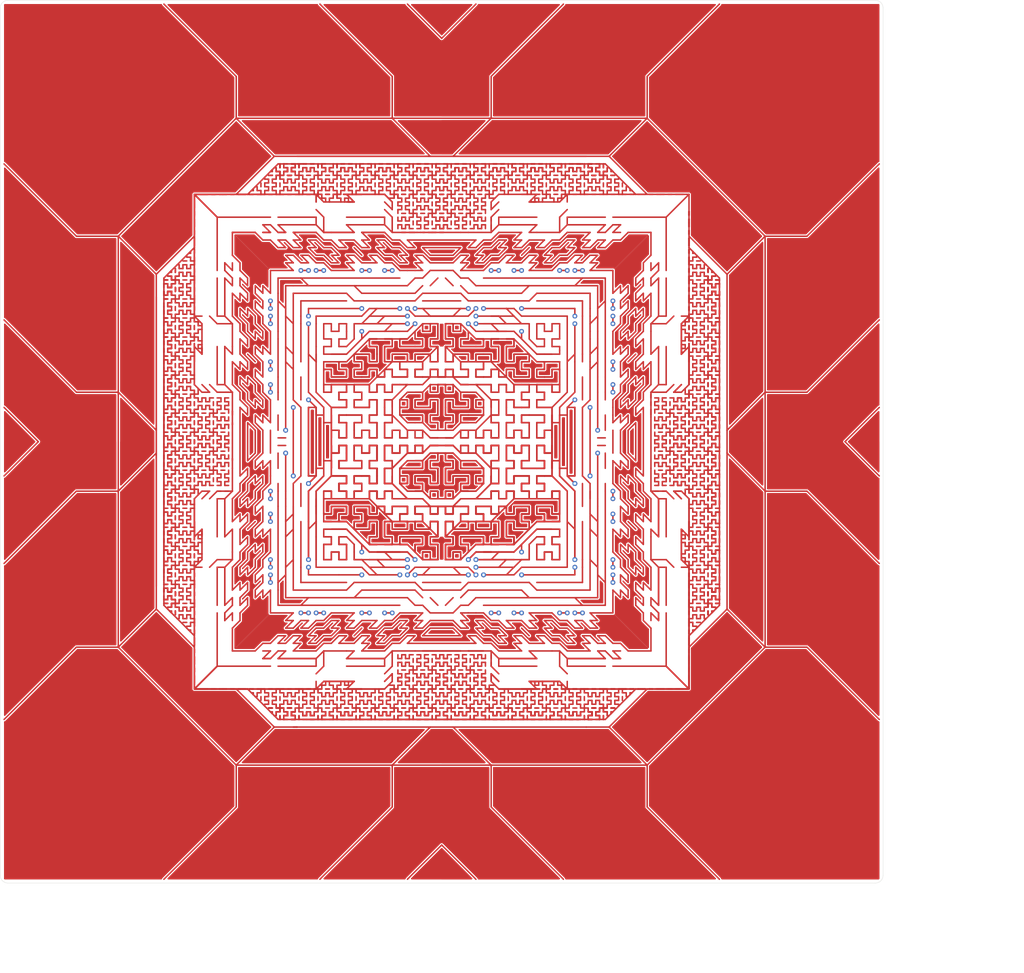
<source format=kicad_pcb>
(kicad_pcb (version 20210108) (generator pcbnew)
  (layers (0 "F.Cu" signal) (31 "B.Cu" signal) (34 "B.Paste" user) (35 "F.Paste" user) (36 "B.SilkS" user "B.Silkscreen") (37 "F.SilkS" user "F.Silkscreen") (38 "B.Mask" user) (39 "F.Mask" user) (44 "Edge.Cuts" user))
  (net 0 "")
  (net 1 "nees")
  (gr_line (start 168.275 162.56) (end 168.275 17.78) (layer "Edge.Cuts") (width 0.05))
  (gr_arc (start 167.005 17.78) (end 167.005 16.51) (angle 90) (layer "Edge.Cuts") (width 0.05))
  (gr_arc (start 22.224999 17.78) (end 22.225 16.51) (angle -90) (layer "Edge.Cuts") (width 0.05))
  (gr_arc (start 22.225 162.56) (end 20.955 162.56) (angle -90) (layer "Edge.Cuts") (width 0.05))
  (gr_arc (start 167.005 162.56) (end 168.275 162.56) (angle 90) (layer "Edge.Cuts") (width 0.05))
  (gr_line (start 167.005 16.51) (end 22.225 16.51) (layer "Edge.Cuts") (width 0.05))
  (gr_line (start 20.955 17.78) (end 20.955 162.56) (layer "Edge.Cuts") (width 0.05))
  (gr_line (start 22.225 163.83) (end 167.005 163.83) (layer "Edge.Cuts") (width 0.05))
  (segment (start 93.98 97.155) (end 93.98 95.885) (width 0.25) (layer "F.Cu") (net 0))
  (segment (start 94.9325 46.99) (end 94.9325 46.355) (width 0.25) (layer "F.Cu") (net 0))
  (segment (start 86.0425 46.99) (end 86.0425 47.625) (width 0.25) (layer "F.Cu") (net 0))
  (segment (start 137.16 100.6475) (end 137.16 100.0125) (width 0.25) (layer "F.Cu") (net 0))
  (segment (start 126.0475 47.9425) (end 126.365 48.26) (width 0.25) (layer "F.Cu") (net 0))
  (segment (start 110.1725 48.26) (end 109.5375 48.26) (width 0.25) (layer "F.Cu") (net 0))
  (segment (start 129.54 70.485) (end 129.54 71.755) (width 0.25) (layer "F.Cu") (net 0))
  (segment (start 125.73 94.615) (end 124.46 93.345) (width 0.25) (layer "F.Cu") (net 0))
  (segment (start 92.71 93.345) (end 93.98 93.345) (width 0.25) (layer "F.Cu") (net 0))
  (segment (start 101.9175 53.34) (end 101.2825 53.34) (width 0.25) (layer "F.Cu") (net 0))
  (segment (start 94.9325 44.45) (end 95.5675 44.45) (width 0.25) (layer "F.Cu") (net 0))
  (segment (start 101.6 107.315) (end 100.33 107.315) (width 0.25) (layer "F.Cu") (net 0))
  (segment (start 97.79 98.425) (end 99.06 98.425) (width 0.25) (layer "F.Cu") (net 0))
  (segment (start 72.7075 135.89) (end 72.7075 135.255) (width 0.25) (layer "F.Cu") (net 0))
  (segment (start 108.9025 45.085) (end 109.5375 45.085) (width 0.25) (layer "F.Cu") (net 0))
  (segment (start 85.09 104.775) (end 85.09 106.045) (width 0.25) (layer "F.Cu") (net 0))
  (segment (start 79.0575 44.45) (end 79.0575 45.085) (width 0.25) (layer "F.Cu") (net 0))
  (segment (start 135.89 54.2925) (end 135.89 53.6575) (width 0.25) (layer "F.Cu") (net 0))
  (segment (start 135.89 60.6425) (end 135.89 60.0075) (width 0.25) (layer "F.Cu") (net 0))
  (segment (start 85.4075 46.355) (end 86.0425 46.355) (width 0.25) (layer "F.Cu") (net 0))
  (segment (start 136.525 113.9825) (end 135.89 113.9825) (width 0.25) (layer "F.Cu") (net 0))
  (segment (start 109.5375 135.89) (end 110.1725 135.89) (width 0.25) (layer "F.Cu") (net 0))
  (segment (start 93.6625 127) (end 94.2975 127) (width 0.25) (layer "F.Cu") (net 0))
  (segment (start 71.12 116.205) (end 78.74 116.205) (width 0.25) (layer "F.Cu") (net 0))
  (segment (start 111.76 97.155) (end 110.49 97.155) (width 0.25) (layer "F.Cu") (net 0))
  (segment (start 52.705 75.8825) (end 52.705 76.5175) (width 0.25) (layer "F.Cu") (net 0))
  (segment (start 72.39 103.505) (end 72.39 109.855) (width 0.25) (layer "F.Cu") (net 0))
  (segment (start 114.3 99.695) (end 114.3 100.965) (width 0.25) (layer "F.Cu") (net 0))
  (segment (start 106.9975 46.99) (end 106.3625 46.99) (width 0.25) (layer "F.Cu") (net 0))
  (segment (start 108.9025 135.255) (end 109.5375 135.255) (width 0.25) (layer "F.Cu") (net 0))
  (segment (start 93.0275 46.99) (end 93.0275 47.625) (width 0.25) (layer "F.Cu") (net 0))
  (segment (start 80.01 75.565) (end 81.28 75.565) (width 0.25) (layer "F.Cu") (net 0))
  (segment (start 59.69 59.055) (end 59.69 55.245) (width 0.25) (layer "F.Cu") (net 0))
  (segment (start 78.74 70.485) (end 77.47 70.485) (width 0.25) (layer "F.Cu") (net 0))
  (segment (start 90.4875 135.255) (end 90.4875 135.89) (width 0.25) (layer "F.Cu") (net 0))
  (segment (start 103.8225 45.085) (end 104.4575 45.085) (width 0.25) (layer "F.Cu") (net 0))
  (segment (start 76.2 80.645) (end 77.47 80.645) (width 0.25) (layer "F.Cu") (net 0))
  (segment (start 48.26 112.0775) (end 48.26 111.4425) (width 0.25) (layer "F.Cu") (net 0))
  (segment (start 79.6925 135.89) (end 79.0575 135.89) (width 0.25) (layer "F.Cu") (net 0))
  (segment (start 70.8025 46.355) (end 70.8025 45.72) (width 0.25) (layer "F.Cu") (net 0))
  (segment (start 129.8575 131.445) (end 129.2225 131.445) (width 0.25) (layer "F.Cu") (net 0))
  (segment (start 93.0275 43.815) (end 93.0275 44.45) (width 0.25) (layer "F.Cu") (net 0))
  (segment (start 105.41 67.945) (end 101.6 67.945) (width 0.25) (layer "F.Cu") (net 0))
  (segment (start 85.09 131.445) (end 78.74 131.445) (width 0.25) (layer "F.Cu") (net 0))
  (segment (start 101.6 97.155) (end 100.33 97.155) (width 0.25) (layer "F.Cu") (net 0))
  (segment (start 139.7 112.0775) (end 139.7 112.7125) (width 0.25) (layer "F.Cu") (net 0))
  (segment (start 76.2 99.695) (end 76.2 98.425) (width 0.25) (layer "F.Cu") (net 0))
  (segment (start 93.0275 48.895) (end 93.0275 49.53) (width 0.25) (layer "F.Cu") (net 0))
  (segment (start 57.785 81.915) (end 57.15 81.915) (width 0.25) (layer "F.Cu") (net 0))
  (segment (start 51.435 94.2975) (end 51.435 93.6625) (width 0.25) (layer "F.Cu") (net 0))
  (segment (start 139.065 72.7075) (end 139.7 72.7075) (width 0.25) (layer "F.Cu") (net 0))
  (segment (start 54.61 93.6625) (end 54.61 94.2975) (width 0.25) (layer "F.Cu") (net 0))
  (segment (start 140.335 115.2525) (end 140.335 114.6175) (width 0.25) (layer "F.Cu") (net 0))
  (segment (start 100.6475 135.89) (end 100.6475 135.255) (width 0.25) (layer "F.Cu") (net 0))
  (segment (start 97.79 85.725) (end 99.06 85.725) (width 0.25) (layer "F.Cu") (net 0))
  (segment (start 73.3425 131.445) (end 74.6125 131.445) (width 0.25) (layer "F.Cu") (net 0))
  (segment (start 86.36 103.505) (end 85.09 103.505) (width 0.25) (layer "F.Cu") (net 0))
  (segment (start 48.26 65.7225) (end 48.26 65.0875) (width 0.25) (layer "F.Cu") (net 0))
  (segment (start 49.53 101.2825) (end 49.53 100.6475) (width 0.25) (layer "F.Cu") (net 0))
  (segment (start 137.16 112.7125) (end 136.525 112.7125) (width 0.25) (layer "F.Cu") (net 0))
  (segment (start 49.53 91.1225) (end 50.165 91.1225) (width 0.25) (layer "F.Cu") (net 0))
  (segment (start 81.28 99.695) (end 80.01 99.695) (width 0.25) (layer "F.Cu") (net 0))
  (segment (start 68.8975 45.085) (end 68.8975 44.45) (width 0.25) (layer "F.Cu") (net 0))
  (segment (start 53.34 54.9275) (end 53.34 55.5625) (width 0.25) (layer "F.Cu") (net 0))
  (segment (start 87.9475 130.175) (end 87.3125 130.175) (width 0.25) (layer "F.Cu") (net 0))
  (segment (start 136.525 68.2625) (end 136.525 68.8975) (width 0.25) (layer "F.Cu") (net 0))
  (segment (start 69.5325 135.89) (end 69.5325 135.255) (width 0.25) (layer "F.Cu") (net 0))
  (segment (start 135.89 126.6825) (end 135.89 127.3175) (width 0.25) (layer "F.Cu") (net 0))
  (segment (start 79.6925 44.45) (end 79.0575 44.45) (width 0.25) (layer "F.Cu") (net 0))
  (segment (start 50.165 95.5675) (end 49.53 95.5675) (width 0.25) (layer "F.Cu") (net 0))
  (segment (start 138.43 100.6475) (end 138.43 100.0125) (width 0.25) (layer "F.Cu") (net 0))
  (segment (start 68.2625 45.72) (end 68.2625 45.085) (width 0.25) (layer "F.Cu") (net 0))
  (segment (start 131.445 94.2975) (end 131.445 93.6625) (width 0.25) (layer "F.Cu") (net 0))
  (segment (start 109.22 95.885) (end 109.22 97.155) (width 0.25) (layer "F.Cu") (net 0))
  (segment (start 86.36 97.155) (end 86.36 95.885) (width 0.25) (layer "F.Cu") (net 0))
  (segment (start 82.55 99.695) (end 81.28 99.695) (width 0.25) (layer "F.Cu") (net 0))
  (segment (start 50.165 72.7075) (end 50.165 72.0725) (width 0.25) (layer "F.Cu") (net 0))
  (segment (start 77.47 74.295) (end 77.47 73.025) (width 0.25) (layer "F.Cu") (net 0))
  (segment (start 101.2825 45.085) (end 101.2825 44.45) (width 0.25) (layer "F.Cu") (net 0))
  (segment (start 81.28 109.855) (end 80.01 109.855) (width 0.25) (layer "F.Cu") (net 0))
  (segment (start 130.81 118.745) (end 130.81 120.015) (width 0.25) (layer "F.Cu") (net 0))
  (segment (start 138.43 87.9475) (end 139.065 87.9475) (width 0.25) (layer "F.Cu") (net 0))
  (segment (start 103.1875 133.35) (end 103.8225 133.35) (width 0.25) (layer "F.Cu") (net 0))
  (segment (start 53.34 89.8525) (end 53.34 90.4875) (width 0.25) (layer "F.Cu") (net 0))
  (segment (start 50.165 115.2525) (end 50.165 115.8875) (width 0.25) (layer "F.Cu") (net 0))
  (segment (start 138.43 69.5325) (end 139.7 69.5325) (width 0.25) (layer "F.Cu") (net 0))
  (segment (start 87.3125 131.445) (end 87.3125 130.81) (width 0.25) (layer "F.Cu") (net 0))
  (segment (start 140.335 96.8375) (end 140.335 97.4725) (width 0.25) (layer "F.Cu") (net 0))
  (segment (start 78.74 116.205) (end 88.9 116.205) (width 0.25) (layer "F.Cu") (net 0))
  (segment (start 90.4875 127) (end 90.4875 126.365) (width 0.25) (layer "F.Cu") (net 0))
  (segment (start 73.66 126.365) (end 73.66 127.635) (width 0.25) (layer "F.Cu") (net 0))
  (segment (start 87.63 102.235) (end 87.63 103.505) (width 0.25) (layer "F.Cu") (net 0))
  (segment (start 140.335 86.0425) (end 140.335 86.6775) (width 0.25) (layer "F.Cu") (net 0))
  (segment (start 50.8 119.0625) (end 51.435 119.0625) (width 0.25) (layer "F.Cu") (net 0))
  (segment (start 139.7 89.2175) (end 139.7 89.8525) (width 0.25) (layer "F.Cu") (net 0))
  (segment (start 120.9675 135.89) (end 120.3325 135.89) (width 0.25) (layer "F.Cu") (net 0))
  (segment (start 70.8025 46.99) (end 70.8025 47.625) (width 0.25) (layer "F.Cu") (net 0))
  (segment (start 49.53 74.6125) (end 49.53 73.9775) (width 0.25) (layer "F.Cu") (net 0))
  (segment (start 138.43 67.6275) (end 137.795 67.6275) (width 0.25) (layer "F.Cu") (net 0))
  (segment (start 114.6175 130.81) (end 114.6175 130.4925) (width 0.25) (layer "F.Cu") (net 0))
  (segment (start 60.96 100.965) (end 62.23 99.695) (width 0.25) (layer "F.Cu") (net 0))
  (segment (start 89.2175 51.435) (end 88.5825 51.435) (width 0.25) (layer "F.Cu") (net 0))
  (segment (start 94.9325 128.905) (end 94.9325 129.54) (width 0.25) (layer "F.Cu") (net 0))
  (segment (start 89.8525 48.26) (end 89.2175 48.26) (width 0.25) (layer "F.Cu") (net 0))
  (segment (start 94.2975 47.625) (end 94.2975 48.26) (width 0.25) (layer "F.Cu") (net 0))
  (segment (start 58.42 118.745) (end 58.42 120.015) (width 0.25) (layer "F.Cu") (net 0))
  (segment (start 54.61 96.8375) (end 54.61 97.4725) (width 0.25) (layer "F.Cu") (net 0))
  (segment (start 137.795 68.2625) (end 138.43 68.2625) (width 0.25) (layer "F.Cu") (net 0))
  (segment (start 64.77 66.675) (end 63.5 65.405) (width 0.25) (layer "F.Cu") (net 0))
  (segment (start 139.7 115.8875) (end 140.335 115.8875) (width 0.25) (layer "F.Cu") (net 0))
  (segment (start 50.165 93.0275) (end 50.165 93.6625) (width 0.25) (layer "F.Cu") (net 0))
  (segment (start 114.6175 44.45) (end 114.6175 43.815) (width 0.25) (layer "F.Cu") (net 0))
  (segment (start 112.7125 136.525) (end 112.7125 135.89) (width 0.25) (layer "F.Cu") (net 0))
  (segment (start 96.2025 126.365) (end 96.2025 127) (width 0.25) (layer "F.Cu") (net 0))
  (segment (start 113.03 86.995) (end 113.03 85.725) (width 0.25) (layer "F.Cu") (net 0))
  (segment (start 63.5 81.915) (end 64.77 83.185) (width 0.25) (layer "F.Cu") (net 0))
  (segment (start 124.46 64.135) (end 124.46 65.405) (width 0.25) (layer "F.Cu") (net 0))
  (segment (start 68.8975 134.62) (end 69.5325 134.62) (width 0.25) (layer "F.Cu") (net 0))
  (segment (start 92.3925 132.715) (end 92.3925 133.35) (width 0.25) (layer "F.Cu") (net 0))
  (segment (start 92.3925 46.99) (end 91.7575 46.99) (width 0.25) (layer "F.Cu") (net 0))
  (segment (start 91.7575 132.715) (end 91.7575 132.08) (width 0.25) (layer "F.Cu") (net 0))
  (segment (start 118.11 111.125) (end 118.11 113.665) (width 0.25) (layer "F.Cu") (net 0))
  (segment (start 93.6625 52.705) (end 93.6625 53.34) (width 0.25) (layer "F.Cu") (net 0))
  (segment (start 95.25 107.315) (end 95.25 109.855) (width 0.25) (layer "F.Cu") (net 0))
  (segment (start 85.09 97.155) (end 86.36 97.155) (width 0.25) (layer "F.Cu") (net 0))
  (segment (start 128.27 69.215) (end 127 70.485) (width 0.25) (layer "F.Cu") (net 0))
  (segment (start 82.2325 44.45) (end 82.2325 45.085) (width 0.25) (layer "F.Cu") (net 0))
  (segment (start 83.82 98.425) (end 82.55 98.425) (width 0.25) (layer "F.Cu") (net 0))
  (segment (start 92.71 61.595) (end 91.44 62.865) (width 0.25) (layer "F.Cu") (net 0))
  (segment (start 48.26 79.0575) (end 48.895 79.0575) (width 0.25) (layer "F.Cu") (net 0))
  (segment (start 127 48.895) (end 135.89 48.895) (width 0.25) (layer "F.Cu") (net 0))
  (segment (start 74.93 125.095) (end 73.66 126.365) (width 0.25) (layer "F.Cu") (net 0))
  (segment (start 148.59 98.425) (end 155.575 98.425) (width 0.25) (layer "F.Cu") (net 0))
  (segment (start 82.55 104.775) (end 80.01 104.775) (width 0.25) (layer "F.Cu") (net 0))
  (segment (start 113.3475 46.99) (end 113.3475 46.355) (width 0.25) (layer "F.Cu") (net 0))
  (segment (start 111.4425 46.99) (end 111.4425 47.625) (width 0.25) (layer "F.Cu") (net 0))
  (segment (start 138.43 68.8975) (end 139.065 68.8975) (width 0.25) (layer "F.Cu") (net 0))
  (segment (start 72.7075 133.985) (end 73.3425 133.985) (width 0.25) (layer "F.Cu") (net 0))
  (segment (start 52.705 101.9175) (end 52.07 101.9175) (width 0.25) (layer "F.Cu") (net 0))
  (segment (start 76.2 92.075) (end 76.2 90.805) (width 0.25) (layer "F.Cu") (net 0))
  (segment (start 90.4875 129.54) (end 91.1225 129.54) (width 0.25) (layer "F.Cu") (net 0))
  (segment (start 57.15 98.425) (end 55.88 99.695) (width 0.25) (layer "F.Cu") (net 0))
  (segment (start 110.8075 50.165) (end 109.22 50.165) (width 0.25) (layer "F.Cu") (net 0))
  (segment (start 105.7275 45.72) (end 105.7275 45.085) (width 0.25) (layer "F.Cu") (net 0))
  (segment (start 104.4575 44.45) (end 104.4575 45.085) (width 0.25) (layer "F.Cu") (net 0))
  (segment (start 126.0475 48.26) (end 126.0475 47.9425) (width 0.25) (layer "F.Cu") (net 0))
  (segment (start 86.36 93.345) (end 86.36 94.615) (width 0.25) (layer "F.Cu") (net 0))
  (segment (start 109.5375 135.255) (end 109.5375 135.89) (width 0.25) (layer "F.Cu") (net 0))
  (segment (start 92.71 106.045) (end 93.98 106.045) (width 0.25) (layer "F.Cu") (net 0))
  (segment (start 107.95 69.215) (end 106.68 67.945) (width 0.25) (layer "F.Cu") (net 0))
  (segment (start 76.5175 46.99) (end 76.5175 46.355) (width 0.25) (layer "F.Cu") (net 0))
  (segment (start 56.515 89.8525) (end 56.515 90.4875) (width 0.25) (layer "F.Cu") (net 0))
  (segment (start 100.33 81.915) (end 101.6 83.185) (width 0.25) (layer "F.Cu") (net 0))
  (segment (start 92.3925 45.085) (end 92.3925 44.45) (width 0.25) (layer "F.Cu") (net 0))
  (segment (start 115.57 109.855) (end 115.57 106.045) (width 0.25) (layer "F.Cu") (net 0))
  (segment (start 123.19 78.105) (end 123.19 76.835) (width 0.25) (layer "F.Cu") (net 0))
  (segment (start 119.6975 44.45) (end 119.0625 44.45) (width 0.25) (layer "F.Cu") (net 0))
  (segment (start 134.62 85.4075) (end 133.985 85.4075) (width 0.25) (layer "F.Cu") (net 0))
  (segment (start 48.895 77.1525) (end 48.895 76.5175) (width 0.25) (layer "F.Cu") (net 0))
  (segment (start 119.6975 135.89) (end 119.6975 135.255) (width 0.25) (layer "F.Cu") (net 0))
  (segment (start 48.895 66.9925) (end 48.895 67.6275) (width 0.25) (layer "F.Cu") (net 0))
  (segment (start 53.34 99.695) (end 53.34 106.045) (width 0.25) (layer "F.Cu") (net 0))
  (segment (start 137.16 66.9925) (end 137.795 66.9925) (width 0.25) (layer "F.Cu") (net 0))
  (segment (start 50.165 94.9325) (end 50.165 94.2975) (width 0.25) (layer "F.Cu") (net 0))
  (segment (start 76.2 95.885) (end 78.74 95.885) (width 0.25) (layer "F.Cu") (net 0))
  (segment (start 136.525 82.2325) (end 136.525 82.8675) (width 0.25) (layer "F.Cu") (net 0))
  (segment (start 119.6975 135.255) (end 119.6975 135.89) (width 0.25) (layer "F.Cu") (net 0))
  (segment (start 95.25 80.645) (end 93.98 80.645) (width 0.25) (layer "F.Cu") (net 0))
  (segment (start 95.25 83.185) (end 95.25 84.455) (width 0.25) (layer "F.Cu") (net 0))
  (segment (start 112.7125 43.815) (end 112.7125 44.45) (width 0.25) (layer "F.Cu") (net 0))
  (segment (start 81.28 97.155) (end 80.01 97.155) (width 0.25) (layer "F.Cu") (net 0))
  (segment (start 132.08 87.3125) (end 132.08 87.9475) (width 0.25) (layer "F.Cu") (net 0))
  (segment (start 75.2475 45.085) (end 75.2475 44.45) (width 0.25) (layer "F.Cu") (net 0))
  (segment (start 138.43 89.8525) (end 138.43 90.4875) (width 0.25) (layer "F.Cu") (net 0))
  (segment (start 94.2975 53.34) (end 94.2975 52.705) (width 0.25) (layer "F.Cu") (net 0))
  (segment (start 115.8875 135.89) (end 116.5225 135.89) (width 0.25) (layer "F.Cu") (net 0))
  (segment (start 122.8725 132.08) (end 122.2375 132.08) (width 0.25) (layer "F.Cu") (net 0))
  (segment (start 50.165 65.7225) (end 49.53 65.7225) (width 0.25) (layer "F.Cu") (net 0))
  (segment (start 95.25 103.505) (end 95.25 104.775) (width 0.25) (layer "F.Cu") (net 0))
  (segment (start 86.36 130.175) (end 86.36 128.905) (width 0.25) (layer "F.Cu") (net 0))
  (segment (start 80.9625 47.625) (end 81.5975 47.625) (width 0.25) (layer "F.Cu") (net 0))
  (segment (start 139.065 65.0875) (end 139.065 64.4525) (width 0.25) (layer "F.Cu") (net 0))
  (segment (start 81.28 98.425) (end 81.28 97.155) (width 0.25) (layer "F.Cu") (net 0))
  (segment (start 78.74 100.965) (end 78.74 102.235) (width 0.25) (layer "F.Cu") (net 0))
  (segment (start 78.74 95.885) (end 78.74 97.155) (width 0.25) (layer "F.Cu") (net 0))
  (segment (start 90.4875 47.625) (end 91.1225 47.625) (width 0.25) (layer "F.Cu") (net 0))
  (segment (start 88.5825 126.365) (end 89.2175 126.365) (width 0.25) (layer "F.Cu") (net 0))
  (segment (start 115.57 76.835) (end 116.84 75.565) (width 0.25) (layer "F.Cu") (net 0))
  (segment (start 74.93 76.835) (end 74.93 78.105) (width 0.25) (layer "F.Cu") (net 0))
  (segment (start 114.6175 48.26) (end 114.6175 47.625) (width 0.25) (layer "F.Cu") (net 0))
  (segment (start 98.1075 43.815) (end 98.7425 43.815) (width 0.25) (layer "F.Cu") (net 0))
  (segment (start 130.81 80.645) (end 130.81 74.295) (width 0.25) (layer "F.Cu") (net 0))
  (segment (start 130.175 98.425) (end 130.81 98.425) (width 0.25) (layer "F.Cu") (net 0))
  (segment (start 105.41 102.235) (end 106.68 102.235) (width 0.25) (layer "F.Cu") (net 0))
  (segment (start 91.1225 46.355) (end 91.1225 46.99) (width 0.25) (layer "F.Cu") (net 0))
  (segment (start 133.35 86.0425) (end 133.985 86.0425) (width 0.25) (layer "F.Cu") (net 0))
  (segment (start 54.2925 105.0925) (end 54.61 104.775) (width 0.25) (layer "F.Cu") (net 0))
  (segment (start 79.6925 135.89) (end 79.0575 135.89) (width 0.25) (layer "F.Cu") (net 0))
  (segment (start 50.8 106.9975) (end 50.8 106.3625) (width 0.25) (layer "F.Cu") (net 0))
  (segment (start 121.6025 135.255) (end 122.2375 135.255) (width 0.25) (layer "F.Cu") (net 0))
  (segment (start 52.705 113.9825) (end 53.34 113.9825) (width 0.25) (layer "F.Cu") (net 0))
  (segment (start 137.795 70.1675) (end 138.43 70.1675) (width 0.25) (layer "F.Cu") (net 0))
  (segment (start 117.7925 43.815) (end 118.11 43.815) (width 0.25) (layer "F.Cu") (net 0))
  (segment (start 139.065 115.2525) (end 139.065 115.8875) (width 0.25) (layer "F.Cu") (net 0))
  (segment (start 49.53 97.4725) (end 50.165 97.4725) (width 0.25) (layer "F.Cu") (net 0))
  (segment (start 48.26 113.3475) (end 48.26 113.665) (width 0.25) (layer "F.Cu") (net 0))
  (segment (start 110.49 99.695) (end 110.49 98.425) (width 0.25) (layer "F.Cu") (net 0))
  (segment (start 76.2 103.505) (end 74.93 103.505) (width 0.25) (layer "F.Cu") (net 0))
  (segment (start 137.795 106.9975) (end 137.795 106.3625) (width 0.25) (layer "F.Cu") (net 0))
  (segment (start 87.3125 129.54) (end 87.3125 130.175) (width 0.25) (layer "F.Cu") (net 0))
  (segment (start 101.9175 43.815) (end 101.2825 43.815) (width 0.25) (layer "F.Cu") (net 0))
  (segment (start 82.55 75.565) (end 82.55 76.835) (width 0.25) (layer "F.Cu") (net 0))
  (segment (start 53.975 70.8025) (end 54.61 70.8025) (width 0.25) (layer "F.Cu") (net 0))
  (segment (start 48.895 68.8975) (end 48.895 68.2625) (width 0.25) (layer "F.Cu") (net 0))
  (segment (start 114.3 79.375) (end 114.3 80.645) (width 0.25) (layer "F.Cu") (net 0))
  (segment (start 67.6275 133.35) (end 67.6275 132.715) (width 0.25) (layer "F.Cu") (net 0))
  (segment (start 90.17 98.425) (end 91.44 98.425) (width 0.25) (layer "F.Cu") (net 0))
  (segment (start 136.525 60.6425) (end 135.89 60.6425) (width 0.25) (layer "F.Cu") (net 0))
  (segment (start 68.58 67.945) (end 68.58 66.675) (width 0.25) (layer "F.Cu") (net 0))
  (segment (start 56.515 88.5825) (end 56.515 89.2175) (width 0.25) (layer "F.Cu") (net 0))
  (segment (start 87.63 57.785) (end 86.36 57.785) (width 0.25) (layer "F.Cu") (net 0))
  (segment (start 52.07 100.6475) (end 51.435 100.6475) (width 0.25) (layer "F.Cu") (net 0))
  (segment (start 139.065 65.0875) (end 139.065 64.4525) (width 0.25) (layer "F.Cu") (net 0))
  (segment (start 80.3275 45.085) (end 79.6925 45.085) (width 0.25) (layer "F.Cu") (net 0))
  (segment (start 70.1675 133.985) (end 70.8025 133.985) (width 0.25) (layer "F.Cu") (net 0))
  (segment (start 94.2975 131.445) (end 94.9325 131.445) (width 0.25) (layer "F.Cu") (net 0))
  (segment (start 50.8 76.5175) (end 50.8 75.8825) (width 0.25) (layer "F.Cu") (net 0))
  (segment (start 114.6175 44.45) (end 114.6175 43.815) (width 0.25) (layer "F.Cu") (net 0))
  (segment (start 53.975 70.1675) (end 54.2925 70.1675) (width 0.25) (layer "F.Cu") (net 0))
  (segment (start 101.6 112.395) (end 106.68 112.395) (width 0.25) (layer "F.Cu") (net 0))
  (segment (start 94.9325 46.99) (end 95.5675 46.99) (width 0.25) (layer "F.Cu") (net 0))
  (segment (start 59.055 87.9475) (end 59.055 87.3125) (width 0.25) (layer "F.Cu") (net 0))
  (segment (start 135.89 111.125) (end 134.62 111.125) (width 0.25) (layer "F.Cu") (net 0))
  (segment (start 139.065 107.6325) (end 139.7 107.6325) (width 0.25) (layer "F.Cu") (net 0))
  (segment (start 78.4225 132.715) (end 78.4225 132.08) (width 0.25) (layer "F.Cu") (net 0))
  (segment (start 106.9975 46.99) (end 106.9975 46.355) (width 0.25) (layer "F.Cu") (net 0))
  (segment (start 50.8 62.5475) (end 50.165 62.5475) (width 0.25) (layer "F.Cu") (net 0))
  (segment (start 82.2325 44.45) (end 82.8675 44.45) (width 0.25) (layer "F.Cu") (net 0))
  (segment (start 120.3325 135.255) (end 120.3325 135.89) (width 0.25) (layer "F.Cu") (net 0))
  (segment (start 140.97 106.3625) (end 140.97 106.9975) (width 0.25) (layer "F.Cu") (net 0))
  (segment (start 81.28 122.555) (end 80.01 123.825) (width 0.25) (layer "F.Cu") (net 0))
  (segment (start 135.89 124.1425) (end 135.89 122.8725) (width 0.25) (layer "F.Cu") (net 0))
  (segment (start 49.53 115.2525) (end 48.895 115.2525) (width 0.25) (layer "F.Cu") (net 0))
  (segment (start 93.98 100.965) (end 95.25 100.965) (width 0.25) (layer "F.Cu") (net 0))
  (segment (start 140.97 78.4225) (end 140.335 78.4225) (width 0.25) (layer "F.Cu") (net 0))
  (segment (start 93.98 100.965) (end 95.25 100.965) (width 0.25) (layer "F.Cu") (net 0))
  (segment (start 53.34 66.3575) (end 53.34 65.7225) (width 0.25) (layer "F.Cu") (net 0))
  (segment (start 53.34 124.1425) (end 53.34 122.8725) (width 0.25) (layer "F.Cu") (net 0))
  (segment (start 128.905 144.145) (end 60.325 144.145) (width 0.25) (layer "F.Cu") (net 0))
  (segment (start 80.01 88.265) (end 80.01 89.535) (width 0.25) (layer "F.Cu") (net 0))
  (segment (start 86.36 50.165) (end 86.36 51.435) (width 0.25) (layer "F.Cu") (net 0))
  (segment (start 100.33 112.395) (end 99.06 111.125) (width 0.25) (layer "F.Cu") (net 0))
  (segment (start 113.9825 49.53) (end 113.9825 50.165) (width 0.25) (layer "F.Cu") (net 0))
  (segment (start 88.5825 129.54) (end 89.2175 129.54) (width 0.25) (layer "F.Cu") (net 0))
  (segment (start 97.79 112.395) (end 96.52 111.125) (width 0.25) (layer "F.Cu") (net 0))
  (segment (start 121.92 98.425) (end 121.92 117.475) (width 0.25) (layer "F.Cu") (net 0))
  (segment (start 51.435 87.3125) (end 50.8 87.3125) (width 0.25) (layer "F.Cu") (net 0))
  (segment (start 93.6625 51.435) (end 94.2975 51.435) (width 0.25) (layer "F.Cu") (net 0))
  (segment (start 76.2 106.045) (end 76.2 107.315) (width 0.25) (layer "F.Cu") (net 0))
  (segment (start 74.93 102.235) (end 76.2 102.235) (width 0.25) (layer "F.Cu") (net 0))
  (segment (start 132.715 84.7725) (end 133.35 84.7725) (width 0.25) (layer "F.Cu") (net 0))
  (segment (start 140.335 62.5475) (end 140.335 62.23) (width 0.25) (layer "F.Cu") (net 0))
  (segment (start 48.895 86.6775) (end 49.53 86.6775) (width 0.25) (layer "F.Cu") (net 0))
  (segment (start 140.335 113.3475) (end 140.335 112.7125) (width 0.25) (layer "F.Cu") (net 0))
  (segment (start 90.17 125.095) (end 86.36 125.095) (width 0.25) (layer "F.Cu") (net 0))
  (segment (start 113.03 70.485) (end 113.03 71.755) (width 0.25) (layer "F.Cu") (net 0))
  (segment (start 128.27 111.125) (end 128.27 112.395) (width 0.25) (layer "F.Cu") (net 0))
  (segment (start 87.9475 52.705) (end 88.5825 52.705) (width 0.25) (layer "F.Cu") (net 0))
  (segment (start 48.895 105.7275) (end 49.53 105.7275) (width 0.25) (layer "F.Cu") (net 0))
  (segment (start 80.01 79.375) (end 80.01 78.105) (width 0.25) (layer "F.Cu") (net 0))
  (segment (start 51.435 88.5825) (end 52.07 88.5825) (width 0.25) (layer "F.Cu") (net 0))
  (segment (start 135.89 113.3475) (end 135.89 113.9825) (width 0.25) (layer "F.Cu") (net 0))
  (segment (start 57.15 70.485) (end 55.88 69.215) (width 0.25) (layer "F.Cu") (net 0))
  (segment (start 101.9175 127) (end 101.2825 127) (width 0.25) (layer "F.Cu") (net 0))
  (segment (start 113.9825 44.45) (end 114.6175 44.45) (width 0.25) (layer "F.Cu") (net 0))
  (segment (start 121.6025 43.815) (end 121.6025 44.45) (width 0.25) (layer "F.Cu") (net 0))
  (segment (start 92.71 76.835) (end 93.98 76.835) (width 0.25) (layer "F.Cu") (net 0))
  (segment (start 133.985 84.1375) (end 133.985 84.7725) (width 0.25) (layer "F.Cu") (net 0))
  (segment (start 84.1375 46.99) (end 84.7725 46.99) (width 0.25) (layer "F.Cu") (net 0))
  (segment (start 82.8675 134.62) (end 82.8675 135.255) (width 0.25) (layer "F.Cu") (net 0))
  (segment (start 87.63 92.075) (end 86.36 92.075) (width 0.25) (layer "F.Cu") (net 0))
  (segment (start 87.63 107.315) (end 87.63 106.045) (width 0.25) (layer "F.Cu") (net 0))
  (segment (start 82.8675 132.715) (end 82.2325 132.715) (width 0.25) (layer "F.Cu") (net 0))
  (segment (start 96.2025 46.355) (end 96.2025 45.085) (width 0.25) (layer "F.Cu") (net 0))
  (segment (start 136.525 103.8225) (end 137.16 103.8225) (width 0.25) (layer "F.Cu") (net 0))
  (segment (start 52.07 98.7425) (end 52.07 99.3775) (width 0.25) (layer "F.Cu") (net 0))
  (segment (start 97.79 108.585) (end 97.79 109.855) (width 0.25) (layer "F.Cu") (net 0))
  (segment (start 66.04 65.405) (end 66.04 61.595) (width 0.25) (layer "F.Cu") (net 0))
  (segment (start 53.34 126.0475) (end 53.34 126.6825) (width 0.25) (layer "F.Cu") (net 0))
  (segment (start 100.6475 131.445) (end 101.2825 131.445) (width 0.25) (layer "F.Cu") (net 0))
  (segment (start 69.5325 45.085) (end 70.1675 45.085) (width 0.25) (layer "F.Cu") (net 0))
  (segment (start 139.7 115.2525) (end 139.7 114.6175) (width 0.25) (layer "F.Cu") (net 0))
  (segment (start 109.22 130.175) (end 109.5375 130.175) (width 0.25) (layer "F.Cu") (net 0))
  (segment (start 100.33 59.055) (end 101.6 57.785) (width 0.25) (layer "F.Cu") (net 0))
  (segment (start 98.7425 127) (end 98.1075 127) (width 0.25) (layer "F.Cu") (net 0))
  (segment (start 56.515 85.4075) (end 55.88 85.4075) (width 0.25) (layer "F.Cu") (net 0))
  (segment (start 102.87 103.505) (end 97.79 103.505) (width 0.25) (layer "F.Cu") (net 0))
  (segment (start 140.335 112.0775) (end 139.7 112.0775) (width 0.25) (layer "F.Cu") (net 0))
  (segment (start 80.9625 46.355) (end 80.3275 46.355) (width 0.25) (layer "F.Cu") (net 0))
  (segment (start 48.895 62.5475) (end 48.895 62.23) (width 0.25) (layer "F.Cu") (net 0))
  (segment (start 140.97 103.8225) (end 140.335 103.8225) (width 0.25) (layer "F.Cu") (net 0))
  (segment (start 80.01 109.855) (end 80.01 108.585) (width 0.25) (layer "F.Cu") (net 0))
  (segment (start 51.435 101.9175) (end 50.8 101.9175) (width 0.25) (layer "F.Cu") (net 0))
  (segment (start 85.4075 134.62) (end 84.7725 134.62) (width 0.25) (layer "F.Cu") (net 0))
  (segment (start 85.09 104.775) (end 85.09 106.045) (width 0.25) (layer "F.Cu") (net 0))
  (segment (start 91.44 74.295) (end 90.17 74.295) (width 0.25) (layer "F.Cu") (net 0))
  (segment (start 90.17 73.025) (end 91.44 73.025) (width 0.25) (layer "F.Cu") (net 0))
  (segment (start 135.89 106.9975) (end 135.89 107.6325) (width 0.25) (layer "F.Cu") (net 0))
  (segment (start 77.7875 45.085) (end 77.7875 44.45) (width 0.25) (layer "F.Cu") (net 0))
  (segment (start 110.49 73.025) (end 111.76 73.025) (width 0.25) (layer "F.Cu") (net 0))
  (segment (start 137.16 84.1375) (end 137.16 84.7725) (width 0.25) (layer "F.Cu") (net 0))
  (segment (start 65.7225 132.08) (end 65.0875 132.08) (width 0.25) (layer "F.Cu") (net 0))
  (segment (start 130.81 89.8525) (end 130.81 89.2175) (width 0.25) (layer "F.Cu") (net 0))
  (segment (start 73.66 69.215) (end 73.66 70.485) (width 0.25) (layer "F.Cu") (net 0))
  (segment (start 50.165 77.7875) (end 50.165 77.1525) (width 0.25) (layer "F.Cu") (net 0))
  (segment (start 91.1225 135.89) (end 91.1225 135.255) (width 0.25) (layer "F.Cu") (net 0))
  (segment (start 49.53 62.5475) (end 48.895 62.5475) (width 0.25) (layer "F.Cu") (net 0))
  (segment (start 97.4725 44.45) (end 97.4725 45.085) (width 0.25) (layer "F.Cu") (net 0))
  (segment (start 134.62 75.565) (end 134.62 75.2475) (width 0.25) (layer "F.Cu") (net 0))
  (segment (start 64.77 71.755) (end 64.77 73.025) (width 0.25) (layer "F.Cu") (net 0))
  (segment (start 140.335 92.3925) (end 140.335 93.0275) (width 0.25) (layer "F.Cu") (net 0))
  (segment (start 94.2975 128.905) (end 94.2975 129.54) (width 0.25) (layer "F.Cu") (net 0))
  (segment (start 96.52 85.725) (end 96.52 86.995) (width 0.25) (layer "F.Cu") (net 0))
  (segment (start 93.98 79.375) (end 93.98 78.105) (width 0.25) (layer "F.Cu") (net 0))
  (segment (start 115.8875 44.45) (end 116.5225 44.45) (width 0.25) (layer "F.Cu") (net 0))
  (segment (start 106.68 90.805) (end 105.41 90.805) (width 0.25) (layer "F.Cu") (net 0))
  (segment (start 87.3125 45.72) (end 86.0425 45.72) (width 0.25) (layer "F.Cu") (net 0))
  (segment (start 137.795 82.2325) (end 137.16 82.2325) (width 0.25) (layer "F.Cu") (net 0))
  (segment (start 57.15 86.0425) (end 56.515 86.0425) (width 0.25) (layer "F.Cu") (net 0))
  (segment (start 51.435 84.7725) (end 50.8 84.7725) (width 0.25) (layer "F.Cu") (net 0))
  (segment (start 101.6 85.725) (end 101.6 83.185) (width 0.25) (layer "F.Cu") (net 0))
  (segment (start 120.3325 133.35) (end 120.9675 133.35) (width 0.25) (layer "F.Cu") (net 0))
  (segment (start 50.8 68.8975) (end 50.165 68.8975) (width 0.25) (layer "F.Cu") (net 0))
  (segment (start 72.7075 47.625) (end 72.7075 48.26) (width 0.25) (layer "F.Cu") (net 0))
  (segment (start 99.06 100.965) (end 99.06 102.235) (width 0.25) (layer "F.Cu") (net 0))
  (segment (start 48.895 64.4525) (end 49.53 64.4525) (width 0.25) (layer "F.Cu") (net 0))
  (segment (start 87.3125 48.895) (end 87.3125 49.53) (width 0.25) (layer "F.Cu") (net 0))
  (segment (start 52.07 84.1375) (end 52.07 84.7725) (width 0.25) (layer "F.Cu") (net 0))
  (segment (start 101.6 74.295) (end 100.33 74.295) (width 0.25) (layer "F.Cu") (net 0))
  (segment (start 48.895 101.9175) (end 48.895 102.5525) (width 0.25) (layer "F.Cu") (net 0))
  (segment (start 53.975 84.1375) (end 54.61 84.1375) (width 0.25) (layer "F.Cu") (net 0))
  (segment (start 85.4075 47.625) (end 85.4075 48.26) (width 0.25) (layer "F.Cu") (net 0))
  (segment (start 80.01 103.505) (end 81.28 103.505) (width 0.25) (layer "F.Cu") (net 0))
  (segment (start 139.7 98.1075) (end 139.7 98.7425) (width 0.25) (layer "F.Cu") (net 0))
  (segment (start 135.89 107.6325) (end 135.89 108.2675) (width 0.25) (layer "F.Cu") (net 0))
  (segment (start 80.3275 45.085) (end 79.6925 45.085) (width 0.25) (layer "F.Cu") (net 0))
  (segment (start 93.0275 133.985) (end 93.0275 135.255) (width 0.25) (layer "F.Cu") (net 0))
  (segment (start 135.89 67.6275) (end 135.89 68.2625) (width 0.25) (layer "F.Cu") (net 0))
  (segment (start 133.35 96.2025) (end 133.985 96.2025) (width 0.25) (layer "F.Cu") (net 0))
  (segment (start 87.63 60.325) (end 88.9 60.325) (width 0.25) (layer "F.Cu") (net 0))
  (segment (start 122.8725 48.26) (end 122.2375 48.26) (width 0.25) (layer "F.Cu") (net 0))
  (segment (start 66.9925 45.72) (end 68.2625 45.72) (width 0.25) (layer "F.Cu") (net 0))
  (segment (start 116.5225 135.89) (end 116.5225 135.255) (width 0.25) (layer "F.Cu") (net 0))
  (segment (start 52.705 121.6025) (end 52.705 121.92) (width 0.25) (layer "F.Cu") (net 0))
  (segment (start 124.7775 132.08) (end 124.7775 131.445) (width 0.25) (layer "F.Cu") (net 0))
  (segment (start 139.7 99.3775) (end 139.7 100.0125) (width 0.25) (layer "F.Cu") (net 0))
  (segment (start 133.35 89.2175) (end 133.35 89.8525) (width 0.25) (layer "F.Cu") (net 0))
  (segment (start 102.87 125.095) (end 104.14 126.365) (width 0.25) (layer "F.Cu") (net 0))
  (segment (start 49.53 93.0275) (end 49.53 93.6625) (width 0.25) (layer "F.Cu") (net 0))
  (segment (start 101.6 118.745) (end 100.33 118.745) (width 0.25) (layer "F.Cu") (net 0))
  (segment (start 50.8 79.0575) (end 50.165 79.0575) (width 0.25) (layer "F.Cu") (net 0))
  (segment (start 74.6125 49.53) (end 74.6125 49.8475) (width 0.25) (layer "F.Cu") (net 0))
  (segment (start 139.7 79.6925) (end 140.335 79.6925) (width 0.25) (layer "F.Cu") (net 0))
  (segment (start 85.4075 43.815) (end 86.0425 43.815) (width 0.25) (layer "F.Cu") (net 0))
  (segment (start 92.71 107.315) (end 92.71 106.045) (width 0.25) (layer "F.Cu") (net 0))
  (segment (start 136.525 89.8525) (end 136.525 90.4875) (width 0.25) (layer "F.Cu") (net 0))
  (segment (start 70.1675 47.625) (end 69.5325 47.625) (width 0.25) (layer "F.Cu") (net 0))
  (segment (start 46.99 62.23) (end 40.64 55.88) (width 0.25) (layer "F.Cu") (net 0))
  (segment (start 135.89 87.9475) (end 135.89 89.2175) (width 0.25) (layer "F.Cu") (net 0))
  (segment (start 68.8975 135.89) (end 68.8975 135.255) (width 0.25) (layer "F.Cu") (net 0))
  (segment (start 82.55 99.695) (end 86.36 103.505) (width 0.25) (layer "F.Cu") (net 0))
  (segment (start 111.76 102.235) (end 110.49 102.235) (width 0.25) (layer "F.Cu") (net 0))
  (segment (start 48.895 114.6175) (end 48.895 115.2525) (width 0.25) (layer "F.Cu") (net 0))
  (segment (start 86.36 106.045) (end 86.36 107.315) (width 0.25) (layer "F.Cu") (net 0))
  (segment (start 70.1675 135.255) (end 69.5325 135.255) (width 0.25) (layer "F.Cu") (net 0))
  (segment (start 49.53 98.1075) (end 49.53 98.7425) (width 0.25) (layer "F.Cu") (net 0))
  (segment (start 53.34 73.3425) (end 53.34 72.7075) (width 0.25) (layer "F.Cu") (net 0))
  (segment (start 68.58 100.965) (end 68.58 103.505) (width 0.25) (layer "F.Cu") (net 0))
  (segment (start 69.5325 45.085) (end 70.1675 45.085) (width 0.25) (layer "F.Cu") (net 0))
  (segment (start 59.69 93.0275) (end 59.69 93.345) (width 0.25) (layer "F.Cu") (net 0))
  (segment (start 50.165 94.2975) (end 50.8 94.2975) (width 0.25) (layer "F.Cu") (net 0))
  (segment (start 49.53 105.0925) (end 48.895 105.0925) (width 0.25) (layer "F.Cu") (net 0))
  (segment (start 139.7 103.8225) (end 139.065 103.8225) (width 0.25) (layer "F.Cu") (net 0))
  (segment (start 139.7 63.1825) (end 139.7 62.5475) (width 0.25) (layer "F.Cu") (net 0))
  (segment (start 117.7925 44.45) (end 117.1575 44.45) (width 0.25) (layer "F.Cu") (net 0))
  (segment (start 92.3925 134.62) (end 93.6625 134.62) (width 0.25) (layer "F.Cu") (net 0))
  (segment (start 53.34 70.1675) (end 53.975 70.1675) (width 0.25) (layer "F.Cu") (net 0))
  (segment (start 96.52 78.105) (end 95.25 78.105) (width 0.25) (layer "F.Cu") (net 0))
  (segment (start 80.3275 135.255) (end 79.6925 135.255) (width 0.25) (layer "F.Cu") (net 0))
  (segment (start 48.895 109.5375) (end 48.895 110.1725) (width 0.25) (layer "F.Cu") (net 0))
  (segment (start 87.63 102.235) (end 87.63 103.505) (width 0.25) (layer "F.Cu") (net 0))
  (segment (start 104.14 53.975) (end 110.49 53.975) (width 0.25) (layer "F.Cu") (net 0))
  (segment (start 48.895 115.8875) (end 49.53 115.8875) (width 0.25) (layer "F.Cu") (net 0))
  (segment (start 49.53 101.2825) (end 49.53 100.6475) (width 0.25) (layer "F.Cu") (net 0))
  (segment (start 140.335 64.4525) (end 139.7 64.4525) (width 0.25) (layer "F.Cu") (net 0))
  (segment (start 52.705 116.5225) (end 52.07 116.5225) (width 0.25) (layer "F.Cu") (net 0))
  (segment (start 98.7425 128.905) (end 98.7425 129.54) (width 0.25) (layer "F.Cu") (net 0))
  (segment (start 88.9 103.505) (end 88.9 104.775) (width 0.25) (layer "F.Cu") (net 0))
  (segment (start 79.0575 132.715) (end 79.0575 132.08) (width 0.25) (layer "F.Cu") (net 0))
  (segment (start 67.6275 45.085) (end 66.9925 45.085) (width 0.25) (layer "F.Cu") (net 0))
  (segment (start 95.25 109.855) (end 96.52 109.855) (width 0.25) (layer "F.Cu") (net 0))
  (segment (start 137.16 117.7925) (end 137.16 118.4275) (width 0.25) (layer "F.Cu") (net 0))
  (segment (start 100.33 92.075) (end 97.79 92.075) (width 0.25) (layer "F.Cu") (net 0))
  (segment (start 66.9925 132.715) (end 66.3575 132.715) (width 0.25) (layer "F.Cu") (net 0))
  (segment (start 77.1525 134.62) (end 77.7875 134.62) (width 0.25) (layer "F.Cu") (net 0))
  (segment (start 74.93 109.855) (end 76.2 109.855) (width 0.25) (layer "F.Cu") (net 0))
  (segment (start 85.09 80.645) (end 85.09 81.915) (width 0.25) (layer "F.Cu") (net 0))
  (segment (start 64.77 80.645) (end 63.5 79.375) (width 0.25) (layer "F.Cu") (net 0))
  (segment (start 83.82 112.395) (end 87.63 112.395) (width 0.25) (layer "F.Cu") (net 0))
  (segment (start 63.5 79.375) (end 63.5 78.105) (width 0.25) (layer "F.Cu") (net 0))
  (segment (start 80.9625 43.815) (end 80.9625 44.45) (width 0.25) (layer "F.Cu") (net 0))
  (segment (start 96.52 86.995) (end 95.25 86.995) (width 0.25) (layer "F.Cu") (net 0))
  (segment (start 117.1575 131.445) (end 116.5225 131.445) (width 0.25) (layer "F.Cu") (net 0))
  (segment (start 70.8025 48.26) (end 70.8025 48.895) (width 0.25) (layer "F.Cu") (net 0))
  (segment (start 140.335 117.7925) (end 140.335 118.11) (width 0.25) (layer "F.Cu") (net 0))
  (segment (start 87.3125 46.355) (end 86.6775 46.355) (width 0.25) (layer "F.Cu") (net 0))
  (segment (start 115.8875 134.62) (end 114.6175 134.62) (width 0.25) (layer "F.Cu") (net 0))
  (segment (start 82.2325 45.72) (end 81.5975 45.72) (width 0.25) (layer "F.Cu") (net 0))
  (segment (start 49.53 79.0575) (end 49.53 79.6925) (width 0.25) (layer "F.Cu") (net 0))
  (segment (start 119.0625 133.985) (end 118.4275 133.985) (width 0.25) (layer "F.Cu") (net 0))
  (segment (start 135.89 131.445) (end 135.89 122.555) (width 0.25) (layer "F.Cu") (net 0))
  (segment (start 97.4725 46.99) (end 97.4725 46.355) (width 0.25) (layer "F.Cu") (net 0))
  (segment (start 50.8 84.7725) (end 50.8 85.4075) (width 0.25) (layer "F.Cu") (net 0))
  (segment (start 83.5025 134.62) (end 82.8675 134.62) (width 0.25) (layer "F.Cu") (net 0))
  (segment (start 52.07 105.0925) (end 52.07 105.7275) (width 0.25) (layer "F.Cu") (net 0))
  (segment (start 71.4375 134.62) (end 71.4375 133.985) (width 0.25) (layer "F.Cu") (net 0))
  (segment (start 114.3 59.055) (end 113.03 60.325) (width 0.25) (layer "F.Cu") (net 0))
  (segment (start 48.895 106.9975) (end 48.895 106.3625) (width 0.25) (layer "F.Cu") (net 0))
  (segment (start 81.28 88.265) (end 82.55 88.265) (width 0.25) (layer "F.Cu") (net 0))
  (segment (start 89.2175 132.08) (end 89.2175 132.715) (width 0.25) (layer "F.Cu") (net 0))
  (segment (start 74.93 125.095) (end 74.93 127.635) (width 0.25) (layer "F.Cu") (net 0))
  (segment (start 109.5375 130.175) (end 109.855 130.175) (width 0.25) (layer "F.Cu") (net 0))
  (segment (start 85.4075 136.525) (end 86.0425 136.525) (width 0.25) (layer "F.Cu") (net 0))
  (segment (start 69.5325 44.45) (end 70.1675 44.45) (width 0.25) (layer "F.Cu") (net 0))
  (segment (start 53.34 48.895) (end 53.34 67.945) (width 0.25) (layer "F.Cu") (net 0))
  (segment (start 128.27 62.865) (end 128.27 64.135) (width 0.25) (layer "F.Cu") (net 0))
  (segment (start 99.06 95.885) (end 99.06 97.155) (width 0.25) (layer "F.Cu") (net 0))
  (segment (start 121.6025 134.62) (end 121.6025 135.255) (width 0.25) (layer "F.Cu") (net 0))
  (segment (start 78.74 97.155) (end 77.47 97.155) (width 0.25) (layer "F.Cu") (net 0))
  (segment (start 131.445 86.0425) (end 131.445 86.6775) (width 0.25) (layer "F.Cu") (net 0))
  (segment (start 85.09 99.695) (end 83.82 99.695) (width 0.25) (layer "F.Cu") (net 0))
  (segment (start 130.81 90.4875) (end 130.81 91.1225) (width 0.25) (layer "F.Cu") (net 0))
  (segment (start 53.34 65.0875) (end 53.34 64.4525) (width 0.25) (layer "F.Cu") (net 0))
  (segment (start 129.54 98.425) (end 130.81 99.695) (width 0.25) (layer "F.Cu") (net 0))
  (segment (start 99.06 104.775) (end 97.79 104.775) (width 0.25) (layer "F.Cu") (net 0))
  (segment (start 138.43 72.0725) (end 138.43 72.7075) (width 0.25) (layer "F.Cu") (net 0))
  (segment (start 48.895 68.2625) (end 49.53 68.2625) (width 0.25) (layer "F.Cu") (net 0))
  (segment (start 96.52 89.535) (end 97.79 88.265) (width 0.25) (layer "F.Cu") (net 0))
  (segment (start 137.795 120.3325) (end 137.16 120.3325) (width 0.25) (layer "F.Cu") (net 0))
  (segment (start 76.5175 132.08) (end 76.5175 132.715) (width 0.25) (layer "F.Cu") (net 0))
  (segment (start 140.97 95.5675) (end 140.335 95.5675) (width 0.25) (layer "F.Cu") (net 0))
  (segment (start 91.44 94.615) (end 90.17 94.615) (width 0.25) (layer "F.Cu") (net 0))
  (segment (start 63.5 86.995) (end 63.5 85.725) (width 0.25) (layer "F.Cu") (net 0))
  (segment (start 105.41 81.915) (end 106.68 81.915) (width 0.25) (layer "F.Cu") (net 0))
  (segment (start 140.335 96.2025) (end 140.335 95.5675) (width 0.25) (layer "F.Cu") (net 0))
  (segment (start 133.35 90.4875) (end 133.985 90.4875) (width 0.25) (layer "F.Cu") (net 0))
  (segment (start 80.01 98.425) (end 81.28 98.425) (width 0.25) (layer "F.Cu") (net 0))
  (segment (start 113.9825 135.255) (end 113.9825 135.89) (width 0.25) (layer "F.Cu") (net 0))
  (segment (start 89.8525 43.815) (end 89.8525 44.45) (width 0.25) (layer "F.Cu") (net 0))
  (segment (start 91.44 90.805) (end 90.17 90.805) (width 0.25) (layer "F.Cu") (net 0))
  (segment (start 60.325 36.195) (end 128.905 36.195) (width 0.25) (layer "F.Cu") (net 0))
  (segment (start 115.8875 47.625) (end 116.5225 47.625) (width 0.25) (layer "F.Cu") (net 0))
  (segment (start 90.4875 45.085) (end 90.4875 44.45) (width 0.25) (layer "F.Cu") (net 0))
  (segment (start 81.5975 135.89) (end 80.9625 135.89) (width 0.25) (layer "F.Cu") (net 0))
  (segment (start 125.4125 47.625) (end 125.73 47.625) (width 0.25) (layer "F.Cu") (net 0))
  (segment (start 65.7225 46.355) (end 65.7225 46.99) (width 0.25) (layer "F.Cu") (net 0))
  (segment (start 139.065 70.1675) (end 139.7 70.1675) (width 0.25) (layer "F.Cu") (net 0))
  (segment (start 121.92 55.245) (end 123.19 53.975) (width 0.25) (layer "F.Cu") (net 0))
  (segment (start 80.01 61.595) (end 78.74 60.325) (width 0.25) (layer "F.Cu") (net 0))
  (segment (start 53.34 117.7925) (end 53.34 116.5225) (width 0.25) (layer "F.Cu") (net 0))
  (segment (start 101.6 75.565) (end 102.87 75.565) (width 0.25) (layer "F.Cu") (net 0))
  (segment (start 89.8525 133.35) (end 89.8525 132.715) (width 0.25) (layer "F.Cu") (net 0))
  (segment (start 50.165 115.8875) (end 50.165 115.2525) (width 0.25) (layer "F.Cu") (net 0))
  (segment (start 140.335 107.6325) (end 140.97 107.6325) (width 0.25) (layer "F.Cu") (net 0))
  (segment (start 52.705 82.2325) (end 52.705 82.8675) (width 0.25) (layer "F.Cu") (net 0))
  (segment (start 96.52 71.755) (end 96.52 70.485) (width 0.25) (layer "F.Cu") (net 0))
  (segment (start 63.5 67.945) (end 63.5 66.675) (width 0.25) (layer "F.Cu") (net 0))
  (segment (start 52.705 100.0125) (end 52.705 100.6475) (width 0.25) (layer "F.Cu") (net 0))
  (segment (start 69.85 114.935) (end 69.85 109.855) (width 0.25) (layer "F.Cu") (net 0))
  (segment (start 74.93 100.965) (end 74.93 99.695) (width 0.25) (layer "F.Cu") (net 0))
  (segment (start 50.8 78.4225) (end 50.8 79.0575) (width 0.25) (layer "F.Cu") (net 0))
  (segment (start 120.3325 134.62) (end 119.6975 134.62) (width 0.25) (layer "F.Cu") (net 0))
  (segment (start 51.435 89.8525) (end 51.435 89.2175) (width 0.25) (layer "F.Cu") (net 0))
  (segment (start 139.065 115.8875) (end 139.065 115.2525) (width 0.25) (layer "F.Cu") (net 0))
  (segment (start 140.335 98.7425) (end 140.335 99.3775) (width 0.25) (layer "F.Cu") (net 0))
  (segment (start 64.77 100.965) (end 63.5 102.235) (width 0.25) (layer "F.Cu") (net 0))
  (segment (start 105.41 90.805) (end 105.41 93.345) (width 0.25) (layer "F.Cu") (net 0))
  (segment (start 66.9925 134.62) (end 68.2625 134.62) (width 0.25) (layer "F.Cu") (net 0))
  (segment (start 113.9825 49.53) (end 114.6175 49.53) (width 0.25) (layer "F.Cu") (net 0))
  (segment (start 93.0275 51.435) (end 92.3925 51.435) (width 0.25) (layer "F.Cu") (net 0))
  (segment (start 57.785 96.2025) (end 57.15 96.2025) (width 0.25) (layer "F.Cu") (net 0))
  (segment (start 113.3475 44.45) (end 112.7125 44.45) (width 0.25) (layer "F.Cu") (net 0))
  (segment (start 140.335 93.6625) (end 139.7 93.6625) (width 0.25) (layer "F.Cu") (net 0))
  (segment (start 133.985 97.4725) (end 134.62 97.4725) (width 0.25) (layer "F.Cu") (net 0))
  (segment (start 74.6125 136.525) (end 75.2475 136.525) (width 0.25) (layer "F.Cu") (net 0))
  (segment (start 111.4425 48.26) (end 111.4425 48.895) (width 0.25) (layer "F.Cu") (net 0))
  (segment (start 48.895 75.2475) (end 48.895 74.6125) (width 0.25) (layer "F.Cu") (net 0))
  (segment (start 129.54 62.865) (end 130.81 61.595) (width 0.25) (layer "F.Cu") (net 0))
  (segment (start 124.46 123.825) (end 123.19 123.825) (width 0.25) (layer "F.Cu") (net 0))
  (segment (start 79.375 50.165) (end 78.74 50.165) (width 0.25) (layer "F.Cu") (net 0))
  (segment (start 139.7 65.7225) (end 139.7 65.0875) (width 0.25) (layer "F.Cu") (net 0))
  (segment (start 49.53 73.3425) (end 48.895 73.3425) (width 0.25) (layer "F.Cu") (net 0))
  (segment (start 120.3325 135.89) (end 120.3325 135.255) (width 0.25) (layer "F.Cu") (net 0))
  (segment (start 48.895 115.2525) (end 49.53 115.2525) (width 0.25) (layer "F.Cu") (net 0))
  (segment (start 48.895 103.1875) (end 48.895 103.8225) (width 0.25) (layer "F.Cu") (net 0))
  (segment (start 104.14 86.995) (end 102.87 86.995) (width 0.25) (layer "F.Cu") (net 0))
  (segment (start 110.8075 43.815) (end 111.4425 43.815) (width 0.25) (layer "F.Cu") (net 0))
  (segment (start 140.97 84.7725) (end 140.335 84.7725) (width 0.25) (layer "F.Cu") (net 0))
  (segment (start 96.8375 128.905) (end 96.8375 129.54) (width 0.25) (layer "F.Cu") (net 0))
  (segment (start 86.36 89.535) (end 86.36 88.265) (width 0.25) (layer "F.Cu") (net 0))
  (segment (start 52.07 121.285) (end 52.3875 121.6025) (width 0.25) (layer "F.Cu") (net 0))
  (segment (start 80.01 100.965) (end 82.55 100.965) (width 0.25) (layer "F.Cu") (net 0))
  (segment (start 87.63 106.045) (end 88.9 106.045) (width 0.25) (layer "F.Cu") (net 0))
  (segment (start 119.0625 45.085) (end 119.6975 45.085) (width 0.25) (layer "F.Cu") (net 0))
  (segment (start 96.52 79.375) (end 96.52 78.105) (width 0.25) (layer "F.Cu") (net 0))
  (segment (start 140.335 116.5225) (end 140.97 116.5225) (width 0.25) (layer "F.Cu") (net 0))
  (segment (start 81.28 75.565) (end 82.55 75.565) (width 0.25) (layer "F.Cu") (net 0))
  (segment (start 107.95 90.805) (end 107.95 92.075) (width 0.25) (layer "F.Cu") (net 0))
  (segment (start 106.68 97.155) (end 106.68 95.885) (width 0.25) (layer "F.Cu") (net 0))
  (segment (start 67.6275 136.525) (end 67.6275 135.89) (width 0.25) (layer "F.Cu") (net 0))
  (segment (start 48.895 113.3475) (end 48.895 112.7125) (width 0.25) (layer "F.Cu") (net 0))
  (segment (start 80.3275 133.985) (end 80.3275 135.255) (width 0.25) (layer "F.Cu") (net 0))
  (segment (start 48.895 72.0725) (end 48.895 71.4375) (width 0.25) (layer "F.Cu") (net 0))
  (segment (start 68.8975 135.255) (end 68.8975 135.89) (width 0.25) (layer "F.Cu") (net 0))
  (segment (start 68.2625 136.525) (end 68.8975 136.525) (width 0.25) (layer "F.Cu") (net 0))
  (segment (start 113.03 60.325) (end 111.76 60.325) (width 0.25) (layer "F.Cu") (net 0))
  (segment (start 58.42 83.5025) (end 59.055 83.5025) (width 0.25) (layer "F.Cu") (net 0))
  (segment (start 122.2375 132.715) (end 122.8725 132.715) (width 0.25) (layer "F.Cu") (net 0))
  (segment (start 51.435 95.5675) (end 50.8 95.5675) (width 0.25) (layer "F.Cu") (net 0))
  (segment (start 48.895 113.3475) (end 48.895 112.7125) (width 0.25) (layer "F.Cu") (net 0))
  (segment (start 49.53 102.5525) (end 49.53 101.9175) (width 0.25) (layer "F.Cu") (net 0))
  (segment (start 135.255 87.3125) (end 134.62 87.3125) (width 0.25) (layer "F.Cu") (net 0))
  (segment (start 57.785 91.1225) (end 57.785 90.4875) (width 0.25) (layer "F.Cu") (net 0))
  (segment (start 106.3625 132.715) (end 106.9975 132.715) (width 0.25) (layer "F.Cu") (net 0))
  (segment (start 76.5175 135.89) (end 76.5175 136.525) (width 0.25) (layer "F.Cu") (net 0))
  (segment (start 114.6175 46.355) (end 115.2525 46.355) (width 0.25) (layer "F.Cu") (net 0))
  (segment (start 85.4075 44.45) (end 85.4075 45.085) (width 0.25) (layer "F.Cu") (net 0))
  (segment (start 94.2975 129.54) (end 93.6625 129.54) (width 0.25) (layer "F.Cu") (net 0))
  (segment (start 133.35 96.8375) (end 133.985 96.8375) (width 0.25) (layer "F.Cu") (net 0))
  (segment (start 89.2175 128.905) (end 88.5825 128.905) (width 0.25) (layer "F.Cu") (net 0))
  (segment (start 76.2 74.295) (end 74.93 74.295) (width 0.25) (layer "F.Cu") (net 0))
  (segment (start 52.705 96.8375) (end 52.07 96.8375) (width 0.25) (layer "F.Cu") (net 0))
  (segment (start 87.9475 133.985) (end 87.9475 133.35) (width 0.25) (layer "F.Cu") (net 0))
  (segment (start 52.07 96.8375) (end 52.07 97.4725) (width 0.25) (layer "F.Cu") (net 0))
  (segment (start 66.675 137.795) (end 60.325 131.445) (width 0.25) (layer "F.Cu") (net 0))
  (segment (start 53.34 92.3925) (end 53.34 91.1225) (width 0.25) (layer "F.Cu") (net 0))
  (segment (start 81.28 85.725) (end 81.28 86.995) (width 0.25) (layer "F.Cu") (net 0))
  (segment (start 51.435 71.4375) (end 50.8 71.4375) (width 0.25) (layer "F.Cu") (net 0))
  (segment (start 119.0625 135.255) (end 119.6975 135.255) (width 0.25) (layer "F.Cu") (net 0))
  (segment (start 139.065 88.5825) (end 139.065 87.9475) (width 0.25) (layer "F.Cu") (net 0))
  (segment (start 74.93 102.235) (end 76.2 102.235) (width 0.25) (layer "F.Cu") (net 0))
  (segment (start 118.11 121.285) (end 116.84 120.015) (width 0.25) (layer "F.Cu") (net 0))
  (segment (start 139.065 108.9025) (end 139.065 109.5375) (width 0.25) (layer "F.Cu") (net 0))
  (segment (start 95.25 98.425) (end 95.25 99.695) (width 0.25) (layer "F.Cu") (net 0))
  (segment (start 134.9375 110.1725) (end 134.62 109.855) (width 0.25) (layer "F.Cu") (net 0))
  (segment (start 81.28 90.805) (end 80.01 90.805) (width 0.25) (layer "F.Cu") (net 0))
  (segment (start 59.69 70.485) (end 58.42 69.215) (width 0.25) (layer "F.Cu") (net 0))
  (segment (start 130.81 87.9475) (end 131.445 87.9475) (width 0.25) (layer "F.Cu") (net 0))
  (segment (start 66.9925 48.26) (end 66.9925 48.895) (width 0.25) (layer "F.Cu") (net 0))
  (segment (start 112.0775 130.81) (end 111.4425 130.81) (width 0.25) (layer "F.Cu") (net 0))
  (segment (start 56.515 85.4075) (end 57.15 85.4075) (width 0.25) (layer "F.Cu") (net 0))
  (segment (start 48.895 75.2475) (end 48.895 74.6125) (width 0.25) (layer "F.Cu") (net 0))
  (segment (start 73.66 100.965) (end 73.66 99.695) (width 0.25) (layer "F.Cu") (net 0))
  (segment (start 92.3925 128.905) (end 92.3925 129.54) (width 0.25) (layer "F.Cu") (net 0))
  (segment (start 104.14 78.105) (end 102.87 78.105) (width 0.25) (layer "F.Cu") (net 0))
  (segment (start 121.6025 48.895) (end 121.6025 48.26) (width 0.25) (layer "F.Cu") (net 0))
  (segment (start 115.57 81.915) (end 113.03 84.455) (width 0.25) (layer "F.Cu") (net 0))
  (segment (start 113.03 106.045) (end 114.3 106.045) (width 0.25) (layer "F.Cu") (net 0))
  (segment (start 82.55 98.425) (end 82.55 99.695) (width 0.25) (layer "F.Cu") (net 0))
  (segment (start 49.53 115.8875) (end 48.895 115.8875) (width 0.25) (layer "F.Cu") (net 0))
  (segment (start 46.99 114.3) (end 46.99 66.04) (width 0.25) (layer "F.Cu") (net 0))
  (segment (start 89.2175 52.705) (end 89.2175 53.34) (width 0.25) (layer "F.Cu") (net 0))
  (segment (start 121.92 122.555) (end 120.65 122.555) (width 0.25) (layer "F.Cu") (net 0))
  (segment (start 48.26 73.9775) (end 48.26 73.3425) (width 0.25) (layer "F.Cu") (net 0))
  (segment (start 122.8725 44.7675) (end 122.8725 45.085) (width 0.25) (layer "F.Cu") (net 0))
  (segment (start 118.11 95.885) (end 119.38 97.155) (width 0.25) (layer "F.Cu") (net 0))
  (segment (start 51.435 79.6925) (end 51.435 80.3275) (width 0.25) (layer "F.Cu") (net 0))
  (segment (start 49.53 111.4425) (end 48.895 111.4425) (width 0.25) (layer "F.Cu") (net 0))
  (segment (start 96.52 107.315) (end 95.25 107.315) (width 0.25) (layer "F.Cu") (net 0))
  (segment (start 72.39 61.595) (end 71.12 61.595) (width 0.25) (layer "F.Cu") (net 0))
  (segment (start 55.88 86.6775) (end 55.88 87.3125) (width 0.25) (layer "F.Cu") (net 0))
  (segment (start 119.6975 45.72) (end 120.3325 45.72) (width 0.25) (layer "F.Cu") (net 0))
  (segment (start 78.74 78.105) (end 78.74 79.375) (width 0.25) (layer "F.Cu") (net 0))
  (segment (start 113.9825 133.985) (end 113.3475 133.985) (width 0.25) (layer "F.Cu") (net 0))
  (segment (start 161.925 90.17) (end 167.64 84.455) (width 0.25) (layer "F.Cu") (net 0))
  (segment (start 119.0625 45.085) (end 119.6975 45.085) (width 0.25) (layer "F.Cu") (net 0))
  (segment (start 81.28 70.485) (end 82.55 70.485) (width 0.25) (layer "F.Cu") (net 0))
  (segment (start 48.895 113.3475) (end 48.895 112.7125) (width 0.25) (layer "F.Cu") (net 0))
  (segment (start 96.8375 44.45) (end 97.4725 44.45) (width 0.25) (layer "F.Cu") (net 0))
  (segment (start 59.055 81.915) (end 58.42 81.915) (width 0.25) (layer "F.Cu") (net 0))
  (segment (start 101.9175 126.365) (end 101.9175 125.73) (width 0.25) (layer "F.Cu") (net 0))
  (segment (start 48.895 73.9775) (end 49.53 73.9775) (width 0.25) (layer "F.Cu") (net 0))
  (segment (start 138.43 72.7075) (end 139.065 72.7075) (width 0.25) (layer "F.Cu") (net 0))
  (segment (start 124.46 108.585) (end 124.46 107.315) (width 0.25) (layer "F.Cu") (net 0))
  (segment (start 137.16 89.8525) (end 136.525 89.8525) (width 0.25) (layer "F.Cu") (net 0))
  (segment (start 140.335 86.0425) (end 140.335 86.6775) (width 0.25) (layer "F.Cu") (net 0))
  (segment (start 49.53 118.4275) (end 49.53 118.745) (width 0.25) (layer "F.Cu") (net 0))
  (segment (start 57.785 86.0425) (end 58.42 86.0425) (width 0.25) (layer "F.Cu") (net 0))
  (segment (start 137.795 86.0425) (end 137.16 86.0425) (width 0.25) (layer "F.Cu") (net 0))
  (segment (start 69.5325 135.89) (end 69.5325 135.255) (width 0.25) (layer "F.Cu") (net 0))
  (segment (start 75.8825 134.62) (end 75.2475 134.62) (width 0.25) (layer "F.Cu") (net 0))
  (segment (start 88.9 107.315) (end 82.55 107.315) (width 0.25) (layer "F.Cu") (net 0))
  (segment (start 138.43 68.2625) (end 138.43 68.8975) (width 0.25) (layer "F.Cu") (net 0))
  (segment (start 90.17 65.405) (end 91.44 64.135) (width 0.25) (layer "F.Cu") (net 0))
  (segment (start 93.0275 52.705) (end 93.6625 52.705) (width 0.25) (layer "F.Cu") (net 0))
  (segment (start 96.52 106.045) (end 96.52 107.315) (width 0.25) (layer "F.Cu") (net 0))
  (segment (start 50.165 68.8975) (end 50.165 70.1675) (width 0.25) (layer "F.Cu") (net 0))
  (segment (start 136.525 119.0625) (end 136.525 119.6975) (width 0.25) (layer "F.Cu") (net 0))
  (segment (start 79.0575 43.815) (end 79.6925 43.815) (width 0.25) (layer "F.Cu") (net 0))
  (segment (start 76.5175 135.89) (end 75.8825 135.89) (width 0.25) (layer "F.Cu") (net 0))
  (segment (start 105.41 90.805) (end 105.41 93.345) (width 0.25) (layer "F.Cu") (net 0))
  (segment (start 69.85 122.555) (end 68.58 123.825) (width 0.25) (layer "F.Cu") (net 0))
  (segment (start 73.3425 135.89) (end 72.7075 135.89) (width 0.25) (layer "F.Cu") (net 0))
  (segment (start 105.41 89.535) (end 106.68 89.535) (width 0.25) (layer "F.Cu") (net 0))
  (segment (start 136.525 68.8975) (end 135.89 68.8975) (width 0.25) (layer "F.Cu") (net 0))
  (segment (start 93.98 94.615) (end 92.71 94.615) (width 0.25) (layer "F.Cu") (net 0))
  (segment (start 109.22 98.425) (end 109.22 99.695) (width 0.25) (layer "F.Cu") (net 0))
  (segment (start 101.6 107.315) (end 100.33 107.315) (width 0.25) (layer "F.Cu") (net 0))
  (segment (start 92.71 94.615) (end 92.71 93.345) (width 0.25) (layer "F.Cu") (net 0))
  (segment (start 139.7 117.1575) (end 139.7 117.7925) (width 0.25) (layer "F.Cu") (net 0))
  (segment (start 82.2325 133.35) (end 82.8675 133.35) (width 0.25) (layer "F.Cu") (net 0))
  (segment (start 85.09 100.965) (end 85.09 102.235) (width 0.25) (layer "F.Cu") (net 0))
  (segment (start 99.06 100.965) (end 99.06 102.235) (width 0.25) (layer "F.Cu") (net 0))
  (segment (start 110.49 48.895) (end 110.99249 48.895) (width 0.25) (layer "F.Cu") (net 0))
  (segment (start 134.62 86.6775) (end 135.255 86.6775) (width 0.25) (layer "F.Cu") (net 0))
  (segment (start 113.9825 133.35) (end 114.6175 133.35) (width 0.25) (layer "F.Cu") (net 0))
  (segment (start 136.525 70.8025) (end 136.525 71.4375) (width 0.25) (layer "F.Cu") (net 0))
  (segment (start 74.6125 135.89) (end 74.6125 136.525) (width 0.25) (layer "F.Cu") (net 0))
  (segment (start 51.435 98.1075) (end 52.07 98.1075) (width 0.25) (layer "F.Cu") (net 0))
  (segment (start 100.33 80.645) (end 102.87 80.645) (width 0.25) (layer "F.Cu") (net 0))
  (segment (start 89.8525 128.27) (end 89.8525 128.905) (width 0.25) (layer "F.Cu") (net 0))
  (segment (start 137.795 81.5975) (end 137.16 81.5975) (width 0.25) (layer "F.Cu") (net 0))
  (segment (start 115.8875 45.085) (end 115.8875 44.45) (width 0.25) (layer "F.Cu") (net 0))
  (segment (start 80.01 99.695) (end 80.01 98.425) (width 0.25) (layer "F.Cu") (net 0))
  (segment (start 58.42 96.8375) (end 59.055 96.8375) (width 0.25) (layer "F.Cu") (net 0))
  (segment (start 68.58 123.825) (end 67.31 123.825) (width 0.25) (layer "F.Cu") (net 0))
  (segment (start 66.9925 46.355) (end 66.9925 45.72) (width 0.25) (layer "F.Cu") (net 0))
  (segment (start 92.3925 53.975) (end 91.7575 53.975) (width 0.25) (layer "F.Cu") (net 0))
  (segment (start 118.4275 132.08) (end 119.0625 132.08) (width 0.25) (layer "F.Cu") (net 0))
  (segment (start 96.2025 49.53) (end 96.8375 49.53) (width 0.25) (layer "F.Cu") (net 0))
  (segment (start 52.705 68.8975) (end 53.34 68.8975) (width 0.25) (layer "F.Cu") (net 0))
  (segment (start 55.88 89.2175) (end 55.88 89.8525) (width 0.25) (layer "F.Cu") (net 0))
  (segment (start 140.335 64.4525) (end 139.7 64.4525) (width 0.25) (layer "F.Cu") (net 0))
  (segment (start 135.89 111.125) (end 135.89 122.555) (width 0.25) (layer "F.Cu") (net 0))
  (segment (start 95.25 94.615) (end 95.25 97.155) (width 0.25) (layer "F.Cu") (net 0))
  (segment (start 138.43 97.4725) (end 138.43 98.1075) (width 0.25) (layer "F.Cu") (net 0))
  (segment (start 119.0625 43.815) (end 119.6975 43.815) (width 0.25) (layer "F.Cu") (net 0))
  (segment (start 69.85 75.565) (end 69.85 83.185) (width 0.25) (layer "F.Cu") (net 0))
  (segment (start 50.165 84.7725) (end 50.165 85.4075) (width 0.25) (layer "F.Cu") (net 0))
  (segment (start 127 98.425) (end 128.27 99.695) (width 0.25) (layer "F.Cu") (net 0))
  (segment (start 96.52 88.265) (end 95.25 88.265) (width 0.25) (layer "F.Cu") (net 0))
  (segment (start 98.1075 46.355) (end 98.1075 46.99) (width 0.25) (layer "F.Cu") (net 0))
  (segment (start 128.27 65.405) (end 128.27 66.675) (width 0.25) (layer "F.Cu") (net 0))
  (segment (start 79.0575 135.89) (end 79.0575 135.255) (width 0.25) (layer "F.Cu") (net 0))
  (segment (start 106.68 103.505) (end 105.41 103.505) (width 0.25) (layer "F.Cu") (net 0))
  (segment (start 54.61 70.485) (end 54.61 71.4375) (width 0.25) (layer "F.Cu") (net 0))
  (segment (start 140.335 63.8175) (end 140.97 63.8175) (width 0.25) (layer "F.Cu") (net 0))
  (segment (start 111.76 89.535) (end 111.76 88.265) (width 0.25) (layer "F.Cu") (net 0))
  (segment (start 137.16 112.0775) (end 136.525 112.0775) (width 0.25) (layer "F.Cu") (net 0))
  (segment (start 135.5725 131.445) (end 135.89 131.445) (width 0.25) (layer "F.Cu") (net 0))
  (segment (start 120.3325 44.45) (end 120.9675 44.45) (width 0.25) (layer "F.Cu") (net 0))
  (segment (start 69.5325 46.99) (end 70.1675 46.99) (width 0.25) (layer "F.Cu") (net 0))
  (segment (start 88.5825 45.085) (end 88.5825 44.45) (width 0.25) (layer "F.Cu") (net 0))
  (segment (start 108.2675 136.525) (end 107.6325 136.525) (width 0.25) (layer "F.Cu") (net 0))
  (segment (start 48.895 64.4525) (end 49.53 64.4525) (width 0.25) (layer "F.Cu") (net 0))
  (segment (start 138.43 105.0925) (end 139.065 105.0925) (width 0.25) (layer "F.Cu") (net 0))
  (segment (start 105.0925 132.715) (end 105.0925 133.35) (width 0.25) (layer "F.Cu") (net 0))
  (segment (start 49.53 89.2175) (end 50.165 89.2175) (width 0.25) (layer "F.Cu") (net 0))
  (segment (start 78.74 95.885) (end 78.74 97.155) (width 0.25) (layer "F.Cu") (net 0))
  (segment (start 117.1575 133.985) (end 117.1575 133.35) (width 0.25) (layer "F.Cu") (net 0))
  (segment (start 50.165 76.5175) (end 50.165 75.8825) (width 0.25) (layer "F.Cu") (net 0))
  (segment (start 72.0725 45.72) (end 72.7075 45.72) (width 0.25) (layer "F.Cu") (net 0))
  (segment (start 88.5825 45.085) (end 89.2175 45.085) (width 0.25) (layer "F.Cu") (net 0))
  (segment (start 48.895 115.8875) (end 48.895 116.5225) (width 0.25) (layer "F.Cu") (net 0))
  (segment (start 53.34 119.6975) (end 53.34 120.3325) (width 0.25) (layer "F.Cu") (net 0))
  (segment (start 73.3425 45.085) (end 73.3425 44.45) (width 0.25) (layer "F.Cu") (net 0))
  (segment (start 119.0625 136.525) (end 119.6975 136.525) (width 0.25) (layer "F.Cu") (net 0))
  (segment (start 69.5325 44.45) (end 70.1675 44.45) (width 0.25) (layer "F.Cu") (net 0))
  (segment (start 87.63 78.105) (end 88.9 78.105) (width 0.25) (layer "F.Cu") (net 0))
  (segment (start 102.87 130.175) (end 102.87 128.905) (width 0.25) (layer "F.Cu") (net 0))
  (segment (start 115.2525 132.08) (end 114.6175 132.08) (width 0.25) (layer "F.Cu") (net 0))
  (segment (start 78.74 89.535) (end 78.74 86.995) (width 0.25) (layer "F.Cu") (net 0))
  (segment (start 101.6 123.825) (end 100.33 122.555) (width 0.25) (layer "F.Cu") (net 0))
  (segment (start 118.4275 46.355) (end 118.4275 45.72) (width 0.25) (layer "F.Cu") (net 0))
  (segment (start 104.14 75.565) (end 104.14 74.295) (width 0.25) (layer "F.Cu") (net 0))
  (segment (start 83.5025 44.45) (end 83.5025 43.815) (width 0.25) (layer "F.Cu") (net 0))
  (segment (start 53.34 74.295) (end 54.2925 75.2475) (width 0.25) (layer "F.Cu") (net 0))
  (segment (start 48.895 86.6775) (end 49.53 86.6775) (width 0.25) (layer "F.Cu") (net 0))
  (segment (start 67.31 97.155) (end 67.31 98.425) (width 0.25) (layer "F.Cu") (net 0))
  (segment (start 100.33 108.585) (end 102.87 108.585) (width 0.25) (layer "F.Cu") (net 0))
  (segment (start 107.95 81.915) (end 107.95 83.185) (width 0.25) (layer "F.Cu") (net 0))
  (segment (start 91.1225 130.175) (end 90.4875 130.175) (width 0.25) (layer "F.Cu") (net 0))
  (segment (start 131.445 98.425) (end 132.08 98.425) (width 0.25) (layer "F.Cu") (net 0))
  (segment (start 122.8725 135.5725) (end 122.8725 135.255) (width 0.25) (layer "F.Cu") (net 0))
  (segment (start 138.43 117.7925) (end 139.065 117.7925) (width 0.25) (layer "F.Cu") (net 0))
  (segment (start 137.795 66.3575) (end 137.16 66.3575) (width 0.25) (layer "F.Cu") (net 0))
  (segment (start 48.26 117.475) (end 48.895 118.11) (width 0.25) (layer "F.Cu") (net 0))
  (segment (start 128.27 109.855) (end 129.54 111.125) (width 0.25) (layer "F.Cu") (net 0))
  (segment (start 115.2525 131.445) (end 115.2525 131.7625) (width 0.25) (layer "F.Cu") (net 0))
  (segment (start 117.1575 45.72) (end 116.5225 45.72) (width 0.25) (layer "F.Cu") (net 0))
  (segment (start 113.3475 44.45) (end 113.3475 45.085) (width 0.25) (layer "F.Cu") (net 0))
  (segment (start 82.55 97.155) (end 83.82 97.155) (width 0.25) (layer "F.Cu") (net 0))
  (segment (start 101.6 60.325) (end 100.33 60.325) (width 0.25) (layer "F.Cu") (net 0))
  (segment (start 58.42 106.045) (end 59.69 104.775) (width 0.25) (layer "F.Cu") (net 0))
  (segment (start 78.74 95.885) (end 78.74 97.155) (width 0.25) (layer "F.Cu") (net 0))
  (segment (start 64.4525 48.895) (end 63.8175 48.895) (width 0.25) (layer "F.Cu") (net 0))
  (segment (start 69.5325 45.72) (end 68.8975 45.72) (width 0.25) (layer "F.Cu") (net 0))
  (segment (start 74.93 85.725) (end 73.66 85.725) (width 0.25) (layer "F.Cu") (net 0))
  (segment (start 117.7925 132.08) (end 117.7925 131.445) (width 0.25) (layer "F.Cu") (net 0))
  (segment (start 58.42 84.7725) (end 59.055 84.7725) (width 0.25) (layer "F.Cu") (net 0))
  (segment (start 50.165 85.4075) (end 50.165 86.0425) (width 0.25) (layer "F.Cu") (net 0))
  (segment (start 110.49 57.785) (end 111.76 57.785) (width 0.25) (layer "F.Cu") (net 0))
  (segment (start 90.17 103.505) (end 91.44 103.505) (width 0.25) (layer "F.Cu") (net 0))
  (segment (start 81.28 123.825) (end 82.55 122.555) (width 0.25) (layer "F.Cu") (net 0))
  (segment (start 53.34 89.8525) (end 53.34 90.4875) (width 0.25) (layer "F.Cu") (net 0))
  (segment (start 50.8 98.7425) (end 50.165 98.7425) (width 0.25) (layer "F.Cu") (net 0))
  (segment (start 77.7875 135.255) (end 77.7875 135.89) (width 0.25) (layer "F.Cu") (net 0))
  (segment (start 89.2175 135.255) (end 88.5825 135.255) (width 0.25) (layer "F.Cu") (net 0))
  (segment (start 86.0425 131.445) (end 87.3125 131.445) (width 0.25) (layer "F.Cu") (net 0))
  (segment (start 58.42 97.4725) (end 59.055 97.4725) (width 0.25) (layer "F.Cu") (net 0))
  (segment (start 92.71 98.425) (end 92.71 99.695) (width 0.25) (layer "F.Cu") (net 0))
  (segment (start 120.3325 45.72) (end 119.6975 45.72) (width 0.25) (layer "F.Cu") (net 0))
  (segment (start 140.97 72.7075) (end 140.335 72.7075) (width 0.25) (layer "F.Cu") (net 0))
  (segment (start 104.14 99.695) (end 104.14 98.425) (width 0.25) (layer "F.Cu") (net 0))
  (segment (start 97.79 108.585) (end 97.79 109.855) (width 0.25) (layer "F.Cu") (net 0))
  (segment (start 87.63 107.315) (end 87.63 106.045) (width 0.25) (layer "F.Cu") (net 0))
  (segment (start 72.39 95.885) (end 72.39 84.455) (width 0.25) (layer "F.Cu") (net 0))
  (segment (start 85.09 90.805) (end 85.09 93.345) (width 0.25) (layer "F.Cu") (net 0))
  (segment (start 50.8 97.4725) (end 50.8 98.1075) (width 0.25) (layer "F.Cu") (net 0))
  (segment (start 78.4225 48.26) (end 77.7875 48.26) (width 0.25) (layer "F.Cu") (net 0))
  (segment (start 69.5325 135.255) (end 69.5325 135.89) (width 0.25) (layer "F.Cu") (net 0))
  (segment (start 139.065 68.8975) (end 139.065 70.1675) (width 0.25) (layer "F.Cu") (net 0))
  (segment (start 69.5325 44.45) (end 70.1675 44.45) (width 0.25) (layer "F.Cu") (net 0))
  (segment (start 136.525 92.3925) (end 135.89 92.3925) (width 0.25) (layer "F.Cu") (net 0))
  (segment (start 110.49 75.565) (end 114.3 75.565) (width 0.25) (layer "F.Cu") (net 0))
  (segment (start 135.255 105.7275) (end 134.62 105.7275) (width 0.25) (layer "F.Cu") (net 0))
  (segment (start 96.52 104.775) (end 96.52 103.505) (width 0.25) (layer "F.Cu") (net 0))
  (segment (start 88.5825 125.73) (end 88.5825 126.365) (width 0.25) (layer "F.Cu") (net 0))
  (segment (start 140.97 80.9625) (end 140.97 81.5975) (width 0.25) (layer "F.Cu") (net 0))
  (segment (start 109.22 90.805) (end 107.95 90.805) (width 0.25) (layer "F.Cu") (net 0))
  (segment (start 81.28 92.075) (end 81.28 90.805) (width 0.25) (layer "F.Cu") (net 0))
  (segment (start 91.7575 50.165) (end 91.7575 49.53) (width 0.25) (layer "F.Cu") (net 0))
  (segment (start 69.5325 48.895) (end 68.8975 48.895) (width 0.25) (layer "F.Cu") (net 0))
  (segment (start 96.8375 46.99) (end 97.4725 46.99) (width 0.25) (layer "F.Cu") (net 0))
  (segment (start 52.07 71.4375) (end 52.705 71.4375) (width 0.25) (layer "F.Cu") (net 0))
  (segment (start 136.525 97.4725) (end 136.525 98.1075) (width 0.25) (layer "F.Cu") (net 0))
  (segment (start 89.2175 48.26) (end 89.2175 47.625) (width 0.25) (layer "F.Cu") (net 0))
  (segment (start 91.44 92.075) (end 91.44 90.805) (width 0.25) (layer "F.Cu") (net 0))
  (segment (start 51.435 86.0425) (end 52.07 86.0425) (width 0.25) (layer "F.Cu") (net 0))
  (segment (start 107.6325 133.35) (end 108.2675 133.35) (width 0.25) (layer "F.Cu") (net 0))
  (segment (start 82.55 94.615) (end 82.55 93.345) (width 0.25) (layer "F.Cu") (net 0))
  (segment (start 132.08 98.425) (end 133.35 99.695) (width 0.25) (layer "F.Cu") (net 0))
  (segment (start 59.69 98.425) (end 58.42 99.695) (width 0.25) (layer "F.Cu") (net 0))
  (segment (start 82.55 89.535) (end 83.82 89.535) (width 0.25) (layer "F.Cu") (net 0))
  (segment (start 48.895 66.9925) (end 48.895 67.6275) (width 0.25) (layer "F.Cu") (net 0))
  (segment (start 94.9325 126.365) (end 95.5675 126.365) (width 0.25) (layer "F.Cu") (net 0))
  (segment (start 52.705 119.0625) (end 52.705 119.6975) (width 0.25) (layer "F.Cu") (net 0))
  (segment (start 93.6625 44.45) (end 94.2975 44.45) (width 0.25) (layer "F.Cu") (net 0))
  (segment (start 98.7425 132.715) (end 98.1075 132.715) (width 0.25) (layer "F.Cu") (net 0))
  (segment (start 101.2825 47.625) (end 101.2825 48.26) (width 0.25) (layer "F.Cu") (net 0))
  (segment (start 106.68 90.805) (end 105.41 90.805) (width 0.25) (layer "F.Cu") (net 0))
  (segment (start 93.98 103.505) (end 92.71 103.505) (width 0.25) (layer "F.Cu") (net 0))
  (segment (start 113.9825 48.26) (end 113.3475 48.26) (width 0.25) (layer "F.Cu") (net 0))
  (segment (start 134.62 75.2475) (end 134.62 74.93) (width 0.25) (layer "F.Cu") (net 0))
  (segment (start 102.5525 132.08) (end 101.9175 132.08) (width 0.25) (layer "F.Cu") (net 0))
  (segment (start 83.82 102.235) (end 83.82 100.965) (width 0.25) (layer "F.Cu") (net 0))
  (segment (start 82.2325 47.625) (end 82.2325 48.26) (width 0.25) (layer "F.Cu") (net 0))
  (segment (start 118.11 62.865) (end 116.84 64.135) (width 0.25) (layer "F.Cu") (net 0))
  (segment (start 53.34 106.045) (end 53.34 103.505) (width 0.25) (layer "F.Cu") (net 0))
  (segment (start 52.07 89.8525) (end 52.705 89.8525) (width 0.25) (layer "F.Cu") (net 0))
  (segment (start 68.8975 135.89) (end 68.2625 135.89) (width 0.25) (layer "F.Cu") (net 0))
  (segment (start 91.1225 128.905) (end 91.7575 128.905) (width 0.25) (layer "F.Cu") (net 0))
  (segment (start 49.53 64.4525) (end 48.895 64.4525) (width 0.25) (layer "F.Cu") (net 0))
  (segment (start 119.0625 44.45) (end 119.6975 44.45) (width 0.25) (layer "F.Cu") (net 0))
  (segment (start 53.975 87.3125) (end 54.61 87.3125) (width 0.25) (layer "F.Cu") (net 0))
  (segment (start 97.79 109.855) (end 100.33 107.315) (width 0.25) (layer "F.Cu") (net 0))
  (segment (start 139.065 94.9325) (end 139.7 94.9325) (width 0.25) (layer "F.Cu") (net 0))
  (segment (start 53.34 131.445) (end 57.15 127.635) (width 0.25) (layer "F.Cu") (net 0))
  (segment (start 63.5 93.345) (end 64.77 92.075) (width 0.25) (layer "F.Cu") (net 0))
  (segment (start 107.95 85.725) (end 109.22 85.725) (width 0.25) (layer "F.Cu") (net 0))
  (segment (start 96.8375 132.715) (end 97.4725 132.715) (width 0.25) (layer "F.Cu") (net 0))
  (segment (start 130.175 86.6775) (end 130.175 86.0425) (width 0.25) (layer "F.Cu") (net 0))
  (segment (start 109.22 56.515) (end 111.76 56.515) (width 0.25) (layer "F.Cu") (net 0))
  (segment (start 96.52 70.485) (end 95.25 70.485) (width 0.25) (layer "F.Cu") (net 0))
  (segment (start 100.6475 46.99) (end 100.0125 46.99) (width 0.25) (layer "F.Cu") (net 0))
  (segment (start 56.515 94.9325) (end 57.15 94.9325) (width 0.25) (layer "F.Cu") (net 0))
  (segment (start 63.5 97.155) (end 63.5 95.885) (width 0.25) (layer "F.Cu") (net 0))
  (segment (start 94.2975 128.27) (end 94.9325 128.27) (width 0.25) (layer "F.Cu") (net 0))
  (segment (start 101.2825 135.255) (end 101.9175 135.255) (width 0.25) (layer "F.Cu") (net 0))
  (segment (start 119.0625 135.255) (end 119.6975 135.255) (width 0.25) (layer "F.Cu") (net 0))
  (segment (start 101.2825 127) (end 101.2825 127.635) (width 0.25) (layer "F.Cu") (net 0))
  (segment (start 96.52 111.125) (end 92.71 111.125) (width 0.25) (layer "F.Cu") (net 0))
  (segment (start 81.28 92.075) (end 81.28 90.805) (width 0.25) (layer "F.Cu") (net 0))
  (segment (start 140.97 86.6775) (end 140.97 86.0425) (width 0.25) (layer "F.Cu") (net 0))
  (segment (start 85.4075 44.45) (end 85.4075 45.085) (width 0.25) (layer "F.Cu") (net 0))
  (segment (start 85.09 78.105) (end 85.09 79.375) (width 0.25) (layer "F.Cu") (net 0))
  (segment (start 52.705 60.0075) (end 52.705 59.3725) (width 0.25) (layer "F.Cu") (net 0))
  (segment (start 53.34 111.125) (end 54.61 111.125) (width 0.25) (layer "F.Cu") (net 0))
  (segment (start 97.79 57.785) (end 96.52 59.055) (width 0.25) (layer "F.Cu") (net 0))
  (segment (start 120.65 71.755) (end 120.65 73.025) (width 0.25) (layer "F.Cu") (net 0))
  (segment (start 99.06 81.915) (end 97.79 81.915) (width 0.25) (layer "F.Cu") (net 0))
  (segment (start 139.7 117.7925) (end 140.335 117.7925) (width 0.25) (layer "F.Cu") (net 0))
  (segment (start 117.1575 44.45) (end 117.1575 45.085) (width 0.25) (layer "F.Cu") (net 0))
  (segment (start 139.065 86.6775) (end 139.065 87.3125) (width 0.25) (layer "F.Cu") (net 0))
  (segment (start 120.9675 132.715) (end 120.3325 132.715) (width 0.25) (layer "F.Cu") (net 0))
  (segment (start 68.8975 45.72) (end 69.5325 45.72) (width 0.25) (layer "F.Cu") (net 0))
  (segment (start 79.6925 135.255) (end 79.6925 135.89) (width 0.25) (layer "F.Cu") (net 0))
  (segment (start 48.895 116.5225) (end 48.26 116.5225) (width 0.25) (layer "F.Cu") (net 0))
  (segment (start 48.26 110.8075) (end 48.895 110.8075) (width 0.25) (layer "F.Cu") (net 0))
  (segment (start 80.01 90.805) (end 80.01 93.345) (width 0.25) (layer "F.Cu") (net 0))
  (segment (start 69.85 55.245) (end 73.66 55.245) (width 0.25) (layer "F.Cu") (net 0))
  (segment (start 115.2525 48.5775) (end 115.2525 49.2125) (width 0.25) (layer "F.Cu") (net 0))
  (segment (start 72.39 84.455) (end 72.39 95.885) (width 0.25) (layer "F.Cu") (net 0))
  (segment (start 50.8 86.0425) (end 50.8 86.6775) (width 0.25) (layer "F.Cu") (net 0))
  (segment (start 103.8225 133.985) (end 103.1875 133.985) (width 0.25) (layer "F.Cu") (net 0))
  (segment (start 102.87 97.155) (end 104.14 97.155) (width 0.25) (layer "F.Cu") (net 0))
  (segment (start 81.28 76.835) (end 80.01 76.835) (width 0.25) (layer "F.Cu") (net 0))
  (segment (start 53.34 106.045) (end 53.34 106.54749) (width 0.25) (layer "F.Cu") (net 0))
  (segment (start 112.0775 48.895) (end 112.7125 48.895) (width 0.25) (layer "F.Cu") (net 0))
  (segment (start 106.9975 132.715) (end 106.9975 132.08) (width 0.25) (layer "F.Cu") (net 0))
  (segment (start 97.79 84.455) (end 96.52 84.455) (width 0.25) (layer "F.Cu") (net 0))
  (segment (start 96.8375 53.975) (end 96.8375 53.34) (width 0.25) (layer "F.Cu") (net 0))
  (segment (start 132.08 69.215) (end 132.08 62.865) (width 0.25) (layer "F.Cu") (net 0))
  (segment (start 129.8575 131.445) (end 129.2225 131.445) (width 0.25) (layer "F.Cu") (net 0))
  (segment (start 82.55 109.855) (end 88.9 109.855) (width 0.25) (layer "F.Cu") (net 0))
  (segment (start 53.34 56.1975) (end 53.34 57.4675) (width 0.25) (layer "F.Cu") (net 0))
  (segment (start 135.89 85.4075) (end 135.89 84.7725) (width 0.25) (layer "F.Cu") (net 0))
  (segment (start 110.49 84.455) (end 110.49 83.185) (width 0.25) (layer "F.Cu") (net 0))
  (segment (start 102.87 71.755) (end 101.6 71.755) (width 0.25) (layer "F.Cu") (net 0))
  (segment (start 91.44 107.315) (end 90.17 107.315) (width 0.25) (layer "F.Cu") (net 0))
  (segment (start 52.07 78.4225) (end 52.07 77.7875) (width 0.25) (layer "F.Cu") (net 0))
  (segment (start 77.7875 48.895) (end 77.1525 48.895) (width 0.25) (layer "F.Cu") (net 0))
  (segment (start 139.065 118.4275) (end 139.065 119.0625) (width 0.25) (layer "F.Cu") (net 0))
  (segment (start 48.26 88.5825) (end 48.895 88.5825) (width 0.25) (layer "F.Cu") (net 0))
  (segment (start 111.76 121.285) (end 113.03 121.285) (width 0.25) (layer "F.Cu") (net 0))
  (segment (start 111.76 75.565) (end 113.03 75.565) (width 0.25) (layer "F.Cu") (net 0))
  (segment (start 140.335 70.1675) (end 140.97 70.1675) (width 0.25) (layer "F.Cu") (net 0))
  (segment (start 140.335 112.7125) (end 139.7 112.7125) (width 0.25) (layer "F.Cu") (net 0))
  (segment (start 137.795 101.2825) (end 137.16 101.2825) (width 0.25) (layer "F.Cu") (net 0))
  (segment (start 59.055 89.2175) (end 59.055 88.5825) (width 0.25) (layer "F.Cu") (net 0))
  (segment (start 100.6475 45.085) (end 100.0125 45.085) (width 0.25) (layer "F.Cu") (net 0))
  (segment (start 140.97 114.6175) (end 140.97 115.2525) (width 0.25) (layer "F.Cu") (net 0))
  (segment (start 77.47 122.555) (end 76.2 123.825) (width 0.25) (layer "F.Cu") (net 0))
  (segment (start 80.01 80.645) (end 82.55 80.645) (width 0.25) (layer "F.Cu") (net 0))
  (segment (start 95.25 76.835) (end 96.52 76.835) (width 0.25) (layer "F.Cu") (net 0))
  (segment (start 103.1875 133.985) (end 103.1875 134.62) (width 0.25) (layer "F.Cu") (net 0))
  (segment (start 109.22 98.425) (end 109.22 99.695) (width 0.25) (layer "F.Cu") (net 0))
  (segment (start 53.34 127.9525) (end 53.34 128.5875) (width 0.25) (layer "F.Cu") (net 0))
  (segment (start 140.97 117.475) (end 140.335 118.11) (width 0.25) (layer "F.Cu") (net 0))
  (segment (start 116.5225 135.255) (end 117.1575 135.255) (width 0.25) (layer "F.Cu") (net 0))
  (segment (start 66.675 42.545) (end 60.325 48.895) (width 0.25) (layer "F.Cu") (net 0))
  (segment (start 53.34 106.045) (end 54.2925 105.0925) (width 0.25) (layer "F.Cu") (net 0))
  (segment (start 78.4225 43.815) (end 77.7875 43.815) (width 0.25) (layer "F.Cu") (net 0))
  (segment (start 95.25 104.775) (end 95.25 106.045) (width 0.25) (layer "F.Cu") (net 0))
  (segment (start 50.8 64.4525) (end 51.435 64.4525) (width 0.25) (layer "F.Cu") (net 0))
  (segment (start 77.7875 133.985) (end 78.4225 133.985) (width 0.25) (layer "F.Cu") (net 0))
  (segment (start 53.975 94.9325) (end 52.705 94.9325) (width 0.25) (layer "F.Cu") (net 0))
  (segment (start 73.3425 48.26) (end 73.3425 48.895) (width 0.25) (layer "F.Cu") (net 0))
  (segment (start 120.65 81.915) (end 120.65 86.995) (width 0.25) (layer "F.Cu") (net 0))
  (segment (start 140.335 103.1875) (end 139.7 103.1875) (width 0.25) (layer "F.Cu") (net 0))
  (segment (start 50.165 99.3775) (end 50.165 100.0125) (width 0.25) (layer "F.Cu") (net 0))
  (segment (start 68.8975 135.89) (end 68.2625 135.89) (width 0.25) (layer "F.Cu") (net 0))
  (segment (start 109.22 71.755) (end 109.22 73.025) (width 0.25) (layer "F.Cu") (net 0))
  (segment (start 135.89 62.5475) (end 135.89 63.8175) (width 0.25) (layer "F.Cu") (net 0))
  (segment (start 139.7 92.3925) (end 140.335 92.3925) (width 0.25) (layer "F.Cu") (net 0))
  (segment (start 110.1725 135.255) (end 110.8075 135.255) (width 0.25) (layer "F.Cu") (net 0))
  (segment (start 137.795 81.5975) (end 137.795 80.9625) (width 0.25) (layer "F.Cu") (net 0))
  (segment (start 80.9625 135.255) (end 80.9625 134.62) (width 0.25) (layer "F.Cu") (net 0))
  (segment (start 94.2975 54.61) (end 94.9325 54.61) (width 0.25) (layer "F.Cu") (net 0))
  (segment (start 71.4375 45.085) (end 71.4375 44.45) (width 0.25) (layer "F.Cu") (net 0))
  (segment (start 107.95 60.325) (end 109.22 59.055) (width 0.25) (layer "F.Cu") (net 0))
  (segment (start 57.15 86.6775) (end 57.15 86.0425) (width 0.25) (layer "F.Cu") (net 0))
  (segment (start 120.65 64.135) (end 120.65 67.945) (width 0.25) (layer "F.Cu") (net 0))
  (segment (start 90.4875 44.45) (end 91.1225 44.45) (width 0.25) (layer "F.Cu") (net 0))
  (segment (start 48.895 89.8525) (end 48.895 89.2175) (width 0.25) (layer "F.Cu") (net 0))
  (segment (start 140.335 105.7275) (end 139.7 105.7275) (width 0.25) (layer "F.Cu") (net 0))
  (segment (start 88.9 86.995) (end 87.63 85.725) (width 0.25) (layer "F.Cu") (net 0))
  (segment (start 120.9675 43.815) (end 120.3325 43.815) (width 0.25) (layer "F.Cu") (net 0))
  (segment (start 58.42 69.215) (end 58.42 62.865) (width 0.25) (layer "F.Cu") (net 0))
  (segment (start 92.71 108.585) (end 92.71 109.855) (width 0.25) (layer "F.Cu") (net 0))
  (segment (start 80.01 50.165) (end 79.6925 50.165) (width 0.25) (layer "F.Cu") (net 0))
  (segment (start 50.165 106.3625) (end 50.165 105.7275) (width 0.25) (layer "F.Cu") (net 0))
  (segment (start 124.46 109.855) (end 124.46 111.125) (width 0.25) (layer "F.Cu") (net 0))
  (segment (start 125.73 112.395) (end 125.73 113.665) (width 0.25) (layer "F.Cu") (net 0))
  (segment (start 51.435 96.8375) (end 51.435 97.4725) (width 0.25) (layer "F.Cu") (net 0))
  (segment (start 85.09 103.505) (end 85.09 104.775) (width 0.25) (layer "F.Cu") (net 0))
  (segment (start 139.7 85.4075) (end 139.7 86.0425) (width 0.25) (layer "F.Cu") (net 0))
  (segment (start 97.79 98.425) (end 99.06 98.425) (width 0.25) (layer "F.Cu") (net 0))
  (segment (start 100.33 90.805) (end 100.33 92.075) (width 0.25) (layer "F.Cu") (net 0))
  (segment (start 72.39 95.885) (end 73.66 95.885) (width 0.25) (layer "F.Cu") (net 0))
  (segment (start 89.2175 52.07) (end 89.2175 51.435) (width 0.25) (layer "F.Cu") (net 0))
  (segment (start 81.5975 46.99) (end 80.9625 46.99) (width 0.25) (layer "F.Cu") (net 0))
  (segment (start 90.4875 51.435) (end 90.4875 50.8) (width 0.25) (layer "F.Cu") (net 0))
  (segment (start 50.8 77.1525) (end 50.8 77.7875) (width 0.25) (layer "F.Cu") (net 0))
  (segment (start 124.46 113.665) (end 125.73 114.935) (width 0.25) (layer "F.Cu") (net 0))
  (segment (start 84.1375 134.62) (end 84.1375 133.985) (width 0.25) (layer "F.Cu") (net 0))
  (segment (start 109.22 79.375) (end 106.68 79.375) (width 0.25) (layer "F.Cu") (net 0))
  (segment (start 67.31 122.555) (end 66.04 123.825) (width 0.25) (layer "F.Cu") (net 0))
  (segment (start 52.07 106.3625) (end 52.705 106.3625) (width 0.25) (layer "F.Cu") (net 0))
  (segment (start 102.5525 136.525) (end 102.5525 135.89) (width 0.25) (layer "F.Cu") (net 0))
  (segment (start 48.895 115.8875) (end 48.895 116.5225) (width 0.25) (layer "F.Cu") (net 0))
  (segment (start 110.49 114.935) (end 119.38 114.935) (width 0.25) (layer "F.Cu") (net 0))
  (segment (start 72.0725 44.45) (end 72.0725 45.085) (width 0.25) (layer "F.Cu") (net 0))
  (segment (start 113.3475 130.175) (end 111.4425 130.175) (width 0.25) (layer "F.Cu") (net 0))
  (segment (start 48.895 96.8375) (end 49.53 96.8375) (width 0.25) (layer "F.Cu") (net 0))
  (segment (start 50.165 72.7075) (end 49.53 72.7075) (width 0.25) (layer "F.Cu") (net 0))
  (segment (start 95.25 98.425) (end 95.25 99.695) (width 0.25) (layer "F.Cu") (net 0))
  (segment (start 135.89 57.4675) (end 135.89 57.785) (width 0.25) (layer "F.Cu") (net 0))
  (segment (start 66.04 53.975) (end 64.77 53.975) (width 0.25) (layer "F.Cu") (net 0))
  (segment (start 72.0725 44.45) (end 72.0725 45.085) (width 0.25) (layer "F.Cu") (net 0))
  (segment (start 64.77 109.855) (end 66.04 108.585) (width 0.25) (layer "F.Cu") (net 0))
  (segment (start 91.44 125.095) (end 97.79 125.095) (width 0.25) (layer "F.Cu") (net 0))
  (segment (start 120.3325 135.255) (end 120.3325 135.89) (width 0.25) (layer "F.Cu") (net 0))
  (segment (start 52.705 79.0575) (end 52.705 78.4225) (width 0.25) (layer "F.Cu") (net 0))
  (segment (start 138.43 63.1825) (end 139.7 63.1825) (width 0.25) (layer "F.Cu") (net 0))
  (segment (start 53.34 111.4425) (end 53.34 110.1725) (width 0.25) (layer "F.Cu") (net 0))
  (segment (start 67.6275 43.815) (end 67.6275 44.45) (width 0.25) (layer "F.Cu") (net 0))
  (segment (start 139.7 82.2325) (end 139.7 81.5975) (width 0.25) (layer "F.Cu") (net 0))
  (segment (start 119.6975 44.45) (end 119.0625 44.45) (width 0.25) (layer "F.Cu") (net 0))
  (segment (start 139.7 117.7925) (end 140.335 117.7925) (width 0.25) (layer "F.Cu") (net 0))
  (segment (start 139.065 117.7925) (end 139.065 116.5225) (width 0.25) (layer "F.Cu") (net 0))
  (segment (start 113.03 94.615) (end 113.03 93.345) (width 0.25) (layer "F.Cu") (net 0))
  (segment (start 70.1675 45.085) (end 69.5325 45.085) (width 0.25) (layer "F.Cu") (net 0))
  (segment (start 77.47 98.425) (end 78.74 98.425) (width 0.25) (layer "F.Cu") (net 0))
  (segment (start 140.335 116.5225) (end 140.97 116.5225) (width 0.25) (layer "F.Cu") (net 0))
  (segment (start 49.53 64.4525) (end 48.895 64.4525) (width 0.25) (layer "F.Cu") (net 0))
  (segment (start 140.335 108.2675) (end 140.335 108.9025) (width 0.25) (layer "F.Cu") (net 0))
  (segment (start 64.77 104.775) (end 63.5 106.045) (width 0.25) (layer "F.Cu") (net 0))
  (segment (start 91.1225 135.89) (end 91.1225 135.255) (width 0.25) (layer "F.Cu") (net 0))
  (segment (start 139.7 72.0725) (end 139.7 71.4375) (width 0.25) (layer "F.Cu") (net 0))
  (segment (start 118.4275 45.72) (end 118.4275 45.085) (width 0.25) (layer "F.Cu") (net 0))
  (segment (start 102.87 93.345) (end 104.14 93.345) (width 0.25) (layer "F.Cu") (net 0))
  (segment (start 49.53 84.1375) (end 49.53 84.7725) (width 0.25) (layer "F.Cu") (net 0))
  (segment (start 106.68 92.075) (end 106.68 90.805) (width 0.25) (layer "F.Cu") (net 0))
  (segment (start 96.52 73.025) (end 96.52 74.295) (width 0.25) (layer "F.Cu") (net 0))
  (segment (start 132.715 96.8375) (end 132.715 96.2025) (width 0.25) (layer "F.Cu") (net 0))
  (segment (start 54.61 105.0925) (end 54.61 105.41) (width 0.25) (layer "F.Cu") (net 0))
  (segment (start 76.2 75.565) (end 78.74 75.565) (width 0.25) (layer "F.Cu") (net 0))
  (segment (start 110.49 121.285) (end 109.22 121.285) (width 0.25) (layer "F.Cu") (net 0))
  (segment (start 74.6125 130.81) (end 75.2475 130.81) (width 0.25) (layer "F.Cu") (net 0))
  (segment (start 109.22 86.995) (end 107.95 86.995) (width 0.25) (layer "F.Cu") (net 0))
  (segment (start 49.53 92.3925) (end 48.895 92.3925) (width 0.25) (layer "F.Cu") (net 0))
  (segment (start 115.8875 135.89) (end 116.5225 135.89) (width 0.25) (layer "F.Cu") (net 0))
  (segment (start 49.53 65.0875) (end 48.895 65.0875) (width 0.25) (layer "F.Cu") (net 0))
  (segment (start 53.34 90.4875) (end 53.34 89.8525) (width 0.25) (layer "F.Cu") (net 0))
  (segment (start 113.03 108.585) (end 113.03 109.855) (width 0.25) (layer "F.Cu") (net 0))
  (segment (start 119.6975 44.45) (end 119.0625 44.45) (width 0.25) (layer "F.Cu") (net 0))
  (segment (start 105.0925 45.085) (end 105.0925 44.45) (width 0.25) (layer "F.Cu") (net 0))
  (segment (start 137.16 119.6975) (end 137.16 119.0625) (width 0.25) (layer "F.Cu") (net 0))
  (segment (start 92.3925 131.445) (end 93.6625 131.445) (width 0.25) (layer "F.Cu") (net 0))
  (segment (start 48.26 80.9625) (end 48.26 81.5975) (width 0.25) (layer "F.Cu") (net 0))
  (segment (start 129.54 59.055) (end 128.27 60.325) (width 0.25) (layer "F.Cu") (net 0))
  (segment (start 134.9375 110.1725) (end 134.62 109.855) (width 0.25) (layer "F.Cu") (net 0))
  (segment (start 50.8 105.0925) (end 50.165 105.0925) (width 0.25) (layer "F.Cu") (net 0))
  (segment (start 96.8375 128.27) (end 96.2025 128.27) (width 0.25) (layer "F.Cu") (net 0))
  (segment (start 120.9675 135.89) (end 120.9675 136.525) (width 0.25) (layer "F.Cu") (net 0))
  (segment (start 139.7 94.2975) (end 140.335 94.2975) (width 0.25) (layer "F.Cu") (net 0))
  (segment (start 89.2175 45.72) (end 89.2175 45.085) (width 0.25) (layer "F.Cu") (net 0))
  (segment (start 84.1375 135.255) (end 84.1375 135.89) (width 0.25) (layer "F.Cu") (net 0))
  (segment (start 117.1575 132.08) (end 117.7925 132.08) (width 0.25) (layer "F.Cu") (net 0))
  (segment (start 53.34 52.3875) (end 53.34 51.7525) (width 0.25) (layer "F.Cu") (net 0))
  (segment (start 130.81 90.4875) (end 130.81 91.1225) (width 0.25) (layer "F.Cu") (net 0))
  (segment (start 119.6975 45.085) (end 119.6975 44.45) (width 0.25) (layer "F.Cu") (net 0))
  (segment (start 114.6175 132.08) (end 114.6175 132.715) (width 0.25) (layer "F.Cu") (net 0))
  (segment (start 50.165 91.1225) (end 50.165 91.7575) (width 0.25) (layer "F.Cu") (net 0))
  (segment (start 63.5 47.625) (end 63.1825 47.9425) (width 0.25) (layer "F.Cu") (net 0))
  (segment (start 113.9825 132.08) (end 113.3475 132.08) (width 0.25) (layer "F.Cu") (net 0))
  (segment (start 91.1225 45.72) (end 91.7575 45.72) (width 0.25) (layer "F.Cu") (net 0))
  (segment (start 133.985 93.0275) (end 133.35 93.0275) (width 0.25) (layer "F.Cu") (net 0))
  (segment (start 102.87 81.915) (end 104.14 81.915) (width 0.25) (layer "F.Cu") (net 0))
  (segment (start 125.73 86.995) (end 124.46 88.265) (width 0.25) (layer "F.Cu") (net 0))
  (segment (start 108.2675 45.085) (end 108.2675 45.72) (width 0.25) (layer "F.Cu") (net 0))
  (segment (start 115.8875 48.26) (end 115.8875 48.895) (width 0.25) (layer "F.Cu") (net 0))
  (segment (start 87.63 103.505) (end 88.9 103.505) (width 0.25) (layer "F.Cu") (net 0))
  (segment (start 94.2975 130.175) (end 93.6625 130.175) (width 0.25) (layer "F.Cu") (net 0))
  (segment (start 111.4425 135.255) (end 111.4425 135.89) (width 0.25) (layer "F.Cu") (net 0))
  (segment (start 140.335 73.3425) (end 140.335 73.9775) (width 0.25) (layer "F.Cu") (net 0))
  (segment (start 133.985 89.8525) (end 133.985 89.2175) (width 0.25) (layer "F.Cu") (net 0))
  (segment (start 107.6325 45.72) (end 106.9975 45.72) (width 0.25) (layer "F.Cu") (net 0))
  (segment (start 101.6 89.535) (end 101.6 88.265) (width 0.25) (layer "F.Cu") (net 0))
  (segment (start 138.43 118.4275) (end 138.43 117.7925) (width 0.25) (layer "F.Cu") (net 0))
  (segment (start 93.98 92.075) (end 96.52 92.075) (width 0.25) (layer "F.Cu") (net 0))
  (segment (start 63.8175 132.715) (end 63.5 132.715) (width 0.25) (layer "F.Cu") (net 0))
  (segment (start 139.7 94.9325) (end 139.7 94.2975) (width 0.25) (layer "F.Cu") (net 0))
  (segment (start 93.6625 129.54) (end 93.6625 130.175) (width 0.25) (layer "F.Cu") (net 0))
  (segment (start 95.25 103.505) (end 95.25 104.775) (width 0.25) (layer "F.Cu") (net 0))
  (segment (start 87.3125 45.72) (end 87.3125 45.085) (width 0.25) (layer "F.Cu") (net 0))
  (segment (start 54.61 73.3425) (end 54.61 73.9775) (width 0.25) (layer "F.Cu") (net 0))
  (segment (start 64.77 111.125) (end 64.77 109.855) (width 0.25) (layer "F.Cu") (net 0))
  (segment (start 79.0575 46.99) (end 79.0575 46.355) (width 0.25) (layer "F.Cu") (net 0))
  (segment (start 135.89 121.6025) (end 135.89 122.2375) (width 0.25) (layer "F.Cu") (net 0))
  (segment (start 106.68 88.265) (end 107.95 88.265) (width 0.25) (layer "F.Cu") (net 0))
  (segment (start 127 79.375) (end 125.73 80.645) (width 0.25) (layer "F.Cu") (net 0))
  (segment (start 107.6325 135.89) (end 107.6325 135.255) (width 0.25) (layer "F.Cu") (net 0))
  (segment (start 80.01 73.025) (end 78.74 74.295) (width 0.25) (layer "F.Cu") (net 0))
  (segment (start 106.68 59.055) (end 105.41 60.325) (width 0.25) (layer "F.Cu") (net 0))
  (segment (start 91.7575 135.89) (end 91.7575 135.255) (width 0.25) (layer "F.Cu") (net 0))
  (segment (start 135.255 73.9775) (end 135.255 74.6125) (width 0.25) (layer "F.Cu") (net 0))
  (segment (start 49.53 91.7575) (end 49.53 92.3925) (width 0.25) (layer "F.Cu") (net 0))
  (segment (start 113.3475 47.625) (end 113.3475 48.26) (width 0.25) (layer "F.Cu") (net 0))
  (segment (start 48.895 108.2675) (end 48.26 108.2675) (width 0.25) (layer "F.Cu") (net 0))
  (segment (start 48.26 80.9625) (end 48.26 81.5975) (width 0.25) (layer "F.Cu") (net 0))
  (segment (start 135.255 84.1375) (end 134.62 84.1375) (width 0.25) (layer "F.Cu") (net 0))
  (segment (start 77.47 89.535) (end 78.74 89.535) (width 0.25) (layer "F.Cu") (net 0))
  (segment (start 77.7875 132.08) (end 77.7875 131.445) (width 0.25) (layer "F.Cu") (net 0))
  (segment (start 78.74 76.835) (end 77.47 76.835) (width 0.25) (layer "F.Cu") (net 0))
  (segment (start 99.06 107.315) (end 99.06 108.585) (width 0.25) (layer "F.Cu") (net 0))
  (segment (start 118.11 79.375) (end 118.11 83.185) (width 0.25) (layer "F.Cu") (net 0))
  (segment (start 139.7 113.3475) (end 140.335 113.3475) (width 0.25) (layer "F.Cu") (net 0))
  (segment (start 88.9 64.135) (end 90.17 62.865) (width 0.25) (layer "F.Cu") (net 0))
  (segment (start 109.22 92.075) (end 109.22 90.805) (width 0.25) (layer "F.Cu") (net 0))
  (segment (start 91.44 116.205) (end 90.17 114.935) (width 0.25) (layer "F.Cu") (net 0))
  (segment (start 96.52 92.075) (end 97.79 93.345) (width 0.25) (layer "F.Cu") (net 0))
  (segment (start 130.81 97.4725) (end 130.175 97.4725) (width 0.25) (layer "F.Cu") (net 0))
  (segment (start 99.06 102.235) (end 97.79 102.235) (width 0.25) (layer "F.Cu") (net 0))
  (segment (start 91.7575 130.81) (end 91.1225 130.81) (width 0.25) (layer "F.Cu") (net 0))
  (segment (start 52.07 60.6425) (end 52.07 61.2775) (width 0.25) (layer "F.Cu") (net 0))
  (segment (start 114.3 99.695) (end 114.3 98.425) (width 0.25) (layer "F.Cu") (net 0))
  (segment (start 69.85 125.095) (end 71.12 123.825) (width 0.25) (layer "F.Cu") (net 0))
  (segment (start 66.04 127.635) (end 57.15 127.635) (width 0.25) (layer "F.Cu") (net 0))
  (segment (start 137.795 68.8975) (end 137.795 68.2625) (width 0.25) (layer "F.Cu") (net 0))
  (segment (start 114.3 102.235) (end 114.3 100.965) (width 0.25) (layer "F.Cu") (net 0))
  (segment (start 132.08 90.4875) (end 132.08 89.8525) (width 0.25) (layer "F.Cu") (net 0))
  (segment (start 66.04 93.345) (end 66.04 94.615) (width 0.25) (layer "F.Cu") (net 0))
  (segment (start 88.5825 45.72) (end 87.9475 45.72) (width 0.25) (layer "F.Cu") (net 0))
  (segment (start 86.36 99.695) (end 86.36 98.425) (width 0.25) (layer "F.Cu") (net 0))
  (segment (start 102.87 74.295) (end 102.87 73.025) (width 0.25) (layer "F.Cu") (net 0))
  (segment (start 136.525 75.2475) (end 135.89 75.2475) (width 0.25) (layer "F.Cu") (net 0))
  (segment (start 50.165 89.2175) (end 50.165 88.5825) (width 0.25) (layer "F.Cu") (net 0))
  (segment (start 124.1425 46.355) (end 123.5075 46.355) (width 0.25) (layer "F.Cu") (net 0))
  (segment (start 139.065 77.7875) (end 139.065 77.1525) (width 0.25) (layer "F.Cu") (net 0))
  (segment (start 82.55 80.645) (end 86.36 76.835) (width 0.25) (layer "F.Cu") (net 0))
  (segment (start 55.88 91.7575) (end 57.15 91.7575) (width 0.25) (layer "F.Cu") (net 0))
  (segment (start 92.71 98.425) (end 92.71 99.695) (width 0.25) (layer "F.Cu") (net 0))
  (segment (start 140.97 65.7225) (end 140.97 65.0875) (width 0.25) (layer "F.Cu") (net 0))
  (segment (start 55.88 90.4875) (end 55.245 90.4875) (width 0.25) (layer "F.Cu") (net 0))
  (segment (start 84.1375 135.255) (end 84.1375 135.89) (width 0.25) (layer "F.Cu") (net 0))
  (segment (start 101.2825 130.81) (end 101.2825 130.175) (width 0.25) (layer "F.Cu") (net 0))
  (segment (start 99.06 121.285) (end 97.79 121.285) (width 0.25) (layer "F.Cu") (net 0))
  (segment (start 95.25 109.855) (end 96.52 109.855) (width 0.25) (layer "F.Cu") (net 0))
  (segment (start 88.5825 128.905) (end 88.5825 129.54) (width 0.25) (layer "F.Cu") (net 0))
  (segment (start 91.7575 50.8) (end 91.7575 51.435) (width 0.25) (layer "F.Cu") (net 0))
  (segment (start 104.4575 47.625) (end 104.4575 48.26) (width 0.25) (layer "F.Cu") (net 0))
  (segment (start 99.06 104.775) (end 97.79 104.775) (width 0.25) (layer "F.Cu") (net 0))
  (segment (start 110.1725 46.355) (end 109.5375 46.355) (width 0.25) (layer "F.Cu") (net 0))
  (segment (start 94.9325 46.99) (end 95.5675 46.99) (width 0.25) (layer "F.Cu") (net 0))
  (segment (start 87.3125 50.8) (end 87.3125 50.165) (width 0.25) (layer "F.Cu") (net 0))
  (segment (start 77.1525 135.255) (end 77.7875 135.255) (width 0.25) (layer "F.Cu") (net 0))
  (segment (start 137.795 90.4875) (end 138.43 90.4875) (width 0.25) (layer "F.Cu") (net 0))
  (segment (start 97.4725 48.26) (end 96.8375 48.26) (width 0.25) (layer "F.Cu") (net 0))
  (segment (start 66.04 94.615) (end 66.04 95.885) (width 0.25) (layer "F.Cu") (net 0))
  (segment (start 117.7925 45.085) (end 117.7925 44.45) (width 0.25) (layer "F.Cu") (net 0))
  (segment (start 95.5675 128.27) (end 95.5675 128.905) (width 0.25) (layer "F.Cu") (net 0))
  (segment (start 83.82 89.535) (end 83.82 86.995) (width 0.25) (layer "F.Cu") (net 0))
  (segment (start 104.4575 133.985) (end 104.4575 133.35) (width 0.25) (layer "F.Cu") (net 0))
  (segment (start 74.93 70.485) (end 74.93 73.025) (width 0.25) (layer "F.Cu") (net 0))
  (segment (start 140.335 65.7225) (end 140.335 65.0875) (width 0.25) (layer "F.Cu") (net 0))
  (segment (start 64.77 55.245) (end 66.04 55.245) (width 0.25) (layer "F.Cu") (net 0))
  (segment (start 73.9775 46.99) (end 73.9775 47.625) (width 0.25) (layer "F.Cu") (net 0))
  (segment (start 100.0125 43.815) (end 100.0125 44.45) (width 0.25) (layer "F.Cu") (net 0))
  (segment (start 115.8875 46.99) (end 115.8875 47.625) (width 0.25) (layer "F.Cu") (net 0))
  (segment (start 80.01 103.505) (end 81.28 103.505) (width 0.25) (layer "F.Cu") (net 0))
  (segment (start 91.7575 136.525) (end 92.3925 136.525) (width 0.25) (layer "F.Cu") (net 0))
  (segment (start 106.3625 48.26) (end 106.3625 47.625) (width 0.25) (layer "F.Cu") (net 0))
  (segment (start 102.87 106.045) (end 104.14 106.045) (width 0.25) (layer "F.Cu") (net 0))
  (segment (start 109.5375 133.985) (end 109.5375 134.62) (width 0.25) (layer "F.Cu") (net 0))
  (segment (start 94.9325 135.255) (end 95.5675 135.255) (width 0.25) (layer "F.Cu") (net 0))
  (segment (start 68.58 122.555) (end 67.31 122.555) (width 0.25) (layer "F.Cu") (net 0))
  (segment (start 85.09 84.455) (end 85.09 85.725) (width 0.25) (layer "F.Cu") (net 0))
  (segment (start 101.2825 133.985) (end 100.6475 133.985) (width 0.25) (layer "F.Cu") (net 0))
  (segment (start 137.795 64.4525) (end 137.795 63.8175) (width 0.25) (layer "F.Cu") (net 0))
  (segment (start 109.22 118.745) (end 110.49 120.015) (width 0.25) (layer "F.Cu") (net 0))
  (segment (start 106.9975 45.72) (end 107.6325 45.72) (width 0.25) (layer "F.Cu") (net 0))
  (segment (start 101.9175 134.62) (end 101.9175 135.255) (width 0.25) (layer "F.Cu") (net 0))
  (segment (start 66.3575 135.5725) (end 66.3575 135.255) (width 0.25) (layer "F.Cu") (net 0))
  (segment (start 135.255 73.3425) (end 134.62 73.3425) (width 0.25) (layer "F.Cu") (net 0))
  (segment (start 119.0625 48.26) (end 119.0625 47.625) (width 0.25) (layer "F.Cu") (net 0))
  (segment (start 60.96 80.645) (end 60.96 79.375) (width 0.25) (layer "F.Cu") (net 0))
  (segment (start 121.92 43.815) (end 122.555 44.45) (width 0.25) (layer "F.Cu") (net 0))
  (segment (start 86.36 107.315) (end 85.09 107.315) (width 0.25) (layer "F.Cu") (net 0))
  (segment (start 140.335 66.9925) (end 140.335 67.6275) (width 0.25) (layer "F.Cu") (net 0))
  (segment (start 94.9325 50.165) (end 95.5675 50.165) (width 0.25) (layer "F.Cu") (net 0))
  (segment (start 50.165 91.1225) (end 49.53 91.1225) (width 0.25) (layer "F.Cu") (net 0))
  (segment (start 122.8725 47.625) (end 122.8725 48.26) (width 0.25) (layer "F.Cu") (net 0))
  (segment (start 70.8025 135.89) (end 70.8025 136.525) (width 0.25) (layer "F.Cu") (net 0))
  (segment (start 97.4725 50.8) (end 97.4725 51.435) (width 0.25) (layer "F.Cu") (net 0))
  (segment (start 127 116.205) (end 127 117.475) (width 0.25) (layer "F.Cu") (net 0))
  (segment (start 82.55 94.615) (end 82.55 93.345) (width 0.25) (layer "F.Cu") (net 0))
  (segment (start 111.76 106.045) (end 110.49 106.045) (width 0.25) (layer "F.Cu") (net 0))
  (segment (start 140.335 103.1875) (end 140.335 103.8225) (width 0.25) (layer "F.Cu") (net 0))
  (segment (start 100.0125 135.89) (end 100.6475 135.89) (width 0.25) (layer "F.Cu") (net 0))
  (segment (start 124.46 112.395) (end 124.46 113.665) (width 0.25) (layer "F.Cu") (net 0))
  (segment (start 81.28 70.485) (end 80.01 70.485) (width 0.25) (layer "F.Cu") (net 0))
  (segment (start 48.895 65.7225) (end 48.895 65.0875) (width 0.25) (layer "F.Cu") (net 0))
  (segment (start 115.2525 131.7625) (end 115.2525 132.08) (width 0.25) (layer "F.Cu") (net 0))
  (segment (start 140.335 106.3625) (end 139.7 106.3625) (width 0.25) (layer "F.Cu") (net 0))
  (segment (start 95.5675 54.61) (end 96.2025 54.61) (width 0.25) (layer "F.Cu") (net 0))
  (segment (start 80.01 97.155) (end 80.01 95.885) (width 0.25) (layer "F.Cu") (net 0))
  (segment (start 80.01 83.185) (end 81.28 83.185) (width 0.25) (layer "F.Cu") (net 0))
  (segment (start 111.76 86.995) (end 110.49 86.995) (width 0.25) (layer "F.Cu") (net 0))
  (segment (start 101.9175 128.27) (end 101.9175 128.905) (width 0.25) (layer "F.Cu") (net 0))
  (segment (start 140.335 68.2625) (end 139.7 68.2625) (width 0.25) (layer "F.Cu") (net 0))
  (segment (start 98.7425 130.175) (end 98.1075 130.175) (width 0.25) (layer "F.Cu") (net 0))
  (segment (start 101.9175 45.72) (end 101.9175 45.085) (width 0.25) (layer "F.Cu") (net 0))
  (segment (start 116.84 122.555) (end 115.57 122.555) (width 0.25) (layer "F.Cu") (net 0))
  (segment (start 105.41 78.105) (end 105.41 79.375) (width 0.25) (layer "F.Cu") (net 0))
  (segment (start 110.8075 45.085) (end 110.1725 45.085) (width 0.25) (layer "F.Cu") (net 0))
  (segment (start 48.895 67.6275) (end 49.53 67.6275) (width 0.25) (layer "F.Cu") (net 0))
  (segment (start 52.705 88.5825) (end 52.705 89.2175) (width 0.25) (layer "F.Cu") (net 0))
  (segment (start 52.07 97.4725) (end 52.705 97.4725) (width 0.25) (layer "F.Cu") (net 0))
  (segment (start 82.55 98.425) (end 82.55 99.695) (width 0.25) (layer "F.Cu") (net 0))
  (segment (start 139.7 108.9025) (end 140.335 108.9025) (width 0.25) (layer "F.Cu") (net 0))
  (segment (start 124.46 65.405) (end 125.73 64.135) (width 0.25) (layer "F.Cu") (net 0))
  (segment (start 114.6175 45.72) (end 114.6175 45.085) (width 0.25) (layer "F.Cu") (net 0))
  (segment (start 117.7925 133.985) (end 117.1575 133.985) (width 0.25) (layer "F.Cu") (net 0))
  (segment (start 100.33 88.265) (end 100.33 89.535) (width 0.25) (layer "F.Cu") (net 0))
  (segment (start 106.3625 45.72) (end 105.0925 45.72) (width 0.25) (layer "F.Cu") (net 0))
  (segment (start 91.7575 43.815) (end 92.3925 43.815) (width 0.25) (layer "F.Cu") (net 0))
  (segment (start 116.84 76.835) (end 116.84 70.485) (width 0.25) (layer "F.Cu") (net 0))
  (segment (start 131.445 84.7725) (end 131.445 84.1375) (width 0.25) (layer "F.Cu") (net 0))
  (segment (start 80.3275 134.62) (end 79.6925 134.62) (width 0.25) (layer "F.Cu") (net 0))
  (segment (start 48.26 65.7225) (end 48.895 65.7225) (width 0.25) (layer "F.Cu") (net 0))
  (segment (start 90.4875 53.975) (end 91.1225 53.975) (width 0.25) (layer "F.Cu") (net 0))
  (segment (start 111.76 108.585) (end 113.03 108.585) (width 0.25) (layer "F.Cu") (net 0))
  (segment (start 100.6475 130.81) (end 100.6475 130.175) (width 0.25) (layer "F.Cu") (net 0))
  (segment (start 130.175 84.7725) (end 130.175 85.4075) (width 0.25) (layer "F.Cu") (net 0))
  (segment (start 123.5075 132.08) (end 124.1425 132.08) (width 0.25) (layer "F.Cu") (net 0))
  (segment (start 115.8875 45.085) (end 115.8875 44.45) (width 0.25) (layer "F.Cu") (net 0))
  (segment (start 68.58 60.325) (end 69.85 60.325) (width 0.25) (layer "F.Cu") (net 0))
  (segment (start 135.89 54.2925) (end 135.89 53.6575) (width 0.25) (layer "F.Cu") (net 0))
  (segment (start 140.335 65.0875) (end 139.7 65.0875) (width 0.25) (layer "F.Cu") (net 0))
  (segment (start 49.53 115.2525) (end 48.895 115.2525) (width 0.25) (layer "F.Cu") (net 0))
  (segment (start 49.53 87.9475) (end 48.895 87.9475) (width 0.25) (layer "F.Cu") (net 0))
  (segment (start 48.895 80.9625) (end 49.53 80.9625) (width 0.25) (layer "F.Cu") (net 0))
  (segment (start 80.01 79.375) (end 80.01 78.105) (width 0.25) (layer "F.Cu") (net 0))
  (segment (start 94.9325 51.435) (end 94.9325 50.8) (width 0.25) (layer "F.Cu") (net 0))
  (segment (start 140.97 104.4575) (end 140.335 104.4575) (width 0.25) (layer "F.Cu") (net 0))
  (segment (start 129.54 103.505) (end 128.27 102.235) (width 0.25) (layer "F.Cu") (net 0))
  (segment (start 115.57 95.885) (end 116.84 95.885) (width 0.25) (layer "F.Cu") (net 0))
  (segment (start 69.5325 45.085) (end 69.5325 44.45) (width 0.25) (layer "F.Cu") (net 0))
  (segment (start 74.93 100.965) (end 74.93 102.235) (width 0.25) (layer "F.Cu") (net 0))
  (segment (start 82.55 86.995) (end 82.55 85.725) (width 0.25) (layer "F.Cu") (net 0))
  (segment (start 49.53 103.1875) (end 49.53 103.8225) (width 0.25) (layer "F.Cu") (net 0))
  (segment (start 99.06 122.555) (end 100.33 123.825) (width 0.25) (layer "F.Cu") (net 0))
  (segment (start 52.705 85.4075) (end 53.975 85.4075) (width 0.25) (layer "F.Cu") (net 0))
  (segment (start 63.5 114.935) (end 64.77 113.665) (width 0.25) (layer "F.Cu") (net 0))
  (segment (start 49.53 100.6475) (end 48.895 100.6475) (width 0.25) (layer "F.Cu") (net 0))
  (segment (start 110.49 103.505) (end 114.3 103.505) (width 0.25) (layer "F.Cu") (net 0))
  (segment (start 48.895 110.1725) (end 48.26 110.1725) (width 0.25) (layer "F.Cu") (net 0))
  (segment (start 135.89 81.5975) (end 135.89 82.8675) (width 0.25) (layer "F.Cu") (net 0))
  (segment (start 98.7425 132.08) (end 98.7425 131.445) (width 0.25) (layer "F.Cu") (net 0))
  (segment (start 131.445 95.5675) (end 131.445 96.2025) (width 0.25) (layer "F.Cu") (net 0))
  (segment (start 79.6925 132.715) (end 79.0575 132.715) (width 0.25) (layer "F.Cu") (net 0))
  (segment (start 75.8825 44.45) (end 75.8825 45.085) (width 0.25) (layer "F.Cu") (net 0))
  (segment (start 71.12 84.455) (end 71.12 95.885) (width 0.25) (layer "F.Cu") (net 0))
  (segment (start 78.74 131.445) (end 81.28 131.445) (width 0.25) (layer "F.Cu") (net 0))
  (segment (start 78.4225 46.355) (end 78.4225 46.99) (width 0.25) (layer "F.Cu") (net 0))
  (segment (start 105.41 112.395) (end 106.68 111.125) (width 0.25) (layer "F.Cu") (net 0))
  (segment (start 113.03 73.025) (end 114.3 73.025) (width 0.25) (layer "F.Cu") (net 0))
  (segment (start 76.2 57.785) (end 77.47 59.055) (width 0.25) (layer "F.Cu") (net 0))
  (segment (start 102.5525 45.72) (end 102.5525 45.085) (width 0.25) (layer "F.Cu") (net 0))
  (segment (start 77.47 88.265) (end 77.47 89.535) (width 0.25) (layer "F.Cu") (net 0))
  (segment (start 139.7 114.6175) (end 139.7 115.2525) (width 0.25) (layer "F.Cu") (net 0))
  (segment (start 127 114.935) (end 128.27 116.205) (width 0.25) (layer "F.Cu") (net 0))
  (segment (start 48.895 73.3425) (end 48.895 73.9775) (width 0.25) (layer "F.Cu") (net 0))
  (segment (start 97.79 107.315) (end 97.79 106.045) (width 0.25) (layer "F.Cu") (net 0))
  (segment (start 131.1275 131.445) (end 131.7625 131.445) (width 0.25) (layer "F.Cu") (net 0))
  (segment (start 140.335 110.1725) (end 140.97 110.1725) (width 0.25) (layer "F.Cu") (net 0))
  (segment (start 58.42 82.8675) (end 59.055 82.8675) (width 0.25) (layer "F.Cu") (net 0))
  (segment (start 96.8375 127) (end 97.4725 127) (width 0.25) (layer "F.Cu") (net 0))
  (segment (start 106.68 73.025) (end 110.49 76.835) (width 0.25) (layer "F.Cu") (net 0))
  (segment (start 95.25 102.235) (end 96.52 102.235) (width 0.25) (layer "F.Cu") (net 0))
  (segment (start 49.53 115.8875) (end 48.895 115.8875) (width 0.25) (layer "F.Cu") (net 0))
  (segment (start 137.795 102.5525) (end 138.43 102.5525) (width 0.25) (layer "F.Cu") (net 0))
  (segment (start 123.19 85.725) (end 123.19 84.455) (width 0.25) (layer "F.Cu") (net 0))
  (segment (start 54.61 75.2475) (end 54.61 74.93) (width 0.25) (layer "F.Cu") (net 0))
  (segment (start 100.6475 128.905) (end 100.6475 129.54) (width 0.25) (layer "F.Cu") (net 0))
  (segment (start 69.5325 135.89) (end 70.1675 135.89) (width 0.25) (layer "F.Cu") (net 0))
  (segment (start 111.76 89.535) (end 111.76 88.265) (width 0.25) (layer "F.Cu") (net 0))
  (segment (start 40.64 98.425) (end 33.655 98.425) (width 0.25) (layer "F.Cu") (net 0))
  (segment (start 97.79 86.995) (end 97.79 85.725) (width 0.25) (layer "F.Cu") (net 0))
  (segment (start 48.895 90.4875) (end 48.895 91.1225) (width 0.25) (layer "F.Cu") (net 0))
  (segment (start 105.41 78.105) (end 105.41 79.375) (width 0.25) (layer "F.Cu") (net 0))
  (segment (start 114.6175 49.2125) (end 114.6175 49.53) (width 0.25) (layer "F.Cu") (net 0))
  (segment (start 59.69 65.405) (end 60.96 66.675) (width 0.25) (layer "F.Cu") (net 0))
  (segment (start 104.14 127.635) (end 110.49 127.635) (width 0.25) (layer "F.Cu") (net 0))
  (segment (start 53.34 113.9825) (end 53.34 114.6175) (width 0.25) (layer "F.Cu") (net 0))
  (segment (start 90.4875 135.89) (end 91.1225 135.89) (width 0.25) (layer "F.Cu") (net 0))
  (segment (start 50.8 70.8025) (end 51.435 70.8025) (width 0.25) (layer "F.Cu") (net 0))
  (segment (start 90.17 67.945) (end 97.79 67.945) (width 0.25) (layer "F.Cu") (net 0))
  (segment (start 102.87 90.805) (end 102.87 92.075) (width 0.25) (layer "F.Cu") (net 0))
  (segment (start 56.515 87.3125) (end 56.515 86.6775) (width 0.25) (layer "F.Cu") (net 0))
  (segment (start 125.73 95.885) (end 127 97.155) (width 0.25) (layer "F.Cu") (net 0))
  (segment (start 120.65 89.535) (end 121.92 89.535) (width 0.25) (layer "F.Cu") (net 0))
  (segment (start 139.7 95.5675) (end 139.065 95.5675) (width 0.25) (layer "F.Cu") (net 0))
  (segment (start 73.3425 135.89) (end 72.7075 135.89) (width 0.25) (layer "F.Cu") (net 0))
  (segment (start 65.0875 131.445) (end 64.4525 131.445) (width 0.25) (layer "F.Cu") (net 0))
  (segment (start 90.4875 46.355) (end 91.1225 46.355) (width 0.25) (layer "F.Cu") (net 0))
  (segment (start 139.7 93.0275) (end 139.7 93.6625) (width 0.25) (layer "F.Cu") (net 0))
  (segment (start 119.0625 47.625) (end 119.6975 47.625) (width 0.25) (layer "F.Cu") (net 0))
  (segment (start 75.2475 44.45) (end 75.2475 45.085) (width 0.25) (layer "F.Cu") (net 0))
  (segment (start 112.0775 134.62) (end 111.4425 134.62) (width 0.25) (layer "F.Cu") (net 0))
  (segment (start 119.38 61.595) (end 123.19 61.595) (width 0.25) (layer "F.Cu") (net 0))
  (segment (start 140.97 74.6125) (end 140.97 75.2475) (width 0.25) (layer "F.Cu") (net 0))
  (segment (start 132.08 94.9325) (end 132.08 95.5675) (width 0.25) (layer "F.Cu") (net 0))
  (segment (start 137.16 86.0425) (end 137.16 86.6775) (width 0.25) (layer "F.Cu") (net 0))
  (segment (start 77.47 59.055) (end 76.2 59.055) (width 0.25) (layer "F.Cu") (net 0))
  (segment (start 78.4225 133.985) (end 78.4225 133.35) (width 0.25) (layer "F.Cu") (net 0))
  (segment (start 75.8825 135.255) (end 75.8825 135.89) (width 0.25) (layer "F.Cu") (net 0))
  (segment (start 48.895 87.3125) (end 49.53 87.3125) (width 0.25) (layer "F.Cu") (net 0))
  (segment (start 82.55 99.695) (end 81.28 99.695) (width 0.25) (layer "F.Cu") (net 0))
  (segment (start 88.9 103.505) (end 88.9 104.775) (width 0.25) (layer "F.Cu") (net 0))
  (segment (start 110.49 90.805) (end 110.49 93.345) (width 0.25) (layer "F.Cu") (net 0))
  (segment (start 100.0125 125.73) (end 99.3775 125.73) (width 0.25) (layer "F.Cu") (net 0))
  (segment (start 139.7 91.1225) (end 139.7 90.4875) (width 0.25) (layer "F.Cu") (net 0))
  (segment (start 48.26 78.4225) (end 48.26 77.7875) (width 0.25) (layer "F.Cu") (net 0))
  (segment (start 111.4425 131.445) (end 112.0775 131.445) (width 0.25) (layer "F.Cu") (net 0))
  (segment (start 131.445 89.2175) (end 131.445 89.8525) (width 0.25) (layer "F.Cu") (net 0))
  (segment (start 64.77 67.945) (end 64.77 66.675) (width 0.25) (layer "F.Cu") (net 0))
  (segment (start 59.055 83.5025) (end 59.055 84.1375) (width 0.25) (layer "F.Cu") (net 0))
  (segment (start 93.6625 48.895) (end 93.6625 49.53) (width 0.25) (layer "F.Cu") (net 0))
  (segment (start 90.4875 128.27) (end 89.2175 128.27) (width 0.25) (layer "F.Cu") (net 0))
  (segment (start 74.6125 133.35) (end 74.6125 133.985) (width 0.25) (layer "F.Cu") (net 0))
  (segment (start 107.95 97.155) (end 107.95 98.425) (width 0.25) (layer "F.Cu") (net 0))
  (segment (start 78.74 90.805) (end 77.47 90.805) (width 0.25) (layer "F.Cu") (net 0))
  (segment (start 88.9 99.695) (end 91.44 99.695) (width 0.25) (layer "F.Cu") (net 0))
  (segment (start 53.34 94.2975) (end 53.34 94.9325) (width 0.25) (layer "F.Cu") (net 0))
  (segment (start 80.01 99.695) (end 80.01 98.425) (width 0.25) (layer "F.Cu") (net 0))
  (segment (start 136.525 62.5475) (end 135.89 62.5475) (width 0.25) (layer "F.Cu") (net 0))
  (segment (start 134.62 96.2025) (end 134.62 95.5675) (width 0.25) (layer "F.Cu") (net 0))
  (segment (start 65.7225 134.62) (end 66.3575 134.62) (width 0.25) (layer "F.Cu") (net 0))
  (segment (start 85.09 94.615) (end 85.09 97.155) (width 0.25) (layer "F.Cu") (net 0))
  (segment (start 48.895 86.0425) (end 48.895 86.6775) (width 0.25) (layer "F.Cu") (net 0))
  (segment (start 133.35 91.1225) (end 133.35 90.4875) (width 0.25) (layer "F.Cu") (net 0))
  (segment (start 57.785 94.2975) (end 58.42 94.2975) (width 0.25) (layer "F.Cu") (net 0))
  (segment (start 68.8975 45.085) (end 68.2625 45.085) (width 0.25) (layer "F.Cu") (net 0))
  (segment (start 96.8375 132.08) (end 96.8375 131.445) (width 0.25) (layer "F.Cu") (net 0))
  (segment (start 86.0425 135.255) (end 86.0425 135.89) (width 0.25) (layer "F.Cu") (net 0))
  (segment (start 52.705 70.1675) (end 52.07 70.1675) (width 0.25) (layer "F.Cu") (net 0))
  (segment (start 139.7 101.9175) (end 139.065 101.9175) (width 0.25) (layer "F.Cu") (net 0))
  (segment (start 27.305 90.17) (end 21.59 95.885) (width 0.25) (layer "F.Cu") (net 0))
  (segment (start 111.76 88.265) (end 113.03 88.265) (width 0.25) (layer "F.Cu") (net 0))
  (segment (start 68.58 120.015) (end 69.85 118.745) (width 0.25) (layer "F.Cu") (net 0))
  (segment (start 77.7875 133.35) (end 78.4225 133.35) (width 0.25) (layer "F.Cu") (net 0))
  (segment (start 140.97 112.0775) (end 140.97 111.4425) (width 0.25) (layer "F.Cu") (net 0))
  (segment (start 93.6625 135.89) (end 93.6625 136.525) (width 0.25) (layer "F.Cu") (net 0))
  (segment (start 54.61 85.4075) (end 55.245 85.4075) (width 0.25) (layer "F.Cu") (net 0))
  (segment (start 99.3775 128.27) (end 99.3775 127.635) (width 0.25) (layer "F.Cu") (net 0))
  (segment (start 48.26 80.3275) (end 48.26 79.6925) (width 0.25) (layer "F.Cu") (net 0))
  (segment (start 73.66 131.445) (end 73.66 130.175) (width 0.25) (layer "F.Cu") (net 0))
  (segment (start 114.3 86.995) (end 113.03 86.995) (width 0.25) (layer "F.Cu") (net 0))
  (segment (start 97.79 76.835) (end 97.79 78.105) (width 0.25) (layer "F.Cu") (net 0))
  (segment (start 90.4875 46.99) (end 91.1225 46.99) (width 0.25) (layer "F.Cu") (net 0))
  (segment (start 78.74 93.345) (end 78.74 92.075) (width 0.25) (layer "F.Cu") (net 0))
  (segment (start 59.69 55.245) (end 63.5 55.245) (width 0.25) (layer "F.Cu") (net 0))
  (segment (start 78.74 113.665) (end 71.12 113.665) (width 0.25) (layer "F.Cu") (net 0))
  (segment (start 55.245 96.2025) (end 55.245 95.5675) (width 0.25) (layer "F.Cu") (net 0))
  (segment (start 127 109.855) (end 128.27 111.125) (width 0.25) (layer "F.Cu") (net 0))
  (segment (start 135.89 81.5975) (end 135.89 82.8675) (width 0.25) (layer "F.Cu") (net 0))
  (segment (start 109.22 97.155) (end 107.95 97.155) (width 0.25) (layer "F.Cu") (net 0))
  (segment (start 48.895 65.7225) (end 48.895 65.0875) (width 0.25) (layer "F.Cu") (net 0))
  (segment (start 96.52 86.995) (end 95.25 86.995) (width 0.25) (layer "F.Cu") (net 0))
  (segment (start 115.57 57.785) (end 116.84 57.785) (width 0.25) (layer "F.Cu") (net 0))
  (segment (start 68.8975 46.99) (end 68.2625 46.99) (width 0.25) (layer "F.Cu") (net 0))
  (segment (start 104.14 48.895) (end 110.49 48.895) (width 0.25) (layer "F.Cu") (net 0))
  (segment (start 93.98 107.315) (end 92.71 107.315) (width 0.25) (layer "F.Cu") (net 0))
  (segment (start 66.04 61.595) (end 69.85 61.595) (width 0.25) (layer "F.Cu") (net 0))
  (segment (start 139.065 77.1525) (end 139.065 77.7875) (width 0.25) (layer "F.Cu") (net 0))
  (segment (start 70.1675 44.45) (end 70.1675 43.815) (width 0.25) (layer "F.Cu") (net 0))
  (segment (start 134.9375 105.0925) (end 134.62 104.775) (width 0.25) (layer "F.Cu") (net 0))
  (segment (start 48.26 101.2825) (end 48.895 101.2825) (width 0.25) (layer "F.Cu") (net 0))
  (segment (start 139.065 89.2175) (end 139.7 89.2175) (width 0.25) (layer "F.Cu") (net 0))
  (segment (start 97.79 97.155) (end 97.79 98.425) (width 0.25) (layer "F.Cu") (net 0))
  (segment (start 54.61 95.5675) (end 55.245 95.5675) (width 0.25) (layer "F.Cu") (net 0))
  (segment (start 135.89 125.4125) (end 135.89 124.7775) (width 0.25) (layer "F.Cu") (net 0))
  (segment (start 136.525 113.3475) (end 135.89 113.3475) (width 0.25) (layer "F.Cu") (net 0))
  (segment (start 48.895 73.3425) (end 48.895 73.9775) (width 0.25) (layer "F.Cu") (net 0))
  (segment (start 71.12 43.815) (end 67.31 43.815) (width 0.25) (layer "F.Cu") (net 0))
  (segment (start 70.8025 133.985) (end 70.8025 134.62) (width 0.25) (layer "F.Cu") (net 0))
  (segment (start 92.71 94.615) (end 92.71 93.345) (width 0.25) (layer "F.Cu") (net 0))
  (segment (start 70.8025 48.26) (end 70.1675 48.26) (width 0.25) (layer "F.Cu") (net 0))
  (segment (start 93.98 97.155) (end 93.98 95.885) (width 0.25) (layer "F.Cu") (net 0))
  (segment (start 91.44 61.595) (end 90.17 61.595) (width 0.25) (layer "F.Cu") (net 0))
  (segment (start 52.07 73.3425) (end 52.07 73.9775) (width 0.25) (layer "F.Cu") (net 0))
  (segment (start 104.14 103.505) (end 102.87 103.505) (width 0.25) (layer "F.Cu") (net 0))
  (segment (start 95.25 97.155) (end 96.52 97.155) (width 0.25) (layer "F.Cu") (net 0))
  (segment (start 82.55 98.425) (end 82.55 99.695) (width 0.25) (layer "F.Cu") (net 0))
  (segment (start 110.8075 135.89) (end 110.8075 135.255) (width 0.25) (layer "F.Cu") (net 0))
  (segment (start 48.895 66.3575) (end 48.26 66.3575) (width 0.25) (layer "F.Cu") (net 0))
  (segment (start 77.47 93.345) (end 78.74 93.345) (width 0.25) (layer "F.Cu") (net 0))
  (segment (start 139.7 75.8825) (end 139.7 75.2475) (width 0.25) (layer "F.Cu") (net 0))
  (segment (start 51.435 84.1375) (end 51.435 84.7725) (width 0.25) (layer "F.Cu") (net 0))
  (segment (start 69.5325 46.99) (end 69.5325 46.355) (width 0.25) (layer "F.Cu") (net 0))
  (segment (start 140.97 112.7125) (end 140.97 113.3475) (width 0.25) (layer "F.Cu") (net 0))
  (segment (start 123.5075 45.72) (end 122.8725 45.72) (width 0.25) (layer "F.Cu") (net 0))
  (segment (start 128.27 83.185) (end 127 84.455) (width 0.25) (layer "F.Cu") (net 0))
  (segment (start 96.52 85.725) (end 96.52 86.995) (width 0.25) (layer "F.Cu") (net 0))
  (segment (start 93.98 93.345) (end 93.98 92.075) (width 0.25) (layer "F.Cu") (net 0))
  (segment (start 123.19 97.155) (end 124.46 98.425) (width 0.25) (layer "F.Cu") (net 0))
  (segment (start 71.4375 135.89) (end 72.0725 135.89) (width 0.25) (layer "F.Cu") (net 0))
  (segment (start 48.895 84.1375) (end 48.895 84.7725) (width 0.25) (layer "F.Cu") (net 0))
  (segment (start 107.95 89.535) (end 109.22 89.535) (width 0.25) (layer "F.Cu") (net 0))
  (segment (start 51.435 104.4575) (end 52.07 104.4575) (width 0.25) (layer "F.Cu") (net 0))
  (segment (start 53.34 126.6825) (end 53.34 127.3175) (width 0.25) (layer "F.Cu") (net 0))
  (segment (start 87.63 121.285) (end 88.9 121.285) (width 0.25) (layer "F.Cu") (net 0))
  (segment (start 113.03 76.835) (end 114.3 76.835) (width 0.25) (layer "F.Cu") (net 0))
  (segment (start 118.4275 44.45) (end 118.4275 43.815) (width 0.25) (layer "F.Cu") (net 0))
  (segment (start 49.53 65.7225) (end 49.53 65.0875) (width 0.25) (layer "F.Cu") (net 0))
  (segment (start 53.34 98.7425) (end 53.34 97.4725) (width 0.25) (layer "F.Cu") (net 0))
  (segment (start 80.01 99.695) (end 80.01 98.425) (width 0.25) (layer "F.Cu") (net 0))
  (segment (start 57.785 93.0275) (end 57.15 93.0275) (width 0.25) (layer "F.Cu") (net 0))
  (segment (start 62.23 99.695) (end 62.23 100.965) (width 0.25) (layer "F.Cu") (net 0))
  (segment (start 113.3475 49.53) (end 112.7125 49.53) (width 0.25) (layer "F.Cu") (net 0))
  (segment (start 78.4225 45.72) (end 79.0575 45.72) (width 0.25) (layer "F.Cu") (net 0))
  (segment (start 93.6625 46.355) (end 93.0275 46.355) (width 0.25) (layer "F.Cu") (net 0))
  (segment (start 136.525 112.7125) (end 136.525 113.3475) (width 0.25) (layer "F.Cu") (net 0))
  (segment (start 139.065 79.0575) (end 139.7 79.0575) (width 0.25) (layer "F.Cu") (net 0))
  (segment (start 140.335 62.23) (end 140.0175 61.9125) (width 0.25) (layer "F.Cu") (net 0))
  (segment (start 105.41 97.155) (end 106.68 97.155) (width 0.25) (layer "F.Cu") (net 0))
  (segment (start 53.34 99.695) (end 54.61 98.425) (width 0.25) (layer "F.Cu") (net 0))
  (segment (start 77.47 106.045) (end 78.74 106.045) (width 0.25) (layer "F.Cu") (net 0))
  (segment (start 132.715 97.4725) (end 133.35 97.4725) (width 0.25) (layer "F.Cu") (net 0))
  (segment (start 81.5975 46.355) (end 82.2325 46.355) (width 0.25) (layer "F.Cu") (net 0))
  (segment (start 64.4525 131.445) (end 63.8175 131.445) (width 0.25) (layer "F.Cu") (net 0))
  (segment (start 134.62 71.4375) (end 134.62 73.3425) (width 0.25) (layer "F.Cu") (net 0))
  (segment (start 48.26 107.6325) (end 48.895 107.6325) (width 0.25) (layer "F.Cu") (net 0))
  (segment (start 97.79 103.505) (end 99.06 103.505) (width 0.25) (layer "F.Cu") (net 0))
  (segment (start 100.0125 49.53) (end 100.6475 49.53) (width 0.25) (layer "F.Cu") (net 0))
  (segment (start 110.49 78.105) (end 111.76 78.105) (width 0.25) (layer "F.Cu") (net 0))
  (segment (start 133.985 86.6775) (end 133.35 86.6775) (width 0.25) (layer "F.Cu") (net 0))
  (segment (start 48.26 72.0725) (end 48.895 72.0725) (width 0.25) (layer "F.Cu") (net 0))
  (segment (start 95.25 97.155) (end 96.52 97.155) (width 0.25) (layer "F.Cu") (net 0))
  (segment (start 77.7875 135.89) (end 78.4225 135.89) (width 0.25) (layer "F.Cu") (net 0))
  (segment (start 50.165 115.8875) (end 50.165 115.2525) (width 0.25) (layer "F.Cu") (net 0))
  (segment (start 55.88 97.4725) (end 55.88 96.8375) (width 0.25) (layer "F.Cu") (net 0))
  (segment (start 120.9675 133.35) (end 120.9675 133.985) (width 0.25) (layer "F.Cu") (net 0))
  (segment (start 53.34 49.8475) (end 53.34 51.1175) (width 0.25) (layer "F.Cu") (net 0))
  (segment (start 119.6975 135.255) (end 119.6975 135.89) (width 0.25) (layer "F.Cu") (net 0))
  (segment (start 137.795 98.7425) (end 137.795 99.3775) (width 0.25) (layer "F.Cu") (net 0))
  (segment (start 74.93 99.695) (end 82.55 99.695) (width 0.25) (layer "F.Cu") (net 0))
  (segment (start 107.95 98.425) (end 109.22 98.425) (width 0.25) (layer "F.Cu") (net 0))
  (segment (start 106.3625 45.085) (end 106.3625 45.72) (width 0.25) (layer "F.Cu") (net 0))
  (segment (start 102.87 98.425) (end 102.87 99.695) (width 0.25) (layer "F.Cu") (net 0))
  (segment (start 136.525 111.4425) (end 135.89 111.4425) (width 0.25) (layer "F.Cu") (net 0))
  (segment (start 110.1725 49.53) (end 110.1725 50.165) (width 0.25) (layer "F.Cu") (net 0))
  (segment (start 52.07 89.2175) (end 52.07 89.8525) (width 0.25) (layer "F.Cu") (net 0))
  (segment (start 140.335 80.9625) (end 139.7 80.9625) (width 0.25) (layer "F.Cu") (net 0))
  (segment (start 88.9 108.585) (end 90.17 109.855) (width 0.25) (layer "F.Cu") (net 0))
  (segment (start 62.23 74.295) (end 62.23 73.025) (width 0.25) (layer "F.Cu") (net 0))
  (segment (start 120.65 75.565) (end 120.65 76.835) (width 0.25) (layer "F.Cu") (net 0))
  (segment (start 80.01 102.235) (end 80.01 100.965) (width 0.25) (layer "F.Cu") (net 0))
  (segment (start 109.5375 130.4925) (end 109.5375 130.175) (width 0.25) (layer "F.Cu") (net 0))
  (segment (start 99.06 90.805) (end 97.79 90.805) (width 0.25) (layer "F.Cu") (net 0))
  (segment (start 100.33 99.695) (end 102.87 97.155) (width 0.25) (layer "F.Cu") (net 0))
  (segment (start 49.53 117.7925) (end 48.895 117.7925) (width 0.25) (layer "F.Cu") (net 0))
  (segment (start 52.07 62.5475) (end 51.435 62.5475) (width 0.25) (layer "F.Cu") (net 0))
  (segment (start 139.065 108.2675) (end 139.7 108.2675) (width 0.25) (layer "F.Cu") (net 0))
  (segment (start 96.52 98.425) (end 95.25 98.425) (width 0.25) (layer "F.Cu") (net 0))
  (segment (start 80.9625 135.89) (end 80.9625 136.525) (width 0.25) (layer "F.Cu") (net 0))
  (segment (start 99.3775 46.99) (end 99.3775 47.625) (width 0.25) (layer "F.Cu") (net 0))
  (segment (start 78.74 48.895) (end 79.6925 49.8475) (width 0.25) (layer "F.Cu") (net 0))
  (segment (start 139.065 115.2525) (end 139.065 115.8875) (width 0.25) (layer "F.Cu") (net 0))
  (segment (start 100.33 107.315) (end 106.68 107.315) (width 0.25) (layer "F.Cu") (net 0))
  (segment (start 86.36 103.505) (end 85.09 103.505) (width 0.25) (layer "F.Cu") (net 0))
  (segment (start 50.165 98.1075) (end 49.53 98.1075) (width 0.25) (layer "F.Cu") (net 0))
  (segment (start 109.22 89.535) (end 109.22 86.995) (width 0.25) (layer "F.Cu") (net 0))
  (segment (start 53.975 88.5825) (end 52.705 88.5825) (width 0.25) (layer "F.Cu") (net 0))
  (segment (start 94.9325 128.905) (end 94.9325 129.54) (width 0.25) (layer "F.Cu") (net 0))
  (segment (start 135.255 110.1725) (end 134.9375 110.1725) (width 0.25) (layer "F.Cu") (net 0))
  (segment (start 91.1225 125.73) (end 90.4875 125.73) (width 0.25) (layer "F.Cu") (net 0))
  (segment (start 110.49 131.445) (end 110.99249 131.445) (width 0.25) (layer "F.Cu") (net 0))
  (segment (start 135.89 69.5325) (end 136.2075 69.5325) (width 0.25) (layer "F.Cu") (net 0))
  (segment (start 110.49 90.805) (end 110.49 93.345) (width 0.25) (layer "F.Cu") (net 0))
  (segment (start 97.79 94.615) (end 97.79 93.345) (width 0.25) (layer "F.Cu") (net 0))
  (segment (start 123.19 55.245) (end 124.46 55.245) (width 0.25) (layer "F.Cu") (net 0))
  (segment (start 67.31 62.865) (end 71.12 62.865) (width 0.25) (layer "F.Cu") (net 0))
  (segment (start 136.525 67.6275) (end 136.525 66.9925) (width 0.25) (layer "F.Cu") (net 0))
  (segment (start 94.9325 127) (end 94.9325 127.635) (width 0.25) (layer "F.Cu") (net 0))
  (segment (start 92.71 97.155) (end 93.98 97.155) (width 0.25) (layer "F.Cu") (net 0))
  (segment (start 70.1675 136.525) (end 69.5325 136.525) (width 0.25) (layer "F.Cu") (net 0))
  (segment (start 50.8 79.6925) (end 50.8 80.3275) (width 0.25) (layer "F.Cu") (net 0))
  (segment (start 92.3925 133.35) (end 91.7575 133.35) (width 0.25) (layer "F.Cu") (net 0))
  (segment (start 135.89 69.215) (end 134.62 69.215) (width 0.25) (layer "F.Cu") (net 0))
  (segment (start 139.7 88.5825) (end 139.7 87.9475) (width 0.25) (layer "F.Cu") (net 0))
  (segment (start 73.3425 46.99) (end 73.3425 47.625) (width 0.25) (layer "F.Cu") (net 0))
  (segment (start 96.52 121.285) (end 97.79 122.555) (width 0.25) (layer "F.Cu") (net 0))
  (segment (start 96.2025 52.705) (end 95.5675 52.705) (width 0.25) (layer "F.Cu") (net 0))
  (segment (start 139.7 65.0875) (end 139.7 65.7225) (width 0.25) (layer "F.Cu") (net 0))
  (segment (start 100.0125 45.72) (end 99.3775 45.72) (width 0.25) (layer "F.Cu") (net 0))
  (segment (start 100.6475 128.905) (end 100.6475 129.54) (width 0.25) (layer "F.Cu") (net 0))
  (segment (start 125.73 85.725) (end 124.46 86.995) (width 0.25) (layer "F.Cu") (net 0))
  (segment (start 84.1375 45.085) (end 84.1375 44.45) (width 0.25) (layer "F.Cu") (net 0))
  (segment (start 139.7 75.8825) (end 139.7 75.2475) (width 0.25) (layer "F.Cu") (net 0))
  (segment (start 78.74 102.235) (end 77.47 102.235) (width 0.25) (layer "F.Cu") (net 0))
  (segment (start 122.2375 46.355) (end 122.2375 45.72) (width 0.25) (layer "F.Cu") (net 0))
  (segment (start 91.44 122.555) (end 92.71 121.285) (width 0.25) (layer "F.Cu") (net 0))
  (segment (start 135.89 84.1375) (end 135.89 83.5025) (width 0.25) (layer "F.Cu") (net 0))
  (segment (start 88.9 111.125) (end 82.55 111.125) (width 0.25) (layer "F.Cu") (net 0))
  (segment (start 140.335 86.6775) (end 139.7 86.6775) (width 0.25) (layer "F.Cu") (net 0))
  (segment (start 69.5325 45.085) (end 69.5325 44.45) (width 0.25) (layer "F.Cu") (net 0))
  (segment (start 113.3475 130.81) (end 113.3475 130.175) (width 0.25) (layer "F.Cu") (net 0))
  (segment (start 72.39 83.185) (end 73.66 84.455) (width 0.25) (layer "F.Cu") (net 0))
  (segment (start 75.8825 131.445) (end 75.2475 131.445) (width 0.25) (layer "F.Cu") (net 0))
  (segment (start 48.26 117.1575) (end 48.895 117.1575) (width 0.25) (layer "F.Cu") (net 0))
  (segment (start 140.335 112.0775) (end 139.7 112.0775) (width 0.25) (layer "F.Cu") (net 0))
  (segment (start 69.5325 134.62) (end 68.8975 134.62) (width 0.25) (layer "F.Cu") (net 0))
  (segment (start 113.3475 130.81) (end 112.7125 130.81) (width 0.25) (layer "F.Cu") (net 0))
  (segment (start 135.89 73.3425) (end 135.89 72.7075) (width 0.25) (layer "F.Cu") (net 0))
  (segment (start 110.49 126.365) (end 109.22 125.095) (width 0.25) (layer "F.Cu") (net 0))
  (segment (start 107.6325 45.085) (end 107.6325 44.45) (width 0.25) (layer "F.Cu") (net 0))
  (segment (start 95.5675 130.81) (end 94.9325 130.81) (width 0.25) (layer "F.Cu") (net 0))
  (segment (start 73.3425 133.35) (end 72.7075 133.35) (width 0.25) (layer "F.Cu") (net 0))
  (segment (start 49.53 118.745) (end 49.2125 118.4275) (width 0.25) (layer "F.Cu") (net 0))
  (segment (start 86.6775 130.81) (end 85.725 130.81) (width 0.25) (layer "F.Cu") (net 0))
  (segment (start 72.0725 48.895) (end 72.7075 48.895) (width 0.25) (layer "F.Cu") (net 0))
  (segment (start 91.44 106.045) (end 91.44 107.315) (width 0.25) (layer "F.Cu") (net 0))
  (segment (start 68.8975 47.625) (end 68.8975 48.26) (width 0.25) (layer "F.Cu") (net 0))
  (segment (start 105.41 84.455) (end 105.41 85.725) (width 0.25) (layer "F.Cu") (net 0))
  (segment (start 139.065 89.8525) (end 139.065 90.4875) (width 0.25) (layer "F.Cu") (net 0))
  (segment (start 111.4425 135.89) (end 110.8075 135.89) (width 0.25) (layer "F.Cu") (net 0))
  (segment (start 139.065 62.5475) (end 139.065 63.8175) (width 0.25) (layer "F.Cu") (net 0))
  (segment (start 91.44 106.045) (end 91.44 107.315) (width 0.25) (layer "F.Cu") (net 0))
  (segment (start 140.335 77.7875) (end 140.335 78.4225) (width 0.25) (layer "F.Cu") (net 0))
  (segment (start 134.62 96.8375) (end 134.62 97.4725) (width 0.25) (layer "F.Cu") (net 0))
  (segment (start 96.8375 50.165) (end 97.4725 50.165) (width 0.25) (layer "F.Cu") (net 0))
  (segment (start 70.1675 134.62) (end 70.1675 135.255) (width 0.25) (layer "F.Cu") (net 0))
  (segment (start 140.335 67.6275) (end 139.7 67.6275) (width 0.25) (layer "F.Cu") (net 0))
  (segment (start 137.16 110.1725) (end 137.16 109.5375) (width 0.25) (layer "F.Cu") (net 0))
  (segment (start 48.895 114.6175) (end 48.26 114.6175) (width 0.25) (layer "F.Cu") (net 0))
  (segment (start 95.5675 50.8) (end 95.5675 50.165) (width 0.25) (layer "F.Cu") (net 0))
  (segment (start 85.4075 135.89) (end 85.4075 135.255) (width 0.25) (layer "F.Cu") (net 0))
  (segment (start 78.74 65.405) (end 69.85 65.405) (width 0.25) (layer "F.Cu") (net 0))
  (segment (start 107.95 94.615) (end 107.95 93.345) (width 0.25) (layer "F.Cu") (net 0))
  (segment (start 129.54 118.745) (end 129.54 120.015) (width 0.25) (layer "F.Cu") (net 0))
  (segment (start 134.9375 105.0925) (end 134.62 105.0925) (width 0.25) (layer "F.Cu") (net 0))
  (segment (start 119.0625 135.255) (end 119.6975 135.255) (width 0.25) (layer "F.Cu") (net 0))
  (segment (start 86.36 76.835) (end 86.36 75.565) (width 0.25) (layer "F.Cu") (net 0))
  (segment (start 98.7425 127) (end 98.7425 126.365) (width 0.25) (layer "F.Cu") (net 0))
  (segment (start 135.255 96.2025) (end 134.62 96.2025) (width 0.25) (layer "F.Cu") (net 0))
  (segment (start 73.66 95.885) (end 73.66 84.455) (width 0.25) (layer "F.Cu") (net 0))
  (segment (start 139.7 66.9925) (end 140.335 66.9925) (width 0.25) (layer "F.Cu") (net 0))
  (segment (start 139.7 70.8025) (end 140.335 70.8025) (width 0.25) (layer "F.Cu") (net 0))
  (segment (start 98.7425 135.255) (end 98.7425 135.89) (width 0.25) (layer "F.Cu") (net 0))
  (segment (start 77.47 100.965) (end 78.74 100.965) (width 0.25) (layer "F.Cu") (net 0))
  (segment (start 119.38 69.215) (end 119.38 70.485) (width 0.25) (layer "F.Cu") (net 0))
  (segment (start 48.895 98.7425) (end 48.895 99.3775) (width 0.25) (layer "F.Cu") (net 0))
  (segment (start 111.76 102.235) (end 110.49 102.235) (width 0.25) (layer "F.Cu") (net 0))
  (segment (start 135.255 70.1675) (end 135.255 69.85) (width 0.25) (layer "F.Cu") (net 0))
  (segment (start 48.895 100.0125) (end 49.53 100.0125) (width 0.25) (layer "F.Cu") (net 0))
  (segment (start 92.71 93.345) (end 93.98 93.345) (width 0.25) (layer "F.Cu") (net 0))
  (segment (start 88.9 93.345) (end 91.44 93.345) (width 0.25) (layer "F.Cu") (net 0))
  (segment (start 102.87 95.885) (end 102.87 97.155) (width 0.25) (layer "F.Cu") (net 0))
  (segment (start 113.3475 45.085) (end 113.3475 44.45) (width 0.25) (layer "F.Cu") (net 0))
  (segment (start 110.49 95.885) (end 111.76 95.885) (width 0.25) (layer "F.Cu") (net 0))
  (segment (start 101.6 103.505) (end 101.6 102.235) (width 0.25) (layer "F.Cu") (net 0))
  (segment (start 111.4425 46.355) (end 110.8075 46.355) (width 0.25) (layer "F.Cu") (net 0))
  (segment (start 48.895 115.2525) (end 48.895 114.6175) (width 0.25) (layer "F.Cu") (net 0))
  (segment (start 137.16 77.1525) (end 136.525 77.1525) (width 0.25) (layer "F.Cu") (net 0))
  (segment (start 87.63 90.805) (end 87.63 92.075) (width 0.25) (layer "F.Cu") (net 0))
  (segment (start 77.7875 132.715) (end 78.4225 132.715) (width 0.25) (layer "F.Cu") (net 0))
  (segment (start 56.515 96.8375) (end 56.515 96.2025) (width 0.25) (layer "F.Cu") (net 0))
  (segment (start 86.6775 48.895) (end 86.6775 49.53) (width 0.25) (layer "F.Cu") (net 0))
  (segment (start 127 70.485) (end 127 71.755) (width 0.25) (layer "F.Cu") (net 0))
  (segment (start 72.0725 135.89) (end 72.0725 135.255) (width 0.25) (layer "F.Cu") (net 0))
  (segment (start 52.07 64.4525) (end 52.705 64.4525) (width 0.25) (layer "F.Cu") (net 0))
  (segment (start 133.985 90.4875) (end 133.985 91.1225) (width 0.25) (layer "F.Cu") (net 0))
  (segment (start 99.06 76.835) (end 97.79 76.835) (width 0.25) (layer "F.Cu") (net 0))
  (segment (start 105.41 81.915) (end 106.68 81.915) (width 0.25) (layer "F.Cu") (net 0))
  (segment (start 83.82 99.695) (end 83.82 98.425) (width 0.25) (layer "F.Cu") (net 0))
  (segment (start 110.1725 44.45) (end 110.1725 45.085) (width 0.25) (layer "F.Cu") (net 0))
  (segment (start 114.6175 131.445) (end 114.6175 130.81) (width 0.25) (layer "F.Cu") (net 0))
  (segment (start 101.6 78.105) (end 101.6 76.835) (width 0.25) (layer "F.Cu") (net 0))
  (segment (start 140.335 81.5975) (end 140.335 80.9625) (width 0.25) (layer "F.Cu") (net 0))
  (segment (start 90.17 103.505) (end 91.44 103.505) (width 0.25) (layer "F.Cu") (net 0))
  (segment (start 58.42 120.015) (end 59.69 118.745) (width 0.25) (layer "F.Cu") (net 0))
  (segment (start 137.795 117.7925) (end 137.795 118.4275) (width 0.25) (layer "F.Cu") (net 0))
  (segment (start 128.27 79.375) (end 127 80.645) (width 0.25) (layer "F.Cu") (net 0))
  (segment (start 84.7725 44.45) (end 84.7725 45.085) (width 0.25) (layer "F.Cu") (net 0))
  (segment (start 76.5175 46.355) (end 77.1525 46.355) (width 0.25) (layer "F.Cu") (net 0))
  (segment (start 108.9025 46.99) (end 108.9025 47.625) (width 0.25) (layer "F.Cu") (net 0))
  (segment (start 83.82 57.785) (end 85.09 59.055) (width 0.25) (layer "F.Cu") (net 0))
  (segment (start 53.34 110.1725) (end 53.975 110.1725) (width 0.25) (layer "F.Cu") (net 0))
  (segment (start 110.8075 135.89) (end 110.8075 135.255) (width 0.25) (layer "F.Cu") (net 0))
  (segment (start 139.7 66.3575) (end 139.7 66.9925) (width 0.25) (layer "F.Cu") (net 0))
  (segment (start 104.14 76.835) (end 104.14 75.565) (width 0.25) (layer "F.Cu") (net 0))
  (segment (start 111.4425 135.255) (end 111.4425 135.89) (width 0.25) (layer "F.Cu") (net 0))
  (segment (start 91.1225 130.81) (end 91.1225 130.175) (width 0.25) (layer "F.Cu") (net 0))
  (segment (start 139.7 91.1225) (end 139.7 90.4875) (width 0.25) (layer "F.Cu") (net 0))
  (segment (start 130.81 111.125) (end 130.81 117.475) (width 0.25) (layer "F.Cu") (net 0))
  (segment (start 86.36 78.105) (end 85.09 78.105) (width 0.25) (layer "F.Cu") (net 0))
  (segment (start 133.985 88.5825) (end 134.62 88.5825) (width 0.25) (layer "F.Cu") (net 0))
  (segment (start 49.53 106.9975) (end 48.895 106.9975) (width 0.25) (layer "F.Cu") (net 0))
  (segment (start 110.49 84.455) (end 110.49 83.185) (width 0.25) (layer "F.Cu") (net 0))
  (segment (start 49.53 68.2625) (end 49.53 67.6275) (width 0.25) (layer "F.Cu") (net 0))
  (segment (start 86.36 93.345) (end 86.36 94.615) (width 0.25) (layer "F.Cu") (net 0))
  (segment (start 140.335 70.8025) (end 140.335 70.1675) (width 0.25) (layer "F.Cu") (net 0))
  (segment (start 135.5725 69.5325) (end 135.255 69.85) (width 0.25) (layer "F.Cu") (net 0))
  (segment (start 86.36 104.775) (end 86.36 103.505) (width 0.25) (layer "F.Cu") (net 0))
  (segment (start 70.1675 45.085) (end 69.5325 45.085) (width 0.25) (layer "F.Cu") (net 0))
  (segment (start 65.7225 45.72) (end 66.3575 45.72) (width 0.25) (layer "F.Cu") (net 0))
  (segment (start 100.33 97.155) (end 100.33 95.885) (width 0.25) (layer "F.Cu") (net 0))
  (segment (start 81.5975 135.255) (end 81.5975 135.89) (width 0.25) (layer "F.Cu") (net 0))
  (segment (start 87.63 94.615) (end 87.63 97.155) (width 0.25) (layer "F.Cu") (net 0))
  (segment (start 52.07 108.9025) (end 52.705 108.9025) (width 0.25) (layer "F.Cu") (net 0))
  (segment (start 115.57 70.485) (end 115.57 69.215) (width 0.25) (layer "F.Cu") (net 0))
  (segment (start 139.7 105.0925) (end 140.335 105.0925) (width 0.25) (layer "F.Cu") (net 0))
  (segment (start 113.3475 135.255) (end 113.3475 135.89) (width 0.25) (layer "F.Cu") (net 0))
  (segment (start 82.55 76.835) (end 83.82 76.835) (width 0.25) (layer "F.Cu") (net 0))
  (segment (start 66.04 126.365) (end 64.77 126.365) (width 0.25) (layer "F.Cu") (net 0))
  (segment (start 49.53 89.8525) (end 48.895 89.8525) (width 0.25) (layer "F.Cu") (net 0))
  (segment (start 83.82 107.315) (end 82.55 107.315) (width 0.25) (layer "F.Cu") (net 0))
  (segment (start 86.36 104.775) (end 86.36 103.505) (width 0.25) (layer "F.Cu") (net 0))
  (segment (start 137.16 70.1675) (end 137.16 70.8025) (width 0.25) (layer "F.Cu") (net 0))
  (segment (start 78.4225 136.525) (end 77.7875 136.525) (width 0.25) (layer "F.Cu") (net 0))
  (segment (start 87.3125 43.815) (end 87.9475 43.815) (width 0.25) (layer "F.Cu") (net 0))
  (segment (start 103.1875 132.715) (end 103.8225 132.715) (width 0.25) (layer "F.Cu") (net 0))
  (segment (start 102.87 102.235) (end 104.14 102.235) (width 0.25) (layer "F.Cu") (net 0))
  (segment (start 50.8 103.1875) (end 50.8 102.5525) (width 0.25) (layer "F.Cu") (net 0))
  (segment (start 139.7 106.9975) (end 140.335 106.9975) (width 0.25) (layer "F.Cu") (net 0))
  (segment (start 140.335 66.9925) (end 140.335 67.6275) (width 0.25) (layer "F.Cu") (net 0))
  (segment (start 92.71 108.585) (end 92.71 109.855) (width 0.25) (layer "F.Cu") (net 0))
  (segment (start 79.6925 135.255) (end 79.6925 135.89) (width 0.25) (layer "F.Cu") (net 0))
  (segment (start 95.25 84.455) (end 95.25 85.725) (width 0.25) (layer "F.Cu") (net 0))
  (segment (start 86.36 92.075) (end 86.36 90.805) (width 0.25) (layer "F.Cu") (net 0))
  (segment (start 80.01 66.675) (end 78.74 65.405) (width 0.25) (layer "F.Cu") (net 0))
  (segment (start 108.9025 46.355) (end 108.9025 45.085) (width 0.25) (layer "F.Cu") (net 0))
  (segment (start 86.36 108.585) (end 87.63 108.585) (width 0.25) (layer "F.Cu") (net 0))
  (segment (start 83.82 107.315) (end 82.55 107.315) (width 0.25) (layer "F.Cu") (net 0))
  (segment (start 53.6575 48.895) (end 53.34 48.895) (width 0.25) (layer "F.Cu") (net 0))
  (segment (start 90.4875 126.365) (end 91.1225 126.365) (width 0.25) (layer "F.Cu") (net 0))
  (segment (start 116.5225 44.45) (end 116.5225 45.085) (width 0.25) (layer "F.Cu") (net 0))
  (segment (start 101.6 103.505) (end 101.6 102.235) (width 0.25) (layer "F.Cu") (net 0))
  (segment (start 111.76 103.505) (end 111.76 102.235) (width 0.25) (layer "F.Cu") (net 0))
  (segment (start 106.68 98.425) (end 105.41 98.425) (width 0.25) (layer "F.Cu") (net 0))
  (segment (start 92.3925 47.625) (end 92.3925 46.99) (width 0.25) (layer "F.Cu") (net 0))
  (segment (start 115.57 103.505) (end 116.84 104.775) (width 0.25) (layer "F.Cu") (net 0))
  (segment (start 106.68 106.045) (end 106.68 107.315) (width 0.25) (layer "F.Cu") (net 0))
  (segment (start 139.065 101.2825) (end 139.065 101.9175) (width 0.25) (layer "F.Cu") (net 0))
  (segment (start 119.6975 45.72) (end 120.3325 45.72) (width 0.25) (layer "F.Cu") (net 0))
  (segment (start 94.9325 131.445) (end 94.2975 131.445) (width 0.25) (layer "F.Cu") (net 0))
  (segment (start 77.7875 44.45) (end 78.4225 44.45) (width 0.25) (layer "F.Cu") (net 0))
  (segment (start 87.63 73.025) (end 88.9 73.025) (width 0.25) (layer "F.Cu") (net 0))
  (segment (start 48.895 91.1225) (end 48.895 90.4875) (width 0.25) (layer "F.Cu") (net 0))
  (segment (start 80.9625 45.085) (end 80.9625 45.72) (width 0.25) (layer "F.Cu") (net 0))
  (segment (start 102.87 73.025) (end 104.14 73.025) (width 0.25) (layer "F.Cu") (net 0))
  (segment (start 82.55 78.105) (end 82.55 79.375) (width 0.25) (layer "F.Cu") (net 0))
  (segment (start 139.065 107.6325) (end 139.065 106.9975) (width 0.25) (layer "F.Cu") (net 0))
  (segment (start 104.4575 132.08) (end 105.0925 132.08) (width 0.25) (layer "F.Cu") (net 0))
  (segment (start 103.8225 133.35) (end 103.8225 133.985) (width 0.25) (layer "F.Cu") (net 0))
  (segment (start 139.7 100.6475) (end 140.335 100.6475) (width 0.25) (layer "F.Cu") (net 0))
  (segment (start 137.795 105.0925) (end 137.795 105.7275) (width 0.25) (layer "F.Cu") (net 0))
  (segment (start 53.34 81.5975) (end 53.34 82.8675) (width 0.25) (layer "F.Cu") (net 0))
  (segment (start 101.6 97.155) (end 100.33 97.155) (width 0.25) (layer "F.Cu") (net 0))
  (segment (start 124.46 71.755) (end 125.73 70.485) (width 0.25) (layer "F.Cu") (net 0))
  (segment (start 105.41 94.615) (end 105.41 97.155) (width 0.25) (layer "F.Cu") (net 0))
  (segment (start 90.17 79.375) (end 90.17 78.105) (width 0.25) (layer "F.Cu") (net 0))
  (segment (start 139.7 77.7875) (end 139.7 78.4225) (width 0.25) (layer "F.Cu") (net 0))
  (segment (start 59.69 76.835) (end 60.96 78.105) (width 0.25) (layer "F.Cu") (net 0))
  (segment (start 88.9 99.695) (end 91.44 99.695) (width 0.25) (layer "F.Cu") (net 0))
  (segment (start 48.26 91.1225) (end 48.26 90.4875) (width 0.25) (layer "F.Cu") (net 0))
  (segment (start 88.5825 129.54) (end 89.2175 129.54) (width 0.25) (layer "F.Cu") (net 0))
  (segment (start 68.8975 44.45) (end 68.8975 45.085) (width 0.25) (layer "F.Cu") (net 0))
  (segment (start 89.2175 130.175) (end 89.2175 129.54) (width 0.25) (layer "F.Cu") (net 0))
  (segment (start 121.6025 136.525) (end 121.6025 135.89) (width 0.25) (layer "F.Cu") (net 0))
  (segment (start 49.53 89.8525) (end 49.53 89.2175) (width 0.25) (layer "F.Cu") (net 0))
  (segment (start 113.9825 45.085) (end 113.9825 44.45) (width 0.25) (layer "F.Cu") (net 0))
  (segment (start 135.89 86.0425) (end 135.89 85.4075) (width 0.25) (layer "F.Cu") (net 0))
  (segment (start 69.5325 131.445) (end 68.8975 131.445) (width 0.25) (layer "F.Cu") (net 0))
  (segment (start 86.36 104.775) (end 86.36 103.505) (width 0.25) (layer "F.Cu") (net 0))
  (segment (start 73.3425 44.45) (end 72.7075 44.45) (width 0.25) (layer "F.Cu") (net 0))
  (segment (start 117.7925 135.255) (end 117.7925 135.89) (width 0.25) (layer "F.Cu") (net 0))
  (segment (start 139.065 63.8175) (end 139.7 63.8175) (width 0.25) (layer "F.Cu") (net 0))
  (segment (start 139.7 115.2525) (end 139.7 114.6175) (width 0.25) (layer "F.Cu") (net 0))
  (segment (start 109.5375 130.4925) (end 109.22 130.175) (width 0.25) (layer "F.Cu") (net 0))
  (segment (start 129.54 86.0425) (end 129.54 94.615) (width 0.25) (layer "F.Cu") (net 0))
  (segment (start 98.1075 132.08) (end 98.7425 132.08) (width 0.25) (layer "F.Cu") (net 0))
  (segment (start 64.77 93.345) (end 64.77 94.615) (width 0.25) (layer "F.Cu") (net 0))
  (segment (start 109.22 76.835) (end 107.95 76.835) (width 0.25) (layer "F.Cu") (net 0))
  (segment (start 107.95 90.805) (end 107.95 92.075) (width 0.25) (layer "F.Cu") (net 0))
  (segment (start 52.07 75.2475) (end 51.435 75.2475) (width 0.25) (layer "F.Cu") (net 0))
  (segment (start 135.89 80.645) (end 134.62 81.915) (width 0.25) (layer "F.Cu") (net 0))
  (segment (start 60.325 36.195) (end 60.325 29.21) (width 0.25) (layer "F.Cu") (net 0))
  (segment (start 48.26 87.3125) (end 48.26 87.9475) (width 0.25) (layer "F.Cu") (net 0))
  (segment (start 90.4875 44.45) (end 91.1225 44.45) (width 0.25) (layer "F.Cu") (net 0))
  (segment (start 113.03 102.235) (end 114.3 102.235) (width 0.25) (layer "F.Cu") (net 0))
  (segment (start 93.98 90.805) (end 92.71 90.805) (width 0.25) (layer "F.Cu") (net 0))
  (segment (start 69.5325 135.89) (end 69.5325 135.255) (width 0.25) (layer "F.Cu") (net 0))
  (segment (start 53.34 124.1425) (end 53.34 122.8725) (width 0.25) (layer "F.Cu") (net 0))
  (segment (start 135.89 126.0475) (end 135.89 126.6825) (width 0.25) (layer "F.Cu") (net 0))
  (segment (start 95.5675 128.905) (end 94.9325 128.905) (width 0.25) (layer "F.Cu") (net 0))
  (segment (start 139.7 75.2475) (end 140.335 75.2475) (width 0.25) (layer "F.Cu") (net 0))
  (segment (start 135.255 89.2175) (end 135.255 89.8525) (width 0.25) (layer "F.Cu") (net 0))
  (segment (start 83.5025 45.72) (end 83.5025 45.085) (width 0.25) (layer "F.Cu") (net 0))
  (segment (start 100.6475 135.255) (end 100.6475 135.89) (width 0.25) (layer "F.Cu") (net 0))
  (segment (start 52.705 86.6775) (end 52.705 86.0425) (width 0.25) (layer "F.Cu") (net 0))
  (segment (start 100.33 102.235) (end 100.33 100.965) (width 0.25) (layer "F.Cu") (net 0))
  (segment (start 69.5325 45.085) (end 69.5325 44.45) (width 0.25) (layer "F.Cu") (net 0))
  (segment (start 92.71 103.505) (end 92.71 104.775) (width 0.25) (layer "F.Cu") (net 0))
  (segment (start 119.6975 135.89) (end 119.0625 135.89) (width 0.25) (layer "F.Cu") (net 0))
  (segment (start 50.8 73.9775) (end 51.435 73.9775) (width 0.25) (layer "F.Cu") (net 0))
  (segment (start 63.5 132.715) (end 63.1825 132.3975) (width 0.25) (layer "F.Cu") (net 0))
  (segment (start 57.15 61.595) (end 57.15 52.705) (width 0.25) (layer "F.Cu") (net 0))
  (segment (start 135.89 131.445) (end 130.175 131.445) (width 0.25) (layer "F.Cu") (net 0))
  (segment (start 101.6 90.805) (end 100.33 90.805) (width 0.25) (layer "F.Cu") (net 0))
  (segment (start 91.1225 52.705) (end 90.4875 52.705) (width 0.25) (layer "F.Cu") (net 0))
  (segment (start 110.8075 44.45) (end 110.8075 45.085) (width 0.25) (layer "F.Cu") (net 0))
  (segment (start 131.445 96.8375) (end 132.08 96.8375) (width 0.25) (layer "F.Cu") (net 0))
  (segment (start 94.2975 131.445) (end 94.9325 131.445) (width 0.25) (layer "F.Cu") (net 0))
  (segment (start 52.07 77.1525) (end 52.705 77.1525) (width 0.25) (layer "F.Cu") (net 0))
  (segment (start 80.01 64.135) (end 81.28 65.405) (width 0.25) (layer "F.Cu") (net 0))
  (segment (start 77.47 98.425) (end 78.74 98.425) (width 0.25) (layer "F.Cu") (net 0))
  (segment (start 82.55 92.075) (end 81.28 92.075) (width 0.25) (layer "F.Cu") (net 0))
  (segment (start 66.3575 45.085) (end 66.04 45.085) (width 0.25) (layer "F.Cu") (net 0))
  (segment (start 74.93 52.705) (end 73.66 51.435) (width 0.25) (layer "F.Cu") (net 0))
  (segment (start 87.63 103.505) (end 88.9 103.505) (width 0.25) (layer "F.Cu") (net 0))
  (segment (start 137.795 72.0725) (end 138.43 72.0725) (width 0.25) (layer "F.Cu") (net 0))
  (segment (start 92.71 79.375) (end 91.44 79.375) (width 0.25) (layer "F.Cu") (net 0))
  (segment (start 99.06 90.805) (end 97.79 90.805) (width 0.25) (layer "F.Cu") (net 0))
  (segment (start 135.89 54.9275) (end 135.89 55.5625) (width 0.25) (layer "F.Cu") (net 0))
  (segment (start 122.8725 133.35) (end 122.8725 133.985) (width 0.25) (layer "F.Cu") (net 0))
  (segment (start 139.7 82.8675) (end 139.7 83.5025) (width 0.25) (layer "F.Cu") (net 0))
  (segment (start 94.9325 52.705) (end 94.2975 52.705) (width 0.25) (layer "F.Cu") (net 0))
  (segment (start 73.66 98.425) (end 73.66 109.855) (width 0.25) (layer "F.Cu") (net 0))
  (segment (start 105.0925 133.35) (end 104.4575 133.35) (width 0.25) (layer "F.Cu") (net 0))
  (segment (start 50.8 116.5225) (end 50.8 117.1575) (width 0.25) (layer "F.Cu") (net 0))
  (segment (start 82.55 74.295) (end 82.55 73.025) (width 0.25) (layer "F.Cu") (net 0))
  (segment (start 99.06 103.505) (end 99.06 104.775) (width 0.25) (layer "F.Cu") (net 0))
  (segment (start 104.14 83.185) (end 102.87 83.185) (width 0.25) (layer "F.Cu") (net 0))
  (segment (start 57.785 87.9475) (end 57.785 87.3125) (width 0.25) (layer "F.Cu") (net 0))
  (segment (start 53.34 126.0475) (end 53.34 126.6825) (width 0.25) (layer "F.Cu") (net 0))
  (segment (start 113.3475 45.085) (end 113.3475 44.45) (width 0.25) (layer "F.Cu") (net 0))
  (segment (start 86.36 90.805) (end 85.09 90.805) (width 0.25) (layer "F.Cu") (net 0))
  (segment (start 116.84 112.395) (end 107.95 112.395) (width 0.25) (layer "F.Cu") (net 0))
  (segment (start 115.57 125.095) (end 114.3 123.825) (width 0.25) (layer "F.Cu") (net 0))
  (segment (start 100.33 116.205) (end 99.06 117.475) (width 0.25) (layer "F.Cu") (net 0))
  (segment (start 74.93 93.345) (end 76.2 93.345) (width 0.25) (layer "F.Cu") (net 0))
  (segment (start 95.25 100.965) (end 95.25 102.235) (width 0.25) (layer "F.Cu") (net 0))
  (segment (start 50.165 115.8875) (end 50.165 115.2525) (width 0.25) (layer "F.Cu") (net 0))
  (segment (start 106.68 69.215) (end 105.41 67.945) (width 0.25) (layer "F.Cu") (net 0))
  (segment (start 49.53 117.7925) (end 48.895 117.7925) (width 0.25) (layer "F.Cu") (net 0))
  (segment (start 120.9675 45.085) (end 120.3325 45.085) (width 0.25) (layer "F.Cu") (net 0))
  (segment (start 115.2525 48.5775) (end 115.2525 48.26) (width 0.25) (layer "F.Cu") (net 0))
  (segment (start 48.895 92.3925) (end 48.895 93.0275) (width 0.25) (layer "F.Cu") (net 0))
  (segment (start 100.6475 131.445) (end 101.2825 131.445) (width 0.25) (layer "F.Cu") (net 0))
  (segment (start 89.2175 45.72) (end 89.8525 45.72) (width 0.25) (layer "F.Cu") (net 0))
  (segment (start 96.2025 132.08) (end 95.5675 132.08) (width 0.25) (layer "F.Cu") (net 0))
  (segment (start 116.84 97.155) (end 115.57 95.885) (width 0.25) (layer "F.Cu") (net 0))
  (segment (start 50.8 82.8675) (end 50.8 82.2325) (width 0.25) (layer "F.Cu") (net 0))
  (segment (start 139.7 114.6175) (end 139.7 115.2525) (width 0.25) (layer "F.Cu") (net 0))
  (segment (start 115.8875 133.985) (end 115.8875 134.62) (width 0.25) (layer "F.Cu") (net 0))
  (segment (start 48.26 97.4725) (end 48.26 96.8375) (width 0.25) (layer "F.Cu") (net 0))
  (segment (start 99.3775 130.81) (end 98.7425 130.81) (width 0.25) (layer "F.Cu") (net 0))
  (segment (start 122.2375 135.255) (end 122.2375 135.89) (width 0.25) (layer "F.Cu") (net 0))
  (segment (start 127 100.965) (end 125.73 99.695) (width 0.25) (layer "F.Cu") (net 0))
  (segment (start 54.61 89.8525) (end 54.61 89.2175) (width 0.25) (layer "F.Cu") (net 0))
  (segment (start 90.17 98.425) (end 91.44 98.425) (width 0.25) (layer "F.Cu") (net 0))
  (segment (start 138.43 108.2675) (end 138.43 107.6325) (width 0.25) (layer "F.Cu") (net 0))
  (segment (start 109.855 130.175) (end 110.49 130.175) (width 0.25) (layer "F.Cu") (net 0))
  (segment (start 86.36 107.315) (end 85.09 107.315) (width 0.25) (layer "F.Cu") (net 0))
  (segment (start 124.46 66.675) (end 124.46 67.945) (width 0.25) (layer "F.Cu") (net 0))
  (segment (start 135.89 61.2775) (end 135.89 61.9125) (width 0.25) (layer "F.Cu") (net 0))
  (segment (start 99.3775 126.365) (end 99.3775 127) (width 0.25) (layer "F.Cu") (net 0))
  (segment (start 135.89 121.6025) (end 135.89 122.2375) (width 0.25) (layer "F.Cu") (net 0))
  (segment (start 73.66 48.895) (end 73.9775 49.2125) (width 0.25) (layer "F.Cu") (net 0))
  (segment (start 90.17 60.325) (end 91.44 61.595) (width 0.25) (layer "F.Cu") (net 0))
  (segment (start 129.54 81.915) (end 130.81 80.645) (width 0.25) (layer "F.Cu") (net 0))
  (segment (start 53.34 117.1575) (end 52.705 117.1575) (width 0.25) (layer "F.Cu") (net 0))
  (segment (start 96.52 98.425) (end 95.25 98.425) (width 0.25) (layer "F.Cu") (net 0))
  (segment (start 82.55 103.505) (end 82.55 104.775) (width 0.25) (layer "F.Cu") (net 0))
  (segment (start 110.1725 135.89) (end 110.1725 135.255) (width 0.25) (layer "F.Cu") (net 0))
  (segment (start 73.9775 48.26) (end 74.6125 48.26) (width 0.25) (layer "F.Cu") (net 0))
  (segment (start 103.8225 45.72) (end 104.4575 45.72) (width 0.25) (layer "F.Cu") (net 0))
  (segment (start 92.3925 126.365) (end 92.3925 127) (width 0.25) (layer "F.Cu") (net 0))
  (segment (start 104.14 102.235) (end 104.14 100.965) (width 0.25) (layer "F.Cu") (net 0))
  (segment (start 136.525 115.8875) (end 136.525 115.2525) (width 0.25) (layer "F.Cu") (net 0))
  (segment (start 92.71 107.315) (end 92.71 106.045) (width 0.25) (layer "F.Cu") (net 0))
  (segment (start 91.44 98.425) (end 91.44 97.155) (width 0.25) (layer "F.Cu") (net 0))
  (segment (start 76.2 95.885) (end 78.74 95.885) (width 0.25) (layer "F.Cu") (net 0))
  (segment (start 91.1225 44.45) (end 91.1225 45.085) (width 0.25) (layer "F.Cu") (net 0))
  (segment (start 74.93 93.345) (end 74.93 84.455) (width 0.25) (layer "F.Cu") (net 0))
  (segment (start 83.82 90.805) (end 82.55 90.805) (width 0.25) (layer "F.Cu") (net 0))
  (segment (start 100.33 95.885) (end 101.6 95.885) (width 0.25) (layer "F.Cu") (net 0))
  (segment (start 53.34 73.3425) (end 53.34 72.7075) (width 0.25) (layer "F.Cu") (net 0))
  (segment (start 82.55 107.315) (end 78.74 103.505) (width 0.25) (layer "F.Cu") (net 0))
  (segment (start 58.42 61.595) (end 58.42 60.325) (width 0.25) (layer "F.Cu") (net 0))
  (segment (start 139.065 115.8875) (end 139.065 115.2525) (width 0.25) (layer "F.Cu") (net 0))
  (segment (start 118.4275 48.26) (end 119.0625 48.26) (width 0.25) (layer "F.Cu") (net 0))
  (segment (start 128.27 103.505) (end 127 102.235) (width 0.25) (layer "F.Cu") (net 0))
  (segment (start 81.5975 134.62) (end 82.2325 134.62) (width 0.25) (layer "F.Cu") (net 0))
  (segment (start 102.87 103.505) (end 102.87 104.775) (width 0.25) (layer "F.Cu") (net 0))
  (segment (start 148.59 55.88) (end 155.575 55.88) (width 0.25) (layer "F.Cu") (net 0))
  (segment (start 71.12 62.865) (end 87.63 62.865) (width 0.25) (layer "F.Cu") (net 0))
  (segment (start 103.8225 44.45) (end 103.8225 45.085) (width 0.25) (layer "F.Cu") (net 0))
  (segment (start 94.9325 47.625) (end 94.9325 48.26) (width 0.25) (layer "F.Cu") (net 0))
  (segment (start 120.3325 44.45) (end 120.3325 45.085) (width 0.25) (layer "F.Cu") (net 0))
  (segment (start 140.335 97.4725) (end 140.97 97.4725) (width 0.25) (layer "F.Cu") (net 0))
  (segment (start 54.2925 110.1725) (end 54.61 109.855) (width 0.25) (layer "F.Cu") (net 0))
  (segment (start 59.69 60.325) (end 59.69 61.595) (width 0.25) (layer "F.Cu") (net 0))
  (segment (start 53.6575 131.445) (end 53.34 131.445) (width 0.25) (layer "F.Cu") (net 0))
  (segment (start 77.47 94.615) (end 77.47 93.345) (width 0.25) (layer "F.Cu") (net 0))
  (segment (start 77.47 78.105) (end 78.74 78.105) (width 0.25) (layer "F.Cu") (net 0))
  (segment (start 90.17 90.805) (end 90.17 92.075) (width 0.25) (layer "F.Cu") (net 0))
  (segment (start 81.28 103.505) (end 81.28 102.235) (width 0.25) (layer "F.Cu") (net 0))
  (segment (start 101.2825 135.255) (end 101.2825 135.89) (width 0.25) (layer "F.Cu") (net 0))
  (segment (start 53.34 121.6025) (end 53.34 122.2375) (width 0.25) (layer "F.Cu") (net 0))
  (segment (start 132.3975 131.445) (end 133.0325 131.445) (width 0.25) (layer "F.Cu") (net 0))
  (segment (start 138.43 96.8375) (end 138.43 96.2025) (width 0.25) (layer "F.Cu") (net 0))
  (segment (start 97.79 99.695) (end 100.33 99.695) (width 0.25) (layer "F.Cu") (net 0))
  (segment (start 139.7 79.0575) (end 139.7 79.6925) (width 0.25) (layer "F.Cu") (net 0))
  (segment (start 48.26 113.665) (end 48.26 117.475) (width 0.25) (layer "F.Cu") (net 0))
  (segment (start 73.3425 132.715) (end 72.7075 132.715) (width 0.25) (layer "F.Cu") (net 0))
  (segment (start 134.62 75.2475) (end 134.62 74.93) (width 0.25) (layer "F.Cu") (net 0))
  (segment (start 135.255 94.2975) (end 135.255 94.9325) (width 0.25) (layer "F.Cu") (net 0))
  (segment (start 76.2 100.965) (end 77.47 100.965) (width 0.25) (layer "F.Cu") (net 0))
  (segment (start 131.445 93.0275) (end 132.08 93.0275) (width 0.25) (layer "F.Cu") (net 0))
  (segment (start 86.0425 46.99) (end 85.4075 46.99) (width 0.25) (layer "F.Cu") (net 0))
  (segment (start 95.5675 135.89) (end 95.5675 136.525) (width 0.25) (layer "F.Cu") (net 0))
  (segment (start 138.43 119.6975) (end 138.43 119.0625) (width 0.25) (layer "F.Cu") (net 0))
  (segment (start 80.01 100.965) (end 82.55 100.965) (width 0.25) (layer "F.Cu") (net 0))
  (segment (start 51.435 119.6975) (end 51.435 119.0625) (width 0.25) (layer "F.Cu") (net 0))
  (segment (start 49.53 115.2525) (end 48.895 115.2525) (width 0.25) (layer "F.Cu") (net 0))
  (segment (start 101.2825 50.8) (end 101.9175 50.8) (width 0.25) (layer "F.Cu") (net 0))
  (segment (start 50.165 72.7075) (end 50.165 73.3425) (width 0.25) (layer "F.Cu") (net 0))
  (segment (start 66.3575 45.72) (end 65.7225 45.72) (width 0.25) (layer "F.Cu") (net 0))
  (segment (start 85.09 106.045) (end 86.36 106.045) (width 0.25) (layer "F.Cu") (net 0))
  (segment (start 66.04 75.565) (end 66.04 71.755) (width 0.25) (layer "F.Cu") (net 0))
  (segment (start 71.4375 135.89) (end 72.0725 135.89) (width 0.25) (layer "F.Cu") (net 0))
  (segment (start 93.6625 133.35) (end 93.6625 133.985) (width 0.25) (layer "F.Cu") (net 0))
  (segment (start 49.53 90.4875) (end 49.53 91.1225) (width 0.25) (layer "F.Cu") (net 0))
  (segment (start 127 64.135) (end 128.27 62.865) (width 0.25) (layer "F.Cu") (net 0))
  (segment (start 105.0925 47.625) (end 104.4575 47.625) (width 0.25) (layer "F.Cu") (net 0))
  (segment (start 100.0125 53.34) (end 100.6475 53.34) (width 0.25) (layer "F.Cu") (net 0))
  (segment (start 120.9675 134.62) (end 120.9675 135.255) (width 0.25) (layer "F.Cu") (net 0))
  (segment (start 91.1225 135.89) (end 91.1225 135.255) (width 0.25) (layer "F.Cu") (net 0))
  (segment (start 102.87 56.515) (end 104.14 55.245) (width 0.25) (layer "F.Cu") (net 0))
  (segment (start 127 73.025) (end 127 74.295) (width 0.25) (layer "F.Cu") (net 0))
  (segment (start 129.54 86.0425) (end 129.54 84.7725) (width 0.25) (layer "F.Cu") (net 0))
  (segment (start 98.1075 135.89) (end 98.1075 135.255) (width 0.25) (layer "F.Cu") (net 0))
  (segment (start 139.065 105.0925) (end 139.065 103.8225) (width 0.25) (layer "F.Cu") (net 0))
  (segment (start 83.82 94.615) (end 82.55 94.615) (width 0.25) (layer "F.Cu") (net 0))
  (segment (start 89.8525 45.085) (end 90.4875 45.085) (width 0.25) (layer "F.Cu") (net 0))
  (segment (start 120.3325 44.45) (end 120.3325 45.085) (width 0.25) (layer "F.Cu") (net 0))
  (segment (start 67.31 88.265) (end 67.31 85.725) (width 0.25) (layer "F.Cu") (net 0))
  (segment (start 110.49 131.445) (end 107.95 131.445) (width 0.25) (layer "F.Cu") (net 0))
  (segment (start 55.88 84.1375) (end 55.245 84.1375) (width 0.25) (layer "F.Cu") (net 0))
  (segment (start 136.525 101.2825) (end 136.525 101.9175) (width 0.25) (layer "F.Cu") (net 0))
  (segment (start 68.2625 47.625) (end 68.8975 47.625) (width 0.25) (layer "F.Cu") (net 0))
  (segment (start 139.7 101.9175) (end 139.7 102.5525) (width 0.25) (layer "F.Cu") (net 0))
  (segment (start 68.8975 133.35) (end 68.2625 133.35) (width 0.25) (layer "F.Cu") (net 0))
  (segment (start 127 67.945) (end 127 69.215) (width 0.25) (layer "F.Cu") (net 0))
  (segment (start 97.79 88.265) (end 100.33 88.265) (width 0.25) (layer "F.Cu") (net 0))
  (segment (start 96.52 99.695) (end 92.71 99.695) (width 0.25) (layer "F.Cu") (net 0))
  (segment (start 102.87 120.015) (end 101.6 118.745) (width 0.25) (layer "F.Cu") (net 0))
  (segment (start 139.7 62.5475) (end 140.335 62.5475) (width 0.25) (layer "F.Cu") (net 0))
  (segment (start 111.76 60.325) (end 113.03 59.055) (width 0.25) (layer "F.Cu") (net 0))
  (segment (start 105.41 84.455) (end 105.41 85.725) (width 0.25) (layer "F.Cu") (net 0))
  (segment (start 57.785 90.4875) (end 57.15 90.4875) (width 0.25) (layer "F.Cu") (net 0))
  (segment (start 57.15 82.8675) (end 57.785 82.8675) (width 0.25) (layer "F.Cu") (net 0))
  (segment (start 117.7925 44.45) (end 117.1575 44.45) (width 0.25) (layer "F.Cu") (net 0))
  (segment (start 62.23 112.395) (end 63.5 111.125) (width 0.25) (layer "F.Cu") (net 0))
  (segment (start 80.01 90.805) (end 80.01 93.345) (width 0.25) (layer "F.Cu") (net 0))
  (segment (start 118.4275 133.985) (end 118.4275 134.62) (width 0.25) (layer "F.Cu") (net 0))
  (segment (start 50.165 82.2325) (end 49.53 82.2325) (width 0.25) (layer "F.Cu") (net 0))
  (segment (start 48.895 62.23) (end 48.26 62.865) (width 0.25) (layer "F.Cu") (net 0))
  (segment (start 88.9 99.695) (end 86.36 99.695) (width 0.25) (layer "F.Cu") (net 0))
  (segment (start 107.95 60.325) (end 105.41 60.325) (width 0.25) (layer "F.Cu") (net 0))
  (segment (start 116.5225 48.26) (end 115.8875 48.26) (width 0.25) (layer "F.Cu") (net 0))
  (segment (start 87.3125 48.895) (end 87.3125 49.53) (width 0.25) (layer "F.Cu") (net 0))
  (segment (start 120.3325 46.99) (end 120.9675 46.99) (width 0.25) (layer "F.Cu") (net 0))
  (segment (start 73.66 94.615) (end 74.93 94.615) (width 0.25) (layer "F.Cu") (net 0))
  (segment (start 51.435 81.5975) (end 51.435 80.9625) (width 0.25) (layer "F.Cu") (net 0))
  (segment (start 99.3775 132.08) (end 99.3775 130.81) (width 0.25) (layer "F.Cu") (net 0))
  (segment (start 99.06 95.885) (end 99.06 97.155) (width 0.25) (layer "F.Cu") (net 0))
  (segment (start 51.435 108.9025) (end 50.8 108.9025) (width 0.25) (layer "F.Cu") (net 0))
  (segment (start 70.8025 48.895) (end 70.1675 48.895) (width 0.25) (layer "F.Cu") (net 0))
  (segment (start 48.26 69.5325) (end 48.895 69.5325) (width 0.25) (layer "F.Cu") (net 0))
  (segment (start 85.09 120.015) (end 83.82 121.285) (width 0.25) (layer "F.Cu") (net 0))
  (segment (start 101.6 106.045) (end 101.6 107.315) (width 0.25) (layer "F.Cu") (net 0))
  (segment (start 111.4425 50.165) (end 110.8075 50.165) (width 0.25) (layer "F.Cu") (net 0))
  (segment (start 133.35 90.4875) (end 133.985 90.4875) (width 0.25) (layer "F.Cu") (net 0))
  (segment (start 132.715 85.4075) (end 133.35 85.4075) (width 0.25) (layer "F.Cu") (net 0))
  (segment (start 118.4275 132.08) (end 118.4275 131.445) (width 0.25) (layer "F.Cu") (net 0))
  (segment (start 136.525 107.6325) (end 136.525 108.2675) (width 0.25) (layer "F.Cu") (net 0))
  (segment (start 80.3275 43.815) (end 80.3275 44.45) (width 0.25) (layer "F.Cu") (net 0))
  (segment (start 135.89 124.46) (end 142.24 118.11) (width 0.25) (layer "F.Cu") (net 0))
  (segment (start 70.1675 135.89) (end 70.1675 136.525) (width 0.25) (layer "F.Cu") (net 0))
  (segment (start 88.9 85.725) (end 91.44 85.725) (width 0.25) (layer "F.Cu") (net 0))
  (segment (start 113.3475 131.445) (end 113.9825 131.445) (width 0.25) (layer "F.Cu") (net 0))
  (segment (start 137.795 88.5825) (end 137.16 88.5825) (width 0.25) (layer "F.Cu") (net 0))
  (segment (start 112.7125 135.89) (end 113.3475 135.89) (width 0.25) (layer "F.Cu") (net 0))
  (segment (start 69.85 83.185) (end 71.12 84.455) (width 0.25) (layer "F.Cu") (net 0))
  (segment (start 115.8875 48.895) (end 114.6175 48.895) (width 0.25) (layer "F.Cu") (net 0))
  (segment (start 100.6475 134.62) (end 101.2825 134.62) (width 0.25) (layer "F.Cu") (net 0))
  (segment (start 93.98 103.505) (end 92.71 103.505) (width 0.25) (layer "F.Cu") (net 0))
  (segment (start 70.1675 45.085) (end 69.5325 45.085) (width 0.25) (layer "F.Cu") (net 0))
  (segment (start 94.2975 46.355) (end 94.2975 46.99) (width 0.25) (layer "F.Cu") (net 0))
  (segment (start 49.53 65.0875) (end 48.895 65.0875) (width 0.25) (layer "F.Cu") (net 0))
  (segment (start 88.5825 49.53) (end 88.5825 50.165) (width 0.25) (layer "F.Cu") (net 0))
  (segment (start 114.6175 48.895) (end 114.6175 49.2125) (width 0.25) (layer "F.Cu") (net 0))
  (segment (start 48.26 103.8225) (end 48.26 103.1875) (width 0.25) (layer "F.Cu") (net 0))
  (segment (start 87.3125 49.53) (end 87.9475 49.53) (width 0.25) (layer "F.Cu") (net 0))
  (segment (start 105.0925 44.45) (end 104.4575 44.45) (width 0.25) (layer "F.Cu") (net 0))
  (segment (start 86.36 122.555) (end 85.09 123.825) (width 0.25) (layer "F.Cu") (net 0))
  (segment (start 140.97 114.6175) (end 140.97 115.2525) (width 0.25) (layer "F.Cu") (net 0))
  (segment (start 92.71 109.855) (end 93.98 109.855) (width 0.25) (layer "F.Cu") (net 0))
  (segment (start 90.4875 127) (end 91.1225 127) (width 0.25) (layer "F.Cu") (net 0))
  (segment (start 125.73 85.725) (end 125.73 86.995) (width 0.25) (layer "F.Cu") (net 0))
  (segment (start 78.74 114.935) (end 69.85 114.935) (width 0.25) (layer "F.Cu") (net 0))
  (segment (start 137.16 121.285) (end 136.8425 121.6025) (width 0.25) (layer "F.Cu") (net 0))
  (segment (start 58.42 83.5025) (end 58.42 82.8675) (width 0.25) (layer "F.Cu") (net 0))
  (segment (start 130.175 83.5025) (end 130.175 84.1375) (width 0.25) (layer "F.Cu") (net 0))
  (segment (start 109.5375 45.085) (end 109.5375 44.45) (width 0.25) (layer "F.Cu") (net 0))
  (segment (start 53.34 86.0425) (end 53.34 85.4075) (width 0.25) (layer "F.Cu") (net 0))
  (segment (start 104.4575 45.72) (end 103.8225 45.72) (width 0.25) (layer "F.Cu") (net 0))
  (segment (start 99.3775 48.895) (end 100.0125 48.895) (width 0.25) (layer "F.Cu") (net 0))
  (segment (start 49.53 97.4725) (end 49.53 96.8375) (width 0.25) (layer "F.Cu") (net 0))
  (segment (start 78.4225 135.89) (end 78.4225 135.255) (width 0.25) (layer "F.Cu") (net 0))
  (segment (start 136.525 63.8175) (end 137.16 63.8175) (width 0.25) (layer "F.Cu") (net 0))
  (segment (start 65.0875 133.35) (end 65.7225 133.35) (width 0.25) (layer "F.Cu") (net 0))
  (segment (start 133.35 90.4875) (end 133.985 90.4875) (width 0.25) (layer "F.Cu") (net 0))
  (segment (start 101.2825 51.435) (end 101.2825 50.8) (width 0.25) (layer "F.Cu") (net 0))
  (segment (start 81.28 76.835) (end 80.01 76.835) (width 0.25) (layer "F.Cu") (net 0))
  (segment (start 134.9375 70.1675) (end 134.62 70.485) (width 0.25) (layer "F.Cu") (net 0))
  (segment (start 57.785 97.4725) (end 57.785 96.8375) (width 0.25) (layer "F.Cu") (net 0))
  (segment (start 73.3425 135.89) (end 72.7075 135.89) (width 0.25) (layer "F.Cu") (net 0))
  (segment (start 115.57 84.455) (end 116.84 84.455) (width 0.25) (layer "F.Cu") (net 0))
  (segment (start 77.47 103.505) (end 78.74 103.505) (width 0.25) (layer "F.Cu") (net 0))
  (segment (start 98.7425 130.81) (end 98.7425 130.175) (width 0.25) (layer "F.Cu") (net 0))
  (segment (start 93.0275 49.53) (end 92.3925 49.53) (width 0.25) (layer "F.Cu") (net 0))
  (segment (start 135.89 65.0875) (end 135.89 64.4525) (width 0.25) (layer "F.Cu") (net 0))
  (segment (start 111.4425 132.715) (end 110.8075 132.715) (width 0.25) (layer "F.Cu") (net 0))
  (segment (start 50.165 100.0125) (end 50.165 99.3775) (width 0.25) (layer "F.Cu") (net 0))
  (segment (start 88.9 70.485) (end 82.55 70.485) (width 0.25) (layer "F.Cu") (net 0))
  (segment (start 137.795 99.3775) (end 138.43 99.3775) (width 0.25) (layer "F.Cu") (net 0))
  (segment (start 133.985 83.5025) (end 133.985 82.8675) (width 0.25) (layer "F.Cu") (net 0))
  (segment (start 137.795 93.0275) (end 138.43 93.0275) (width 0.25) (layer "F.Cu") (net 0))
  (segment (start 116.5225 47.625) (end 116.5225 48.26) (width 0.25) (layer "F.Cu") (net 0))
  (segment (start 68.58 98.425) (end 68.58 99.695) (width 0.25) (layer "F.Cu") (net 0))
  (segment (start 78.4225 135.89) (end 78.4225 135.255) (width 0.25) (layer "F.Cu") (net 0))
  (segment (start 98.7425 134.62) (end 98.7425 133.985) (width 0.25) (layer "F.Cu") (net 0))
  (segment (start 135.255 73.9775) (end 134.62 73.9775) (width 0.25) (layer "F.Cu") (net 0))
  (segment (start 49.53 64.4525) (end 48.895 64.4525) (width 0.25) (layer "F.Cu") (net 0))
  (segment (start 81.28 93.345) (end 81.28 94.615) (width 0.25) (layer "F.Cu") (net 0))
  (segment (start 94.9325 130.175) (end 95.5675 130.175) (width 0.25) (layer "F.Cu") (net 0))
  (segment (start 72.7075 43.815) (end 73.3425 43.815) (width 0.25) (layer "F.Cu") (net 0))
  (segment (start 119.6975 135.89) (end 119.0625 135.89) (width 0.25) (layer "F.Cu") (net 0))
  (segment (start 58.42 92.3925) (end 57.785 92.3925) (width 0.25) (layer "F.Cu") (net 0))
  (segment (start 93.98 99.695) (end 95.25 99.695) (width 0.25) (layer "F.Cu") (net 0))
  (segment (start 48.895 72.7075) (end 48.26 72.7075) (width 0.25) (layer "F.Cu") (net 0))
  (segment (start 48.26 89.2175) (end 48.26 89.8525) (width 0.25) (layer "F.Cu") (net 0))
  (segment (start 97.79 106.045) (end 99.06 106.045) (width 0.25) (layer "F.Cu") (net 0))
  (segment (start 135.89 106.045) (end 135.89 106.54749) (width 0.25) (layer "F.Cu") (net 0))
  (segment (start 111.4425 44.45) (end 110.8075 44.45) (width 0.25) (layer "F.Cu") (net 0))
  (segment (start 50.8 82.2325) (end 49.53 82.2325) (width 0.25) (layer "F.Cu") (net 0))
  (segment (start 119.6975 45.085) (end 119.6975 44.45) (width 0.25) (layer "F.Cu") (net 0))
  (segment (start 51.435 78.4225) (end 50.8 78.4225) (width 0.25) (layer "F.Cu") (net 0))
  (segment (start 104.14 126.365) (end 104.14 127.635) (width 0.25) (layer "F.Cu") (net 0))
  (segment (start 102.87 60.325) (end 104.14 60.325) (width 0.25) (layer "F.Cu") (net 0))
  (segment (start 66.9925 47.625) (end 66.9925 46.99) (width 0.25) (layer "F.Cu") (net 0))
  (segment (start 108.2675 135.89) (end 107.6325 135.89) (width 0.25) (layer "F.Cu") (net 0))
  (segment (start 75.8825 49.53) (end 75.8825 50.165) (width 0.25) (layer "F.Cu") (net 0))
  (segment (start 110.49 103.505) (end 111.76 103.505) (width 0.25) (layer "F.Cu") (net 0))
  (segment (start 105.7275 45.72) (end 105.7275 45.085) (width 0.25) (layer "F.Cu") (net 0))
  (segment (start 50.165 66.3575) (end 50.165 66.9925) (width 0.25) (layer "F.Cu") (net 0))
  (segment (start 139.7 98.7425) (end 140.335 98.7425) (width 0.25) (layer "F.Cu") (net 0))
  (segment (start 122.2375 45.085) (end 122.2375 44.45) (width 0.25) (layer "F.Cu") (net 0))
  (segment (start 96.52 64.135) (end 95.25 62.865) (width 0.25) (layer "F.Cu") (net 0))
  (segment (start 110.49 89.535) (end 111.76 89.535) (width 0.25) (layer "F.Cu") (net 0))
  (segment (start 83.82 106.045) (end 83.82 103.505) (width 0.25) (layer "F.Cu") (net 0))
  (segment (start 92.71 94.615) (end 92.71 93.345) (width 0.25) (layer "F.Cu") (net 0))
  (segment (start 52.07 113.3475) (end 51.435 113.3475) (width 0.25) (layer "F.Cu") (net 0))
  (segment (start 107.95 102.235) (end 107.95 103.505) (width 0.25) (layer "F.Cu") (net 0))
  (segment (start 100.0125 127) (end 100.6475 127) (width 0.25) (layer "F.Cu") (net 0))
  (segment (start 107.95 109.855) (end 109.22 109.855) (width 0.25) (layer "F.Cu") (net 0))
  (segment (start 140.335 103.8225) (end 140.97 103.8225) (width 0.25) (layer "F.Cu") (net 0))
  (segment (start 50.165 113.9825) (end 50.165 114.6175) (width 0.25) (layer "F.Cu") (net 0))
  (segment (start 137.16 108.9025) (end 136.525 108.9025) (width 0.25) (layer "F.Cu") (net 0))
  (segment (start 123.19 103.505) (end 123.19 102.235) (width 0.25) (layer "F.Cu") (net 0))
  (segment (start 53.975 91.1225) (end 53.975 90.4875) (width 0.25) (layer "F.Cu") (net 0))
  (segment (start 69.5325 135.255) (end 69.5325 135.89) (width 0.25) (layer "F.Cu") (net 0))
  (segment (start 137.16 90.4875) (end 137.16 91.1225) (width 0.25) (layer "F.Cu") (net 0))
  (segment (start 96.2025 46.99) (end 96.2025 47.625) (width 0.25) (layer "F.Cu") (net 0))
  (segment (start 107.95 98.425) (end 109.22 98.425) (width 0.25) (layer "F.Cu") (net 0))
  (segment (start 126.0475 132.3975) (end 126.365 132.08) (width 0.25) (layer "F.Cu") (net 0))
  (segment (start 140.97 65.7225) (end 140.97 65.0875) (width 0.25) (layer "F.Cu") (net 0))
  (segment (start 87.9475 135.255) (end 87.3125 135.255) (width 0.25) (layer "F.Cu") (net 0))
  (segment (start 63.8175 47.625) (end 63.5 47.625) (width 0.25) (layer "F.Cu") (net 0))
  (segment (start 86.36 102.235) (end 86.36 100.965) (width 0.25) (layer "F.Cu") (net 0))
  (segment (start 94.9325 50.8) (end 95.5675 50.8) (width 0.25) (layer "F.Cu") (net 0))
  (segment (start 99.06 103.505) (end 99.06 104.775) (width 0.25) (layer "F.Cu") (net 0))
  (segment (start 109.22 92.075) (end 109.22 90.805) (width 0.25) (layer "F.Cu") (net 0))
  (segment (start 140.335 71.4375) (end 139.7 71.4375) (width 0.25) (layer "F.Cu") (net 0))
  (segment (start 65.7225 131.445) (end 66.3575 131.445) (width 0.25) (layer "F.Cu") (net 0))
  (segment (start 100.6475 126.365) (end 100.0125 126.365) (width 0.25) (layer "F.Cu") (net 0))
  (segment (start 140.335 116.5225) (end 140.335 115.8875) (width 0.25) (layer "F.Cu") (net 0))
  (segment (start 92.3925 44.45) (end 91.7575 44.45) (width 0.25) (layer "F.Cu") (net 0))
  (segment (start 129.54 70.485) (end 130.81 69.215) (width 0.25) (layer "F.Cu") (net 0))
  (segment (start 90.17 97.155) (end 90.17 95.885) (width 0.25) (layer "F.Cu") (net 0))
  (segment (start 50.165 63.1825) (end 49.53 63.1825) (width 0.25) (layer "F.Cu") (net 0))
  (segment (start 51.435 72.0725) (end 50.8 72.0725) (width 0.25) (layer "F.Cu") (net 0))
  (segment (start 98.1075 136.525) (end 98.7425 136.525) (width 0.25) (layer "F.Cu") (net 0))
  (segment (start 109.22 75.565) (end 109.22 76.835) (width 0.25) (layer "F.Cu") (net 0))
  (segment (start 83.82 98.425) (end 82.55 98.425) (width 0.25) (layer "F.Cu") (net 0))
  (segment (start 95.25 107.315) (end 95.25 109.855) (width 0.25) (layer "F.Cu") (net 0))
  (segment (start 66.675 42.545) (end 60.325 36.195) (width 0.25) (layer "F.Cu") (net 0))
  (segment (start 66.04 86.995) (end 66.04 83.185) (width 0.25) (layer "F.Cu") (net 0))
  (segment (start 51.435 112.0775) (end 50.8 112.0775) (width 0.25) (layer "F.Cu") (net 0))
  (segment (start 83.5025 135.89) (end 83.5025 136.525) (width 0.25) (layer "F.Cu") (net 0))
  (segment (start 68.8975 132.08) (end 69.5325 132.08) (width 0.25) (layer "F.Cu") (net 0))
  (segment (start 105.41 74.295) (end 105.41 76.835) (width 0.25) (layer "F.Cu") (net 0))
  (segment (start 135.255 92.3925) (end 134.62 92.3925) (width 0.25) (layer "F.Cu") (net 0))
  (segment (start 136.525 105.7275) (end 136.525 105.0925) (width 0.25) (layer "F.Cu") (net 0))
  (segment (start 119.0625 135.89) (end 119.6975 135.89) (width 0.25) (layer "F.Cu") (net 0))
  (segment (start 77.7875 44.45) (end 78.4225 44.45) (width 0.25) (layer "F.Cu") (net 0))
  (segment (start 50.165 79.0575) (end 50.165 78.4225) (width 0.25) (layer "F.Cu") (net 0))
  (segment (start 64.77 95.885) (end 63.5 97.155) (width 0.25) (layer "F.Cu") (net 0))
  (segment (start 130.81 62.865) (end 129.54 64.135) (width 0.25) (layer "F.Cu") (net 0))
  (segment (start 140.335 76.5175) (end 140.97 76.5175) (width 0.25) (layer "F.Cu") (net 0))
  (segment (start 137.16 63.8175) (end 137.16 64.4525) (width 0.25) (layer "F.Cu") (net 0))
  (segment (start 130.81 91.7575) (end 131.445 91.7575) (width 0.25) (layer "F.Cu") (net 0))
  (segment (start 136.525 101.2825) (end 135.89 101.2825) (width 0.25) (layer "F.Cu") (net 0))
  (segment (start 48.895 87.9475) (end 48.895 87.3125) (width 0.25) (layer "F.Cu") (net 0))
  (segment (start 117.7925 48.895) (end 118.4275 48.895) (width 0.25) (layer "F.Cu") (net 0))
  (segment (start 72.0725 134.62) (end 72.7075 134.62) (width 0.25) (layer "F.Cu") (net 0))
  (segment (start 105.7275 48.26) (end 105.7275 48.895) (width 0.25) (layer "F.Cu") (net 0))
  (segment (start 48.895 109.5375) (end 48.895 110.1725) (width 0.25) (layer "F.Cu") (net 0))
  (segment (start 76.2 95.885) (end 78.74 95.885) (width 0.25) (layer "F.Cu") (net 0))
  (segment (start 50.8 115.8875) (end 50.8 115.2525) (width 0.25) (layer "F.Cu") (net 0))
  (segment (start 99.3775 50.165) (end 99.3775 50.8) (width 0.25) (layer "F.Cu") (net 0))
  (segment (start 133.985 91.1225) (end 134.62 91.1225) (width 0.25) (layer "F.Cu") (net 0))
  (segment (start 109.22 103.505) (end 109.22 104.775) (width 0.25) (layer "F.Cu") (net 0))
  (segment (start 135.89 52.3875) (end 135.89 51.7525) (width 0.25) (layer "F.Cu") (net 0))
  (segment (start 102.87 95.885) (end 102.87 97.155) (width 0.25) (layer "F.Cu") (net 0))
  (segment (start 87.63 104.775) (end 86.36 104.775) (width 0.25) (layer "F.Cu") (net 0))
  (segment (start 98.1075 54.61) (end 98.7425 54.61) (width 0.25) (layer "F.Cu") (net 0))
  (segment (start 123.5075 134.62) (end 122.8725 134.62) (width 0.25) (layer "F.Cu") (net 0))
  (segment (start 140.335 75.2475) (end 140.335 74.6125) (width 0.25) (layer "F.Cu") (net 0))
  (segment (start 53.34 92.3925) (end 53.34 91.1225) (width 0.25) (layer "F.Cu") (net 0))
  (segment (start 110.49 98.425) (end 111.76 98.425) (width 0.25) (layer "F.Cu") (net 0))
  (segment (start 53.34 48.895) (end 57.15 52.705) (width 0.25) (layer "F.Cu") (net 0))
  (segment (start 107.95 111.125) (end 115.57 111.125) (width 0.25) (layer "F.Cu") (net 0))
  (segment (start 104.14 126.365) (end 110.49 126.365) (width 0.25) (layer "F.Cu") (net 0))
  (segment (start 75.8825 135.255) (end 75.8825 135.89) (width 0.25) (layer "F.Cu") (net 0))
  (segment (start 85.09 111.125) (end 83.82 109.855) (width 0.25) (layer "F.Cu") (net 0))
  (segment (start 138.43 113.3475) (end 138.43 112.7125) (width 0.25) (layer "F.Cu") (net 0))
  (segment (start 137.16 60.6425) (end 137.16 61.2775) (width 0.25) (layer "F.Cu") (net 0))
  (segment (start 118.4275 131.445) (end 119.0625 131.445) (width 0.25) (layer "F.Cu") (net 0))
  (segment (start 103.1875 44.45) (end 103.8225 44.45) (width 0.25) (layer "F.Cu") (net 0))
  (segment (start 140.97 72.0725) (end 140.97 71.4375) (width 0.25) (layer "F.Cu") (net 0))
  (segment (start 85.09 106.045) (end 86.36 106.045) (width 0.25) (layer "F.Cu") (net 0))
  (segment (start 83.82 89.535) (end 83.82 86.995) (width 0.25) (layer "F.Cu") (net 0))
  (segment (start 64.77 84.455) (end 63.5 83.185) (width 0.25) (layer "F.Cu") (net 0))
  (segment (start 111.76 95.885) (end 113.03 95.885) (width 0.25) (layer "F.Cu") (net 0))
  (segment (start 52.07 75.2475) (end 52.07 74.6125) (width 0.25) (layer "F.Cu") (net 0))
  (segment (start 138.43 104.4575) (end 139.7 104.4575) (width 0.25) (layer "F.Cu") (net 0))
  (segment (start 113.3475 135.89) (end 112.7125 135.89) (width 0.25) (layer "F.Cu") (net 0))
  (segment (start 139.7 115.8875) (end 140.335 115.8875) (width 0.25) (layer "F.Cu") (net 0))
  (segment (start 94.9325 53.975) (end 95.5675 53.975) (width 0.25) (layer "F.Cu") (net 0))
  (segment (start 52.07 79.6925) (end 52.07 80.3275) (width 0.25) (layer "F.Cu") (net 0))
  (segment (start 93.98 70.485) (end 91.44 70.485) (width 0.25) (layer "F.Cu") (net 0))
  (segment (start 60.6425 48.895) (end 61.9125 48.895) (width 0.25) (layer "F.Cu") (net 0))
  (segment (start 69.5325 134.62) (end 68.8975 134.62) (width 0.25) (layer "F.Cu") (net 0))
  (segment (start 49.53 80.9625) (end 49.53 80.3275) (width 0.25) (layer "F.Cu") (net 0))
  (segment (start 140.335 68.8975) (end 140.335 68.2625) (width 0.25) (layer "F.Cu") (net 0))
  (segment (start 96.8375 131.445) (end 95.5675 131.445) (width 0.25) (layer "F.Cu") (net 0))
  (segment (start 98.7425 135.255) (end 98.7425 135.89) (width 0.25) (layer "F.Cu") (net 0))
  (segment (start 52.07 87.9475) (end 52.07 87.3125) (width 0.25) (layer "F.Cu") (net 0))
  (segment (start 135.89 95.5675) (end 135.255 95.5675) (width 0.25) (layer "F.Cu") (net 0))
  (segment (start 139.065 94.2975) (end 138.43 94.2975) (width 0.25) (layer "F.Cu") (net 0))
  (segment (start 107.95 121.285) (end 109.22 122.555) (width 0.25) (layer "F.Cu") (net 0))
  (segment (start 50.8 113.9825) (end 50.165 113.9825) (width 0.25) (layer "F.Cu") (net 0))
  (segment (start 120.3325 45.085) (end 120.3325 44.45) (width 0.25) (layer "F.Cu") (net 0))
  (segment (start 140.335 115.8875) (end 139.7 115.8875) (width 0.25) (layer "F.Cu") (net 0))
  (segment (start 115.57 131.445) (end 127 131.445) (width 0.25) (layer "F.Cu") (net 0))
  (segment (start 62.23 79.375) (end 63.5 80.645) (width 0.25) (layer "F.Cu") (net 0))
  (segment (start 53.34 86.6775) (end 53.34 87.3125) (width 0.25) (layer "F.Cu") (net 0))
  (segment (start 54.61 104.775) (end 54.61 105.0925) (width 0.25) (layer "F.Cu") (net 0))
  (segment (start 52.705 60.6425) (end 53.34 60.6425) (width 0.25) (layer "F.Cu") (net 0))
  (segment (start 99.3775 45.085) (end 98.7425 45.085) (width 0.25) (layer "F.Cu") (net 0))
  (segment (start 118.4275 131.445) (end 119.0625 131.445) (width 0.25) (layer "F.Cu") (net 0))
  (segment (start 91.7575 54.61) (end 91.7575 53.975) (width 0.25) (layer "F.Cu") (net 0))
  (segment (start 107.95 100.965) (end 109.22 100.965) (width 0.25) (layer "F.Cu") (net 0))
  (segment (start 119.6975 135.89) (end 119.0625 135.89) (width 0.25) (layer "F.Cu") (net 0))
  (segment (start 121.92 79.375) (end 121.92 81.915) (width 0.25) (layer "F.Cu") (net 0))
  (segment (start 117.1575 48.895) (end 116.5225 48.895) (width 0.25) (layer "F.Cu") (net 0))
  (segment (start 87.63 76.835) (end 87.63 78.105) (width 0.25) (layer "F.Cu") (net 0))
  (segment (start 140.335 73.3425) (end 140.335 73.9775) (width 0.25) (layer "F.Cu") (net 0))
  (segment (start 137.795 116.5225) (end 138.43 116.5225) (width 0.25) (layer "F.Cu") (net 0))
  (segment (start 87.3125 134.62) (end 86.0425 134.62) (width 0.25) (layer "F.Cu") (net 0))
  (segment (start 110.8075 133.985) (end 110.8075 133.35) (width 0.25) (layer "F.Cu") (net 0))
  (segment (start 94.2975 127) (end 94.2975 127.635) (width 0.25) (layer "F.Cu") (net 0))
  (segment (start 80.3275 133.35) (end 80.3275 132.715) (width 0.25) (layer "F.Cu") (net 0))
  (segment (start 135.89 68.8975) (end 135.89 70.1675) (width 0.25) (layer "F.Cu") (net 0))
  (segment (start 67.31 55.245) (end 68.58 55.245) (width 0.25) (layer "F.Cu") (net 0))
  (segment (start 78.74 90.805) (end 77.47 90.805) (width 0.25) (layer "F.Cu") (net 0))
  (segment (start 134.62 106.3625) (end 134.62 104.775) (width 0.25) (layer "F.Cu") (net 0))
  (segment (start 62.23 100.965) (end 63.5 99.695) (width 0.25) (layer "F.Cu") (net 0))
  (segment (start 104.14 81.915) (end 104.14 80.645) (width 0.25) (layer "F.Cu") (net 0))
  (segment (start 101.9175 134.62) (end 103.1875 134.62) (width 0.25) (layer "F.Cu") (net 0))
  (segment (start 82.55 89.535) (end 83.82 89.535) (width 0.25) (layer "F.Cu") (net 0))
  (segment (start 64.4525 46.99) (end 64.4525 47.625) (width 0.25) (layer "F.Cu") (net 0))
  (segment (start 92.71 64.135) (end 93.98 62.865) (width 0.25) (layer "F.Cu") (net 0))
  (segment (start 68.58 69.215) (end 68.58 88.265) (width 0.25) (layer "F.Cu") (net 0))
  (segment (start 140.335 67.6275) (end 139.7 67.6275) (width 0.25) (layer "F.Cu") (net 0))
  (segment (start 123.19 53.975) (end 124.46 53.975) (width 0.25) (layer "F.Cu") (net 0))
  (segment (start 87.9475 133.35) (end 87.3125 133.35) (width 0.25) (layer "F.Cu") (net 0))
  (segment (start 51.435 108.2675) (end 50.8 108.2675) (width 0.25) (layer "F.Cu") (net 0))
  (segment (start 57.785 98.425) (end 57.15 98.425) (width 0.25) (layer "F.Cu") (net 0))
  (segment (start 53.975 73.9775) (end 53.975 74.6125) (width 0.25) (layer "F.Cu") (net 0))
  (segment (start 100.6475 132.08) (end 100.6475 132.715) (width 0.25) (layer "F.Cu") (net 0))
  (segment (start 97.79 93.345) (end 99.06 93.345) (width 0.25) (layer "F.Cu") (net 0))
  (segment (start 104.14 107.315) (end 102.87 107.315) (width 0.25) (layer "F.Cu") (net 0))
  (segment (start 135.255 95.5675) (end 135.255 96.2025) (width 0.25) (layer "F.Cu") (net 0))
  (segment (start 130.81 90.4875) (end 130.175 90.4875) (width 0.25) (layer "F.Cu") (net 0))
  (segment (start 50.4825 60.6425) (end 52.07 59.055) (width 0.25) (layer "F.Cu") (net 0))
  (segment (start 124.46 93.345) (end 124.46 94.615) (width 0.25) (layer "F.Cu") (net 0))
  (segment (start 80.3275 48.895) (end 80.3275 48.26) (width 0.25) (layer "F.Cu") (net 0))
  (segment (start 135.89 131.445) (end 132.08 127.635) (width 0.25) (layer "F.Cu") (net 0))
  (segment (start 48.895 76.5175) (end 48.26 76.5175) (width 0.25) (layer "F.Cu") (net 0))
  (segment (start 130.81 106.045) (end 129.54 104.775) (width 0.25) (layer "F.Cu") (net 0))
  (segment (start 58.42 87.9475) (end 58.42 87.3125) (width 0.25) (layer "F.Cu") (net 0))
  (segment (start 52.705 89.2175) (end 52.07 89.2175) (width 0.25) (layer "F.Cu") (net 0))
  (segment (start 129.54 80.645) (end 128.27 81.915) (width 0.25) (layer "F.Cu") (net 0))
  (segment (start 81.28 93.345) (end 81.28 94.615) (width 0.25) (layer "F.Cu") (net 0))
  (segment (start 78.74 57.785) (end 77.47 56.515) (width 0.25) (layer "F.Cu") (net 0))
  (segment (start 137.16 73.9775) (end 136.525 73.9775) (width 0.25) (layer "F.Cu") (net 0))
  (segment (start 122.2375 45.085) (end 122.2375 44.45) (width 0.25) (layer "F.Cu") (net 0))
  (segment (start 82.2325 46.99) (end 82.8675 46.99) (width 0.25) (layer "F.Cu") (net 0))
  (segment (start 100.6475 125.73) (end 100.6475 126.365) (width 0.25) (layer "F.Cu") (net 0))
  (segment (start 115.8875 133.35) (end 115.8875 132.715) (width 0.25) (layer "F.Cu") (net 0))
  (segment (start 98.7425 46.99) (end 98.1075 46.99) (width 0.25) (layer "F.Cu") (net 0))
  (segment (start 100.0125 130.175) (end 100.0125 129.54) (width 0.25) (layer "F.Cu") (net 0))
  (segment (start 105.41 102.235) (end 106.68 102.235) (width 0.25) (layer "F.Cu") (net 0))
  (segment (start 140.97 63.1825) (end 140.335 63.1825) (width 0.25) (layer "F.Cu") (net 0))
  (segment (start 59.69 109.855) (end 59.69 108.585) (width 0.25) (layer "F.Cu") (net 0))
  (segment (start 96.52 99.695) (end 96.52 98.425) (width 0.25) (layer "F.Cu") (net 0))
  (segment (start 86.36 100.965) (end 87.63 100.965) (width 0.25) (layer "F.Cu") (net 0))
  (segment (start 96.52 75.565) (end 99.06 75.565) (width 0.25) (layer "F.Cu") (net 0))
  (segment (start 110.49 48.895) (end 107.95 48.895) (width 0.25) (layer "F.Cu") (net 0))
  (segment (start 109.22 78.105) (end 109.22 79.375) (width 0.25) (layer "F.Cu") (net 0))
  (segment (start 74.93 86.995) (end 74.93 93.345) (width 0.25) (layer "F.Cu") (net 0))
  (segment (start 71.12 66.675) (end 78.74 66.675) (width 0.25) (layer "F.Cu") (net 0))
  (segment (start 135.255 89.2175) (end 135.255 89.8525) (width 0.25) (layer "F.Cu") (net 0))
  (segment (start 92.71 100.965) (end 96.52 100.965) (width 0.25) (layer "F.Cu") (net 0))
  (segment (start 74.6125 48.26) (end 74.6125 47.625) (width 0.25) (layer "F.Cu") (net 0))
  (segment (start 94.2975 44.45) (end 93.6625 44.45) (width 0.25) (layer "F.Cu") (net 0))
  (segment (start 74.93 106.045) (end 76.2 106.045) (width 0.25) (layer "F.Cu") (net 0))
  (segment (start 52.705 60.0075) (end 53.34 60.0075) (width 0.25) (layer "F.Cu") (net 0))
  (segment (start 86.36 151.13) (end 74.295 163.195) (width 0.25) (layer "F.Cu") (net 0))
  (segment (start 130.175 89.2175) (end 130.175 88.5825) (width 0.25) (layer "F.Cu") (net 0))
  (segment (start 135.89 117.7925) (end 135.89 116.5225) (width 0.25) (layer "F.Cu") (net 0))
  (segment (start 87.63 100.965) (end 88.9 100.965) (width 0.25) (layer "F.Cu") (net 0))
  (segment (start 135.89 58.7375) (end 135.89 58.1025) (width 0.25) (layer "F.Cu") (net 0))
  (segment (start 105.41 103.505) (end 105.41 104.775) (width 0.25) (layer "F.Cu") (net 0))
  (segment (start 85.09 98.425) (end 85.09 99.695) (width 0.25) (layer "F.Cu") (net 0))
  (segment (start 89.2175 135.255) (end 89.2175 134.62) (width 0.25) (layer "F.Cu") (net 0))
  (segment (start 68.8975 133.985) (end 69.5325 133.985) (width 0.25) (layer "F.Cu") (net 0))
  (segment (start 106.3625 45.72) (end 106.3625 45.085) (width 0.25) (layer "F.Cu") (net 0))
  (segment (start 69.5325 44.45) (end 70.1675 44.45) (width 0.25) (layer "F.Cu") (net 0))
  (segment (start 96.52 104.775) (end 96.52 103.505) (width 0.25) (layer "F.Cu") (net 0))
  (segment (start 135.89 119.6975) (end 135.89 120.3325) (width 0.25) (layer "F.Cu") (net 0))
  (segment (start 49.53 83.5025) (end 48.895 83.5025) (width 0.25) (layer "F.Cu") (net 0))
  (segment (start 107.95 92.075) (end 106.68 92.075) (width 0.25) (layer "F.Cu") (net 0))
  (segment (start 139.7 115.2525) (end 140.335 115.2525) (width 0.25) (layer "F.Cu") (net 0))
  (segment (start 68.58 90.805) (end 67.31 90.805) (width 0.25) (layer "F.Cu") (net 0))
  (segment (start 73.3425 131.445) (end 74.6125 131.445) (width 0.25) (layer "F.Cu") (net 0))
  (segment (start 94.2975 46.99) (end 94.2975 46.355) (width 0.25) (layer "F.Cu") (net 0))
  (segment (start 113.3475 131.445) (end 113.9825 131.445) (width 0.25) (layer "F.Cu") (net 0))
  (segment (start 81.28 88.265) (end 82.55 88.265) (width 0.25) (layer "F.Cu") (net 0))
  (segment (start 115.57 131.445) (end 115.57 130.175) (width 0.25) (layer "F.Cu") (net 0))
  (segment (start 115.57 53.975) (end 121.92 53.975) (width 0.25) (layer "F.Cu") (net 0))
  (segment (start 106.3625 43.815) (end 106.3625 44.45) (width 0.25) (layer "F.Cu") (net 0))
  (segment (start 50.165 119.0625) (end 50.165 118.4275) (width 0.25) (layer "F.Cu") (net 0))
  (segment (start 135.89 110.1725) (end 135.255 110.1725) (width 0.25) (layer "F.Cu") (net 0))
  (segment (start 71.12 97.155) (end 71.12 100.965) (width 0.25) (layer "F.Cu") (net 0))
  (segment (start 140.335 115.2525) (end 139.7 115.2525) (width 0.25) (layer "F.Cu") (net 0))
  (segment (start 94.2975 49.53) (end 94.2975 50.165) (width 0.25) (layer "F.Cu") (net 0))
  (segment (start 85.09 94.615) (end 85.09 97.155) (width 0.25) (layer "F.Cu") (net 0))
  (segment (start 88.9 99.695) (end 86.36 99.695) (width 0.25) (layer "F.Cu") (net 0))
  (segment (start 53.34 113.9825) (end 53.34 114.6175) (width 0.25) (layer "F.Cu") (net 0))
  (segment (start 77.47 92.075) (end 76.2 92.075) (width 0.25) (layer "F.Cu") (net 0))
  (segment (start 48.895 87.3125) (end 49.53 87.3125) (width 0.25) (layer "F.Cu") (net 0))
  (segment (start 91.44 62.865) (end 90.17 62.865) (width 0.25) (layer "F.Cu") (net 0))
  (segment (start 66.9925 45.72) (end 68.2625 45.72) (width 0.25) (layer "F.Cu") (net 0))
  (segment (start 115.2525 136.525) (end 115.2525 135.89) (width 0.25) (layer "F.Cu") (net 0))
  (segment (start 111.76 107.315) (end 110.49 107.315) (width 0.25) (layer "F.Cu") (net 0))
  (segment (start 138.43 119.0625) (end 137.795 119.0625) (width 0.25) (layer "F.Cu") (net 0))
  (segment (start 93.98 85.725) (end 93.98 83.185) (width 0.25) (layer "F.Cu") (net 0))
  (segment (start 137.795 103.1875) (end 137.795 103.8225) (width 0.25) (layer "F.Cu") (net 0))
  (segment (start 66.3575 132.08) (end 66.9925 132.08) (width 0.25) (layer "F.Cu") (net 0))
  (segment (start 109.22 104.775) (end 107.95 104.775) (width 0.25) (layer "F.Cu") (net 0))
  (segment (start 62.23 80.645) (end 62.23 79.375) (width 0.25) (layer "F.Cu") (net 0))
  (segment (start 114.3 106.045) (end 114.3 104.775) (width 0.25) (layer "F.Cu") (net 0))
  (segment (start 79.0575 48.26) (end 79.6925 48.26) (width 0.25) (layer "F.Cu") (net 0))
  (segment (start 110.1725 43.815) (end 109.5375 43.815) (width 0.25) (layer "F.Cu") (net 0))
  (segment (start 140.97 80.3275) (end 140.97 79.6925) (width 0.25) (layer "F.Cu") (net 0))
  (segment (start 78.74 102.235) (end 77.47 102.235) (width 0.25) (layer "F.Cu") (net 0))
  (segment (start 117.1575 135.89) (end 117.1575 135.255) (width 0.25) (layer "F.Cu") (net 0))
  (segment (start 82.55 103.505) (end 82.55 104.775) (width 0.25) (layer "F.Cu") (net 0))
  (segment (start 96.52 73.025) (end 96.52 74.295) (width 0.25) (layer "F.Cu") (net 0))
  (segment (start 102.87 73.025) (end 104.14 73.025) (width 0.25) (layer "F.Cu") (net 0))
  (segment (start 79.0575 133.35) (end 79.0575 133.985) (width 0.25) (layer "F.Cu") (net 0))
  (segment (start 99.06 66.675) (end 97.79 65.405) (width 0.25) (layer "F.Cu") (net 0))
  (segment (start 105.7275 134.62) (end 105.0925 134.62) (width 0.25) (layer "F.Cu") (net 0))
  (segment (start 100.33 98.425) (end 97.79 98.425) (width 0.25) (layer "F.Cu") (net 0))
  (segment (start 83.82 121.285) (end 82.55 121.285) (width 0.25) (layer "F.Cu") (net 0))
  (segment (start 120.3325 45.72) (end 119.6975 45.72) (width 0.25) (layer "F.Cu") (net 0))
  (segment (start 86.36 92.075) (end 86.36 90.805) (width 0.25) (layer "F.Cu") (net 0))
  (segment (start 48.26 106.3625) (end 48.26 106.9975) (width 0.25) (layer "F.Cu") (net 0))
  (segment (start 110.49 102.235) (end 110.49 100.965) (width 0.25) (layer "F.Cu") (net 0))
  (segment (start 73.3425 133.35) (end 73.3425 132.715) (width 0.25) (layer "F.Cu") (net 0))
  (segment (start 82.55 100.965) (end 82.55 102.235) (width 0.25) (layer "F.Cu") (net 0))
  (segment (start 122.2375 131.445) (end 120.9675 131.445) (width 0.25) (layer "F.Cu") (net 0))
  (segment (start 139.7 115.8875) (end 140.335 115.8875) (width 0.25) (layer "F.Cu") (net 0))
  (segment (start 140.97 63.1825) (end 140.335 63.1825) (width 0.25) (layer "F.Cu") (net 0))
  (segment (start 97.79 99.695) (end 100.33 99.695) (width 0.25) (layer "F.Cu") (net 0))
  (segment (start 87.63 118.745) (end 86.36 120.015) (width 0.25) (layer "F.Cu") (net 0))
  (segment (start 74.93 56.515) (end 76.2 56.515) (width 0.25) (layer "F.Cu") (net 0))
  (segment (start 130.81 99.695) (end 130.81 106.045) (width 0.25) (layer "F.Cu") (net 0))
  (segment (start 104.14 97.155) (end 104.14 95.885) (width 0.25) (layer "F.Cu") (net 0))
  (segment (start 80.01 56.515) (end 81.28 57.785) (width 0.25) (layer "F.Cu") (net 0))
  (segment (start 100.33 100.965) (end 102.87 100.965) (width 0.25) (layer "F.Cu") (net 0))
  (segment (start 139.065 107.6325) (end 139.065 108.2675) (width 0.25) (layer "F.Cu") (net 0))
  (segment (start 102.87 109.855) (end 104.14 108.585) (width 0.25) (layer "F.Cu") (net 0))
  (segment (start 90.17 93.345) (end 91.44 93.345) (width 0.25) (layer "F.Cu") (net 0))
  (segment (start 89.8525 128.27) (end 89.8525 127.635) (width 0.25) (layer "F.Cu") (net 0))
  (segment (start 140.335 115.8875) (end 139.7 115.8875) (width 0.25) (layer "F.Cu") (net 0))
  (segment (start 91.1225 133.985) (end 91.1225 133.35) (width 0.25) (layer "F.Cu") (net 0))
  (segment (start 113.03 98.425) (end 113.03 99.695) (width 0.25) (layer "F.Cu") (net 0))
  (segment (start 107.6325 133.985) (end 106.9975 133.985) (width 0.25) (layer "F.Cu") (net 0))
  (segment (start 88.9 95.885) (end 88.9 97.155) (width 0.25) (layer "F.Cu") (net 0))
  (segment (start 77.1525 134.62) (end 76.5175 134.62) (width 0.25) (layer "F.Cu") (net 0))
  (segment (start 106.68 102.235) (end 106.68 100.965) (width 0.25) (layer "F.Cu") (net 0))
  (segment (start 87.3125 129.54) (end 87.3125 130.175) (width 0.25) (layer "F.Cu") (net 0))
  (segment (start 96.52 94.615) (end 95.25 94.615) (width 0.25) (layer "F.Cu") (net 0))
  (segment (start 80.01 102.235) (end 80.01 100.965) (width 0.25) (layer "F.Cu") (net 0))
  (segment (start 139.065 106.3625) (end 139.065 105.7275) (width 0.25) (layer "F.Cu") (net 0))
  (segment (start 102.87 52.705) (end 104.14 51.435) (width 0.25) (layer "F.Cu") (net 0))
  (segment (start 101.2825 130.175) (end 101.9175 130.175) (width 0.25) (layer "F.Cu") (net 0))
  (segment (start 82.55 67.945) (end 81.28 69.215) (width 0.25) (layer "F.Cu") (net 0))
  (segment (start 96.2025 129.54) (end 96.2025 130.175) (width 0.25) (layer "F.Cu") (net 0))
  (segment (start 124.46 104.775) (end 124.46 106.045) (width 0.25) (layer "F.Cu") (net 0))
  (segment (start 59.69 117.475) (end 59.69 116.205) (width 0.25) (layer "F.Cu") (net 0))
  (segment (start 139.065 103.8225) (end 139.7 103.8225) (width 0.25) (layer "F.Cu") (net 0))
  (segment (start 117.7925 43.815) (end 70.485 43.815) (width 0.25) (layer "F.Cu") (net 0))
  (segment (start 48.895 100.6475) (end 48.895 100.0125) (width 0.25) (layer "F.Cu") (net 0))
  (segment (start 137.16 118.4275) (end 136.525 118.4275) (width 0.25) (layer "F.Cu") (net 0))
  (segment (start 72.7075 135.89) (end 72.7075 135.255) (width 0.25) (layer "F.Cu") (net 0))
  (segment (start 73.66 60.325) (end 74.93 60.325) (width 0.25) (layer "F.Cu") (net 0))
  (segment (start 49.53 115.2525) (end 48.895 115.2525) (width 0.25) (layer "F.Cu") (net 0))
  (segment (start 53.975 106.3625) (end 53.975 105.7275) (width 0.25) (layer "F.Cu") (net 0))
  (segment (start 87.63 109.855) (end 86.36 109.855) (width 0.25) (layer "F.Cu") (net 0))
  (segment (start 104.14 107.315) (end 102.87 107.315) (width 0.25) (layer "F.Cu") (net 0))
  (segment (start 113.3475 132.715) (end 113.3475 132.08) (width 0.25) (layer "F.Cu") (net 0))
  (segment (start 76.2 59.055) (end 77.47 60.325) (width 0.25) (layer "F.Cu") (net 0))
  (segment (start 111.76 56.515) (end 110.49 57.785) (width 0.25) (layer "F.Cu") (net 0))
  (segment (start 100.0125 133.985) (end 99.3775 133.985) (width 0.25) (layer "F.Cu") (net 0))
  (segment (start 59.055 90.4875) (end 59.055 89.8525) (width 0.25) (layer "F.Cu") (net 0))
  (segment (start 48.895 108.9025) (end 48.895 108.2675) (width 0.25) (layer "F.Cu") (net 0))
  (segment (start 91.1225 47.625) (end 91.1225 48.26) (width 0.25) (layer "F.Cu") (net 0))
  (segment (start 96.2025 136.525) (end 96.2025 135.89) (width 0.25) (layer "F.Cu") (net 0))
  (segment (start 94.9325 51.435) (end 94.9325 50.8) (width 0.25) (layer "F.Cu") (net 0))
  (segment (start 93.6625 45.085) (end 94.2975 45.085) (width 0.25) (layer "F.Cu") (net 0))
  (segment (start 49.53 99.3775) (end 49.53 100.0125) (width 0.25) (layer "F.Cu") (net 0))
  (segment (start 49.53 63.1825) (end 49.53 62.5475) (width 0.25) (layer "F.Cu") (net 0))
  (segment (start 138.43 101.9175) (end 138.43 101.2825) (width 0.25) (layer "F.Cu") (net 0))
  (segment (start 101.6 99.695) (end 100.33 99.695) (width 0.25) (layer "F.Cu") (net 0))
  (segment (start 102.87 75.565) (end 102.87 76.835) (width 0.25) (layer "F.Cu") (net 0))
  (segment (start 85.09 73.025) (end 86.36 73.025) (width 0.25) (layer "F.Cu") (net 0))
  (segment (start 96.52 102.235) (end 96.52 100.965) (width 0.25) (layer "F.Cu") (net 0))
  (segment (start 101.9175 44.45) (end 101.9175 43.815) (width 0.25) (layer "F.Cu") (net 0))
  (segment (start 87.9475 135.89) (end 87.9475 135.255) (width 0.25) (layer "F.Cu") (net 0))
  (segment (start 48.895 79.0575) (end 48.26 79.0575) (width 0.25) (layer "F.Cu") (net 0))
  (segment (start 99.3775 52.07) (end 99.3775 51.435) (width 0.25) (layer "F.Cu") (net 0))
  (segment (start 107.95 103.505) (end 109.22 103.505) (width 0.25) (layer "F.Cu") (net 0))
  (segment (start 140.335 64.4525) (end 139.7 64.4525) (width 0.25) (layer "F.Cu") (net 0))
  (segment (start 72.7075 45.085) (end 72.0725 45.085) (width 0.25) (layer "F.Cu") (net 0))
  (segment (start 139.065 78.4225) (end 139.065 79.6925) (width 0.25) (layer "F.Cu") (net 0))
  (segment (start 52.07 116.5225) (end 52.07 115.8875) (width 0.25) (layer "F.Cu") (net 0))
  (segment (start 53.34 106.9975) (end 53.34 107.6325) (width 0.25) (layer "F.Cu") (net 0))
  (segment (start 116.84 98.425) (end 114.3 95.885) (width 0.25) (layer "F.Cu") (net 0))
  (segment (start 121.6025 46.355) (end 121.6025 45.085) (width 0.25) (layer "F.Cu") (net 0))
  (segment (start 49.53 79.0575) (end 49.53 79.6925) (width 0.25) (layer "F.Cu") (net 0))
  (segment (start 89.2175 130.81) (end 88.5825 130.81) (width 0.25) (layer "F.Cu") (net 0))
  (segment (start 113.9825 135.89) (end 114.6175 135.89) (width 0.25) (layer "F.Cu") (net 0))
  (segment (start 50.8 96.8375) (end 51.435 96.8375) (width 0.25) (layer "F.Cu") (net 0))
  (segment (start 91.44 109.855) (end 91.44 108.585) (width 0.25) (layer "F.Cu") (net 0))
  (segment (start 53.34 91.1225) (end 53.975 91.1225) (width 0.25) (layer "F.Cu") (net 0))
  (segment (start 53.34 108.9025) (end 53.34 109.5375) (width 0.25) (layer "F.Cu") (net 0))
  (segment (start 48.895 85.4075) (end 48.26 85.4075) (width 0.25) (layer "F.Cu") (net 0))
  (segment (start 53.34 96.2025) (end 53.34 96.8375) (width 0.25) (layer "F.Cu") (net 0))
  (segment (start 135.89 127.9525) (end 135.89 128.5875) (width 0.25) (layer "F.Cu") (net 0))
  (segment (start 86.36 93.345) (end 86.36 94.615) (width 0.25) (layer "F.Cu") (net 0))
  (segment (start 74.93 102.235) (end 76.2 102.235) (width 0.25) (layer "F.Cu") (net 0))
  (segment (start 95.25 70.485) (end 95.25 73.025) (width 0.25) (layer "F.Cu") (net 0))
  (segment (start 48.895 105.7275) (end 49.53 105.7275) (width 0.25) (layer "F.Cu") (net 0))
  (segment (start 133.985 86.0425) (end 133.985 86.6775) (width 0.25) (layer "F.Cu") (net 0))
  (segment (start 105.7275 132.08) (end 105.7275 131.445) (width 0.25) (layer "F.Cu") (net 0))
  (segment (start 77.47 97.155) (end 77.47 98.425) (width 0.25) (layer "F.Cu") (net 0))
  (segment (start 52.07 61.2775) (end 52.705 61.2775) (width 0.25) (layer "F.Cu") (net 0))
  (segment (start 120.65 100.965) (end 120.65 116.205) (width 0.25) (layer "F.Cu") (net 0))
  (segment (start 80.3275 46.99) (end 80.3275 47.625) (width 0.25) (layer "F.Cu") (net 0))
  (segment (start 102.87 100.965) (end 102.87 102.235) (width 0.25) (layer "F.Cu") (net 0))
  (segment (start 66.04 111.125) (end 66.04 109.855) (width 0.25) (layer "F.Cu") (net 0))
  (segment (start 74.93 80.645) (end 74.93 81.915) (width 0.25) (layer "F.Cu") (net 0))
  (segment (start 77.7875 48.26) (end 77.7875 48.895) (width 0.25) (layer "F.Cu") (net 0))
  (segment (start 48.895 99.3775) (end 49.53 99.3775) (width 0.25) (layer "F.Cu") (net 0))
  (segment (start 68.2625 133.35) (end 68.2625 133.985) (width 0.25) (layer "F.Cu") (net 0))
  (segment (start 83.82 86.995) (end 82.55 86.995) (width 0.25) (layer "F.Cu") (net 0))
  (segment (start 48.26 101.9175) (end 48.895 101.9175) (width 0.25) (layer "F.Cu") (net 0))
  (segment (start 73.66 52.705) (end 67.31 52.705) (width 0.25) (layer "F.Cu") (net 0))
  (segment (start 135.89 86.6775) (end 135.89 87.3125) (width 0.25) (layer "F.Cu") (net 0))
  (segment (start 75.2475 132.08) (end 75.8825 132.08) (width 0.25) (layer "F.Cu") (net 0))
  (segment (start 53.975 89.2175) (end 53.975 89.8525) (width 0.25) (layer "F.Cu") (net 0))
  (segment (start 82.8675 134.62) (end 84.1375 134.62) (width 0.25) (layer "F.Cu") (net 0))
  (segment (start 73.66 56.515) (end 74.93 57.785) (width 0.25) (layer "F.Cu") (net 0))
  (segment (start 88.5825 45.72) (end 87.9475 45.72) (width 0.25) (layer "F.Cu") (net 0))
  (segment (start 139.7 91.7575) (end 139.7 92.3925) (width 0.25) (layer "F.Cu") (net 0))
  (segment (start 75.2475 49.53) (end 74.6125 49.53) (width 0.25) (layer "F.Cu") (net 0))
  (segment (start 48.26 108.2675) (end 48.895 108.2675) (width 0.25) (layer "F.Cu") (net 0))
  (segment (start 100.0125 47.625) (end 100.6475 47.625) (width 0.25) (layer "F.Cu") (net 0))
  (segment (start 121.6025 135.255) (end 122.2375 135.255) (width 0.25) (layer "F.Cu") (net 0))
  (segment (start 102.87 90.805) (end 102.87 92.075) (width 0.25) (layer "F.Cu") (net 0))
  (segment (start 82.55 94.615) (end 82.55 93.345) (width 0.25) (layer "F.Cu") (net 0))
  (segment (start 77.7875 135.89) (end 78.4225 135.89) (width 0.25) (layer "F.Cu") (net 0))
  (segment (start 96.52 69.215) (end 97.79 67.945) (width 0.25) (layer "F.Cu") (net 0))
  (segment (start 140.97 65.7225) (end 140.97 65.0875) (width 0.25) (layer "F.Cu") (net 0))
  (segment (start 71.4375 46.99) (end 72.0725 46.99) (width 0.25) (layer "F.Cu") (net 0))
  (segment (start 82.55 106.045) (end 83.82 106.045) (width 0.25) (layer "F.Cu") (net 0))
  (segment (start 139.065 72.7075) (end 139.065 72.0725) (width 0.25) (layer "F.Cu") (net 0))
  (segment (start 120.3325 135.89) (end 120.3325 135.255) (width 0.25) (layer "F.Cu") (net 0))
  (segment (start 135.89 87.9475) (end 135.89 89.2175) (width 0.25) (layer "F.Cu") (net 0))
  (segment (start 132.715 83.5025) (end 132.715 84.1375) (width 0.25) (layer "F.Cu") (net 0))
  (segment (start 132.715 94.9325) (end 133.35 94.9325) (width 0.25) (layer "F.Cu") (net 0))
  (segment (start 53.34 86.0425) (end 53.34 85.4075) (width 0.25) (layer "F.Cu") (net 0))
  (segment (start 110.49 97.155) (end 110.49 95.885) (width 0.25) (layer "F.Cu") (net 0))
  (segment (start 81.28 97.155) (end 80.01 97.155) (width 0.25) (layer "F.Cu") (net 0))
  (segment (start 92.71 76.835) (end 93.98 76.835) (width 0.25) (layer "F.Cu") (net 0))
  (segment (start 85.4075 45.085) (end 84.7725 45.085) (width 0.25) (layer "F.Cu") (net 0))
  (segment (start 110.1725 44.45) (end 110.1725 45.085) (width 0.25) (layer "F.Cu") (net 0))
  (segment (start 110.49 97.155) (end 110.49 95.885) (width 0.25) (layer "F.Cu") (net 0))
  (segment (start 122.8725 46.355) (end 122.2375 46.355) (width 0.25) (layer "F.Cu") (net 0))
  (segment (start 98.1075 135.255) (end 97.4725 135.255) (width 0.25) (layer "F.Cu") (net 0))
  (segment (start 110.1725 132.715) (end 110.1725 132.08) (width 0.25) (layer "F.Cu") (net 0))
  (segment (start 76.2 56.515) (end 77.47 57.785) (width 0.25) (layer "F.Cu") (net 0))
  (segment (start 72.39 121.285) (end 71.12 121.285) (width 0.25) (layer "F.Cu") (net 0))
  (segment (start 134.62 106.9975) (end 134.62 106.3625) (width 0.25) (layer "F.Cu") (net 0))
  (segment (start 105.41 99.695) (end 104.14 99.695) (width 0.25) (layer "F.Cu") (net 0))
  (segment (start 132.08 95.5675) (end 131.445 95.5675) (width 0.25) (layer "F.Cu") (net 0))
  (segment (start 87.9475 132.715) (end 87.3125 132.715) (width 0.25) (layer "F.Cu") (net 0))
  (segment (start 106.68 57.785) (end 107.95 57.785) (width 0.25) (layer "F.Cu") (net 0))
  (segment (start 93.6625 44.45) (end 93.6625 43.815) (width 0.25) (layer "F.Cu") (net 0))
  (segment (start 130.175 87.3125) (end 130.81 87.3125) (width 0.25) (layer "F.Cu") (net 0))
  (segment (start 92.71 108.585) (end 92.71 109.855) (width 0.25) (layer "F.Cu") (net 0))
  (segment (start 85.09 98.425) (end 85.09 99.695) (width 0.25) (layer "F.Cu") (net 0))
  (segment (start 52.07 103.1875) (end 52.705 103.1875) (width 0.25) (layer "F.Cu") (net 0))
  (segment (start 71.4375 131.445) (end 70.8025 131.445) (width 0.25) (layer "F.Cu") (net 0))
  (segment (start 133.985 93.0275) (end 133.35 93.0275) (width 0.25) (layer "F.Cu") (net 0))
  (segment (start 86.36 97.155) (end 86.36 95.885) (width 0.25) (layer "F.Cu") (net 0))
  (segment (start 99.06 106.045) (end 101.6 106.045) (width 0.25) (layer "F.Cu") (net 0))
  (segment (start 139.7 62.5475) (end 140.335 62.5475) (width 0.25) (layer "F.Cu") (net 0))
  (segment (start 115.2525 133.35) (end 115.2525 132.715) (width 0.25) (layer "F.Cu") (net 0))
  (segment (start 48.26 63.1825) (end 48.895 63.1825) (width 0.25) (layer "F.Cu") (net 0))
  (segment (start 103.1875 135.89) (end 103.8225 135.89) (width 0.25) (layer "F.Cu") (net 0))
  (segment (start 77.47 90.805) (end 77.47 92.075) (width 0.25) (layer "F.Cu") (net 0))
  (segment (start 89.2175 133.985) (end 89.8525 133.985) (width 0.25) (layer "F.Cu") (net 0))
  (segment (start 140.97 98.1075) (end 140.335 98.1075) (width 0.25) (layer "F.Cu") (net 0))
  (segment (start 74.93 78.105) (end 74.93 79.375) (width 0.25) (layer "F.Cu") (net 0))
  (segment (start 94.9325 128.905) (end 94.9325 129.54) (width 0.25) (layer "F.Cu") (net 0))
  (segment (start 87.9475 128.27) (end 88.5825 128.27) (width 0.25) (layer "F.Cu") (net 0))
  (segment (start 77.47 94.615) (end 77.47 93.345) (width 0.25) (layer "F.Cu") (net 0))
  (segment (start 77.47 102.235) (end 77.47 103.505) (width 0.25) (layer "F.Cu") (net 0))
  (segment (start 48.895 114.6175) (end 48.895 115.2525) (width 0.25) (layer "F.Cu") (net 0))
  (segment (start 110.8075 43.815) (end 111.4425 43.815) (width 0.25) (layer "F.Cu") (net 0))
  (segment (start 53.34 130.4925) (end 53.34 129.2225) (width 0.25) (layer "F.Cu") (net 0))
  (segment (start 139.065 115.2525) (end 139.065 115.8875) (width 0.25) (layer "F.Cu") (net 0))
  (segment (start 68.8975 45.085) (end 68.8975 44.45) (width 0.25) (layer "F.Cu") (net 0))
  (segment (start 91.44 99.695) (end 90.17 99.695) (width 0.25) (layer "F.Cu") (net 0))
  (segment (start 116.84 81.915) (end 114.3 84.455) (width 0.25) (layer "F.Cu") (net 0))
  (segment (start 114.6175 135.89) (end 114.6175 136.525) (width 0.25) (layer "F.Cu") (net 0))
  (segment (start 94.9325 49.53) (end 94.9325 50.165) (width 0.25) (layer "F.Cu") (net 0))
  (segment (start 90.17 122.555) (end 88.9 122.555) (width 0.25) (layer "F.Cu") (net 0))
  (segment (start 64.4525 131.445) (end 63.8175 131.445) (width 0.25) (layer "F.Cu") (net 0))
  (segment (start 68.8975 45.72) (end 69.5325 45.72) (width 0.25) (layer "F.Cu") (net 0))
  (segment (start 85.09 108.585) (end 83.82 108.585) (width 0.25) (layer "F.Cu") (net 0))
  (segment (start 77.47 93.345) (end 78.74 93.345) (width 0.25) (layer "F.Cu") (net 0))
  (segment (start 139.7 65.0875) (end 140.335 65.0875) (width 0.25) (layer "F.Cu") (net 0))
  (segment (start 68.8975 134.62) (end 69.5325 134.62) (width 0.25) (layer "F.Cu") (net 0))
  (segment (start 82.55 83.185) (end 82.55 84.455) (width 0.25) (layer "F.Cu") (net 0))
  (segment (start 98.1075 133.985) (end 98.1075 133.35) (width 0.25) (layer "F.Cu") (net 0))
  (segment (start 140.335 112.7125) (end 139.7 112.7125) (width 0.25) (layer "F.Cu") (net 0))
  (segment (start 115.2525 46.99) (end 115.2525 47.625) (width 0.25) (layer "F.Cu") (net 0))
  (segment (start 140.335 70.8025) (end 140.335 70.1675) (width 0.25) (layer "F.Cu") (net 0))
  (segment (start 85.4075 43.815) (end 86.0425 43.815) (width 0.25) (layer "F.Cu") (net 0))
  (segment (start 50.8 90.4875) (end 51.435 90.4875) (width 0.25) (layer "F.Cu") (net 0))
  (segment (start 90.17 76.835) (end 90.17 75.565) (width 0.25) (layer "F.Cu") (net 0))
  (segment (start 58.42 94.2975) (end 58.42 93.6625) (width 0.25) (layer "F.Cu") (net 0))
  (segment (start 105.41 83.185) (end 105.41 84.455) (width 0.25) (layer "F.Cu") (net 0))
  (segment (start 111.4425 44.45) (end 110.8075 44.45) (width 0.25) (layer "F.Cu") (net 0))
  (segment (start 112.7125 133.35) (end 112.7125 133.985) (width 0.25) (layer "F.Cu") (net 0))
  (segment (start 97.79 107.315) (end 97.79 106.045) (width 0.25) (layer "F.Cu") (net 0))
  (segment (start 81.28 111.125) (end 82.55 112.395) (width 0.25) (layer "F.Cu") (net 0))
  (segment (start 113.3475 44.45) (end 112.7125 44.45) (width 0.25) (layer "F.Cu") (net 0))
  (segment (start 73.9775 131.7625) (end 73.9775 132.08) (width 0.25) (layer "F.Cu") (net 0))
  (segment (start 115.57 55.245) (end 119.38 55.245) (width 0.25) (layer "F.Cu") (net 0))
  (segment (start 133.985 84.1375) (end 133.985 84.7725) (width 0.25) (layer "F.Cu") (net 0))
  (segment (start 85.4075 44.45) (end 85.4075 45.085) (width 0.25) (layer "F.Cu") (net 0))
  (segment (start 49.53 75.2475) (end 48.895 75.2475) (width 0.25) (layer "F.Cu") (net 0))
  (segment (start 96.52 79.375) (end 92.71 79.375) (width 0.25) (layer "F.Cu") (net 0))
  (segment (start 96.52 116.205) (end 95.25 117.475) (width 0.25) (layer "F.Cu") (net 0))
  (segment (start 87.63 88.265) (end 87.63 89.535) (width 0.25) (layer "F.Cu") (net 0))
  (segment (start 117.1575 135.89) (end 117.1575 135.255) (width 0.25) (layer "F.Cu") (net 0))
  (segment (start 113.03 95.885) (end 113.03 84.455) (width 0.25) (layer "F.Cu") (net 0))
  (segment (start 135.89 66.9925) (end 135.89 66.3575) (width 0.25) (layer "F.Cu") (net 0))
  (segment (start 70.485 137.795) (end 69.85 137.795) (width 0.25) (layer "F.Cu") (net 0))
  (segment (start 93.6625 49.53) (end 94.2975 49.53) (width 0.25) (layer "F.Cu") (net 0))
  (segment (start 135.89 94.9325) (end 135.89 95.5675) (width 0.25) (layer "F.Cu") (net 0))
  (segment (start 100.0125 45.085) (end 100.0125 45.72) (width 0.25) (layer "F.Cu") (net 0))
  (segment (start 110.49 97.155) (end 110.49 95.885) (width 0.25) (layer "F.Cu") (net 0))
  (segment (start 93.98 81.915) (end 93.98 80.645) (width 0.25) (layer "F.Cu") (net 0))
  (segment (start 95.5675 46.355) (end 96.2025 46.355) (width 0.25) (layer "F.Cu") (net 0))
  (segment (start 134.9375 131.445) (end 133.6675 131.445) (width 0.25) (layer "F.Cu") (net 0))
  (segment (start 114.3 99.695) (end 114.3 100.965) (width 0.25) (layer "F.Cu") (net 0))
  (segment (start 109.5375 134.62) (end 108.2675 134.62) (width 0.25) (layer "F.Cu") (net 0))
  (segment (start 104.4575 44.45) (end 104.4575 45.085) (width 0.25) (layer "F.Cu") (net 0))
  (segment (start 72.7075 135.89) (end 72.7075 135.255) (width 0.25) (layer "F.Cu") (net 0))
  (segment (start 68.2625 135.89) (end 68.2625 136.525) (width 0.25) (layer "F.Cu") (net 0))
  (segment (start 53.975 71.4375) (end 54.61 71.4375) (width 0.25) (layer "F.Cu") (net 0))
  (segment (start 91.44 108.585) (end 92.71 108.585) (width 0.25) (layer "F.Cu") (net 0))
  (segment (start 80.01 78.105) (end 81.28 78.105) (width 0.25) (layer "F.Cu") (net 0))
  (segment (start 115.57 84.455) (end 115.57 95.885) (width 0.25) (layer "F.Cu") (net 0))
  (segment (start 139.7 101.2825) (end 139.7 100.6475) (width 0.25) (layer "F.Cu") (net 0))
  (segment (start 102.5525 45.085) (end 103.1875 45.085) (width 0.25) (layer "F.Cu") (net 0))
  (segment (start 51.435 100.6475) (end 51.435 100.0125) (width 0.25) (layer "F.Cu") (net 0))
  (segment (start 110.1725 135.89) (end 110.1725 135.255) (width 0.25) (layer "F.Cu") (net 0))
  (segment (start 137.16 93.0275) (end 136.525 93.0275) (width 0.25) (layer "F.Cu") (net 0))
  (segment (start 131.445 97.4725) (end 131.445 96.8375) (width 0.25) (layer "F.Cu") (net 0))
  (segment (start 140.335 65.7225) (end 140.335 65.0875) (width 0.25) (layer "F.Cu") (net 0))
  (segment (start 110.8075 47.625) (end 110.8075 48.26) (width 0.25) (layer "F.Cu") (net 0))
  (segment (start 86.36 74.295) (end 85.09 74.295) (width 0.25) (layer "F.Cu") (net 0))
  (segment (start 80.01 93.345) (end 81.28 93.345) (width 0.25) (layer "F.Cu") (net 0))
  (segment (start 110.49 103.505) (end 111.76 103.505) (width 0.25) (layer "F.Cu") (net 0))
  (segment (start 53.975 73.3425) (end 54.61 73.3425) (width 0.25) (layer "F.Cu") (net 0))
  (segment (start 106.68 107.315) (end 105.41 107.315) (width 0.25) (layer "F.Cu") (net 0))
  (segment (start 140.0175 118.4275) (end 138.7475 119.6975) (width 0.25) (layer "F.Cu") (net 0))
  (segment (start 53.34 112.7125) (end 53.34 112.0775) (width 0.25) (layer "F.Cu") (net 0))
  (segment (start 74.6125 135.89) (end 74.6125 136.525) (width 0.25) (layer "F.Cu") (net 0))
  (segment (start 90.17 100.965) (end 92.71 100.965) (width 0.25) (layer "F.Cu") (net 0))
  (segment (start 99.06 125.095) (end 101.6 125.095) (width 0.25) (layer "F.Cu") (net 0))
  (segment (start 53.34 120.3325) (end 53.34 120.9675) (width 0.25) (layer "F.Cu") (net 0))
  (segment (start 101.9175 131.445) (end 101.9175 130.81) (width 0.25) (layer "F.Cu") (net 0))
  (segment (start 78.74 90.805) (end 77.47 90.805) (width 0.25) (layer "F.Cu") (net 0))
  (segment (start 90.17 104.775) (end 90.17 103.505) (width 0.25) (layer "F.Cu") (net 0))
  (segment (start 102.87 128.905) (end 104.14 130.175) (width 0.25) (layer "F.Cu") (net 0))
  (segment (start 67.6275 136.525) (end 67.6275 135.89) (width 0.25) (layer "F.Cu") (net 0))
  (segment (start 50.8 113.3475) (end 50.8 112.7125) (width 0.25) (layer "F.Cu") (net 0))
  (segment (start 49.53 89.2175) (end 49.53 89.8525) (width 0.25) (layer "F.Cu") (net 0))
  (segment (start 135.89 52.3875) (end 135.89 51.7525) (width 0.25) (layer "F.Cu") (net 0))
  (segment (start 115.8875 133.35) (end 116.5225 133.35) (width 0.25) (layer "F.Cu") (net 0))
  (segment (start 99.06 59.055) (end 97.79 60.325) (width 0.25) (layer "F.Cu") (net 0))
  (segment (start 110.1725 44.45) (end 110.1725 45.085) (width 0.25) (layer "F.Cu") (net 0))
  (segment (start 139.065 72.7075) (end 139.065 73.3425) (width 0.25) (layer "F.Cu") (net 0))
  (segment (start 129.54 55.245) (end 129.54 59.055) (width 0.25) (layer "F.Cu") (net 0))
  (segment (start 100.33 83.185) (end 101.6 83.185) (width 0.25) (layer "F.Cu") (net 0))
  (segment (start 52.07 62.5475) (end 52.07 61.9125) (width 0.25) (layer "F.Cu") (net 0))
  (segment (start 140.335 87.3125) (end 139.7 87.3125) (width 0.25) (layer "F.Cu") (net 0))
  (segment (start 50.165 72.0725) (end 49.53 72.0725) (width 0.25) (layer "F.Cu") (net 0))
  (segment (start 49.53 94.2975) (end 48.895 94.2975) (width 0.25) (layer "F.Cu") (net 0))
  (segment (start 100.0125 128.905) (end 100.6475 128.905) (width 0.25) (layer "F.Cu") (net 0))
  (segment (start 82.55 90.805) (end 82.55 92.075) (width 0.25) (layer "F.Cu") (net 0))
  (segment (start 139.065 94.9325) (end 139.065 94.2975) (width 0.25) (layer "F.Cu") (net 0))
  (segment (start 73.66 131.445) (end 73.9775 131.1275) (width 0.25) (layer "F.Cu") (net 0))
  (segment (start 104.4575 48.26) (end 105.0925 48.26) (width 0.25) (layer "F.Cu") (net 0))
  (segment (start 140.335 115.2525) (end 140.335 114.6175) (width 0.25) (layer "F.Cu") (net 0))
  (segment (start 140.335 106.9975) (end 140.335 106.3625) (width 0.25) (layer "F.Cu") (net 0))
  (segment (start 130.81 99.695) (end 130.81 106.045) (width 0.25) (layer "F.Cu") (net 0))
  (segment (start 52.705 91.7575) (end 53.975 91.7575) (width 0.25) (layer "F.Cu") (net 0))
  (segment (start 99.06 106.045) (end 101.6 106.045) (width 0.25) (layer "F.Cu") (net 0))
  (segment (start 86.36 80.645) (end 87.63 80.645) (width 0.25) (layer "F.Cu") (net 0))
  (segment (start 97.79 118.745) (end 99.06 118.745) (width 0.25) (layer "F.Cu") (net 0))
  (segment (start 142.24 88.265) (end 142.24 62.23) (width 0.25) (layer "F.Cu") (net 0))
  (segment (start 132.08 118.745) (end 132.08 127.635) (width 0.25) (layer "F.Cu") (net 0))
  (segment (start 66.3575 135.255) (end 66.04 135.255) (width 0.25) (layer "F.Cu") (net 0))
  (segment (start 68.2625 134.62) (end 66.9925 134.62) (width 0.25) (layer "F.Cu") (net 0))
  (segment (start 105.41 100.965) (end 105.41 102.235) (width 0.25) (layer "F.Cu") (net 0))
  (segment (start 101.6 106.045) (end 101.6 107.315) (width 0.25) (layer "F.Cu") (net 0))
  (segment (start 124.46 69.215) (end 124.46 70.485) (width 0.25) (layer "F.Cu") (net 0))
  (segment (start 87.3125 128.27) (end 87.3125 128.905) (width 0.25) (layer "F.Cu") (net 0))
  (segment (start 80.01 83.185) (end 81.28 83.185) (width 0.25) (layer "F.Cu") (net 0))
  (segment (start 88.9 104.775) (end 87.63 104.775) (width 0.25) (layer "F.Cu") (net 0))
  (segment (start 83.82 100.965) (end 85.09 100.965) (width 0.25) (layer "F.Cu") (net 0))
  (segment (start 86.36 57.785) (end 85.09 56.515) (width 0.25) (layer "F.Cu") (net 0))
  (segment (start 119.6975 133.35) (end 119.6975 133.985) (width 0.25) (layer "F.Cu") (net 0))
  (segment (start 119.38 65.405) (end 110.49 65.405) (width 0.25) (layer "F.Cu") (net 0))
  (segment (start 58.7375 131.445) (end 58.1025 131.445) (width 0.25) (layer "F.Cu") (net 0))
  (segment (start 139.7 89.2175) (end 139.7 89.8525) (width 0.25) (layer "F.Cu") (net 0))
  (segment (start 86.0425 46.355) (end 86.0425 45.72) (width 0.25) (layer "F.Cu") (net 0))
  (segment (start 138.43 103.8225) (end 138.43 104.4575) (width 0.25) (layer "F.Cu") (net 0))
  (segment (start 86.36 70.485) (end 85.09 71.755) (width 0.25) (layer "F.Cu") (net 0))
  (segment (start 106.68 88.265) (end 107.95 88.265) (width 0.25) (layer "F.Cu") (net 0))
  (segment (start 48.895 76.5175) (end 48.895 77.1525) (width 0.25) (layer "F.Cu") (net 0))
  (segment (start 91.44 88.265) (end 92.71 89.535) (width 0.25) (layer "F.Cu") (net 0))
  (segment (start 91.44 99.695) (end 90.17 99.695) (width 0.25) (layer "F.Cu") (net 0))
  (segment (start 110.1725 45.085) (end 110.8075 45.085) (width 0.25) (layer "F.Cu") (net 0))
  (segment (start 110.49 131.445) (end 110.99249 131.445) (width 0.25) (layer "F.Cu") (net 0))
  (segment (start 124.1425 133.35) (end 123.5075 133.35) (width 0.25) (layer "F.Cu") (net 0))
  (segment (start 115.8875 135.255) (end 115.8875 135.89) (width 0.25) (layer "F.Cu") (net 0))
  (segment (start 140.335 65.0875) (end 140.335 65.7225) (width 0.25) (layer "F.Cu") (net 0))
  (segment (start 111.76 94.615) (end 110.49 94.615) (width 0.25) (layer "F.Cu") (net 0))
  (segment (start 135.89 62.5475) (end 135.89 63.8175) (width 0.25) (layer "F.Cu") (net 0))
  (segment (start 140.335 110.1725) (end 140.97 110.1725) (width 0.25) (layer "F.Cu") (net 0))
  (segment (start 74.6125 44.45) (end 74.6125 43.815) (width 0.25) (layer "F.Cu") (net 0))
  (segment (start 109.22 93.345) (end 109.22 92.075) (width 0.25) (layer "F.Cu") (net 0))
  (segment (start 74.93 94.615) (end 74.93 85.725) (width 0.25) (layer "F.Cu") (net 0))
  (segment (start 54.61 75.565) (end 54.61 75.2475) (width 0.25) (layer "F.Cu") (net 0))
  (segment (start 48.26 87.3125) (end 48.26 87.9475) (width 0.25) (layer "F.Cu") (net 0))
  (segment (start 106.68 83.185) (end 105.41 83.185) (width 0.25) (layer "F.Cu") (net 0))
  (segment (start 60.6425 48.895) (end 61.9125 48.895) (width 0.25) (layer "F.Cu") (net 0))
  (segment (start 91.1225 43.815) (end 90.4875 43.815) (width 0.25) (layer "F.Cu") (net 0))
  (segment (start 68.2625 43.815) (end 68.8975 43.815) (width 0.25) (layer "F.Cu") (net 0))
  (segment (start 78.4225 136.525) (end 77.7875 136.525) (width 0.25) (layer "F.Cu") (net 0))
  (segment (start 98.7425 129.54) (end 98.1075 129.54) (width 0.25) (layer "F.Cu") (net 0))
  (segment (start 115.57 121.285) (end 114.3 121.285) (width 0.25) (layer "F.Cu") (net 0))
  (segment (start 67.6275 43.815) (end 67.6275 44.45) (width 0.25) (layer "F.Cu") (net 0))
  (segment (start 49.53 71.4375) (end 48.895 71.4375) (width 0.25) (layer "F.Cu") (net 0))
  (segment (start 90.17 74.295) (end 87.63 74.295) (width 0.25) (layer "F.Cu") (net 0))
  (segment (start 97.79 67.945) (end 99.06 67.945) (width 0.25) (layer "F.Cu") (net 0))
  (segment (start 86.36 97.155) (end 86.36 95.885) (width 0.25) (layer "F.Cu") (net 0))
  (segment (start 101.9175 44.45) (end 101.9175 43.815) (width 0.25) (layer "F.Cu") (net 0))
  (segment (start 93.98 70.485) (end 92.71 70.485) (width 0.25) (layer "F.Cu") (net 0))
  (segment (start 50.165 80.3275) (end 50.165 80.9625) (width 0.25) (layer "F.Cu") (net 0))
  (segment (start 50.165 66.3575) (end 49.53 66.3575) (width 0.25) (layer "F.Cu") (net 0))
  (segment (start 53.34 96.2025) (end 53.34 96.8375) (width 0.25) (layer "F.Cu") (net 0))
  (segment (start 90.4875 45.72) (end 90.4875 46.355) (width 0.25) (layer "F.Cu") (net 0))
  (segment (start 49.53 101.9175) (end 49.53 102.5525) (width 0.25) (layer "F.Cu") (net 0))
  (segment (start 139.065 117.1575) (end 139.7 117.1575) (width 0.25) (layer "F.Cu") (net 0))
  (segment (start 95.25 80.645) (end 95.25 81.915) (width 0.25) (layer "F.Cu") (net 0))
  (segment (start 54.61 98.425) (end 55.88 98.425) (width 0.25) (layer "F.Cu") (net 0))
  (segment (start 69.5325 135.255) (end 69.5325 135.89) (width 0.25) (layer "F.Cu") (net 0))
  (segment (start 89.8525 52.705) (end 89.2175 52.705) (width 0.25) (layer "F.Cu") (net 0))
  (segment (start 106.68 86.995) (end 105.41 86.995) (width 0.25) (layer "F.Cu") (net 0))
  (segment (start 95.5675 133.985) (end 96.2025 133.985) (width 0.25) (layer "F.Cu") (net 0))
  (segment (start 136.525 65.7225) (end 137.16 65.7225) (width 0.25) (layer "F.Cu") (net 0))
  (segment (start 80.01 121.285) (end 78.74 121.285) (width 0.25) (layer "F.Cu") (net 0))
  (segment (start 96.52 90.805) (end 95.25 90.805) (width 0.25) (layer "F.Cu") (net 0))
  (segment (start 138.43 82.2325) (end 139.7 82.2325) (width 0.25) (layer "F.Cu") (net 0))
  (segment (start 64.77 76.835) (end 63.5 75.565) (width 0.25) (layer "F.Cu") (net 0))
  (segment (start 87.3125 136.525) (end 87.9475 136.525) (width 0.25) (layer "F.Cu") (net 0))
  (segment (start 100.6475 48.895) (end 101.2825 48.895) (width 0.25) (layer "F.Cu") (net 0))
  (segment (start 49.53 73.3425) (end 48.895 73.3425) (width 0.25) (layer "F.Cu") (net 0))
  (segment (start 123.19 126.365) (end 124.46 126.365) (width 0.25) (layer "F.Cu") (net 0))
  (segment (start 52.705 90.4875) (end 52.07 90.4875) (width 0.25) (layer "F.Cu") (net 0))
  (segment (start 109.22 123.825) (end 107.95 122.555) (width 0.25) (layer "F.Cu") (net 0))
  (segment (start 118.4275 135.89) (end 118.4275 136.525) (width 0.25) (layer "F.Cu") (net 0))
  (segment (start 95.25 98.425) (end 95.25 99.695) (width 0.25) (layer "F.Cu") (net 0))
  (segment (start 51.435 70.8025) (end 51.435 70.1675) (width 0.25) (layer "F.Cu") (net 0))
  (segment (start 59.69 98.425) (end 57.15 98.425) (width 0.25) (layer "F.Cu") (net 0))
  (segment (start 74.6125 133.985) (end 73.9775 133.985) (width 0.25) (layer "F.Cu") (net 0))
  (segment (start 83.5025 135.255) (end 84.1375 135.255) (width 0.25) (layer "F.Cu") (net 0))
  (segment (start 99.06 100.965) (end 99.06 102.235) (width 0.25) (layer "F.Cu") (net 0))
  (segment (start 93.98 95.885) (end 93.98 94.615) (width 0.25) (layer "F.Cu") (net 0))
  (segment (start 88.9 90.805) (end 87.63 90.805) (width 0.25) (layer "F.Cu") (net 0))
  (segment (start 91.44 109.855) (end 88.9 107.315) (width 0.25) (layer "F.Cu") (net 0))
  (segment (start 78.74 104.775) (end 77.47 104.775) (width 0.25) (layer "F.Cu") (net 0))
  (segment (start 52.705 81.5975) (end 53.34 81.5975) (width 0.25) (layer "F.Cu") (net 0))
  (segment (start 51.435 82.2325) (end 52.07 82.2325) (width 0.25) (layer "F.Cu") (net 0))
  (segment (start 112.7125 45.085) (end 113.3475 45.085) (width 0.25) (layer "F.Cu") (net 0))
  (segment (start 113.03 61.595) (end 114.3 60.325) (width 0.25) (layer "F.Cu") (net 0))
  (segment (start 92.71 95.885) (end 92.71 97.155) (width 0.25) (layer "F.Cu") (net 0))
  (segment (start 97.4725 45.085) (end 98.1075 45.085) (width 0.25) (layer "F.Cu") (net 0))
  (segment (start 118.11 56.515) (end 119.38 56.515) (width 0.25) (layer "F.Cu") (net 0))
  (segment (start 110.49 48.895) (end 109.5375 49.8475) (width 0.25) (layer "F.Cu") (net 0))
  (segment (start 40.64 98.425) (end 46.99 92.075) (width 0.25) (layer "F.Cu") (net 0))
  (segment (start 84.7725 48.26) (end 84.1375 48.26) (width 0.25) (layer "F.Cu") (net 0))
  (segment (start 86.6775 135.255) (end 86.0425 135.255) (width 0.25) (layer "F.Cu") (net 0))
  (segment (start 138.43 75.2475) (end 139.065 75.2475) (width 0.25) (layer "F.Cu") (net 0))
  (segment (start 137.795 110.8075) (end 137.16 110.8075) (width 0.25) (layer "F.Cu") (net 0))
  (segment (start 49.53 90.4875) (end 48.895 90.4875) (width 0.25) (layer "F.Cu") (net 0))
  (segment (start 139.065 75.2475) (end 139.065 76.5175) (width 0.25) (layer "F.Cu") (net 0))
  (segment (start 68.2625 44.45) (end 68.2625 43.815) (width 0.25) (layer "F.Cu") (net 0))
  (segment (start 99.3775 133.35) (end 99.3775 132.715) (width 0.25) (layer "F.Cu") (net 0))
  (segment (start 87.9475 50.8) (end 87.3125 50.8) (width 0.25) (layer "F.Cu") (net 0))
  (segment (start 78.74 92.075) (end 78.74 90.805) (width 0.25) (layer "F.Cu") (net 0))
  (segment (start 86.0425 44.45) (end 85.4075 44.45) (width 0.25) (layer "F.Cu") (net 0))
  (segment (start 132.715 90.4875) (end 132.715 89.8525) (width 0.25) (layer "F.Cu") (net 0))
  (segment (start 48.895 112.0775) (end 49.53 112.0775) (width 0.25) (layer "F.Cu") (net 0))
  (segment (start 48.895 81.5975) (end 48.895 80.9625) (width 0.25) (layer "F.Cu") (net 0))
  (segment (start 69.5325 45.085) (end 69.5325 44.45) (width 0.25) (layer "F.Cu") (net 0))
  (segment (start 48.895 92.3925) (end 48.895 93.0275) (width 0.25) (layer "F.Cu") (net 0))
  (segment (start 93.98 99.695) (end 93.98 98.425) (width 0.25) (layer "F.Cu") (net 0))
  (segment (start 135.89 99.695) (end 135.89 106.045) (width 0.25) (layer "F.Cu") (net 0))
  (segment (start 123.19 45.085) (end 122.8725 44.7675) (width 0.25) (layer "F.Cu") (net 0))
  (segment (start 138.43 106.9975) (end 138.43 106.3625) (width 0.25) (layer "F.Cu") (net 0))
  (segment (start 48.895 65.0875) (end 49.53 65.0875) (width 0.25) (layer "F.Cu") (net 0))
  (segment (start 137.16 65.0875) (end 136.525 65.0875) (width 0.25) (layer "F.Cu") (net 0))
  (segment (start 98.7425 135.89) (end 98.1075 135.89) (width 0.25) (layer "F.Cu") (net 0))
  (segment (start 125.73 78.105) (end 125.73 79.375) (width 0.25) (layer "F.Cu") (net 0))
  (segment (start 120.9675 45.72) (end 120.9675 45.085) (width 0.25) (layer "F.Cu") (net 0))
  (segment (start 109.22 55.245) (end 110.49 55.245) (width 0.25) (layer "F.Cu") (net 0))
  (segment (start 140.335 89.8525) (end 139.7 89.8525) (width 0.25) (layer "F.Cu") (net 0))
  (segment (start 133.35 94.9325) (end 133.35 94.2975) (width 0.25) (layer "F.Cu") (net 0))
  (segment (start 77.47 85.725) (end 78.74 85.725) (width 0.25) (layer "F.Cu") (net 0))
  (segment (start 52.07 82.8675) (end 52.07 83.5025) (width 0.25) (layer "F.Cu") (net 0))
  (segment (start 72.0725 131.445) (end 72.7075 131.445) (width 0.25) (layer "F.Cu") (net 0))
  (segment (start 137.795 89.2175) (end 138.43 89.2175) (width 0.25) (layer "F.Cu") (net 0))
  (segment (start 80.3275 136.525) (end 80.3275 135.89) (width 0.25) (layer "F.Cu") (net 0))
  (segment (start 87.63 74.295) (end 87.63 73.025) (width 0.25) (layer "F.Cu") (net 0))
  (segment (start 70.8025 135.89) (end 70.8025 136.525) (width 0.25) (layer "F.Cu") (net 0))
  (segment (start 138.43 101.2825) (end 139.065 101.2825) (width 0.25) (layer "F.Cu") (net 0))
  (segment (start 82.55 85.725) (end 83.82 85.725) (width 0.25) (layer "F.Cu") (net 0))
  (segment (start 96.52 95.885) (end 99.06 95.885) (width 0.25) (layer "F.Cu") (net 0))
  (segment (start 69.85 75.565) (end 68.58 74.295) (width 0.25) (layer "F.Cu") (net 0))
  (segment (start 101.2825 135.89) (end 101.9175 135.89) (width 0.25) (layer "F.Cu") (net 0))
  (segment (start 140.335 73.3425) (end 140.335 73.9775) (width 0.25) (layer "F.Cu") (net 0))
  (segment (start 72.7075 135.255) (end 72.0725 135.255) (width 0.25) (layer "F.Cu") (net 0))
  (segment (start 77.47 97.155) (end 77.47 98.425) (width 0.25) (layer "F.Cu") (net 0))
  (segment (start 88.5825 46.99) (end 89.2175 46.99) (width 0.25) (layer "F.Cu") (net 0))
  (segment (start 60.96 108.585) (end 62.23 107.315) (width 0.25) (layer "F.Cu") (net 0))
  (segment (start 137.16 106.3625) (end 136.525 106.3625) (width 0.25) (layer "F.Cu") (net 0))
  (segment (start 49.53 107.6325) (end 49.53 106.9975) (width 0.25) (layer "F.Cu") (net 0))
  (segment (start 111.76 74.295) (end 110.49 74.295) (width 0.25) (layer "F.Cu") (net 0))
  (segment (start 124.46 56.515) (end 125.73 55.245) (width 0.25) (layer "F.Cu") (net 0))
  (segment (start 86.36 90.805) (end 85.09 90.805) (width 0.25) (layer "F.Cu") (net 0))
  (segment (start 69.5325 135.89) (end 70.1675 135.89) (width 0.25) (layer "F.Cu") (net 0))
  (segment (start 99.06 81.915) (end 97.79 81.915) (width 0.25) (layer "F.Cu") (net 0))
  (segment (start 140.335 83.5025) (end 140.335 82.8675) (width 0.25) (layer "F.Cu") (net 0))
  (segment (start 73.66 118.745) (end 74.93 118.745) (width 0.25) (layer "F.Cu") (net 0))
  (segment (start 74.93 94.615) (end 73.66 94.615) (width 0.25) (layer "F.Cu") (net 0))
  (segment (start 101.2825 46.355) (end 100.6475 46.355) (width 0.25) (layer "F.Cu") (net 0))
  (segment (start 70.1675 44.45) (end 69.5325 44.45) (width 0.25) (layer "F.Cu") (net 0))
  (segment (start 86.6775 133.985) (end 86.6775 135.255) (width 0.25) (layer "F.Cu") (net 0))
  (segment (start 64.77 74.295) (end 66.04 75.565) (width 0.25) (layer "F.Cu") (net 0))
  (segment (start 63.5 113.665) (end 64.77 112.395) (width 0.25) (layer "F.Cu") (net 0))
  (segment (start 111.76 90.805) (end 110.49 90.805) (width 0.25) (layer "F.Cu") (net 0))
  (segment (start 95.25 97.155) (end 96.52 97.155) (width 0.25) (layer "F.Cu") (net 0))
  (segment (start 103.8225 44.45) (end 103.8225 45.085) (width 0.25) (layer "F.Cu") (net 0))
  (segment (start 85.09 93.345) (end 86.36 93.345) (width 0.25) (layer "F.Cu") (net 0))
  (segment (start 52.07 87.9475) (end 51.435 87.9475) (width 0.25) (layer "F.Cu") (net 0))
  (segment (start 95.25 84.455) (end 95.25 85.725) (width 0.25) (layer "F.Cu") (net 0))
  (segment (start 81.28 90.805) (end 80.01 90.805) (width 0.25) (layer "F.Cu") (net 0))
  (segment (start 120.3325 45.085) (end 120.3325 44.45) (width 0.25) (layer "F.Cu") (net 0))
  (segment (start 54.61 86.6775) (end 53.975 86.6775) (width 0.25) (layer "F.Cu") (net 0))
  (segment (start 140.97 108.2675) (end 140.97 108.9025) (width 0.25) (layer "F.Cu") (net 0))
  (segment (start 139.7 86.0425) (end 140.335 86.0425) (width 0.25) (layer "F.Cu") (net 0))
  (segment (start 117.7925 135.255) (end 117.7925 135.89) (width 0.25) (layer "F.Cu") (net 0))
  (segment (start 97.4725 53.34) (end 97.4725 52.705) (width 0.25) (layer "F.Cu") (net 0))
  (segment (start 124.46 73.025) (end 124.46 71.755) (width 0.25) (layer "F.Cu") (net 0))
  (segment (start 118.4275 135.89) (end 118.4275 136.525) (width 0.25) (layer "F.Cu") (net 0))
  (segment (start 105.41 106.045) (end 106.68 106.045) (width 0.25) (layer "F.Cu") (net 0))
  (segment (start 140.335 90.4875) (end 140.335 91.1225) (width 0.25) (layer "F.Cu") (net 0))
  (segment (start 59.055 84.1375) (end 58.42 84.1375) (width 0.25) (layer "F.Cu") (net 0))
  (segment (start 140.97 66.3575) (end 140.335 66.3575) (width 0.25) (layer "F.Cu") (net 0))
  (segment (start 139.065 100.0125) (end 139.065 99.3775) (width 0.25) (layer "F.Cu") (net 0))
  (segment (start 108.2675 132.08) (end 108.2675 132.715) (width 0.25) (layer "F.Cu") (net 0))
  (segment (start 49.53 98.1075) (end 49.53 98.7425) (width 0.25) (layer "F.Cu") (net 0))
  (segment (start 91.44 92.075) (end 88.9 92.075) (width 0.25) (layer "F.Cu") (net 0))
  (segment (start 138.43 85.4075) (end 139.065 85.4075) (width 0.25) (layer "F.Cu") (net 0))
  (segment (start 88.9 106.045) (end 91.44 106.045) (width 0.25) (layer "F.Cu") (net 0))
  (segment (start 139.065 105.7275) (end 139.065 106.3625) (width 0.25) (layer "F.Cu") (net 0))
  (segment (start 53.34 124.46) (end 46.99 118.11) (width 0.25) (layer "F.Cu") (net 0))
  (segment (start 50.8 70.1675) (end 50.8 69.5325) (width 0.25) (layer "F.Cu") (net 0))
  (segment (start 114.6175 49.8475) (end 114.3 50.165) (width 0.25) (layer "F.Cu") (net 0))
  (segment (start 135.89 84.7725) (end 135.255 84.7725) (width 0.25) (layer "F.Cu") (net 0))
  (segment (start 136.525 112.0775) (end 136.525 111.4425) (width 0.25) (layer "F.Cu") (net 0))
  (segment (start 109.22 99.695) (end 106.68 99.695) (width 0.25) (layer "F.Cu") (net 0))
  (segment (start 73.66 131.445) (end 62.23 131.445) (width 0.25) (layer "F.Cu") (net 0))
  (segment (start 40.64 124.46) (end 40.64 55.88) (width 0.25) (layer "F.Cu") (net 0))
  (segment (start 105.41 98.425) (end 105.41 99.695) (width 0.25) (layer "F.Cu") (net 0))
  (segment (start 109.5375 132.715) (end 109.5375 133.35) (width 0.25) (layer "F.Cu") (net 0))
  (segment (start 90.4875 135.89) (end 91.1225 135.89) (width 0.25) (layer "F.Cu") (net 0))
  (segment (start 62.23 81.915) (end 60.96 80.645) (width 0.25) (layer "F.Cu") (net 0))
  (segment (start 98.7425 44.45) (end 98.1075 44.45) (width 0.25) (layer "F.Cu") (net 0))
  (segment (start 96.8375 52.07) (end 96.2025 52.07) (width 0.25) (layer "F.Cu") (net 0))
  (segment (start 82.55 106.045) (end 83.82 106.045) (width 0.25) (layer "F.Cu") (net 0))
  (segment (start 82.55 103.505) (end 82.55 104.775) (width 0.25) (layer "F.Cu") (net 0))
  (segment (start 82.2325 132.715) (end 82.2325 132.08) (width 0.25) (layer "F.Cu") (net 0))
  (segment (start 129.54 98.425) (end 132.08 98.425) (width 0.25) (layer "F.Cu") (net 0))
  (segment (start 135.89 104.4575) (end 136.525 104.4575) (width 0.25) (layer "F.Cu") (net 0))
  (segment (start 138.43 73.3425) (end 138.43 73.9775) (width 0.25) (layer "F.Cu") (net 0))
  (segment (start 140.335 70.1675) (end 140.335 70.8025) (width 0.25) (layer "F.Cu") (net 0))
  (segment (start 84.1375 132.08) (end 84.1375 131.445) (width 0.25) (layer "F.Cu") (net 0))
  (segment (start 93.98 86.995) (end 92.71 86.995) (width 0.25) (layer "F.Cu") (net 0))
  (segment (start 53.34 126.6825) (end 53.34 127.3175) (width 0.25) (layer "F.Cu") (net 0))
  (segment (start 140.335 65.7225) (end 140.97 65.7225) (width 0.25) (layer "F.Cu") (net 0))
  (segment (start 55.245 83.5025) (end 55.245 82.8675) (width 0.25) (layer "F.Cu") (net 0))
  (segment (start 109.5375 135.89) (end 110.1725 135.89) (width 0.25) (layer "F.Cu") (net 0))
  (segment (start 79.0575 136.525) (end 79.6925 136.525) (width 0.25) (layer "F.Cu") (net 0))
  (segment (start 91.1225 132.715) (end 91.1225 132.08) (width 0.25) (layer "F.Cu") (net 0))
  (segment (start 105.41 98.425) (end 105.41 99.695) (width 0.25) (layer "F.Cu") (net 0))
  (segment (start 110.8075 130.175) (end 109.22 130.175) (width 0.25) (layer "F.Cu") (net 0))
  (segment (start 131.1275 48.895) (end 131.7625 48.895) (width 0.25) (layer "F.Cu") (net 0))
  (segment (start 135.89 130.4925) (end 135.89 129.2225) (width 0.25) (layer "F.Cu") (net 0))
  (segment (start 100.33 64.135) (end 109.22 64.135) (width 0.25) (layer "F.Cu") (net 0))
  (segment (start 128.27 84.455) (end 128.27 95.885) (width 0.25) (layer "F.Cu") (net 0))
  (segment (start 140.335 86.0425) (end 140.335 86.6775) (width 0.25) (layer "F.Cu") (net 0))
  (segment (start 49.53 79.6925) (end 48.895 79.6925) (width 0.25) (layer "F.Cu") (net 0))
  (segment (start 135.5725 131.445) (end 135.89 131.445) (width 0.25) (layer "F.Cu") (net 0))
  (segment (start 101.2825 128.905) (end 101.2825 129.54) (width 0.25) (layer "F.Cu") (net 0))
  (segment (start 93.0275 129.54) (end 93.0275 130.175) (width 0.25) (layer "F.Cu") (net 0))
  (segment (start 65.0875 132.715) (end 65.7225 132.715) (width 0.25) (layer "F.Cu") (net 0))
  (segment (start 50.165 81.5975) (end 50.165 82.8675) (width 0.25) (layer "F.Cu") (net 0))
  (segment (start 49.53 117.1575) (end 49.53 117.7925) (width 0.25) (layer "F.Cu") (net 0))
  (segment (start 110.1725 133.985) (end 109.5375 133.985) (width 0.25) (layer "F.Cu") (net 0))
  (segment (start 90.17 78.105) (end 91.44 78.105) (width 0.25) (layer "F.Cu") (net 0))
  (segment (start 50.8 94.2975) (end 50.8 93.6625) (width 0.25) (layer "F.Cu") (net 0))
  (segment (start 139.7 98.7425) (end 140.335 98.7425) (width 0.25) (layer "F.Cu") (net 0))
  (segment (start 96.2025 51.435) (end 96.8375 51.435) (width 0.25) (layer "F.Cu") (net 0))
  (segment (start 55.88 83.5025) (end 55.245 83.5025) (width 0.25) (layer "F.Cu") (net 0))
  (segment (start 82.55 73.025) (end 83.82 73.025) (width 0.25) (layer "F.Cu") (net 0))
  (segment (start 49.53 93.6625) (end 49.53 93.0275) (width 0.25) (layer "F.Cu") (net 0))
  (segment (start 48.895 71.4375) (end 48.895 72.0725) (width 0.25) (layer "F.Cu") (net 0))
  (segment (start 124.46 125.095) (end 123.19 125.095) (width 0.25) (layer "F.Cu") (net 0))
  (segment (start 68.8975 44.45) (end 68.2625 44.45) (width 0.25) (layer "F.Cu") (net 0))
  (segment (start 50.8 98.1075) (end 49.53 98.1075) (width 0.25) (layer "F.Cu") (net 0))
  (segment (start 135.89 53.6575) (end 135.89 53.0225) (width 0.25) (layer "F.Cu") (net 0))
  (segment (start 115.8875 131.445) (end 114.6175 131.445) (width 0.25) (layer "F.Cu") (net 0))
  (segment (start 140.335 66.9925) (end 140.335 67.6275) (width 0.25) (layer "F.Cu") (net 0))
  (segment (start 78.74 53.975) (end 80.01 55.245) (width 0.25) (layer "F.Cu") (net 0))
  (segment (start 93.6625 128.905) (end 94.2975 128.905) (width 0.25) (layer "F.Cu") (net 0))
  (segment (start 50.165 111.4425) (end 50.165 110.1725) (width 0.25) (layer "F.Cu") (net 0))
  (segment (start 110.49 93.345) (end 111.76 93.345) (width 0.25) (layer "F.Cu") (net 0))
  (segment (start 105.0925 135.255) (end 105.0925 135.89) (width 0.25) (layer "F.Cu") (net 0))
  (segment (start 49.53 61.595) (end 49.2125 61.9125) (width 0.25) (layer "F.Cu") (net 0))
  (segment (start 68.58 100.965) (end 68.58 99.695) (width 0.25) (layer "F.Cu") (net 0))
  (segment (start 135.255 110.1725) (end 135.255 109.5375) (width 0.25) (layer "F.Cu") (net 0))
  (segment (start 96.2025 43.815) (end 96.2025 44.45) (width 0.25) (layer "F.Cu") (net 0))
  (segment (start 115.57 123.825) (end 114.3 122.555) (width 0.25) (layer "F.Cu") (net 0))
  (segment (start 105.0925 45.085) (end 105.0925 44.45) (width 0.25) (layer "F.Cu") (net 0))
  (segment (start 72.39 57.785) (end 73.66 57.785) (width 0.25) (layer "F.Cu") (net 0))
  (segment (start 133.35 83.5025) (end 133.985 83.5025) (width 0.25) (layer "F.Cu") (net 0))
  (segment (start 76.5175 133.35) (end 76.5175 133.985) (width 0.25) (layer "F.Cu") (net 0))
  (segment (start 48.26 98.1075) (end 48.895 98.1075) (width 0.25) (layer "F.Cu") (net 0))
  (segment (start 57.785 94.2975) (end 57.785 93.6625) (width 0.25) (layer "F.Cu") (net 0))
  (segment (start 99.06 85.725) (end 101.6 85.725) (width 0.25) (layer "F.Cu") (net 0))
  (segment (start 140.335 67.6275) (end 139.7 67.6275) (width 0.25) (layer "F.Cu") (net 0))
  (segment (start 140.97 82.2325) (end 140.335 82.2325) (width 0.25) (layer "F.Cu") (net 0))
  (segment (start 139.065 115.8875) (end 139.065 115.2525) (width 0.25) (layer "F.Cu") (net 0))
  (segment (start 101.2825 133.985) (end 101.2825 133.35) (width 0.25) (layer "F.Cu") (net 0))
  (segment (start 104.14 59.055) (end 102.87 59.055) (width 0.25) (layer "F.Cu") (net 0))
  (segment (start 104.14 76.835) (end 104.14 75.565) (width 0.25) (layer "F.Cu") (net 0))
  (segment (start 75.2475 46.99) (end 74.6125 46.99) (width 0.25) (layer "F.Cu") (net 0))
  (segment (start 70.1675 46.355) (end 70.8025 46.355) (width 0.25) (layer "F.Cu") (net 0))
  (segment (start 72.0725 46.355) (end 72.0725 46.99) (width 0.25) (layer "F.Cu") (net 0))
  (segment (start 55.88 91.1225) (end 55.88 90.4875) (width 0.25) (layer "F.Cu") (net 0))
  (segment (start 93.6625 47.625) (end 94.2975 47.625) (width 0.25) (layer "F.Cu") (net 0))
  (segment (start 119.0625 46.99) (end 119.0625 46.355) (width 0.25) (layer "F.Cu") (net 0))
  (segment (start 136.525 61.2775) (end 136.525 60.6425) (width 0.25) (layer "F.Cu") (net 0))
  (segment (start 49.53 70.1675) (end 49.53 70.8025) (width 0.25) (layer "F.Cu") (net 0))
  (segment (start 86.0425 133.35) (end 85.4075 133.35) (width 0.25) (layer "F.Cu") (net 0))
  (segment (start 126.0475 48.26) (end 126.365 48.26) (width 0.25) (layer "F.Cu") (net 0))
  (segment (start 79.0575 44.45) (end 79.0575 45.085) (width 0.25) (layer "F.Cu") (net 0))
  (segment (start 50.8 117.1575) (end 49.53 117.1575) (width 0.25) (layer "F.Cu") (net 0))
  (segment (start 122.555 137.795) (end 128.905 144.145) (width 0.25) (layer "F.Cu") (net 0))
  (segment (start 76.2 118.745) (end 74.93 120.015) (width 0.25) (layer "F.Cu") (net 0))
  (segment (start 51.435 65.7225) (end 50.8 65.7225) (width 0.25) (layer "F.Cu") (net 0))
  (segment (start 48.895 116.5225) (end 48.895 115.8875) (width 0.25) (layer "F.Cu") (net 0))
  (segment (start 112.0775 131.445) (end 112.7125 131.445) (width 0.25) (layer "F.Cu") (net 0))
  (segment (start 72.39 120.015) (end 71.12 120.015) (width 0.25) (layer "F.Cu") (net 0))
  (segment (start 93.98 109.855) (end 93.98 107.315) (width 0.25) (layer "F.Cu") (net 0))
  (segment (start 60.96 118.745) (end 62.23 117.475) (width 0.25) (layer "F.Cu") (net 0))
  (segment (start 48.26 93.0275) (end 48.26 92.3925) (width 0.25) (layer "F.Cu") (net 0))
  (segment (start 139.7 115.8875) (end 140.335 115.8875) (width 0.25) (layer "F.Cu") (net 0))
  (segment (start 78.4225 49.53) (end 79.0575 49.53) (width 0.25) (layer "F.Cu") (net 0))
  (segment (start 82.8675 44.45) (end 82.2325 44.45) (width 0.25) (layer "F.Cu") (net 0))
  (segment (start 49.53 108.9025) (end 48.895 108.9025) (width 0.25) (layer "F.Cu") (net 0))
  (segment (start 138.43 84.7725) (end 138.43 85.4075) (width 0.25) (layer "F.Cu") (net 0))
  (segment (start 94.2975 50.165) (end 93.6625 50.165) (width 0.25) (layer "F.Cu") (net 0))
  (segment (start 49.53 75.2475) (end 48.895 75.2475) (width 0.25) (layer "F.Cu") (net 0))
  (segment (start 100.6475 132.715) (end 100.0125 132.715) (width 0.25) (layer "F.Cu") (net 0))
  (segment (start 72.0725 44.45) (end 72.0725 45.085) (width 0.25) (layer "F.Cu") (net 0))
  (segment (start 102.87 93.345) (end 104.14 93.345) (width 0.25) (layer "F.Cu") (net 0))
  (segment (start 131.445 89.8525) (end 132.08 89.8525) (width 0.25) (layer "F.Cu") (net 0))
  (segment (start 53.34 71.4375) (end 53.34 70.8025) (width 0.25) (layer "F.Cu") (net 0))
  (segment (start 135.89 53.6575) (end 135.89 53.0225) (width 0.25) (layer "F.Cu") (net 0))
  (segment (start 107.95 97.155) (end 107.95 98.425) (width 0.25) (layer "F.Cu") (net 0))
  (segment (start 139.7 83.5025) (end 140.335 83.5025) (width 0.25) (layer "F.Cu") (net 0))
  (segment (start 119.6975 134.62) (end 120.3325 134.62) (width 0.25) (layer "F.Cu") (net 0))
  (segment (start 118.4275 46.99) (end 118.4275 47.625) (width 0.25) (layer "F.Cu") (net 0))
  (segment (start 91.1225 129.54) (end 91.1225 128.905) (width 0.25) (layer "F.Cu") (net 0))
  (segment (start 49.53 65.7225) (end 49.53 65.0875) (width 0.25) (layer "F.Cu") (net 0))
  (segment (start 139.7 90.4875) (end 139.7 91.1225) (width 0.25) (layer "F.Cu") (net 0))
  (segment (start 53.975 72.7075) (end 53.975 73.3425) (width 0.25) (layer "F.Cu") (net 0))
  (segment (start 46.99 62.23) (end 53.34 55.88) (width 0.25) (layer "F.Cu") (net 0))
  (segment (start 100.33 74.295) (end 97.79 74.295) (width 0.25) (layer "F.Cu") (net 0))
  (segment (start 135.89 89.2175) (end 135.255 89.2175) (width 0.25) (layer "F.Cu") (net 0))
  (segment (start 55.88 91.1225) (end 55.88 90.4875) (width 0.25) (layer "F.Cu") (net 0))
  (segment (start 82.2325 133.35) (end 82.2325 133.985) (width 0.25) (layer "F.Cu") (net 0))
  (segment (start 75.2475 135.255) (end 75.2475 135.89) (width 0.25) (layer "F.Cu") (net 0))
  (segment (start 86.36 81.915) (end 86.36 80.645) (width 0.25) (layer "F.Cu") (net 0))
  (segment (start 108.2675 134.62) (end 108.9025 134.62) (width 0.25) (layer "F.Cu") (net 0))
  (segment (start 140.335 80.9625) (end 139.7 80.9625) (width 0.25) (layer "F.Cu") (net 0))
  (segment (start 117.7925 135.89) (end 117.1575 135.89) (width 0.25) (layer "F.Cu") (net 0))
  (segment (start 77.7875 47.625) (end 78.4225 47.625) (width 0.25) (layer "F.Cu") (net 0))
  (segment (start 87.9475 47.625) (end 87.9475 48.26) (width 0.25) (layer "F.Cu") (net 0))
  (segment (start 68.58 56.515) (end 69.85 57.785) (width 0.25) (layer "F.Cu") (net 0))
  (segment (start 75.8825 44.45) (end 76.5175 44.45) (width 0.25) (layer "F.Cu") (net 0))
  (segment (start 79.6925 47.625) (end 79.0575 47.625) (width 0.25) (layer "F.Cu") (net 0))
  (segment (start 97.79 102.235) (end 97.79 103.505) (width 0.25) (layer "F.Cu") (net 0))
  (segment (start 54.2925 131.445) (end 55.5625 131.445) (width 0.25) (layer "F.Cu") (net 0))
  (segment (start 60.96 75.565) (end 60.96 73.025) (width 0.25) (layer "F.Cu") (net 0))
  (segment (start 136.525 73.3425) (end 135.89 73.3425) (width 0.25) (layer "F.Cu") (net 0))
  (segment (start 48.895 112.7125) (end 49.53 112.7125) (width 0.25) (layer "F.Cu") (net 0))
  (segment (start 52.07 59.3725) (end 52.07 59.055) (width 0.25) (layer "F.Cu") (net 0))
  (segment (start 104.14 97.155) (end 104.14 95.885) (width 0.25) (layer "F.Cu") (net 0))
  (segment (start 137.795 74.6125) (end 138.43 74.6125) (width 0.25) (layer "F.Cu") (net 0))
  (segment (start 91.44 95.885) (end 92.71 95.885) (width 0.25) (layer "F.Cu") (net 0))
  (segment (start 67.6275 48.895) (end 67.6275 48.26) (width 0.25) (layer "F.Cu") (net 0))
  (segment (start 103.1875 131.445) (end 101.9175 131.445) (width 0.25) (layer "F.Cu") (net 0))
  (segment (start 79.0575 135.89) (end 79.0575 135.255) (width 0.25) (layer "F.Cu") (net 0))
  (segment (start 138.43 105.7275) (end 138.43 105.0925) (width 0.25) (layer "F.Cu") (net 0))
  (segment (start 122.555 42.545) (end 66.675 42.545) (width 0.25) (layer "F.Cu") (net 0))
  (segment (start 52.705 72.0725) (end 52.07 72.0725) (width 0.25) (layer "F.Cu") (net 0))
  (segment (start 94.9325 130.81) (end 94.9325 130.175) (width 0.25) (layer "F.Cu") (net 0))
  (segment (start 109.5375 45.72) (end 108.2675 45.72) (width 0.25) (layer "F.Cu") (net 0))
  (segment (start 51.435 94.9325) (end 52.07 94.9325) (width 0.25) (layer "F.Cu") (net 0))
  (segment (start 87.9475 48.26) (end 88.5825 48.26) (width 0.25) (layer "F.Cu") (net 0))
  (segment (start 129.54 70.485) (end 132.08 70.485) (width 0.25) (layer "F.Cu") (net 0))
  (segment (start 48.895 65.0875) (end 48.895 65.7225) (width 0.25) (layer "F.Cu") (net 0))
  (segment (start 134.62 94.9325) (end 133.985 94.9325) (width 0.25) (layer "F.Cu") (net 0))
  (segment (start 83.82 106.045) (end 83.82 103.505) (width 0.25) (layer "F.Cu") (net 0))
  (segment (start 119.0625 45.085) (end 119.6975 45.085) (width 0.25) (layer "F.Cu") (net 0))
  (segment (start 49.53 104.4575) (end 49.53 105.0925) (width 0.25) (layer "F.Cu") (net 0))
  (segment (start 113.9825 135.89) (end 114.6175 135.89) (width 0.25) (layer "F.Cu") (net 0))
  (segment (start 81.28 92.075) (end 81.28 90.805) (width 0.25) (layer "F.Cu") (net 0))
  (segment (start 82.55 104.775) (end 80.01 104.775) (width 0.25) (layer "F.Cu") (net 0))
  (segment (start 80.3275 46.355) (end 80.3275 45.085) (width 0.25) (layer "F.Cu") (net 0))
  (segment (start 68.8975 135.255) (end 68.8975 135.89) (width 0.25) (layer "F.Cu") (net 0))
  (segment (start 114.6175 133.35) (end 114.6175 133.985) (width 0.25) (layer "F.Cu") (net 0))
  (segment (start 89.2175 130.175) (end 89.2175 129.54) (width 0.25) (layer "F.Cu") (net 0))
  (segment (start 113.03 94.615) (end 113.03 93.345) (width 0.25) (layer "F.Cu") (net 0))
  (segment (start 48.895 65.0875) (end 48.895 65.7225) (width 0.25) (layer "F.Cu") (net 0))
  (segment (start 81.28 86.995) (end 80.01 86.995) (width 0.25) (layer "F.Cu") (net 0))
  (segment (start 128.905 36.195) (end 148.59 55.88) (width 0.25) (layer "F.Cu") (net 0))
  (segment (start 120.3325 132.08) (end 119.6975 132.08) (width 0.25) (layer "F.Cu") (net 0))
  (segment (start 71.12 122.555) (end 69.85 122.555) (width 0.25) (layer "F.Cu") (net 0))
  (segment (start 140.335 115.8875) (end 140.335 116.5225) (width 0.25) (layer "F.Cu") (net 0))
  (segment (start 59.055 89.8525) (end 58.42 89.8525) (width 0.25) (layer "F.Cu") (net 0))
  (segment (start 55.88 85.4075) (end 55.88 86.0425) (width 0.25) (layer "F.Cu") (net 0))
  (segment (start 93.0275 45.085) (end 92.3925 45.085) (width 0.25) (layer "F.Cu") (net 0))
  (segment (start 94.2975 125.73) (end 94.9325 125.73) (width 0.25) (layer "F.Cu") (net 0))
  (segment (start 82.55 88.265) (end 82.55 89.535) (width 0.25) (layer "F.Cu") (net 0))
  (segment (start 86.36 102.235) (end 86.36 100.965) (width 0.25) (layer "F.Cu") (net 0))
  (segment (start 76.2 108.585) (end 77.47 108.585) (width 0.25) (layer "F.Cu") (net 0))
  (segment (start 68.8975 135.255) (end 68.8975 135.89) (width 0.25) (layer "F.Cu") (net 0))
  (segment (start 86.36 128.905) (end 85.09 130.175) (width 0.25) (layer "F.Cu") (net 0))
  (segment (start 125.73 75.565) (end 124.46 76.835) (width 0.25) (layer "F.Cu") (net 0))
  (segment (start 92.3925 44.45) (end 91.7575 44.45) (width 0.25) (layer "F.Cu") (net 0))
  (segment (start 50.165 98.7425) (end 50.165 97.4725) (width 0.25) (layer "F.Cu") (net 0))
  (segment (start 77.47 107.315) (end 77.47 106.045) (width 0.25) (layer "F.Cu") (net 0))
  (segment (start 74.93 130.175) (end 75.8825 130.175) (width 0.25) (layer "F.Cu") (net 0))
  (segment (start 99.06 97.155) (end 97.79 97.155) (width 0.25) (layer "F.Cu") (net 0))
  (segment (start 71.4375 136.525) (end 71.12 136.525) (width 0.25) (layer "F.Cu") (net 0))
  (segment (start 91.44 121.285) (end 90.17 121.285) (width 0.25) (layer "F.Cu") (net 0))
  (segment (start 127 113.665) (end 127 114.935) (width 0.25) (layer "F.Cu") (net 0))
  (segment (start 114.3 95.885) (end 116.84 98.425) (width 0.25) (layer "F.Cu") (net 0))
  (segment (start 102.87 97.155) (end 104.14 97.155) (width 0.25) (layer "F.Cu") (net 0))
  (segment (start 138.43 115.8875) (end 137.795 115.8875) (width 0.25) (layer "F.Cu") (net 0))
  (segment (start 87.9475 132.08) (end 87.9475 132.715) (width 0.25) (layer "F.Cu") (net 0))
  (segment (start 137.795 60.6425) (end 137.16 60.6425) (width 0.25) (layer "F.Cu") (net 0))
  (segment (start 102.87 94.615) (end 100.33 92.075) (width 0.25) (layer "F.Cu") (net 0))
  (segment (start 101.9175 129.54) (end 101.9175 130.175) (width 0.25) (layer "F.Cu") (net 0))
  (segment (start 75.2475 49.53) (end 75.2475 50.165) (width 0.25) (layer "F.Cu") (net 0))
  (segment (start 80.01 88.265) (end 80.01 89.535) (width 0.25) (layer "F.Cu") (net 0))
  (segment (start 121.6025 45.72) (end 121.6025 45.085) (width 0.25) (layer "F.Cu") (net 0))
  (segment (start 90.17 104.775) (end 90.17 103.505) (width 0.25) (layer "F.Cu") (net 0))
  (segment (start 81.28 118.745) (end 82.55 118.745) (width 0.25) (layer "F.Cu") (net 0))
  (segment (start 97.79 65.405) (end 91.44 65.405) (width 0.25) (layer "F.Cu") (net 0))
  (segment (start 53.975 91.7575) (end 53.975 92.3925) (width 0.25) (layer "F.Cu") (net 0))
  (segment (start 48.895 65.0875) (end 48.895 65.7225) (width 0.25) (layer "F.Cu") (net 0))
  (segment (start 90.4875 132.08) (end 90.4875 131.445) (width 0.25) (layer "F.Cu") (net 0))
  (segment (start 140.97 113.9825) (end 140.335 113.9825) (width 0.25) (layer "F.Cu") (net 0))
  (segment (start 86.36 85.725) (end 86.36 86.995) (width 0.25) (layer "F.Cu") (net 0))
  (segment (start 55.245 92.3925) (end 55.245 93.0275) (width 0.25) (layer "F.Cu") (net 0))
  (segment (start 116.5225 45.085) (end 117.1575 45.085) (width 0.25) (layer "F.Cu") (net 0))
  (segment (start 140.335 115.2525) (end 140.335 114.6175) (width 0.25) (layer "F.Cu") (net 0))
  (segment (start 84.1375 45.085) (end 84.1375 44.45) (width 0.25) (layer "F.Cu") (net 0))
  (segment (start 63.5 69.215) (end 63.5 70.485) (width 0.25) (layer "F.Cu") (net 0))
  (segment (start 101.6 92.075) (end 101.6 90.805) (width 0.25) (layer "F.Cu") (net 0))
  (segment (start 128.5875 131.445) (end 127.3175 131.445) (width 0.25) (layer "F.Cu") (net 0))
  (segment (start 140.335 89.2175) (end 140.335 89.8525) (width 0.25) (layer "F.Cu") (net 0))
  (segment (start 104.14 103.505) (end 102.87 103.505) (width 0.25) (layer "F.Cu") (net 0))
  (segment (start 49.2125 118.4275) (end 50.4825 119.6975) (width 0.25) (layer "F.Cu") (net 0))
  (segment (start 95.5675 135.255) (end 94.9325 135.255) (width 0.25) (layer "F.Cu") (net 0))
  (segment (start 85.09 90.805) (end 85.09 93.345) (width 0.25) (layer "F.Cu") (net 0))
  (segment (start 135.255 82.2325) (end 136.525 82.2325) (width 0.25) (layer "F.Cu") (net 0))
  (segment (start 102.87 70.485) (end 104.14 71.755) (width 0.25) (layer "F.Cu") (net 0))
  (segment (start 72.39 98.425) (end 74.93 95.885) (width 0.25) (layer "F.Cu") (net 0))
  (segment (start 55.245 84.1375) (end 55.245 84.7725) (width 0.25) (layer "F.Cu") (net 0))
  (segment (start 77.1525 45.72) (end 77.1525 45.085) (width 0.25) (layer "F.Cu") (net 0))
  (segment (start 85.09 69.215) (end 83.82 70.485) (width 0.25) (layer "F.Cu") (net 0))
  (segment (start 88.9 64.135) (end 69.85 64.135) (width 0.25) (layer "F.Cu") (net 0))
  (segment (start 72.39 97.155) (end 73.66 95.885) (width 0.25) (layer "F.Cu") (net 0))
  (segment (start 90.17 83.185) (end 91.44 83.185) (width 0.25) (layer "F.Cu") (net 0))
  (segment (start 50.165 91.7575) (end 50.165 92.3925) (width 0.25) (layer "F.Cu") (net 0))
  (segment (start 83.82 103.505) (end 82.55 103.505) (width 0.25) (layer "F.Cu") (net 0))
  (segment (start 53.34 121.6025) (end 53.34 122.2375) (width 0.25) (layer "F.Cu") (net 0))
  (segment (start 53.34 106.9975) (end 53.34 107.6325) (width 0.25) (layer "F.Cu") (net 0))
  (segment (start 120.3325 134.62) (end 119.6975 134.62) (width 0.25) (layer "F.Cu") (net 0))
  (segment (start 115.57 94.615) (end 115.57 95.885) (width 0.25) (layer "F.Cu") (net 0))
  (segment (start 96.2025 48.895) (end 96.2025 48.26) (width 0.25) (layer "F.Cu") (net 0))
  (segment (start 139.065 112.7125) (end 139.065 112.0775) (width 0.25) (layer "F.Cu") (net 0))
  (segment (start 139.065 85.4075) (end 139.065 84.7725) (width 0.25) (layer "F.Cu") (net 0))
  (segment (start 99.06 89.535) (end 99.06 88.265) (width 0.25) (layer "F.Cu") (net 0))
  (segment (start 94.2975 135.255) (end 94.2975 135.89) (width 0.25) (layer "F.Cu") (net 0))
  (segment (start 87.3125 52.07) (end 87.3125 51.435) (width 0.25) (layer "F.Cu") (net 0))
  (segment (start 111.76 93.345) (end 111.76 94.615) (width 0.25) (layer "F.Cu") (net 0))
  (segment (start 99.06 107.315) (end 97.79 107.315) (width 0.25) (layer "F.Cu") (net 0))
  (segment (start 77.1525 44.45) (end 77.1525 43.815) (width 0.25) (layer "F.Cu") (net 0))
  (segment (start 114.3 102.235) (end 114.3 103.505) (width 0.25) (layer "F.Cu") (net 0))
  (segment (start 82.8675 46.99) (end 82.8675 46.355) (width 0.25) (layer "F.Cu") (net 0))
  (segment (start 139.7 106.3625) (end 139.7 105.7275) (width 0.25) (layer "F.Cu") (net 0))
  (segment (start 70.8025 48.895) (end 70.1675 48.895) (width 0.25) (layer "F.Cu") (net 0))
  (segment (start 53.34 108.2675) (end 53.975 108.2675) (width 0.25) (layer "F.Cu") (net 0))
  (segment (start 79.0575 45.72) (end 78.4225 45.72) (width 0.25) (layer "F.Cu") (net 0))
  (segment (start 86.36 94.615) (end 85.09 94.615) (width 0.25) (layer "F.Cu") (net 0))
  (segment (start 139.065 113.9825) (end 139.065 113.3475) (width 0.25) (layer "F.Cu") (net 0))
  (segment (start 51.435 82.8675) (end 50.8 82.8675) (width 0.25) (layer "F.Cu") (net 0))
  (segment (start 75.8825 44.45) (end 76.5175 44.45) (width 0.25) (layer "F.Cu") (net 0))
  (segment (start 123.19 56.515) (end 124.46 56.515) (width 0.25) (layer "F.Cu") (net 0))
  (segment (start 104.14 95.885) (end 104.14 94.615) (width 0.25) (layer "F.Cu") (net 0))
  (segment (start 136.525 110.1725) (end 137.16 110.1725) (width 0.25) (layer "F.Cu") (net 0))
  (segment (start 53.34 72.0725) (end 53.975 72.0725) (width 0.25) (layer "F.Cu") (net 0))
  (segment (start 49.53 115.8875) (end 48.895 115.8875) (width 0.25) (layer "F.Cu") (net 0))
  (segment (start 138.43 87.3125) (end 138.43 87.9475) (width 0.25) (layer "F.Cu") (net 0))
  (segment (start 49.53 111.4425) (end 48.895 111.4425) (width 0.25) (layer "F.Cu") (net 0))
  (segment (start 104.14 95.885) (end 104.14 94.615) (width 0.25) (layer "F.Cu") (net 0))
  (segment (start 93.98 103.505) (end 92.71 103.505) (width 0.25) (layer "F.Cu") (net 0))
  (segment (start 48.895 70.1675) (end 48.26 70.1675) (width 0.25) (layer "F.Cu") (net 0))
  (segment (start 140.97 99.3775) (end 140.97 98.7425) (width 0.25) (layer "F.Cu") (net 0))
  (segment (start 96.52 107.315) (end 95.25 107.315) (width 0.25) (layer "F.Cu") (net 0))
  (segment (start 79.6925 49.8475) (end 80.01 50.165) (width 0.25) (layer "F.Cu") (net 0))
  (segment (start 139.065 93.6625) (end 139.065 93.0275) (width 0.25) (layer "F.Cu") (net 0))
  (segment (start 110.8075 44.45) (end 110.8075 45.085) (width 0.25) (layer "F.Cu") (net 0))
  (segment (start 137.795 60.0075) (end 137.16 60.0075) (width 0.25) (layer "F.Cu") (net 0))
  (segment (start 111.76 59.055) (end 113.03 57.785) (width 0.25) (layer "F.Cu") (net 0))
  (segment (start 112.0775 131.445) (end 112.7125 131.445) (width 0.25) (layer "F.Cu") (net 0))
  (segment (start 119.0625 135.89) (end 119.0625 136.525) (width 0.25) (layer "F.Cu") (net 0))
  (segment (start 139.065 92.3925) (end 139.065 91.1225) (width 0.25) (layer "F.Cu") (net 0))
  (segment (start 86.0425 45.085) (end 86.0425 44.45) (width 0.25) (layer "F.Cu") (net 0))
  (segment (start 79.6925 44.45) (end 79.0575 44.45) (width 0.25) (layer "F.Cu") (net 0))
  (segment (start 119.6975 45.085) (end 119.0625 45.085) (width 0.25) (layer "F.Cu") (net 0))
  (segment (start 101.6 94.615) (end 101.6 97.155) (width 0.25) (layer "F.Cu") (net 0))
  (segment (start 119.6975 134.62) (end 120.3325 134.62) (width 0.25) (layer "F.Cu") (net 0))
  (segment (start 111.4425 131.445) (end 112.0775 131.445) (width 0.25) (layer "F.Cu") (net 0))
  (segment (start 94.2975 135.255) (end 94.2975 135.89) (width 0.25) (layer "F.Cu") (net 0))
  (segment (start 119.0625 45.085) (end 119.6975 45.085) (width 0.25) (layer "F.Cu") (net 0))
  (segment (start 88.5825 44.45) (end 88.5825 45.085) (width 0.25) (layer "F.Cu") (net 0))
  (segment (start 102.87 55.245) (end 104.14 53.975) (width 0.25) (layer "F.Cu") (net 0))
  (segment (start 110.8075 49.53) (end 110.8075 50.165) (width 0.25) (layer "F.Cu") (net 0))
  (segment (start 49.53 96.2025) (end 48.895 96.2025) (width 0.25) (layer "F.Cu") (net 0))
  (segment (start 83.82 102.235) (end 83.82 100.965) (width 0.25) (layer "F.Cu") (net 0))
  (segment (start 71.12 136.525) (end 67.31 136.525) (width 0.25) (layer "F.Cu") (net 0))
  (segment (start 140.335 96.8375) (end 139.7 96.8375) (width 0.25) (layer "F.Cu") (net 0))
  (segment (start 122.2375 131.445) (end 120.9675 131.445) (width 0.25) (layer "F.Cu") (net 0))
  (segment (start 110.49 131.445) (end 110.99249 131.445) (width 0.25) (layer "F.Cu") (net 0))
  (segment (start 111.76 98.425) (end 111.76 97.155) (width 0.25) (layer "F.Cu") (net 0))
  (segment (start 111.76 97.155) (end 110.49 97.155) (width 0.25) (layer "F.Cu") (net 0))
  (segment (start 49.53 115.8875) (end 49.53 116.5225) (width 0.25) (layer "F.Cu") (net 0))
  (segment (start 119.6975 135.89) (end 119.0625 135.89) (width 0.25) (layer "F.Cu") (net 0))
  (segment (start 120.65 121.285) (end 119.38 121.285) (width 0.25) (layer "F.Cu") (net 0))
  (segment (start 118.11 117.475) (end 116.84 116.205) (width 0.25) (layer "F.Cu") (net 0))
  (segment (start 60.96 111.125) (end 62.23 109.855) (width 0.25) (layer "F.Cu") (net 0))
  (segment (start 101.6 61.595) (end 102.87 60.325) (width 0.25) (layer "F.Cu") (net 0))
  (segment (start 91.44 114.935) (end 97.79 114.935) (width 0.25) (layer "F.Cu") (net 0))
  (segment (start 68.2625 135.255) (end 68.8975 135.255) (width 0.25) (layer "F.Cu") (net 0))
  (segment (start 93.98 107.315) (end 92.71 107.315) (width 0.25) (layer "F.Cu") (net 0))
  (segment (start 55.88 96.2025) (end 55.245 96.2025) (width 0.25) (layer "F.Cu") (net 0))
  (segment (start 52.705 113.9825) (end 52.705 114.6175) (width 0.25) (layer "F.Cu") (net 0))
  (segment (start 97.79 106.045) (end 99.06 106.045) (width 0.25) (layer "F.Cu") (net 0))
  (segment (start 134.62 84.1375) (end 134.62 84.7725) (width 0.25) (layer "F.Cu") (net 0))
  (segment (start 99.3775 49.53) (end 98.7425 49.53) (width 0.25) (layer "F.Cu") (net 0))
  (segment (start 135.89 74.295) (end 135.89 73.79251) (width 0.25) (layer "F.Cu") (net 0))
  (segment (start 77.47 84.455) (end 76.2 84.455) (width 0.25) (layer "F.Cu") (net 0))
  (segment (start 104.14 106.045) (end 104.14 103.505) (width 0.25) (layer "F.Cu") (net 0))
  (segment (start 134.62 105.7275) (end 134.62 105.41) (width 0.25) (layer "F.Cu") (net 0))
  (segment (start 93.6625 53.34) (end 94.2975 53.34) (width 0.25) (layer "F.Cu") (net 0))
  (segment (start 136.525 103.1875) (end 136.525 102.5525) (width 0.25) (layer "F.Cu") (net 0))
  (segment (start 95.25 106.045) (end 96.52 106.045) (width 0.25) (layer "F.Cu") (net 0))
  (segment (start 91.44 97.155) (end 90.17 97.155) (width 0.25) (layer "F.Cu") (net 0))
  (segment (start 53.975 91.1225) (end 53.975 90.4875) (width 0.25) (layer "F.Cu") (net 0))
  (segment (start 125.73 109.855) (end 124.46 108.585) (width 0.25) (layer "F.Cu") (net 0))
  (segment (start 100.6475 45.085) (end 100.6475 44.45) (width 0.25) (layer "F.Cu") (net 0))
  (segment (start 101.6 106.045) (end 101.6 107.315) (width 0.25) (layer "F.Cu") (net 0))
  (segment (start 133.35 83.5025) (end 133.985 83.5025) (width 0.25) (layer "F.Cu") (net 0))
  (segment (start 113.03 106.045) (end 114.3 106.045) (width 0.25) (layer "F.Cu") (net 0))
  (segment (start 139.065 106.9975) (end 138.43 106.9975) (width 0.25) (layer "F.Cu") (net 0))
  (segment (start 105.0925 44.45) (end 104.4575 44.45) (width 0.25) (layer "F.Cu") (net 0))
  (segment (start 52.705 58.42) (end 53.34 57.785) (width 0.25) (layer "F.Cu") (net 0))
  (segment (start 53.34 87.9475) (end 53.34 89.2175) (width 0.25) (layer "F.Cu") (net 0))
  (segment (start 86.36 106.045) (end 86.36 107.315) (width 0.25) (layer "F.Cu") (net 0))
  (segment (start 136.525 91.1225) (end 136.525 91.7575) (width 0.25) (layer "F.Cu") (net 0))
  (segment (start 124.46 92.075) (end 125.73 93.345) (width 0.25) (layer "F.Cu") (net 0))
  (segment (start 87.9475 53.34) (end 87.9475 52.705) (width 0.25) (layer "F.Cu") (net 0))
  (segment (start 139.7 115.2525) (end 140.335 115.2525) (width 0.25) (layer "F.Cu") (net 0))
  (segment (start 117.1575 43.815) (end 117.7925 43.815) (width 0.25) (layer "F.Cu") (net 0))
  (segment (start 135.89 71.4375) (end 135.89 70.8025) (width 0.25) (layer "F.Cu") (net 0))
  (segment (start 93.6625 136.525) (end 94.2975 136.525) (width 0.25) (layer "F.Cu") (net 0))
  (segment (start 60.96 83.185) (end 60.96 81.915) (width 0.25) (layer "F.Cu") (net 0))
  (segment (start 49.53 62.5475) (end 48.895 62.5475) (width 0.25) (layer "F.Cu") (net 0))
  (segment (start 113.9825 44.45) (end 113.9825 45.085) (width 0.25) (layer "F.Cu") (net 0))
  (segment (start 117.7925 44.45) (end 117.1575 44.45) (width 0.25) (layer "F.Cu") (net 0))
  (segment (start 112.0775 134.62) (end 112.7125 134.62) (width 0.25) (layer "F.Cu") (net 0))
  (segment (start 101.6 70.485) (end 100.33 70.485) (width 0.25) (layer "F.Cu") (net 0))
  (segment (start 70.1675 135.89) (end 69.5325 135.89) (width 0.25) (layer "F.Cu") (net 0))
  (segment (start 106.68 97.155) (end 106.68 95.885) (width 0.25) (layer "F.Cu") (net 0))
  (segment (start 139.065 95.5675) (end 139.7 95.5675) (width 0.25) (layer "F.Cu") (net 0))
  (segment (start 138.43 98.7425) (end 139.065 98.7425) (width 0.25) (layer "F.Cu") (net 0))
  (segment (start 96.52 60.325) (end 97.79 59.055) (width 0.25) (layer "F.Cu") (net 0))
  (segment (start 125.73 107.315) (end 127 108.585) (width 0.25) (layer "F.Cu") (net 0))
  (segment (start 140.335 113.3475) (end 140.335 112.7125) (width 0.25) (layer "F.Cu") (net 0))
  (segment (start 57.15 48.895) (end 53.34 48.895) (width 0.25) (layer "F.Cu") (net 0))
  (segment (start 49.53 114.6175) (end 49.53 115.2525) (width 0.25) (layer "F.Cu") (net 0))
  (segment (start 91.1225 44.45) (end 91.1225 45.085) (width 0.25) (layer "F.Cu") (net 0))
  (segment (start 74.93 93.345) (end 74.93 95.885) (width 0.25) (layer "F.Cu") (net 0))
  (segment (start 88.9 102.235) (end 87.63 102.235) (width 0.25) (layer "F.Cu") (net 0))
  (segment (start 106.68 123.825) (end 107.95 125.095) (width 0.25) (layer "F.Cu") (net 0))
  (segment (start 49.53 117.7925) (end 48.895 117.7925) (width 0.25) (layer "F.Cu") (net 0))
  (segment (start 86.36 127) (end 86.36 127.635) (width 0.25) (layer "F.Cu") (net 0))
  (segment (start 101.6 99.695) (end 100.33 99.695) (width 0.25) (layer "F.Cu") (net 0))
  (segment (start 67.31 125.095) (end 66.04 126.365) (width 0.25) (layer "F.Cu") (net 0))
  (segment (start 105.7275 45.085) (end 105.0925 45.085) (width 0.25) (layer "F.Cu") (net 0))
  (segment (start 127 74.295) (end 128.27 73.025) (width 0.25) (layer "F.Cu") (net 0))
  (segment (start 52.705 98.7425) (end 53.34 98.7425) (width 0.25) (layer "F.Cu") (net 0))
  (segment (start 78.4225 134.62) (end 79.0575 134.62) (width 0.25) (layer "F.Cu") (net 0))
  (segment (start 48.895 64.4525) (end 49.53 64.4525) (width 0.25) (layer "F.Cu") (net 0))
  (segment (start 76.2 107.315) (end 74.93 107.315) (width 0.25) (layer "F.Cu") (net 0))
  (segment (start 137.16 79.6925) (end 137.795 79.6925) (width 0.25) (layer "F.Cu") (net 0))
  (segment (start 107.95 93.345) (end 109.22 93.345) (width 0.25) (layer "F.Cu") (net 0))
  (segment (start 106.3625 135.89) (end 106.3625 136.525) (width 0.25) (layer "F.Cu") (net 0))
  (segment (start 99.3775 53.975) (end 99.3775 53.34) (width 0.25) (layer "F.Cu") (net 0))
  (segment (start 114.3 60.325) (end 115.57 60.325) (width 0.25) (layer "F.Cu") (net 0))
  (segment (start 52.705 109.5375) (end 52.705 108.9025) (width 0.25) (layer "F.Cu") (net 0))
  (segment (start 96.52 102.235) (end 96.52 100.965) (width 0.25) (layer "F.Cu") (net 0))
  (segment (start 79.6925 135.255) (end 79.6925 135.89) (width 0.25) (layer "F.Cu") (net 0))
  (segment (start 130.81 99.695) (end 132.08 99.695) (width 0.25) (layer "F.Cu") (net 0))
  (segment (start 139.7 84.7725) (end 139.7 84.1375) (width 0.25) (layer "F.Cu") (net 0))
  (segment (start 101.6 92.075) (end 101.6 90.805) (width 0.25) (layer "F.Cu") (net 0))
  (segment (start 97.79 81.915) (end 97.79 83.185) (width 0.25) (layer "F.Cu") (net 0))
  (segment (start 140.97 69.5325) (end 140.335 69.5325) (width 0.25) (layer "F.Cu") (net 0))
  (segment (start 68.8975 44.45) (end 68.8975 45.085) (width 0.25) (layer "F.Cu") (net 0))
  (segment (start 135.89 112.395) (end 135.89 112.0775) (width 0.25) (layer "F.Cu") (net 0))
  (segment (start 101.6 92.075) (end 101.6 90.805) (width 0.25) (layer "F.Cu") (net 0))
  (segment (start 84.7725 134.62) (end 85.4075 134.62) (width 0.25) (layer "F.Cu") (net 0))
  (segment (start 96.2025 133.35) (end 96.2025 132.715) (width 0.25) (layer "F.Cu") (net 0))
  (segment (start 96.52 100.965) (end 97.79 100.965) (width 0.25) (layer "F.Cu") (net 0))
  (segment (start 120.9675 45.085) (end 120.3325 45.085) (width 0.25) (layer "F.Cu") (net 0))
  (segment (start 71.12 62.865) (end 72.39 64.135) (width 0.25) (layer "F.Cu") (net 0))
  (segment (start 75.2475 133.35) (end 74.6125 133.35) (width 0.25) (layer "F.Cu") (net 0))
  (segment (start 103.8225 134.62) (end 104.4575 134.62) (width 0.25) (layer "F.Cu") (net 0))
  (segment (start 50.165 100.0125) (end 50.165 99.3775) (width 0.25) (layer "F.Cu") (net 0))
  (segment (start 71.12 57.785) (end 69.85 56.515) (width 0.25) (layer "F.Cu") (net 0))
  (segment (start 120.9675 44.45) (end 120.9675 43.815) (width 0.25) (layer "F.Cu") (net 0))
  (segment (start 91.44 90.805) (end 90.17 90.805) (width 0.25) (layer "F.Cu") (net 0))
  (segment (start 139.7 75.2475) (end 140.335 75.2475) (width 0.25) (layer "F.Cu") (net 0))
  (segment (start 87.9475 133.985) (end 88.5825 133.985) (width 0.25) (layer "F.Cu") (net 0))
  (segment (start 140.335 109.5375) (end 139.7 109.5375) (width 0.25) (layer "F.Cu") (net 0))
  (segment (start 133.35 96.2025) (end 133.985 96.2025) (width 0.25) (layer "F.Cu") (net 0))
  (segment (start 80.01 104.775) (end 80.01 103.505) (width 0.25) (layer "F.Cu") (net 0))
  (segment (start 52.07 70.1675) (end 52.07 70.8025) (width 0.25) (layer "F.Cu") (net 0))
  (segment (start 96.52 97.155) (end 96.52 95.885) (width 0.25) (layer "F.Cu") (net 0))
  (segment (start 120.65 74.295) (end 119.38 75.565) (width 0.25) (layer "F.Cu") (net 0))
  (segment (start 52.705 66.3575) (end 52.705 65.7225) (width 0.25) (layer "F.Cu") (net 0))
  (segment (start 80.01 95.885) (end 81.28 95.885) (width 0.25) (layer "F.Cu") (net 0))
  (segment (start 109.22 120.015) (end 110.49 121.285) (width 0.25) (layer "F.Cu") (net 0))
  (segment (start 78.74 85.725) (end 81.28 85.725) (width 0.25) (layer "F.Cu") (net 0))
  (segment (start 92.71 107.315) (end 92.71 106.045) (width 0.25) (layer "F.Cu") (net 0))
  (segment (start 79.6925 45.085) (end 79.6925 44.45) (width 0.25) (layer "F.Cu") (net 0))
  (segment (start 102.87 85.725) (end 102.87 83.185) (width 0.25) (layer "F.Cu") (net 0))
  (segment (start 95.5675 52.07) (end 95.5675 51.435) (width 0.25) (layer "F.Cu") (net 0))
  (segment (start 109.22 83.185) (end 109.22 84.455) (width 0.25) (layer "F.Cu") (net 0))
  (segment (start 102.87 127.635) (end 104.14 128.905) (width 0.25) (layer "F.Cu") (net 0))
  (segment (start 83.5025 48.26) (end 82.8675 48.26) (width 0.25) (layer "F.Cu") (net 0))
  (segment (start 89.8525 45.72) (end 90.4875 45.72) (width 0.25) (layer "F.Cu") (net 0))
  (segment (start 67.6275 133.985) (end 67.6275 135.255) (width 0.25) (layer "F.Cu") (net 0))
  (segment (start 48.26 80.3275) (end 48.26 79.6925) (width 0.25) (layer "F.Cu") (net 0))
  (segment (start 139.7 108.9025) (end 140.335 108.9025) (width 0.25) (layer "F.Cu") (net 0))
  (segment (start 137.16 113.3475) (end 137.795 113.3475) (width 0.25) (layer "F.Cu") (net 0))
  (segment (start 100.0125 130.81) (end 100.6475 130.81) (width 0.25) (layer "F.Cu") (net 0))
  (segment (start 113.3475 135.255) (end 113.3475 135.89) (width 0.25) (layer "F.Cu") (net 0))
  (segment (start 51.435 111.4425) (end 52.07 111.4425) (width 0.25) (layer "F.Cu") (net 0))
  (segment (start 108.2675 48.26) (end 108.2675 47.625) (width 0.25) (layer "F.Cu") (net 0))
  (segment (start 137.16 77.7875) (end 136.525 77.7875) (width 0.25) (layer "F.Cu") (net 0))
  (segment (start 113.03 79.375) (end 111.76 79.375) (width 0.25) (layer "F.Cu") (net 0))
  (segment (start 73.66 122.555) (end 72.39 122.555) (width 0.25) (layer "F.Cu") (net 0))
  (segment (start 113.03 81.915) (end 114.3 81.915) (width 0.25) (layer "F.Cu") (net 0))
  (segment (start 98.1075 135.89) (end 98.1075 135.255) (width 0.25) (layer "F.Cu") (net 0))
  (segment (start 63.5 92.075) (end 63.5 88.265) (width 0.25) (layer "F.Cu") (net 0))
  (segment (start 102.87 118.745) (end 104.14 118.745) (width 0.25) (layer "F.Cu") (net 0))
  (segment (start 100.33 75.565) (end 101.6 75.565) (width 0.25) (layer "F.Cu") (net 0))
  (segment (start 91.44 99.695) (end 92.71 100.965) (width 0.25) (layer "F.Cu") (net 0))
  (segment (start 62.23 97.155) (end 62.23 98.425) (width 0.25) (layer "F.Cu") (net 0))
  (segment (start 101.2825 53.975) (end 101.2825 54.61) (width 0.25) (layer "F.Cu") (net 0))
  (segment (start 70.1675 135.255) (end 69.5325 135.255) (width 0.25) (layer "F.Cu") (net 0))
  (segment (start 73.3425 45.085) (end 73.3425 44.45) (width 0.25) (layer "F.Cu") (net 0))
  (segment (start 110.49 109.855) (end 111.76 109.855) (width 0.25) (layer "F.Cu") (net 0))
  (segment (start 87.63 100.965) (end 88.9 100.965) (width 0.25) (layer "F.Cu") (net 0))
  (segment (start 111.76 90.805) (end 110.49 90.805) (width 0.25) (layer "F.Cu") (net 0))
  (segment (start 104.14 86.995) (end 102.87 86.995) (width 0.25) (layer "F.Cu") (net 0))
  (segment (start 93.6625 130.81) (end 94.2975 130.81) (width 0.25) (layer "F.Cu") (net 0))
  (segment (start 111.4425 135.89) (end 110.8075 135.89) (width 0.25) (layer "F.Cu") (net 0))
  (segment (start 77.47 103.505) (end 78.74 103.505) (width 0.25) (layer "F.Cu") (net 0))
  (segment (start 68.2625 45.085) (end 68.8975 45.085) (width 0.25) (layer "F.Cu") (net 0))
  (segment (start 132.08 91.7575) (end 132.08 91.1225) (width 0.25) (layer "F.Cu") (net 0))
  (segment (start 101.2825 50.165) (end 101.9175 50.165) (width 0.25) (layer "F.Cu") (net 0))
  (segment (start 119.6975 45.085) (end 119.6975 44.45) (width 0.25) (layer "F.Cu") (net 0))
  (segment (start 91.7575 46.99) (end 91.7575 46.355) (width 0.25) (layer "F.Cu") (net 0))
  (segment (start 123.19 98.425) (end 123.19 99.695) (width 0.25) (layer "F.Cu") (net 0))
  (segment (start 100.33 74.295) (end 97.79 74.295) (width 0.25) (layer "F.Cu") (net 0))
  (segment (start 74.93 109.855) (end 76.2 109.855) (width 0.25) (layer "F.Cu") (net 0))
  (segment (start 135.89 66.3575) (end 135.89 65.7225) (width 0.25) (layer "F.Cu") (net 0))
  (segment (start 48.895 78.4225) (end 48.26 78.4225) (width 0.25) (layer "F.Cu") (net 0))
  (segment (start 90.4875 133.35) (end 91.1225 133.35) (width 0.25) (layer "F.Cu") (net 0))
  (segment (start 72.0725 136.525) (end 71.4375 136.525) (width 0.25) (layer "F.Cu") (net 0))
  (segment (start 72.7075 44.45) (end 72.7075 45.085) (width 0.25) (layer "F.Cu") (net 0))
  (segment (start 48.895 81.5975) (end 48.895 80.9625) (width 0.25) (layer "F.Cu") (net 0))
  (segment (start 50.165 61.2775) (end 50.165 61.9125) (width 0.25) (layer "F.Cu") (net 0))
  (segment (start 86.36 76.835) (end 91.44 76.835) (width 0.25) (layer "F.Cu") (net 0))
  (segment (start 119.6975 135.89) (end 119.0625 135.89) (width 0.25) (layer "F.Cu") (net 0))
  (segment (start 51.435 81.5975) (end 52.07 81.5975) (width 0.25) (layer "F.Cu") (net 0))
  (segment (start 90.4875 45.085) (end 90.4875 44.45) (width 0.25) (layer "F.Cu") (net 0))
  (segment (start 97.79 100.965) (end 99.06 100.965) (width 0.25) (layer "F.Cu") (net 0))
  (segment (start 100.0125 48.895) (end 100.0125 49.53) (width 0.25) (layer "F.Cu") (net 0))
  (segment (start 101.6 75.565) (end 102.87 75.565) (width 0.25) (layer "F.Cu") (net 0))
  (segment (start 53.34 60.6425) (end 53.34 60.0075) (width 0.25) (layer "F.Cu") (net 0))
  (segment (start 101.2825 54.61) (end 100.6475 54.61) (width 0.25) (layer "F.Cu") (net 0))
  (segment (start 82.55 56.515) (end 81.28 55.245) (width 0.25) (layer "F.Cu") (net 0))
  (segment (start 62.23 62.865) (end 60.96 61.595) (width 0.25) (layer "F.Cu") (net 0))
  (segment (start 139.065 101.2825) (end 139.7 101.2825) (width 0.25) (layer "F.Cu") (net 0))
  (segment (start 101.9175 46.355) (end 102.5525 46.355) (width 0.25) (layer "F.Cu") (net 0))
  (segment (start 93.0275 53.975) (end 93.0275 53.34) (width 0.25) (layer "F.Cu") (net 0))
  (segment (start 135.89 54.9275) (end 135.89 55.5625) (width 0.25) (layer "F.Cu") (net 0))
  (segment (start 91.1225 135.255) (end 91.7575 135.255) (width 0.25) (layer "F.Cu") (net 0))
  (segment (start 88.9 104.775) (end 87.63 104.775) (width 0.25) (layer "F.Cu") (net 0))
  (segment (start 79.0575 50.165) (end 79.375 50.165) (width 0.25) (layer "F.Cu") (net 0))
  (segment (start 52.705 97.4725) (end 52.705 98.1075) (width 0.25) (layer "F.Cu") (net 0))
  (segment (start 135.89 113.3475) (end 135.89 113.9825) (width 0.25) (layer "F.Cu") (net 0))
  (segment (start 119.6975 44.45) (end 119.6975 45.085) (width 0.25) (layer "F.Cu") (net 0))
  (segment (start 119.38 118.745) (end 120.65 120.015) (width 0.25) (layer "F.Cu") (net 0))
  (segment (start 119.0625 43.815) (end 119.6975 43.815) (width 0.25) (layer "F.Cu") (net 0))
  (segment (start 125.73 116.205) (end 124.46 114.935) (width 0.25) (layer "F.Cu") (net 0))
  (segment (start 48.895 115.2525) (end 48.895 114.6175) (width 0.25) (layer "F.Cu") (net 0))
  (segment (start 125.73 100.965) (end 125.73 102.235) (width 0.25) (layer "F.Cu") (net 0))
  (segment (start 73.3425 46.99) (end 72.7075 46.99) (width 0.25) (layer "F.Cu") (net 0))
  (segment (start 91.44 109.855) (end 91.44 108.585) (width 0.25) (layer "F.Cu") (net 0))
  (segment (start 53.975 93.6625) (end 54.61 93.6625) (width 0.25) (layer "F.Cu") (net 0))
  (segment (start 82.55 99.695) (end 86.36 103.505) (width 0.25) (layer "F.Cu") (net 0))
  (segment (start 92.71 81.915) (end 93.98 81.915) (width 0.25) (layer "F.Cu") (net 0))
  (segment (start 73.66 131.445) (end 66.04 131.445) (width 0.25) (layer "F.Cu") (net 0))
  (segment (start 103.8225 135.89) (end 103.8225 135.255) (width 0.25) (layer "F.Cu") (net 0))
  (segment (start 76.5175 45.72) (end 77.1525 45.72) (width 0.25) (layer "F.Cu") (net 0))
  (segment (start 139.065 116.5225) (end 139.7 116.5225) (width 0.25) (layer "F.Cu") (net 0))
  (segment (start 117.7925 132.715) (end 117.1575 132.715) (width 0.25) (layer "F.Cu") (net 0))
  (segment (start 87.63 92.075) (end 86.36 92.075) (width 0.25) (layer "F.Cu") (net 0))
  (segment (start 83.5025 45.085) (end 84.1375 45.085) (width 0.25) (layer "F.Cu") (net 0))
  (segment (start 87.63 106.045) (end 88.9 106.045) (width 0.25) (layer "F.Cu") (net 0))
  (segment (start 84.1375 47.625) (end 84.1375 46.99) (width 0.25) (layer "F.Cu") (net 0))
  (segment (start 52.705 120.9675) (end 52.07 120.9675) (width 0.25) (layer "F.Cu") (net 0))
  (segment (start 129.54 62.865) (end 129.54 64.135) (width 0.25) (layer "F.Cu") (net 0))
  (segment (start 91.7575 129.54) (end 91.7575 128.905) (width 0.25) (layer "F.Cu") (net 0))
  (segment (start 76.2 102.235) (end 76.2 100.965) (width 0.25) (layer "F.Cu") (net 0))
  (segment (start 93.6625 54.61) (end 93.0275 54.61) (width 0.25) (layer "F.Cu") (net 0))
  (segment (start 107.95 57.785) (end 109.22 56.515) (width 0.25) (layer "F.Cu") (net 0))
  (segment (start 75.8825 135.255) (end 75.8825 135.89) (width 0.25) (layer "F.Cu") (net 0))
  (segment (start 137.16 80.9625) (end 136.525 80.9625) (width 0.25) (layer "F.Cu") (net 0))
  (segment (start 94.9325 135.255) (end 94.9325 135.89) (width 0.25) (layer "F.Cu") (net 0))
  (segment (start 140.335 105.7275) (end 139.7 105.7275) (width 0.25) (layer "F.Cu") (net 0))
  (segment (start 85.09 86.995) (end 85.09 89.535) (width 0.25) (layer "F.Cu") (net 0))
  (segment (start 49.53 63.1825) (end 49.53 62.5475) (width 0.25) (layer "F.Cu") (net 0))
  (segment (start 62.23 106.045) (end 60.96 107.315) (width 0.25) (layer "F.Cu") (net 0))
  (segment (start 52.07 109.5375) (end 52.705 109.5375) (width 0.25) (layer "F.Cu") (net 0))
  (segment (start 101.2825 125.73) (end 100.6475 125.73) (width 0.25) (layer "F.Cu") (net 0))
  (segment (start 135.89 92.3925) (end 135.89 91.1225) (width 0.25) (layer "F.Cu") (net 0))
  (segment (start 77.1525 45.085) (end 77.7875 45.085) (width 0.25) (layer "F.Cu") (net 0))
  (segment (start 95.5675 136.525) (end 94.9325 136.525) (width 0.25) (layer "F.Cu") (net 0))
  (segment (start 107.6325 132.08) (end 106.9975 132.08) (width 0.25) (layer "F.Cu") (net 0))
  (segment (start 99.06 78.105) (end 99.06 79.375) (width 0.25) (layer "F.Cu") (net 0))
  (segment (start 80.01 102.235) (end 80.01 100.965) (width 0.25) (layer "F.Cu") (net 0))
  (segment (start 106.3625 136.525) (end 106.3625 135.89) (width 0.25) (layer "F.Cu") (net 0))
  (segment (start 115.57 126.365) (end 121.92 126.365) (width 0.25) (layer "F.Cu") (net 0))
  (segment (start 110.49 103.505) (end 114.3 103.505) (width 0.25) (layer "F.Cu") (net 0))
  (segment (start 53.34 131.445) (end 57.15 127.635) (width 0.25) (layer "F.Cu") (net 0))
  (segment (start 52.07 119.6975) (end 52.07 119.0625) (width 0.25) (layer "F.Cu") (net 0))
  (segment (start 113.3475 135.89) (end 113.3475 135.255) (width 0.25) (layer "F.Cu") (net 0))
  (segment (start 139.7 75.2475) (end 140.335 75.2475) (width 0.25) (layer "F.Cu") (net 0))
  (segment (start 139.065 111.4425) (end 139.065 110.1725) (width 0.25) (layer "F.Cu") (net 0))
  (segment (start 74.93 102.235) (end 76.2 102.235) (width 0.25) (layer "F.Cu") (net 0))
  (segment (start 140.335 75.2475) (end 140.335 74.6125) (width 0.25) (layer "F.Cu") (net 0))
  (segment (start 134.62 104.775) (end 134.62 105.0925) (width 0.25) (layer "F.Cu") (net 0))
  (segment (start 96.8375 48.26) (end 96.8375 48.895) (width 0.25) (layer "F.Cu") (net 0))
  (segment (start 89.8525 134.62) (end 90.4875 134.62) (width 0.25) (layer "F.Cu") (net 0))
  (segment (start 48.26 85.4075) (end 48.895 85.4075) (width 0.25) (layer "F.Cu") (net 0))
  (segment (start 93.98 90.805) (end 92.71 90.805) (width 0.25) (layer "F.Cu") (net 0))
  (segment (start 40.64 55.88) (end 60.325 36.195) (width 0.25) (layer "F.Cu") (net 0))
  (segment (start 95.5675 135.255) (end 94.9325 135.255) (width 0.25) (layer "F.Cu") (net 0))
  (segment (start 74.93 60.325) (end 76.2 61.595) (width 0.25) (layer "F.Cu") (net 0))
  (segment (start 48.895 89.8525) (end 48.895 89.2175) (width 0.25) (layer "F.Cu") (net 0))
  (segment (start 102.87 103.505) (end 102.87 104.775) (width 0.25) (layer "F.Cu") (net 0))
  (segment (start 89.2175 132.715) (end 88.5825 132.715) (width 0.25) (layer "F.Cu") (net 0))
  (segment (start 131.445 87.3125) (end 132.08 87.3125) (width 0.25) (layer "F.Cu") (net 0))
  (segment (start 73.9775 136.525) (end 73.9775 135.89) (width 0.25) (layer "F.Cu") (net 0))
  (segment (start 69.85 61.595) (end 68.58 60.325) (width 0.25) (layer "F.Cu") (net 0))
  (segment (start 91.44 102.235) (end 90.17 102.235) (width 0.25) (layer "F.Cu") (net 0))
  (segment (start 49.53 66.9925) (end 48.895 66.9925) (width 0.25) (layer "F.Cu") (net 0))
  (segment (start 119.38 125.095) (end 115.57 125.095) (width 0.25) (layer "F.Cu") (net 0))
  (segment (start 73.9775 49.2125) (end 74.295 49.53) (width 0.25) (layer "F.Cu") (net 0))
  (segment (start 91.7575 47.625) (end 91.7575 48.26) (width 0.25) (layer "F.Cu") (net 0))
  (segment (start 136.525 79.0575) (end 135.89 79.0575) (width 0.25) (layer "F.Cu") (net 0))
  (segment (start 83.82 102.235) (end 83.82 100.965) (width 0.25) (layer "F.Cu") (net 0))
  (segment (start 115.2525 48.895) (end 115.2525 48.5775) (width 0.25) (layer "F.Cu") (net 0))
  (segment (start 140.335 118.11) (end 140.0175 118.4275) (width 0.25) (layer "F.Cu") (net 0))
  (segment (start 68.8975 45.085) (end 68.8975 44.45) (width 0.25) (layer "F.Cu") (net 0))
  (segment (start 140.335 100.0125) (end 139.7 100.0125) (width 0.25) (layer "F.Cu") (net 0))
  (segment (start 82.55 69.215) (end 81.28 70.485) (width 0.25) (layer "F.Cu") (net 0))
  (segment (start 137.795 71.4375) (end 138.43 71.4375) (width 0.25) (layer "F.Cu") (net 0))
  (segment (start 83.82 83.185) (end 82.55 83.185) (width 0.25) (layer "F.Cu") (net 0))
  (segment (start 88.9 73.025) (end 82.55 73.025) (width 0.25) (layer "F.Cu") (net 0))
  (segment (start 99.3775 134.62) (end 98.7425 134.62) (width 0.25) (layer "F.Cu") (net 0))
  (segment (start 119.6975 133.35) (end 119.0625 133.35) (width 0.25) (layer "F.Cu") (net 0))
  (segment (start 48.26 73.9775) (end 48.26 73.3425) (width 0.25) (layer "F.Cu") (net 0))
  (segment (start 53.975 110.49) (end 54.2925 110.1725) (width 0.25) (layer "F.Cu") (net 0))
  (segment (start 73.9775 45.085) (end 73.3425 45.085) (width 0.25) (layer "F.Cu") (net 0))
  (segment (start 135.89 75.8825) (end 136.525 75.8825) (width 0.25) (layer "F.Cu") (net 0))
  (segment (start 83.82 85.725) (end 83.82 83.185) (width 0.25) (layer "F.Cu") (net 0))
  (segment (start 135.89 74.295) (end 135.89 73.79251) (width 0.25) (layer "F.Cu") (net 0))
  (segment (start 77.7875 45.72) (end 77.7875 46.355) (width 0.25) (layer "F.Cu") (net 0))
  (segment (start 76.2 78.105) (end 74.93 78.105) (width 0.25) (layer "F.Cu") (net 0))
  (segment (start 139.7 110.1725) (end 139.7 109.5375) (width 0.25) (layer "F.Cu") (net 0))
  (segment (start 100.33 93.345) (end 101.6 94.615) (width 0.25) (layer "F.Cu") (net 0))
  (segment (start 117.7925 135.89) (end 117.1575 135.89) (width 0.25) (layer "F.Cu") (net 0))
  (segment (start 119.6975 132.715) (end 119.6975 132.08) (width 0.25) (layer "F.Cu") (net 0))
  (segment (start 116.5225 43.815) (end 118.11 43.815) (width 0.25) (layer "F.Cu") (net 0))
  (segment (start 91.44 103.505) (end 93.98 106.045) (width 0.25) (layer "F.Cu") (net 0))
  (segment (start 114.3 99.695) (end 106.68 99.695) (width 0.25) (layer "F.Cu") (net 0))
  (segment (start 142.24 92.075) (end 142.24 88.265) (width 0.25) (layer "F.Cu") (net 0))
  (segment (start 48.26 86.6775) (end 48.26 86.0425) (width 0.25) (layer "F.Cu") (net 0))
  (segment (start 50.165 88.5825) (end 50.165 87.9475) (width 0.25) (layer "F.Cu") (net 0))
  (segment (start 100.33 109.855) (end 106.68 109.855) (width 0.25) (layer "F.Cu") (net 0))
  (segment (start 98.1075 129.54) (end 98.1075 128.905) (width 0.25) (layer "F.Cu") (net 0))
  (segment (start 106.68 103.505) (end 105.41 103.505) (width 0.25) (layer "F.Cu") (net 0))
  (segment (start 67.31 66.675) (end 68.58 67.945) (width 0.25) (layer "F.Cu") (net 0))
  (segment (start 139.7 78.4225) (end 139.7 77.7875) (width 0.25) (layer "F.Cu") (net 0))
  (segment (start 130.81 91.1225) (end 130.175 91.1225) (width 0.25) (layer "F.Cu") (net 0))
  (segment (start 75.2475 44.45) (end 74.6125 44.45) (width 0.25) (layer "F.Cu") (net 0))
  (segment (start 75.8825 46.99) (end 76.5175 46.99) (width 0.25) (layer "F.Cu") (net 0))
  (segment (start 97.79 98.425) (end 96.52 99.695) (width 0.25) (layer "F.Cu") (net 0))
  (segment (start 68.8975 135.255) (end 68.8975 135.89) (width 0.25) (layer "F.Cu") (net 0))
  (segment (start 127 106.045) (end 127 107.315) (width 0.25) (layer "F.Cu") (net 0))
  (segment (start 90.17 102.235) (end 90.17 100.965) (width 0.25) (layer "F.Cu") (net 0))
  (segment (start 109.22 100.965) (end 109.22 102.235) (width 0.25) (layer "F.Cu") (net 0))
  (segment (start 65.7225 133.985) (end 65.7225 133.35) (width 0.25) (layer "F.Cu") (net 0))
  (segment (start 91.1225 51.435) (end 91.7575 51.435) (width 0.25) (layer "F.Cu") (net 0))
  (segment (start 81.28 89.535) (end 81.28 88.265) (width 0.25) (layer "F.Cu") (net 0))
  (segment (start 100.0125 134.62) (end 100.0125 135.255) (width 0.25) (layer "F.Cu") (net 0))
  (segment (start 77.47 93.345) (end 78.74 93.345) (width 0.25) (layer "F.Cu") (net 0))
  (segment (start 66.04 104.775) (end 64.77 106.045) (width 0.25) (layer "F.Cu") (net 0))
  (segment (start 59.055 96.2025) (end 58.42 96.2025) (width 0.25) (layer "F.Cu") (net 0))
  (segment (start 72.7075 48.26) (end 73.3425 48.26) (width 0.25) (layer "F.Cu") (net 0))
  (segment (start 119.38 71.755) (end 119.38 73.025) (width 0.25) (layer "F.Cu") (net 0))
  (segment (start 111.76 81.915) (end 110.49 81.915) (width 0.25) (layer "F.Cu") (net 0))
  (segment (start 139.7 80.3275) (end 139.7 80.9625) (width 0.25) (layer "F.Cu") (net 0))
  (segment (start 90.4875 130.175) (end 90.4875 130.81) (width 0.25) (layer "F.Cu") (net 0))
  (segment (start 88.9 93.345) (end 91.44 93.345) (width 0.25) (layer "F.Cu") (net 0))
  (segment (start 80.01 81.915) (end 80.01 80.645) (width 0.25) (layer "F.Cu") (net 0))
  (segment (start 57.785 89.2175) (end 57.785 89.8525) (width 0.25) (layer "F.Cu") (net 0))
  (segment (start 58.42 89.8525) (end 58.42 89.2175) (width 0.25) (layer "F.Cu") (net 0))
  (segment (start 137.795 79.0575) (end 137.16 79.0575) (width 0.25) (layer "F.Cu") (net 0))
  (segment (start 50.165 84.7725) (end 49.53 84.7725) (width 0.25) (layer "F.Cu") (net 0))
  (segment (start 77.47 121.285) (end 76.2 122.555) (width 0.25) (layer "F.Cu") (net 0))
  (segment (start 100.33 90.805) (end 100.33 92.075) (width 0.25) (layer "F.Cu") (net 0))
  (segment (start 130.175 95.5675) (end 130.175 94.9325) (width 0.25) (layer "F.Cu") (net 0))
  (segment (start 128.27 114.935) (end 127 113.665) (width 0.25) (layer "F.Cu") (net 0))
  (segment (start 86.36 103.505) (end 85.09 103.505) (width 0.25) (layer "F.Cu") (net 0))
  (segment (start 84.7725 132.715) (end 84.7725 132.08) (width 0.25) (layer "F.Cu") (net 0))
  (segment (start 80.9625 45.72) (end 80.9625 45.085) (width 0.25) (layer "F.Cu") (net 0))
  (segment (start 135.89 108.2675) (end 135.255 108.2675) (width 0.25) (layer "F.Cu") (net 0))
  (segment (start 139.7 102.5525) (end 140.335 102.5525) (width 0.25) (layer "F.Cu") (net 0))
  (segment (start 64.4525 133.35) (end 64.4525 132.715) (width 0.25) (layer "F.Cu") (net 0))
  (segment (start 89.2175 127) (end 88.5825 127) (width 0.25) (layer "F.Cu") (net 0))
  (segment (start 48.895 63.8175) (end 48.895 64.4525) (width 0.25) (layer "F.Cu") (net 0))
  (segment (start 49.53 95.5675) (end 49.53 96.2025) (width 0.25) (layer "F.Cu") (net 0))
  (segment (start 88.9 107.315) (end 87.63 107.315) (width 0.25) (layer "F.Cu") (net 0))
  (segment (start 110.49 90.805) (end 110.49 93.345) (width 0.25) (layer "F.Cu") (net 0))
  (segment (start 52.705 101.2825) (end 53.34 101.2825) (width 0.25) (layer "F.Cu") (net 0))
  (segment (start 102.87 151.13) (end 114.935 163.195) (width 0.25) (layer "F.Cu") (net 0))
  (segment (start 97.4725 125.73) (end 97.4725 126.365) (width 0.25) (layer "F.Cu") (net 0))
  (segment (start 51.435 103.1875) (end 51.435 103.8225) (width 0.25) (layer "F.Cu") (net 0))
  (segment (start 139.065 115.2525) (end 139.065 115.8875) (width 0.25) (layer "F.Cu") (net 0))
  (segment (start 115.57 118.745) (end 114.3 118.745) (width 0.25) (layer "F.Cu") (net 0))
  (segment (start 90.17 88.265) (end 90.17 89.535) (width 0.25) (layer "F.Cu") (net 0))
  (segment (start 70.1675 132.715) (end 69.5325 132.715) (width 0.25) (layer "F.Cu") (net 0))
  (segment (start 87.3125 133.985) (end 86.6775 133.985) (width 0.25) (layer "F.Cu") (net 0))
  (segment (start 60.96 95.885) (end 60.96 84.455) (width 0.25) (layer "F.Cu") (net 0))
  (segment (start 124.1425 48.26) (end 124.1425 48.895) (width 0.25) (layer "F.Cu") (net 0))
  (segment (start 140.335 81.5975) (end 140.335 80.9625) (width 0.25) (layer "F.Cu") (net 0))
  (segment (start 50.8 72.0725) (end 50.8 72.7075) (width 0.25) (layer "F.Cu") (net 0))
  (segment (start 91.44 107.315) (end 90.17 107.315) (width 0.25) (layer "F.Cu") (net 0))
  (segment (start 97.79 97.155) (end 97.79 98.425) (width 0.25) (layer "F.Cu") (net 0))
  (segment (start 95.25 107.315) (end 95.25 109.855) (width 0.25) (layer "F.Cu") (net 0))
  (segment (start 92.71 100.965) (end 92.71 102.235) (width 0.25) (layer "F.Cu") (net 0))
  (segment (start 91.44 99.695) (end 92.71 100.965) (width 0.25) (layer "F.Cu") (net 0))
  (segment (start 120.3325 45.085) (end 120.3325 44.45) (width 0.25) (layer "F.Cu") (net 0))
  (segment (start 113.9825 130.81) (end 113.9825 130.175) (width 0.25) (layer "F.Cu") (net 0))
  (segment (start 54.61 87.9475) (end 53.975 87.9475) (width 0.25) (layer "F.Cu") (net 0))
  (segment (start 111.76 99.695) (end 110.49 99.695) (width 0.25) (layer "F.Cu") (net 0))
  (segment (start 134.9375 75.2475) (end 134.62 75.2475) (width 0.25) (layer "F.Cu") (net 0))
  (segment (start 53.975 73.9775) (end 54.61 73.9775) (width 0.25) (layer "F.Cu") (net 0))
  (segment (start 110.49 97.155) (end 110.49 95.885) (width 0.25) (layer "F.Cu") (net 0))
  (segment (start 85.09 100.965) (end 85.09 102.235) (width 0.25) (layer "F.Cu") (net 0))
  (segment (start 89.8525 134.62) (end 90.4875 134.62) (width 0.25) (layer "F.Cu") (net 0))
  (segment (start 130.81 88.5825) (end 131.445 88.5825) (width 0.25) (layer "F.Cu") (net 0))
  (segment (start 139.7 65.7225) (end 139.7 65.0875) (width 0.25) (layer "F.Cu") (net 0))
  (segment (start 94.2975 129.54) (end 93.6625 129.54) (width 0.25) (layer "F.Cu") (net 0))
  (segment (start 121.92 113.665) (end 120.65 112.395) (width 0.25) (layer "F.Cu") (net 0))
  (segment (start 96.52 108.585) (end 97.79 108.585) (width 0.25) (layer "F.Cu") (net 0))
  (segment (start 107.95 93.345) (end 109.22 93.345) (width 0.25) (layer "F.Cu") (net 0))
  (segment (start 137.795 108.9025) (end 137.795 108.2675) (width 0.25) (layer "F.Cu") (net 0))
  (segment (start 51.435 96.2025) (end 51.435 95.5675) (width 0.25) (layer "F.Cu") (net 0))
  (segment (start 50.8 96.8375) (end 50.8 96.2025) (width 0.25) (layer "F.Cu") (net 0))
  (segment (start 87.63 83.185) (end 88.9 83.185) (width 0.25) (layer "F.Cu") (net 0))
  (segment (start 101.6 94.615) (end 100.33 94.615) (width 0.25) (layer "F.Cu") (net 0))
  (segment (start 139.7 117.7925) (end 140.335 117.7925) (width 0.25) (layer "F.Cu") (net 0))
  (segment (start 96.52 103.505) (end 95.25 103.505) (width 0.25) (layer "F.Cu") (net 0))
  (segment (start 136.525 120.3325) (end 135.89 120.3325) (width 0.25) (layer "F.Cu") (net 0))
  (segment (start 51.435 89.2175) (end 50.8 89.2175) (width 0.25) (layer "F.Cu") (net 0))
  (segment (start 48.895 82.8675) (end 48.26 82.8675) (width 0.25) (layer "F.Cu") (net 0))
  (segment (start 70.8025 45.72) (end 70.8025 45.085) (width 0.25) (layer "F.Cu") (net 0))
  (segment (start 96.52 99.695) (end 92.71 99.695) (width 0.25) (layer "F.Cu") (net 0))
  (segment (start 51.435 98.7425) (end 52.07 98.7425) (width 0.25) (layer "F.Cu") (net 0))
  (segment (start 49.53 72.7075) (end 49.53 73.3425) (width 0.25) (layer "F.Cu") (net 0))
  (segment (start 49.53 71.4375) (end 48.895 71.4375) (width 0.25) (layer "F.Cu") (net 0))
  (segment (start 139.7 115.2525) (end 140.335 115.2525) (width 0.25) (layer "F.Cu") (net 0))
  (segment (start 53.34 126.0475) (end 53.34 126.6825) (width 0.25) (layer "F.Cu") (net 0))
  (segment (start 122.2375 45.72) (end 120.9675 45.72) (width 0.25) (layer "F.Cu") (net 0))
  (segment (start 82.55 75.565) (end 82.55 76.835) (width 0.25) (layer "F.Cu") (net 0))
  (segment (start 105.41 59.055) (end 106.68 59.055) (width 0.25) (layer "F.Cu") (net 0))
  (segment (start 113.03 88.265) (end 113.03 89.535) (width 0.25) (layer "F.Cu") (net 0))
  (segment (start 93.6625 45.085) (end 94.2975 45.085) (width 0.25) (layer "F.Cu") (net 0))
  (segment (start 139.7 102.5525) (end 139.7 101.9175) (width 0.25) (layer "F.Cu") (net 0))
  (segment (start 120.65 90.805) (end 121.92 90.805) (width 0.25) (layer "F.Cu") (net 0))
  (segment (start 114.3 103.505) (end 113.03 103.505) (width 0.25) (layer "F.Cu") (net 0))
  (segment (start 134.62 74.6125) (end 134.62 74.93) (width 0.25) (layer "F.Cu") (net 0))
  (segment (start 95.25 107.315) (end 95.25 109.855) (width 0.25) (layer "F.Cu") (net 0))
  (segment (start 48.895 82.8675) (end 48.895 83.5025) (width 0.25) (layer "F.Cu") (net 0))
  (segment (start 92.71 73.025) (end 93.98 73.025) (width 0.25) (layer "F.Cu") (net 0))
  (segment (start 112.0775 48.26) (end 112.0775 49.53) (width 0.25) (layer "F.Cu") (net 0))
  (segment (start 112.7125 135.255) (end 113.3475 135.255) (width 0.25) (layer "F.Cu") (net 0))
  (segment (start 101.6 102.235) (end 100.33 102.235) (width 0.25) (layer "F.Cu") (net 0))
  (segment (start 115.57 74.295) (end 115.57 76.835) (width 0.25) (layer "F.Cu") (net 0))
  (segment (start 140.335 114.6175) (end 140.335 115.2525) (width 0.25) (layer "F.Cu") (net 0))
  (segment (start 81.5975 44.45) (end 80.9625 44.45) (width 0.25) (layer "F.Cu") (net 0))
  (segment (start 100.33 104.775) (end 100.33 103.505) (width 0.25) (layer "F.Cu") (net 0))
  (segment (start 130.175 91.1225) (end 130.175 91.7575) (width 0.25) (layer "F.Cu") (net 0))
  (segment (start 140.335 66.3575) (end 140.97 66.3575) (width 0.25) (layer "F.Cu") (net 0))
  (segment (start 136.525 106.9975) (end 135.89 106.9975) (width 0.25) (layer "F.Cu") (net 0))
  (segment (start 48.895 97.4725) (end 48.895 96.8375) (width 0.25) (layer "F.Cu") (net 0))
  (segment (start 53.34 67.945) (end 53.34 68.2625) (width 0.25) (layer "F.Cu") (net 0))
  (segment (start 96.52 103.505) (end 95.25 103.505) (width 0.25) (layer "F.Cu") (net 0))
  (segment (start 83.82 81.915) (end 83.82 80.645) (width 0.25) (layer "F.Cu") (net 0))
  (segment (start 82.8675 136.525) (end 82.2325 136.525) (width 0.25) (layer "F.Cu") (net 0))
  (segment (start 102.87 122.555) (end 104.14 123.825) (width 0.25) (layer "F.Cu") (net 0))
  (segment (start 88.9 100.965) (end 88.9 102.235) (width 0.25) (layer "F.Cu") (net 0))
  (segment (start 139.7 106.9975) (end 140.335 106.9975) (width 0.25) (layer "F.Cu") (net 0))
  (segment (start 95.25 97.155) (end 96.52 97.155) (width 0.25) (layer "F.Cu") (net 0))
  (segment (start 83.82 78.105) (end 82.55 78.105) (width 0.25) (layer "F.Cu") (net 0))
  (segment (start 109.22 50.165) (end 109.5375 50.165) (width 0.25) (layer "F.Cu") (net 0))
  (segment (start 88.9 76.835) (end 87.63 76.835) (width 0.25) (layer "F.Cu") (net 0))
  (segment (start 120.9675 134.62) (end 122.2375 134.62) (width 0.25) (layer "F.Cu") (net 0))
  (segment (start 87.63 106.045) (end 88.9 106.045) (width 0.25) (layer "F.Cu") (net 0))
  (segment (start 134.62 109.855) (end 134.62 108.9025) (width 0.25) (layer "F.Cu") (net 0))
  (segment (start 100.33 107.315) (end 106.68 107.315) (width 0.25) (layer "F.Cu") (net 0))
  (segment (start 94.2975 50.8) (end 93.6625 50.8) (width 0.25) (layer "F.Cu") (net 0))
  (segment (start 58.42 90.4875) (end 58.42 91.1225) (width 0.25) (layer "F.Cu") (net 0))
  (segment (start 65.0875 48.895) (end 64.4525 48.895) (width 0.25) (layer "F.Cu") (net 0))
  (segment (start 136.525 100.0125) (end 136.525 100.6475) (width 0.25) (layer "F.Cu") (net 0))
  (segment (start 125.73 97.155) (end 125.73 95.885) (width 0.25) (layer "F.Cu") (net 0))
  (segment (start 96.52 100.965) (end 97.79 99.695) (width 0.25) (layer "F.Cu") (net 0))
  (segment (start 139.065 115.8875) (end 139.065 115.2525) (width 0.25) (layer "F.Cu") (net 0))
  (segment (start 48.895 93.0275) (end 49.53 93.0275) (width 0.25) (layer "F.Cu") (net 0))
  (segment (start 71.4375 131.445) (end 70.8025 131.445) (width 0.25) (layer "F.Cu") (net 0))
  (segment (start 97.79 103.505) (end 99.06 103.505) (width 0.25) (layer "F.Cu") (net 0))
  (segment (start 109.22 81.915) (end 107.95 81.915) (width 0.25) (layer "F.Cu") (net 0))
  (segment (start 87.63 88.265) (end 87.63 89.535) (width 0.25) (layer "F.Cu") (net 0))
  (segment (start 48.895 112.0775) (end 49.53 112.0775) (width 0.25) (layer "F.Cu") (net 0))
  (segment (start 140.0175 61.9125) (end 139.7 61.9125) (width 0.25) (layer "F.Cu") (net 0))
  (segment (start 137.795 87.3125) (end 138.43 87.3125) (width 0.25) (layer "F.Cu") (net 0))
  (segment (start 48.895 89.2175) (end 48.895 89.8525) (width 0.25) (layer "F.Cu") (net 0))
  (segment (start 91.1225 127) (end 91.1225 127.635) (width 0.25) (layer "F.Cu") (net 0))
  (segment (start 110.49 83.185) (end 111.76 83.185) (width 0.25) (layer "F.Cu") (net 0))
  (segment (start 114.3 70.485) (end 113.03 70.485) (width 0.25) (layer "F.Cu") (net 0))
  (segment (start 72.0725 43.815) (end 71.4375 43.815) (width 0.25) (layer "F.Cu") (net 0))
  (segment (start 67.31 73.025) (end 67.31 71.755) (width 0.25) (layer "F.Cu") (net 0))
  (segment (start 48.895 112.0775) (end 49.53 112.0775) (width 0.25) (layer "F.Cu") (net 0))
  (segment (start 94.2975 46.99) (end 93.6625 46.99) (width 0.25) (layer "F.Cu") (net 0))
  (segment (start 49.53 79.6925) (end 48.895 79.6925) (width 0.25) (layer "F.Cu") (net 0))
  (segment (start 88.9 98.425) (end 87.63 97.155) (width 0.25) (layer "F.Cu") (net 0))
  (segment (start 51.435 89.8525) (end 51.435 89.2175) (width 0.25) (layer "F.Cu") (net 0))
  (segment (start 106.3625 46.355) (end 105.7275 46.355) (width 0.25) (layer "F.Cu") (net 0))
  (segment (start 63.5 55.245) (end 64.77 56.515) (width 0.25) (layer "F.Cu") (net 0))
  (segment (start 93.98 93.345) (end 93.98 92.075) (width 0.25) (layer "F.Cu") (net 0))
  (segment (start 73.9775 48.895) (end 73.9775 48.5775) (width 0.25) (layer "F.Cu") (net 0))
  (segment (start 105.41 93.345) (end 106.68 93.345) (width 0.25) (layer "F.Cu") (net 0))
  (segment (start 139.065 80.3275) (end 139.065 80.9625) (width 0.25) (layer "F.Cu") (net 0))
  (segment (start 50.165 101.9175) (end 49.53 101.9175) (width 0.25) (layer "F.Cu") (net 0))
  (segment (start 91.44 86.995) (end 90.17 86.995) (width 0.25) (layer "F.Cu") (net 0))
  (segment (start 98.1075 44.45) (end 98.1075 45.085) (width 0.25) (layer "F.Cu") (net 0))
  (segment (start 57.15 85.4075) (end 57.15 84.7725) (width 0.25) (layer "F.Cu") (net 0))
  (segment (start 139.7 87.9475) (end 140.335 87.9475) (width 0.25) (layer "F.Cu") (net 0))
  (segment (start 106.68 94.615) (end 105.41 94.615) (width 0.25) (layer "F.Cu") (net 0))
  (segment (start 109.5375 47.625) (end 109.5375 46.99) (width 0.25) (layer "F.Cu") (net 0))
  (segment (start 33.655 124.46) (end 21.59 136.525) (width 0.25) (layer "F.Cu") (net 0))
  (segment (start 48.26 74.6125) (end 48.26 75.2475) (width 0.25) (layer "F.Cu") (net 0))
  (segment (start 113.3475 133.35) (end 113.3475 133.985) (width 0.25) (layer "F.Cu") (net 0))
  (segment (start 91.44 83.185) (end 91.44 81.915) (width 0.25) (layer "F.Cu") (net 0))
  (segment (start 83.82 74.295) (end 82.55 74.295) (width 0.25) (layer "F.Cu") (net 0))
  (segment (start 137.16 113.3475) (end 137.16 112.7125) (width 0.25) (layer "F.Cu") (net 0))
  (segment (start 139.065 65.0875) (end 139.065 64.4525) (width 0.25) (layer "F.Cu") (net 0))
  (segment (start 99.06 79.375) (end 96.52 79.375) (width 0.25) (layer "F.Cu") (net 0))
  (segment (start 106.3625 135.89) (end 106.9975 135.89) (width 0.25) (layer "F.Cu") (net 0))
  (segment (start 52.07 73.9775) (end 52.705 73.9775) (width 0.25) (layer "F.Cu") (net 0))
  (segment (start 73.3425 133.985) (end 73.3425 134.62) (width 0.25) (layer "F.Cu") (net 0))
  (segment (start 76.2 61.595) (end 80.01 61.595) (width 0.25) (layer "F.Cu") (net 0))
  (segment (start 60.96 64.135) (end 60.96 62.865) (width 0.25) (layer "F.Cu") (net 0))
  (segment (start 133.985 91.7575) (end 134.62 91.7575) (width 0.25) (layer "F.Cu") (net 0))
  (segment (start 139.065 86.0425) (end 138.43 86.0425) (width 0.25) (layer "F.Cu") (net 0))
  (segment (start 86.36 111.125) (end 85.09 111.125) (width 0.25) (layer "F.Cu") (net 0))
  (segment (start 94.9325 133.35) (end 94.9325 133.985) (width 0.25) (layer "F.Cu") (net 0))
  (segment (start 93.6625 134.62) (end 93.6625 135.255) (width 0.25) (layer "F.Cu") (net 0))
  (segment (start 49.53 114.6175) (end 49.53 115.2525) (width 0.25) (layer "F.Cu") (net 0))
  (segment (start 88.9 95.885) (end 88.9 97.155) (width 0.25) (layer "F.Cu") (net 0))
  (segment (start 48.26 84.7725) (end 48.895 84.7725) (width 0.25) (layer "F.Cu") (net 0))
  (segment (start 86.36 56.515) (end 87.63 56.515) (width 0.25) (layer "F.Cu") (net 0))
  (segment (start 131.445 86.6775) (end 132.08 86.6775) (width 0.25) (layer "F.Cu") (net 0))
  (segment (start 116.5225 132.715) (end 116.5225 132.08) (width 0.25) (layer "F.Cu") (net 0))
  (segment (start 49.53 71.4375) (end 48.895 71.4375) (width 0.25) (layer "F.Cu") (net 0))
  (segment (start 73.9775 48.895) (end 73.9775 48.5775) (width 0.25) (layer "F.Cu") (net 0))
  (segment (start 83.82 59.055) (end 85.09 60.325) (width 0.25) (layer "F.Cu") (net 0))
  (segment (start 101.2825 135.89) (end 101.2825 135.255) (width 0.25) (layer "F.Cu") (net 0))
  (segment (start 52.07 81.5975) (end 52.07 80.9625) (width 0.25) (layer "F.Cu") (net 0))
  (segment (start 138.43 63.8175) (end 138.43 63.1825) (width 0.25) (layer "F.Cu") (net 0))
  (segment (start 118.4275 45.72) (end 117.7925 45.72) (width 0.25) (layer "F.Cu") (net 0))
  (segment (start 111.4425 130.175) (end 110.8075 130.175) (width 0.25) (layer "F.Cu") (net 0))
  (segment (start 87.9475 128.905) (end 87.9475 129.54) (width 0.25) (layer "F.Cu") (net 0))
  (segment (start 70.1675 43.815) (end 69.5325 43.815) (width 0.25) (layer "F.Cu") (net 0))
  (segment (start 130.81 84.1375) (end 130.81 84.7725) (width 0.25) (layer "F.Cu") (net 0))
  (segment (start 99.06 120.015) (end 97.79 118.745) (width 0.25) (layer "F.Cu") (net 0))
  (segment (start 85.4075 133.985) (end 86.0425 133.985) (width 0.25) (layer "F.Cu") (net 0))
  (segment (start 77.47 83.185) (end 78.74 83.185) (width 0.25) (layer "F.Cu") (net 0))
  (segment (start 76.2 92.075) (end 76.2 90.805) (width 0.25) (layer "F.Cu") (net 0))
  (segment (start 140.335 73.3425) (end 140.335 73.9775) (width 0.25) (layer "F.Cu") (net 0))
  (segment (start 133.985 87.3125) (end 133.35 87.3125) (width 0.25) (layer "F.Cu") (net 0))
  (segment (start 79.375 130.175) (end 78.74 130.175) (width 0.25) (layer "F.Cu") (net 0))
  (segment (start 109.22 100.965) (end 109.22 102.235) (width 0.25) (layer "F.Cu") (net 0))
  (segment (start 139.065 119.0625) (end 139.065 118.4275) (width 0.25) (layer "F.Cu") (net 0))
  (segment (start 68.2625 46.355) (end 67.6275 46.355) (width 0.25) (layer "F.Cu") (net 0))
  (segment (start 48.26 62.865) (end 48.26 112.7125) (width 0.25) (layer "F.Cu") (net 0))
  (segment (start 88.9 76.835) (end 87.63 76.835) (width 0.25) (layer "F.Cu") (net 0))
  (segment (start 102.87 94.615) (end 102.87 93.345) (width 0.25) (layer "F.Cu") (net 0))
  (segment (start 53.34 49.8475) (end 53.34 51.1175) (width 0.25) (layer "F.Cu") (net 0))
  (segment (start 96.8375 133.35) (end 97.4725 133.35) (width 0.25) (layer "F.Cu") (net 0))
  (segment (start 80.01 97.155) (end 80.01 95.885) (width 0.25) (layer "F.Cu") (net 0))
  (segment (start 98.1075 126.365) (end 98.1075 125.73) (width 0.25) (layer "F.Cu") (net 0))
  (segment (start 95.25 78.105) (end 95.25 79.375) (width 0.25) (layer "F.Cu") (net 0))
  (segment (start 126.0475 48.895) (end 126.6825 48.895) (width 0.25) (layer "F.Cu") (net 0))
  (segment (start 119.6975 45.085) (end 119.6975 44.45) (width 0.25) (layer "F.Cu") (net 0))
  (segment (start 112.7125 46.355) (end 112.0775 46.355) (width 0.25) (layer "F.Cu") (net 0))
  (segment (start 91.44 98.425) (end 91.44 97.155) (width 0.25) (layer "F.Cu") (net 0))
  (segment (start 87.9475 130.81) (end 87.9475 130.175) (width 0.25) (layer "F.Cu") (net 0))
  (segment (start 89.2175 131.445) (end 89.2175 130.81) (width 0.25) (layer "F.Cu") (net 0))
  (segment (start 81.28 95.885) (end 82.55 95.885) (width 0.25) (layer "F.Cu") (net 0))
  (segment (start 52.705 63.8175) (end 52.07 63.8175) (width 0.25) (layer "F.Cu") (net 0))
  (segment (start 139.7 115.8875) (end 140.335 115.8875) (width 0.25) (layer "F.Cu") (net 0))
  (segment (start 94.2975 133.35) (end 93.6625 133.35) (width 0.25) (layer "F.Cu") (net 0))
  (segment (start 90.4875 135.89) (end 91.1225 135.89) (width 0.25) (layer "F.Cu") (net 0))
  (segment (start 113.03 90.805) (end 113.03 92.075) (width 0.25) (layer "F.Cu") (net 0))
  (segment (start 73.3425 44.45) (end 72.7075 44.45) (width 0.25) (layer "F.Cu") (net 0))
  (segment (start 102.87 79.375) (end 101.6 79.375) (width 0.25) (layer "F.Cu") (net 0))
  (segment (start 83.82 99.695) (end 83.82 98.425) (width 0.25) (layer "F.Cu") (net 0))
  (segment (start 119.38 76.835) (end 119.38 78.105) (width 0.25) (layer "F.Cu") (net 0))
  (segment (start 109.22 103.505) (end 109.22 104.775) (width 0.25) (layer "F.Cu") (net 0))
  (segment (start 93.98 109.855) (end 91.44 109.855) (width 0.25) (layer "F.Cu") (net 0))
  (segment (start 80.01 93.345) (end 81.28 93.345) (width 0.25) (layer "F.Cu") (net 0))
  (segment (start 120.9675 46.355) (end 121.6025 46.355) (width 0.25) (layer "F.Cu") (net 0))
  (segment (start 48.895 65.7225) (end 48.26 65.7225) (width 0.25) (layer "F.Cu") (net 0))
  (segment (start 134.62 90.4875) (end 134.62 91.1225) (width 0.25) (layer "F.Cu") (net 0))
  (segment (start 70.1675 45.085) (end 69.5325 45.085) (width 0.25) (layer "F.Cu") (net 0))
  (segment (start 133.35 97.4725) (end 133.35 96.8375) (width 0.25) (layer "F.Cu") (net 0))
  (segment (start 53.975 90.4875) (end 54.61 90.4875) (width 0.25) (layer "F.Cu") (net 0))
  (segment (start 101.9175 46.99) (end 101.9175 46.355) (width 0.25) (layer "F.Cu") (net 0))
  (segment (start 120.9675 135.255) (end 120.3325 135.255) (width 0.25) (layer "F.Cu") (net 0))
  (segment (start 74.6125 131.445) (end 74.6125 130.81) (width 0.25) (layer "F.Cu") (net 0))
  (segment (start 94.2975 135.255) (end 93.6625 135.255) (width 0.25) (layer "F.Cu") (net 0))
  (segment (start 112.7125 45.72) (end 112.7125 45.085) (width 0.25) (layer "F.Cu") (net 0))
  (segment (start 96.52 84.455) (end 96.52 83.185) (width 0.25) (layer "F.Cu") (net 0))
  (segment (start 103.1875 48.26) (end 103.1875 48.895) (width 0.25) (layer "F.Cu") (net 0))
  (segment (start 77.1525 133.35) (end 77.1525 132.715) (width 0.25) (layer "F.Cu") (net 0))
  (segment (start 100.33 102.235) (end 100.33 100.965) (width 0.25) (layer "F.Cu") (net 0))
  (segment (start 77.47 90.805) (end 77.47 92.075) (width 0.25) (layer "F.Cu") (net 0))
  (segment (start 140.97 63.8175) (end 140.97 64.4525) (width 0.25) (layer "F.Cu") (net 0))
  (segment (start 51.435 86.0425) (end 51.435 86.6775) (width 0.25) (layer "F.Cu") (net 0))
  (segment (start 112.7125 43.815) (end 112.7125 44.45) (width 0.25) (layer "F.Cu") (net 0))
  (segment (start 49.53 65.0875) (end 48.895 65.0875) (width 0.25) (layer "F.Cu") (net 0))
  (segment (start 78.4225 44.45) (end 78.4225 45.085) (width 0.25) (layer "F.Cu") (net 0))
  (segment (start 92.71 86.995) (end 92.71 85.725) (width 0.25) (layer "F.Cu") (net 0))
  (segment (start 111.76 109.855) (end 111.76 108.585) (width 0.25) (layer "F.Cu") (net 0))
  (segment (start 78.74 85.725) (end 81.28 85.725) (width 0.25) (layer "F.Cu") (net 0))
  (segment (start 139.7 89.8525) (end 139.7 89.2175) (width 0.25) (layer "F.Cu") (net 0))
  (segment (start 140.335 63.8175) (end 140.97 63.8175) (width 0.25) (layer "F.Cu") (net 0))
  (segment (start 79.6925 133.35) (end 79.0575 133.35) (width 0.25) (layer "F.Cu") (net 0))
  (segment (start 134.62 87.3125) (end 134.62 87.9475) (width 0.25) (layer "F.Cu") (net 0))
  (segment (start 51.435 63.1825) (end 52.07 63.1825) (width 0.25) (layer "F.Cu") (net 0))
  (segment (start 114.6175 134.62) (end 114.6175 135.255) (width 0.25) (layer "F.Cu") (net 0))
  (segment (start 93.98 100.965) (end 95.25 100.965) (width 0.25) (layer "F.Cu") (net 0))
  (segment (start 140.97 87.3125) (end 140.97 87.9475) (width 0.25) (layer "F.Cu") (net 0))
  (segment (start 104.14 85.725) (end 104.14 83.185) (width 0.25) (layer "F.Cu") (net 0))
  (segment (start 96.52 121.285) (end 92.71 121.285) (width 0.25) (layer "F.Cu") (net 0))
  (segment (start 91.44 112.395) (end 90.17 112.395) (width 0.25) (layer "F.Cu") (net 0))
  (segment (start 102.87 86.995) (end 102.87 85.725) (width 0.25) (layer "F.Cu") (net 0))
  (segment (start 135.89 98.7425) (end 135.89 97.4725) (width 0.25) (layer "F.Cu") (net 0))
  (segment (start 137.795 111.4425) (end 137.795 112.0775) (width 0.25) (layer "F.Cu") (net 0))
  (segment (start 91.44 74.295) (end 90.17 74.295) (width 0.25) (layer "F.Cu") (net 0))
  (segment (start 105.41 80.645) (end 105.41 81.915) (width 0.25) (layer "F.Cu") (net 0))
  (segment (start 98.1075 132.715) (end 98.1075 132.08) (width 0.25) (layer "F.Cu") (net 0))
  (segment (start 107.95 55.245) (end 106.68 56.515) (width 0.25) (layer "F.Cu") (net 0))
  (segment (start 101.6 79.375) (end 100.33 79.375) (width 0.25) (layer "F.Cu") (net 0))
  (segment (start 63.5 76.835) (end 62.23 75.565) (width 0.25) (layer "F.Cu") (net 0))
  (segment (start 94.9325 44.45) (end 94.9325 45.085) (width 0.25) (layer "F.Cu") (net 0))
  (segment (start 50.165 119.0625) (end 50.165 118.4275) (width 0.25) (layer "F.Cu") (net 0))
  (segment (start 52.705 62.5475) (end 53.34 62.5475) (width 0.25) (layer "F.Cu") (net 0))
  (segment (start 102.87 95.885) (end 102.87 97.155) (width 0.25) (layer "F.Cu") (net 0))
  (segment (start 100.6475 47.625) (end 100.6475 48.26) (width 0.25) (layer "F.Cu") (net 0))
  (segment (start 85.09 104.775) (end 85.09 106.045) (width 0.25) (layer "F.Cu") (net 0))
  (segment (start 94.9325 125.73) (end 94.9325 126.365) (width 0.25) (layer "F.Cu") (net 0))
  (segment (start 113.3475 135.89) (end 112.7125 135.89) (width 0.25) (layer "F.Cu") (net 0))
  (segment (start 98.1075 45.72) (end 97.4725 45.72) (width 0.25) (layer "F.Cu") (net 0))
  (segment (start 148.59 55.88) (end 142.24 62.23) (width 0.25) (layer "F.Cu") (net 0))
  (segment (start 73.9775 136.525) (end 73.9775 135.89) (width 0.25) (layer "F.Cu") (net 0))
  (segment (start 74.93 93.345) (end 76.2 93.345) (width 0.25) (layer "F.Cu") (net 0))
  (segment (start 118.4275 134.62) (end 118.4275 135.255) (width 0.25) (layer "F.Cu") (net 0))
  (segment (start 133.35 90.4875) (end 133.985 90.4875) (width 0.25) (layer "F.Cu") (net 0))
  (segment (start 122.2375 48.895) (end 120.9675 48.895) (width 0.25) (layer "F.Cu") (net 0))
  (segment (start 110.1725 135.89) (end 110.1725 135.255) (width 0.25) (layer "F.Cu") (net 0))
  (segment (start 95.5675 127) (end 94.9325 127) (width 0.25) (layer "F.Cu") (net 0))
  (segment (start 125.73 66.675) (end 124.46 67.945) (width 0.25) (layer "F.Cu") (net 0))
  (segment (start 139.7 64.4525) (end 140.335 64.4525) (width 0.25) (layer "F.Cu") (net 0))
  (segment (start 138.43 82.8675) (end 138.43 82.2325) (width 0.25) (layer "F.Cu") (net 0))
  (segment (start 107.95 103.505) (end 109.22 103.505) (width 0.25) (layer "F.Cu") (net 0))
  (segment (start 113.03 90.805) (end 113.03 92.075) (width 0.25) (layer "F.Cu") (net 0))
  (segment (start 73.66 76.835) (end 73.66 81.915) (width 0.25) (layer "F.Cu") (net 0))
  (segment (start 75.2475 48.26) (end 75.8825 48.26) (width 0.25) (layer "F.Cu") (net 0))
  (segment (start 51.435 76.5175) (end 50.8 76.5175) (width 0.25) (layer "F.Cu") (net 0))
  (segment (start 139.065 93.0275) (end 139.065 93.6625) (width 0.25) (layer "F.Cu") (net 0))
  (segment (start 102.87 79.375) (end 101.6 79.375) (width 0.25) (layer "F.Cu") (net 0))
  (segment (start 87.63 120.015) (end 88.9 120.015) (width 0.25) (layer "F.Cu") (net 0))
  (segment (start 62.23 113.665) (end 60.96 114.935) (width 0.25) (layer "F.Cu") (net 0))
  (segment (start 66.9925 46.99) (end 66.3575 46.99) (width 0.25) (layer "F.Cu") (net 0))
  (segment (start 88.5825 133.35) (end 88.5825 133.985) (width 0.25) (layer "F.Cu") (net 0))
  (segment (start 50.165 101.2825) (end 49.53 101.2825) (width 0.25) (layer "F.Cu") (net 0))
  (segment (start 87.9475 46.99) (end 87.3125 46.99) (width 0.25) (layer "F.Cu") (net 0))
  (segment (start 73.66 109.855) (end 73.66 106.045) (width 0.25) (layer "F.Cu") (net 0))
  (segment (start 66.04 92.075) (end 66.04 88.265) (width 0.25) (layer "F.Cu") (net 0))
  (segment (start 81.28 78.105) (end 81.28 76.835) (width 0.25) (layer "F.Cu") (net 0))
  (segment (start 71.12 120.015) (end 69.85 121.285) (width 0.25) (layer "F.Cu") (net 0))
  (segment (start 88.9 56.515) (end 100.33 56.515) (width 0.25) (layer "F.Cu") (net 0))
  (segment (start 49.53 116.5225) (end 49.53 115.8875) (width 0.25) (layer "F.Cu") (net 0))
  (segment (start 101.6 57.785) (end 102.87 57.785) (width 0.25) (layer "F.Cu") (net 0))
  (segment (start 52.705 95.5675) (end 52.07 95.5675) (width 0.25) (layer "F.Cu") (net 0))
  (segment (start 77.1525 46.355) (end 77.1525 45.72) (width 0.25) (layer "F.Cu") (net 0))
  (segment (start 87.9475 135.255) (end 87.9475 135.89) (width 0.25) (layer "F.Cu") (net 0))
  (segment (start 137.795 108.2675) (end 138.43 108.2675) (width 0.25) (layer "F.Cu") (net 0))
  (segment (start 93.98 109.855) (end 93.98 107.315) (width 0.25) (layer "F.Cu") (net 0))
  (segment (start 139.065 113.9825) (end 139.065 114.6175) (width 0.25) (layer "F.Cu") (net 0))
  (segment (start 81.28 83.185) (end 81.28 81.915) (width 0.25) (layer "F.Cu") (net 0))
  (segment (start 133.985 90.4875) (end 133.985 91.1225) (width 0.25) (layer "F.Cu") (net 0))
  (segment (start 134.9375 105.0925) (end 134.62 104.775) (width 0.25) (layer "F.Cu") (net 0))
  (segment (start 101.2825 126.365) (end 101.2825 125.73) (width 0.25) (layer "F.Cu") (net 0))
  (segment (start 136.525 78.4225) (end 137.16 78.4225) (width 0.25) (layer "F.Cu") (net 0))
  (segment (start 53.34 86.6775) (end 53.34 87.3125) (width 0.25) (layer "F.Cu") (net 0))
  (segment (start 66.04 118.745) (end 66.04 114.935) (width 0.25) (layer "F.Cu") (net 0))
  (segment (start 50.8 63.1825) (end 49.53 63.1825) (width 0.25) (layer "F.Cu") (net 0))
  (segment (start 103.1875 48.895) (end 101.9175 48.895) (width 0.25) (layer "F.Cu") (net 0))
  (segment (start 135.89 87.9475) (end 135.89 89.2175) (width 0.25) (layer "F.Cu") (net 0))
  (segment (start 135.89 93.6625) (end 135.89 93.0275) (width 0.25) (layer "F.Cu") (net 0))
  (segment (start 100.33 103.505) (end 101.6 103.505) (width 0.25) (layer "F.Cu") (net 0))
  (segment (start 111.4425 130.175) (end 110.8075 130.175) (width 0.25) (layer "F.Cu") (net 0))
  (segment (start 88.5825 48.895) (end 87.9475 48.895) (width 0.25) (layer "F.Cu") (net 0))
  (segment (start 128.27 104.775) (end 128.27 107.315) (width 0.25) (layer "F.Cu") (net 0))
  (segment (start 68.8975 132.715) (end 68.8975 132.08) (width 0.25) (layer "F.Cu") (net 0))
  (segment (start 53.34 68.8975) (end 53.34 70.1675) (width 0.25) (layer "F.Cu") (net 0))
  (segment (start 49.53 115.8875) (end 48.895 115.8875) (width 0.25) (layer "F.Cu") (net 0))
  (segment (start 66.3575 46.99) (end 66.3575 46.355) (width 0.25) (layer "F.Cu") (net 0))
  (segment (start 97.4725 45.72) (end 98.1075 45.72) (width 0.25) (layer "F.Cu") (net 0))
  (segment (start 53.34 94.9325) (end 53.34 95.5675) (width 0.25) (layer "F.Cu") (net 0))
  (segment (start 71.4375 47.625) (end 71.4375 46.99) (width 0.25) (layer "F.Cu") (net 0))
  (segment (start 55.245 87.3125) (end 55.88 87.3125) (width 0.25) (layer "F.Cu") (net 0))
  (segment (start 87.63 103.505) (end 88.9 103.505) (width 0.25) (layer "F.Cu") (net 0))
  (segment (start 140.335 64.4525) (end 140.335 63.8175) (width 0.25) (layer "F.Cu") (net 0))
  (segment (start 65.7225 134.62) (end 66.3575 134.62) (width 0.25) (layer "F.Cu") (net 0))
  (segment (start 69.85 104.775) (end 69.85 97.155) (width 0.25) (layer "F.Cu") (net 0))
  (segment (start 88.9 103.505) (end 88.9 104.775) (width 0.25) (layer "F.Cu") (net 0))
  (segment (start 52.705 79.6925) (end 53.34 79.6925) (width 0.25) (layer "F.Cu") (net 0))
  (segment (start 75.8825 48.895) (end 75.2475 48.895) (width 0.25) (layer "F.Cu") (net 0))
  (segment (start 57.15 94.9325) (end 57.15 95.5675) (width 0.25) (layer "F.Cu") (net 0))
  (segment (start 94.9325 133.985) (end 94.9325 133.35) (width 0.25) (layer "F.Cu") (net 0))
  (segment (start 77.7875 46.99) (end 77.7875 47.625) (width 0.25) (layer "F.Cu") (net 0))
  (segment (start 72.7075 136.525) (end 73.3425 136.525) (width 0.25) (layer "F.Cu") (net 0))
  (segment (start 78.74 80.645) (end 78.74 81.915) (width 0.25) (layer "F.Cu") (net 0))
  (segment (start 114.3 122.555) (end 113.03 122.555) (width 0.25) (layer "F.Cu") (net 0))
  (segment (start 75.2475 135.89) (end 74.6125 135.89) (width 0.25) (layer "F.Cu") (net 0))
  (segment (start 82.8675 45.085) (end 82.8675 45.72) (width 0.25) (layer "F.Cu") (net 0))
  (segment (start 80.01 60.325) (end 78.74 59.055) (width 0.25) (layer "F.Cu") (net 0))
  (segment (start 115.57 53.975) (end 115.57 52.705) (width 0.25) (layer "F.Cu") (net 0))
  (segment (start 85.4075 48.26) (end 86.0425 48.26) (width 0.25) (layer "F.Cu") (net 0))
  (segment (start 55.245 90.4875) (end 55.245 91.1225) (width 0.25) (layer "F.Cu") (net 0))
  (segment (start 91.44 76.835) (end 93.98 74.295) (width 0.25) (layer "F.Cu") (net 0))
  (segment (start 93.98 106.045) (end 93.98 103.505) (width 0.25) (layer "F.Cu") (net 0))
  (segment (start 119.0625 44.45) (end 119.0625 43.815) (width 0.25) (layer "F.Cu") (net 0))
  (segment (start 120.3325 44.45) (end 120.9675 44.45) (width 0.25) (layer "F.Cu") (net 0))
  (segment (start 49.53 65.7225) (end 49.53 65.0875) (width 0.25) (layer "F.Cu") (net 0))
  (segment (start 82.55 100.965) (end 82.55 102.235) (width 0.25) (layer "F.Cu") (net 0))
  (segment (start 107.95 70.485) (end 109.22 70.485) (width 0.25) (layer "F.Cu") (net 0))
  (segment (start 91.44 106.045) (end 91.44 107.315) (width 0.25) (layer "F.Cu") (net 0))
  (segment (start 136.525 93.0275) (end 136.525 92.3925) (width 0.25) (layer "F.Cu") (net 0))
  (segment (start 132.715 87.9475) (end 132.715 88.5825) (width 0.25) (layer "F.Cu") (net 0))
  (segment (start 58.42 80.645) (end 58.42 74.295) (width 0.25) (layer "F.Cu") (net 0))
  (segment (start 105.41 97.155) (end 106.68 97.155) (width 0.25) (layer "F.Cu") (net 0))
  (segment (start 109.22 93.345) (end 109.22 92.075) (width 0.25) (layer "F.Cu") (net 0))
  (segment (start 134.62 95.5675) (end 133.985 95.5675) (width 0.25) (layer "F.Cu") (net 0))
  (segment (start 100.33 122.555) (end 99.06 122.555) (width 0.25) (layer "F.Cu") (net 0))
  (segment (start 140.97 117.1575) (end 140.335 117.1575) (width 0.25) (layer "F.Cu") (net 0))
  (segment (start 68.58 103.505) (end 69.85 102.235) (width 0.25) (layer "F.Cu") (net 0))
  (segment (start 48.895 117.7925) (end 48.895 118.11) (width 0.25) (layer "F.Cu") (net 0))
  (segment (start 70.8025 133.35) (end 70.8025 132.715) (width 0.25) (layer "F.Cu") (net 0))
  (segment (start 114.3 104.775) (end 110.49 104.775) (width 0.25) (layer "F.Cu") (net 0))
  (segment (start 133.35 86.0425) (end 133.985 86.0425) (width 0.25) (layer "F.Cu") (net 0))
  (segment (start 110.8075 45.72) (end 110.1725 45.72) (width 0.25) (layer "F.Cu") (net 0))
  (segment (start 48.26 93.6625) (end 48.26 94.2975) (width 0.25) (layer "F.Cu") (net 0))
  (segment (start 100.0125 134.62) (end 99.3775 134.62) (width 0.25) (layer "F.Cu") (net 0))
  (segment (start 96.52 100.965) (end 97.79 99.695) (width 0.25) (layer "F.Cu") (net 0))
  (segment (start 123.19 52.705) (end 132.08 52.705) (width 0.25) (layer "F.Cu") (net 0))
  (segment (start 113.9825 133.985) (end 113.9825 133.35) (width 0.25) (layer "F.Cu") (net 0))
  (segment (start 49.53 65.7225) (end 49.53 65.0875) (width 0.25) (layer "F.Cu") (net 0))
  (segment (start 137.16 64.4525) (end 136.525 64.4525) (width 0.25) (layer "F.Cu") (net 0))
  (segment (start 139.7 104.4575) (end 139.7 105.0925) (width 0.25) (layer "F.Cu") (net 0))
  (segment (start 101.2825 45.085) (end 101.9175 45.085) (width 0.25) (layer "F.Cu") (net 0))
  (segment (start 136.525 113.9825) (end 136.525 114.6175) (width 0.25) (layer "F.Cu") (net 0))
  (segment (start 51.435 77.1525) (end 51.435 76.5175) (width 0.25) (layer "F.Cu") (net 0))
  (segment (start 116.84 95.885) (end 116.84 84.455) (width 0.25) (layer "F.Cu") (net 0))
  (segment (start 106.68 81.915) (end 106.68 80.645) (width 0.25) (layer "F.Cu") (net 0))
  (segment (start 135.89 131.445) (end 135.89 125.73) (width 0.25) (layer "F.Cu") (net 0))
  (segment (start 91.44 81.915) (end 90.17 81.915) (width 0.25) (layer "F.Cu") (net 0))
  (segment (start 50.165 79.6925) (end 50.8 79.6925) (width 0.25) (layer "F.Cu") (net 0))
  (segment (start 52.705 61.2775) (end 52.705 60.6425) (width 0.25) (layer "F.Cu") (net 0))
  (segment (start 92.3925 44.45) (end 91.7575 44.45) (width 0.25) (layer "F.Cu") (net 0))
  (segment (start 52.705 91.1225) (end 52.705 91.7575) (width 0.25) (layer "F.Cu") (net 0))
  (segment (start 52.705 101.2825) (end 52.705 101.9175) (width 0.25) (layer "F.Cu") (net 0))
  (segment (start 51.435 60.6425) (end 52.07 60.6425) (width 0.25) (layer "F.Cu") (net 0))
  (segment (start 77.47 106.045) (end 78.74 106.045) (width 0.25) (layer "F.Cu") (net 0))
  (segment (start 139.7 111.4425) (end 140.335 111.4425) (width 0.25) (layer "F.Cu") (net 0))
  (segment (start 75.8825 45.72) (end 75.2475 45.72) (width 0.25) (layer "F.Cu") (net 0))
  (segment (start 130.175 89.8525) (end 130.81 89.8525) (width 0.25) (layer "F.Cu") (net 0))
  (segment (start 121.6025 133.985) (end 121.6025 135.255) (width 0.25) (layer "F.Cu") (net 0))
  (segment (start 104.14 78.105) (end 102.87 78.105) (width 0.25) (layer "F.Cu") (net 0))
  (segment (start 53.975 70.1675) (end 53.975 70.8025) (width 0.25) (layer "F.Cu") (net 0))
  (segment (start 74.93 75.565) (end 78.74 75.565) (width 0.25) (layer "F.Cu") (net 0))
  (segment (start 53.34 107.6325) (end 53.34 108.2675) (width 0.25) (layer "F.Cu") (net 0))
  (segment (start 68.8975 135.89) (end 68.2625 135.89) (width 0.25) (layer "F.Cu") (net 0))
  (segment (start 72.39 81.915) (end 72.39 70.485) (width 0.25) (layer "F.Cu") (net 0))
  (segment (start 140.335 89.2175) (end 140.97 89.2175) (width 0.25) (layer "F.Cu") (net 0))
  (segment (start 111.76 99.695) (end 110.49 99.695) (width 0.25) (layer "F.Cu") (net 0))
  (segment (start 102.87 61.595) (end 104.14 61.595) (width 0.25) (layer "F.Cu") (net 0))
  (segment (start 57.15 83.5025) (end 57.15 84.1375) (width 0.25) (layer "F.Cu") (net 0))
  (segment (start 49.53 80.3275) (end 49.53 80.9625) (width 0.25) (layer "F.Cu") (net 0))
  (segment (start 52.07 112.7125) (end 52.705 112.7125) (width 0.25) (layer "F.Cu") (net 0))
  (segment (start 140.335 86.6775) (end 139.7 86.6775) (width 0.25) (layer "F.Cu") (net 0))
  (segment (start 113.03 121.285) (end 111.76 120.015) (width 0.25) (layer "F.Cu") (net 0))
  (segment (start 123.19 108.585) (end 124.46 109.855) (width 0.25) (layer "F.Cu") (net 0))
  (segment (start 107.95 76.835) (end 107.95 78.105) (width 0.25) (layer "F.Cu") (net 0))
  (segment (start 63.5 95.885) (end 62.23 97.155) (width 0.25) (layer "F.Cu") (net 0))
  (segment (start 120.3325 133.985) (end 120.3325 133.35) (width 0.25) (layer "F.Cu") (net 0))
  (segment (start 52.705 66.3575) (end 53.34 66.3575) (width 0.25) (layer "F.Cu") (net 0))
  (segment (start 90.17 94.615) (end 87.63 94.615) (width 0.25) (layer "F.Cu") (net 0))
  (segment (start 53.34 85.4075) (end 53.34 84.7725) (width 0.25) (layer "F.Cu") (net 0))
  (segment (start 101.2825 53.34) (end 101.2825 52.705) (width 0.25) (layer "F.Cu") (net 0))
  (segment (start 70.1675 135.89) (end 69.5325 135.89) (width 0.25) (layer "F.Cu") (net 0))
  (segment (start 129.54 106.045) (end 129.54 109.855) (width 0.25) (layer "F.Cu") (net 0))
  (segment (start 49.53 115.2525) (end 49.53 114.6175) (width 0.25) (layer "F.Cu") (net 0))
  (segment (start 138.43 70.8025) (end 137.795 70.8025) (width 0.25) (layer "F.Cu") (net 0))
  (segment (start 106.68 69.215) (end 107.95 70.485) (width 0.25) (layer "F.Cu") (net 0))
  (segment (start 79.0575 43.815) (end 79.6925 43.815) (width 0.25) (layer "F.Cu") (net 0))
  (segment (start 133.35 98.425) (end 134.62 99.695) (width 0.25) (layer "F.Cu") (net 0))
  (segment (start 53.34 124.1425) (end 53.34 122.8725) (width 0.25) (layer "F.Cu") (net 0))
  (segment (start 133.35 92.3925) (end 133.985 92.3925) (width 0.25) (layer "F.Cu") (net 0))
  (segment (start 50.8 74.6125) (end 50.8 75.2475) (width 0.25) (layer "F.Cu") (net 0))
  (segment (start 96.52 74.295) (end 95.25 74.295) (width 0.25) (layer "F.Cu") (net 0))
  (segment (start 53.975 81.28) (end 53.975 82.2325) (width 0.25) (layer "F.Cu") (net 0))
  (segment (start 115.57 78.105) (end 115.57 79.375) (width 0.25) (layer "F.Cu") (net 0))
  (segment (start 105.41 97.155) (end 106.68 97.155) (width 0.25) (layer "F.Cu") (net 0))
  (segment (start 123.5075 131.445) (end 122.8725 131.445) (width 0.25) (layer "F.Cu") (net 0))
  (segment (start 84.7725 133.985) (end 84.7725 133.35) (width 0.25) (layer "F.Cu") (net 0))
  (segment (start 84.1375 44.45) (end 84.7725 44.45) (width 0.25) (layer "F.Cu") (net 0))
  (segment (start 78.74 79.375) (end 76.2 79.375) (width 0.25) (layer "F.Cu") (net 0))
  (segment (start 48.895 106.3625) (end 49.53 106.3625) (width 0.25) (layer "F.Cu") (net 0))
  (segment (start 140.97 69.5325) (end 140.335 69.5325) (width 0.25) (layer "F.Cu") (net 0))
  (segment (start 52.07 114.6175) (end 52.07 115.2525) (width 0.25) (layer "F.Cu") (net 0))
  (segment (start 93.6625 48.895) (end 93.6625 49.53) (width 0.25) (layer "F.Cu") (net 0))
  (segment (start 50.8 93.6625) (end 51.435 93.6625) (width 0.25) (layer "F.Cu") (net 0))
  (segment (start 87.9475 53.975) (end 87.9475 54.61) (width 0.25) (layer "F.Cu") (net 0))
  (segment (start 52.705 96.2025) (end 52.705 96.8375) (width 0.25) (layer "F.Cu") (net 0))
  (segment (start 57.15 69.215) (end 57.15 62.865) (width 0.25) (layer "F.Cu") (net 0))
  (segment (start 90.17 73.025) (end 90.17 71.755) (width 0.25) (layer "F.Cu") (net 0))
  (segment (start 90.17 92.075) (end 88.9 92.075) (width 0.25) (layer "F.Cu") (net 0))
  (segment (start 104.14 93.345) (end 104.14 90.805) (width 0.25) (layer "F.Cu") (net 0))
  (segment (start 98.7425 44.45) (end 98.1075 44.45) (width 0.25) (layer "F.Cu") (net 0))
  (segment (start 48.895 77.1525) (end 49.53 77.1525) (width 0.25) (layer "F.Cu") (net 0))
  (segment (start 71.4375 133.985) (end 72.0725 133.985) (width 0.25) (layer "F.Cu") (net 0))
  (segment (start 48.895 115.2525) (end 48.895 114.6175) (width 0.25) (layer "F.Cu") (net 0))
  (segment (start 58.42 89.8525) (end 58.42 89.2175) (width 0.25) (layer "F.Cu") (net 0))
  (segment (start 140.97 65.7225) (end 140.97 65.0875) (width 0.25) (layer "F.Cu") (net 0))
  (segment (start 111.76 85.725) (end 111.76 86.995) (width 0.25) (layer "F.Cu") (net 0))
  (segment (start 140.335 74.6125) (end 139.7 74.6125) (width 0.25) (layer "F.Cu") (net 0))
  (segment (start 95.5675 127.635) (end 95.5675 127) (width 0.25) (layer "F.Cu") (net 0))
  (segment (start 100.33 103.505) (end 101.6 103.505) (width 0.25) (layer "F.Cu") (net 0))
  (segment (start 108.9025 134.62) (end 109.5375 134.62) (width 0.25) (layer "F.Cu") (net 0))
  (segment (start 133.35 94.2975) (end 133.985 94.2975) (width 0.25) (layer "F.Cu") (net 0))
  (segment (start 49.53 64.4525) (end 48.895 64.4525) (width 0.25) (layer "F.Cu") (net 0))
  (segment (start 134.9375 131.445) (end 133.6675 131.445) (width 0.25) (layer "F.Cu") (net 0))
  (segment (start 69.5325 135.255) (end 69.5325 135.89) (width 0.25) (layer "F.Cu") (net 0))
  (segment (start 82.55 107.315) (end 82.55 106.045) (width 0.25) (layer "F.Cu") (net 0))
  (segment (start 100.33 71.755) (end 106.68 71.755) (width 0.25) (layer "F.Cu") (net 0))
  (segment (start 133.35 88.5825) (end 133.35 87.9475) (width 0.25) (layer "F.Cu") (net 0))
  (segment (start 49.53 73.3425) (end 48.895 73.3425) (width 0.25) (layer "F.Cu") (net 0))
  (segment (start 48.26 108.2675) (end 48.26 108.9025) (width 0.25) (layer "F.Cu") (net 0))
  (segment (start 93.6625 127) (end 94.2975 127) (width 0.25) (layer "F.Cu") (net 0))
  (segment (start 101.9175 45.72) (end 103.1875 45.72) (width 0.25) (layer "F.Cu") (net 0))
  (segment (start 71.4375 45.72) (end 71.4375 46.355) (width 0.25) (layer "F.Cu") (net 0))
  (segment (start 85.09 84.455) (end 85.09 85.725) (width 0.25) (layer "F.Cu") (net 0))
  (segment (start 101.2825 53.975) (end 101.9175 53.975) (width 0.25) (layer "F.Cu") (net 0))
  (segment (start 134.62 105.7275) (end 134.62 105.41) (width 0.25) (layer "F.Cu") (net 0))
  (segment (start 95.5675 49.53) (end 94.9325 49.53) (width 0.25) (layer "F.Cu") (net 0))
  (segment (start 135.89 60.0075) (end 135.89 59.3725) (width 0.25) (layer "F.Cu") (net 0))
  (segment (start 48.26 112.0775) (end 48.26 111.4425) (width 0.25) (layer "F.Cu") (net 0))
  (segment (start 133.35 91.7575) (end 133.35 92.3925) (width 0.25) (layer "F.Cu") (net 0))
  (segment (start 107.95 114.935) (end 99.06 114.935) (width 0.25) (layer "F.Cu") (net 0))
  (segment (start 139.7 93.6625) (end 139.7 93.0275) (width 0.25) (layer "F.Cu") (net 0))
  (segment (start 127 66.675) (end 128.27 65.405) (width 0.25) (layer "F.Cu") (net 0))
  (segment (start 68.2625 45.085) (end 68.8975 45.085) (width 0.25) (layer "F.Cu") (net 0))
  (segment (start 105.41 99.695) (end 104.14 99.695) (width 0.25) (layer "F.Cu") (net 0))
  (segment (start 99.3775 43.815) (end 99.3775 44.45) (width 0.25) (layer "F.Cu") (net 0))
  (segment (start 128.27 118.745) (end 128.27 120.015) (width 0.25) (layer "F.Cu") (net 0))
  (segment (start 124.46 75.565) (end 125.73 74.295) (width 0.25) (layer "F.Cu") (net 0))
  (segment (start 139.065 96.2025) (end 139.065 96.8375) (width 0.25) (layer "F.Cu") (net 0))
  (segment (start 116.84 67.945) (end 116.84 69.215) (width 0.25) (layer "F.Cu") (net 0))
  (segment (start 54.61 93.0275) (end 53.975 93.0275) (width 0.25) (layer "F.Cu") (net 0))
  (segment (start 104.14 102.235) (end 104.14 100.965) (width 0.25) (layer "F.Cu") (net 0))
  (segment (start 109.22 97.155) (end 107.95 97.155) (width 0.25) (layer "F.Cu") (net 0))
  (segment (start 94.9325 126.365) (end 95.5675 126.365) (width 0.25) (layer "F.Cu") (net 0))
  (segment (start 51.435 60.0075) (end 52.07 60.0075) (width 0.25) (layer "F.Cu") (net 0))
  (segment (start 89.8525 135.89) (end 89.8525 136.525) (width 0.25) (layer "F.Cu") (net 0))
  (segment (start 78.4225 130.81) (end 78.4225 130.175) (width 0.25) (layer "F.Cu") (net 0))
  (segment (start 90.17 104.775) (end 90.17 103.505) (width 0.25) (layer "F.Cu") (net 0))
  (segment (start 77.7875 135.255) (end 77.7875 135.89) (width 0.25) (layer "F.Cu") (net 0))
  (segment (start 89.8525 46.99) (end 89.8525 47.625) (width 0.25) (layer "F.Cu") (net 0))
  (segment (start 92.3925 45.085) (end 92.3925 44.45) (width 0.25) (layer "F.Cu") (net 0))
  (segment (start 115.57 61.595) (end 114.3 61.595) (width 0.25) (layer "F.Cu") (net 0))
  (segment (start 102.5525 134.62) (end 102.5525 135.255) (width 0.25) (layer "F.Cu") (net 0))
  (segment (start 123.19 126.365) (end 124.46 126.365) (width 0.25) (layer "F.Cu") (net 0))
  (segment (start 132.08 83.5025) (end 132.08 84.1375) (width 0.25) (layer "F.Cu") (net 0))
  (segment (start 86.6775 46.355) (end 86.6775 45.085) (width 0.25) (layer "F.Cu") (net 0))
  (segment (start 100.33 104.775) (end 100.33 103.505) (width 0.25) (layer "F.Cu") (net 0))
  (segment (start 92.71 106.045) (end 93.98 106.045) (width 0.25) (layer "F.Cu") (net 0))
  (segment (start 55.88 88.5825) (end 55.88 87.9475) (width 0.25) (layer "F.Cu") (net 0))
  (segment (start 75.2475 135.89) (end 74.6125 135.89) (width 0.25) (layer "F.Cu") (net 0))
  (segment (start 50.165 101.2825) (end 50.165 101.9175) (width 0.25) (layer "F.Cu") (net 0))
  (segment (start 135.255 98.1075) (end 135.255 99.06) (width 0.25) (layer "F.Cu") (net 0))
  (segment (start 83.82 81.915) (end 83.82 80.645) (width 0.25) (layer "F.Cu") (net 0))
  (segment (start 77.7875 45.085) (end 77.7875 44.45) (width 0.25) (layer "F.Cu") (net 0))
  (segment (start 75.2475 130.81) (end 75.2475 130.175) (width 0.25) (layer "F.Cu") (net 0))
  (segment (start 48.895 90.4875) (end 49.53 90.4875) (width 0.25) (layer "F.Cu") (net 0))
  (segment (start 58.42 89.8525) (end 59.055 89.8525) (width 0.25) (layer "F.Cu") (net 0))
  (segment (start 133.35 86.6775) (end 133.35 87.3125) (width 0.25) (layer "F.Cu") (net 0))
  (segment (start 58.42 99.695) (end 58.42 106.045) (width 0.25) (layer "F.Cu") (net 0))
  (segment (start 60.96 66.675) (end 60.96 65.405) (width 0.25) (layer "F.Cu") (net 0))
  (segment (start 92.3925 48.895) (end 93.6625 48.895) (width 0.25) (layer "F.Cu") (net 0))
  (segment (start 110.8075 49.53) (end 110.1725 49.53) (width 0.25) (layer "F.Cu") (net 0))
  (segment (start 90.17 75.565) (end 91.44 75.565) (width 0.25) (layer "F.Cu") (net 0))
  (segment (start 106.68 94.615) (end 105.41 94.615) (width 0.25) (layer "F.Cu") (net 0))
  (segment (start 51.435 66.3575) (end 52.07 66.3575) (width 0.25) (layer "F.Cu") (net 0))
  (segment (start 85.09 122.555) (end 83.82 122.555) (width 0.25) (layer "F.Cu") (net 0))
  (segment (start 82.2325 45.085) (end 82.8675 45.085) (width 0.25) (layer "F.Cu") (net 0))
  (segment (start 60.96 73.025) (end 62.23 74.295) (width 0.25) (layer "F.Cu") (net 0))
  (segment (start 50.165 78.4225) (end 50.165 79.6925) (width 0.25) (layer "F.Cu") (net 0))
  (segment (start 48.895 105.7275) (end 49.53 105.7275) (width 0.25) (layer "F.Cu") (net 0))
  (segment (start 107.95 86.995) (end 107.95 85.725) (width 0.25) (layer "F.Cu") (net 0))
  (segment (start 120.65 59.055) (end 119.38 60.325) (width 0.25) (layer "F.Cu") (net 0))
  (segment (start 86.36 99.695) (end 86.36 98.425) (width 0.25) (layer "F.Cu") (net 0))
  (segment (start 85.09 98.425) (end 85.09 99.695) (width 0.25) (layer "F.Cu") (net 0))
  (segment (start 100.0125 44.45) (end 100.6475 44.45) (width 0.25) (layer "F.Cu") (net 0))
  (segment (start 133.985 89.2175) (end 134.62 89.2175) (width 0.25) (layer "F.Cu") (net 0))
  (segment (start 140.335 106.3625) (end 139.7 106.3625) (width 0.25) (layer "F.Cu") (net 0))
  (segment (start 60.96 114.935) (end 60.96 113.665) (width 0.25) (layer "F.Cu") (net 0))
  (segment (start 97.79 97.155) (end 97.79 98.425) (width 0.25) (layer "F.Cu") (net 0))
  (segment (start 130.81 111.125) (end 132.08 111.125) (width 0.25) (layer "F.Cu") (net 0))
  (segment (start 67.31 71.755) (end 67.31 65.405) (width 0.25) (layer "F.Cu") (net 0))
  (segment (start 48.895 107.6325) (end 48.26 107.6325) (width 0.25) (layer "F.Cu") (net 0))
  (segment (start 50.165 118.4275) (end 50.165 119.0625) (width 0.25) (layer "F.Cu") (net 0))
  (segment (start 70.485 137.795) (end 66.675 137.795) (width 0.25) (layer "F.Cu") (net 0))
  (segment (start 135.89 69.5325) (end 136.2075 69.5325) (width 0.25) (layer "F.Cu") (net 0))
  (segment (start 113.03 81.915) (end 114.3 81.915) (width 0.25) (layer "F.Cu") (net 0))
  (segment (start 93.98 97.155) (end 93.98 95.885) (width 0.25) (layer "F.Cu") (net 0))
  (segment (start 58.42 87.9475) (end 57.785 87.9475) (width 0.25) (layer "F.Cu") (net 0))
  (segment (start 99.06 83.185) (end 99.06 84.455) (width 0.25) (layer "F.Cu") (net 0))
  (segment (start 97.79 78.105) (end 99.06 78.105) (width 0.25) (layer "F.Cu") (net 0))
  (segment (start 75.2475 46.355) (end 75.2475 46.99) (width 0.25) (layer "F.Cu") (net 0))
  (segment (start 48.895 97.4725) (end 48.26 97.4725) (width 0.25) (layer "F.Cu") (net 0))
  (segment (start 78.74 81.915) (end 77.47 81.915) (width 0.25) (layer "F.Cu") (net 0))
  (segment (start 102.87 94.615) (end 100.33 92.075) (width 0.25) (layer "F.Cu") (net 0))
  (segment (start 99.06 92.075) (end 99.06 90.805) (width 0.25) (layer "F.Cu") (net 0))
  (segment (start 98.7425 45.085) (end 98.7425 44.45) (width 0.25) (layer "F.Cu") (net 0))
  (segment (start 139.065 96.2025) (end 139.065 96.8375) (width 0.25) (layer "F.Cu") (net 0))
  (segment (start 91.44 97.155) (end 90.17 97.155) (width 0.25) (layer "F.Cu") (net 0))
  (segment (start 139.065 64.4525) (end 139.065 65.0875) (width 0.25) (layer "F.Cu") (net 0))
  (segment (start 97.79 81.915) (end 97.79 83.185) (width 0.25) (layer "F.Cu") (net 0))
  (segment (start 69.5325 134.62) (end 68.8975 134.62) (width 0.25) (layer "F.Cu") (net 0))
  (segment (start 53.975 98.1075) (end 53.975 99.06) (width 0.25) (layer "F.Cu") (net 0))
  (segment (start 112.7125 132.08) (end 112.7125 132.715) (width 0.25) (layer "F.Cu") (net 0))
  (segment (start 64.77 83.185) (end 64.77 84.455) (width 0.25) (layer "F.Cu") (net 0))
  (segment (start 72.0725 132.08) (end 71.4375 132.08) (width 0.25) (layer "F.Cu") (net 0))
  (segment (start 87.63 94.615) (end 88.9 93.345) (width 0.25) (layer "F.Cu") (net 0))
  (segment (start 103.8225 135.89) (end 103.8225 135.255) (width 0.25) (layer "F.Cu") (net 0))
  (segment (start 101.6 94.615) (end 100.33 94.615) (width 0.25) (layer "F.Cu") (net 0))
  (segment (start 136.525 121.6025) (end 136.8425 121.6025) (width 0.25) (layer "F.Cu") (net 0))
  (segment (start 113.03 86.995) (end 113.03 93.345) (width 0.25) (layer "F.Cu") (net 0))
  (segment (start 49.53 114.6175) (end 49.53 115.2525) (width 0.25) (layer "F.Cu") (net 0))
  (segment (start 119.38 57.785) (end 120.65 56.515) (width 0.25) (layer "F.Cu") (net 0))
  (segment (start 57.15 93.6625) (end 57.15 94.2975) (width 0.25) (layer "F.Cu") (net 0))
  (segment (start 102.87 125.095) (end 102.87 127.635) (width 0.25) (layer "F.Cu") (net 0))
  (segment (start 73.66 95.885) (end 72.39 97.155) (width 0.25) (layer "F.Cu") (net 0))
  (segment (start 83.5025 46.99) (end 83.5025 47.625) (width 0.25) (layer "F.Cu") (net 0))
  (segment (start 59.055 93.0275) (end 58.42 93.0275) (width 0.25) (layer "F.Cu") (net 0))
  (segment (start 49.53 75.2475) (end 48.895 75.2475) (width 0.25) (layer "F.Cu") (net 0))
  (segment (start 112.0775 131.445) (end 112.7125 131.445) (width 0.25) (layer "F.Cu") (net 0))
  (segment (start 48.895 110.1725) (end 48.895 109.5375) (width 0.25) (layer "F.Cu") (net 0))
  (segment (start 139.7 71.4375) (end 140.335 71.4375) (width 0.25) (layer "F.Cu") (net 0))
  (segment (start 96.52 109.855) (end 96.52 108.585) (width 0.25) (layer "F.Cu") (net 0))
  (segment (start 40.64 124.46) (end 46.99 118.11) (width 0.25) (layer "F.Cu") (net 0))
  (segment (start 114.6175 135.255) (end 113.9825 135.255) (width 0.25) (layer "F.Cu") (net 0))
  (segment (start 52.07 66.9925) (end 52.07 67.6275) (width 0.25) (layer "F.Cu") (net 0))
  (segment (start 119.6975 47.625) (end 119.6975 48.26) (width 0.25) (layer "F.Cu") (net 0))
  (segment (start 82.55 88.265) (end 82.55 89.535) (width 0.25) (layer "F.Cu") (net 0))
  (segment (start 110.49 103.505) (end 111.76 103.505) (width 0.25) (layer "F.Cu") (net 0))
  (segment (start 58.7375 131.445) (end 58.1025 131.445) (width 0.25) (layer "F.Cu") (net 0))
  (segment (start 98.7425 133.985) (end 98.1075 133.985) (width 0.25) (layer "F.Cu") (net 0))
  (segment (start 96.52 100.965) (end 97.79 100.965) (width 0.25) (layer "F.Cu") (net 0))
  (segment (start 52.07 101.9175) (end 52.07 102.5525) (width 0.25) (layer "F.Cu") (net 0))
  (segment (start 133.35 89.8525) (end 133.985 89.8525) (width 0.25) (layer "F.Cu") (net 0))
  (segment (start 110.49 75.565) (end 111.76 75.565) (width 0.25) (layer "F.Cu") (net 0))
  (segment (start 136.525 117.1575) (end 136.525 116.5225) (width 0.25) (layer "F.Cu") (net 0))
  (segment (start 53.34 66.9925) (end 53.34 66.3575) (width 0.25) (layer "F.Cu") (net 0))
  (segment (start 92.71 89.535) (end 93.98 89.535) (width 0.25) (layer "F.Cu") (net 0))
  (segment (start 88.9 122.555) (end 87.63 123.825) (width 0.25) (layer "F.Cu") (net 0))
  (segment (start 50.165 86.6775) (end 50.165 87.3125) (width 0.25) (layer "F.Cu") (net 0))
  (segment (start 86.0425 133.985) (end 86.0425 134.62) (width 0.25) (layer "F.Cu") (net 0))
  (segment (start 97.79 94.615) (end 97.79 93.345) (width 0.25) (layer "F.Cu") (net 0))
  (segment (start 113.9825 45.085) (end 113.9825 44.45) (width 0.25) (layer "F.Cu") (net 0))
  (segment (start 77.1525 134.62) (end 77.1525 135.255) (width 0.25) (layer "F.Cu") (net 0))
  (segment (start 119.0625 43.815) (end 119.0625 44.45) (width 0.25) (layer "F.Cu") (net 0))
  (segment (start 111.76 81.915) (end 110.49 81.915) (width 0.25) (layer "F.Cu") (net 0))
  (segment (start 113.03 109.855) (end 114.3 109.855) (width 0.25) (layer "F.Cu") (net 0))
  (segment (start 57.15 118.745) (end 57.15 127.635) (width 0.25) (layer "F.Cu") (net 0))
  (segment (start 48.895 113.9825) (end 48.26 113.9825) (width 0.25) (layer "F.Cu") (net 0))
  (segment (start 70.1675 45.085) (end 69.5325 45.085) (width 0.25) (layer "F.Cu") (net 0))
  (segment (start 52.07 93.0275) (end 52.705 93.0275) (width 0.25) (layer "F.Cu") (net 0))
  (segment (start 93.98 73.025) (end 93.98 70.485) (width 0.25) (layer "F.Cu") (net 0))
  (segment (start 119.38 78.105) (end 119.38 83.185) (width 0.25) (layer "F.Cu") (net 0))
  (segment (start 135.89 98.7425) (end 135.89 97.4725) (width 0.25) (layer "F.Cu") (net 0))
  (segment (start 48.895 115.8875) (end 48.895 116.5225) (width 0.25) (layer "F.Cu") (net 0))
  (segment (start 110.49 95.885) (end 111.76 95.885) (width 0.25) (layer "F.Cu") (net 0))
  (segment (start 91.7575 127) (end 91.7575 127.635) (width 0.25) (layer "F.Cu") (net 0))
  (segment (start 103.1875 133.35) (end 103.1875 132.715) (width 0.25) (layer "F.Cu") (net 0))
  (segment (start 96.52 93.345) (end 96.52 94.615) (width 0.25) (layer "F.Cu") (net 0))
  (segment (start 132.08 88.5825) (end 132.08 89.2175) (width 0.25) (layer "F.Cu") (net 0))
  (segment (start 79.6925 135.255) (end 79.6925 135.89) (width 0.25) (layer "F.Cu") (net 0))
  (segment (start 135.5725 110.8075) (end 135.255 110.49) (width 0.25) (layer "F.Cu") (net 0))
  (segment (start 139.7 114.6175) (end 139.7 115.2525) (width 0.25) (layer "F.Cu") (net 0))
  (segment (start 120.65 67.945) (end 120.65 69.215) (width 0.25) (layer "F.Cu") (net 0))
  (segment (start 49.53 78.4225) (end 50.165 78.4225) (width 0.25) (layer "F.Cu") (net 0))
  (segment (start 48.26 99.3775) (end 48.26 98.7425) (width 0.25) (layer "F.Cu") (net 0))
  (segment (start 86.36 55.245) (end 90.17 55.245) (width 0.25) (layer "F.Cu") (net 0))
  (segment (start 113.03 98.425) (end 113.03 99.695) (width 0.25) (layer "F.Cu") (net 0))
  (segment (start 138.43 117.7925) (end 139.065 117.7925) (width 0.25) (layer "F.Cu") (net 0))
  (segment (start 99.06 107.315) (end 97.79 107.315) (width 0.25) (layer "F.Cu") (net 0))
  (segment (start 48.26 114.6175) (end 48.26 115.2525) (width 0.25) (layer "F.Cu") (net 0))
  (segment (start 100.33 73.025) (end 101.6 73.025) (width 0.25) (layer "F.Cu") (net 0))
  (segment (start 73.66 95.885) (end 73.66 94.615) (width 0.25) (layer "F.Cu") (net 0))
  (segment (start 87.3125 46.99) (end 87.3125 46.355) (width 0.25) (layer "F.Cu") (net 0))
  (segment (start 98.1075 48.26) (end 98.7425 48.26) (width 0.25) (layer "F.Cu") (net 0))
  (segment (start 67.31 126.365) (end 68.58 125.095) (width 0.25) (layer "F.Cu") (net 0))
  (segment (start 54.2925 48.895) (end 55.5625 48.895) (width 0.25) (layer "F.Cu") (net 0))
  (segment (start 85.09 48.895) (end 86.36 50.165) (width 0.25) (layer "F.Cu") (net 0))
  (segment (start 89.8525 46.355) (end 89.8525 45.72) (width 0.25) (layer "F.Cu") (net 0))
  (segment (start 92.71 85.725) (end 93.98 85.725) (width 0.25) (layer "F.Cu") (net 0))
  (segment (start 50.165 80.3275) (end 50.165 80.9625) (width 0.25) (layer "F.Cu") (net 0))
  (segment (start 71.12 121.285) (end 72.39 120.015) (width 0.25) (layer "F.Cu") (net 0))
  (segment (start 48.895 67.6275) (end 49.53 67.6275) (width 0.25) (layer "F.Cu") (net 0))
  (segment (start 92.71 59.055) (end 96.52 59.055) (width 0.25) (layer "F.Cu") (net 0))
  (segment (start 118.11 60.325) (end 119.38 59.055) (width 0.25) (layer "F.Cu") (net 0))
  (segment (start 55.245 90.4875) (end 55.245 91.1225) (width 0.25) (layer "F.Cu") (net 0))
  (segment (start 79.0575 46.355) (end 79.6925 46.355) (width 0.25) (layer "F.Cu") (net 0))
  (segment (start 58.1025 48.895) (end 57.4675 48.895) (width 0.25) (layer "F.Cu") (net 0))
  (segment (start 77.47 94.615) (end 77.47 93.345) (width 0.25) (layer "F.Cu") (net 0))
  (segment (start 69.5325 132.715) (end 69.5325 132.08) (width 0.25) (layer "F.Cu") (net 0))
  (segment (start 96.52 109.855) (end 96.52 108.585) (width 0.25) (layer "F.Cu") (net 0))
  (segment (start 111.76 106.045) (end 110.49 106.045) (width 0.25) (layer "F.Cu") (net 0))
  (segment (start 78.4225 130.175) (end 80.01 130.175) (width 0.25) (layer "F.Cu") (net 0))
  (segment (start 48.895 64.4525) (end 48.895 63.8175) (width 0.25) (layer "F.Cu") (net 0))
  (segment (start 65.7225 45.72) (end 66.3575 45.72) (width 0.25) (layer "F.Cu") (net 0))
  (segment (start 88.9 104.775) (end 87.63 104.775) (width 0.25) (layer "F.Cu") (net 0))
  (segment (start 106.68 94.615) (end 105.41 94.615) (width 0.25) (layer "F.Cu") (net 0))
  (segment (start 92.3925 129.54) (end 91.7575 129.54) (width 0.25) (layer "F.Cu") (net 0))
  (segment (start 140.335 111.4425) (end 140.335 112.0775) (width 0.25) (layer "F.Cu") (net 0))
  (segment (start 81.28 103.505) (end 81.28 102.235) (width 0.25) (layer "F.Cu") (net 0))
  (segment (start 88.9 92.075) (end 88.9 90.805) (width 0.25) (layer "F.Cu") (net 0))
  (segment (start 56.515 86.0425) (end 56.515 84.7725) (width 0.25) (layer "F.Cu") (net 0))
  (segment (start 97.4725 127.635) (end 96.8375 127.635) (width 0.25) (layer "F.Cu") (net 0))
  (segment (start 77.47 92.075) (end 76.2 92.075) (width 0.25) (layer "F.Cu") (net 0))
  (segment (start 75.8825 130.175) (end 77.7875 130.175) (width 0.25) (layer "F.Cu") (net 0))
  (segment (start 137.795 96.8375) (end 137.795 97.4725) (width 0.25) (layer "F.Cu") (net 0))
  (segment (start 109.5375 45.085) (end 109.5375 44.45) (width 0.25) (layer "F.Cu") (net 0))
  (segment (start 134.62 93.6625) (end 134.62 94.2975) (width 0.25) (layer "F.Cu") (net 0))
  (segment (start 96.52 97.155) (end 96.52 95.885) (width 0.25) (layer "F.Cu") (net 0))
  (segment (start 85.09 94.615) (end 85.09 97.155) (width 0.25) (layer "F.Cu") (net 0))
  (segment (start 102.87 108.585) (end 101.6 108.585) (width 0.25) (layer "F.Cu") (net 0))
  (segment (start 97.4725 44.45) (end 97.4725 45.085) (width 0.25) (layer "F.Cu") (net 0))
  (segment (start 104.14 57.785) (end 105.41 57.785) (width 0.25) (layer "F.Cu") (net 0))
  (segment (start 111.76 98.425) (end 111.76 97.155) (width 0.25) (layer "F.Cu") (net 0))
  (segment (start 125.73 88.265) (end 127 86.995) (width 0.25) (layer "F.Cu") (net 0))
  (segment (start 101.6 94.615) (end 100.33 94.615) (width 0.25) (layer "F.Cu") (net 0))
  (segment (start 82.8675 44.45) (end 82.8675 43.815) (width 0.25) (layer "F.Cu") (net 0))
  (segment (start 139.7 95.5675) (end 139.7 96.2025) (width 0.25) (layer "F.Cu") (net 0))
  (segment (start 139.7 64.4525) (end 140.335 64.4525) (width 0.25) (layer "F.Cu") (net 0))
  (segment (start 137.16 83.5025) (end 136.525 83.5025) (width 0.25) (layer "F.Cu") (net 0))
  (segment (start 119.0625 135.255) (end 119.6975 135.255) (width 0.25) (layer "F.Cu") (net 0))
  (segment (start 106.9975 135.89) (end 106.9975 135.255) (width 0.25) (layer "F.Cu") (net 0))
  (segment (start 93.6625 125.73) (end 93.0275 125.73) (width 0.25) (layer "F.Cu") (net 0))
  (segment (start 90.4875 131.445) (end 89.8525 131.445) (width 0.25) (layer "F.Cu") (net 0))
  (segment (start 51.435 98.7425) (end 51.435 99.3775) (width 0.25) (layer "F.Cu") (net 0))
  (segment (start 55.245 94.2975) (end 55.245 93.6625) (width 0.25) (layer "F.Cu") (net 0))
  (segment (start 140.335 110.1725) (end 140.335 109.5375) (width 0.25) (layer "F.Cu") (net 0))
  (segment (start 125.73 69.215) (end 125.73 70.485) (width 0.25) (layer "F.Cu") (net 0))
  (segment (start 122.2375 45.085) (end 122.2375 44.45) (width 0.25) (layer "F.Cu") (net 0))
  (segment (start 101.9175 135.255) (end 101.2825 135.255) (width 0.25) (layer "F.Cu") (net 0))
  (segment (start 95.25 109.855) (end 97.79 109.855) (width 0.25) (layer "F.Cu") (net 0))
  (segment (start 86.36 85.725) (end 86.36 86.995) (width 0.25) (layer "F.Cu") (net 0))
  (segment (start 79.6925 50.165) (end 79.375 50.165) (width 0.25) (layer "F.Cu") (net 0))
  (segment (start 101.6 94.615) (end 101.6 97.155) (width 0.25) (layer "F.Cu") (net 0))
  (segment (start 116.84 98.425) (end 116.84 109.855) (width 0.25) (layer "F.Cu") (net 0))
  (segment (start 135.89 96.2025) (end 135.89 96.8375) (width 0.25) (layer "F.Cu") (net 0))
  (segment (start 107.95 70.485) (end 106.68 70.485) (width 0.25) (layer "F.Cu") (net 0))
  (segment (start 96.52 78.105) (end 95.25 78.105) (width 0.25) (layer "F.Cu") (net 0))
  (segment (start 97.79 70.485) (end 100.33 73.025) (width 0.25) (layer "F.Cu") (net 0))
  (segment (start 63.5 116.205) (end 63.5 114.935) (width 0.25) (layer "F.Cu") (net 0))
  (segment (start 65.0875 46.355) (end 65.7225 46.355) (width 0.25) (layer "F.Cu") (net 0))
  (segment (start 90.17 90.805) (end 90.17 92.075) (width 0.25) (layer "F.Cu") (net 0))
  (segment (start 120.65 80.645) (end 120.65 81.915) (width 0.25) (layer "F.Cu") (net 0))
  (segment (start 70.1675 136.525) (end 69.5325 136.525) (width 0.25) (layer "F.Cu") (net 0))
  (segment (start 96.52 92.075) (end 97.79 93.345) (width 0.25) (layer "F.Cu") (net 0))
  (segment (start 89.8525 49.53) (end 89.8525 48.26) (width 0.25) (layer "F.Cu") (net 0))
  (segment (start 96.52 83.185) (end 95.25 83.185) (width 0.25) (layer "F.Cu") (net 0))
  (segment (start 97.79 80.645) (end 99.06 80.645) (width 0.25) (layer "F.Cu") (net 0))
  (segment (start 140.335 111.4425) (end 140.335 112.0775) (width 0.25) (layer "F.Cu") (net 0))
  (segment (start 119.6975 135.255) (end 119.0625 135.255) (width 0.25) (layer "F.Cu") (net 0))
  (segment (start 53.34 108.9025) (end 53.34 109.5375) (width 0.25) (layer "F.Cu") (net 0))
  (segment (start 100.33 97.155) (end 100.33 95.885) (width 0.25) (layer "F.Cu") (net 0))
  (segment (start 105.7275 44.45) (end 105.7275 43.815) (width 0.25) (layer "F.Cu") (net 0))
  (segment (start 49.53 77.1525) (end 48.895 77.1525) (width 0.25) (layer "F.Cu") (net 0))
  (segment (start 136.525 72.7075) (end 136.525 72.0725) (width 0.25) (layer "F.Cu") (net 0))
  (segment (start 96.8375 45.085) (end 96.8375 44.45) (width 0.25) (layer "F.Cu") (net 0))
  (segment (start 98.1075 51.435) (end 97.4725 51.435) (width 0.25) (layer "F.Cu") (net 0))
  (segment (start 49.53 113.3475) (end 48.895 113.3475) (width 0.25) (layer "F.Cu") (net 0))
  (segment (start 88.9 103.505) (end 88.9 104.775) (width 0.25) (layer "F.Cu") (net 0))
  (segment (start 93.98 81.915) (end 93.98 80.645) (width 0.25) (layer "F.Cu") (net 0))
  (segment (start 76.2 93.345) (end 76.2 94.615) (width 0.25) (layer "F.Cu") (net 0))
  (segment (start 105.0925 46.355) (end 104.4575 46.355) (width 0.25) (layer "F.Cu") (net 0))
  (segment (start 102.87 85.725) (end 104.14 85.725) (width 0.25) (layer "F.Cu") (net 0))
  (segment (start 99.3775 135.255) (end 98.7425 135.255) (width 0.25) (layer "F.Cu") (net 0))
  (segment (start 89.2175 46.355) (end 89.8525 46.355) (width 0.25) (layer "F.Cu") (net 0))
  (segment (start 87.63 107.315) (end 87.63 106.045) (width 0.25) (layer "F.Cu") (net 0))
  (segment (start 62.23 131.445) (end 53.6575 131.445) (width 0.25) (layer "F.Cu") (net 0))
  (segment (start 59.69 62.865) (end 58.42 61.595) (width 0.25) (layer "F.Cu") (net 0))
  (segment (start 137.795 84.1375) (end 137.795 84.7725) (width 0.25) (layer "F.Cu") (net 0))
  (segment (start 106.68 93.345) (end 106.68 94.615) (width 0.25) (layer "F.Cu") (net 0))
  (segment (start 53.34 84.7725) (end 53.975 84.7725) (width 0.25) (layer "F.Cu") (net 0))
  (segment (start 81.28 69.215) (end 73.66 69.215) (width 0.25) (layer "F.Cu") (net 0))
  (segment (start 85.09 108.585) (end 83.82 108.585) (width 0.25) (layer "F.Cu") (net 0))
  (segment (start 110.49 109.855) (end 111.76 109.855) (width 0.25) (layer "F.Cu") (net 0))
  (segment (start 142.24 118.11) (end 142.24 92.075) (width 0.25) (layer "F.Cu") (net 0))
  (segment (start 118.11 75.565) (end 118.11 76.835) (width 0.25) (layer "F.Cu") (net 0))
  (segment (start 121.92 83.185) (end 121.92 81.915) (width 0.25) (layer "F.Cu") (net 0))
  (segment (start 52.07 115.2525) (end 52.705 115.2525) (width 0.25) (layer "F.Cu") (net 0))
  (segment (start 140.97 98.1075) (end 140.335 98.1075) (width 0.25) (layer "F.Cu") (net 0))
  (segment (start 77.7875 130.81) (end 77.7875 130.175) (width 0.25) (layer "F.Cu") (net 0))
  (segment (start 53.34 60.0075) (end 53.34 59.3725) (width 0.25) (layer "F.Cu") (net 0))
  (segment (start 58.42 84.1375) (end 58.42 84.7725) (width 0.25) (layer "F.Cu") (net 0))
  (segment (start 49.53 115.2525) (end 48.895 115.2525) (width 0.25) (layer "F.Cu") (net 0))
  (segment (start 57.785 96.8375) (end 57.15 96.8375) (width 0.25) (layer "F.Cu") (net 0))
  (segment (start 78.74 102.235) (end 77.47 102.235) (width 0.25) (layer "F.Cu") (net 0))
  (segment (start 105.7275 45.085) (end 105.0925 45.085) (width 0.25) (layer "F.Cu") (net 0))
  (segment (start 104.14 55.245) (end 107.95 55.245) (width 0.25) (layer "F.Cu") (net 0))
  (segment (start 130.81 111.125) (end 130.81 117.475) (width 0.25) (layer "F.Cu") (net 0))
  (segment (start 89.2175 54.61) (end 89.8525 54.61) (width 0.25) (layer "F.Cu") (net 0))
  (segment (start 71.4375 43.815) (end 71.12 43.815) (width 0.25) (layer "F.Cu") (net 0))
  (segment (start 51.435 75.2475) (end 51.435 74.6125) (width 0.25) (layer "F.Cu") (net 0))
  (segment (start 94.2975 127) (end 94.2975 127.635) (width 0.25) (layer "F.Cu") (net 0))
  (segment (start 83.82 90.805) (end 82.55 90.805) (width 0.25) (layer "F.Cu") (net 0))
  (segment (start 130.81 118.745) (end 130.81 120.015) (width 0.25) (layer "F.Cu") (net 0))
  (segment (start 90.17 86.995) (end 88.9 86.995) (width 0.25) (layer "F.Cu") (net 0))
  (segment (start 50.8 112.0775) (end 50.8 111.4425) (width 0.25) (layer "F.Cu") (net 0))
  (segment (start 86.36 125.095) (end 86.36 127.635) (width 0.25) (layer "F.Cu") (net 0))
  (segment (start 49.53 65.7225) (end 49.53 65.0875) (width 0.25) (layer "F.Cu") (net 0))
  (segment (start 69.5325 135.255) (end 70.1675 135.255) (width 0.25) (layer "F.Cu") (net 0))
  (segment (start 109.22 102.235) (end 107.95 102.235) (width 0.25) (layer "F.Cu") (net 0))
  (segment (start 66.675 135.89) (end 66.3575 135.5725) (width 0.25) (layer "F.Cu") (net 0))
  (segment (start 123.5075 46.355) (end 123.5075 46.99) (width 0.25) (layer "F.Cu") (net 0))
  (segment (start 98.1075 53.34) (end 98.1075 52.705) (width 0.25) (layer "F.Cu") (net 0))
  (segment (start 130.81 86.0425) (end 130.81 86.6775) (width 0.25) (layer "F.Cu") (net 0))
  (segment (start 92.3925 46.355) (end 92.3925 45.72) (width 0.25) (layer "F.Cu") (net 0))
  (segment (start 77.47 97.155) (end 77.47 98.425) (width 0.25) (layer "F.Cu") (net 0))
  (segment (start 40.64 55.88) (end 33.655 55.88) (width 0.25) (layer "F.Cu") (net 0))
  (segment (start 99.06 106.045) (end 101.6 106.045) (width 0.25) (layer "F.Cu") (net 0))
  (segment (start 132.715 92.3925) (end 132.715 91.7575) (width 0.25) (layer "F.Cu") (net 0))
  (segment (start 51.435 73.3425) (end 51.435 73.9775) (width 0.25) (layer "F.Cu") (net 0))
  (segment (start 86.36 144.145) (end 92.71 137.795) (width 0.25) (layer "F.Cu") (net 0))
  (segment (start 110.49 95.885) (end 111.76 95.885) (width 0.25) (layer "F.Cu") (net 0))
  (segment (start 118.745 137.795) (end 122.555 137.795) (width 0.25) (layer "F.Cu") (net 0))
  (segment (start 49.53 84.7725) (end 50.165 84.7725) (width 0.25) (layer "F.Cu") (net 0))
  (segment (start 73.3425 44.45) (end 72.7075 44.45) (width 0.25) (layer "F.Cu") (net 0))
  (segment (start 140.335 80.3275) (end 139.7 80.3275) (width 0.25) (layer "F.Cu") (net 0))
  (segment (start 134.9375 48.895) (end 133.6675 48.895) (width 0.25) (layer "F.Cu") (net 0))
  (segment (start 118.11 43.815) (end 121.92 43.815) (width 0.25) (layer "F.Cu") (net 0))
  (segment (start 120.3325 135.255) (end 120.3325 135.89) (width 0.25) (layer "F.Cu") (net 0))
  (segment (start 119.0625 44.45) (end 119.6975 44.45) (width 0.25) (layer "F.Cu") (net 0))
  (segment (start 135.89 90.4875) (end 135.89 89.8525) (width 0.25) (layer "F.Cu") (net 0))
  (segment (start 92.3925 45.72) (end 93.6625 45.72) (width 0.25) (layer "F.Cu") (net 0))
  (segment (start 76.2 84.455) (end 76.2 95.885) (width 0.25) (layer "F.Cu") (net 0))
  (segment (start 74.93 99.695) (end 82.55 99.695) (width 0.25) (layer "F.Cu") (net 0))
  (segment (start 119.0625 43.815) (end 119.6975 43.815) (width 0.25) (layer "F.Cu") (net 0))
  (segment (start 58.42 74.295) (end 59.69 75.565) (width 0.25) (layer "F.Cu") (net 0))
  (segment (start 111.4425 135.255) (end 111.4425 135.89) (width 0.25) (layer "F.Cu") (net 0))
  (segment (start 60.96 65.405) (end 62.23 66.675) (width 0.25) (layer "F.Cu") (net 0))
  (segment (start 119.6975 45.085) (end 119.6975 44.45) (width 0.25) (layer "F.Cu") (net 0))
  (segment (start 140.335 114.6175) (end 140.97 114.6175) (width 0.25) (layer "F.Cu") (net 0))
  (segment (start 140.335 116.5225) (end 140.97 116.5225) (width 0.25) (layer "F.Cu") (net 0))
  (segment (start 96.52 102.235) (end 96.52 100.965) (width 0.25) (layer "F.Cu") (net 0))
  (segment (start 92.3925 48.895) (end 93.6625 48.895) (width 0.25) (layer "F.Cu") (net 0))
  (segment (start 120.9675 46.99) (end 120.9675 46.355) (width 0.25) (layer "F.Cu") (net 0))
  (segment (start 115.8875 45.72) (end 114.6175 45.72) (width 0.25) (layer "F.Cu") (net 0))
  (segment (start 140.335 65.7225) (end 140.335 65.0875) (width 0.25) (layer "F.Cu") (net 0))
  (segment (start 83.82 94.615) (end 82.55 94.615) (width 0.25) (layer "F.Cu") (net 0))
  (segment (start 139.7 90.4875) (end 140.335 90.4875) (width 0.25) (layer "F.Cu") (net 0))
  (segment (start 130.81 87.9475) (end 130.81 87.3125) (width 0.25) (layer "F.Cu") (net 0))
  (segment (start 119.38 71.755) (end 119.38 70.485) (width 0.25) (layer "F.Cu") (net 0))
  (segment (start 107.95 109.855) (end 106.68 109.855) (width 0.25) (layer "F.Cu") (net 0))
  (segment (start 67.6275 133.985) (end 67.6275 135.255) (width 0.25) (layer "F.Cu") (net 0))
  (segment (start 48.895 87.9475) (end 48.895 87.3125) (width 0.25) (layer "F.Cu") (net 0))
  (segment (start 104.14 85.725) (end 104.14 83.185) (width 0.25) (layer "F.Cu") (net 0))
  (segment (start 81.28 85.725) (end 81.28 86.995) (width 0.25) (layer "F.Cu") (net 0))
  (segment (start 140.97 114.6175) (end 140.97 115.2525) (width 0.25) (layer "F.Cu") (net 0))
  (segment (start 94.2975 50.8) (end 93.6625 50.8) (width 0.25) (layer "F.Cu") (net 0))
  (segment (start 99.06 103.505) (end 99.06 104.775) (width 0.25) (layer "F.Cu") (net 0))
  (segment (start 109.22 99.695) (end 106.68 99.695) (width 0.25) (layer "F.Cu") (net 0))
  (segment (start 139.065 64.4525) (end 139.065 65.0875) (width 0.25) (layer "F.Cu") (net 0))
  (segment (start 83.82 95.885) (end 83.82 94.615) (width 0.25) (layer "F.Cu") (net 0))
  (segment (start 91.44 103.505) (end 91.44 102.235) (width 0.25) (layer "F.Cu") (net 0))
  (segment (start 111.76 97.155) (end 110.49 97.155) (width 0.25) (layer "F.Cu") (net 0))
  (segment (start 114.6175 132.715) (end 113.9825 132.715) (width 0.25) (layer "F.Cu") (net 0))
  (segment (start 97.79 108.585) (end 97.79 109.855) (width 0.25) (layer "F.Cu") (net 0))
  (segment (start 53.34 98.7425) (end 53.34 97.4725) (width 0.25) (layer "F.Cu") (net 0))
  (segment (start 53.34 94.9325) (end 53.34 95.5675) (width 0.25) (layer "F.Cu") (net 0))
  (segment (start 113.03 80.645) (end 113.03 81.915) (width 0.25) (layer "F.Cu") (net 0))
  (segment (start 121.92 53.975) (end 120.65 55.245) (width 0.25) (layer "F.Cu") (net 0))
  (segment (start 86.36 100.965) (end 87.63 100.965) (width 0.25) (layer "F.Cu") (net 0))
  (segment (start 92.71 102.235) (end 93.98 102.235) (width 0.25) (layer "F.Cu") (net 0))
  (segment (start 94.2975 52.07) (end 94.9325 52.07) (width 0.25) (layer "F.Cu") (net 0))
  (segment (start 63.5 94.615) (end 64.77 93.345) (width 0.25) (layer "F.Cu") (net 0))
  (segment (start 110.49 55.245) (end 114.3 55.245) (width 0.25) (layer "F.Cu") (net 0))
  (segment (start 113.9825 47.625) (end 113.9825 48.26) (width 0.25) (layer "F.Cu") (net 0))
  (segment (start 92.71 89.535) (end 93.98 89.535) (width 0.25) (layer "F.Cu") (net 0))
  (segment (start 53.34 127.9525) (end 53.34 128.5875) (width 0.25) (layer "F.Cu") (net 0))
  (segment (start 140.97 68.2625) (end 140.97 68.8975) (width 0.25) (layer "F.Cu") (net 0))
  (segment (start 139.065 117.7925) (end 139.065 116.5225) (width 0.25) (layer "F.Cu") (net 0))
  (segment (start 62.23 102.235) (end 60.96 103.505) (width 0.25) (layer "F.Cu") (net 0))
  (segment (start 104.14 95.885) (end 104.14 94.615) (width 0.25) (layer "F.Cu") (net 0))
  (segment (start 48.26 72.7075) (end 48.895 72.7075) (width 0.25) (layer "F.Cu") (net 0))
  (segment (start 125.73 83.185) (end 125.73 84.455) (width 0.25) (layer "F.Cu") (net 0))
  (segment (start 136.2075 69.5325) (end 136.525 69.5325) (width 0.25) (layer "F.Cu") (net 0))
  (segment (start 76.2 88.265) (end 77.47 88.265) (width 0.25) (layer "F.Cu") (net 0))
  (segment (start 86.36 74.295) (end 85.09 74.295) (width 0.25) (layer "F.Cu") (net 0))
  (segment (start 82.8675 45.085) (end 82.2325 45.085) (width 0.25) (layer "F.Cu") (net 0))
  (segment (start 71.4375 44.45) (end 72.0725 44.45) (width 0.25) (layer "F.Cu") (net 0))
  (segment (start 96.8375 48.895) (end 95.5675 48.895) (width 0.25) (layer "F.Cu") (net 0))
  (segment (start 103.8225 46.99) (end 103.8225 46.355) (width 0.25) (layer "F.Cu") (net 0))
  (segment (start 48.895 110.1725) (end 48.26 110.1725) (width 0.25) (layer "F.Cu") (net 0))
  (segment (start 111.4425 133.985) (end 110.8075 133.985) (width 0.25) (layer "F.Cu") (net 0))
  (segment (start 91.7575 44.45) (end 91.7575 45.085) (width 0.25) (layer "F.Cu") (net 0))
  (segment (start 122.2375 133.985) (end 122.2375 134.62) (width 0.25) (layer "F.Cu") (net 0))
  (segment (start 102.87 107.315) (end 102.87 106.045) (width 0.25) (layer "F.Cu") (net 0))
  (segment (start 48.895 100.6475) (end 48.895 100.0125) (width 0.25) (layer "F.Cu") (net 0))
  (segment (start 67.6275 45.085) (end 66.9925 45.085) (width 0.25) (layer "F.Cu") (net 0))
  (segment (start 83.5025 46.355) (end 83.5025 45.72) (width 0.25) (layer "F.Cu") (net 0))
  (segment (start 96.8375 53.975) (end 97.4725 53.975) (width 0.25) (layer "F.Cu") (net 0))
  (segment (start 48.26 114.6175) (end 48.26 115.2525) (width 0.25) (layer "F.Cu") (net 0))
  (segment (start 122.8725 44.7675) (end 124.1425 46.0375) (width 0.25) (layer "F.Cu") (net 0))
  (segment (start 107.95 80.645) (end 109.22 80.645) (width 0.25) (layer "F.Cu") (net 0))
  (segment (start 60.96 97.155) (end 62.23 95.885) (width 0.25) (layer "F.Cu") (net 0))
  (segment (start 69.5325 134.62) (end 68.8975 134.62) (width 0.25) (layer "F.Cu") (net 0))
  (segment (start 114.3 94.615) (end 115.57 94.615) (width 0.25) (layer "F.Cu") (net 0))
  (segment (start 99.06 84.455) (end 97.79 84.455) (width 0.25) (layer "F.Cu") (net 0))
  (segment (start 72.7075 44.45) (end 72.7075 45.085) (width 0.25) (layer "F.Cu") (net 0))
  (segment (start 131.445 86.0425) (end 130.81 86.0425) (width 0.25) (layer "F.Cu") (net 0))
  (segment (start 111.76 76.835) (end 110.49 76.835) (width 0.25) (layer "F.Cu") (net 0))
  (segment (start 100.0125 128.27) (end 100.0125 128.905) (width 0.25) (layer "F.Cu") (net 0))
  (segment (start 76.5175 135.255) (end 75.8825 135.255) (width 0.25) (layer "F.Cu") (net 0))
  (segment (start 110.49 94.615) (end 107.95 94.615) (width 0.25) (layer "F.Cu") (net 0))
  (segment (start 130.81 60.325) (end 129.54 61.595) (width 0.25) (layer "F.Cu") (net 0))
  (segment (start 57.15 92.3925) (end 56.515 92.3925) (width 0.25) (layer "F.Cu") (net 0))
  (segment (start 110.1725 136.525) (end 109.5375 136.525) (width 0.25) (layer "F.Cu") (net 0))
  (segment (start 96.2025 128.905) (end 96.2025 127.635) (width 0.25) (layer "F.Cu") (net 0))
  (segment (start 52.07 95.5675) (end 52.07 96.2025) (width 0.25) (layer "F.Cu") (net 0))
  (segment (start 51.435 107.6325) (end 52.07 107.6325) (width 0.25) (layer "F.Cu") (net 0))
  (segment (start 75.2475 46.355) (end 75.8825 46.355) (width 0.25) (layer "F.Cu") (net 0))
  (segment (start 53.34 113.3475) (end 53.34 113.9825) (width 0.25) (layer "F.Cu") (net 0))
  (segment (start 88.9 107.315) (end 87.63 107.315) (width 0.25) (layer "F.Cu") (net 0))
  (segment (start 91.1225 54.61) (end 90.4875 54.61) (width 0.25) (layer "F.Cu") (net 0))
  (segment (start 138.43 79.6925) (end 138.43 80.3275) (width 0.25) (layer "F.Cu") (net 0))
  (segment (start 116.5225 44.45) (end 116.5225 45.085) (width 0.25) (layer "F.Cu") (net 0))
  (segment (start 74.93 95.885) (end 72.39 98.425) (width 0.25) (layer "F.Cu") (net 0))
  (segment (start 104.4575 136.525) (end 105.0925 136.525) (width 0.25) (layer "F.Cu") (net 0))
  (segment (start 49.53 89.2175) (end 49.53 89.8525) (width 0.25) (layer "F.Cu") (net 0))
  (segment (start 99.06 95.885) (end 99.06 97.155) (width 0.25) (layer "F.Cu") (net 0))
  (segment (start 104.14 131.445) (end 110.49 131.445) (width 0.25) (layer "F.Cu") (net 0))
  (segment (start 74.93 104.775) (end 74.93 106.045) (width 0.25) (layer "F.Cu") (net 0))
  (segment (start 109.22 107.315) (end 110.49 106.045) (width 0.25) (layer "F.Cu") (net 0))
  (segment (start 130.175 81.915) (end 130.81 81.915) (width 0.25) (layer "F.Cu") (net 0))
  (segment (start 130.81 96.8375) (end 130.175 96.8375) (width 0.25) (layer "F.Cu") (net 0))
  (segment (start 52.705 118.4275) (end 52.705 117.7925) (width 0.25) (layer "F.Cu") (net 0))
  (segment (start 125.73 114.935) (end 125.73 116.205) (width 0.25) (layer "F.Cu") (net 0))
  (segment (start 101.9175 52.07) (end 101.9175 51.435) (width 0.25) (layer "F.Cu") (net 0))
  (segment (start 48.26 63.1825) (end 48.895 63.1825) (width 0.25) (layer "F.Cu") (net 0))
  (segment (start 49.53 63.8175) (end 50.165 63.8175) (width 0.25) (layer "F.Cu") (net 0))
  (segment (start 106.9975 45.085) (end 106.3625 45.085) (width 0.25) (layer "F.Cu") (net 0))
  (segment (start 74.93 55.245) (end 73.66 53.975) (width 0.25) (layer "F.Cu") (net 0))
  (segment (start 92.71 118.745) (end 91.44 117.475) (width 0.25) (layer "F.Cu") (net 0))
  (segment (start 94.2975 132.08) (end 94.2975 132.715) (width 0.25) (layer "F.Cu") (net 0))
  (segment (start 50.165 70.1675) (end 49.53 70.1675) (width 0.25) (layer "F.Cu") (net 0))
  (segment (start 57.785 83.5025) (end 57.15 83.5025) (width 0.25) (layer "F.Cu") (net 0))
  (segment (start 52.705 100.6475) (end 53.34 100.6475) (width 0.25) (layer "F.Cu") (net 0))
  (segment (start 90.4875 135.255) (end 90.4875 135.89) (width 0.25) (layer "F.Cu") (net 0))
  (segment (start 135.89 48.895) (end 135.89 57.4675) (width 0.25) (layer "F.Cu") (net 0))
  (segment (start 95.5675 125.73) (end 96.2025 125.73) (width 0.25) (layer "F.Cu") (net 0))
  (segment (start 57.15 87.3125) (end 57.15 87.9475) (width 0.25) (layer "F.Cu") (net 0))
  (segment (start 49.53 75.2475) (end 48.895 75.2475) (width 0.25) (layer "F.Cu") (net 0))
  (segment (start 127 93.345) (end 125.73 92.075) (width 0.25) (layer "F.Cu") (net 0))
  (segment (start 109.5375 135.89) (end 110.1725 135.89) (width 0.25) (layer "F.Cu") (net 0))
  (segment (start 123.19 65.405) (end 124.46 64.135) (width 0.25) (layer "F.Cu") (net 0))
  (segment (start 51.435 70.1675) (end 50.8 70.1675) (width 0.25) (layer "F.Cu") (net 0))
  (segment (start 89.2175 127.635) (end 89.2175 127) (width 0.25) (layer "F.Cu") (net 0))
  (segment (start 117.7925 45.085) (end 117.7925 44.45) (width 0.25) (layer "F.Cu") (net 0))
  (segment (start 49.53 75.8825) (end 49.53 75.2475) (width 0.25) (layer "F.Cu") (net 0))
  (segment (start 48.26 114.6175) (end 48.895 114.6175) (width 0.25) (layer "F.Cu") (net 0))
  (segment (start 136.525 120.9675) (end 137.16 120.9675) (width 0.25) (layer "F.Cu") (net 0))
  (segment (start 53.34 96.2025) (end 53.34 96.8375) (width 0.25) (layer "F.Cu") (net 0))
  (segment (start 82.55 107.315) (end 82.55 106.045) (width 0.25) (layer "F.Cu") (net 0))
  (segment (start 62.23 73.025) (end 60.96 71.755) (width 0.25) (layer "F.Cu") (net 0))
  (segment (start 120.9675 45.085) (end 120.9675 45.72) (width 0.25) (layer "F.Cu") (net 0))
  (segment (start 75.8825 45.085) (end 75.8825 44.45) (width 0.25) (layer "F.Cu") (net 0))
  (segment (start 104.14 98.425) (end 102.87 98.425) (width 0.25) (layer "F.Cu") (net 0))
  (segment (start 135.89 119.0625) (end 135.89 118.4275) (width 0.25) (layer "F.Cu") (net 0))
  (segment (start 100.0125 45.72) (end 100.0125 45.085) (width 0.25) (layer "F.Cu") (net 0))
  (segment (start 135.89 130.4925) (end 135.89 129.2225) (width 0.25) (layer "F.Cu") (net 0))
  (segment (start 113.03 108.585) (end 113.03 109.855) (width 0.25) (layer "F.Cu") (net 0))
  (segment (start 49.53 109.5375) (end 48.895 109.5375) (width 0.25) (layer "F.Cu") (net 0))
  (segment (start 120.3325 135.255) (end 120.3325 135.89) (width 0.25) (layer "F.Cu") (net 0))
  (segment (start 139.7 64.4525) (end 140.335 64.4525) (width 0.25) (layer "F.Cu") (net 0))
  (segment (start 77.7875 135.89) (end 78.4225 135.89) (width 0.25) (layer "F.Cu") (net 0))
  (segment (start 81.28 93.345) (end 81.28 94.615) (width 0.25) (layer "F.Cu") (net 0))
  (segment (start 52.07 117.7925) (end 51.435 117.7925) (width 0.25) (layer "F.Cu") (net 0))
  (segment (start 53.975 110.1725) (end 54.2925 110.1725) (width 0.25) (layer "F.Cu") (net 0))
  (segment (start 100.33 123.825) (end 88.9 123.825) (width 0.25) (layer "F.Cu") (net 0))
  (segment (start 139.7 65.0875) (end 140.335 65.0875) (width 0.25) (layer "F.Cu") (net 0))
  (segment (start 101.9175 49.53) (end 101.2825 49.53) (width 0.25) (layer "F.Cu") (net 0))
  (segment (start 92.71 81.915) (end 93.98 81.915) (width 0.25) (layer "F.Cu") (net 0))
  (segment (start 74.93 73.025) (end 76.2 73.025) (width 0.25) (layer "F.Cu") (net 0))
  (segment (start 71.12 70.485) (end 71.12 76.835) (width 0.25) (layer "F.Cu") (net 0))
  (segment (start 109.22 78.105) (end 109.22 79.375) (width 0.25) (layer "F.Cu") (net 0))
  (segment (start 130.4925 48.895) (end 131.1275 48.895) (width 0.25) (layer "F.Cu") (net 0))
  (segment (start 67.6275 131.445) (end 67.6275 132.08) (width 0.25) (layer "F.Cu") (net 0))
  (segment (start 135.89 81.5975) (end 135.89 82.8675) (width 0.25) (layer "F.Cu") (net 0))
  (segment (start 115.57 79.375) (end 115.57 80.645) (width 0.25) (layer "F.Cu") (net 0))
  (segment (start 85.4075 132.08) (end 86.0425 132.08) (width 0.25) (layer "F.Cu") (net 0))
  (segment (start 140.335 101.9175) (end 140.335 102.5525) (width 0.25) (layer "F.Cu") (net 0))
  (segment (start 86.36 61.595) (end 85.09 61.595) (width 0.25) (layer "F.Cu") (net 0))
  (segment (start 75.2475 45.085) (end 75.2475 44.45) (width 0.25) (layer "F.Cu") (net 0))
  (segment (start 78.74 95.885) (end 78.74 97.155) (width 0.25) (layer "F.Cu") (net 0))
  (segment (start 48.895 83.5025) (end 49.53 83.5025) (width 0.25) (layer "F.Cu") (net 0))
  (segment (start 134.62 73.3425) (end 134.62 73.9775) (width 0.25) (layer "F.Cu") (net 0))
  (segment (start 121.6025 136.525) (end 121.6025 135.89) (width 0.25) (layer "F.Cu") (net 0))
  (segment (start 111.76 94.615) (end 110.49 94.615) (width 0.25) (layer "F.Cu") (net 0))
  (segment (start 64.77 92.075) (end 64.77 88.265) (width 0.25) (layer "F.Cu") (net 0))
  (segment (start 115.57 53.975) (end 121.92 53.975) (width 0.25) (layer "F.Cu") (net 0))
  (segment (start 132.715 91.1225) (end 133.35 91.1225) (width 0.25) (layer "F.Cu") (net 0))
  (segment (start 114.6175 133.985) (end 115.2525 133.985) (width 0.25) (layer "F.Cu") (net 0))
  (segment (start 88.9 71.755) (end 90.17 70.485) (width 0.25) (layer "F.Cu") (net 0))
  (segment (start 48.26 88.5825) (end 48.895 88.5825) (width 0.25) (layer "F.Cu") (net 0))
  (segment (start 106.9975 135.255) (end 106.9975 135.89) (width 0.25) (layer "F.Cu") (net 0))
  (segment (start 89.2175 53.34) (end 88.5825 53.34) (width 0.25) (layer "F.Cu") (net 0))
  (segment (start 66.9925 135.255) (end 66.9925 135.89) (width 0.25) (layer "F.Cu") (net 0))
  (segment (start 114.3 73.025) (end 114.3 70.485) (width 0.25) (layer "F.Cu") (net 0))
  (segment (start 139.065 103.8225) (end 139.065 104.4575) (width 0.25) (layer "F.Cu") (net 0))
  (segment (start 74.6125 135.89) (end 74.6125 136.525) (width 0.25) (layer "F.Cu") (net 0))
  (segment (start 109.5375 132.08) (end 109.5375 131.445) (width 0.25) (layer "F.Cu") (net 0))
  (segment (start 106.9975 133.35) (end 106.9975 133.985) (width 0.25) (layer "F.Cu") (net 0))
  (segment (start 93.6625 49.53) (end 94.2975 49.53) (width 0.25) (layer "F.Cu") (net 0))
  (segment (start 122.2375 47.625) (end 122.8725 47.625) (width 0.25) (layer "F.Cu") (net 0))
  (segment (start 85.09 73.025) (end 86.36 73.025) (width 0.25) (layer "F.Cu") (net 0))
  (segment (start 140.335 72.0725) (end 140.335 71.4375) (width 0.25) (layer "F.Cu") (net 0))
  (segment (start 135.255 86.0425) (end 134.62 86.0425) (width 0.25) (layer "F.Cu") (net 0))
  (segment (start 77.47 107.315) (end 77.47 106.045) (width 0.25) (layer "F.Cu") (net 0))
  (segment (start 111.4425 47.625) (end 110.8075 47.625) (width 0.25) (layer "F.Cu") (net 0))
  (segment (start 80.01 108.585) (end 80.01 107.315) (width 0.25) (layer "F.Cu") (net 0))
  (segment (start 74.93 122.555) (end 73.66 123.825) (width 0.25) (layer "F.Cu") (net 0))
  (segment (start 111.76 92.075) (end 111.76 90.805) (width 0.25) (layer "F.Cu") (net 0))
  (segment (start 119.0625 135.89) (end 119.6975 135.89) (width 0.25) (layer "F.Cu") (net 0))
  (segment (start 75.2475 45.085) (end 75.2475 44.45) (width 0.25) (layer "F.Cu") (net 0))
  (segment (start 91.7575 53.34) (end 91.7575 52.705) (width 0.25) (layer "F.Cu") (net 0))
  (segment (start 115.57 120.015) (end 114.3 120.015) (width 0.25) (layer "F.Cu") (net 0))
  (segment (start 50.8 99.3775) (end 50.8 98.7425) (width 0.25) (layer "F.Cu") (net 0))
  (segment (start 75.8825 46.99) (end 75.8825 46.355) (width 0.25) (layer "F.Cu") (net 0))
  (segment (start 48.895 83.5025) (end 48.895 82.8675) (width 0.25) (layer "F.Cu") (net 0))
  (segment (start 68.2625 44.45) (end 68.8975 44.45) (width 0.25) (layer "F.Cu") (net 0))
  (segment (start 134.62 74.6125) (end 134.62 74.93) (width 0.25) (layer "F.Cu") (net 0))
  (segment (start 93.98 94.615) (end 92.71 94.615) (width 0.25) (layer "F.Cu") (net 0))
  (segment (start 101.6 70.485) (end 102.87 70.485) (width 0.25) (layer "F.Cu") (net 0))
  (segment (start 85.09 78.105) (end 85.09 79.375) (width 0.25) (layer "F.Cu") (net 0))
  (segment (start 100.33 88.265) (end 100.33 89.535) (width 0.25) (layer "F.Cu") (net 0))
  (segment (start 88.9 90.805) (end 87.63 90.805) (width 0.25) (layer "F.Cu") (net 0))
  (segment (start 88.5825 133.35) (end 89.2175 133.35) (width 0.25) (layer "F.Cu") (net 0))
  (segment (start 59.69 108.585) (end 59.69 104.775) (width 0.25) (layer "F.Cu") (net 0))
  (segment (start 68.8975 133.985) (end 68.8975 133.35) (width 0.25) (layer "F.Cu") (net 0))
  (segment (start 73.9775 135.255) (end 73.3425 135.255) (width 0.25) (layer "F.Cu") (net 0))
  (segment (start 100.33 98.425) (end 97.79 98.425) (width 0.25) (layer "F.Cu") (net 0))
  (segment (start 126.0475 131.445) (end 126.6825 131.445) (width 0.25) (layer "F.Cu") (net 0))
  (segment (start 104.14 94.615) (end 102.87 94.615) (width 0.25) (layer "F.Cu") (net 0))
  (segment (start 116.84 57.785) (end 115.57 59.055) (width 0.25) (layer "F.Cu") (net 0))
  (segment (start 137.795 101.9175) (end 138.43 101.9175) (width 0.25) (layer "F.Cu") (net 0))
  (segment (start 140.97 101.9175) (end 140.97 102.5525) (width 0.25) (layer "F.Cu") (net 0))
  (segment (start 124.46 107.315) (end 125.73 108.585) (width 0.25) (layer "F.Cu") (net 0))
  (segment (start 64.77 88.265) (end 63.5 86.995) (width 0.25) (layer "F.Cu") (net 0))
  (segment (start 114.3 123.825) (end 113.03 123.825) (width 0.25) (layer "F.Cu") (net 0))
  (segment (start 131.445 90.4875) (end 132.08 90.4875) (width 0.25) (layer "F.Cu") (net 0))
  (segment (start 139.7 109.5375) (end 140.335 109.5375) (width 0.25) (layer "F.Cu") (net 0))
  (segment (start 83.82 74.295) (end 82.55 74.295) (width 0.25) (layer "F.Cu") (net 0))
  (segment (start 78.74 98.425) (end 78.74 99.695) (width 0.25) (layer "F.Cu") (net 0))
  (segment (start 124.46 79.375) (end 125.73 78.105) (width 0.25) (layer "F.Cu") (net 0))
  (segment (start 87.63 106.045) (end 88.9 106.045) (width 0.25) (layer "F.Cu") (net 0))
  (segment (start 123.19 111.125) (end 123.19 109.855) (width 0.25) (layer "F.Cu") (net 0))
  (segment (start 73.9775 49.2125) (end 74.295 49.53) (width 0.25) (layer "F.Cu") (net 0))
  (segment (start 120.3325 45.085) (end 120.3325 44.45) (width 0.25) (layer "F.Cu") (net 0))
  (segment (start 79.6925 46.99) (end 79.0575 46.99) (width 0.25) (layer "F.Cu") (net 0))
  (segment (start 99.06 97.155) (end 97.79 97.155) (width 0.25) (layer "F.Cu") (net 0))
  (segment (start 90.4875 44.45) (end 91.1225 44.45) (width 0.25) (layer "F.Cu") (net 0))
  (segment (start 94.2975 127.635) (end 94.9325 127.635) (width 0.25) (layer "F.Cu") (net 0))
  (segment (start 106.68 106.045) (end 106.68 107.315) (width 0.25) (layer "F.Cu") (net 0))
  (segment (start 106.68 98.425) (end 105.41 98.425) (width 0.25) (layer "F.Cu") (net 0))
  (segment (start 99.3775 136.525) (end 99.3775 135.89) (width 0.25) (layer "F.Cu") (net 0))
  (segment (start 51.435 62.5475) (end 51.435 61.9125) (width 0.25) (layer "F.Cu") (net 0))
  (segment (start 100.6475 135.255) (end 100.0125 135.255) (width 0.25) (layer "F.Cu") (net 0))
  (segment (start 68.2625 45.72) (end 66.9925 45.72) (width 0.25) (layer "F.Cu") (net 0))
  (segment (start 99.06 85.725) (end 101.6 85.725) (width 0.25) (layer "F.Cu") (net 0))
  (segment (start 67.6275 135.255) (end 66.9925 135.255) (width 0.25) (layer "F.Cu") (net 0))
  (segment (start 54.61 84.1375) (end 54.61 84.7725) (width 0.25) (layer "F.Cu") (net 0))
  (segment (start 91.44 93.345) (end 91.44 94.615) (width 0.25) (layer "F.Cu") (net 0))
  (segment (start 88.9 116.205) (end 90.17 117.475) (width 0.25) (layer "F.Cu") (net 0))
  (segment (start 140.97 82.8675) (end 140.97 83.5025) (width 0.25) (layer "F.Cu") (net 0))
  (segment (start 49.53 116.5225) (end 50.165 116.5225) (width 0.25) (layer "F.Cu") (net 0))
  (segment (start 77.1525 131.445) (end 76.5175 131.445) (width 0.25) (layer "F.Cu") (net 0))
  (segment (start 130.81 84.7725) (end 130.175 84.7725) (width 0.25) (layer "F.Cu") (net 0))
  (segment (start 89.8525 45.72) (end 89.2175 45.72) (width 0.25) (layer "F.Cu") (net 0))
  (segment (start 105.0925 135.89) (end 104.4575 135.89) (width 0.25) (layer "F.Cu") (net 0))
  (segment (start 84.1375 133.35) (end 84.7725 133.35) (width 0.25) (layer "F.Cu") (net 0))
  (segment (start 92.3925 135.89) (end 91.7575 135.89) (width 0.25) (layer "F.Cu") (net 0))
  (segment (start 80.01 108.585) (end 80.01 107.315) (width 0.25) (layer "F.Cu") (net 0))
  (segment (start 120.9675 136.525) (end 120.3325 136.525) (width 0.25) (layer "F.Cu") (net 0))
  (segment (start 51.435 106.9975) (end 51.435 106.3625) (width 0.25) (layer "F.Cu") (net 0))
  (segment (start 98.1075 131.445) (end 97.4725 131.445) (width 0.25) (layer "F.Cu") (net 0))
  (segment (start 62.23 65.405) (end 60.96 64.135) (width 0.25) (layer "F.Cu") (net 0))
  (segment (start 137.16 97.4725) (end 136.525 97.4725) (width 0.25) (layer "F.Cu") (net 0))
  (segment (start 52.07 87.3125) (end 52.705 87.3125) (width 0.25) (layer "F.Cu") (net 0))
  (segment (start 87.3125 51.435) (end 87.9475 51.435) (width 0.25) (layer "F.Cu") (net 0))
  (segment (start 118.4275 45.72) (end 119.0625 45.72) (width 0.25) (layer "F.Cu") (net 0))
  (segment (start 139.7 87.3125) (end 139.7 86.6775) (width 0.25) (layer "F.Cu") (net 0))
  (segment (start 140.335 93.6625) (end 139.7 93.6625) (width 0.25) (layer "F.Cu") (net 0))
  (segment (start 120.65 60.325) (end 119.38 61.595) (width 0.25) (layer "F.Cu") (net 0))
  (segment (start 49.53 91.1225) (end 49.53 90.4875) (width 0.25) (layer "F.Cu") (net 0))
  (segment (start 81.28 125.095) (end 82.55 123.825) (width 0.25) (layer "F.Cu") (net 0))
  (segment (start 69.85 78.105) (end 68.58 76.835) (width 0.25) (layer "F.Cu") (net 0))
  (segment (start 88.9 57.785) (end 90.17 57.785) (width 0.25) (layer "F.Cu") (net 0))
  (segment (start 135.89 119.6975) (end 135.89 120.3325) (width 0.25) (layer "F.Cu") (net 0))
  (segment (start 50.4825 119.6975) (end 50.8 119.6975) (width 0.25) (layer "F.Cu") (net 0))
  (segment (start 117.475 136.525) (end 72.0725 136.525) (width 0.25) (layer "F.Cu") (net 0))
  (segment (start 55.245 82.8675) (end 54.61 82.8675) (width 0.25) (layer "F.Cu") (net 0))
  (segment (start 139.7 64.4525) (end 139.7 63.8175) (width 0.25) (layer "F.Cu") (net 0))
  (segment (start 48.895 108.2675) (end 48.895 108.9025) (width 0.25) (layer "F.Cu") (net 0))
  (segment (start 140.335 84.1375) (end 140.335 84.7725) (width 0.25) (layer "F.Cu") (net 0))
  (segment (start 94.9325 53.34) (end 94.9325 52.705) (width 0.25) (layer "F.Cu") (net 0))
  (segment (start 137.795 112.0775) (end 138.43 112.0775) (width 0.25) (layer "F.Cu") (net 0))
  (segment (start 97.79 104.775) (end 96.52 104.775) (width 0.25) (layer "F.Cu") (net 0))
  (segment (start 52.705 93.0275) (end 52.705 92.3925) (width 0.25) (layer "F.Cu") (net 0))
  (segment (start 89.2175 43.815) (end 88.5825 43.815) (width 0.25) (layer "F.Cu") (net 0))
  (segment (start 71.4375 133.35) (end 72.0725 133.35) (width 0.25) (layer "F.Cu") (net 0))
  (segment (start 106.68 89.535) (end 106.68 88.265) (width 0.25) (layer "F.Cu") (net 0))
  (segment (start 99.06 114.935) (end 97.79 116.205) (width 0.25) (layer "F.Cu") (net 0))
  (segment (start 53.34 127.635) (end 53.34 131.445) (width 0.25) (layer "F.Cu") (net 0))
  (segment (start 52.07 66.9925) (end 51.435 66.9925) (width 0.25) (layer "F.Cu") (net 0))
  (segment (start 102.87 102.235) (end 104.14 102.235) (width 0.25) (layer "F.Cu") (net 0))
  (segment (start 101.6 62.865) (end 121.92 62.865) (width 0.25) (layer "F.Cu") (net 0))
  (segment (start 139.7 65.7225) (end 139.7 65.0875) (width 0.25) (layer "F.Cu") (net 0))
  (segment (start 51.435 102.5525) (end 51.435 101.9175) (width 0.25) (layer "F.Cu") (net 0))
  (segment (start 93.6625 135.89) (end 94.2975 135.89) (width 0.25) (layer "F.Cu") (net 0))
  (segment (start 101.9175 44.45) (end 101.2825 44.45) (width 0.25) (layer "F.Cu") (net 0))
  (segment (start 134.62 84.1375) (end 134.62 84.7725) (width 0.25) (layer "F.Cu") (net 0))
  (segment (start 90.17 103.505) (end 91.44 103.505) (width 0.25) (layer "F.Cu") (net 0))
  (segment (start 52.705 94.2975) (end 53.34 94.2975) (width 0.25) (layer "F.Cu") (net 0))
  (segment (start 124.46 97.155) (end 124.46 95.885) (width 0.25) (layer "F.Cu") (net 0))
  (segment (start 91.1225 43.815) (end 90.4875 43.815) (width 0.25) (layer "F.Cu") (net 0))
  (segment (start 78.74 131.445) (end 78.23751 131.445) (width 0.25) (layer "F.Cu") (net 0))
  (segment (start 95.5675 134.62) (end 96.2025 134.62) (width 0.25) (layer "F.Cu") (net 0))
  (segment (start 90.4875 128.905) (end 90.4875 129.54) (width 0.25) (layer "F.Cu") (net 0))
  (segment (start 119.0625 136.525) (end 119.0625 135.89) (width 0.25) (layer "F.Cu") (net 0))
  (segment (start 101.2825 52.07) (end 100.6475 52.07) (width 0.25) (layer "F.Cu") (net 0))
  (segment (start 117.7925 46.99) (end 117.1575 46.99) (width 0.25) (layer "F.Cu") (net 0))
  (segment (start 52.07 76.5175) (end 52.07 77.1525) (width 0.25) (layer "F.Cu") (net 0))
  (segment (start 60.96 112.395) (end 60.96 111.125) (width 0.25) (layer "F.Cu") (net 0))
  (segment (start 118.11 136.525) (end 121.92 136.525) (width 0.25) (layer "F.Cu") (net 0))
  (segment (start 111.76 109.855) (end 111.76 108.585) (width 0.25) (layer "F.Cu") (net 0))
  (segment (start 133.985 88.5825) (end 134.62 88.5825) (width 0.25) (layer "F.Cu") (net 0))
  (segment (start 83.5025 45.085) (end 84.1375 45.085) (width 0.25) (layer "F.Cu") (net 0))
  (segment (start 139.7 100.6475) (end 140.335 100.6475) (width 0.25) (layer "F.Cu") (net 0))
  (segment (start 128.27 107.315) (end 127 106.045) (width 0.25) (layer "F.Cu") (net 0))
  (segment (start 139.7 65.0875) (end 140.335 65.0875) (width 0.25) (layer "F.Cu") (net 0))
  (segment (start 50.8 62.5475) (end 50.165 62.5475) (width 0.25) (layer "F.Cu") (net 0))
  (segment (start 135.89 80.645) (end 135.89 74.295) (width 0.25) (layer "F.Cu") (net 0))
  (segment (start 93.98 102.235) (end 93.98 100.965) (width 0.25) (layer "F.Cu") (net 0))
  (segment (start 94.9325 135.255) (end 94.9325 135.89) (width 0.25) (layer "F.Cu") (net 0))
  (segment (start 57.785 95.5675) (end 57.785 96.2025) (width 0.25) (layer "F.Cu") (net 0))
  (segment (start 123.19 86.995) (end 123.19 85.725) (width 0.25) (layer "F.Cu") (net 0))
  (segment (start 74.93 76.835) (end 76.2 76.835) (width 0.25) (layer "F.Cu") (net 0))
  (segment (start 78.4225 135.89) (end 78.4225 135.255) (width 0.25) (layer "F.Cu") (net 0))
  (segment (start 48.26 112.7125) (end 48.26 113.3475) (width 0.25) (layer "F.Cu") (net 0))
  (segment (start 68.8975 135.255) (end 68.8975 135.89) (width 0.25) (layer "F.Cu") (net 0))
  (segment (start 80.01 107.315) (end 78.74 106.045) (width 0.25) (layer "F.Cu") (net 0))
  (segment (start 137.795 69.5325) (end 137.16 69.5325) (width 0.25) (layer "F.Cu") (net 0))
  (segment (start 109.5375 49.8475) (end 109.5375 50.165) (width 0.25) (layer "F.Cu") (net 0))
  (segment (start 81.28 121.285) (end 80.01 122.555) (width 0.25) (layer "F.Cu") (net 0))
  (segment (start 102.87 29.21) (end 114.935 17.145) (width 0.25) (layer "F.Cu") (net 0))
  (segment (start 117.7925 45.085) (end 117.7925 44.45) (width 0.25) (layer "F.Cu") (net 0))
  (segment (start 111.76 95.885) (end 113.03 95.885) (width 0.25) (layer "F.Cu") (net 0))
  (segment (start 91.44 80.645) (end 88.9 80.645) (width 0.25) (layer "F.Cu") (net 0))
  (segment (start 96.2025 128.905) (end 96.8375 128.905) (width 0.25) (layer "F.Cu") (net 0))
  (segment (start 53.34 122.555) (end 53.34 131.1275) (width 0.25) (layer "F.Cu") (net 0))
  (segment (start 87.9475 129.54) (end 87.3125 129.54) (width 0.25) (layer "F.Cu") (net 0))
  (segment (start 140.335 91.1225) (end 140.335 90.4875) (width 0.25) (layer "F.Cu") (net 0))
  (segment (start 140.335 101.9175) (end 140.97 101.9175) (width 0.25) (layer "F.Cu") (net 0))
  (segment (start 94.2975 130.175) (end 93.6625 130.175) (width 0.25) (layer "F.Cu") (net 0))
  (segment (start 102.5525 135.255) (end 103.1875 135.255) (width 0.25) (layer "F.Cu") (net 0))
  (segment (start 109.22 79.375) (end 106.68 79.375) (width 0.25) (layer "F.Cu") (net 0))
  (segment (start 110.49 104.775) (end 106.68 108.585) (width 0.25) (layer "F.Cu") (net 0))
  (segment (start 95.25 93.345) (end 96.52 93.345) (width 0.25) (layer "F.Cu") (net 0))
  (segment (start 84.1375 132.715) (end 84.7725 132.715) (width 0.25) (layer "F.Cu") (net 0))
  (segment (start 134.9375 75.2475) (end 134.62 75.565) (width 0.25) (layer "F.Cu") (net 0))
  (segment (start 74.6125 45.72) (end 74.6125 45.085) (width 0.25) (layer "F.Cu") (net 0))
  (segment (start 86.36 144.145) (end 86.36 151.13) (width 0.25) (layer "F.Cu") (net 0))
  (segment (start 106.9975 135.89) (end 106.3625 135.89) (width 0.25) (layer "F.Cu") (net 0))
  (segment (start 123.19 69.215) (end 123.19 70.485) (width 0.25) (layer "F.Cu") (net 0))
  (segment (start 103.505 130.81) (end 102.5525 130.81) (width 0.25) (layer "F.Cu") (net 0))
  (segment (start 91.44 92.075) (end 91.44 90.805) (width 0.25) (layer "F.Cu") (net 0))
  (segment (start 93.98 74.295) (end 92.71 74.295) (width 0.25) (layer "F.Cu") (net 0))
  (segment (start 88.5825 51.435) (end 88.5825 50.8) (width 0.25) (layer "F.Cu") (net 0))
  (segment (start 95.5675 45.72) (end 96.2025 45.72) (width 0.25) (layer "F.Cu") (net 0))
  (segment (start 63.5 100.965) (end 64.77 99.695) (width 0.25) (layer "F.Cu") (net 0))
  (segment (start 52.705 120.3325) (end 53.34 120.3325) (width 0.25) (layer "F.Cu") (net 0))
  (segment (start 96.2025 128.27) (end 95.5675 128.27) (width 0.25) (layer "F.Cu") (net 0))
  (segment (start 112.7125 135.89) (end 112.7125 136.525) (width 0.25) (layer "F.Cu") (net 0))
  (segment (start 97.4725 52.07) (end 98.1075 52.07) (width 0.25) (layer "F.Cu") (net 0))
  (segment (start 97.79 102.235) (end 97.79 103.505) (width 0.25) (layer "F.Cu") (net 0))
  (segment (start 106.3625 133.985) (end 105.7275 133.985) (width 0.25) (layer "F.Cu") (net 0))
  (segment (start 139.7 85.4075) (end 139.7 86.0425) (width 0.25) (layer "F.Cu") (net 0))
  (segment (start 139.065 63.1825) (end 139.7 63.1825) (width 0.25) (layer "F.Cu") (net 0))
  (segment (start 73.3425 135.255) (end 73.3425 135.89) (width 0.25) (layer "F.Cu") (net 0))
  (segment (start 93.98 78.105) (end 92.71 78.105) (width 0.25) (layer "F.Cu") (net 0))
  (segment (start 49.53 63.8175) (end 49.53 64.4525) (width 0.25) (layer "F.Cu") (net 0))
  (segment (start 60.6425 131.445) (end 61.9125 131.445) (width 0.25) (layer "F.Cu") (net 0))
  (segment (start 85.09 97.155) (end 86.36 97.155) (width 0.25) (layer "F.Cu") (net 0))
  (segment (start 129.54 111.125) (end 129.54 114.935) (width 0.25) (layer "F.Cu") (net 0))
  (segment (start 91.44 85.725) (end 91.44 86.995) (width 0.25) (layer "F.Cu") (net 0))
  (segment (start 112.0775 136.525) (end 112.0775 135.89) (width 0.25) (layer "F.Cu") (net 0))
  (segment (start 131.445 92.3925) (end 131.445 93.0275) (width 0.25) (layer "F.Cu") (net 0))
  (segment (start 53.6575 110.8075) (end 53.975 110.49) (width 0.25) (layer "F.Cu") (net 0))
  (segment (start 80.01 100.965) (end 82.55 100.965) (width 0.25) (layer "F.Cu") (net 0))
  (segment (start 127 78.105) (end 128.27 76.835) (width 0.25) (layer "F.Cu") (net 0))
  (segment (start 62.23 64.135) (end 62.23 62.865) (width 0.25) (layer "F.Cu") (net 0))
  (segment (start 52.705 119.6975) (end 53.34 119.6975) (width 0.25) (layer "F.Cu") (net 0))
  (segment (start 111.76 78.105) (end 111.76 76.835) (width 0.25) (layer "F.Cu") (net 0))
  (segment (start 59.69 69.215) (end 59.69 65.405) (width 0.25) (layer "F.Cu") (net 0))
  (segment (start 134.62 108.9025) (end 134.62 106.9975) (width 0.25) (layer "F.Cu") (net 0))
  (segment (start 140.335 82.8675) (end 140.97 82.8675) (width 0.25) (layer "F.Cu") (net 0))
  (segment (start 63.1825 131.445) (end 62.5475 131.445) (width 0.25) (layer "F.Cu") (net 0))
  (segment (start 115.57 70.485) (end 115.57 74.295) (width 0.25) (layer "F.Cu") (net 0))
  (segment (start 140.335 75.2475) (end 140.335 74.6125) (width 0.25) (layer "F.Cu") (net 0))
  (segment (start 48.26 65.7225) (end 48.26 65.0875) (width 0.25) (layer "F.Cu") (net 0))
  (segment (start 130.81 69.215) (end 132.08 69.215) (width 0.25) (layer "F.Cu") (net 0))
  (segment (start 96.2025 136.525) (end 96.2025 135.89) (width 0.25) (layer "F.Cu") (net 0))
  (segment (start 139.065 80.9625) (end 139.065 80.3275) (width 0.25) (layer "F.Cu") (net 0))
  (segment (start 101.2825 130.175) (end 101.9175 130.175) (width 0.25) (layer "F.Cu") (net 0))
  (segment (start 105.41 100.965) (end 105.41 102.235) (width 0.25) (layer "F.Cu") (net 0))
  (segment (start 135.89 106.045) (end 134.9375 105.0925) (width 0.25) (layer "F.Cu") (net 0))
  (segment (start 106.68 75.565) (end 109.22 75.565) (width 0.25) (layer "F.Cu") (net 0))
  (segment (start 85.09 94.615) (end 85.09 97.155) (width 0.25) (layer "F.Cu") (net 0))
  (segment (start 85.09 57.785) (end 83.82 57.785) (width 0.25) (layer "F.Cu") (net 0))
  (segment (start 50.8 80.3275) (end 51.435 80.3275) (width 0.25) (layer "F.Cu") (net 0))
  (segment (start 53.34 53.6575) (end 53.34 53.0225) (width 0.25) (layer "F.Cu") (net 0))
  (segment (start 109.22 95.885) (end 109.22 97.155) (width 0.25) (layer "F.Cu") (net 0))
  (segment (start 77.47 112.395) (end 72.39 112.395) (width 0.25) (layer "F.Cu") (net 0))
  (segment (start 137.795 73.3425) (end 137.795 73.9775) (width 0.25) (layer "F.Cu") (net 0))
  (segment (start 140.97 113.3475) (end 140.97 113.665) (width 0.25) (layer "F.Cu") (net 0))
  (segment (start 138.43 117.1575) (end 139.7 117.1575) (width 0.25) (layer "F.Cu") (net 0))
  (segment (start 82.55 121.285) (end 83.82 120.015) (width 0.25) (layer "F.Cu") (net 0))
  (segment (start 58.42 61.595) (end 58.42 60.325) (width 0.25) (layer "F.Cu") (net 0))
  (segment (start 78.4225 135.89) (end 78.4225 135.255) (width 0.25) (layer "F.Cu") (net 0))
  (segment (start 87.63 95.885) (end 88.9 95.885) (width 0.25) (layer "F.Cu") (net 0))
  (segment (start 50.165 65.0875) (end 50.165 64.4525) (width 0.25) (layer "F.Cu") (net 0))
  (segment (start 139.7 98.1075) (end 139.7 98.7425) (width 0.25) (layer "F.Cu") (net 0))
  (segment (start 48.895 100.0125) (end 49.53 100.0125) (width 0.25) (layer "F.Cu") (net 0))
  (segment (start 132.715 91.7575) (end 132.715 91.1225) (width 0.25) (layer "F.Cu") (net 0))
  (segment (start 108.2675 46.355) (end 108.9025 46.355) (width 0.25) (layer "F.Cu") (net 0))
  (segment (start 48.26 113.9825) (end 48.895 113.9825) (width 0.25) (layer "F.Cu") (net 0))
  (segment (start 90.17 59.055) (end 91.44 59.055) (width 0.25) (layer "F.Cu") (net 0))
  (segment (start 106.68 106.045) (end 106.68 107.315) (width 0.25) (layer "F.Cu") (net 0))
  (segment (start 49.53 73.3425) (end 48.895 73.3425) (width 0.25) (layer "F.Cu") (net 0))
  (segment (start 133.35 89.2175) (end 133.35 89.8525) (width 0.25) (layer "F.Cu") (net 0))
  (segment (start 60.96 104.775) (end 62.23 103.505) (width 0.25) (layer "F.Cu") (net 0))
  (segment (start 99.06 69.215) (end 100.33 67.945) (width 0.25) (layer "F.Cu") (net 0))
  (segment (start 136.525 86.0425) (end 135.89 86.0425) (width 0.25) (layer "F.Cu") (net 0))
  (segment (start 114.3 78.105) (end 113.03 78.105) (width 0.25) (layer "F.Cu") (net 0))
  (segment (start 65.0875 46.99) (end 65.0875 47.625) (width 0.25) (layer "F.Cu") (net 0))
  (segment (start 99.06 55.245) (end 102.87 55.245) (width 0.25) (layer "F.Cu") (net 0))
  (segment (start 104.14 80.645) (end 105.41 80.645) (width 0.25) (layer "F.Cu") (net 0))
  (segment (start 101.6 121.285) (end 100.33 121.285) (width 0.25) (layer "F.Cu") (net 0))
  (segment (start 140.335 106.9975) (end 140.335 106.3625) (width 0.25) (layer "F.Cu") (net 0))
  (segment (start 71.12 113.665) (end 71.12 111.125) (width 0.25) (layer "F.Cu") (net 0))
  (segment (start 139.7 94.9325) (end 139.7 94.2975) (width 0.25) (layer "F.Cu") (net 0))
  (segment (start 49.53 116.5225) (end 49.53 115.8875) (width 0.25) (layer "F.Cu") (net 0))
  (segment (start 139.7 96.8375) (end 140.335 96.8375) (width 0.25) (layer "F.Cu") (net 0))
  (segment (start 73.3425 135.255) (end 73.3425 135.89) (width 0.25) (layer "F.Cu") (net 0))
  (segment (start 63.5 70.485) (end 64.77 71.755) (width 0.25) (layer "F.Cu") (net 0))
  (segment (start 139.7 92.3925) (end 140.335 92.3925) (width 0.25) (layer "F.Cu") (net 0))
  (segment (start 119.0625 132.08) (end 119.0625 132.715) (width 0.25) (layer "F.Cu") (net 0))
  (segment (start 71.4375 44.45) (end 72.0725 44.45) (width 0.25) (layer "F.Cu") (net 0))
  (segment (start 122.555 44.45) (end 122.8725 44.7675) (width 0.25) (layer "F.Cu") (net 0))
  (segment (start 74.6125 135.89) (end 75.2475 135.89) (width 0.25) (layer "F.Cu") (net 0))
  (segment (start 135.89 60.0075) (end 135.89 59.3725) (width 0.25) (layer "F.Cu") (net 0))
  (segment (start 140.97 116.5225) (end 140.97 115.8875) (width 0.25) (layer "F.Cu") (net 0))
  (segment (start 48.895 68.2625) (end 49.53 68.2625) (width 0.25) (layer "F.Cu") (net 0))
  (segment (start 82.55 93.345) (end 83.82 93.345) (width 0.25) (layer "F.Cu") (net 0))
  (segment (start 50.165 108.2675) (end 49.53 108.2675) (width 0.25) (layer "F.Cu") (net 0))
  (segment (start 76.2 93.345) (end 76.2 86.995) (width 0.25) (layer "F.Cu") (net 0))
  (segment (start 88.5825 130.81) (end 88.5825 130.175) (width 0.25) (layer "F.Cu") (net 0))
  (segment (start 135.89 67.6275) (end 135.89 68.2625) (width 0.25) (layer "F.Cu") (net 0))
  (segment (start 140.97 110.1725) (end 140.97 109.5375) (width 0.25) (layer "F.Cu") (net 0))
  (segment (start 131.445 94.2975) (end 130.81 94.2975) (width 0.25) (layer "F.Cu") (net 0))
  (segment (start 92.71 74.295) (end 92.71 73.025) (width 0.25) (layer "F.Cu") (net 0))
  (segment (start 110.1725 47.625) (end 110.1725 48.26) (width 0.25) (layer "F.Cu") (net 0))
  (segment (start 98.1075 43.815) (end 98.7425 43.815) (width 0.25) (layer "F.Cu") (net 0))
  (segment (start 140.335 109.5375) (end 140.335 110.1725) (width 0.25) (layer "F.Cu") (net 0))
  (segment (start 68.8975 44.45) (end 68.8975 45.085) (width 0.25) (layer "F.Cu") (net 0))
  (segment (start 58.42 69.215) (end 58.42 62.865) (width 0.25) (layer "F.Cu") (net 0))
  (segment (start 114.6175 47.625) (end 113.9825 47.625) (width 0.25) (layer "F.Cu") (net 0))
  (segment (start 102.87 92.075) (end 101.6 92.075) (width 0.25) (layer "F.Cu") (net 0))
  (segment (start 50.165 77.1525) (end 50.165 77.7875) (width 0.25) (layer "F.Cu") (net 0))
  (segment (start 120.3325 45.72) (end 119.6975 45.72) (width 0.25) (layer "F.Cu") (net 0))
  (segment (start 86.36 121.285) (end 87.63 120.015) (width 0.25) (layer "F.Cu") (net 0))
  (segment (start 79.6925 45.085) (end 79.6925 44.45) (width 0.25) (layer "F.Cu") (net 0))
  (segment (start 115.2525 45.085) (end 115.8875 45.085) (width 0.25) (layer "F.Cu") (net 0))
  (segment (start 98.1075 53.975) (end 98.1075 54.61) (width 0.25) (layer "F.Cu") (net 0))
  (segment (start 53.975 94.2975) (end 53.975 94.9325) (width 0.25) (layer "F.Cu") (net 0))
  (segment (start 64.77 73.025) (end 63.5 71.755) (width 0.25) (layer "F.Cu") (net 0))
  (segment (start 139.7 96.2025) (end 140.335 96.2025) (width 0.25) (layer "F.Cu") (net 0))
  (segment (start 111.76 107.315) (end 110.49 107.315) (width 0.25) (layer "F.Cu") (net 0))
  (segment (start 140.335 82.8675) (end 140.335 83.5025) (width 0.25) (layer "F.Cu") (net 0))
  (segment (start 90.17 76.835) (end 90.17 75.565) (width 0.25) (layer "F.Cu") (net 0))
  (segment (start 86.36 106.045) (end 86.36 107.315) (width 0.25) (layer "F.Cu") (net 0))
  (segment (start 62.23 112.395) (end 62.23 111.125) (width 0.25) (layer "F.Cu") (net 0))
  (segment (start 82.55 99.695) (end 81.28 99.695) (width 0.25) (layer "F.Cu") (net 0))
  (segment (start 97.79 108.585) (end 97.79 109.855) (width 0.25) (layer "F.Cu") (net 0))
  (segment (start 128.27 108.585) (end 128.27 109.855) (width 0.25) (layer "F.Cu") (net 0))
  (segment (start 68.8975 135.89) (end 68.8975 135.255) (width 0.25) (layer "F.Cu") (net 0))
  (segment (start 128.27 75.565) (end 127 76.835) (width 0.25) (layer "F.Cu") (net 0))
  (segment (start 120.3325 44.45) (end 120.3325 45.085) (width 0.25) (layer "F.Cu") (net 0))
  (segment (start 100.33 103.505) (end 101.6 103.505) (width 0.25) (layer "F.Cu") (net 0))
  (segment (start 50.165 116.5225) (end 50.165 117.7925) (width 0.25) (layer "F.Cu") (net 0))
  (segment (start 86.0425 45.72) (end 87.3125 45.72) (width 0.25) (layer "F.Cu") (net 0))
  (segment (start 137.795 61.9125) (end 138.43 61.9125) (width 0.25) (layer "F.Cu") (net 0))
  (segment (start 121.6025 133.35) (end 121.6025 132.715) (width 0.25) (layer "F.Cu") (net 0))
  (segment (start 48.26 95.5675) (end 48.895 95.5675) (width 0.25) (layer "F.Cu") (net 0))
  (segment (start 131.445 90.4875) (end 132.08 90.4875) (width 0.25) (layer "F.Cu") (net 0))
  (segment (start 91.7575 45.72) (end 91.1225 45.72) (width 0.25) (layer "F.Cu") (net 0))
  (segment (start 103.1875 47.625) (end 103.8225 47.625) (width 0.25) (layer "F.Cu") (net 0))
  (segment (start 58.1025 131.445) (end 57.4675 131.445) (width 0.25) (layer "F.Cu") (net 0))
  (segment (start 87.3125 45.085) (end 87.3125 45.72) (width 0.25) (layer "F.Cu") (net 0))
  (segment (start 99.3775 45.72) (end 98.7425 45.72) (width 0.25) (layer "F.Cu") (net 0))
  (segment (start 77.47 57.785) (end 78.74 57.785) (width 0.25) (layer "F.Cu") (net 0))
  (segment (start 135.89 111.125) (end 135.89 118.745) (width 0.25) (layer "F.Cu") (net 0))
  (segment (start 50.165 87.9475) (end 50.165 89.2175) (width 0.25) (layer "F.Cu") (net 0))
  (segment (start 121.6025 48.26) (end 120.9675 48.26) (width 0.25) (layer "F.Cu") (net 0))
  (segment (start 139.065 98.1075) (end 139.7 98.1075) (width 0.25) (layer "F.Cu") (net 0))
  (segment (start 68.58 111.125) (end 68.58 113.665) (width 0.25) (layer "F.Cu") (net 0))
  (segment (start 86.36 103.505) (end 85.09 103.505) (width 0.25) (layer "F.Cu") (net 0))
  (segment (start 50.165 65.0875) (end 50.165 64.4525) (width 0.25) (layer "F.Cu") (net 0))
  (segment (start 82.55 95.885) (end 82.55 97.155) (width 0.25) (layer "F.Cu") (net 0))
  (segment (start 85.09 89.535) (end 86.36 89.535) (width 0.25) (layer "F.Cu") (net 0))
  (segment (start 140.97 108.2675) (end 140.335 108.2675) (width 0.25) (layer "F.Cu") (net 0))
  (segment (start 49.53 65.0875) (end 49.53 65.7225) (width 0.25) (layer "F.Cu") (net 0))
  (segment (start 106.68 73.025) (end 106.68 74.295) (width 0.25) (layer "F.Cu") (net 0))
  (segment (start 53.34 74.295) (end 53.34 73.79251) (width 0.25) (layer "F.Cu") (net 0))
  (segment (start 130.175 96.2025) (end 130.81 96.2025) (width 0.25) (layer "F.Cu") (net 0))
  (segment (start 49.53 64.4525) (end 48.895 64.4525) (width 0.25) (layer "F.Cu") (net 0))
  (segment (start 104.14 123.825) (end 105.41 123.825) (width 0.25) (layer "F.Cu") (net 0))
  (segment (start 78.74 103.505) (end 74.93 103.505) (width 0.25) (layer "F.Cu") (net 0))
  (segment (start 140.335 77.1525) (end 139.7 77.1525) (width 0.25) (layer "F.Cu") (net 0))
  (segment (start 83.5025 134.62) (end 84.1375 134.62) (width 0.25) (layer "F.Cu") (net 0))
  (segment (start 48.895 63.8175) (end 48.26 63.8175) (width 0.25) (layer "F.Cu") (net 0))
  (segment (start 139.065 87.3125) (end 139.065 86.6775) (width 0.25) (layer "F.Cu") (net 0))
  (segment (start 122.2375 46.99) (end 122.8725 46.99) (width 0.25) (layer "F.Cu") (net 0))
  (segment (start 73.66 76.835) (end 72.39 75.565) (width 0.25) (layer "F.Cu") (net 0))
  (segment (start 48.895 99.3775) (end 49.53 99.3775) (width 0.25) (layer "F.Cu") (net 0))
  (segment (start 135.89 119.0625) (end 135.89 118.4275) (width 0.25) (layer "F.Cu") (net 0))
  (segment (start 73.3425 45.085) (end 73.3425 44.45) (width 0.25) (layer "F.Cu") (net 0))
  (segment (start 94.9325 50.165) (end 95.5675 50.165) (width 0.25) (layer "F.Cu") (net 0))
  (segment (start 115.57 103.505) (end 115.57 98.425) (width 0.25) (layer "F.Cu") (net 0))
  (segment (start 59.69 125.095) (end 59.69 121.285) (width 0.25) (layer "F.Cu") (net 0))
  (segment (start 139.7 73.3425) (end 140.335 73.3425) (width 0.25) (layer "F.Cu") (net 0))
  (segment (start 93.6625 52.07) (end 93.6625 51.435) (width 0.25) (layer "F.Cu") (net 0))
  (segment (start 140.97 65.7225) (end 140.335 65.7225) (width 0.25) (layer "F.Cu") (net 0))
  (segment (start 74.93 50.165) (end 75.8825 50.165) (width 0.25) (layer "F.Cu") (net 0))
  (segment (start 57.15 91.7575) (end 57.15 91.1225) (width 0.25) (layer "F.Cu") (net 0))
  (segment (start 66.04 135.255) (end 66.3575 135.5725) (width 0.25) (layer "F.Cu") (net 0))
  (segment (start 89.2175 134.62) (end 89.8525 134.62) (width 0.25) (layer "F.Cu") (net 0))
  (segment (start 92.71 107.315) (end 92.71 106.045) (width 0.25) (layer "F.Cu") (net 0))
  (segment (start 102.87 59.055) (end 101.6 60.325) (width 0.25) (layer "F.Cu") (net 0))
  (segment (start 134.62 87.9475) (end 135.255 87.9475) (width 0.25) (layer "F.Cu") (net 0))
  (segment (start 91.1225 44.45) (end 91.1225 45.085) (width 0.25) (layer "F.Cu") (net 0))
  (segment (start 69.5325 135.255) (end 69.5325 135.89) (width 0.25) (layer "F.Cu") (net 0))
  (segment (start 86.6775 45.72) (end 86.6775 45.085) (width 0.25) (layer "F.Cu") (net 0))
  (segment (start 86.6775 45.085) (end 86.0425 45.085) (width 0.25) (layer "F.Cu") (net 0))
  (segment (start 83.82 103.505) (end 82.55 103.505) (width 0.25) (layer "F.Cu") (net 0))
  (segment (start 115.57 106.045) (end 115.57 103.505) (width 0.25) (layer "F.Cu") (net 0))
  (segment (start 129.54 81.915) (end 132.08 81.915) (width 0.25) (layer "F.Cu") (net 0))
  (segment (start 85.09 85.725) (end 86.36 85.725) (width 0.25) (layer "F.Cu") (net 0))
  (segment (start 119.38 98.425) (end 119.38 99.695) (width 0.25) (layer "F.Cu") (net 0))
  (segment (start 73.9775 132.08) (end 74.6125 132.08) (width 0.25) (layer "F.Cu") (net 0))
  (segment (start 55.88 92.3925) (end 55.245 92.3925) (width 0.25) (layer "F.Cu") (net 0))
  (segment (start 74.93 100.965) (end 74.93 99.695) (width 0.25) (layer "F.Cu") (net 0))
  (segment (start 114.3 98.425) (end 113.03 98.425) (width 0.25) (layer "F.Cu") (net 0))
  (segment (start 91.44 99.695) (end 90.17 99.695) (width 0.25) (layer "F.Cu") (net 0))
  (segment (start 66.9925 47.625) (end 66.3575 47.625) (width 0.25) (layer "F.Cu") (net 0))
  (segment (start 105.0925 135.89) (end 104.4575 135.89) (width 0.25) (layer "F.Cu") (net 0))
  (segment (start 85.09 80.645) (end 85.09 81.915) (width 0.25) (layer "F.Cu") (net 0))
  (segment (start 140.335 71.4375) (end 140.335 72.0725) (width 0.25) (layer "F.Cu") (net 0))
  (segment (start 134.62 105.41) (end 134.62 106.045) (width 0.25) (layer "F.Cu") (net 0))
  (segment (start 60.96 120.015) (end 60.96 118.745) (width 0.25) (layer "F.Cu") (net 0))
  (segment (start 83.82 123.825) (end 85.09 122.555) (width 0.25) (layer "F.Cu") (net 0))
  (segment (start 139.7 77.1525) (end 140.335 77.1525) (width 0.25) (layer "F.Cu") (net 0))
  (segment (start 65.0875 134.3025) (end 63.5 132.715) (width 0.25) (layer "F.Cu") (net 0))
  (segment (start 49.53 78.4225) (end 49.53 77.7875) (width 0.25) (layer "F.Cu") (net 0))
  (segment (start 58.42 91.7575) (end 57.785 91.7575) (width 0.25) (layer "F.Cu") (net 0))
  (segment (start 94.2975 133.985) (end 94.2975 133.35) (width 0.25) (layer "F.Cu") (net 0))
  (segment (start 122.8725 132.715) (end 122.8725 132.08) (width 0.25) (layer "F.Cu") (net 0))
  (segment (start 85.09 83.185) (end 85.09 84.455) (width 0.25) (layer "F.Cu") (net 0))
  (segment (start 87.9475 127) (end 87.9475 127.635) (width 0.25) (layer "F.Cu") (net 0))
  (segment (start 58.42 80.645) (end 57.15 80.645) (width 0.25) (layer "F.Cu") (net 0))
  (segment (start 118.4275 134.62) (end 119.0625 134.62) (width 0.25) (layer "F.Cu") (net 0))
  (segment (start 106.68 100.965) (end 107.95 100.965) (width 0.25) (layer "F.Cu") (net 0))
  (segment (start 52.07 89.2175) (end 52.07 89.8525) (width 0.25) (layer "F.Cu") (net 0))
  (segment (start 139.7 87.9475) (end 140.335 87.9475) (width 0.25) (layer "F.Cu") (net 0))
  (segment (start 86.0425 44.45) (end 85.4075 44.45) (width 0.25) (layer "F.Cu") (net 0))
  (segment (start 48.26 105.7275) (end 48.26 105.0925) (width 0.25) (layer "F.Cu") (net 0))
  (segment (start 48.895 106.9975) (end 48.895 106.3625) (width 0.25) (layer "F.Cu") (net 0))
  (segment (start 53.34 113.3475) (end 53.34 113.9825) (width 0.25) (layer "F.Cu") (net 0))
  (segment (start 81.28 94.615) (end 80.01 94.615) (width 0.25) (layer "F.Cu") (net 0))
  (segment (start 91.44 109.855) (end 88.9 107.315) (width 0.25) (layer "F.Cu") (net 0))
  (segment (start 110.49 93.345) (end 111.76 93.345) (width 0.25) (layer "F.Cu") (net 0))
  (segment (start 70.1675 135.255) (end 69.5325 135.255) (width 0.25) (layer "F.Cu") (net 0))
  (segment (start 125.73 79.375) (end 124.46 80.645) (width 0.25) (layer "F.Cu") (net 0))
  (segment (start 52.705 111.4425) (end 53.34 111.4425) (width 0.25) (layer "F.Cu") (net 0))
  (segment (start 104.14 94.615) (end 102.87 94.615) (width 0.25) (layer "F.Cu") (net 0))
  (segment (start 90.17 74.295) (end 87.63 74.295) (width 0.25) (layer "F.Cu") (net 0))
  (segment (start 49.53 95.5675) (end 50.165 95.5675) (width 0.25) (layer "F.Cu") (net 0))
  (segment (start 105.41 76.835) (end 106.68 76.835) (width 0.25) (layer "F.Cu") (net 0))
  (segment (start 95.25 70.485) (end 97.79 70.485) (width 0.25) (layer "F.Cu") (net 0))
  (segment (start 121.6025 45.085) (end 122.2375 45.085) (width 0.25) (layer "F.Cu") (net 0))
  (segment (start 53.34 62.5475) (end 53.34 63.8175) (width 0.25) (layer "F.Cu") (net 0))
  (segment (start 111.4425 132.08) (end 111.4425 131.445) (width 0.25) (layer "F.Cu") (net 0))
  (segment (start 110.49 95.885) (end 111.76 95.885) (width 0.25) (layer "F.Cu") (net 0))
  (segment (start 81.28 93.345) (end 81.28 94.615) (width 0.25) (layer "F.Cu") (net 0))
  (segment (start 88.9 97.155) (end 87.63 97.155) (width 0.25) (layer "F.Cu") (net 0))
  (segment (start 96.2025 48.26) (end 95.5675 48.26) (width 0.25) (layer "F.Cu") (net 0))
  (segment (start 91.44 75.565) (end 92.71 75.565) (width 0.25) (layer "F.Cu") (net 0))
  (segment (start 122.2375 133.35) (end 122.8725 133.35) (width 0.25) (layer "F.Cu") (net 0))
  (segment (start 138.43 94.9325) (end 139.065 94.9325) (width 0.25) (layer "F.Cu") (net 0))
  (segment (start 59.055 90.4875) (end 58.42 90.4875) (width 0.25) (layer "F.Cu") (net 0))
  (segment (start 112.0775 46.355) (end 112.0775 45.72) (width 0.25) (layer "F.Cu") (net 0))
  (segment (start 51.435 115.8875) (end 51.435 116.5225) (width 0.25) (layer "F.Cu") (net 0))
  (segment (start 62.23 78.105) (end 62.23 76.835) (width 0.25) (layer "F.Cu") (net 0))
  (segment (start 95.5675 45.085) (end 94.9325 45.085) (width 0.25) (layer "F.Cu") (net 0))
  (segment (start 138.43 93.0275) (end 138.43 92.3925) (width 0.25) (layer "F.Cu") (net 0))
  (segment (start 135.89 111.4425) (end 135.89 110.1725) (width 0.25) (layer "F.Cu") (net 0))
  (segment (start 82.55 92.075) (end 81.28 92.075) (width 0.25) (layer "F.Cu") (net 0))
  (segment (start 101.6 94.615) (end 100.33 94.615) (width 0.25) (layer "F.Cu") (net 0))
  (segment (start 48.895 112.0775) (end 49.53 112.0775) (width 0.25) (layer "F.Cu") (net 0))
  (segment (start 92.71 94.615) (end 92.71 93.345) (width 0.25) (layer "F.Cu") (net 0))
  (segment (start 84.7725 45.085) (end 85.4075 45.085) (width 0.25) (layer "F.Cu") (net 0))
  (segment (start 99.3775 44.45) (end 99.3775 43.815) (width 0.25) (layer "F.Cu") (net 0))
  (segment (start 91.44 108.585) (end 92.71 108.585) (width 0.25) (layer "F.Cu") (net 0))
  (segment (start 48.895 68.8975) (end 48.895 68.2625) (width 0.25) (layer "F.Cu") (net 0))
  (segment (start 123.19 61.595) (end 123.19 65.405) (width 0.25) (layer "F.Cu") (net 0))
  (segment (start 103.1875 134.62) (end 101.9175 134.62) (width 0.25) (layer "F.Cu") (net 0))
  (segment (start 93.0275 50.8) (end 93.0275 50.165) (width 0.25) (layer "F.Cu") (net 0))
  (segment (start 48.895 115.2525) (end 49.53 115.2525) (width 0.25) (layer "F.Cu") (net 0))
  (segment (start 52.705 75.2475) (end 53.34 75.2475) (width 0.25) (layer "F.Cu") (net 0))
  (segment (start 86.36 103.505) (end 90.17 103.505) (width 0.25) (layer "F.Cu") (net 0))
  (segment (start 96.52 108.585) (end 97.79 108.585) (width 0.25) (layer "F.Cu") (net 0))
  (segment (start 84.7725 44.45) (end 84.7725 45.085) (width 0.25) (layer "F.Cu") (net 0))
  (segment (start 87.9475 46.355) (end 88.5825 46.355) (width 0.25) (layer "F.Cu") (net 0))
  (segment (start 133.985 94.2975) (end 133.985 93.6625) (width 0.25) (layer "F.Cu") (net 0))
  (segment (start 139.065 79.0575) (end 139.7 79.0575) (width 0.25) (layer "F.Cu") (net 0))
  (segment (start 97.4725 135.89) (end 97.4725 135.255) (width 0.25) (layer "F.Cu") (net 0))
  (segment (start 136.525 98.7425) (end 135.89 98.7425) (width 0.25) (layer "F.Cu") (net 0))
  (segment (start 87.63 56.515) (end 88.9 57.785) (width 0.25) (layer "F.Cu") (net 0))
  (segment (start 80.01 104.775) (end 80.01 103.505) (width 0.25) (layer "F.Cu") (net 0))
  (segment (start 74.6125 132.715) (end 75.2475 132.715) (width 0.25) (layer "F.Cu") (net 0))
  (segment (start 100.6475 135.89) (end 100.0125 135.89) (width 0.25) (layer "F.Cu") (net 0))
  (segment (start 91.7575 125.73) (end 91.7575 126.365) (width 0.25) (layer "F.Cu") (net 0))
  (segment (start 97.79 107.315) (end 97.79 106.045) (width 0.25) (layer "F.Cu") (net 0))
  (segment (start 82.8675 135.255) (end 82.2325 135.255) (width 0.25) (layer "F.Cu") (net 0))
  (segment (start 114.3 102.235) (end 114.3 100.965) (width 0.25) (layer "F.Cu") (net 0))
  (segment (start 119.38 69.215) (end 119.38 67.945) (width 0.25) (layer "F.Cu") (net 0))
  (segment (start 114.3 130.175) (end 113.3475 130.175) (width 0.25) (layer "F.Cu") (net 0))
  (segment (start 82.55 102.235) (end 83.82 102.235) (width 0.25) (layer "F.Cu") (net 0))
  (segment (start 49.53 115.8875) (end 48.895 115.8875) (width 0.25) (layer "F.Cu") (net 0))
  (segment (start 91.1225 45.085) (end 91.7575 45.085) (width 0.25) (layer "F.Cu") (net 0))
  (segment (start 100.33 80.645) (end 97.79 80.645) (width 0.25) (layer "F.Cu") (net 0))
  (segment (start 109.22 102.235) (end 107.95 102.235) (width 0.25) (layer "F.Cu") (net 0))
  (segment (start 50.165 61.2775) (end 50.165 61.9125) (width 0.25) (layer "F.Cu") (net 0))
  (segment (start 72.0725 43.815) (end 71.4375 43.815) (width 0.25) (layer "F.Cu") (net 0))
  (segment (start 70.1675 135.89) (end 69.5325 135.89) (width 0.25) (layer "F.Cu") (net 0))
  (segment (start 76.2 99.695) (end 76.2 98.425) (width 0.25) (layer "F.Cu") (net 0))
  (segment (start 83.82 75.565) (end 83.82 74.295) (width 0.25) (layer "F.Cu") (net 0))
  (segment (start 80.9625 135.255) (end 81.5975 135.255) (width 0.25) (layer "F.Cu") (net 0))
  (segment (start 96.52 108.585) (end 97.79 108.585) (width 0.25) (layer "F.Cu") (net 0))
  (segment (start 49.53 65.7225) (end 49.53 65.0875) (width 0.25) (layer "F.Cu") (net 0))
  (segment (start 48.895 71.4375) (end 48.895 72.0725) (width 0.25) (layer "F.Cu") (net 0))
  (segment (start 102.87 107.315) (end 102.87 106.045) (width 0.25) (layer "F.Cu") (net 0))
  (segment (start 51.435 83.5025) (end 51.435 82.8675) (width 0.25) (layer "F.Cu") (net 0))
  (segment (start 119.6975 44.45) (end 119.0625 44.45) (width 0.25) (layer "F.Cu") (net 0))
  (segment (start 133.35 93.6625) (end 133.35 93.0275) (width 0.25) (layer "F.Cu") (net 0))
  (segment (start 115.2525 43.815) (end 115.2525 44.45) (width 0.25) (layer "F.Cu") (net 0))
  (segment (start 66.9925 133.985) (end 66.9925 134.62) (width 0.25) (layer "F.Cu") (net 0))
  (segment (start 87.3125 135.89) (end 87.3125 136.525) (width 0.25) (layer "F.Cu") (net 0))
  (segment (start 86.36 88.265) (end 87.63 88.265) (width 0.25) (layer "F.Cu") (net 0))
  (segment (start 48.895 98.7425) (end 48.895 99.3775) (width 0.25) (layer "F.Cu") (net 0))
  (segment (start 115.57 131.445) (end 115.2525 131.1275) (width 0.25) (layer "F.Cu") (net 0))
  (segment (start 140.335 94.2975) (end 140.335 93.6625) (width 0.25) (layer "F.Cu") (net 0))
  (segment (start 134.62 86.0425) (end 134.62 86.6775) (width 0.25) (layer "F.Cu") (net 0))
  (segment (start 81.28 55.245) (end 85.09 55.245) (width 0.25) (layer "F.Cu") (net 0))
  (segment (start 92.3925 135.89) (end 91.7575 135.89) (width 0.25) (layer "F.Cu") (net 0))
  (segment (start 138.43 106.3625) (end 137.795 106.3625) (width 0.25) (layer "F.Cu") (net 0))
  (segment (start 125.4125 132.715) (end 125.73 132.715) (width 0.25) (layer "F.Cu") (net 0))
  (segment (start 137.795 60.6425) (end 137.795 61.2775) (width 0.25) (layer "F.Cu") (net 0))
  (segment (start 71.4375 135.255) (end 71.4375 135.89) (width 0.25) (layer "F.Cu") (net 0))
  (segment (start 53.34 110.8075) (end 53.0225 110.8075) (width 0.25) (layer "F.Cu") (net 0))
  (segment (start 136.525 60.0075) (end 136.525 59.3725) (width 0.25) (layer "F.Cu") (net 0))
  (segment (start 139.7 107.6325) (end 139.7 106.9975) (width 0.25) (layer "F.Cu") (net 0))
  (segment (start 102.87 69.215) (end 104.14 69.215) (width 0.25) (layer "F.Cu") (net 0))
  (segment (start 89.8525 130.175) (end 89.8525 129.54) (width 0.25) (layer "F.Cu") (net 0))
  (segment (start 137.16 105.0925) (end 137.16 105.7275) (width 0.25) (layer "F.Cu") (net 0))
  (segment (start 50.8 115.8875) (end 51.435 115.8875) (width 0.25) (layer "F.Cu") (net 0))
  (segment (start 69.5325 45.085) (end 69.5325 44.45) (width 0.25) (layer "F.Cu") (net 0))
  (segment (start 138.43 81.5975) (end 139.065 81.5975) (width 0.25) (layer "F.Cu") (net 0))
  (segment (start 139.7 87.3125) (end 139.7 86.6775) (width 0.25) (layer "F.Cu") (net 0))
  (segment (start 110.49 88.265) (end 110.49 89.535) (width 0.25) (layer "F.Cu") (net 0))
  (segment (start 48.26 67.6275) (end 48.26 66.9925) (width 0.25) (layer "F.Cu") (net 0))
  (segment (start 111.4425 45.72) (end 111.4425 46.355) (width 0.25) (layer "F.Cu") (net 0))
  (segment (start 99.3775 45.72) (end 100.0125 45.72) (width 0.25) (layer "F.Cu") (net 0))
  (segment (start 83.82 103.505) (end 82.55 103.505) (width 0.25) (layer "F.Cu") (net 0))
  (segment (start 91.7575 45.085) (end 91.1225 45.085) (width 0.25) (layer "F.Cu") (net 0))
  (segment (start 58.42 111.125) (end 58.42 117.475) (width 0.25) (layer "F.Cu") (net 0))
  (segment (start 56.515 94.2975) (end 56.515 95.5675) (width 0.25) (layer "F.Cu") (net 0))
  (segment (start 139.065 65.0875) (end 139.065 64.4525) (width 0.25) (layer "F.Cu") (net 0))
  (segment (start 49.53 82.2325) (end 49.53 81.5975) (width 0.25) (layer "F.Cu") (net 0))
  (segment (start 135.89 66.9925) (end 135.89 66.3575) (width 0.25) (layer "F.Cu") (net 0))
  (segment (start 128.27 97.155) (end 128.27 98.425) (width 0.25) (layer "F.Cu") (net 0))
  (segment (start 63.5 85.725) (end 64.77 86.995) (width 0.25) (layer "F.Cu") (net 0))
  (segment (start 96.52 109.855) (end 96.52 108.585) (width 0.25) (layer "F.Cu") (net 0))
  (segment (start 104.14 90.805) (end 102.87 90.805) (width 0.25) (layer "F.Cu") (net 0))
  (segment (start 48.895 79.6925) (end 48.895 80.3275) (width 0.25) (layer "F.Cu") (net 0))
  (segment (start 99.06 73.025) (end 99.06 71.755) (width 0.25) (layer "F.Cu") (net 0))
  (segment (start 101.2825 44.45) (end 101.2825 45.085) (width 0.25) (layer "F.Cu") (net 0))
  (segment (start 86.36 59.055) (end 87.63 60.325) (width 0.25) (layer "F.Cu") (net 0))
  (segment (start 104.4575 45.72) (end 103.8225 45.72) (width 0.25) (layer "F.Cu") (net 0))
  (segment (start 70.1675 48.26) (end 70.1675 47.625) (width 0.25) (layer "F.Cu") (net 0))
  (segment (start 139.7 65.7225) (end 139.7 65.0875) (width 0.25) (layer "F.Cu") (net 0))
  (segment (start 78.74 73.025) (end 78.74 71.755) (width 0.25) (layer "F.Cu") (net 0))
  (segment (start 137.16 87.9475) (end 137.795 87.9475) (width 0.25) (layer "F.Cu") (net 0))
  (segment (start 125.73 106.045) (end 124.46 104.775) (width 0.25) (layer "F.Cu") (net 0))
  (segment (start 96.52 103.505) (end 95.25 103.505) (width 0.25) (layer "F.Cu") (net 0))
  (segment (start 76.2 95.885) (end 76.2 84.455) (width 0.25) (layer "F.Cu") (net 0))
  (segment (start 50.165 85.4075) (end 49.53 85.4075) (width 0.25) (layer "F.Cu") (net 0))
  (segment (start 84.7725 43.815) (end 84.1375 43.815) (width 0.25) (layer "F.Cu") (net 0))
  (segment (start 93.0275 130.81) (end 92.3925 130.81) (width 0.25) (layer "F.Cu") (net 0))
  (segment (start 79.0575 134.62) (end 78.4225 134.62) (width 0.25) (layer "F.Cu") (net 0))
  (segment (start 87.3125 52.705) (end 87.3125 53.34) (width 0.25) (layer "F.Cu") (net 0))
  (segment (start 109.22 89.535) (end 109.22 86.995) (width 0.25) (layer "F.Cu") (net 0))
  (segment (start 135.255 108.9025) (end 134.62 108.9025) (width 0.25) (layer "F.Cu") (net 0))
  (segment (start 109.22 60.325) (end 110.49 60.325) (width 0.25) (layer "F.Cu") (net 0))
  (segment (start 52.705 63.1825) (end 52.705 63.8175) (width 0.25) (layer "F.Cu") (net 0))
  (segment (start 95.25 78.105) (end 95.25 79.375) (width 0.25) (layer "F.Cu") (net 0))
  (segment (start 48.895 116.5225) (end 48.26 116.5225) (width 0.25) (layer "F.Cu") (net 0))
  (segment (start 119.0625 136.525) (end 119.0625 135.89) (width 0.25) (layer "F.Cu") (net 0))
  (segment (start 94.9325 44.45) (end 95.5675 44.45) (width 0.25) (layer "F.Cu") (net 0))
  (segment (start 97.79 103.505) (end 95.25 106.045) (width 0.25) (layer "F.Cu") (net 0))
  (segment (start 119.38 56.515) (end 118.11 57.785) (width 0.25) (layer "F.Cu") (net 0))
  (segment (start 82.8675 45.72) (end 84.1375 45.72) (width 0.25) (layer "F.Cu") (net 0))
  (segment (start 93.0275 52.07) (end 93.6625 52.07) (width 0.25) (layer "F.Cu") (net 0))
  (segment (start 121.92 56.515) (end 120.65 57.785) (width 0.25) (layer "F.Cu") (net 0))
  (segment (start 133.35 95.5675) (end 133.35 96.2025) (width 0.25) (layer "F.Cu") (net 0))
  (segment (start 120.3325 135.255) (end 120.3325 135.89) (width 0.25) (layer "F.Cu") (net 0))
  (segment (start 51.435 111.4425) (end 51.435 112.0775) (width 0.25) (layer "F.Cu") (net 0))
  (segment (start 79.6925 130.4925) (end 79.6925 130.175) (width 0.25) (layer "F.Cu") (net 0))
  (segment (start 125.73 47.625) (end 126.0475 47.9425) (width 0.25) (layer "F.Cu") (net 0))
  (segment (start 82.55 81.915) (end 83.82 81.915) (width 0.25) (layer "F.Cu") (net 0))
  (segment (start 136.8425 121.6025) (end 136.525 121.92) (width 0.25) (layer "F.Cu") (net 0))
  (segment (start 140.97 91.1225) (end 140.335 91.1225) (width 0.25) (layer "F.Cu") (net 0))
  (segment (start 107.95 104.775) (end 106.68 104.775) (width 0.25) (layer "F.Cu") (net 0))
  (segment (start 104.14 99.695) (end 104.14 98.425) (width 0.25) (layer "F.Cu") (net 0))
  (segment (start 52.07 96.2025) (end 52.705 96.2025) (width 0.25) (layer "F.Cu") (net 0))
  (segment (start 64.77 123.825) (end 63.5 125.095) (width 0.25) (layer "F.Cu") (net 0))
  (segment (start 87.63 104.775) (end 86.36 104.775) (width 0.25) (layer "F.Cu") (net 0))
  (segment (start 93.0275 127.635) (end 93.6625 127.635) (width 0.25) (layer "F.Cu") (net 0))
  (segment (start 100.6475 44.45) (end 100.0125 44.45) (width 0.25) (layer "F.Cu") (net 0))
  (segment (start 81.5975 135.89) (end 81.5975 135.255) (width 0.25) (layer "F.Cu") (net 0))
  (segment (start 114.3 102.235) (end 114.3 100.965) (width 0.25) (layer "F.Cu") (net 0))
  (segment (start 89.8525 128.905) (end 90.4875 128.905) (width 0.25) (layer "F.Cu") (net 0))
  (segment (start 67.31 89.535) (end 68.58 89.535) (width 0.25) (layer "F.Cu") (net 0))
  (segment (start 75.8825 49.53) (end 76.5175 49.53) (width 0.25) (layer "F.Cu") (net 0))
  (segment (start 86.36 107.315) (end 85.09 107.315) (width 0.25) (layer "F.Cu") (net 0))
  (segment (start 140.335 65.0875) (end 140.335 65.7225) (width 0.25) (layer "F.Cu") (net 0))
  (segment (start 121.6025 131.445) (end 121.6025 132.08) (width 0.25) (layer "F.Cu") (net 0))
  (segment (start 53.34 94.2975) (end 53.34 94.9325) (width 0.25) (layer "F.Cu") (net 0))
  (segment (start 49.53 117.1575) (end 49.53 117.7925) (width 0.25) (layer "F.Cu") (net 0))
  (segment (start 68.8975 135.255) (end 68.2625 135.255) (width 0.25) (layer "F.Cu") (net 0))
  (segment (start 114.3 85.725) (end 114.3 94.615) (width 0.25) (layer "F.Cu") (net 0))
  (segment (start 86.36 107.315) (end 85.09 107.315) (width 0.25) (layer "F.Cu") (net 0))
  (segment (start 118.11 69.215) (end 118.11 75.565) (width 0.25) (layer "F.Cu") (net 0))
  (segment (start 107.95 123.825) (end 106.68 123.825) (width 0.25) (layer "F.Cu") (net 0))
  (segment (start 114.3 107.315) (end 113.03 107.315) (width 0.25) (layer "F.Cu") (net 0))
  (segment (start 54.2925 75.2475) (end 54.61 75.2475) (width 0.25) (layer "F.Cu") (net 0))
  (segment (start 48.895 67.6275) (end 49.53 67.6275) (width 0.25) (layer "F.Cu") (net 0))
  (segment (start 112.7125 136.525) (end 113.3475 136.525) (width 0.25) (layer "F.Cu") (net 0))
  (segment (start 73.66 123.825) (end 72.39 123.825) (width 0.25) (layer "F.Cu") (net 0))
  (segment (start 90.4875 52.705) (end 90.4875 52.07) (width 0.25) (layer "F.Cu") (net 0))
  (segment (start 50.165 86.0425) (end 50.8 86.0425) (width 0.25) (layer "F.Cu") (net 0))
  (segment (start 112.0775 134.62) (end 112.0775 135.255) (width 0.25) (layer "F.Cu") (net 0))
  (segment (start 104.14 93.345) (end 104.14 90.805) (width 0.25) (layer "F.Cu") (net 0))
  (segment (start 94.2975 130.81) (end 94.2975 130.175) (width 0.25) (layer "F.Cu") (net 0))
  (segment (start 106.68 107.315) (end 110.49 103.505) (width 0.25) (layer "F.Cu") (net 0))
  (segment (start 107.95 122.555) (end 106.68 122.555) (width 0.25) (layer "F.Cu") (net 0))
  (segment (start 81.28 60.325) (end 83.82 60.325) (width 0.25) (layer "F.Cu") (net 0))
  (segment (start 82.55 90.805) (end 82.55 92.075) (width 0.25) (layer "F.Cu") (net 0))
  (segment (start 71.4375 132.715) (end 72.0725 132.715) (width 0.25) (layer "F.Cu") (net 0))
  (segment (start 114.3 52.705) (end 115.57 51.435) (width 0.25) (layer "F.Cu") (net 0))
  (segment (start 114.3 99.695) (end 106.68 99.695) (width 0.25) (layer "F.Cu") (net 0))
  (segment (start 93.98 73.025) (end 93.98 70.485) (width 0.25) (layer "F.Cu") (net 0))
  (segment (start 85.09 126.365) (end 78.74 126.365) (width 0.25) (layer "F.Cu") (net 0))
  (segment (start 117.7925 131.445) (end 118.4275 131.445) (width 0.25) (layer "F.Cu") (net 0))
  (segment (start 102.87 94.615) (end 102.87 93.345) (width 0.25) (layer "F.Cu") (net 0))
  (segment (start 52.705 92.3925) (end 53.34 92.3925) (width 0.25) (layer "F.Cu") (net 0))
  (segment (start 77.47 90.805) (end 77.47 92.075) (width 0.25) (layer "F.Cu") (net 0))
  (segment (start 139.065 67.6275) (end 139.065 68.2625) (width 0.25) (layer "F.Cu") (net 0))
  (segment (start 136.525 83.5025) (end 136.525 84.1375) (width 0.25) (layer "F.Cu") (net 0))
  (segment (start 90.17 97.155) (end 90.17 95.885) (width 0.25) (layer "F.Cu") (net 0))
  (segment (start 64.77 108.585) (end 63.5 109.855) (width 0.25) (layer "F.Cu") (net 0))
  (segment (start 73.66 48.895) (end 73.9775 49.2125) (width 0.25) (layer "F.Cu") (net 0))
  (segment (start 95.5675 46.99) (end 95.5675 46.355) (width 0.25) (layer "F.Cu") (net 0))
  (segment (start 92.71 103.505) (end 92.71 104.775) (width 0.25) (layer "F.Cu") (net 0))
  (segment (start 75.2475 47.625) (end 75.2475 48.26) (width 0.25) (layer "F.Cu") (net 0))
  (segment (start 118.4275 134.62) (end 117.7925 134.62) (width 0.25) (layer "F.Cu") (net 0))
  (segment (start 140.97 106.3625) (end 140.97 106.9975) (width 0.25) (layer "F.Cu") (net 0))
  (segment (start 137.795 119.6975) (end 137.16 119.6975) (width 0.25) (layer "F.Cu") (net 0))
  (segment (start 49.53 96.8375) (end 48.895 96.8375) (width 0.25) (layer "F.Cu") (net 0))
  (segment (start 91.44 103.505) (end 91.44 102.235) (width 0.25) (layer "F.Cu") (net 0))
  (segment (start 88.9 75.565) (end 88.9 76.835) (width 0.25) (layer "F.Cu") (net 0))
  (segment (start 124.1425 132.715) (end 123.5075 132.715) (width 0.25) (layer "F.Cu") (net 0))
  (segment (start 138.43 63.1825) (end 139.7 63.1825) (width 0.25) (layer "F.Cu") (net 0))
  (segment (start 87.63 90.805) (end 87.63 92.075) (width 0.25) (layer "F.Cu") (net 0))
  (segment (start 70.8025 45.085) (end 71.4375 45.085) (width 0.25) (layer "F.Cu") (net 0))
  (segment (start 94.9325 48.895) (end 94.2975 48.895) (width 0.25) (layer "F.Cu") (net 0))
  (segment (start 74.295 130.81) (end 74.6125 130.4925) (width 0.25) (layer "F.Cu") (net 0))
  (segment (start 114.6175 49.53) (end 114.6175 49.8475) (width 0.25) (layer "F.Cu") (net 0))
  (segment (start 88.5825 131.445) (end 87.9475 131.445) (width 0.25) (layer "F.Cu") (net 0))
  (segment (start 114.3 103.505) (end 113.03 103.505) (width 0.25) (layer "F.Cu") (net 0))
  (segment (start 137.16 114.6175) (end 137.16 115.2525) (width 0.25) (layer "F.Cu") (net 0))
  (segment (start 121.92 62.865) (end 121.92 79.375) (width 0.25) (layer "F.Cu") (net 0))
  (segment (start 49.53 82.2325) (end 49.53 81.5975) (width 0.25) (layer "F.Cu") (net 0))
  (segment (start 48.26 91.1225) (end 48.895 91.1225) (width 0.25) (layer "F.Cu") (net 0))
  (segment (start 84.7725 134.62) (end 85.4075 134.62) (width 0.25) (layer "F.Cu") (net 0))
  (segment (start 139.7 94.2975) (end 140.335 94.2975) (width 0.25) (layer "F.Cu") (net 0))
  (segment (start 140.335 99.3775) (end 139.7 99.3775) (width 0.25) (layer "F.Cu") (net 0))
  (segment (start 120.3325 46.355) (end 120.3325 46.99) (width 0.25) (layer "F.Cu") (net 0))
  (segment (start 103.8225 43.815) (end 103.1875 43.815) (width 0.25) (layer "F.Cu") (net 0))
  (segment (start 49.53 63.8175) (end 49.53 64.4525) (width 0.25) (layer "F.Cu") (net 0))
  (segment (start 53.34 130.4925) (end 53.34 129.2225) (width 0.25) (layer "F.Cu") (net 0))
  (segment (start 60.6425 131.445) (end 61.9125 131.445) (width 0.25) (layer "F.Cu") (net 0))
  (segment (start 50.165 73.9775) (end 50.165 74.6125) (width 0.25) (layer "F.Cu") (net 0))
  (segment (start 132.08 85.4075) (end 132.08 84.7725) (width 0.25) (layer "F.Cu") (net 0))
  (segment (start 140.97 103.8225) (end 140.97 103.1875) (width 0.25) (layer "F.Cu") (net 0))
  (segment (start 95.5675 48.26) (end 95.5675 47.625) (width 0.25) (layer "F.Cu") (net 0))
  (segment (start 122.8725 135.5725) (end 124.1425 134.3025) (width 0.25) (layer "F.Cu") (net 0))
  (segment (start 140.97 114.6175) (end 140.97 115.2525) (width 0.25) (layer "F.Cu") (net 0))
  (segment (start 63.5 78.105) (end 64.77 79.375) (width 0.25) (layer "F.Cu") (net 0))
  (segment (start 98.1075 52.705) (end 98.7425 52.705) (width 0.25) (layer "F.Cu") (net 0))
  (segment (start 91.7575 55.245) (end 91.1225 55.245) (width 0.25) (layer "F.Cu") (net 0))
  (segment (start 106.68 100.965) (end 107.95 100.965) (width 0.25) (layer "F.Cu") (net 0))
  (segment (start 94.2975 44.45) (end 93.6625 44.45) (width 0.25) (layer "F.Cu") (net 0))
  (segment (start 106.68 80.645) (end 107.95 80.645) (width 0.25) (layer "F.Cu") (net 0))
  (segment (start 77.7875 45.085) (end 77.7875 44.45) (width 0.25) (layer "F.Cu") (net 0))
  (segment (start 94.2975 45.085) (end 93.6625 45.085) (width 0.25) (layer "F.Cu") (net 0))
  (segment (start 105.41 83.185) (end 105.41 84.455) (width 0.25) (layer "F.Cu") (net 0))
  (segment (start 105.41 93.345) (end 106.68 93.345) (width 0.25) (layer "F.Cu") (net 0))
  (segment (start 77.47 86.995) (end 77.47 85.725) (width 0.25) (layer "F.Cu") (net 0))
  (segment (start 48.895 74.6125) (end 49.53 74.6125) (width 0.25) (layer "F.Cu") (net 0))
  (segment (start 140.335 90.4875) (end 139.7 90.4875) (width 0.25) (layer "F.Cu") (net 0))
  (segment (start 59.69 75.565) (end 59.69 74.295) (width 0.25) (layer "F.Cu") (net 0))
  (segment (start 140.335 77.7875) (end 139.7 77.7875) (width 0.25) (layer "F.Cu") (net 0))
  (segment (start 140.335 78.4225) (end 140.97 78.4225) (width 0.25) (layer "F.Cu") (net 0))
  (segment (start 135.89 111.4425) (end 135.89 110.1725) (width 0.25) (layer "F.Cu") (net 0))
  (segment (start 140.335 94.2975) (end 140.335 93.6625) (width 0.25) (layer "F.Cu") (net 0))
  (segment (start 99.06 78.105) (end 99.06 79.375) (width 0.25) (layer "F.Cu") (net 0))
  (segment (start 94.2975 53.34) (end 94.2975 52.705) (width 0.25) (layer "F.Cu") (net 0))
  (segment (start 50.8 110.1725) (end 50.8 110.8075) (width 0.25) (layer "F.Cu") (net 0))
  (segment (start 119.38 121.285) (end 118.11 120.015) (width 0.25) (layer "F.Cu") (net 0))
  (segment (start 73.66 125.095) (end 69.85 125.095) (width 0.25) (layer "F.Cu") (net 0))
  (segment (start 48.895 72.0725) (end 48.26 72.0725) (width 0.25) (layer "F.Cu") (net 0))
  (segment (start 116.5225 135.89) (end 116.5225 135.255) (width 0.25) (layer "F.Cu") (net 0))
  (segment (start 86.36 51.435) (end 85.09 50.165) (width 0.25) (layer "F.Cu") (net 0))
  (segment (start 100.0125 132.08) (end 99.3775 132.08) (width 0.25) (layer "F.Cu") (net 0))
  (segment (start 139.7 82.2325) (end 139.7 81.5975) (width 0.25) (layer "F.Cu") (net 0))
  (segment (start 138.7475 119.6975) (end 138.43 119.6975) (width 0.25) (layer "F.Cu") (net 0))
  (segment (start 87.9475 45.085) (end 87.9475 44.45) (width 0.25) (layer "F.Cu") (net 0))
  (segment (start 125.73 125.095) (end 124.46 123.825) (width 0.25) (layer "F.Cu") (net 0))
  (segment (start 139.065 89.2175) (end 139.065 88.5825) (width 0.25) (layer "F.Cu") (net 0))
  (segment (start 127 69.215) (end 128.27 67.945) (width 0.25) (layer "F.Cu") (net 0))
  (segment (start 137.795 86.0425) (end 137.795 86.6775) (width 0.25) (layer "F.Cu") (net 0))
  (segment (start 84.1375 135.89) (end 84.7725 135.89) (width 0.25) (layer "F.Cu") (net 0))
  (segment (start 92.3925 135.89) (end 91.7575 135.89) (width 0.25) (layer "F.Cu") (net 0))
  (segment (start 135.89 72.7075) (end 135.89 72.0725) (width 0.25) (layer "F.Cu") (net 0))
  (segment (start 92.71 84.455) (end 90.17 84.455) (width 0.25) (layer "F.Cu") (net 0))
  (segment (start 96.52 118.745) (end 97.79 117.475) (width 0.25) (layer "F.Cu") (net 0))
  (segment (start 134.9375 70.1675) (end 134.62 70.485) (width 0.25) (layer "F.Cu") (net 0))
  (segment (start 140.335 99.3775) (end 139.7 99.3775) (width 0.25) (layer "F.Cu") (net 0))
  (segment (start 53.34 66.3575) (end 53.34 65.7225) (width 0.25) (layer "F.Cu") (net 0))
  (segment (start 100.0125 136.525) (end 100.0125 135.89) (width 0.25) (layer "F.Cu") (net 0))
  (segment (start 73.3425 45.72) (end 74.6125 45.72) (width 0.25) (layer "F.Cu") (net 0))
  (segment (start 77.7875 49.53) (end 77.7875 50.165) (width 0.25) (layer "F.Cu") (net 0))
  (segment (start 65.0875 48.895) (end 64.4525 48.895) (width 0.25) (layer "F.Cu") (net 0))
  (segment (start 88.9 81.915) (end 91.44 81.915) (width 0.25) (layer "F.Cu") (net 0))
  (segment (start 52.07 100.0125) (end 52.705 100.0125) (width 0.25) (layer "F.Cu") (net 0))
  (segment (start 95.5675 49.53) (end 94.9325 49.53) (width 0.25) (layer "F.Cu") (net 0))
  (segment (start 84.7725 135.89) (end 84.7725 135.255) (width 0.25) (layer "F.Cu") (net 0))
  (segment (start 139.7 65.7225) (end 139.7 65.0875) (width 0.25) (layer "F.Cu") (net 0))
  (segment (start 71.12 117.475) (end 72.39 116.205) (width 0.25) (layer "F.Cu") (net 0))
  (segment (start 50.165 87.3125) (end 50.165 86.6775) (width 0.25) (layer "F.Cu") (net 0))
  (segment (start 48.895 115.2525) (end 48.895 114.6175) (width 0.25) (layer "F.Cu") (net 0))
  (segment (start 88.9 123.825) (end 90.17 122.555) (width 0.25) (layer "F.Cu") (net 0))
  (segment (start 94.9325 133.985) (end 94.2975 133.985) (width 0.25) (layer "F.Cu") (net 0))
  (segment (start 95.25 100.965) (end 95.25 102.235) (width 0.25) (layer "F.Cu") (net 0))
  (segment (start 88.5825 46.99) (end 88.5825 46.355) (width 0.25) (layer "F.Cu") (net 0))
  (segment (start 99.06 97.155) (end 97.79 97.155) (width 0.25) (layer "F.Cu") (net 0))
  (segment (start 97.4725 130.81) (end 97.4725 130.175) (width 0.25) (layer "F.Cu") (net 0))
  (segment (start 54.61 87.3125) (end 54.61 87.9475) (width 0.25) (layer "F.Cu") (net 0))
  (segment (start 140.335 105.0925) (end 140.335 105.7275) (width 0.25) (layer "F.Cu") (net 0))
  (segment (start 133.35 84.7725) (end 133.35 84.1375) (width 0.25) (layer "F.Cu") (net 0))
  (segment (start 87.63 85.725) (end 88.9 85.725) (width 0.25) (layer "F.Cu") (net 0))
  (segment (start 72.39 98.425) (end 72.39 103.505) (width 0.25) (layer "F.Cu") (net 0))
  (segment (start 51.435 92.3925) (end 51.435 93.0275) (width 0.25) (layer "F.Cu") (net 0))
  (segment (start 100.33 121.285) (end 101.6 122.555) (width 0.25) (layer "F.Cu") (net 0))
  (segment (start 59.69 74.295) (end 59.69 70.485) (width 0.25) (layer "F.Cu") (net 0))
  (segment (start 57.15 81.915) (end 55.88 80.645) (width 0.25) (layer "F.Cu") (net 0))
  (segment (start 100.33 88.265) (end 102.87 85.725) (width 0.25) (layer "F.Cu") (net 0))
  (segment (start 98.7425 45.085) (end 98.7425 44.45) (width 0.25) (layer "F.Cu") (net 0))
  (segment (start 140.335 102.5525) (end 140.335 101.9175) (width 0.25) (layer "F.Cu") (net 0))
  (segment (start 52.07 68.8975) (end 52.07 68.2625) (width 0.25) (layer "F.Cu") (net 0))
  (segment (start 94.615 157.48) (end 88.9 163.195) (width 0.25) (layer "F.Cu") (net 0))
  (segment (start 49.53 77.1525) (end 49.53 76.5175) (width 0.25) (layer "F.Cu") (net 0))
  (segment (start 110.49 100.965) (end 113.03 100.965) (width 0.25) (layer "F.Cu") (net 0))
  (segment (start 100.0125 126.365) (end 100.0125 125.73) (width 0.25) (layer "F.Cu") (net 0))
  (segment (start 117.7925 131.445) (end 118.4275 131.445) (width 0.25) (layer "F.Cu") (net 0))
  (segment (start 75.8825 130.175) (end 77.7875 130.175) (width 0.25) (layer "F.Cu") (net 0))
  (segment (start 93.6625 134.62) (end 93.0275 134.62) (width 0.25) (layer "F.Cu") (net 0))
  (segment (start 65.0875 46.99) (end 65.7225 46.99) (width 0.25) (layer "F.Cu") (net 0))
  (segment (start 120.9675 132.08) (end 120.9675 132.715) (width 0.25) (layer "F.Cu") (net 0))
  (segment (start 86.36 76.835) (end 86.36 75.565) (width 0.25) (layer "F.Cu") (net 0))
  (segment (start 140.97 82.2325) (end 140.335 82.2325) (width 0.25) (layer "F.Cu") (net 0))
  (segment (start 71.4375 135.89) (end 72.0725 135.89) (width 0.25) (layer "F.Cu") (net 0))
  (segment (start 92.3925 126.365) (end 91.7575 126.365) (width 0.25) (layer "F.Cu") (net 0))
  (segment (start 122.2375 133.985) (end 122.2375 134.62) (width 0.25) (layer "F.Cu") (net 0))
  (segment (start 94.9325 45.085) (end 94.9325 44.45) (width 0.25) (layer "F.Cu") (net 0))
  (segment (start 98.7425 53.975) (end 98.1075 53.975) (width 0.25) (layer "F.Cu") (net 0))
  (segment (start 97.79 55.245) (end 99.06 55.245) (width 0.25) (layer "F.Cu") (net 0))
  (segment (start 33.655 55.88) (end 21.59 43.815) (width 0.25) (layer "F.Cu") (net 0))
  (segment (start 139.7 76.5175) (end 139.7 77.1525) (width 0.25) (layer "F.Cu") (net 0))
  (segment (start 128.27 70.485) (end 128.27 71.755) (width 0.25) (layer "F.Cu") (net 0))
  (segment (start 54.61 109.855) (end 54.61 108.9025) (width 0.25) (layer "F.Cu") (net 0))
  (segment (start 97.79 74.295) (end 97.79 73.025) (width 0.25) (layer "F.Cu") (net 0))
  (segment (start 139.065 110.1725) (end 139.7 110.1725) (width 0.25) (layer "F.Cu") (net 0))
  (segment (start 112.0775 135.89) (end 112.0775 136.525) (width 0.25) (layer "F.Cu") (net 0))
  (segment (start 49.53 66.3575) (end 49.53 66.9925) (width 0.25) (layer "F.Cu") (net 0))
  (segment (start 62.23 116.205) (end 60.96 117.475) (width 0.25) (layer "F.Cu") (net 0))
  (segment (start 124.1425 48.895) (end 124.7775 48.895) (width 0.25) (layer "F.Cu") (net 0))
  (segment (start 89.2175 53.975) (end 89.2175 54.61) (width 0.25) (layer "F.Cu") (net 0))
  (segment (start 107.6325 135.255) (end 108.2675 135.255) (width 0.25) (layer "F.Cu") (net 0))
  (segment (start 77.7875 50.165) (end 78.4225 50.165) (width 0.25) (layer "F.Cu") (net 0))
  (segment (start 106.3625 44.45) (end 106.9975 44.45) (width 0.25) (layer "F.Cu") (net 0))
  (segment (start 113.9825 135.89) (end 113.9825 135.255) (width 0.25) (layer "F.Cu") (net 0))
  (segment (start 113.03 109.855) (end 114.3 109.855) (width 0.25) (layer "F.Cu") (net 0))
  (segment (start 135.89 97.4725) (end 135.255 97.4725) (width 0.25) (layer "F.Cu") (net 0))
  (segment (start 58.1025 48.895) (end 57.4675 48.895) (width 0.25) (layer "F.Cu") (net 0))
  (segment (start 95.25 106.045) (end 96.52 106.045) (width 0.25) (layer "F.Cu") (net 0))
  (segment (start 88.9 83.185) (end 88.9 84.455) (width 0.25) (layer "F.Cu") (net 0))
  (segment (start 137.795 83.5025) (end 137.795 82.8675) (width 0.25) (layer "F.Cu") (net 0))
  (segment (start 50.165 64.4525) (end 50.165 65.0875) (width 0.25) (layer "F.Cu") (net 0))
  (segment (start 81.28 95.885) (end 82.55 95.885) (width 0.25) (layer "F.Cu") (net 0))
  (segment (start 130.81 80.645) (end 132.08 80.645) (width 0.25) (layer "F.Cu") (net 0))
  (segment (start 97.4725 44.45) (end 97.4725 45.085) (width 0.25) (layer "F.Cu") (net 0))
  (segment (start 96.8375 44.45) (end 97.4725 44.45) (width 0.25) (layer "F.Cu") (net 0))
  (segment (start 96.52 95.885) (end 99.06 95.885) (width 0.25) (layer "F.Cu") (net 0))
  (segment (start 54.61 83.5025) (end 54.61 82.8675) (width 0.25) (layer "F.Cu") (net 0))
  (segment (start 77.47 98.425) (end 78.74 98.425) (width 0.25) (layer "F.Cu") (net 0))
  (segment (start 111.76 88.265) (end 113.03 88.265) (width 0.25) (layer "F.Cu") (net 0))
  (segment (start 133.985 97.4725) (end 134.62 97.4725) (width 0.25) (layer "F.Cu") (net 0))
  (segment (start 50.8 86.6775) (end 51.435 86.6775) (width 0.25) (layer "F.Cu") (net 0))
  (segment (start 139.7 115.2525) (end 140.335 115.2525) (width 0.25) (layer "F.Cu") (net 0))
  (segment (start 95.25 104.775) (end 95.25 106.045) (width 0.25) (layer "F.Cu") (net 0))
  (segment (start 104.14 52.705) (end 110.49 52.705) (width 0.25) (layer "F.Cu") (net 0))
  (segment (start 48.895 93.6625) (end 49.53 93.6625) (width 0.25) (layer "F.Cu") (net 0))
  (segment (start 53.34 119.0625) (end 53.34 118.4275) (width 0.25) (layer "F.Cu") (net 0))
  (segment (start 48.26 67.6275) (end 48.26 112.7125) (width 0.25) (layer "F.Cu") (net 0))
  (segment (start 126.0475 131.445) (end 126.6825 131.445) (width 0.25) (layer "F.Cu") (net 0))
  (segment (start 101.9175 127.635) (end 101.9175 127) (width 0.25) (layer "F.Cu") (net 0))
  (segment (start 56.515 84.7725) (end 55.88 84.7725) (width 0.25) (layer "F.Cu") (net 0))
  (segment (start 48.895 80.9625) (end 49.53 80.9625) (width 0.25) (layer "F.Cu") (net 0))
  (segment (start 82.55 84.455) (end 80.01 84.455) (width 0.25) (layer "F.Cu") (net 0))
  (segment (start 135.89 65.0875) (end 135.89 64.4525) (width 0.25) (layer "F.Cu") (net 0))
  (segment (start 51.435 79.0575) (end 52.07 79.0575) (width 0.25) (layer "F.Cu") (net 0))
  (segment (start 49.53 64.4525) (end 48.895 64.4525) (width 0.25) (layer "F.Cu") (net 0))
  (segment (start 78.74 93.345) (end 78.74 92.075) (width 0.25) (layer "F.Cu") (net 0))
  (segment (start 97.79 98.425) (end 96.52 99.695) (width 0.25) (layer "F.Cu") (net 0))
  (segment (start 68.8975 45.085) (end 68.8975 44.45) (width 0.25) (layer "F.Cu") (net 0))
  (segment (start 127 102.235) (end 127 103.505) (width 0.25) (layer "F.Cu") (net 0))
  (segment (start 128.5875 131.445) (end 127.3175 131.445) (width 0.25) (layer "F.Cu") (net 0))
  (segment (start 140.97 91.7575) (end 140.335 91.7575) (width 0.25) (layer "F.Cu") (net 0))
  (segment (start 53.34 54.2925) (end 53.34 53.6575) (width 0.25) (layer "F.Cu") (net 0))
  (segment (start 50.165 117.7925) (end 50.165 116.5225) (width 0.25) (layer "F.Cu") (net 0))
  (segment (start 82.55 104.775) (end 80.01 104.775) (width 0.25) (layer "F.Cu") (net 0))
  (segment (start 67.31 55.245) (end 68.58 55.245) (width 0.25) (layer "F.Cu") (net 0))
  (segment (start 120.65 76.835) (end 120.65 79.375) (width 0.25) (layer "F.Cu") (net 0))
  (segment (start 139.7 104.4575) (end 139.7 105.0925) (width 0.25) (layer "F.Cu") (net 0))
  (segment (start 98.7425 49.53) (end 98.7425 50.165) (width 0.25) (layer "F.Cu") (net 0))
  (segment (start 81.28 98.425) (end 81.28 97.155) (width 0.25) (layer "F.Cu") (net 0))
  (segment (start 134.62 105.0925) (end 134.62 105.41) (width 0.25) (layer "F.Cu") (net 0))
  (segment (start 91.44 107.315) (end 90.17 107.315) (width 0.25) (layer "F.Cu") (net 0))
  (segment (start 53.975 89.8525) (end 54.61 89.8525) (width 0.25) (layer "F.Cu") (net 0))
  (segment (start 138.43 74.6125) (end 138.43 75.2475) (width 0.25) (layer "F.Cu") (net 0))
  (segment (start 53.975 74.6125) (end 54.61 74.6125) (width 0.25) (layer "F.Cu") (net 0))
  (segment (start 96.52 99.695) (end 96.52 98.425) (width 0.25) (layer "F.Cu") (net 0))
  (segment (start 95.25 83.185) (end 95.25 84.455) (width 0.25) (layer "F.Cu") (net 0))
  (segment (start 96.8375 45.085) (end 96.8375 44.45) (width 0.25) (layer "F.Cu") (net 0))
  (segment (start 48.895 105.0925) (end 48.895 105.7275) (width 0.25) (layer "F.Cu") (net 0))
  (segment (start 92.71 103.505) (end 92.71 104.775) (width 0.25) (layer "F.Cu") (net 0))
  (segment (start 82.55 86.995) (end 82.55 85.725) (width 0.25) (layer "F.Cu") (net 0))
  (segment (start 105.7275 48.26) (end 106.3625 48.26) (width 0.25) (layer "F.Cu") (net 0))
  (segment (start 135.89 115.2525) (end 135.89 115.8875) (width 0.25) (layer "F.Cu") (net 0))
  (segment (start 115.8875 44.45) (end 116.5225 44.45) (width 0.25) (layer "F.Cu") (net 0))
  (segment (start 78.74 48.895) (end 79.6925 49.8475) (width 0.25) (layer "F.Cu") (net 0))
  (segment (start 74.93 55.245) (end 76.2 55.245) (width 0.25) (layer "F.Cu") (net 0))
  (segment (start 80.9625 136.525) (end 81.5975 136.525) (width 0.25) (layer "F.Cu") (net 0))
  (segment (start 80.01 89.535) (end 81.28 89.535) (width 0.25) (layer "F.Cu") (net 0))
  (segment (start 93.98 99.695) (end 93.98 98.425) (width 0.25) (layer "F.Cu") (net 0))
  (segment (start 77.7875 131.445) (end 77.1525 131.445) (width 0.25) (layer "F.Cu") (net 0))
  (segment (start 110.49 94.615) (end 107.95 94.615) (width 0.25) (layer "F.Cu") (net 0))
  (segment (start 48.895 70.8025) (end 49.53 70.8025) (width 0.25) (layer "F.Cu") (net 0))
  (segment (start 85.09 126.365) (end 85.09 127.635) (width 0.25) (layer "F.Cu") (net 0))
  (segment (start 57.15 99.695) (end 57.15 106.045) (width 0.25) (layer "F.Cu") (net 0))
  (segment (start 139.065 91.1225) (end 139.7 91.1225) (width 0.25) (layer "F.Cu") (net 0))
  (segment (start 74.93 121.285) (end 76.2 120.015) (width 0.25) (layer "F.Cu") (net 0))
  (segment (start 135.89 106.045) (end 135.89 103.505) (width 0.25) (layer "F.Cu") (net 0))
  (segment (start 94.9325 53.34) (end 94.9325 52.705) (width 0.25) (layer "F.Cu") (net 0))
  (segment (start 49.53 84.7725) (end 49.53 84.1375) (width 0.25) (layer "F.Cu") (net 0))
  (segment (start 78.74 93.345) (end 78.74 92.075) (width 0.25) (layer "F.Cu") (net 0))
  (segment (start 139.7 116.5225) (end 139.7 115.8875) (width 0.25) (layer "F.Cu") (net 0))
  (segment (start 82.2325 45.085) (end 82.2325 44.45) (width 0.25) (layer "F.Cu") (net 0))
  (segment (start 95.5675 133.35) (end 95.5675 133.985) (width 0.25) (layer "F.Cu") (net 0))
  (segment (start 67.31 113.665) (end 68.58 112.395) (width 0.25) (layer "F.Cu") (net 0))
  (segment (start 106.68 108.585) (end 104.14 108.585) (width 0.25) (layer "F.Cu") (net 0))
  (segment (start 99.06 84.455) (end 97.79 84.455) (width 0.25) (layer "F.Cu") (net 0))
  (segment (start 52.07 63.8175) (end 52.07 64.4525) (width 0.25) (layer "F.Cu") (net 0))
  (segment (start 90.17 95.885) (end 91.44 95.885) (width 0.25) (layer "F.Cu") (net 0))
  (segment (start 92.71 80.645) (end 92.71 81.915) (width 0.25) (layer "F.Cu") (net 0))
  (segment (start 94.2975 45.72) (end 94.9325 45.72) (width 0.25) (layer "F.Cu") (net 0))
  (segment (start 73.66 102.235) (end 73.66 100.965) (width 0.25) (layer "F.Cu") (net 0))
  (segment (start 140.335 87.3125) (end 139.7 87.3125) (width 0.25) (layer "F.Cu") (net 0))
  (segment (start 106.3625 134.62) (end 106.3625 135.255) (width 0.25) (layer "F.Cu") (net 0))
  (segment (start 52.3875 58.7375) (end 52.705 58.42) (width 0.25) (layer "F.Cu") (net 0))
  (segment (start 109.22 102.235) (end 107.95 102.235) (width 0.25) (layer "F.Cu") (net 0))
  (segment (start 50.165 67.6275) (end 50.165 68.2625) (width 0.25) (layer "F.Cu") (net 0))
  (segment (start 115.57 104.775) (end 115.57 103.505) (width 0.25) (layer "F.Cu") (net 0))
  (segment (start 103.1875 46.99) (end 103.1875 47.625) (width 0.25) (layer "F.Cu") (net 0))
  (segment (start 119.0625 135.89) (end 119.6975 135.89) (width 0.25) (layer "F.Cu") (net 0))
  (segment (start 70.8025 134.62) (end 70.8025 135.255) (width 0.25) (layer "F.Cu") (net 0))
  (segment (start 50.165 97.4725) (end 50.165 98.7425) (width 0.25) (layer "F.Cu") (net 0))
  (segment (start 137.16 96.2025) (end 136.525 96.2025) (width 0.25) (layer "F.Cu") (net 0))
  (segment (start 86.36 128.905) (end 85.09 130.175) (width 0.25) (layer "F.Cu") (net 0))
  (segment (start 91.1225 48.895) (end 91.7575 48.895) (width 0.25) (layer "F.Cu") (net 0))
  (segment (start 67.31 81.915) (end 67.31 83.185) (width 0.25) (layer "F.Cu") (net 0))
  (segment (start 136.525 110.8075) (end 136.525 110.1725) (width 0.25) (layer "F.Cu") (net 0))
  (segment (start 77.1525 48.895) (end 76.5175 48.895) (width 0.25) (layer "F.Cu") (net 0))
  (segment (start 62.23 69.215) (end 62.23 67.945) (width 0.25) (layer "F.Cu") (net 0))
  (segment (start 135.89 94.2975) (end 135.89 94.9325) (width 0.25) (layer "F.Cu") (net 0))
  (segment (start 52.07 91.1225) (end 52.705 91.1225) (width 0.25) (layer "F.Cu") (net 0))
  (segment (start 111.4425 135.255) (end 111.4425 135.89) (width 0.25) (layer "F.Cu") (net 0))
  (segment (start 119.6975 44.45) (end 119.6975 45.085) (width 0.25) (layer "F.Cu") (net 0))
  (segment (start 98.1075 127.635) (end 98.7425 127.635) (width 0.25) (layer "F.Cu") (net 0))
  (segment (start 119.6975 135.255) (end 119.6975 135.89) (width 0.25) (layer "F.Cu") (net 0))
  (segment (start 50.165 79.0575) (end 49.53 79.0575) (width 0.25) (layer "F.Cu") (net 0))
  (segment (start 78.74 100.965) (end 78.74 102.235) (width 0.25) (layer "F.Cu") (net 0))
  (segment (start 63.1825 47.9425) (end 62.865 48.26) (width 0.25) (layer "F.Cu") (net 0))
  (segment (start 77.1525 136.525) (end 77.1525 135.89) (width 0.25) (layer "F.Cu") (net 0))
  (segment (start 106.68 70.485) (end 101.6 70.485) (width 0.25) (layer "F.Cu") (net 0))
  (segment (start 95.25 104.775) (end 95.25 106.045) (width 0.25) (layer "F.Cu") (net 0))
  (segment (start 53.34 82.8675) (end 53.975 82.8675) (width 0.25) (layer "F.Cu") (net 0))
  (segment (start 48.895 94.2975) (end 48.895 93.6625) (width 0.25) (layer "F.Cu") (net 0))
  (segment (start 55.88 95.5675) (end 55.88 96.2025) (width 0.25) (layer "F.Cu") (net 0))
  (segment (start 139.7 116.5225) (end 139.7 115.8875) (width 0.25) (layer "F.Cu") (net 0))
  (segment (start 68.58 69.215) (end 69.85 70.485) (width 0.25) (layer "F.Cu") (net 0))
  (segment (start 93.0275 136.525) (end 93.0275 135.89) (width 0.25) (layer "F.Cu") (net 0))
  (segment (start 96.8375 135.89) (end 97.4725 135.89) (width 0.25) (layer "F.Cu") (net 0))
  (segment (start 68.2625 135.255) (end 68.2625 134.62) (width 0.25) (layer "F.Cu") (net 0))
  (segment (start 106.68 81.915) (end 106.68 80.645) (width 0.25) (layer "F.Cu") (net 0))
  (segment (start 91.1225 129.54) (end 91.1225 128.905) (width 0.25) (layer "F.Cu") (net 0))
  (segment (start 67.31 65.405) (end 67.31 62.865) (width 0.25) (layer "F.Cu") (net 0))
  (segment (start 49.53 106.9975) (end 48.895 106.9975) (width 0.25) (layer "F.Cu") (net 0))
  (segment (start 71.4375 48.26) (end 71.4375 48.895) (width 0.25) (layer "F.Cu") (net 0))
  (segment (start 52.705 112.0775) (end 52.705 111.4425) (width 0.25) (layer "F.Cu") (net 0))
  (segment (start 137.795 68.8975) (end 137.16 68.8975) (width 0.25) (layer "F.Cu") (net 0))
  (segment (start 74.93 100.965) (end 74.93 102.235) (width 0.25) (layer "F.Cu") (net 0))
  (segment (start 83.82 100.965) (end 85.09 100.965) (width 0.25) (layer "F.Cu") (net 0))
  (segment (start 120.3325 135.255) (end 120.3325 135.89) (width 0.25) (layer "F.Cu") (net 0))
  (segment (start 139.7 117.1575) (end 139.7 117.7925) (width 0.25) (layer "F.Cu") (net 0))
  (segment (start 73.9775 43.815) (end 73.9775 44.45) (width 0.25) (layer "F.Cu") (net 0))
  (segment (start 91.44 66.675) (end 97.79 66.675) (width 0.25) (layer "F.Cu") (net 0))
  (segment (start 91.44 73.025) (end 91.44 74.295) (width 0.25) (layer "F.Cu") (net 0))
  (segment (start 124.1425 131.445) (end 124.7775 131.445) (width 0.25) (layer "F.Cu") (net 0))
  (segment (start 108.9025 136.525) (end 108.9025 135.89) (width 0.25) (layer "F.Cu") (net 0))
  (segment (start 111.76 92.075) (end 111.76 90.805) (width 0.25) (layer "F.Cu") (net 0))
  (segment (start 104.14 108.585) (end 102.87 108.585) (width 0.25) (layer "F.Cu") (net 0))
  (segment (start 87.3125 127) (end 87.9475 127) (width 0.25) (layer "F.Cu") (net 0))
  (segment (start 53.34 104.4575) (end 52.705 104.4575) (width 0.25) (layer "F.Cu") (net 0))
  (segment (start 67.31 55.245) (end 66.04 53.975) (width 0.25) (layer "F.Cu") (net 0))
  (segment (start 138.43 115.8875) (end 138.43 115.2525) (width 0.25) (layer "F.Cu") (net 0))
  (segment (start 48.26 78.4225) (end 48.895 78.4225) (width 0.25) (layer "F.Cu") (net 0))
  (segment (start 48.895 115.8875) (end 49.53 115.8875) (width 0.25) (layer "F.Cu") (net 0))
  (segment (start 140.335 75.2475) (end 140.335 74.6125) (width 0.25) (layer "F.Cu") (net 0))
  (segment (start 57.15 93.0275) (end 57.15 92.3925) (width 0.25) (layer "F.Cu") (net 0))
  (segment (start 82.55 92.075) (end 81.28 92.075) (width 0.25) (layer "F.Cu") (net 0))
  (segment (start 77.47 81.915) (end 77.47 83.185) (width 0.25) (layer "F.Cu") (net 0))
  (segment (start 113.03 125.095) (end 109.22 125.095) (width 0.25) (layer "F.Cu") (net 0))
  (segment (start 52.07 102.5525) (end 52.705 102.5525) (width 0.25) (layer "F.Cu") (net 0))
  (segment (start 113.3475 45.085) (end 113.3475 44.45) (width 0.25) (layer "F.Cu") (net 0))
  (segment (start 76.2 93.345) (end 76.2 94.615) (width 0.25) (layer "F.Cu") (net 0))
  (segment (start 130.81 89.2175) (end 130.175 89.2175) (width 0.25) (layer "F.Cu") (net 0))
  (segment (start 88.9 99.695) (end 86.36 99.695) (width 0.25) (layer "F.Cu") (net 0))
  (segment (start 81.28 89.535) (end 81.28 88.265) (width 0.25) (layer "F.Cu") (net 0))
  (segment (start 93.98 86.995) (end 92.71 86.995) (width 0.25) (layer "F.Cu") (net 0))
  (segment (start 85.09 97.155) (end 86.36 97.155) (width 0.25) (layer "F.Cu") (net 0))
  (segment (start 140.335 87.9475) (end 140.335 87.3125) (width 0.25) (layer "F.Cu") (net 0))
  (segment (start 54.61 96.2025) (end 54.61 95.5675) (width 0.25) (layer "F.Cu") (net 0))
  (segment (start 52.07 92.3925) (end 52.07 93.0275) (width 0.25) (layer "F.Cu") (net 0))
  (segment (start 74.6125 45.085) (end 75.2475 45.085) (width 0.25) (layer "F.Cu") (net 0))
  (segment (start 137.795 63.8175) (end 138.43 63.8175) (width 0.25) (layer "F.Cu") (net 0))
  (segment (start 114.3 86.995) (end 114.3 95.885) (width 0.25) (layer "F.Cu") (net 0))
  (segment (start 140.335 68.2625) (end 139.7 68.2625) (width 0.25) (layer "F.Cu") (net 0))
  (segment (start 135.89 62.5475) (end 135.89 63.8175) (width 0.25) (layer "F.Cu") (net 0))
  (segment (start 138.43 79.0575) (end 139.065 79.0575) (width 0.25) (layer "F.Cu") (net 0))
  (segment (start 91.7575 133.985) (end 92.3925 133.985) (width 0.25) (layer "F.Cu") (net 0))
  (segment (start 120.3325 47.625) (end 120.3325 48.26) (width 0.25) (layer "F.Cu") (net 0))
  (segment (start 133.985 87.3125) (end 133.35 87.3125) (width 0.25) (layer "F.Cu") (net 0))
  (segment (start 140.335 115.2525) (end 140.335 114.6175) (width 0.25) (layer "F.Cu") (net 0))
  (segment (start 50.165 73.3425) (end 50.8 73.3425) (width 0.25) (layer "F.Cu") (net 0))
  (segment (start 139.7 86.0425) (end 140.335 86.0425) (width 0.25) (layer "F.Cu") (net 0))
  (segment (start 122.8725 134.62) (end 123.5075 134.62) (width 0.25) (layer "F.Cu") (net 0))
  (segment (start 113.3475 45.72) (end 113.9825 45.72) (width 0.25) (layer "F.Cu") (net 0))
  (segment (start 72.0725 133.985) (end 72.0725 133.35) (width 0.25) (layer "F.Cu") (net 0))
  (segment (start 126.365 132.08) (end 127 131.445) (width 0.25) (layer "F.Cu") (net 0))
  (segment (start 107.95 76.835) (end 107.95 78.105) (width 0.25) (layer "F.Cu") (net 0))
  (segment (start 74.93 80.645) (end 74.93 79.375) (width 0.25) (layer "F.Cu") (net 0))
  (segment (start 49.53 63.8175) (end 49.53 64.4525) (width 0.25) (layer "F.Cu") (net 0))
  (segment (start 88.5825 50.165) (end 89.2175 50.165) (width 0.25) (layer "F.Cu") (net 0))
  (segment (start 104.14 79.375) (end 104.14 78.105) (width 0.25) (layer "F.Cu") (net 0))
  (segment (start 96.8375 47.625) (end 97.4725 47.625) (width 0.25) (layer "F.Cu") (net 0))
  (segment (start 139.7 66.9925) (end 140.335 66.9925) (width 0.25) (layer "F.Cu") (net 0))
  (segment (start 80.01 78.105) (end 81.28 78.105) (width 0.25) (layer "F.Cu") (net 0))
  (segment (start 83.82 100.965) (end 85.09 100.965) (width 0.25) (layer "F.Cu") (net 0))
  (segment (start 138.43 60.6425) (end 138.43 61.2775) (width 0.25) (layer "F.Cu") (net 0))
  (segment (start 111.76 85.725) (end 111.76 86.995) (width 0.25) (layer "F.Cu") (net 0))
  (segment (start 51.435 77.7875) (end 50.8 77.7875) (width 0.25) (layer "F.Cu") (net 0))
  (segment (start 80.9625 48.26) (end 80.9625 47.625) (width 0.25) (layer "F.Cu") (net 0))
  (segment (start 50.165 115.2525) (end 50.165 115.8875) (width 0.25) (layer "F.Cu") (net 0))
  (segment (start 140.335 65.0875) (end 139.7 65.0875) (width 0.25) (layer "F.Cu") (net 0))
  (segment (start 53.34 112.7125) (end 53.34 112.0775) (width 0.25) (layer "F.Cu") (net 0))
  (segment (start 90.17 89.535) (end 91.44 89.535) (width 0.25) (layer "F.Cu") (net 0))
  (segment (start 124.7775 48.26) (end 125.4125 48.26) (width 0.25) (layer "F.Cu") (net 0))
  (segment (start 133.985 96.2025) (end 133.985 95.5675) (width 0.25) (layer "F.Cu") (net 0))
  (segment (start 113.3475 131.445) (end 113.9825 131.445) (width 0.25) (layer "F.Cu") (net 0))
  (segment (start 104.14 75.565) (end 104.14 74.295) (width 0.25) (layer "F.Cu") (net 0))
  (segment (start 80.3275 132.08) (end 80.9625 132.08) (width 0.25) (layer "F.Cu") (net 0))
  (segment (start 140.335 106.9975) (end 140.335 106.3625) (width 0.25) (layer "F.Cu") (net 0))
  (segment (start 70.8025 43.815) (end 70.8025 44.45) (width 0.25) (layer "F.Cu") (net 0))
  (segment (start 83.82 86.995) (end 82.55 86.995) (width 0.25) (layer "F.Cu") (net 0))
  (segment (start 68.2625 135.89) (end 68.2625 136.525) (width 0.25) (layer "F.Cu") (net 0))
  (segment (start 109.5375 48.26) (end 109.5375 48.895) (width 0.25) (layer "F.Cu") (net 0))
  (segment (start 122.8725 133.985) (end 122.2375 133.985) (width 0.25) (layer "F.Cu") (net 0))
  (segment (start 80.01 118.745) (end 76.2 118.745) (width 0.25) (layer "F.Cu") (net 0))
  (segment (start 86.36 29.21) (end 74.295 17.145) (width 0.25) (layer "F.Cu") (net 0))
  (segment (start 87.3125 135.89) (end 87.9475 135.89) (width 0.25) (layer "F.Cu") (net 0))
  (segment (start 100.0125 131.445) (end 100.0125 130.81) (width 0.25) (layer "F.Cu") (net 0))
  (segment (start 100.33 108.585) (end 102.87 108.585) (width 0.25) (layer "F.Cu") (net 0))
  (segment (start 140.335 100.6475) (end 140.335 100.0125) (width 0.25) (layer "F.Cu") (net 0))
  (segment (start 72.0725 48.26) (end 71.4375 48.26) (width 0.25) (layer "F.Cu") (net 0))
  (segment (start 55.88 98.425) (end 54.61 99.695) (width 0.25) (layer "F.Cu") (net 0))
  (segment (start 132.08 92.3925) (end 132.715 92.3925) (width 0.25) (layer "F.Cu") (net 0))
  (segment (start 101.6 88.265) (end 102.87 88.265) (width 0.25) (layer "F.Cu") (net 0))
  (segment (start 48.895 77.7875) (end 48.895 78.4225) (width 0.25) (layer "F.Cu") (net 0))
  (segment (start 93.6625 135.255) (end 93.6625 134.62) (width 0.25) (layer "F.Cu") (net 0))
  (segment (start 137.16 67.6275) (end 136.525 67.6275) (width 0.25) (layer "F.Cu") (net 0))
  (segment (start 135.89 84.1375) (end 135.89 83.5025) (width 0.25) (layer "F.Cu") (net 0))
  (segment (start 130.175 93.6625) (end 130.175 94.2975) (width 0.25) (layer "F.Cu") (net 0))
  (segment (start 133.35 82.8675) (end 133.35 83.5025) (width 0.25) (layer "F.Cu") (net 0))
  (segment (start 111.4425 46.99) (end 110.8075 46.99) (width 0.25) (layer "F.Cu") (net 0))
  (segment (start 109.855 130.175) (end 110.49 130.175) (width 0.25) (layer "F.Cu") (net 0))
  (segment (start 108.2675 135.255) (end 107.6325 135.255) (width 0.25) (layer "F.Cu") (net 0))
  (segment (start 137.795 115.8875) (end 137.795 116.5225) (width 0.25) (layer "F.Cu") (net 0))
  (segment (start 86.36 52.705) (end 85.09 51.435) (width 0.25) (layer "F.Cu") (net 0))
  (segment (start 69.5325 44.45) (end 69.5325 45.085) (width 0.25) (layer "F.Cu") (net 0))
  (segment (start 50.165 107.6325) (end 49.53 107.6325) (width 0.25) (layer "F.Cu") (net 0))
  (segment (start 95.5675 127) (end 94.9325 127) (width 0.25) (layer "F.Cu") (net 0))
  (segment (start 95.25 103.505) (end 95.25 104.775) (width 0.25) (layer "F.Cu") (net 0))
  (segment (start 140.335 108.9025) (end 140.335 108.2675) (width 0.25) (layer "F.Cu") (net 0))
  (segment (start 100.0125 136.525) (end 100.0125 135.89) (width 0.25) (layer "F.Cu") (net 0))
  (segment (start 86.36 90.805) (end 85.09 90.805) (width 0.25) (layer "F.Cu") (net 0))
  (segment (start 111.76 103.505) (end 111.76 102.235) (width 0.25) (layer "F.Cu") (net 0))
  (segment (start 92.71 106.045) (end 93.98 106.045) (width 0.25) (layer "F.Cu") (net 0))
  (segment (start 119.6975 135.255) (end 119.6975 135.89) (width 0.25) (layer "F.Cu") (net 0))
  (segment (start 64.77 106.045) (end 64.77 104.775) (width 0.25) (layer "F.Cu") (net 0))
  (segment (start 104.14 122.555) (end 105.41 122.555) (width 0.25) (layer "F.Cu") (net 0))
  (segment (start 88.9 104.775) (end 87.63 104.775) (width 0.25) (layer "F.Cu") (net 0))
  (segment (start 130.81 85.4075) (end 131.445 85.4075) (width 0.25) (layer "F.Cu") (net 0))
  (segment (start 120.9675 135.255) (end 120.3325 135.255) (width 0.25) (layer "F.Cu") (net 0))
  (segment (start 51.435 114.6175) (end 50.8 114.6175) (width 0.25) (layer "F.Cu") (net 0))
  (segment (start 116.5225 46.355) (end 115.8875 46.355) (width 0.25) (layer "F.Cu") (net 0))
  (segment (start 139.065 71.4375) (end 139.065 70.8025) (width 0.25) (layer "F.Cu") (net 0))
  (segment (start 76.5175 48.26) (end 76.5175 47.625) (width 0.25) (layer "F.Cu") (net 0))
  (segment (start 87.63 104.775) (end 86.36 104.775) (width 0.25) (layer "F.Cu") (net 0))
  (segment (start 138.43 99.3775) (end 138.43 98.7425) (width 0.25) (layer "F.Cu") (net 0))
  (segment (start 59.055 91.1225) (end 59.055 91.7575) (width 0.25) (layer "F.Cu") (net 0))
  (segment (start 87.3125 47.625) (end 87.9475 47.625) (width 0.25) (layer "F.Cu") (net 0))
  (segment (start 139.065 84.7725) (end 139.7 84.7725) (width 0.25) (layer "F.Cu") (net 0))
  (segment (start 48.895 95.5675) (end 48.895 96.2025) (width 0.25) (layer "F.Cu") (net 0))
  (segment (start 85.09 86.995) (end 85.09 89.535) (width 0.25) (layer "F.Cu") (net 0))
  (segment (start 88.5825 130.175) (end 89.2175 130.175) (width 0.25) (layer "F.Cu") (net 0))
  (segment (start 69.5325 135.89) (end 69.5325 135.255) (width 0.25) (layer "F.Cu") (net 0))
  (segment (start 100.6475 134.62) (end 101.2825 134.62) (width 0.25) (layer "F.Cu") (net 0))
  (segment (start 50.165 76.5175) (end 49.53 76.5175) (width 0.25) (layer "F.Cu") (net 0))
  (segment (start 101.2825 129.54) (end 101.9175 129.54) (width 0.25) (layer "F.Cu") (net 0))
  (segment (start 83.82 76.835) (end 83.82 75.565) (width 0.25) (layer "F.Cu") (net 0))
  (segment (start 86.6775 136.525) (end 86.6775 135.89) (width 0.25) (layer "F.Cu") (net 0))
  (segment (start 85.09 74.295) (end 85.09 76.835) (width 0.25) (layer "F.Cu") (net 0))
  (segment (start 140.335 82.8675) (end 140.97 82.8675) (width 0.25) (layer "F.Cu") (net 0))
  (segment (start 81.28 83.185) (end 81.28 81.915) (width 0.25) (layer "F.Cu") (net 0))
  (segment (start 124.46 103.505) (end 125.73 104.775) (width 0.25) (layer "F.Cu") (net 0))
  (segment (start 74.93 107.315) (end 74.93 109.855) (width 0.25) (layer "F.Cu") (net 0))
  (segment (start 124.46 103.505) (end 124.46 100.965) (width 0.25) (layer "F.Cu") (net 0))
  (segment (start 104.14 83.185) (end 102.87 83.185) (width 0.25) (layer "F.Cu") (net 0))
  (segment (start 118.4275 45.085) (end 117.7925 45.085) (width 0.25) (layer "F.Cu") (net 0))
  (segment (start 140.335 98.7425) (end 140.335 99.3775) (width 0.25) (layer "F.Cu") (net 0))
  (segment (start 94.615 22.86) (end 88.9 17.145) (width 0.25) (layer "F.Cu") (net 0))
  (segment (start 106.3625 135.255) (end 106.9975 135.255) (width 0.25) (layer "F.Cu") (net 0))
  (segment (start 80.9625 45.085) (end 81.5975 45.085) (width 0.25) (layer "F.Cu") (net 0))
  (segment (start 124.46 111.125) (end 125.73 112.395) (width 0.25) (layer "F.Cu") (net 0))
  (segment (start 112.7125 134.62) (end 112.7125 135.255) (width 0.25) (layer "F.Cu") (net 0))
  (segment (start 48.895 68.8975) (end 48.895 68.2625) (width 0.25) (layer "F.Cu") (net 0))
  (segment (start 136.525 87.9475) (end 135.89 87.9475) (width 0.25) (layer "F.Cu") (net 0))
  (segment (start 140.97 69.5325) (end 140.335 69.5325) (width 0.25) (layer "F.Cu") (net 0))
  (segment (start 96.52 93.345) (end 96.52 94.615) (width 0.25) (layer "F.Cu") (net 0))
  (segment (start 62.23 67.945) (end 63.5 69.215) (width 0.25) (layer "F.Cu") (net 0))
  (segment (start 91.44 78.105) (end 91.44 76.835) (width 0.25) (layer "F.Cu") (net 0))
  (segment (start 128.27 100.965) (end 127 99.695) (width 0.25) (layer "F.Cu") (net 0))
  (segment (start 68.2625 133.985) (end 67.6275 133.985) (width 0.25) (layer "F.Cu") (net 0))
  (segment (start 102.87 100.965) (end 102.87 102.235) (width 0.25) (layer "F.Cu") (net 0))
  (segment (start 70.1675 135.89) (end 69.5325 135.89) (width 0.25) (layer "F.Cu") (net 0))
  (segment (start 139.065 93.6625) (end 139.065 93.0275) (width 0.25) (layer "F.Cu") (net 0))
  (segment (start 91.1225 50.8) (end 91.1225 51.435) (width 0.25) (layer "F.Cu") (net 0))
  (segment (start 113.03 99.695) (end 111.76 99.695) (width 0.25) (layer "F.Cu") (net 0))
  (segment (start 82.8675 48.26) (end 82.8675 47.625) (width 0.25) (layer "F.Cu") (net 0))
  (segment (start 107.95 84.455) (end 106.68 84.455) (width 0.25) (layer "F.Cu") (net 0))
  (segment (start 48.895 64.4525) (end 48.895 63.8175) (width 0.25) (layer "F.Cu") (net 0))
  (segment (start 74.93 81.915) (end 76.2 81.915) (width 0.25) (layer "F.Cu") (net 0))
  (segment (start 114.3 125.095) (end 113.03 125.095) (width 0.25) (layer "F.Cu") (net 0))
  (segment (start 105.41 102.235) (end 106.68 102.235) (width 0.25) (layer "F.Cu") (net 0))
  (segment (start 107.95 78.105) (end 109.22 78.105) (width 0.25) (layer "F.Cu") (net 0))
  (segment (start 94.9325 127) (end 94.9325 127.635) (width 0.25) (layer "F.Cu") (net 0))
  (segment (start 118.11 121.285) (end 116.84 121.285) (width 0.25) (layer "F.Cu") (net 0))
  (segment (start 119.6975 135.89) (end 119.0625 135.89) (width 0.25) (layer "F.Cu") (net 0))
  (segment (start 109.22 102.235) (end 107.95 102.235) (width 0.25) (layer "F.Cu") (net 0))
  (segment (start 90.4875 49.53) (end 90.4875 50.165) (width 0.25) (layer "F.Cu") (net 0))
  (segment (start 77.47 98.425) (end 78.74 98.425) (width 0.25) (layer "F.Cu") (net 0))
  (segment (start 65.0875 48.26) (end 65.0875 48.895) (width 0.25) (layer "F.Cu") (net 0))
  (segment (start 140.335 64.4525) (end 140.335 63.8175) (width 0.25) (layer "F.Cu") (net 0))
  (segment (start 135.89 68.8975) (end 135.89 70.1675) (width 0.25) (layer "F.Cu") (net 0))
  (segment (start 50.8 94.9325) (end 50.165 94.9325) (width 0.25) (layer "F.Cu") (net 0))
  (segment (start 81.28 65.405) (end 90.17 65.405) (width 0.25) (layer "F.Cu") (net 0))
  (segment (start 60.325 151.13) (end 48.26 163.195) (width 0.25) (layer "F.Cu") (net 0))
  (segment (start 51.435 68.2625) (end 50.8 68.2625) (width 0.25) (layer "F.Cu") (net 0))
  (segment (start 111.76 98.425) (end 111.76 97.155) (width 0.25) (layer "F.Cu") (net 0))
  (segment (start 99.3775 128.905) (end 98.7425 128.905) (width 0.25) (layer "F.Cu") (net 0))
  (segment (start 76.2 102.235) (end 76.2 100.965) (width 0.25) (layer "F.Cu") (net 0))
  (segment (start 94.9325 131.445) (end 94.2975 131.445) (width 0.25) (layer "F.Cu") (net 0))
  (segment (start 99.3775 131.445) (end 100.0125 131.445) (width 0.25) (layer "F.Cu") (net 0))
  (segment (start 139.7 71.4375) (end 140.335 71.4375) (width 0.25) (layer "F.Cu") (net 0))
  (segment (start 49.53 77.7875) (end 48.895 77.7875) (width 0.25) (layer "F.Cu") (net 0))
  (segment (start 139.7 93.0275) (end 139.7 93.6625) (width 0.25) (layer "F.Cu") (net 0))
  (segment (start 102.87 74.295) (end 102.87 73.025) (width 0.25) (layer "F.Cu") (net 0))
  (segment (start 81.28 99.695) (end 80.01 99.695) (width 0.25) (layer "F.Cu") (net 0))
  (segment (start 95.5675 131.445) (end 95.5675 130.81) (width 0.25) (layer "F.Cu") (net 0))
  (segment (start 137.795 105.7275) (end 138.43 105.7275) (width 0.25) (layer "F.Cu") (net 0))
  (segment (start 124.7775 131.445) (end 125.4125 131.445) (width 0.25) (layer "F.Cu") (net 0))
  (segment (start 80.01 75.565) (end 81.28 75.565) (width 0.25) (layer "F.Cu") (net 0))
  (segment (start 96.8375 126.365) (end 96.8375 127) (width 0.25) (layer "F.Cu") (net 0))
  (segment (start 117.7925 47.625) (end 117.7925 46.99) (width 0.25) (layer "F.Cu") (net 0))
  (segment (start 78.74 71.755) (end 78.74 70.485) (width 0.25) (layer "F.Cu") (net 0))
  (segment (start 130.81 61.595) (end 130.81 60.325) (width 0.25) (layer "F.Cu") (net 0))
  (segment (start 69.5325 45.72) (end 68.8975 45.72) (width 0.25) (layer "F.Cu") (net 0))
  (segment (start 137.16 89.2175) (end 137.16 89.8525) (width 0.25) (layer "F.Cu") (net 0))
  (segment (start 49.53 76.5175) (end 49.53 77.1525) (width 0.25) (layer "F.Cu") (net 0))
  (segment (start 91.44 67.945) (end 92.71 69.215) (width 0.25) (layer "F.Cu") (net 0))
  (segment (start 62.23 111.125) (end 60.96 112.395) (width 0.25) (layer "F.Cu") (net 0))
  (segment (start 136.525 58.7375) (end 136.8425 58.7375) (width 0.25) (layer "F.Cu") (net 0))
  (segment (start 137.795 87.9475) (end 137.795 87.3125) (width 0.25) (layer "F.Cu") (net 0))
  (segment (start 79.6925 135.89) (end 79.0575 135.89) (width 0.25) (layer "F.Cu") (net 0))
  (segment (start 108.2675 133.35) (end 108.2675 133.985) (width 0.25) (layer "F.Cu") (net 0))
  (segment (start 120.65 122.555) (end 121.92 123.825) (width 0.25) (layer "F.Cu") (net 0))
  (segment (start 106.68 95.885) (end 109.22 95.885) (width 0.25) (layer "F.Cu") (net 0))
  (segment (start 137.795 66.9925) (end 137.795 67.6275) (width 0.25) (layer "F.Cu") (net 0))
  (segment (start 83.82 98.425) (end 82.55 98.425) (width 0.25) (layer "F.Cu") (net 0))
  (segment (start 56.515 90.4875) (end 56.515 89.8525) (width 0.25) (layer "F.Cu") (net 0))
  (segment (start 97.79 100.965) (end 99.06 100.965) (width 0.25) (layer "F.Cu") (net 0))
  (segment (start 89.2175 125.73) (end 89.8525 125.73) (width 0.25) (layer "F.Cu") (net 0))
  (segment (start 88.5825 135.89) (end 88.5825 135.255) (width 0.25) (layer "F.Cu") (net 0))
  (segment (start 81.28 56.515) (end 82.55 56.515) (width 0.25) (layer "F.Cu") (net 0))
  (segment (start 104.14 131.445) (end 110.49 131.445) (width 0.25) (layer "F.Cu") (net 0))
  (segment (start 139.065 113.9825) (end 139.7 113.9825) (width 0.25) (layer "F.Cu") (net 0))
  (segment (start 97.79 59.055) (end 99.06 59.055) (width 0.25) (layer "F.Cu") (net 0))
  (segment (start 88.5825 135.255) (end 88.5825 135.89) (width 0.25) (layer "F.Cu") (net 0))
  (segment (start 114.3 94.615) (end 115.57 94.615) (width 0.25) (layer "F.Cu") (net 0))
  (segment (start 114.6175 130.4925) (end 114.3 130.175) (width 0.25) (layer "F.Cu") (net 0))
  (segment (start 121.92 57.785) (end 123.19 56.515) (width 0.25) (layer "F.Cu") (net 0))
  (segment (start 100.6475 54.61) (end 100.6475 53.975) (width 0.25) (layer "F.Cu") (net 0))
  (segment (start 96.52 75.565) (end 99.06 75.565) (width 0.25) (layer "F.Cu") (net 0))
  (segment (start 111.76 122.555) (end 110.49 122.555) (width 0.25) (layer "F.Cu") (net 0))
  (segment (start 76.2 98.425) (end 74.93 98.425) (width 0.25) (layer "F.Cu") (net 0))
  (segment (start 83.82 79.375) (end 83.82 78.105) (width 0.25) (layer "F.Cu") (net 0))
  (segment (start 86.36 36.195) (end 92.71 42.545) (width 0.25) (layer "F.Cu") (net 0))
  (segment (start 135.89 67.6275) (end 135.89 68.2625) (width 0.25) (layer "F.Cu") (net 0))
  (segment (start 53.34 131.445) (end 72.39 131.445) (width 0.25) (layer "F.Cu") (net 0))
  (segment (start 62.23 48.895) (end 53.6575 48.895) (width 0.25) (layer "F.Cu") (net 0))
  (segment (start 140.335 95.5675) (end 140.335 96.2025) (width 0.25) (layer "F.Cu") (net 0))
  (segment (start 74.6125 48.895) (end 74.6125 49.53) (width 0.25) (layer "F.Cu") (net 0))
  (segment (start 60.96 62.865) (end 62.23 64.135) (width 0.25) (layer "F.Cu") (net 0))
  (segment (start 97.79 106.045) (end 99.06 106.045) (width 0.25) (layer "F.Cu") (net 0))
  (segment (start 87.63 78.105) (end 88.9 78.105) (width 0.25) (layer "F.Cu") (net 0))
  (segment (start 94.2975 130.175) (end 93.6625 130.175) (width 0.25) (layer "F.Cu") (net 0))
  (segment (start 88.5825 128.905) (end 88.5825 129.54) (width 0.25) (layer "F.Cu") (net 0))
  (segment (start 76.2 95.885) (end 73.66 98.425) (width 0.25) (layer "F.Cu") (net 0))
  (segment (start 83.82 99.695) (end 83.82 98.425) (width 0.25) (layer "F.Cu") (net 0))
  (segment (start 102.87 53.34) (end 102.87 52.705) (width 0.25) (layer "F.Cu") (net 0))
  (segment (start 66.9925 133.985) (end 66.9925 134.62) (width 0.25) (layer "F.Cu") (net 0))
  (segment (start 83.82 95.885) (end 83.82 94.615) (width 0.25) (layer "F.Cu") (net 0))
  (segment (start 139.7 65.0875) (end 140.335 65.0875) (width 0.25) (layer "F.Cu") (net 0))
  (segment (start 139.7 73.3425) (end 140.335 73.3425) (width 0.25) (layer "F.Cu") (net 0))
  (segment (start 59.69 87.3125) (end 59.69 85.09) (width 0.25) (layer "F.Cu") (net 0))
  (segment (start 76.2 100.965) (end 77.47 100.965) (width 0.25) (layer "F.Cu") (net 0))
  (segment (start 53.34 69.215) (end 53.34 57.785) (width 0.25) (layer "F.Cu") (net 0))
  (segment (start 93.98 97.155) (end 93.98 95.885) (width 0.25) (layer "F.Cu") (net 0))
  (segment (start 114.3 79.375) (end 114.3 80.645) (width 0.25) (layer "F.Cu") (net 0))
  (segment (start 89.2175 45.085) (end 89.2175 45.72) (width 0.25) (layer "F.Cu") (net 0))
  (segment (start 148.59 124.46) (end 155.575 124.46) (width 0.25) (layer "F.Cu") (net 0))
  (segment (start 117.1575 135.89) (end 117.1575 135.255) (width 0.25) (layer "F.Cu") (net 0))
  (segment (start 110.1725 130.175) (end 109.855 130.175) (width 0.25) (layer "F.Cu") (net 0))
  (segment (start 101.9175 136.525) (end 101.2825 136.525) (width 0.25) (layer "F.Cu") (net 0))
  (segment (start 110.49 99.695) (end 110.49 98.425) (width 0.25) (layer "F.Cu") (net 0))
  (segment (start 87.63 83.185) (end 88.9 81.915) (width 0.25) (layer "F.Cu") (net 0))
  (segment (start 101.6 76.835) (end 100.33 76.835) (width 0.25) (layer "F.Cu") (net 0))
  (segment (start 109.5375 49.8475) (end 109.22 50.165) (width 0.25) (layer "F.Cu") (net 0))
  (segment (start 111.76 90.805) (end 110.49 90.805) (width 0.25) (layer "F.Cu") (net 0))
  (segment (start 80.3275 48.26) (end 80.9625 48.26) (width 0.25) (layer "F.Cu") (net 0))
  (segment (start 140.97 75.8825) (end 140.335 75.8825) (width 0.25) (layer "F.Cu") (net 0))
  (segment (start 117.1575 47.625) (end 117.1575 48.26) (width 0.25) (layer "F.Cu") (net 0))
  (segment (start 125.73 108.585) (end 125.73 107.315) (width 0.25) (layer "F.Cu") (net 0))
  (segment (start 140.335 115.8875) (end 139.7 115.8875) (width 0.25) (layer "F.Cu") (net 0))
  (segment (start 136.525 70.1675) (end 137.16 70.1675) (width 0.25) (layer "F.Cu") (net 0))
  (segment (start 77.7875 134.62) (end 77.7875 133.985) (width 0.25) (layer "F.Cu") (net 0))
  (segment (start 94.9325 45.085) (end 94.9325 44.45) (width 0.25) (layer "F.Cu") (net 0))
  (segment (start 119.0625 134.62) (end 119.0625 135.255) (width 0.25) (layer "F.Cu") (net 0))
  (segment (start 123.19 118.745) (end 119.38 118.745) (width 0.25) (layer "F.Cu") (net 0))
  (segment (start 105.41 90.805) (end 105.41 93.345) (width 0.25) (layer "F.Cu") (net 0))
  (segment (start 67.31 92.075) (end 67.31 94.615) (width 0.25) (layer "F.Cu") (net 0))
  (segment (start 115.57 69.215) (end 107.95 69.215) (width 0.25) (layer "F.Cu") (net 0))
  (segment (start 104.14 106.045) (end 104.14 103.505) (width 0.25) (layer "F.Cu") (net 0))
  (segment (start 98.7425 53.34) (end 98.1075 53.34) (width 0.25) (layer "F.Cu") (net 0))
  (segment (start 73.9775 48.5775) (end 73.9775 48.26) (width 0.25) (layer "F.Cu") (net 0))
  (segment (start 52.705 120.3325) (end 52.705 120.9675) (width 0.25) (layer "F.Cu") (net 0))
  (segment (start 100.6475 51.435) (end 100.6475 50.8) (width 0.25) (layer "F.Cu") (net 0))
  (segment (start 85.09 121.285) (end 86.36 121.285) (width 0.25) (layer "F.Cu") (net 0))
  (segment (start 96.52 106.045) (end 96.52 107.315) (width 0.25) (layer "F.Cu") (net 0))
  (segment (start 48.895 115.2525) (end 48.895 114.6175) (width 0.25) (layer "F.Cu") (net 0))
  (segment (start 55.88 87.9475) (end 55.245 87.9475) (width 0.25) (layer "F.Cu") (net 0))
  (segment (start 50.165 116.5225) (end 49.53 116.5225) (width 0.25) (layer "F.Cu") (net 0))
  (segment (start 53.34 106.045) (end 53.34 103.505) (width 0.25) (layer "F.Cu") (net 0))
  (segment (start 139.7 70.1675) (end 139.7 70.8025) (width 0.25) (layer "F.Cu") (net 0))
  (segment (start 77.1525 46.99) (end 77.1525 47.625) (width 0.25) (layer "F.Cu") (net 0))
  (segment (start 119.38 122.555) (end 118.11 122.555) (width 0.25) (layer "F.Cu") (net 0))
  (segment (start 94.2975 55.245) (end 94.9325 55.245) (width 0.25) (layer "F.Cu") (net 0))
  (segment (start 135.89 65.0875) (end 135.89 64.4525) (width 0.25) (layer "F.Cu") (net 0))
  (segment (start 109.22 85.725) (end 111.76 85.725) (width 0.25) (layer "F.Cu") (net 0))
  (segment (start 79.0575 135.89) (end 79.0575 135.255) (width 0.25) (layer "F.Cu") (net 0))
  (segment (start 139.7 97.4725) (end 139.065 97.4725) (width 0.25) (layer "F.Cu") (net 0))
  (segment (start 51.435 94.2975) (end 52.07 94.2975) (width 0.25) (layer "F.Cu") (net 0))
  (segment (start 90.17 95.885) (end 91.44 95.885) (width 0.25) (layer "F.Cu") (net 0))
  (segment (start 70.8025 132.08) (end 70.1675 132.08) (width 0.25) (layer "F.Cu") (net 0))
  (segment (start 92.3925 52.705) (end 92.3925 52.07) (width 0.25) (layer "F.Cu") (net 0))
  (segment (start 88.9 98.425) (end 87.63 97.155) (width 0.25) (layer "F.Cu") (net 0))
  (segment (start 74.93 107.315) (end 74.93 109.855) (width 0.25) (layer "F.Cu") (net 0))
  (segment (start 101.2825 126.365) (end 101.9175 126.365) (width 0.25) (layer "F.Cu") (net 0))
  (segment (start 136.525 80.3275) (end 136.525 79.6925) (width 0.25) (layer "F.Cu") (net 0))
  (segment (start 140.97 87.3125) (end 140.97 87.9475) (width 0.25) (layer "F.Cu") (net 0))
  (segment (start 111.4425 133.35) (end 110.8075 133.35) (width 0.25) (layer "F.Cu") (net 0))
  (segment (start 83.82 122.555) (end 85.09 121.285) (width 0.25) (layer "F.Cu") (net 0))
  (segment (start 110.49 60.325) (end 109.22 61.595) (width 0.25) (layer "F.Cu") (net 0))
  (segment (start 96.2025 45.085) (end 96.8375 45.085) (width 0.25) (layer "F.Cu") (net 0))
  (segment (start 140.335 115.2525) (end 139.7 115.2525) (width 0.25) (layer "F.Cu") (net 0))
  (segment (start 54.61 106.3625) (end 54.61 104.775) (width 0.25) (layer "F.Cu") (net 0))
  (segment (start 89.8525 131.445) (end 89.2175 131.445) (width 0.25) (layer "F.Cu") (net 0))
  (segment (start 123.19 53.975) (end 124.46 53.975) (width 0.25) (layer "F.Cu") (net 0))
  (segment (start 137.795 89.8525) (end 137.795 89.2175) (width 0.25) (layer "F.Cu") (net 0))
  (segment (start 66.3575 48.26) (end 66.9925 48.26) (width 0.25) (layer "F.Cu") (net 0))
  (segment (start 133.35 87.9475) (end 133.985 87.9475) (width 0.25) (layer "F.Cu") (net 0))
  (segment (start 96.2025 129.54) (end 96.2025 130.175) (width 0.25) (layer "F.Cu") (net 0))
  (segment (start 104.4575 136.525) (end 105.0925 136.525) (width 0.25) (layer "F.Cu") (net 0))
  (segment (start 102.87 97.155) (end 102.87 94.615) (width 0.25) (layer "F.Cu") (net 0))
  (segment (start 122.2375 134.62) (end 120.9675 134.62) (width 0.25) (layer "F.Cu") (net 0))
  (segment (start 131.445 83.5025) (end 132.08 83.5025) (width 0.25) (layer "F.Cu") (net 0))
  (segment (start 88.9 90.805) (end 87.63 90.805) (width 0.25) (layer "F.Cu") (net 0))
  (segment (start 123.5075 45.72) (end 122.8725 45.72) (width 0.25) (layer "F.Cu") (net 0))
  (segment (start 83.82 94.615) (end 82.55 94.615) (width 0.25) (layer "F.Cu") (net 0))
  (segment (start 52.705 61.9125) (end 52.705 62.5475) (width 0.25) (layer "F.Cu") (net 0))
  (segment (start 106.68 99.695) (end 106.68 98.425) (width 0.25) (layer "F.Cu") (net 0))
  (segment (start 101.6 99.695) (end 100.33 99.695) (width 0.25) (layer "F.Cu") (net 0))
  (segment (start 91.1225 132.08) (end 90.4875 132.08) (width 0.25) (layer "F.Cu") (net 0))
  (segment (start 70.1675 132.08) (end 70.1675 132.715) (width 0.25) (layer "F.Cu") (net 0))
  (segment (start 98.7425 45.72) (end 98.7425 46.355) (width 0.25) (layer "F.Cu") (net 0))
  (segment (start 139.7 71.4375) (end 140.335 71.4375) (width 0.25) (layer "F.Cu") (net 0))
  (segment (start 68.8975 44.45) (end 68.2625 44.45) (width 0.25) (layer "F.Cu") (net 0))
  (segment (start 65.0875 133.35) (end 65.0875 132.715) (width 0.25) (layer "F.Cu") (net 0))
  (segment (start 50.165 80.9625) (end 50.165 80.3275) (width 0.25) (layer "F.Cu") (net 0))
  (segment (start 138.43 116.5225) (end 138.43 117.1575) (width 0.25) (layer "F.Cu") (net 0))
  (segment (start 114.3 55.245) (end 115.57 53.975) (width 0.25) (layer "F.Cu") (net 0))
  (segment (start 137.795 82.8675) (end 138.43 82.8675) (width 0.25) (layer "F.Cu") (net 0))
  (segment (start 110.49 90.805) (end 110.49 93.345) (width 0.25) (layer "F.Cu") (net 0))
  (segment (start 82.55 57.785) (end 81.28 56.515) (width 0.25) (layer "F.Cu") (net 0))
  (segment (start 137.795 80.9625) (end 138.43 80.9625) (width 0.25) (layer "F.Cu") (net 0))
  (segment (start 140.335 101.2825) (end 140.97 101.2825) (width 0.25) (layer "F.Cu") (net 0))
  (segment (start 80.01 66.675) (end 90.17 66.675) (width 0.25) (layer "F.Cu") (net 0))
  (segment (start 86.36 86.995) (end 85.09 86.995) (width 0.25) (layer "F.Cu") (net 0))
  (segment (start 54.61 73.9775) (end 54.61 75.565) (width 0.25) (layer "F.Cu") (net 0))
  (segment (start 51.435 73.3425) (end 52.07 73.3425) (width 0.25) (layer "F.Cu") (net 0))
  (segment (start 98.1075 130.81) (end 97.4725 130.81) (width 0.25) (layer "F.Cu") (net 0))
  (segment (start 91.44 94.615) (end 90.17 94.615) (width 0.25) (layer "F.Cu") (net 0))
  (segment (start 124.1425 46.99) (end 123.5075 46.99) (width 0.25) (layer "F.Cu") (net 0))
  (segment (start 140.335 68.8975) (end 140.335 68.2625) (width 0.25) (layer "F.Cu") (net 0))
  (segment (start 74.6125 132.08) (end 74.6125 132.715) (width 0.25) (layer "F.Cu") (net 0))
  (segment (start 86.36 104.775) (end 86.36 103.505) (width 0.25) (layer "F.Cu") (net 0))
  (segment (start 105.41 122.555) (end 104.14 121.285) (width 0.25) (layer "F.Cu") (net 0))
  (segment (start 140.335 87.9475) (end 140.335 87.3125) (width 0.25) (layer "F.Cu") (net 0))
  (segment (start 103.8225 132.08) (end 103.1875 132.08) (width 0.25) (layer "F.Cu") (net 0))
  (segment (start 97.79 76.835) (end 95.25 74.295) (width 0.25) (layer "F.Cu") (net 0))
  (segment (start 82.55 80.645) (end 82.55 81.915) (width 0.25) (layer "F.Cu") (net 0))
  (segment (start 90.4875 48.26) (end 90.4875 48.895) (width 0.25) (layer "F.Cu") (net 0))
  (segment (start 58.42 111.125) (end 57.15 111.125) (width 0.25) (layer "F.Cu") (net 0))
  (segment (start 72.7075 133.35) (end 72.7075 133.985) (width 0.25) (layer "F.Cu") (net 0))
  (segment (start 100.6475 133.35) (end 100.0125 133.35) (width 0.25) (layer "F.Cu") (net 0))
  (segment (start 96.8375 127.635) (end 96.8375 128.27) (width 0.25) (layer "F.Cu") (net 0))
  (segment (start 135.89 56.1975) (end 135.89 57.4675) (width 0.25) (layer "F.Cu") (net 0))
  (segment (start 100.33 75.565) (end 101.6 75.565) (width 0.25) (layer "F.Cu") (net 0))
  (segment (start 135.255 72.7075) (end 135.255 73.3425) (width 0.25) (layer "F.Cu") (net 0))
  (segment (start 135.89 94.9325) (end 135.89 95.5675) (width 0.25) (layer "F.Cu") (net 0))
  (segment (start 83.82 80.645) (end 85.09 80.645) (width 0.25) (layer "F.Cu") (net 0))
  (segment (start 106.68 97.155) (end 106.68 95.885) (width 0.25) (layer "F.Cu") (net 0))
  (segment (start 72.7075 132.715) (end 72.7075 132.08) (width 0.25) (layer "F.Cu") (net 0))
  (segment (start 90.4875 48.895) (end 89.8525 48.895) (width 0.25) (layer "F.Cu") (net 0))
  (segment (start 105.7275 132.08) (end 106.3625 132.08) (width 0.25) (layer "F.Cu") (net 0))
  (segment (start 66.04 56.515) (end 67.31 57.785) (width 0.25) (layer "F.Cu") (net 0))
  (segment (start 120.3325 135.89) (end 120.3325 135.255) (width 0.25) (layer "F.Cu") (net 0))
  (segment (start 53.975 85.4075) (end 53.975 86.0425) (width 0.25) (layer "F.Cu") (net 0))
  (segment (start 92.71 104.775) (end 90.17 104.775) (width 0.25) (layer "F.Cu") (net 0))
  (segment (start 91.44 95.885) (end 92.71 95.885) (width 0.25) (layer "F.Cu") (net 0))
  (segment (start 66.04 102.235) (end 66.04 103.505) (width 0.25) (layer "F.Cu") (net 0))
  (segment (start 69.85 120.015) (end 68.58 120.015) (width 0.25) (layer "F.Cu") (net 0))
  (segment (start 110.49 86.995) (end 110.49 88.265) (width 0.25) (layer "F.Cu") (net 0))
  (segment (start 81.28 94.615) (end 80.01 94.615) (width 0.25) (layer "F.Cu") (net 0))
  (segment (start 98.7425 131.445) (end 99.3775 131.445) (width 0.25) (layer "F.Cu") (net 0))
  (segment (start 49.53 114.6175) (end 49.53 115.2525) (width 0.25) (layer "F.Cu") (net 0))
  (segment (start 110.49 93.345) (end 111.76 93.345) (width 0.25) (layer "F.Cu") (net 0))
  (segment (start 138.43 96.8375) (end 137.795 96.8375) (width 0.25) (layer "F.Cu") (net 0))
  (segment (start 96.8375 135.89) (end 97.4725 135.89) (width 0.25) (layer "F.Cu") (net 0))
  (segment (start 95.25 93.345) (end 95.25 92.075) (width 0.25) (layer "F.Cu") (net 0))
  (segment (start 49.53 70.8025) (end 48.895 70.8025) (width 0.25) (layer "F.Cu") (net 0))
  (segment (start 52.705 67.6275) (end 52.705 66.9925) (width 0.25) (layer "F.Cu") (net 0))
  (segment (start 107.95 94.615) (end 107.95 93.345) (width 0.25) (layer "F.Cu") (net 0))
  (segment (start 51.435 108.9025) (end 51.435 108.2675) (width 0.25) (layer "F.Cu") (net 0))
  (segment (start 69.5325 135.89) (end 70.1675 135.89) (width 0.25) (layer "F.Cu") (net 0))
  (segment (start 113.03 84.455) (end 113.03 95.885) (width 0.25) (layer "F.Cu") (net 0))
  (segment (start 58.42 89.2175) (end 59.055 89.2175) (width 0.25) (layer "F.Cu") (net 0))
  (segment (start 79.0575 130.175) (end 79.375 130.175) (width 0.25) (layer "F.Cu") (net 0))
  (segment (start 49.53 87.3125) (end 49.53 86.6775) (width 0.25) (layer "F.Cu") (net 0))
  (segment (start 117.1575 48.26) (end 117.7925 48.26) (width 0.25) (layer "F.Cu") (net 0))
  (segment (start 49.53 115.2525) (end 49.53 114.6175) (width 0.25) (layer "F.Cu") (net 0))
  (segment (start 48.895 84.1375) (end 49.53 84.1375) (width 0.25) (layer "F.Cu") (net 0))
  (segment (start 49.53 115.8875) (end 48.895 115.8875) (width 0.25) (layer "F.Cu") (net 0))
  (segment (start 53.34 90.4875) (end 53.34 89.8525) (width 0.25) (layer "F.Cu") (net 0))
  (segment (start 90.17 102.235) (end 90.17 100.965) (width 0.25) (layer "F.Cu") (net 0))
  (segment (start 112.0775 132.08) (end 112.7125 132.08) (width 0.25) (layer "F.Cu") (net 0))
  (segment (start 49.53 108.9025) (end 48.895 108.9025) (width 0.25) (layer "F.Cu") (net 0))
  (segment (start 103.1875 49.53) (end 103.505 49.53) (width 0.25) (layer "F.Cu") (net 0))
  (segment (start 97.79 104.775) (end 96.52 104.775) (width 0.25) (layer "F.Cu") (net 0))
  (segment (start 49.53 93.0275) (end 49.53 93.6625) (width 0.25) (layer "F.Cu") (net 0))
  (segment (start 99.06 75.565) (end 99.06 76.835) (width 0.25) (layer "F.Cu") (net 0))
  (segment (start 114.3 104.775) (end 110.49 104.775) (width 0.25) (layer "F.Cu") (net 0))
  (segment (start 132.715 89.2175) (end 133.35 89.2175) (width 0.25) (layer "F.Cu") (net 0))
  (segment (start 124.46 53.975) (end 123.19 55.245) (width 0.25) (layer "F.Cu") (net 0))
  (segment (start 133.35 92.3925) (end 133.985 92.3925) (width 0.25) (layer "F.Cu") (net 0))
  (segment (start 52.705 73.3425) (end 53.34 73.3425) (width 0.25) (layer "F.Cu") (net 0))
  (segment (start 119.6975 45.085) (end 119.6975 44.45) (width 0.25) (layer "F.Cu") (net 0))
  (segment (start 49.53 65.0875) (end 48.895 65.0875) (width 0.25) (layer "F.Cu") (net 0))
  (segment (start 86.6775 45.085) (end 86.0425 45.085) (width 0.25) (layer "F.Cu") (net 0))
  (segment (start 80.01 109.855) (end 80.01 108.585) (width 0.25) (layer "F.Cu") (net 0))
  (segment (start 100.6475 127) (end 100.6475 127.635) (width 0.25) (layer "F.Cu") (net 0))
  (segment (start 119.6975 45.72) (end 120.3325 45.72) (width 0.25) (layer "F.Cu") (net 0))
  (segment (start 102.87 99.695) (end 101.6 99.695) (width 0.25) (layer "F.Cu") (net 0))
  (segment (start 69.85 60.325) (end 68.58 59.055) (width 0.25) (layer "F.Cu") (net 0))
  (segment (start 82.55 106.045) (end 83.82 106.045) (width 0.25) (layer "F.Cu") (net 0))
  (segment (start 105.41 100.965) (end 105.41 102.235) (width 0.25) (layer "F.Cu") (net 0))
  (segment (start 52.705 106.3625) (end 52.705 106.9975) (width 0.25) (layer "F.Cu") (net 0))
  (segment (start 88.9 106.045) (end 91.44 106.045) (width 0.25) (layer "F.Cu") (net 0))
  (segment (start 64.77 69.215) (end 63.5 67.945) (width 0.25) (layer "F.Cu") (net 0))
  (segment (start 95.25 93.345) (end 95.25 92.075) (width 0.25) (layer "F.Cu") (net 0))
  (segment (start 139.7 111.4425) (end 140.335 111.4425) (width 0.25) (layer "F.Cu") (net 0))
  (segment (start 140.97 110.8075) (end 140.335 110.8075) (width 0.25) (layer "F.Cu") (net 0))
  (segment (start 50.165 82.8675) (end 49.53 82.8675) (width 0.25) (layer "F.Cu") (net 0))
  (segment (start 97.79 109.855) (end 100.33 107.315) (width 0.25) (layer "F.Cu") (net 0))
  (segment (start 86.36 108.585) (end 87.63 108.585) (width 0.25) (layer "F.Cu") (net 0))
  (segment (start 80.01 130.175) (end 79.6925 130.175) (width 0.25) (layer "F.Cu") (net 0))
  (segment (start 66.04 52.705) (end 57.15 52.705) (width 0.25) (layer "F.Cu") (net 0))
  (segment (start 130.175 92.3925) (end 130.175 93.0275) (width 0.25) (layer "F.Cu") (net 0))
  (segment (start 106.3625 44.45) (end 106.3625 43.815) (width 0.25) (layer "F.Cu") (net 0))
  (segment (start 51.435 61.9125) (end 50.8 61.9125) (width 0.25) (layer "F.Cu") (net 0))
  (segment (start 95.25 106.045) (end 96.52 106.045) (width 0.25) (layer "F.Cu") (net 0))
  (segment (start 110.49 99.695) (end 110.49 98.425) (width 0.25) (layer "F.Cu") (net 0))
  (segment (start 66.3575 46.355) (end 66.9925 46.355) (width 0.25) (layer "F.Cu") (net 0))
  (segment (start 140.335 113.9825) (end 140.97 113.9825) (width 0.25) (layer "F.Cu") (net 0))
  (segment (start 107.6325 44.45) (end 107.6325 45.085) (width 0.25) (layer "F.Cu") (net 0))
  (segment (start 104.14 79.375) (end 104.14 78.105) (width 0.25) (layer "F.Cu") (net 0))
  (segment (start 50.165 115.8875) (end 50.165 115.2525) (width 0.25) (layer "F.Cu") (net 0))
  (segment (start 104.4575 43.815) (end 105.0925 43.815) (width 0.25) (layer "F.Cu") (net 0))
  (segment (start 124.7775 132.08) (end 125.4125 132.08) (width 0.25) (layer "F.Cu") (net 0))
  (segment (start 102.87 144.145) (end 96.52 137.795) (width 0.25) (layer "F.Cu") (net 0))
  (segment (start 53.34 127.9525) (end 53.34 128.5875) (width 0.25) (layer "F.Cu") (net 0))
  (segment (start 139.065 61.2775) (end 139.065 61.9125) (width 0.25) (layer "F.Cu") (net 0))
  (segment (start 97.79 83.185) (end 99.06 83.185) (width 0.25) (layer "F.Cu") (net 0))
  (segment (start 108.2675 134.62) (end 108.2675 135.255) (width 0.25) (layer "F.Cu") (net 0))
  (segment (start 93.98 89.535) (end 96.52 89.535) (width 0.25) (layer "F.Cu") (net 0))
  (segment (start 60.96 70.485) (end 59.69 69.215) (width 0.25) (layer "F.Cu") (net 0))
  (segment (start 68.2625 135.89) (end 68.8975 135.89) (width 0.25) (layer "F.Cu") (net 0))
  (segment (start 101.9175 51.435) (end 101.2825 51.435) (width 0.25) (layer "F.Cu") (net 0))
  (segment (start 137.795 106.9975) (end 137.16 106.9975) (width 0.25) (layer "F.Cu") (net 0))
  (segment (start 109.22 104.775) (end 107.95 104.775) (width 0.25) (layer "F.Cu") (net 0))
  (segment (start 53.34 72.7075) (end 53.34 72.0725) (width 0.25) (layer "F.Cu") (net 0))
  (segment (start 119.0625 43.815) (end 119.0625 44.45) (width 0.25) (layer "F.Cu") (net 0))
  (segment (start 135.89 125.4125) (end 135.89 124.7775) (width 0.25) (layer "F.Cu") (net 0))
  (segment (start 100.6475 53.975) (end 100.0125 53.975) (width 0.25) (layer "F.Cu") (net 0))
  (segment (start 139.7 115.2525) (end 140.335 115.2525) (width 0.25) (layer "F.Cu") (net 0))
  (segment (start 72.39 69.215) (end 72.39 67.945) (width 0.25) (layer "F.Cu") (net 0))
  (segment (start 140.335 83.5025) (end 139.7 83.5025) (width 0.25) (layer "F.Cu") (net 0))
  (segment (start 135.89 66.3575) (end 135.89 65.7225) (width 0.25) (layer "F.Cu") (net 0))
  (segment (start 48.26 82.2325) (end 48.895 82.2325) (width 0.25) (layer "F.Cu") (net 0))
  (segment (start 111.76 93.345) (end 111.76 94.615) (width 0.25) (layer "F.Cu") (net 0))
  (segment (start 89.8525 131.445) (end 89.2175 131.445) (width 0.25) (layer "F.Cu") (net 0))
  (segment (start 93.98 109.855) (end 91.44 109.855) (width 0.25) (layer "F.Cu") (net 0))
  (segment (start 124.46 83.185) (end 124.46 84.455) (width 0.25) (layer "F.Cu") (net 0))
  (segment (start 51.435 63.8175) (end 50.8 63.8175) (width 0.25) (layer "F.Cu") (net 0))
  (segment (start 134.62 108.9025) (end 134.62 106.9975) (width 0.25) (layer "F.Cu") (net 0))
  (segment (start 93.0275 134.62) (end 92.3925 134.62) (width 0.25) (layer "F.Cu") (net 0))
  (segment (start 50.165 74.6125) (end 50.165 73.9775) (width 0.25) (layer "F.Cu") (net 0))
  (segment (start 72.39 81.915) (end 74.93 84.455) (width 0.25) (layer "F.Cu") (net 0))
  (segment (start 49.53 103.8225) (end 49.53 103.1875) (width 0.25) (layer "F.Cu") (net 0))
  (segment (start 117.7925 48.26) (end 117.7925 48.895) (width 0.25) (layer "F.Cu") (net 0))
  (segment (start 137.795 77.7875) (end 138.43 77.7875) (width 0.25) (layer "F.Cu") (net 0))
  (segment (start 133.985 83.5025) (end 133.985 82.8675) (width 0.25) (layer "F.Cu") (net 0))
  (segment (start 99.3775 52.705) (end 100.0125 52.705) (width 0.25) (layer "F.Cu") (net 0))
  (segment (start 100.33 84.455) (end 100.33 83.185) (width 0.25) (layer "F.Cu") (net 0))
  (segment (start 108.2675 46.99) (end 108.2675 46.355) (width 0.25) (layer "F.Cu") (net 0))
  (segment (start 96.2025 135.255) (end 96.8375 135.255) (width 0.25) (layer "F.Cu") (net 0))
  (segment (start 76.2 88.265) (end 77.47 88.265) (width 0.25) (layer "F.Cu") (net 0))
  (segment (start 48.26 68.2625) (end 48.26 68.8975) (width 0.25) (layer "F.Cu") (net 0))
  (segment (start 99.06 104.775) (end 97.79 104.775) (width 0.25) (layer "F.Cu") (net 0))
  (segment (start 110.49 99.695) (end 110.49 98.425) (width 0.25) (layer "F.Cu") (net 0))
  (segment (start 115.8875 135.89) (end 116.5225 135.89) (width 0.25) (layer "F.Cu") (net 0))
  (segment (start 109.22 93.345) (end 109.22 92.075) (width 0.25) (layer "F.Cu") (net 0))
  (segment (start 97.79 71.755) (end 96.52 71.755) (width 0.25) (layer "F.Cu") (net 0))
  (segment (start 77.47 94.615) (end 77.47 93.345) (width 0.25) (layer "F.Cu") (net 0))
  (segment (start 66.04 126.365) (end 64.77 126.365) (width 0.25) (layer "F.Cu") (net 0))
  (segment (start 114.3 81.915) (end 114.3 80.645) (width 0.25) (layer "F.Cu") (net 0))
  (segment (start 48.895 111.4425) (end 48.895 112.0775) (width 0.25) (layer "F.Cu") (net 0))
  (segment (start 60.96 113.665) (end 59.69 114.935) (width 0.25) (layer "F.Cu") (net 0))
  (segment (start 96.8375 53.34) (end 97.4725 53.34) (width 0.25) (layer "F.Cu") (net 0))
  (segment (start 49.53 115.2525) (end 48.895 115.2525) (width 0.25) (layer "F.Cu") (net 0))
  (segment (start 107.95 83.185) (end 109.22 83.185) (width 0.25) (layer "F.Cu") (net 0))
  (segment (start 71.12 123.825) (end 69.85 123.825) (width 0.25) (layer "F.Cu") (net 0))
  (segment (start 137.795 113.3475) (end 137.795 112.7125) (width 0.25) (layer "F.Cu") (net 0))
  (segment (start 139.7 87.9475) (end 140.335 87.9475) (width 0.25) (layer "F.Cu") (net 0))
  (segment (start 97.4725 136.525) (end 96.8375 136.525) (width 0.25) (layer "F.Cu") (net 0))
  (segment (start 83.82 102.235) (end 83.82 100.965) (width 0.25) (layer "F.Cu") (net 0))
  (segment (start 52.07 108.2675) (end 52.07 108.9025) (width 0.25) (layer "F.Cu") (net 0))
  (segment (start 95.25 100.965) (end 95.25 102.235) (width 0.25) (layer "F.Cu") (net 0))
  (segment (start 104.14 97.155) (end 104.14 95.885) (width 0.25) (layer "F.Cu") (net 0))
  (segment (start 105.41 76.835) (end 106.68 76.835) (width 0.25) (layer "F.Cu") (net 0))
  (segment (start 110.49 94.615) (end 107.95 94.615) (width 0.25) (layer "F.Cu") (net 0))
  (segment (start 56.515 93.0275) (end 56.515 93.6625) (width 0.25) (layer "F.Cu") (net 0))
  (segment (start 74.93 57.785) (end 76.2 57.785) (width 0.25) (layer "F.Cu") (net 0))
  (segment (start 92.71 97.155) (end 93.98 97.155) (width 0.25) (layer "F.Cu") (net 0))
  (segment (start 108.2675 133.985) (end 108.9025 133.985) (width 0.25) (layer "F.Cu") (net 0))
  (segment (start 77.7875 135.89) (end 78.4225 135.89) (width 0.25) (layer "F.Cu") (net 0))
  (segment (start 49.53 87.9475) (end 48.895 87.9475) (width 0.25) (layer "F.Cu") (net 0))
  (segment (start 74.93 98.425) (end 74.93 99.695) (width 0.25) (layer "F.Cu") (net 0))
  (segment (start 77.1525 136.525) (end 77.1525 135.89) (width 0.25) (layer "F.Cu") (net 0))
  (segment (start 104.14 74.295) (end 102.87 74.295) (width 0.25) (layer "F.Cu") (net 0))
  (segment (start 94.2975 126.365) (end 94.2975 125.73) (width 0.25) (layer "F.Cu") (net 0))
  (segment (start 105.41 97.155) (end 106.68 97.155) (width 0.25) (layer "F.Cu") (net 0))
  (segment (start 105.41 104.775) (end 105.41 106.045) (width 0.25) (layer "F.Cu") (net 0))
  (segment (start 76.2 99.695) (end 76.2 98.425) (width 0.25) (layer "F.Cu") (net 0))
  (segment (start 66.9925 46.355) (end 66.9925 45.72) (width 0.25) (layer "F.Cu") (net 0))
  (segment (start 112.0775 135.255) (end 111.4425 135.255) (width 0.25) (layer "F.Cu") (net 0))
  (segment (start 104.14 125.095) (end 102.87 123.825) (width 0.25) (layer "F.Cu") (net 0))
  (segment (start 80.9625 44.45) (end 81.5975 44.45) (width 0.25) (layer "F.Cu") (net 0))
  (segment (start 82.55 79.375) (end 81.28 79.375) (width 0.25) (layer "F.Cu") (net 0))
  (segment (start 140.335 63.8175) (end 140.97 63.8175) (width 0.25) (layer "F.Cu") (net 0))
  (segment (start 93.98 79.375) (end 93.98 78.105) (width 0.25) (layer "F.Cu") (net 0))
  (segment (start 48.895 79.6925) (end 48.895 80.3275) (width 0.25) (layer "F.Cu") (net 0))
  (segment (start 111.76 103.505) (end 111.76 102.235) (width 0.25) (layer "F.Cu") (net 0))
  (segment (start 86.6775 132.08) (end 86.6775 130.81) (width 0.25) (layer "F.Cu") (net 0))
  (segment (start 103.1875 46.355) (end 103.1875 45.72) (width 0.25) (layer "F.Cu") (net 0))
  (segment (start 113.3475 130.175) (end 111.4425 130.175) (width 0.25) (layer "F.Cu") (net 0))
  (segment (start 99.06 83.185) (end 99.06 84.455) (width 0.25) (layer "F.Cu") (net 0))
  (segment (start 109.22 90.805) (end 107.95 90.805) (width 0.25) (layer "F.Cu") (net 0))
  (segment (start 48.895 82.8675) (end 48.26 82.8675) (width 0.25) (layer "F.Cu") (net 0))
  (segment (start 139.7 73.3425) (end 140.335 73.3425) (width 0.25) (layer "F.Cu") (net 0))
  (segment (start 52.07 100.6475) (end 52.07 100.0125) (width 0.25) (layer "F.Cu") (net 0))
  (segment (start 86.0425 48.26) (end 86.0425 48.895) (width 0.25) (layer "F.Cu") (net 0))
  (segment (start 137.16 96.8375) (end 137.16 97.4725) (width 0.25) (layer "F.Cu") (net 0))
  (segment (start 135.89 107.6325) (end 135.89 108.2675) (width 0.25) (layer "F.Cu") (net 0))
  (segment (start 96.52 104.775) (end 96.52 103.505) (width 0.25) (layer "F.Cu") (net 0))
  (segment (start 139.7 79.6925) (end 140.335 79.6925) (width 0.25) (layer "F.Cu") (net 0))
  (segment (start 90.4875 45.085) (end 90.4875 44.45) (width 0.25) (layer "F.Cu") (net 0))
  (segment (start 111.76 94.615) (end 110.49 94.615) (width 0.25) (layer "F.Cu") (net 0))
  (segment (start 57.785 90.4875) (end 57.15 90.4875) (width 0.25) (layer "F.Cu") (net 0))
  (segment (start 89.8525 48.895) (end 89.2175 48.895) (width 0.25) (layer "F.Cu") (net 0))
  (segment (start 115.2525 49.2125) (end 114.935 49.53) (width 0.25) (layer "F.Cu") (net 0))
  (segment (start 134.62 94.9325) (end 133.985 94.9325) (width 0.25) (layer "F.Cu") (net 0))
  (segment (start 76.5175 131.445) (end 76.5175 130.81) (width 0.25) (layer "F.Cu") (net 0))
  (segment (start 139.7 114.6175) (end 139.7 115.2525) (width 0.25) (layer "F.Cu") (net 0))
  (segment (start 107.6325 134.62) (end 106.9975 134.62) (width 0.25) (layer "F.Cu") (net 0))
  (segment (start 89.8525 52.07) (end 89.8525 51.435) (width 0.25) (layer "F.Cu") (net 0))
  (segment (start 48.895 70.8025) (end 48.895 70.1675) (width 0.25) (layer "F.Cu") (net 0))
  (segment (start 106.9975 44.45) (end 106.9975 45.085) (width 0.25) (layer "F.Cu") (net 0))
  (segment (start 92.3925 130.81) (end 92.3925 130.175) (width 0.25) (layer "F.Cu") (net 0))
  (segment (start 86.36 98.425) (end 85.09 98.425) (width 0.25) (layer "F.Cu") (net 0))
  (segment (start 130.81 69.215) (end 130.81 62.865) (width 0.25) (layer "F.Cu") (net 0))
  (segment (start 133.35 81.915) (end 134.62 80.645) (width 0.25) (layer "F.Cu") (net 0))
  (segment (start 66.3575 133.985) (end 66.9925 133.985) (width 0.25) (layer "F.Cu") (net 0))
  (segment (start 50.165 115.2525) (end 50.165 115.8875) (width 0.25) (layer "F.Cu") (net 0))
  (segment (start 77.1525 48.26) (end 76.5175 48.26) (width 0.25) (layer "F.Cu") (net 0))
  (segment (start 119.38 65.405) (end 119.38 67.945) (width 0.25) (layer "F.Cu") (net 0))
  (segment (start 105.41 121.285) (end 104.14 120.015) (width 0.25) (layer "F.Cu") (net 0))
  (segment (start 88.9 78.105) (end 88.9 79.375) (width 0.25) (layer "F.Cu") (net 0))
  (segment (start 59.69 86.995) (end 59.69 87.3125) (width 0.25) (layer "F.Cu") (net 0))
  (segment (start 99.3775 45.085) (end 98.7425 45.085) (width 0.25) (layer "F.Cu") (net 0))
  (segment (start 63.1825 132.3975) (end 62.865 132.08) (width 0.25) (layer "F.Cu") (net 0))
  (segment (start 127 111.125) (end 127 112.395) (width 0.25) (layer "F.Cu") (net 0))
  (segment (start 102.5525 133.985) (end 102.5525 135.255) (width 0.25) (layer "F.Cu") (net 0))
  (segment (start 86.36 94.615) (end 85.09 94.615) (width 0.25) (layer "F.Cu") (net 0))
  (segment (start 57.785 82.8675) (end 57.785 83.5025) (width 0.25) (layer "F.Cu") (net 0))
  (segment (start 124.7775 133.35) (end 124.7775 132.715) (width 0.25) (layer "F.Cu") (net 0))
  (segment (start 101.6 109.855) (end 102.87 109.855) (width 0.25) (layer "F.Cu") (net 0))
  (segment (start 110.49 79.375) (end 110.49 78.105) (width 0.25) (layer "F.Cu") (net 0))
  (segment (start 74.6125 130.81) (end 74.6125 130.4925) (width 0.25) (layer "F.Cu") (net 0))
  (segment (start 109.22 80.645) (end 109.22 81.915) (width 0.25) (layer "F.Cu") (net 0))
  (segment (start 58.42 94.9325) (end 57.785 94.9325) (width 0.25) (layer "F.Cu") (net 0))
  (segment (start 60.96 109.855) (end 60.96 108.585) (width 0.25) (layer "F.Cu") (net 0))
  (segment (start 53.34 60.6425) (end 53.34 60.0075) (width 0.25) (layer "F.Cu") (net 0))
  (segment (start 88.9 108.585) (end 82.55 108.585) (width 0.25) (layer "F.Cu") (net 0))
  (segment (start 86.36 60.325) (end 87.63 61.595) (width 0.25) (layer "F.Cu") (net 0))
  (segment (start 90.17 100.965) (end 92.71 100.965) (width 0.25) (layer "F.Cu") (net 0))
  (segment (start 52.705 104.4575) (end 52.705 103.8225) (width 0.25) (layer "F.Cu") (net 0))
  (segment (start 70.8025 134.62) (end 70.1675 134.62) (width 0.25) (layer "F.Cu") (net 0))
  (segment (start 96.2025 130.81) (end 96.2025 132.08) (width 0.25) (layer "F.Cu") (net 0))
  (segment (start 113.03 107.315) (end 113.03 106.045) (width 0.25) (layer "F.Cu") (net 0))
  (segment (start 138.43 88.5825) (end 139.7 88.5825) (width 0.25) (layer "F.Cu") (net 0))
  (segment (start 90.17 102.235) (end 90.17 100.965) (width 0.25) (layer "F.Cu") (net 0))
  (segment (start 78.74 121.285) (end 80.01 120.015) (width 0.25) (layer "F.Cu") (net 0))
  (segment (start 80.9625 133.35) (end 80.9625 133.985) (width 0.25) (layer "F.Cu") (net 0))
  (segment (start 106.68 79.375) (end 106.68 78.105) (width 0.25) (layer "F.Cu") (net 0))
  (segment (start 77.1525 48.895) (end 77.1525 49.53) (width 0.25) (layer "F.Cu") (net 0))
  (segment (start 73.66 111.125) (end 81.28 111.125) (width 0.25) (layer "F.Cu") (net 0))
  (segment (start 102.87 97.155) (end 104.14 97.155) (width 0.25) (layer "F.Cu") (net 0))
  (segment (start 142.24 118.11) (end 148.59 124.46) (width 0.25) (layer "F.Cu") (net 0))
  (segment (start 120.3325 134.62) (end 119.6975 134.62) (width 0.25) (layer "F.Cu") (net 0))
  (segment (start 135.89 86.6775) (end 135.89 87.3125) (width 0.25) (layer "F.Cu") (net 0))
  (segment (start 137.16 65.7225) (end 137.16 65.0875) (width 0.25) (layer "F.Cu") (net 0))
  (segment (start 92.71 83.185) (end 92.71 84.455) (width 0.25) (layer "F.Cu") (net 0))
  (segment (start 92.71 79.375) (end 91.44 79.375) (width 0.25) (layer "F.Cu") (net 0))
  (segment (start 57.15 111.125) (end 57.15 117.475) (width 0.25) (layer "F.Cu") (net 0))
  (segment (start 53.975 86.0425) (end 54.61 86.0425) (width 0.25) (layer "F.Cu") (net 0))
  (segment (start 48.895 97.4725) (end 48.26 97.4725) (width 0.25) (layer "F.Cu") (net 0))
  (segment (start 106.68 80.645) (end 102.87 76.835) (width 0.25) (layer "F.Cu") (net 0))
  (segment (start 123.19 114.935) (end 123.19 118.745) (width 0.25) (layer "F.Cu") (net 0))
  (segment (start 48.895 84.7725) (end 48.895 84.1375) (width 0.25) (layer "F.Cu") (net 0))
  (segment (start 114.3 99.695) (end 114.3 98.425) (width 0.25) (layer "F.Cu") (net 0))
  (segment (start 50.8 72.7075) (end 50.165 72.7075) (width 0.25) (layer "F.Cu") (net 0))
  (segment (start 83.5025 43.815) (end 83.5025 44.45) (width 0.25) (layer "F.Cu") (net 0))
  (segment (start 97.79 114.935) (end 99.06 113.665) (width 0.25) (layer "F.Cu") (net 0))
  (segment (start 115.2525 133.985) (end 115.2525 135.255) (width 0.25) (layer "F.Cu") (net 0))
  (segment (start 139.065 74.6125) (end 139.065 73.9775) (width 0.25) (layer "F.Cu") (net 0))
  (segment (start 76.2 100.965) (end 77.47 100.965) (width 0.25) (layer "F.Cu") (net 0))
  (segment (start 92.3925 54.61) (end 91.7575 54.61) (width 0.25) (layer "F.Cu") (net 0))
  (segment (start 101.2825 48.26) (end 100.6475 48.26) (width 0.25) (layer "F.Cu") (net 0))
  (segment (start 95.25 94.615) (end 95.25 97.155) (width 0.25) (layer "F.Cu") (net 0))
  (segment (start 111.76 97.155) (end 110.49 97.155) (width 0.25) (layer "F.Cu") (net 0))
  (segment (start 59.055 87.3125) (end 58.42 87.3125) (width 0.25) (layer "F.Cu") (net 0))
  (segment (start 139.7 73.3425) (end 140.335 73.3425) (width 0.25) (layer "F.Cu") (net 0))
  (segment (start 68.2625 135.89) (end 68.2625 136.525) (width 0.25) (layer "F.Cu") (net 0))
  (segment (start 50.165 79.0575) (end 49.53 79.0575) (width 0.25) (layer "F.Cu") (net 0))
  (segment (start 93.6625 132.715) (end 93.6625 132.08) (width 0.25) (layer "F.Cu") (net 0))
  (segment (start 100.6475 131.445) (end 101.2825 131.445) (width 0.25) (layer "F.Cu") (net 0))
  (segment (start 69.5325 45.72) (end 68.8975 45.72) (width 0.25) (layer "F.Cu") (net 0))
  (segment (start 97.4725 43.815) (end 96.8375 43.815) (width 0.25) (layer "F.Cu") (net 0))
  (segment (start 83.82 93.345) (end 83.82 90.805) (width 0.25) (layer "F.Cu") (net 0))
  (segment (start 78.74 97.155) (end 77.47 97.155) (width 0.25) (layer "F.Cu") (net 0))
  (segment (start 53.975 69.85) (end 54.2925 70.1675) (width 0.25) (layer "F.Cu") (net 0))
  (segment (start 115.2525 46.355) (end 115.2525 45.085) (width 0.25) (layer "F.Cu") (net 0))
  (segment (start 64.77 75.565) (end 64.77 74.295) (width 0.25) (layer "F.Cu") (net 0))
  (segment (start 97.79 103.505) (end 99.06 103.505) (width 0.25) (layer "F.Cu") (net 0))
  (segment (start 100.0125 52.07) (end 100.0125 51.435) (width 0.25) (layer "F.Cu") (net 0))
  (segment (start 87.63 107.315) (end 87.63 106.045) (width 0.25) (layer "F.Cu") (net 0))
  (segment (start 87.3125 126.365) (end 87.3125 125.73) (width 0.25) (layer "F.Cu") (net 0))
  (segment (start 97.4725 54.61) (end 97.4725 53.975) (width 0.25) (layer "F.Cu") (net 0))
  (segment (start 71.4375 44.45) (end 72.0725 44.45) (width 0.25) (layer "F.Cu") (net 0))
  (segment (start 88.9 59.055) (end 87.63 57.785) (width 0.25) (layer "F.Cu") (net 0))
  (segment (start 109.22 92.075) (end 109.22 90.805) (width 0.25) (layer "F.Cu") (net 0))
  (segment (start 53.34 107.6325) (end 53.34 108.2675) (width 0.25) (layer "F.Cu") (net 0))
  (segment (start 98.7425 52.705) (end 98.7425 52.07) (width 0.25) (layer "F.Cu") (net 0))
  (segment (start 97.4725 129.54) (end 97.4725 128.905) (width 0.25) (layer "F.Cu") (net 0))
  (segment (start 86.36 102.235) (end 86.36 100.965) (width 0.25) (layer "F.Cu") (net 0))
  (segment (start 52.705 58.7375) (end 52.3875 58.7375) (width 0.25) (layer "F.Cu") (net 0))
  (segment (start 82.8675 132.08) (end 82.8675 132.715) (width 0.25) (layer "F.Cu") (net 0))
  (segment (start 102.87 75.565) (end 102.87 76.835) (width 0.25) (layer "F.Cu") (net 0))
  (segment (start 88.9 107.315) (end 87.63 107.315) (width 0.25) (layer "F.Cu") (net 0))
  (segment (start 93.0275 48.895) (end 93.0275 48.26) (width 0.25) (layer "F.Cu") (net 0))
  (segment (start 73.3425 48.895) (end 74.6125 48.895) (width 0.25) (layer "F.Cu") (net 0))
  (segment (start 106.68 80.645) (end 107.95 80.645) (width 0.25) (layer "F.Cu") (net 0))
  (segment (start 66.9925 134.62) (end 68.2625 134.62) (width 0.25) (layer "F.Cu") (net 0))
  (segment (start 82.55 79.375) (end 81.28 79.375) (width 0.25) (layer "F.Cu") (net 0))
  (segment (start 107.95 107.315) (end 107.95 108.585) (width 0.25) (layer "F.Cu") (net 0))
  (segment (start 93.6625 136.525) (end 93.6625 135.89) (width 0.25) (layer "F.Cu") (net 0))
  (segment (start 62.23 107.315) (end 62.23 106.045) (width 0.25) (layer "F.Cu") (net 0))
  (segment (start 76.2 109.855) (end 76.2 108.585) (width 0.25) (layer "F.Cu") (net 0))
  (segment (start 123.5075 45.72) (end 122.8725 45.72) (width 0.25) (layer "F.Cu") (net 0))
  (segment (start 99.3775 127.635) (end 100.0125 127.635) (width 0.25) (layer "F.Cu") (net 0))
  (segment (start 53.34 99.695) (end 53.34 106.045) (width 0.25) (layer "F.Cu") (net 0))
  (segment (start 102.87 100.965) (end 102.87 102.235) (width 0.25) (layer "F.Cu") (net 0))
  (segment (start 139.7 78.4225) (end 139.065 78.4225) (width 0.25) (layer "F.Cu") (net 0))
  (segment (start 94.2975 46.355) (end 94.9325 46.355) (width 0.25) (layer "F.Cu") (net 0))
  (segment (start 76.2 98.425) (end 74.93 98.425) (width 0.25) (layer "F.Cu") (net 0))
  (segment (start 86.36 73.025) (end 86.36 74.295) (width 0.25) (layer "F.Cu") (net 0))
  (segment (start 119.0625 45.085) (end 119.6975 45.085) (width 0.25) (layer "F.Cu") (net 0))
  (segment (start 68.2625 135.255) (end 68.8975 135.255) (width 0.25) (layer "F.Cu") (net 0))
  (segment (start 125.73 74.295) (end 125.73 75.565) (width 0.25) (layer "F.Cu") (net 0))
  (segment (start 53.34 106.045) (end 53.34 106.54749) (width 0.25) (layer "F.Cu") (net 0))
  (segment (start 48.895 86.6775) (end 49.53 86.6775) (width 0.25) (layer "F.Cu") (net 0))
  (segment (start 52.705 121.92) (end 53.34 122.555) (width 0.25) (layer "F.Cu") (net 0))
  (segment (start 55.88 89.8525) (end 55.245 89.8525) (width 0.25) (layer "F.Cu") (net 0))
  (segment (start 121.6025 46.355) (end 121.6025 45.085) (width 0.25) (layer "F.Cu") (net 0))
  (segment (start 140.97 94.9325) (end 140.335 94.9325) (width 0.25) (layer "F.Cu") (net 0))
  (segment (start 52.07 65.7225) (end 52.07 65.0875) (width 0.25) (layer "F.Cu") (net 0))
  (segment (start 62.23 83.185) (end 62.23 81.915) (width 0.25) (layer "F.Cu") (net 0))
  (segment (start 133.985 86.0425) (end 133.985 86.6775) (width 0.25) (layer "F.Cu") (net 0))
  (segment (start 95.5675 134.62) (end 95.5675 135.255) (width 0.25) (layer "F.Cu") (net 0))
  (segment (start 88.9 71.755) (end 86.36 71.755) (width 0.25) (layer "F.Cu") (net 0))
  (segment (start 106.68 95.885) (end 109.22 95.885) (width 0.25) (layer "F.Cu") (net 0))
  (segment (start 137.795 65.7225) (end 138.43 65.7225) (width 0.25) (layer "F.Cu") (net 0))
  (segment (start 76.5175 136.525) (end 76.5175 135.89) (width 0.25) (layer "F.Cu") (net 0))
  (segment (start 72.39 67.945) (end 81.28 67.945) (width 0.25) (layer "F.Cu") (net 0))
  (segment (start 108.9025 136.525) (end 108.9025 135.89) (width 0.25) (layer "F.Cu") (net 0))
  (segment (start 55.245 87.9475) (end 55.245 87.3125) (width 0.25) (layer "F.Cu") (net 0))
  (segment (start 106.68 99.695) (end 106.68 98.425) (width 0.25) (layer "F.Cu") (net 0))
  (segment (start 48.895 65.0875) (end 48.895 65.7225) (width 0.25) (layer "F.Cu") (net 0))
  (segment (start 136.525 96.2025) (end 136.525 96.8375) (width 0.25) (layer "F.Cu") (net 0))
  (segment (start 140.335 65.0875) (end 140.335 65.7225) (width 0.25) (layer "F.Cu") (net 0))
  (segment (start 69.5325 135.255) (end 69.5325 135.89) (width 0.25) (layer "F.Cu") (net 0))
  (segment (start 88.9 75.565) (end 88.9 76.835) (width 0.25) (layer "F.Cu") (net 0))
  (segment (start 109.22 104.775) (end 107.95 104.775) (width 0.25) (layer "F.Cu") (net 0))
  (segment (start 50.8 109.5375) (end 51.435 109.5375) (width 0.25) (layer "F.Cu") (net 0))
  (segment (start 130.81 86.6775) (end 130.175 86.6775) (width 0.25) (layer "F.Cu") (net 0))
  (segment (start 81.5975 45.085) (end 80.9625 45.085) (width 0.25) (layer "F.Cu") (net 0))
  (segment (start 82.8675 135.89) (end 82.8675 136.525) (width 0.25) (layer "F.Cu") (net 0))
  (segment (start 137.16 78.4225) (end 137.16 77.7875) (width 0.25) (layer "F.Cu") (net 0))
  (segment (start 100.33 97.155) (end 100.33 95.885) (width 0.25) (layer "F.Cu") (net 0))
  (segment (start 120.3325 48.26) (end 119.6975 48.26) (width 0.25) (layer "F.Cu") (net 0))
  (segment (start 53.34 57.785) (end 53.34 49.2125) (width 0.25) (layer "F.Cu") (net 0))
  (segment (start 80.01 95.885) (end 81.28 95.885) (width 0.25) (layer "F.Cu") (net 0))
  (segment (start 136.525 106.3625) (end 136.525 106.9975) (width 0.25) (layer "F.Cu") (net 0))
  (segment (start 50.8 66.3575) (end 50.165 66.3575) (width 0.25) (layer "F.Cu") (net 0))
  (segment (start 60.96 60.325) (end 59.69 59.055) (width 0.25) (layer "F.Cu") (net 0))
  (segment (start 87.63 89.535) (end 88.9 89.535) (width 0.25) (layer "F.Cu") (net 0))
  (segment (start 68.8975 44.45) (end 68.2625 44.45) (width 0.25) (layer "F.Cu") (net 0))
  (segment (start 80.9625 135.89) (end 81.5975 135.89) (width 0.25) (layer "F.Cu") (net 0))
  (segment (start 94.2975 126.365) (end 93.6625 126.365) (width 0.25) (layer "F.Cu") (net 0))
  (segment (start 82.55 76.835) (end 83.82 76.835) (width 0.25) (layer "F.Cu") (net 0))
  (segment (start 78.74 107.315) (end 77.47 107.315) (width 0.25) (layer "F.Cu") (net 0))
  (segment (start 49.53 100.6475) (end 48.895 100.6475) (width 0.25) (layer "F.Cu") (net 0))
  (segment (start 73.9775 43.815) (end 73.9775 44.45) (width 0.25) (layer "F.Cu") (net 0))
  (segment (start 113.03 59.055) (end 111.76 59.055) (width 0.25) (layer "F.Cu") (net 0))
  (segment (start 91.44 93.345) (end 92.71 92.075) (width 0.25) (layer "F.Cu") (net 0))
  (segment (start 140.335 106.3625) (end 139.7 106.3625) (width 0.25) (layer "F.Cu") (net 0))
  (segment (start 69.85 55.245) (end 73.66 55.245) (width 0.25) (layer "F.Cu") (net 0))
  (segment (start 93.6625 128.27) (end 93.6625 128.905) (width 0.25) (layer "F.Cu") (net 0))
  (segment (start 136.525 93.6625) (end 136.525 94.2975) (width 0.25) (layer "F.Cu") (net 0))
  (segment (start 104.14 98.425) (end 102.87 98.425) (width 0.25) (layer "F.Cu") (net 0))
  (segment (start 140.335 73.9775) (end 139.7 73.9775) (width 0.25) (layer "F.Cu") (net 0))
  (segment (start 134.62 90.4875) (end 134.62 91.1225) (width 0.25) (layer "F.Cu") (net 0))
  (segment (start 130.81 94.9325) (end 131.445 94.9325) (width 0.25) (layer "F.Cu") (net 0))
  (segment (start 119.0625 136.525) (end 119.6975 136.525) (width 0.25) (layer "F.Cu") (net 0))
  (segment (start 48.895 106.3625) (end 49.53 106.3625) (width 0.25) (layer "F.Cu") (net 0))
  (segment (start 85.09 48.895) (end 86.36 50.165) (width 0.25) (layer "F.Cu") (net 0))
  (segment (start 135.89 131.1275) (end 135.89 131.445) (width 0.25) (layer "F.Cu") (net 0))
  (segment (start 93.0275 128.905) (end 93.0275 127.635) (width 0.25) (layer "F.Cu") (net 0))
  (segment (start 92.71 73.025) (end 93.98 73.025) (width 0.25) (layer "F.Cu") (net 0))
  (segment (start 48.895 111.4425) (end 48.895 112.0775) (width 0.25) (layer "F.Cu") (net 0))
  (segment (start 110.1725 43.815) (end 109.5375 43.815) (width 0.25) (layer "F.Cu") (net 0))
  (segment (start 53.34 131.1275) (end 53.34 131.445) (width 0.25) (layer "F.Cu") (net 0))
  (segment (start 123.19 93.345) (end 123.19 97.155) (width 0.25) (layer "F.Cu") (net 0))
  (segment (start 51.435 106.9975) (end 52.07 106.9975) (width 0.25) (layer "F.Cu") (net 0))
  (segment (start 113.03 122.555) (end 111.76 121.285) (width 0.25) (layer "F.Cu") (net 0))
  (segment (start 119.6975 134.62) (end 120.3325 134.62) (width 0.25) (layer "F.Cu") (net 0))
  (segment (start 102.5525 45.085) (end 103.1875 45.085) (width 0.25) (layer "F.Cu") (net 0))
  (segment (start 137.16 66.9925) (end 137.16 67.6275) (width 0.25) (layer "F.Cu") (net 0))
  (segment (start 140.335 105.7275) (end 139.7 105.7275) (width 0.25) (layer "F.Cu") (net 0))
  (segment (start 102.87 51.435) (end 104.14 50.165) (width 0.25) (layer "F.Cu") (net 0))
  (segment (start 127 103.505) (end 128.27 104.775) (width 0.25) (layer "F.Cu") (net 0))
  (segment (start 136.525 66.9925) (end 135.89 66.9925) (width 0.25) (layer "F.Cu") (net 0))
  (segment (start 135.255 91.1225) (end 135.255 90.4875) (width 0.25) (layer "F.Cu") (net 0))
  (segment (start 111.76 73.025) (end 111.76 74.295) (width 0.25) (layer "F.Cu") (net 0))
  (segment (start 105.0925 135.255) (end 105.0925 135.89) (width 0.25) (layer "F.Cu") (net 0))
  (segment (start 101.2825 127.635) (end 100.6475 127.635) (width 0.25) (layer "F.Cu") (net 0))
  (segment (start 134.62 90.4875) (end 134.62 91.1225) (width 0.25) (layer "F.Cu") (net 0))
  (segment (start 83.5025 45.72) (end 84.1375 45.72) (width 0.25) (layer "F.Cu") (net 0))
  (segment (start 67.31 43.815) (end 66.675 44.45) (width 0.25) (layer "F.Cu") (net 0))
  (segment (start 96.8375 135.255) (end 96.8375 135.89) (width 0.25) (layer "F.Cu") (net 0))
  (segment (start 82.55 81.915) (end 83.82 81.915) (width 0.25) (layer "F.Cu") (net 0))
  (segment (start 99.3775 133.985) (end 99.3775 134.62) (width 0.25) (layer "F.Cu") (net 0))
  (segment (start 102.87 127) (end 102.87 127.635) (width 0.25) (layer "F.Cu") (net 0))
  (segment (start 105.0925 45.72) (end 105.0925 46.355) (width 0.25) (layer "F.Cu") (net 0))
  (segment (start 132.715 93.0275) (end 132.715 93.6625) (width 0.25) (layer "F.Cu") (net 0))
  (segment (start 125.73 104.775) (end 125.73 106.045) (width 0.25) (layer "F.Cu") (net 0))
  (segment (start 54.2925 131.445) (end 55.5625 131.445) (width 0.25) (layer "F.Cu") (net 0))
  (segment (start 60.96 78.105) (end 60.96 76.835) (width 0.25) (layer "F.Cu") (net 0))
  (segment (start 51.435 105.7275) (end 50.8 105.7275) (width 0.25) (layer "F.Cu") (net 0))
  (segment (start 109.22 61.595) (end 113.03 61.595) (width 0.25) (layer "F.Cu") (net 0))
  (segment (start 72.7075 132.08) (end 73.3425 132.08) (width 0.25) (layer "F.Cu") (net 0))
  (segment (start 130.4925 131.445) (end 130.81 131.445) (width 0.25) (layer "F.Cu") (net 0))
  (segment (start 87.9475 49.53) (end 87.9475 50.165) (width 0.25) (layer "F.Cu") (net 0))
  (segment (start 68.58 106.045) (end 69.85 104.775) (width 0.25) (layer "F.Cu") (net 0))
  (segment (start 87.3125 44.45) (end 87.9475 44.45) (width 0.25) (layer "F.Cu") (net 0))
  (segment (start 140.335 112.0775) (end 139.7 112.0775) (width 0.25) (layer "F.Cu") (net 0))
  (segment (start 91.44 109.855) (end 91.44 108.585) (width 0.25) (layer "F.Cu") (net 0))
  (segment (start 79.6925 44.45) (end 79.0575 44.45) (width 0.25) (layer "F.Cu") (net 0))
  (segment (start 54.2925 48.895) (end 55.5625 48.895) (width 0.25) (layer "F.Cu") (net 0))
  (segment (start 140.97 67.6275) (end 140.97 66.9925) (width 0.25) (layer "F.Cu") (net 0))
  (segment (start 62.23 94.615) (end 60.96 95.885) (width 0.25) (layer "F.Cu") (net 0))
  (segment (start 135.89 82.8675) (end 135.255 82.8675) (width 0.25) (layer "F.Cu") (net 0))
  (segment (start 140.97 67.6275) (end 140.97 66.9925) (width 0.25) (layer "F.Cu") (net 0))
  (segment (start 131.445 96.2025) (end 132.08 96.2025) (width 0.25) (layer "F.Cu") (net 0))
  (segment (start 119.6975 44.45) (end 119.6975 45.085) (width 0.25) (layer "F.Cu") (net 0))
  (segment (start 58.42 93.6625) (end 59.055 93.6625) (width 0.25) (layer "F.Cu") (net 0))
  (segment (start 91.1225 53.34) (end 91.1225 52.705) (width 0.25) (layer "F.Cu") (net 0))
  (segment (start 73.66 127.635) (end 67.31 127.635) (width 0.25) (layer "F.Cu") (net 0))
  (segment (start 64.77 70.485) (end 64.77 69.215) (width 0.25) (layer "F.Cu") (net 0))
  (segment (start 73.66 70.485) (end 73.66 74.295) (width 0.25) (layer "F.Cu") (net 0))
  (segment (start 50.165 61.9125) (end 50.165 61.2775) (width 0.25) (layer "F.Cu") (net 0))
  (segment (start 90.4875 130.81) (end 89.8525 130.81) (width 0.25) (layer "F.Cu") (net 0))
  (segment (start 62.23 70.485) (end 60.96 69.215) (width 0.25) (layer "F.Cu") (net 0))
  (segment (start 91.7575 135.255) (end 91.1225 135.255) (width 0.25) (layer "F.Cu") (net 0))
  (segment (start 96.52 106.045) (end 96.52 107.315) (width 0.25) (layer "F.Cu") (net 0))
  (segment (start 52.07 72.0725) (end 52.07 71.4375) (width 0.25) (layer "F.Cu") (net 0))
  (segment (start 83.5025 136.525) (end 83.5025 135.89) (width 0.25) (layer "F.Cu") (net 0))
  (segment (start 54.61 81.915) (end 55.88 81.915) (width 0.25) (layer "F.Cu") (net 0))
  (segment (start 137.795 91.7575) (end 137.16 91.7575) (width 0.25) (layer "F.Cu") (net 0))
  (segment (start 49.53 84.1375) (end 48.895 84.1375) (width 0.25) (layer "F.Cu") (net 0))
  (segment (start 109.22 130.175) (end 109.5375 130.175) (width 0.25) (layer "F.Cu") (net 0))
  (segment (start 106.3625 133.35) (end 106.3625 133.985) (width 0.25) (layer "F.Cu") (net 0))
  (segment (start 90.17 94.615) (end 87.63 94.615) (width 0.25) (layer "F.Cu") (net 0))
  (segment (start 101.9175 50.8) (end 101.9175 50.165) (width 0.25) (layer "F.Cu") (net 0))
  (segment (start 134.62 84.7725) (end 133.985 84.7725) (width 0.25) (layer "F.Cu") (net 0))
  (segment (start 102.87 89.535) (end 104.14 89.535) (width 0.25) (layer "F.Cu") (net 0))
  (segment (start 95.5675 53.975) (end 95.5675 54.61) (width 0.25) (layer "F.Cu") (net 0))
  (segment (start 93.6625 129.54) (end 93.6625 130.175) (width 0.25) (layer "F.Cu") (net 0))
  (segment (start 90.4875 133.985) (end 91.1225 133.985) (width 0.25) (layer "F.Cu") (net 0))
  (segment (start 106.68 78.105) (end 105.41 78.105) (width 0.25) (layer "F.Cu") (net 0))
  (segment (start 134.62 94.2975) (end 135.255 94.2975) (width 0.25) (layer "F.Cu") (net 0))
  (segment (start 134.62 92.3925) (end 134.62 93.0275) (width 0.25) (layer "F.Cu") (net 0))
  (segment (start 92.71 84.455) (end 90.17 84.455) (width 0.25) (layer "F.Cu") (net 0))
  (segment (start 98.7425 133.35) (end 98.7425 132.715) (width 0.25) (layer "F.Cu") (net 0))
  (segment (start 131.445 89.8525) (end 132.08 89.8525) (width 0.25) (layer "F.Cu") (net 0))
  (segment (start 78.74 84.455) (end 77.47 84.455) (width 0.25) (layer "F.Cu") (net 0))
  (segment (start 53.34 56.1975) (end 53.34 57.4675) (width 0.25) (layer "F.Cu") (net 0))
  (segment (start 67.31 114.935) (end 67.31 113.665) (width 0.25) (layer "F.Cu") (net 0))
  (segment (start 110.8075 136.525) (end 111.4425 136.525) (width 0.25) (layer "F.Cu") (net 0))
  (segment (start 85.09 74.295) (end 85.09 76.835) (width 0.25) (layer "F.Cu") (net 0))
  (segment (start 97.4725 129.54) (end 97.4725 128.905) (width 0.25) (layer "F.Cu") (net 0))
  (segment (start 52.705 93.6625) (end 52.705 94.2975) (width 0.25) (layer "F.Cu") (net 0))
  (segment (start 113.03 71.755) (end 111.76 71.755) (width 0.25) (layer "F.Cu") (net 0))
  (segment (start 139.7 82.8675) (end 139.065 82.8675) (width 0.25) (layer "F.Cu") (net 0))
  (segment (start 119.6975 131.445) (end 120.3325 131.445) (width 0.25) (layer "F.Cu") (net 0))
  (segment (start 72.39 122.555) (end 73.66 121.285) (width 0.25) (layer "F.Cu") (net 0))
  (segment (start 67.6275 43.815) (end 67.6275 44.45) (width 0.25) (layer "F.Cu") (net 0))
  (segment (start 102.87 104.775) (end 100.33 104.775) (width 0.25) (layer "F.Cu") (net 0))
  (segment (start 50.8 73.3425) (end 50.8 73.9775) (width 0.25) (layer "F.Cu") (net 0))
  (segment (start 90.4875 127.635) (end 90.4875 128.27) (width 0.25) (layer "F.Cu") (net 0))
  (segment (start 109.5375 133.35) (end 110.1725 133.35) (width 0.25) (layer "F.Cu") (net 0))
  (segment (start 109.22 92.075) (end 109.22 90.805) (width 0.25) (layer "F.Cu") (net 0))
  (segment (start 77.47 76.835) (end 77.47 78.105) (width 0.25) (layer "F.Cu") (net 0))
  (segment (start 129.54 109.855) (end 132.08 109.855) (width 0.25) (layer "F.Cu") (net 0))
  (segment (start 70.1675 44.45) (end 69.5325 44.45) (width 0.25) (layer "F.Cu") (net 0))
  (segment (start 132.08 94.2975) (end 132.715 94.2975) (width 0.25) (layer "F.Cu") (net 0))
  (segment (start 53.975 84.7725) (end 53.975 84.1375) (width 0.25) (layer "F.Cu") (net 0))
  (segment (start 135.89 89.8525) (end 135.89 90.4875) (width 0.25) (layer "F.Cu") (net 0))
  (segment (start 94.9325 49.53) (end 94.9325 50.165) (width 0.25) (layer "F.Cu") (net 0))
  (segment (start 48.895 112.7125) (end 49.53 112.7125) (width 0.25) (layer "F.Cu") (net 0))
  (segment (start 49.53 82.8675) (end 50.165 82.8675) (width 0.25) (layer "F.Cu") (net 0))
  (segment (start 90.17 93.345) (end 91.44 93.345) (width 0.25) (layer "F.Cu") (net 0))
  (segment (start 136.525 75.8825) (end 136.525 76.5175) (width 0.25) (layer "F.Cu") (net 0))
  (segment (start 139.065 85.4075) (end 139.065 86.0425) (width 0.25) (layer "F.Cu") (net 0))
  (segment (start 140.97 101.2825) (end 140.335 101.2825) (width 0.25) (layer "F.Cu") (net 0))
  (segment (start 86.36 97.155) (end 88.9 99.695) (width 0.25) (layer "F.Cu") (net 0))
  (segment (start 139.7 92.3925) (end 140.335 92.3925) (width 0.25) (layer "F.Cu") (net 0))
  (segment (start 54.2925 75.2475) (end 54.61 75.565) (width 0.25) (layer "F.Cu") (net 0))
  (segment (start 104.14 126.365) (end 110.49 126.365) (width 0.25) (layer "F.Cu") (net 0))
  (segment (start 125.73 103.505) (end 127 104.775) (width 0.25) (layer "F.Cu") (net 0))
  (segment (start 87.9475 44.45) (end 87.3125 44.45) (width 0.25) (layer "F.Cu") (net 0))
  (segment (start 80.01 123.825) (end 77.47 123.825) (width 0.25) (layer "F.Cu") (net 0))
  (segment (start 80.01 59.055) (end 81.28 60.325) (width 0.25) (layer "F.Cu") (net 0))
  (segment (start 139.7 115.2525) (end 140.335 115.2525) (width 0.25) (layer "F.Cu") (net 0))
  (segment (start 109.22 84.455) (end 107.95 84.455) (width 0.25) (layer "F.Cu") (net 0))
  (segment (start 48.895 89.2175) (end 48.26 89.2175) (width 0.25) (layer "F.Cu") (net 0))
  (segment (start 139.7 86.6775) (end 139.7 87.3125) (width 0.25) (layer "F.Cu") (net 0))
  (segment (start 82.55 71.755) (end 85.09 71.755) (width 0.25) (layer "F.Cu") (net 0))
  (segment (start 125.73 67.945) (end 124.46 69.215) (width 0.25) (layer "F.Cu") (net 0))
  (segment (start 140.335 91.1225) (end 140.97 91.1225) (width 0.25) (layer "F.Cu") (net 0))
  (segment (start 109.5375 135.89) (end 110.1725 135.89) (width 0.25) (layer "F.Cu") (net 0))
  (segment (start 92.71 100.965) (end 96.52 100.965) (width 0.25) (layer "F.Cu") (net 0))
  (segment (start 53.34 74.295) (end 53.34 73.79251) (width 0.25) (layer "F.Cu") (net 0))
  (segment (start 137.795 114.6175) (end 138.43 114.6175) (width 0.25) (layer "F.Cu") (net 0))
  (segment (start 128.27 81.915) (end 128.27 83.185) (width 0.25) (layer "F.Cu") (net 0))
  (segment (start 85.4075 45.085) (end 84.7725 45.085) (width 0.25) (layer "F.Cu") (net 0))
  (segment (start 49.53 110.8075) (end 49.53 111.4425) (width 0.25) (layer "F.Cu") (net 0))
  (segment (start 137.16 86.6775) (end 136.525 86.6775) (width 0.25) (layer "F.Cu") (net 0))
  (segment (start 93.0275 128.905) (end 92.3925 128.905) (width 0.25) (layer "F.Cu") (net 0))
  (segment (start 135.89 108.9025) (end 135.89 109.5375) (width 0.25) (layer "F.Cu") (net 0))
  (segment (start 67.6275 48.26) (end 68.2625 48.26) (width 0.25) (layer "F.Cu") (net 0))
  (segment (start 110.49 94.615) (end 107.95 94.615) (width 0.25) (layer "F.Cu") (net 0))
  (segment (start 94.9325 135.89) (end 94.9325 135.255) (width 0.25) (layer "F.Cu") (net 0))
  (segment (start 132.08 91.1225) (end 131.445 91.1225) (width 0.25) (layer "F.Cu") (net 0))
  (segment (start 66.3575 134.62) (end 65.7225 134.62) (width 0.25) (layer "F.Cu") (net 0))
  (segment (start 95.25 73.025) (end 96.52 73.025) (width 0.25) (layer "F.Cu") (net 0))
  (segment (start 50.8 92.3925) (end 50.165 92.3925) (width 0.25) (layer "F.Cu") (net 0))
  (segment (start 69.5325 44.45) (end 70.1675 44.45) (width 0.25) (layer "F.Cu") (net 0))
  (segment (start 81.28 81.915) (end 80.01 81.915) (width 0.25) (layer "F.Cu") (net 0))
  (segment (start 97.4725 47.625) (end 97.4725 48.26) (width 0.25) (layer "F.Cu") (net 0))
  (segment (start 75.8825 135.89) (end 75.8825 135.255) (width 0.25) (layer "F.Cu") (net 0))
  (segment (start 140.335 64.4525) (end 140.335 63.8175) (width 0.25) (layer "F.Cu") (net 0))
  (segment (start 104.14 106.045) (end 104.14 103.505) (width 0.25) (layer "F.Cu") (net 0))
  (segment (start 98.1075 47.625) (end 98.1075 48.26) (width 0.25) (layer "F.Cu") (net 0))
  (segment (start 135.89 90.4875) (end 135.89 89.8525) (width 0.25) (layer "F.Cu") (net 0))
  (segment (start 139.7 66.9925) (end 140.335 66.9925) (width 0.25) (layer "F.Cu") (net 0))
  (segment (start 89.8525 136.525) (end 89.8525 135.89) (width 0.25) (layer "F.Cu") (net 0))
  (segment (start 96.2025 45.085) (end 96.8375 45.085) (width 0.25) (layer "F.Cu") (net 0))
  (segment (start 65.7225 45.72) (end 66.3575 45.72) (width 0.25) (layer "F.Cu") (net 0))
  (segment (start 122.2375 135.255) (end 122.2375 135.89) (width 0.25) (layer "F.Cu") (net 0))
  (segment (start 52.705 115.8875) (end 52.705 115.2525) (width 0.25) (layer "F.Cu") (net 0))
  (segment (start 101.6 90.805) (end 100.33 90.805) (width 0.25) (layer "F.Cu") (net 0))
  (segment (start 140.335 68.8975) (end 140.335 68.2625) (width 0.25) (layer "F.Cu") (net 0))
  (segment (start 86.36 120.015) (end 85.09 120.015) (width 0.25) (layer "F.Cu") (net 0))
  (segment (start 138.43 86.6775) (end 137.795 86.6775) (width 0.25) (layer "F.Cu") (net 0))
  (segment (start 128.27 61.595) (end 127 62.865) (width 0.25) (layer "F.Cu") (net 0))
  (segment (start 87.9475 125.73) (end 88.5825 125.73) (width 0.25) (layer "F.Cu") (net 0))
  (segment (start 105.7275 134.62) (end 105.7275 135.255) (width 0.25) (layer "F.Cu") (net 0))
  (segment (start 96.52 94.615) (end 95.25 94.615) (width 0.25) (layer "F.Cu") (net 0))
  (segment (start 140.335 77.1525) (end 140.335 76.5175) (width 0.25) (layer "F.Cu") (net 0))
  (segment (start 140.335 74.6125) (end 139.7 74.6125) (width 0.25) (layer "F.Cu") (net 0))
  (segment (start 113.03 98.425) (end 113.03 99.695) (width 0.25) (layer "F.Cu") (net 0))
  (segment (start 79.0575 135.255) (end 78.4225 135.255) (width 0.25) (layer "F.Cu") (net 0))
  (segment (start 80.01 94.615) (end 77.47 94.615) (width 0.25) (layer "F.Cu") (net 0))
  (segment (start 138.43 100.0125) (end 137.795 100.0125) (width 0.25) (layer "F.Cu") (net 0))
  (segment (start 140.97 110.8075) (end 140.335 110.8075) (width 0.25) (layer "F.Cu") (net 0))
  (segment (start 50.8 100.6475) (end 50.8 100.0125) (width 0.25) (layer "F.Cu") (net 0))
  (segment (start 139.7 109.5375) (end 140.335 109.5375) (width 0.25) (layer "F.Cu") (net 0))
  (segment (start 88.9 107.315) (end 82.55 107.315) (width 0.25) (layer "F.Cu") (net 0))
  (segment (start 102.87 107.315) (end 102.87 106.045) (width 0.25) (layer "F.Cu") (net 0))
  (segment (start 56.515 87.9475) (end 56.515 88.5825) (width 0.25) (layer "F.Cu") (net 0))
  (segment (start 124.46 85.725) (end 123.19 86.995) (width 0.25) (layer "F.Cu") (net 0))
  (segment (start 57.15 95.5675) (end 57.785 95.5675) (width 0.25) (layer "F.Cu") (net 0))
  (segment (start 140.97 91.7575) (end 140.335 91.7575) (width 0.25) (layer "F.Cu") (net 0))
  (segment (start 91.7575 135.89) (end 91.7575 135.255) (width 0.25) (layer "F.Cu") (net 0))
  (segment (start 70.8025 45.72) (end 71.4375 45.72) (width 0.25) (layer "F.Cu") (net 0))
  (segment (start 96.8375 47.625) (end 96.8375 46.99) (width 0.25) (layer "F.Cu") (net 0))
  (segment (start 135.89 71.4375) (end 135.89 70.8025) (width 0.25) (layer "F.Cu") (net 0))
  (segment (start 53.975 97.4725) (end 53.975 96.8375) (width 0.25) (layer "F.Cu") (net 0))
  (segment (start 52.07 110.1725) (end 52.07 109.5375) (width 0.25) (layer "F.Cu") (net 0))
  (segment (start 53.34 54.9275) (end 53.34 55.5625) (width 0.25) (layer "F.Cu") (net 0))
  (segment (start 105.41 56.515) (end 104.14 57.785) (width 0.25) (layer "F.Cu") (net 0))
  (segment (start 110.8075 44.45) (end 110.8075 45.085) (width 0.25) (layer "F.Cu") (net 0))
  (segment (start 139.7 118.4275) (end 139.7 118.745) (width 0.25) (layer "F.Cu") (net 0))
  (segment (start 140.335 65.0875) (end 140.335 65.7225) (width 0.25) (layer "F.Cu") (net 0))
  (segment (start 115.8875 135.255) (end 115.8875 135.89) (width 0.25) (layer "F.Cu") (net 0))
  (segment (start 138.43 78.4225) (end 138.43 79.0575) (width 0.25) (layer "F.Cu") (net 0))
  (segment (start 92.71 79.375) (end 91.44 80.645) (width 0.25) (layer "F.Cu") (net 0))
  (segment (start 114.6175 43.815) (end 113.9825 43.815) (width 0.25) (layer "F.Cu") (net 0))
  (segment (start 120.65 73.025) (end 120.65 75.565) (width 0.25) (layer "F.Cu") (net 0))
  (segment (start 48.26 117.1575) (end 48.895 117.1575) (width 0.25) (layer "F.Cu") (net 0))
  (segment (start 94.9325 135.89) (end 95.5675 135.89) (width 0.25) (layer "F.Cu") (net 0))
  (segment (start 91.7575 52.705) (end 92.3925 52.705) (width 0.25) (layer "F.Cu") (net 0))
  (segment (start 86.36 106.045) (end 86.36 107.315) (width 0.25) (layer "F.Cu") (net 0))
  (segment (start 48.26 65.7225) (end 48.26 65.0875) (width 0.25) (layer "F.Cu") (net 0))
  (segment (start 48.895 65.0875) (end 48.895 65.7225) (width 0.25) (layer "F.Cu") (net 0))
  (segment (start 140.97 66.9925) (end 140.97 66.675) (width 0.25) (layer "F.Cu") (net 0))
  (segment (start 95.25 81.915) (end 96.52 81.915) (width 0.25) (layer "F.Cu") (net 0))
  (segment (start 76.2 86.995) (end 74.93 86.995) (width 0.25) (layer "F.Cu") (net 0))
  (segment (start 96.8375 46.355) (end 96.8375 45.72) (width 0.25) (layer "F.Cu") (net 0))
  (segment (start 51.435 96.2025) (end 50.8 96.2025) (width 0.25) (layer "F.Cu") (net 0))
  (segment (start 74.93 84.455) (end 74.93 86.995) (width 0.25) (layer "F.Cu") (net 0))
  (segment (start 105.0925 135.89) (end 104.4575 135.89) (width 0.25) (layer "F.Cu") (net 0))
  (segment (start 48.895 74.6125) (end 49.53 74.6125) (width 0.25) (layer "F.Cu") (net 0))
  (segment (start 139.7 106.9975) (end 140.335 106.9975) (width 0.25) (layer "F.Cu") (net 0))
  (segment (start 87.3125 135.255) (end 87.3125 134.62) (width 0.25) (layer "F.Cu") (net 0))
  (segment (start 53.975 105.7275) (end 54.61 105.7275) (width 0.25) (layer "F.Cu") (net 0))
  (segment (start 40.64 81.915) (end 33.655 81.915) (width 0.25) (layer "F.Cu") (net 0))
  (segment (start 85.09 127.635) (end 78.74 127.635) (width 0.25) (layer "F.Cu") (net 0))
  (segment (start 111.76 102.235) (end 110.49 102.235) (width 0.25) (layer "F.Cu") (net 0))
  (segment (start 66.9925 45.085) (end 66.9925 44.45) (width 0.25) (layer "F.Cu") (net 0))
  (segment (start 69.5325 44.45) (end 70.1675 44.45) (width 0.25) (layer "F.Cu") (net 0))
  (segment (start 125.4125 48.26) (end 125.4125 47.625) (width 0.25) (layer "F.Cu") (net 0))
  (segment (start 109.22 99.695) (end 106.68 99.695) (width 0.25) (layer "F.Cu") (net 0))
  (segment (start 109.22 104.775) (end 107.95 104.775) (width 0.25) (layer "F.Cu") (net 0))
  (segment (start 92.71 92.075) (end 93.98 92.075) (width 0.25) (layer "F.Cu") (net 0))
  (segment (start 105.7275 136.525) (end 105.7275 135.89) (width 0.25) (layer "F.Cu") (net 0))
  (segment (start 52.3875 121.6025) (end 52.705 121.92) (width 0.25) (layer "F.Cu") (net 0))
  (segment (start 48.895 64.4525) (end 48.895 63.8175) (width 0.25) (layer "F.Cu") (net 0))
  (segment (start 107.95 93.345) (end 109.22 93.345) (width 0.25) (layer "F.Cu") (net 0))
  (segment (start 96.52 97.155) (end 96.52 95.885) (width 0.25) (layer "F.Cu") (net 0))
  (segment (start 52.705 77.1525) (end 52.705 77.7875) (width 0.25) (layer "F.Cu") (net 0))
  (segment (start 85.09 126.365) (end 78.74 126.365) (width 0.25) (layer "F.Cu") (net 0))
  (segment (start 92.3925 49.53) (end 92.3925 50.165) (width 0.25) (layer "F.Cu") (net 0))
  (segment (start 89.8525 45.72) (end 89.8525 45.085) (width 0.25) (layer "F.Cu") (net 0))
  (segment (start 140.335 73.9775) (end 139.7 73.9775) (width 0.25) (layer "F.Cu") (net 0))
  (segment (start 110.8075 46.355) (end 110.8075 46.99) (width 0.25) (layer "F.Cu") (net 0))
  (segment (start 66.04 108.585) (end 66.04 104.775) (width 0.25) (layer "F.Cu") (net 0))
  (segment (start 59.69 114.935) (end 59.69 111.125) (width 0.25) (layer "F.Cu") (net 0))
  (segment (start 91.44 73.025) (end 91.44 74.295) (width 0.25) (layer "F.Cu") (net 0))
  (segment (start 137.795 90.4875) (end 137.795 91.1225) (width 0.25) (layer "F.Cu") (net 0))
  (segment (start 106.68 74.295) (end 105.41 74.295) (width 0.25) (layer "F.Cu") (net 0))
  (segment (start 120.3325 45.085) (end 120.3325 44.45) (width 0.25) (layer "F.Cu") (net 0))
  (segment (start 66.04 67.945) (end 66.04 66.675) (width 0.25) (layer "F.Cu") (net 0))
  (segment (start 110.1725 45.72) (end 110.8075 45.72) (width 0.25) (layer "F.Cu") (net 0))
  (segment (start 72.0725 132.715) (end 72.0725 132.08) (width 0.25) (layer "F.Cu") (net 0))
  (segment (start 93.6625 51.435) (end 94.2975 51.435) (width 0.25) (layer "F.Cu") (net 0))
  (segment (start 87.63 102.235) (end 87.63 103.505) (width 0.25) (layer "F.Cu") (net 0))
  (segment (start 100.33 102.235) (end 100.33 100.965) (width 0.25) (layer "F.Cu") (net 0))
  (segment (start 50.165 63.8175) (end 49.53 63.8175) (width 0.25) (layer "F.Cu") (net 0))
  (segment (start 70.1675 136.525) (end 70.1675 135.89) (width 0.25) (layer "F.Cu") (net 0))
  (segment (start 139.065 113.3475) (end 138.43 113.3475) (width 0.25) (layer "F.Cu") (net 0))
  (segment (start 51.435 65.0875) (end 51.435 65.7225) (width 0.25) (layer "F.Cu") (net 0))
  (segment (start 48.26 100.0125) (end 48.26 100.6475) (width 0.25) (layer "F.Cu") (net 0))
  (segment (start 118.11 109.855) (end 118.11 111.125) (width 0.25) (layer "F.Cu") (net 0))
  (segment (start 113.9825 44.45) (end 114.6175 44.45) (width 0.25) (layer "F.Cu") (net 0))
  (segment (start 95.25 104.775) (end 95.25 106.045) (width 0.25) (layer "F.Cu") (net 0))
  (segment (start 106.9975 134.62) (end 107.6325 134.62) (width 0.25) (layer "F.Cu") (net 0))
  (segment (start 140.335 100.6475) (end 140.335 100.0125) (width 0.25) (layer "F.Cu") (net 0))
  (segment (start 53.34 106.045) (end 53.34 106.54749) (width 0.25) (layer "F.Cu") (net 0))
  (segment (start 91.7575 128.27) (end 91.1225 128.27) (width 0.25) (layer "F.Cu") (net 0))
  (segment (start 82.55 80.645) (end 82.55 81.915) (width 0.25) (layer "F.Cu") (net 0))
  (segment (start 92.3925 127) (end 91.7575 127) (width 0.25) (layer "F.Cu") (net 0))
  (segment (start 113.03 100.965) (end 113.03 102.235) (width 0.25) (layer "F.Cu") (net 0))
  (segment (start 59.69 98.425) (end 59.69 94.615) (width 0.25) (layer "F.Cu") (net 0))
  (segment (start 77.47 109.855) (end 78.74 109.855) (width 0.25) (layer "F.Cu") (net 0))
  (segment (start 140.335 102.5525) (end 139.7 102.5525) (width 0.25) (layer "F.Cu") (net 0))
  (segment (start 104.14 106.045) (end 104.14 103.505) (width 0.25) (layer "F.Cu") (net 0))
  (segment (start 137.16 68.2625) (end 136.525 68.2625) (width 0.25) (layer "F.Cu") (net 0))
  (segment (start 48.895 79.6925) (end 48.895 80.3275) (width 0.25) (layer "F.Cu") (net 0))
  (segment (start 110.1725 44.45) (end 110.1725 45.085) (width 0.25) (layer "F.Cu") (net 0))
  (segment (start 50.165 93.6625) (end 50.165 93.0275) (width 0.25) (layer "F.Cu") (net 0))
  (segment (start 83.82 90.805) (end 82.55 90.805) (width 0.25) (layer "F.Cu") (net 0))
  (segment (start 67.6275 46.355) (end 67.6275 45.085) (width 0.25) (layer "F.Cu") (net 0))
  (segment (start 105.41 93.345) (end 106.68 93.345) (width 0.25) (layer "F.Cu") (net 0))
  (segment (start 69.85 57.785) (end 71.12 57.785) (width 0.25) (layer "F.Cu") (net 0))
  (segment (start 136.525 58.7375) (end 136.525 58.42) (width 0.25) (layer "F.Cu") (net 0))
  (segment (start 66.3575 44.7675) (end 66.3575 45.085) (width 0.25) (layer "F.Cu") (net 0))
  (segment (start 99.06 111.125) (end 90.17 111.125) (width 0.25) (layer "F.Cu") (net 0))
  (segment (start 68.2625 44.45) (end 68.2625 43.815) (width 0.25) (layer "F.Cu") (net 0))
  (segment (start 77.47 103.505) (end 78.74 103.505) (width 0.25) (layer "F.Cu") (net 0))
  (segment (start 52.07 105.0925) (end 51.435 105.0925) (width 0.25) (layer "F.Cu") (net 0))
  (segment (start 67.6275 46.355) (end 67.6275 45.085) (width 0.25) (layer "F.Cu") (net 0))
  (segment (start 101.9175 128.905) (end 101.2825 128.905) (width 0.25) (layer "F.Cu") (net 0))
  (segment (start 64.77 98.425) (end 66.04 97.155) (width 0.25) (layer "F.Cu") (net 0))
  (segment (start 79.0575 49.53) (end 79.0575 50.165) (width 0.25) (layer "F.Cu") (net 0))
  (segment (start 93.98 75.565) (end 93.98 74.295) (width 0.25) (layer "F.Cu") (net 0))
  (segment (start 50.8 101.2825) (end 50.165 101.2825) (width 0.25) (layer "F.Cu") (net 0))
  (segment (start 136.525 69.5325) (end 136.525 70.1675) (width 0.25) (layer "F.Cu") (net 0))
  (segment (start 123.19 112.395) (end 123.19 113.665) (width 0.25) (layer "F.Cu") (net 0))
  (segment (start 50.165 107.6325) (end 50.165 108.2675) (width 0.25) (layer "F.Cu") (net 0))
  (segment (start 87.3125 132.715) (end 87.3125 132.08) (width 0.25) (layer "F.Cu") (net 0))
  (segment (start 126.0475 131.445) (end 126.6825 131.445) (width 0.25) (layer "F.Cu") (net 0))
  (segment (start 77.47 123.825) (end 78.74 122.555) (width 0.25) (layer "F.Cu") (net 0))
  (segment (start 85.09 131.445) (end 86.36 130.175) (width 0.25) (layer "F.Cu") (net 0))
  (segment (start 48.895 101.2825) (end 48.26 101.2825) (width 0.25) (layer "F.Cu") (net 0))
  (segment (start 104.14 103.505) (end 102.87 103.505) (width 0.25) (layer "F.Cu") (net 0))
  (segment (start 95.5675 53.34) (end 94.9325 53.34) (width 0.25) (layer "F.Cu") (net 0))
  (segment (start 139.7 68.8975) (end 140.335 68.8975) (width 0.25) (layer "F.Cu") (net 0))
  (segment (start 56.515 97.4725) (end 55.88 97.4725) (width 0.25) (layer "F.Cu") (net 0))
  (segment (start 123.5075 134.62) (end 122.8725 134.62) (width 0.25) (layer "F.Cu") (net 0))
  (segment (start 133.35 87.9475) (end 133.985 87.9475) (width 0.25) (layer "F.Cu") (net 0))
  (segment (start 118.4275 43.815) (end 118.4275 44.45) (width 0.25) (layer "F.Cu") (net 0))
  (segment (start 89.8525 49.53) (end 90.4875 49.53) (width 0.25) (layer "F.Cu") (net 0))
  (segment (start 60.325 144.145) (end 40.64 124.46) (width 0.25) (layer "F.Cu") (net 0))
  (segment (start 139.7 74.6125) (end 139.7 73.9775) (width 0.25) (layer "F.Cu") (net 0))
  (segment (start 116.5225 46.99) (end 116.5225 46.355) (width 0.25) (layer "F.Cu") (net 0))
  (segment (start 78.74 102.235) (end 77.47 102.235) (width 0.25) (layer "F.Cu") (net 0))
  (segment (start 113.03 90.805) (end 113.03 92.075) (width 0.25) (layer "F.Cu") (net 0))
  (segment (start 107.95 67.945) (end 116.84 67.945) (width 0.25) (layer "F.Cu") (net 0))
  (segment (start 80.01 98.425) (end 81.28 98.425) (width 0.25) (layer "F.Cu") (net 0))
  (segment (start 95.5675 48.895) (end 95.5675 49.53) (width 0.25) (layer "F.Cu") (net 0))
  (segment (start 112.0775 132.08) (end 112.0775 130.81) (width 0.25) (layer "F.Cu") (net 0))
  (segment (start 119.6975 135.255) (end 119.6975 135.89) (width 0.25) (layer "F.Cu") (net 0))
  (segment (start 103.8225 43.815) (end 103.1875 43.815) (width 0.25) (layer "F.Cu") (net 0))
  (segment (start 75.2475 133.985) (end 75.2475 133.35) (width 0.25) (layer "F.Cu") (net 0))
  (segment (start 140.97 107.6325) (end 140.335 107.6325) (width 0.25) (layer "F.Cu") (net 0))
  (segment (start 50.165 63.8175) (end 50.165 62.5475) (width 0.25) (layer "F.Cu") (net 0))
  (segment (start 49.53 87.9475) (end 48.895 87.9475) (width 0.25) (layer "F.Cu") (net 0))
  (segment (start 107.95 56.515) (end 106.68 57.785) (width 0.25) (layer "F.Cu") (net 0))
  (segment (start 95.25 94.615) (end 95.25 97.155) (width 0.25) (layer "F.Cu") (net 0))
  (segment (start 140.335 116.5225) (end 140.97 116.5225) (width 0.25) (layer "F.Cu") (net 0))
  (segment (start 113.03 104.775) (end 110.49 104.775) (width 0.25) (layer "F.Cu") (net 0))
  (segment (start 104.14 60.325) (end 105.41 59.055) (width 0.25) (layer "F.Cu") (net 0))
  (segment (start 99.3775 135.89) (end 99.3775 136.525) (width 0.25) (layer "F.Cu") (net 0))
  (segment (start 86.36 73.025) (end 86.36 74.295) (width 0.25) (layer "F.Cu") (net 0))
  (segment (start 71.4375 48.895) (end 70.8025 48.895) (width 0.25) (layer "F.Cu") (net 0))
  (segment (start 97.79 89.535) (end 99.06 89.535) (width 0.25) (layer "F.Cu") (net 0))
  (segment (start 140.97 93.0275) (end 140.97 92.3925) (width 0.25) (layer "F.Cu") (net 0))
  (segment (start 49.2125 118.4275) (end 49.53 118.4275) (width 0.25) (layer "F.Cu") (net 0))
  (segment (start 74.6125 134.62) (end 74.6125 135.255) (width 0.25) (layer "F.Cu") (net 0))
  (segment (start 96.52 90.805) (end 95.25 90.805) (width 0.25) (layer "F.Cu") (net 0))
  (segment (start 53.34 89.2175) (end 53.975 89.2175) (width 0.25) (layer "F.Cu") (net 0))
  (segment (start 115.57 56.515) (end 116.84 56.515) (width 0.25) (layer "F.Cu") (net 0))
  (segment (start 55.245 96.8375) (end 55.245 97.4725) (width 0.25) (layer "F.Cu") (net 0))
  (segment (start 114.3 103.505) (end 113.03 103.505) (width 0.25) (layer "F.Cu") (net 0))
  (segment (start 105.41 94.615) (end 105.41 97.155) (width 0.25) (layer "F.Cu") (net 0))
  (segment (start 95.5675 129.54) (end 95.5675 130.175) (width 0.25) (layer "F.Cu") (net 0))
  (segment (start 55.88 89.8525) (end 55.245 89.8525) (width 0.25) (layer "F.Cu") (net 0))
  (segment (start 111.4425 134.62) (end 111.4425 133.985) (width 0.25) (layer "F.Cu") (net 0))
  (segment (start 102.87 130.175) (end 102.87 128.905) (width 0.25) (layer "F.Cu") (net 0))
  (segment (start 135.255 85.4075) (end 135.255 86.0425) (width 0.25) (layer "F.Cu") (net 0))
  (segment (start 106.9975 45.085) (end 106.9975 44.45) (width 0.25) (layer "F.Cu") (net 0))
  (segment (start 85.09 83.185) (end 85.09 84.455) (width 0.25) (layer "F.Cu") (net 0))
  (segment (start 74.93 55.245) (end 76.2 55.245) (width 0.25) (layer "F.Cu") (net 0))
  (segment (start 100.33 94.615) (end 97.79 94.615) (width 0.25) (layer "F.Cu") (net 0))
  (segment (start 92.3925 128.27) (end 93.0275 128.27) (width 0.25) (layer "F.Cu") (net 0))
  (segment (start 138.43 113.9825) (end 139.065 113.9825) (width 0.25) (layer "F.Cu") (net 0))
  (segment (start 81.28 102.235) (end 80.01 102.235) (width 0.25) (layer "F.Cu") (net 0))
  (segment (start 91.1225 55.245) (end 90.4875 55.245) (width 0.25) (layer "F.Cu") (net 0))
  (segment (start 103.8225 135.89) (end 103.8225 135.255) (width 0.25) (layer "F.Cu") (net 0))
  (segment (start 135.89 80.645) (end 135.89 74.295) (width 0.25) (layer "F.Cu") (net 0))
  (segment (start 50.8 67.6275) (end 51.435 67.6275) (width 0.25) (layer "F.Cu") (net 0))
  (segment (start 111.4425 135.255) (end 111.4425 135.89) (width 0.25) (layer "F.Cu") (net 0))
  (segment (start 95.25 102.235) (end 96.52 102.235) (width 0.25) (layer "F.Cu") (net 0))
  (segment (start 55.245 88.5825) (end 54.61 88.5825) (width 0.25) (layer "F.Cu") (net 0))
  (segment (start 87.63 104.775) (end 86.36 104.775) (width 0.25) (layer "F.Cu") (net 0))
  (segment (start 58.42 90.4875) (end 58.42 91.1225) (width 0.25) (layer "F.Cu") (net 0))
  (segment (start 75.2475 132.715) (end 75.2475 132.08) (width 0.25) (layer "F.Cu") (net 0))
  (segment (start 76.5175 136.525) (end 76.5175 135.89) (width 0.25) (layer "F.Cu") (net 0))
  (segment (start 114.3 56.515) (end 115.57 55.245) (width 0.25) (layer "F.Cu") (net 0))
  (segment (start 128.27 102.235) (end 128.27 103.505) (width 0.25) (layer "F.Cu") (net 0))
  (segment (start 138.43 103.1875) (end 137.795 103.1875) (width 0.25) (layer "F.Cu") (net 0))
  (segment (start 102.87 83.185) (end 102.87 84.455) (width 0.25) (layer "F.Cu") (net 0))
  (segment (start 84.1375 47.625) (end 84.7725 47.625) (width 0.25) (layer "F.Cu") (net 0))
  (segment (start 48.895 100.6475) (end 48.895 100.0125) (width 0.25) (layer "F.Cu") (net 0))
  (segment (start 66.3575 44.7675) (end 65.0875 46.0375) (width 0.25) (layer "F.Cu") (net 0))
  (segment (start 113.03 123.825) (end 111.76 122.555) (width 0.25) (layer "F.Cu") (net 0))
  (segment (start 105.41 106.045) (end 106.68 106.045) (width 0.25) (layer "F.Cu") (net 0))
  (segment (start 93.6625 132.715) (end 94.2975 132.715) (width 0.25) (layer "F.Cu") (net 0))
  (segment (start 111.76 83.185) (end 111.76 81.915) (width 0.25) (layer "F.Cu") (net 0))
  (segment (start 92.71 102.235) (end 93.98 102.235) (width 0.25) (layer "F.Cu") (net 0))
  (segment (start 93.6625 45.72) (end 93.6625 45.085) (width 0.25) (layer "F.Cu") (net 0))
  (segment (start 133.985 94.2975) (end 133.985 93.6625) (width 0.25) (layer "F.Cu") (net 0))
  (segment (start 95.25 90.805) (end 92.71 90.805) (width 0.25) (layer "F.Cu") (net 0))
  (segment (start 82.55 84.455) (end 80.01 84.455) (width 0.25) (layer "F.Cu") (net 0))
  (segment (start 139.7 65.0875) (end 139.7 65.7225) (width 0.25) (layer "F.Cu") (net 0))
  (segment (start 140.97 104.4575) (end 140.335 104.4575) (width 0.25) (layer "F.Cu") (net 0))
  (segment (start 116.84 118.745) (end 118.11 118.745) (width 0.25) (layer "F.Cu") (net 0))
  (segment (start 130.81 131.445) (end 131.1275 131.445) (width 0.25) (layer "F.Cu") (net 0))
  (segment (start 68.8975 135.255) (end 68.8975 135.89) (width 0.25) (layer "F.Cu") (net 0))
  (segment (start 138.43 64.4525) (end 137.795 64.4525) (width 0.25) (layer "F.Cu") (net 0))
  (segment (start 68.2625 45.085) (end 68.2625 45.72) (width 0.25) (layer "F.Cu") (net 0))
  (segment (start 77.47 102.235) (end 77.47 103.505) (width 0.25) (layer "F.Cu") (net 0))
  (segment (start 105.0925 132.715) (end 104.4575 132.715) (width 0.25) (layer "F.Cu") (net 0))
  (segment (start 133.985 91.1225) (end 134.62 91.1225) (width 0.25) (layer "F.Cu") (net 0))
  (segment (start 139.065 79.6925) (end 138.43 79.6925) (width 0.25) (layer "F.Cu") (net 0))
  (segment (start 81.28 109.855) (end 82.55 109.855) (width 0.25) (layer "F.Cu") (net 0))
  (segment (start 134.62 83.5025) (end 134.62 82.8675) (width 0.25) (layer "F.Cu") (net 0))
  (segment (start 87.63 102.235) (end 87.63 103.505) (width 0.25) (layer "F.Cu") (net 0))
  (segment (start 104.14 74.295) (end 102.87 74.295) (width 0.25) (layer "F.Cu") (net 0))
  (segment (start 94.9325 129.54) (end 95.5675 129.54) (width 0.25) (layer "F.Cu") (net 0))
  (segment (start 68.58 103.505) (end 68.58 111.125) (width 0.25) (layer "F.Cu") (net 0))
  (segment (start 94.2975 135.89) (end 93.6625 135.89) (width 0.25) (layer "F.Cu") (net 0))
  (segment (start 124.1425 46.99) (end 124.1425 47.625) (width 0.25) (layer "F.Cu") (net 0))
  (segment (start 74.6125 44.45) (end 75.2475 44.45) (width 0.25) (layer "F.Cu") (net 0))
  (segment (start 115.2525 43.815) (end 115.2525 44.45) (width 0.25) (layer "F.Cu") (net 0))
  (segment (start 102.87 99.695) (end 101.6 99.695) (width 0.25) (layer "F.Cu") (net 0))
  (segment (start 48.895 68.8975) (end 48.895 68.2625) (width 0.25) (layer "F.Cu") (net 0))
  (segment (start 139.065 97.4725) (end 139.7 97.4725) (width 0.25) (layer "F.Cu") (net 0))
  (segment (start 96.52 100.965) (end 97.79 100.965) (width 0.25) (layer "F.Cu") (net 0))
  (segment (start 94.2975 125.73) (end 94.2975 126.365) (width 0.25) (layer "F.Cu") (net 0))
  (segment (start 66.04 71.755) (end 64.77 70.485) (width 0.25) (layer "F.Cu") (net 0))
  (segment (start 118.4275 131.445) (end 119.0625 131.445) (width 0.25) (layer "F.Cu") (net 0))
  (segment (start 140.97 114.6175) (end 140.335 114.6175) (width 0.25) (layer "F.Cu") (net 0))
  (segment (start 115.2525 131.1275) (end 114.935 130.81) (width 0.25) (layer "F.Cu") (net 0))
  (segment (start 56.515 89.2175) (end 55.88 89.2175) (width 0.25) (layer "F.Cu") (net 0))
  (segment (start 80.01 86.995) (end 80.01 88.265) (width 0.25) (layer "F.Cu") (net 0))
  (segment (start 63.5 92.075) (end 62.23 93.345) (width 0.25) (layer "F.Cu") (net 0))
  (segment (start 122.2375 47.625) (end 122.2375 46.99) (width 0.25) (layer "F.Cu") (net 0))
  (segment (start 94.2975 48.26) (end 94.9325 48.26) (width 0.25) (layer "F.Cu") (net 0))
  (segment (start 94.9325 132.715) (end 94.9325 132.08) (width 0.25) (layer "F.Cu") (net 0))
  (segment (start 80.01 130.175) (end 79.6925 130.175) (width 0.25) (layer "F.Cu") (net 0))
  (segment (start 134.62 86.0425) (end 134.62 86.6775) (width 0.25) (layer "F.Cu") (net 0))
  (segment (start 137.16 92.3925) (end 137.16 93.0275) (width 0.25) (layer "F.Cu") (net 0))
  (segment (start 49.53 75.8825) (end 49.53 75.2475) (width 0.25) (layer "F.Cu") (net 0))
  (segment (start 99.3775 51.435) (end 98.7425 51.435) (width 0.25) (layer "F.Cu") (net 0))
  (segment (start 93.98 98.425) (end 92.71 98.425) (width 0.25) (layer "F.Cu") (net 0))
  (segment (start 139.065 82.2325) (end 139.7 82.2325) (width 0.25) (layer "F.Cu") (net 0))
  (segment (start 114.3 50.165) (end 113.3475 50.165) (width 0.25) (layer "F.Cu") (net 0))
  (segment (start 139.7 116.5225) (end 139.065 116.5225) (width 0.25) (layer "F.Cu") (net 0))
  (segment (start 125.73 73.025) (end 125.73 71.755) (width 0.25) (layer "F.Cu") (net 0))
  (segment (start 135.255 74.6125) (end 134.62 74.6125) (width 0.25) (layer "F.Cu") (net 0))
  (segment (start 137.795 96.2025) (end 138.43 96.2025) (width 0.25) (layer "F.Cu") (net 0))
  (segment (start 57.785 89.8525) (end 57.15 89.8525) (width 0.25) (layer "F.Cu") (net 0))
  (segment (start 80.01 99.695) (end 80.01 98.425) (width 0.25) (layer "F.Cu") (net 0))
  (segment (start 86.0425 48.895) (end 87.3125 48.895) (width 0.25) (layer "F.Cu") (net 0))
  (segment (start 49.53 99.3775) (end 49.53 100.0125) (width 0.25) (layer "F.Cu") (net 0))
  (segment (start 137.16 59.055) (end 136.8425 58.7375) (width 0.25) (layer "F.Cu") (net 0))
  (segment (start 105.41 89.535) (end 106.68 89.535) (width 0.25) (layer "F.Cu") (net 0))
  (segment (start 104.14 95.885) (end 104.14 94.615) (width 0.25) (layer "F.Cu") (net 0))
  (segment (start 95.25 93.345) (end 96.52 93.345) (width 0.25) (layer "F.Cu") (net 0))
  (segment (start 104.4575 43.815) (end 105.0925 43.815) (width 0.25) (layer "F.Cu") (net 0))
  (segment (start 116.5225 44.45) (end 116.5225 45.085) (width 0.25) (layer "F.Cu") (net 0))
  (segment (start 113.03 57.785) (end 114.3 57.785) (width 0.25) (layer "F.Cu") (net 0))
  (segment (start 136.525 58.42) (end 135.89 57.785) (width 0.25) (layer "F.Cu") (net 0))
  (segment (start 137.16 100.6475) (end 137.795 100.6475) (width 0.25) (layer "F.Cu") (net 0))
  (segment (start 59.69 70.485) (end 57.15 70.485) (width 0.25) (layer "F.Cu") (net 0))
  (segment (start 118.745 137.795) (end 70.485 137.795) (width 0.25) (layer "F.Cu") (net 0))
  (segment (start 53.975 89.8525) (end 54.61 89.8525) (width 0.25) (layer "F.Cu") (net 0))
  (segment (start 139.065 84.1375) (end 139.065 83.5025) (width 0.25) (layer "F.Cu") (net 0))
  (segment (start 106.3625 135.255) (end 106.3625 134.62) (width 0.25) (layer "F.Cu") (net 0))
  (segment (start 135.89 73.3425) (end 135.89 72.7075) (width 0.25) (layer "F.Cu") (net 0))
  (segment (start 119.6975 44.45) (end 119.0625 44.45) (width 0.25) (layer "F.Cu") (net 0))
  (segment (start 52.07 94.2975) (end 52.07 93.6625) (width 0.25) (layer "F.Cu") (net 0))
  (segment (start 54.61 89.8525) (end 54.61 89.2175) (width 0.25) (layer "F.Cu") (net 0))
  (segment (start 135.89 89.8525) (end 135.89 90.4875) (width 0.25) (layer "F.Cu") (net 0))
  (segment (start 121.6025 45.085) (end 122.2375 45.085) (width 0.25) (layer "F.Cu") (net 0))
  (segment (start 69.5325 45.085) (end 69.5325 44.45) (width 0.25) (layer "F.Cu") (net 0))
  (segment (start 148.59 81.915) (end 155.575 81.915) (width 0.25) (layer "F.Cu") (net 0))
  (segment (start 57.785 86.0425) (end 57.785 86.6775) (width 0.25) (layer "F.Cu") (net 0))
  (segment (start 140.97 76.5175) (end 140.335 76.5175) (width 0.25) (layer "F.Cu") (net 0))
  (segment (start 90.4875 131.445) (end 89.8525 131.445) (width 0.25) (layer "F.Cu") (net 0))
  (segment (start 102.87 121.285) (end 101.6 120.015) (width 0.25) (layer "F.Cu") (net 0))
  (segment (start 117.1575 134.62) (end 116.5225 134.62) (width 0.25) (layer "F.Cu") (net 0))
  (segment (start 135.255 70.8025) (end 134.62 70.8025) (width 0.25) (layer "F.Cu") (net 0))
  (segment (start 136.525 91.7575) (end 135.255 91.7575) (width 0.25) (layer "F.Cu") (net 0))
  (segment (start 78.74 103.505) (end 74.93 103.505) (width 0.25) (layer "F.Cu") (net 0))
  (segment (start 110.8075 135.89) (end 110.8075 135.255) (width 0.25) (layer "F.Cu") (net 0))
  (segment (start 95.25 100.965) (end 95.25 102.235) (width 0.25) (layer "F.Cu") (net 0))
  (segment (start 107.95 109.855) (end 109.22 109.855) (width 0.25) (layer "F.Cu") (net 0))
  (segment (start 111.76 78.105) (end 111.76 76.835) (width 0.25) (layer "F.Cu") (net 0))
  (segment (start 140.97 70.1675) (end 140.97 70.8025) (width 0.25) (layer "F.Cu") (net 0))
  (segment (start 86.6775 48.26) (end 87.3125 48.26) (width 0.25) (layer "F.Cu") (net 0))
  (segment (start 62.23 103.505) (end 62.23 102.235) (width 0.25) (layer "F.Cu") (net 0))
  (segment (start 64.4525 132.08) (end 63.8175 132.08) (width 0.25) (layer "F.Cu") (net 0))
  (segment (start 105.41 86.995) (end 105.41 89.535) (width 0.25) (layer "F.Cu") (net 0))
  (segment (start 135.89 84.1375) (end 135.89 83.5025) (width 0.25) (layer "F.Cu") (net 0))
  (segment (start 129.54 116.205) (end 129.54 117.475) (width 0.25) (layer "F.Cu") (net 0))
  (segment (start 78.74 109.855) (end 78.74 107.315) (width 0.25) (layer "F.Cu") (net 0))
  (segment (start 136.525 101.9175) (end 137.16 101.9175) (width 0.25) (layer "F.Cu") (net 0))
  (segment (start 91.44 93.345) (end 91.44 94.615) (width 0.25) (layer "F.Cu") (net 0))
  (segment (start 92.71 70.485) (end 92.71 71.755) (width 0.25) (layer "F.Cu") (net 0))
  (segment (start 108.2675 43.815) (end 108.2675 44.45) (width 0.25) (layer "F.Cu") (net 0))
  (segment (start 86.36 86.995) (end 85.09 86.995) (width 0.25) (layer "F.Cu") (net 0))
  (segment (start 53.34 117.7925) (end 53.34 116.5225) (width 0.25) (layer "F.Cu") (net 0))
  (segment (start 52.705 69.5325) (end 52.705 70.1675) (width 0.25) (layer "F.Cu") (net 0))
  (segment (start 48.26 98.1075) (end 48.895 98.1075) (width 0.25) (layer "F.Cu") (net 0))
  (segment (start 96.8375 132.715) (end 96.8375 133.35) (width 0.25) (layer "F.Cu") (net 0))
  (segment (start 91.1225 136.525) (end 90.4875 136.525) (width 0.25) (layer "F.Cu") (net 0))
  (segment (start 83.82 107.315) (end 82.55 107.315) (width 0.25) (layer "F.Cu") (net 0))
  (segment (start 85.09 98.425) (end 85.09 99.695) (width 0.25) (layer "F.Cu") (net 0))
  (segment (start 127 131.445) (end 135.5725 131.445) (width 0.25) (layer "F.Cu") (net 0))
  (segment (start 76.2 55.245) (end 80.01 55.245) (width 0.25) (layer "F.Cu") (net 0))
  (segment (start 114.6175 130.81) (end 113.9825 130.81) (width 0.25) (layer "F.Cu") (net 0))
  (segment (start 100.33 56.515) (end 99.06 57.785) (width 0.25) (layer "F.Cu") (net 0))
  (segment (start 64.77 86.995) (end 64.77 85.725) (width 0.25) (layer "F.Cu") (net 0))
  (segment (start 140.97 84.7725) (end 140.97 84.1375) (width 0.25) (layer "F.Cu") (net 0))
  (segment (start 106.68 76.835) (end 106.68 75.565) (width 0.25) (layer "F.Cu") (net 0))
  (segment (start 135.89 89.8525) (end 135.89 90.4875) (width 0.25) (layer "F.Cu") (net 0))
  (segment (start 86.36 79.375) (end 86.36 78.105) (width 0.25) (layer "F.Cu") (net 0))
  (segment (start 90.17 84.455) (end 90.17 83.185) (width 0.25) (layer "F.Cu") (net 0))
  (segment (start 88.9 95.885) (end 88.9 97.155) (width 0.25) (layer "F.Cu") (net 0))
  (segment (start 140.335 105.7275) (end 139.7 105.7275) (width 0.25) (layer "F.Cu") (net 0))
  (segment (start 55.245 97.4725) (end 54.61 97.4725) (width 0.25) (layer "F.Cu") (net 0))
  (segment (start 136.525 119.6975) (end 135.89 119.6975) (width 0.25) (layer "F.Cu") (net 0))
  (segment (start 115.57 111.125) (end 115.57 109.855) (width 0.25) (layer "F.Cu") (net 0))
  (segment (start 93.6625 132.08) (end 93.0275 132.08) (width 0.25) (layer "F.Cu") (net 0))
  (segment (start 48.895 112.7125) (end 49.53 112.7125) (width 0.25) (layer "F.Cu") (net 0))
  (segment (start 140.335 70.1675) (end 140.97 70.1675) (width 0.25) (layer "F.Cu") (net 0))
  (segment (start 69.85 100.965) (end 69.85 102.235) (width 0.25) (layer "F.Cu") (net 0))
  (segment (start 73.66 109.855) (end 73.66 111.125) (width 0.25) (layer "F.Cu") (net 0))
  (segment (start 91.44 90.805) (end 90.17 90.805) (width 0.25) (layer "F.Cu") (net 0))
  (segment (start 117.7925 135.89) (end 117.1575 135.89) (width 0.25) (layer "F.Cu") (net 0))
  (segment (start 57.15 91.1225) (end 57.785 91.1225) (width 0.25) (layer "F.Cu") (net 0))
  (segment (start 140.335 67.6275) (end 139.7 67.6275) (width 0.25) (layer "F.Cu") (net 0))
  (segment (start 82.55 59.055) (end 83.82 59.055) (width 0.25) (layer "F.Cu") (net 0))
  (segment (start 113.9825 44.45) (end 114.6175 44.45) (width 0.25) (layer "F.Cu") (net 0))
  (segment (start 98.1075 125.73) (end 98.7425 125.73) (width 0.25) (layer "F.Cu") (net 0))
  (segment (start 94.9325 128.27) (end 94.2975 128.27) (width 0.25) (layer "F.Cu") (net 0))
  (segment (start 87.3125 53.975) (end 87.3125 54.61) (width 0.25) (layer "F.Cu") (net 0))
  (segment (start 111.76 94.615) (end 110.49 94.615) (width 0.25) (layer "F.Cu") (net 0))
  (segment (start 100.33 108.585) (end 99.06 109.855) (width 0.25) (layer "F.Cu") (net 0))
  (segment (start 91.44 71.755) (end 91.44 70.485) (width 0.25) (layer "F.Cu") (net 0))
  (segment (start 50.165 113.9825) (end 49.53 113.9825) (width 0.25) (layer "F.Cu") (net 0))
  (segment (start 48.895 68.2625) (end 49.53 68.2625) (width 0.25) (layer "F.Cu") (net 0))
  (segment (start 135.89 131.445) (end 132.08 127.635) (width 0.25) (layer "F.Cu") (net 0))
  (segment (start 85.09 81.915) (end 86.36 81.915) (width 0.25) (layer "F.Cu") (net 0))
  (segment (start 132.3975 48.895) (end 133.0325 48.895) (width 0.25) (layer "F.Cu") (net 0))
  (segment (start 53.34 63.1825) (end 52.705 63.1825) (width 0.25) (layer "F.Cu") (net 0))
  (segment (start 85.09 100.965) (end 85.09 102.235) (width 0.25) (layer "F.Cu") (net 0))
  (segment (start 94.2975 135.89) (end 94.2975 135.255) (width 0.25) (layer "F.Cu") (net 0))
  (segment (start 103.8225 47.625) (end 103.8225 48.26) (width 0.25) (layer "F.Cu") (net 0))
  (segment (start 90.17 78.105) (end 91.44 78.105) (width 0.25) (layer "F.Cu") (net 0))
  (segment (start 115.57 94.615) (end 115.57 95.885) (width 0.25) (layer "F.Cu") (net 0))
  (segment (start 94.2975 129.54) (end 93.6625 129.54) (width 0.25) (layer "F.Cu") (net 0))
  (segment (start 59.055 96.8375) (end 59.055 96.2025) (width 0.25) (layer "F.Cu") (net 0))
  (segment (start 115.8875 135.255) (end 115.8875 135.89) (width 0.25) (layer "F.Cu") (net 0))
  (segment (start 86.6775 48.895) (end 86.6775 48.26) (width 0.25) (layer "F.Cu") (net 0))
  (segment (start 116.84 121.285) (end 115.57 120.015) (width 0.25) (layer "F.Cu") (net 0))
  (segment (start 58.42 91.1225) (end 59.055 91.1225) (width 0.25) (layer "F.Cu") (net 0))
  (segment (start 110.1725 46.99) (end 110.1725 46.355) (width 0.25) (layer "F.Cu") (net 0))
  (segment (start 78.74 78.105) (end 78.74 79.375) (width 0.25) (layer "F.Cu") (net 0))
  (segment (start 133.985 82.8675) (end 134.62 82.8675) (width 0.25) (layer "F.Cu") (net 0))
  (segment (start 136.525 84.7725) (end 136.525 85.4075) (width 0.25) (layer "F.Cu") (net 0))
  (segment (start 104.14 53.975) (end 110.49 53.975) (width 0.25) (layer "F.Cu") (net 0))
  (segment (start 104.14 102.235) (end 104.14 100.965) (width 0.25) (layer "F.Cu") (net 0))
  (segment (start 104.14 98.425) (end 102.87 98.425) (width 0.25) (layer "F.Cu") (net 0))
  (segment (start 93.98 95.885) (end 93.98 94.615) (width 0.25) (layer "F.Cu") (net 0))
  (segment (start 96.52 99.695) (end 96.52 98.425) (width 0.25) (layer "F.Cu") (net 0))
  (segment (start 73.9775 46.355) (end 73.9775 45.085) (width 0.25) (layer "F.Cu") (net 0))
  (segment (start 50.8 87.3125) (end 50.8 87.9475) (width 0.25) (layer "F.Cu") (net 0))
  (segment (start 50.8 110.8075) (end 49.53 110.8075) (width 0.25) (layer "F.Cu") (net 0))
  (segment (start 113.03 104.775) (end 110.49 104.775) (width 0.25) (layer "F.Cu") (net 0))
  (segment (start 93.0275 126.365) (end 93.0275 127) (width 0.25) (layer "F.Cu") (net 0))
  (segment (start 140.97 72.7075) (end 140.335 72.7075) (width 0.25) (layer "F.Cu") (net 0))
  (segment (start 100.33 104.775) (end 100.33 103.505) (width 0.25) (layer "F.Cu") (net 0))
  (segment (start 102.87 125.095) (end 99.06 125.095) (width 0.25) (layer "F.Cu") (net 0))
  (segment (start 60.96 69.215) (end 60.96 67.945) (width 0.25) (layer "F.Cu") (net 0))
  (segment (start 125.73 98.425) (end 124.46 97.155) (width 0.25) (layer "F.Cu") (net 0))
  (segment (start 63.5 103.505) (end 62.23 104.775) (width 0.25) (layer "F.Cu") (net 0))
  (segment (start 106.3625 136.525) (end 106.9975 136.525) (width 0.25) (layer "F.Cu") (net 0))
  (segment (start 118.4275 133.35) (end 118.4275 132.715) (width 0.25) (layer "F.Cu") (net 0))
  (segment (start 48.895 65.7225) (end 48.895 65.0875) (width 0.25) (layer "F.Cu") (net 0))
  (segment (start 115.57 127.635) (end 121.92 127.635) (width 0.25) (layer "F.Cu") (net 0))
  (segment (start 82.8675 47.625) (end 82.2325 47.625) (width 0.25) (layer "F.Cu") (net 0))
  (segment (start 93.98 109.855) (end 93.98 107.315) (width 0.25) (layer "F.Cu") (net 0))
  (segment (start 137.16 61.9125) (end 136.525 61.9125) (width 0.25) (layer "F.Cu") (net 0))
  (segment (start 50.165 62.5475) (end 50.165 63.8175) (width 0.25) (layer "F.Cu") (net 0))
  (segment (start 137.795 98.1075) (end 137.16 98.1075) (width 0.25) (layer "F.Cu") (net 0))
  (segment (start 124.46 126.365) (end 123.19 125.095) (width 0.25) (layer "F.Cu") (net 0))
  (segment (start 58.42 90.4875) (end 59.055 90.4875) (width 0.25) (layer "F.Cu") (net 0))
  (segment (start 85.09 71.755) (end 86.36 71.755) (width 0.25) (layer "F.Cu") (net 0))
  (segment (start 53.34 119.0625) (end 53.34 118.4275) (width 0.25) (layer "F.Cu") (net 0))
  (segment (start 48.895 115.2525) (end 48.895 114.6175) (width 0.25) (layer "F.Cu") (net 0))
  (segment (start 80.9625 133.985) (end 80.3275 133.985) (width 0.25) (layer "F.Cu") (net 0))
  (segment (start 77.47 108.585) (end 77.47 109.855) (width 0.25) (layer "F.Cu") (net 0))
  (segment (start 82.8675 135.89) (end 82.2325 135.89) (width 0.25) (layer "F.Cu") (net 0))
  (segment (start 76.5175 48.895) (end 76.5175 49.53) (width 0.25) (layer "F.Cu") (net 0))
  (segment (start 115.57 85.725) (end 114.3 85.725) (width 0.25) (layer "F.Cu") (net 0))
  (segment (start 136.525 89.2175) (end 137.16 89.2175) (width 0.25) (layer "F.Cu") (net 0))
  (segment (start 110.49 131.445) (end 107.95 131.445) (width 0.25) (layer "F.Cu") (net 0))
  (segment (start 107.95 88.265) (end 107.95 89.535) (width 0.25) (layer "F.Cu") (net 0))
  (segment (start 106.3625 134.62) (end 105.0925 134.62) (width 0.25) (layer "F.Cu") (net 0))
  (segment (start 136.525 96.8375) (end 137.16 96.8375) (width 0.25) (layer "F.Cu") (net 0))
  (segment (start 105.0925 133.985) (end 104.4575 133.985) (width 0.25) (layer "F.Cu") (net 0))
  (segment (start 48.26 100.0125) (end 48.26 100.6475) (width 0.25) (layer "F.Cu") (net 0))
  (segment (start 124.46 80.645) (end 124.46 81.915) (width 0.25) (layer "F.Cu") (net 0))
  (segment (start 85.09 90.805) (end 85.09 93.345) (width 0.25) (layer "F.Cu") (net 0))
  (segment (start 76.2 106.045) (end 76.2 107.315) (width 0.25) (layer "F.Cu") (net 0))
  (segment (start 57.15 87.9475) (end 56.515 87.9475) (width 0.25) (layer "F.Cu") (net 0))
  (segment (start 96.52 120.015) (end 92.71 120.015) (width 0.25) (layer "F.Cu") (net 0))
  (segment (start 50.165 112.7125) (end 50.165 112.0775) (width 0.25) (layer "F.Cu") (net 0))
  (segment (start 73.9775 48.5775) (end 73.9775 49.2125) (width 0.25) (layer "F.Cu") (net 0))
  (segment (start 138.43 94.2975) (end 138.43 93.6625) (width 0.25) (layer "F.Cu") (net 0))
  (segment (start 96.8375 52.705) (end 96.8375 52.07) (width 0.25) (layer "F.Cu") (net 0))
  (segment (start 94.2975 45.085) (end 94.2975 44.45) (width 0.25) (layer "F.Cu") (net 0))
  (segment (start 89.2175 46.99) (end 89.2175 46.355) (width 0.25) (layer "F.Cu") (net 0))
  (segment (start 101.2825 128.905) (end 101.2825 129.54) (width 0.25) (layer "F.Cu") (net 0))
  (segment (start 86.36 98.425) (end 85.09 98.425) (width 0.25) (layer "F.Cu") (net 0))
  (segment (start 122.8725 46.99) (end 122.8725 46.355) (width 0.25) (layer "F.Cu") (net 0))
  (segment (start 89.8525 134.62) (end 89.2175 134.62) (width 0.25) (layer "F.Cu") (net 0))
  (segment (start 52.705 66.9925) (end 53.34 66.9925) (width 0.25) (layer "F.Cu") (net 0))
  (segment (start 48.895 106.3625) (end 49.53 106.3625) (width 0.25) (layer "F.Cu") (net 0))
  (segment (start 95.25 109.855) (end 96.52 109.855) (width 0.25) (layer "F.Cu") (net 0))
  (segment (start 91.44 57.785) (end 97.79 57.785) (width 0.25) (layer "F.Cu") (net 0))
  (segment (start 98.1075 45.085) (end 97.4725 45.085) (width 0.25) (layer "F.Cu") (net 0))
  (segment (start 119.6975 44.45) (end 119.0625 44.45) (width 0.25) (layer "F.Cu") (net 0))
  (segment (start 49.53 82.8675) (end 49.53 83.5025) (width 0.25) (layer "F.Cu") (net 0))
  (segment (start 140.335 115.8875) (end 140.335 116.5225) (width 0.25) (layer "F.Cu") (net 0))
  (segment (start 54.2925 70.1675) (end 54.61 70.485) (width 0.25) (layer "F.Cu") (net 0))
  (segment (start 109.22 103.505) (end 109.22 104.775) (width 0.25) (layer "F.Cu") (net 0))
  (segment (start 132.08 93.6625) (end 132.08 94.2975) (width 0.25) (layer "F.Cu") (net 0))
  (segment (start 48.895 109.5375) (end 48.895 110.1725) (width 0.25) (layer "F.Cu") (net 0))
  (segment (start 50.8 63.8175) (end 50.8 63.1825) (width 0.25) (layer "F.Cu") (net 0))
  (segment (start 119.0625 45.085) (end 119.6975 45.085) (width 0.25) (layer "F.Cu") (net 0))
  (segment (start 140.335 65.0875) (end 140.335 65.7225) (width 0.25) (layer "F.Cu") (net 0))
  (segment (start 80.01 95.885) (end 81.28 95.885) (width 0.25) (layer "F.Cu") (net 0))
  (segment (start 101.6 90.805) (end 100.33 90.805) (width 0.25) (layer "F.Cu") (net 0))
  (segment (start 53.34 93.6625) (end 53.34 93.0275) (width 0.25) (layer "F.Cu") (net 0))
  (segment (start 63.8175 132.08) (end 63.8175 132.715) (width 0.25) (layer "F.Cu") (net 0))
  (segment (start 52.705 112.7125) (end 52.705 113.3475) (width 0.25) (layer "F.Cu") (net 0))
  (segment (start 82.8675 43.815) (end 82.2325 43.815) (width 0.25) (layer "F.Cu") (net 0))
  (segment (start 80.01 98.425) (end 81.28 98.425) (width 0.25) (layer "F.Cu") (net 0))
  (segment (start 85.09 79.375) (end 83.82 79.375) (width 0.25) (layer "F.Cu") (net 0))
  (segment (start 138.43 70.8025) (end 138.43 71.4375) (width 0.25) (layer "F.Cu") (net 0))
  (segment (start 114.6175 46.99) (end 114.6175 46.355) (width 0.25) (layer "F.Cu") (net 0))
  (segment (start 96.52 104.775) (end 96.52 103.505) (width 0.25) (layer "F.Cu") (net 0))
  (segment (start 59.3725 131.445) (end 60.0075 131.445) (width 0.25) (layer "F.Cu") (net 0))
  (segment (start 111.76 102.235) (end 110.49 102.235) (width 0.25) (layer "F.Cu") (net 0))
  (segment (start 103.1875 131.445) (end 101.9175 131.445) (width 0.25) (layer "F.Cu") (net 0))
  (segment (start 51.435 87.9475) (end 51.435 87.3125) (width 0.25) (layer "F.Cu") (net 0))
  (segment (start 50.165 93.6625) (end 50.165 93.0275) (width 0.25) (layer "F.Cu") (net 0))
  (segment (start 33.655 98.425) (end 21.59 110.49) (width 0.25) (layer "F.Cu") (net 0))
  (segment (start 50.8 88.5825) (end 49.53 88.5825) (width 0.25) (layer "F.Cu") (net 0))
  (segment (start 138.7475 60.6425) (end 137.16 59.055) (width 0.25) (layer "F.Cu") (net 0))
  (segment (start 73.66 85.725) (end 73.66 84.455) (width 0.25) (layer "F.Cu") (net 0))
  (segment (start 48.895 75.2475) (end 48.895 74.6125) (width 0.25) (layer "F.Cu") (net 0))
  (segment (start 104.14 53.975) (end 104.14 52.705) (width 0.25) (layer "F.Cu") (net 0))
  (segment (start 123.19 135.255) (end 122.8725 135.5725) (width 0.25) (layer "F.Cu") (net 0))
  (segment (start 139.065 63.8175) (end 139.7 63.8175) (width 0.25) (layer "F.Cu") (net 0))
  (segment (start 97.79 85.725) (end 99.06 85.725) (width 0.25) (layer "F.Cu") (net 0))
  (segment (start 92.71 98.425) (end 92.71 99.695) (width 0.25) (layer "F.Cu") (net 0))
  (segment (start 55.88 86.0425) (end 55.245 86.0425) (width 0.25) (layer "F.Cu") (net 0))
  (segment (start 48.895 105.7275) (end 49.53 105.7275) (width 0.25) (layer "F.Cu") (net 0))
  (segment (start 110.49 122.555) (end 111.76 123.825) (width 0.25) (layer "F.Cu") (net 0))
  (segment (start 72.39 131.445) (end 72.7075 131.445) (width 0.25) (layer "F.Cu") (net 0))
  (segment (start 135.89 80.645) (end 135.89 74.295) (width 0.25) (layer "F.Cu") (net 0))
  (segment (start 106.9975 44.45) (end 106.3625 44.45) (width 0.25) (layer "F.Cu") (net 0))
  (segment (start 94.2975 51.435) (end 94.2975 50.8) (width 0.25) (layer "F.Cu") (net 0))
  (segment (start 81.5975 47.625) (end 81.5975 48.26) (width 0.25) (layer "F.Cu") (net 0))
  (segment (start 89.8525 135.255) (end 90.4875 135.255) (width 0.25) (layer "F.Cu") (net 0))
  (segment (start 84.7725 45.72) (end 85.4075 45.72) (width 0.25) (layer "F.Cu") (net 0))
  (segment (start 49.53 81.5975) (end 48.895 81.5975) (width 0.25) (layer "F.Cu") (net 0))
  (segment (start 110.49 83.185) (end 111.76 83.185) (width 0.25) (layer "F.Cu") (net 0))
  (segment (start 109.22 103.505) (end 109.22 104.775) (width 0.25) (layer "F.Cu") (net 0))
  (segment (start 137.795 107.6325) (end 137.16 107.6325) (width 0.25) (layer "F.Cu") (net 0))
  (segment (start 101.2825 128.27) (end 100.6475 128.27) (width 0.25) (layer "F.Cu") (net 0))
  (segment (start 85.09 85.725) (end 86.36 85.725) (width 0.25) (layer "F.Cu") (net 0))
  (segment (start 119.38 76.835) (end 119.38 73.025) (width 0.25) (layer "F.Cu") (net 0))
  (segment (start 113.3475 49.53) (end 113.3475 50.165) (width 0.25) (layer "F.Cu") (net 0))
  (segment (start 110.49 131.445) (end 107.95 131.445) (width 0.25) (layer "F.Cu") (net 0))
  (segment (start 90.17 107.315) (end 90.17 108.585) (width 0.25) (layer "F.Cu") (net 0))
  (segment (start 135.89 99.695) (end 135.89 106.045) (width 0.25) (layer "F.Cu") (net 0))
  (segment (start 49.53 69.5325) (end 49.53 68.8975) (width 0.25) (layer "F.Cu") (net 0))
  (segment (start 139.065 100.6475) (end 138.43 100.6475) (width 0.25) (layer "F.Cu") (net 0))
  (segment (start 108.2675 43.815) (end 107.6325 43.815) (width 0.25) (layer "F.Cu") (net 0))
  (segment (start 80.3275 136.525) (end 80.3275 135.89) (width 0.25) (layer "F.Cu") (net 0))
  (segment (start 72.0725 135.89) (end 72.0725 135.255) (width 0.25) (layer "F.Cu") (net 0))
  (segment (start 105.7275 133.985) (end 105.7275 134.62) (width 0.25) (layer "F.Cu") (net 0))
  (segment (start 99.06 60.325) (end 97.79 61.595) (width 0.25) (layer "F.Cu") (net 0))
  (segment (start 74.93 100.965) (end 74.93 99.695) (width 0.25) (layer "F.Cu") (net 0))
  (segment (start 86.0425 131.445) (end 87.3125 131.445) (width 0.25) (layer "F.Cu") (net 0))
  (segment (start 83.5025 48.26) (end 83.5025 48.895) (width 0.25) (layer "F.Cu") (net 0))
  (segment (start 134.62 106.9975) (end 134.62 106.3625) (width 0.25) (layer "F.Cu") (net 0))
  (segment (start 87.3125 132.08) (end 86.6775 132.08) (width 0.25) (layer "F.Cu") (net 0))
  (segment (start 140.335 80.3275) (end 139.7 80.3275) (width 0.25) (layer "F.Cu") (net 0))
  (segment (start 102.87 85.725) (end 104.14 85.725) (width 0.25) (layer "F.Cu") (net 0))
  (segment (start 79.0575 130.175) (end 79.375 130.175) (width 0.25) (layer "F.Cu") (net 0))
  (segment (start 101.9175 133.35) (end 101.9175 133.985) (width 0.25) (layer "F.Cu") (net 0))
  (segment (start 48.26 114.6175) (end 48.26 115.2525) (width 0.25) (layer "F.Cu") (net 0))
  (segment (start 69.5325 135.89) (end 70.1675 135.89) (width 0.25) (layer "F.Cu") (net 0))
  (segment (start 97.79 121.285) (end 96.52 120.015) (width 0.25) (layer "F.Cu") (net 0))
  (segment (start 71.12 56.515) (end 69.85 55.245) (width 0.25) (layer "F.Cu") (net 0))
  (segment (start 123.19 83.185) (end 123.19 84.455) (width 0.25) (layer "F.Cu") (net 0))
  (segment (start 52.705 105.7275) (end 52.705 105.0925) (width 0.25) (layer "F.Cu") (net 0))
  (segment (start 92.3925 130.175) (end 91.7575 130.175) (width 0.25) (layer "F.Cu") (net 0))
  (segment (start 49.53 90.4875) (end 48.895 90.4875) (width 0.25) (layer "F.Cu") (net 0))
  (segment (start 81.28 103.505) (end 81.28 102.235) (width 0.25) (layer "F.Cu") (net 0))
  (segment (start 98.7425 44.45) (end 98.1075 44.45) (width 0.25) (layer "F.Cu") (net 0))
  (segment (start 49.53 86.0425) (end 48.895 86.0425) (width 0.25) (layer "F.Cu") (net 0))
  (segment (start 140.335 76.5175) (end 140.335 77.1525) (width 0.25) (layer "F.Cu") (net 0))
  (segment (start 89.8525 130.81) (end 89.8525 132.08) (width 0.25) (layer "F.Cu") (net 0))
  (segment (start 48.895 108.9025) (end 48.895 108.2675) (width 0.25) (layer "F.Cu") (net 0))
  (segment (start 116.84 122.555) (end 115.57 121.285) (width 0.25) (layer "F.Cu") (net 0))
  (segment (start 51.435 117.7925) (end 51.435 118.4275) (width 0.25) (layer "F.Cu") (net 0))
  (segment (start 120.3325 135.89) (end 120.9675 135.89) (width 0.25) (layer "F.Cu") (net 0))
  (segment (start 131.445 82.8675) (end 131.445 83.5025) (width 0.25) (layer "F.Cu") (net 0))
  (segment (start 137.16 108.2675) (end 137.16 108.9025) (width 0.25) (layer "F.Cu") (net 0))
  (segment (start 106.68 75.565) (end 109.22 75.565) (width 0.25) (layer "F.Cu") (net 0))
  (segment (start 140.335 65.0875) (end 139.7 65.0875) (width 0.25) (layer "F.Cu") (net 0))
  (segment (start 139.7 103.8225) (end 139.7 103.1875) (width 0.25) (layer "F.Cu") (net 0))
  (segment (start 50.165 101.2825) (end 49.53 101.2825) (width 0.25) (layer "F.Cu") (net 0))
  (segment (start 92.71 104.775) (end 90.17 104.775) (width 0.25) (layer "F.Cu") (net 0))
  (segment (start 53.975 93.0275) (end 53.975 93.6625) (width 0.25) (layer "F.Cu") (net 0))
  (segment (start 70.1675 44.45) (end 69.5325 44.45) (width 0.25) (layer "F.Cu") (net 0))
  (segment (start 93.98 99.695) (end 95.25 99.695) (width 0.25) (layer "F.Cu") (net 0))
  (segment (start 132.715 88.5825) (end 132.715 89.2175) (width 0.25) (layer "F.Cu") (net 0))
  (segment (start 53.975 71.4375) (end 53.975 72.0725) (width 0.25) (layer "F.Cu") (net 0))
  (segment (start 140.97 66.675) (end 140.97 62.865) (width 0.25) (layer "F.Cu") (net 0))
  (segment (start 74.93 80.645) (end 74.93 81.915) (width 0.25) (layer "F.Cu") (net 0))
  (segment (start 67.6275 136.525) (end 67.6275 135.89) (width 0.25) (layer "F.Cu") (net 0))
  (segment (start 107.6325 47.625) (end 107.6325 48.26) (width 0.25) (layer "F.Cu") (net 0))
  (segment (start 137.795 115.2525) (end 137.795 114.6175) (width 0.25) (layer "F.Cu") (net 0))
  (segment (start 71.4375 48.895) (end 70.8025 48.895) (width 0.25) (layer "F.Cu") (net 0))
  (segment (start 155.575 81.915) (end 167.64 69.85) (width 0.25) (layer "F.Cu") (net 0))
  (segment (start 139.065 114.6175) (end 139.7 114.6175) (width 0.25) (layer "F.Cu") (net 0))
  (segment (start 140.97 65.7225) (end 140.335 65.7225) (width 0.25) (layer "F.Cu") (net 0))
  (segment (start 55.88 93.6625) (end 55.88 93.0275) (width 0.25) (layer "F.Cu") (net 0))
  (segment (start 48.895 96.8375) (end 48.895 97.4725) (width 0.25) (layer "F.Cu") (net 0))
  (segment (start 104.14 103.505) (end 102.87 103.505) (width 0.25) (layer "F.Cu") (net 0))
  (segment (start 95.25 74.295) (end 95.25 76.835) (width 0.25) (layer "F.Cu") (net 0))
  (segment (start 72.39 98.425) (end 72.39 109.855) (width 0.25) (layer "F.Cu") (net 0))
  (segment (start 140.335 79.6925) (end 140.335 80.3275) (width 0.25) (layer "F.Cu") (net 0))
  (segment (start 127 99.695) (end 127 100.965) (width 0.25) (layer "F.Cu") (net 0))
  (segment (start 85.09 99.695) (end 83.82 99.695) (width 0.25) (layer "F.Cu") (net 0))
  (segment (start 113.03 100.965) (end 113.03 102.235) (width 0.25) (layer "F.Cu") (net 0))
  (segment (start 134.62 96.2025) (end 134.62 95.5675) (width 0.25) (layer "F.Cu") (net 0))
  (segment (start 139.7 84.1375) (end 139.7 84.7725) (width 0.25) (layer "F.Cu") (net 0))
  (segment (start 86.36 97.155) (end 86.36 95.885) (width 0.25) (layer "F.Cu") (net 0))
  (segment (start 105.7275 135.255) (end 105.0925 135.255) (width 0.25) (layer "F.Cu") (net 0))
  (segment (start 138.43 75.8825) (end 139.7 75.8825) (width 0.25) (layer "F.Cu") (net 0))
  (segment (start 140.335 66.9925) (end 140.335 67.6275) (width 0.25) (layer "F.Cu") (net 0))
  (segment (start 100.33 76.835) (end 100.33 75.565) (width 0.25) (layer "F.Cu") (net 0))
  (segment (start 139.065 119.0625) (end 139.065 118.4275) (width 0.25) (layer "F.Cu") (net 0))
  (segment (start 113.9825 135.89) (end 114.6175 135.89) (width 0.25) (layer "F.Cu") (net 0))
  (segment (start 76.2 79.375) (end 76.2 78.105) (width 0.25) (layer "F.Cu") (net 0))
  (segment (start 110.49 100.965) (end 113.03 100.965) (width 0.25) (layer "F.Cu") (net 0))
  (segment (start 110.1725 130.81) (end 110.1725 130.175) (width 0.25) (layer "F.Cu") (net 0))
  (segment (start 86.36 99.695) (end 86.36 98.425) (width 0.25) (layer "F.Cu") (net 0))
  (segment (start 120.3325 135.255) (end 120.3325 135.89) (width 0.25) (layer "F.Cu") (net 0))
  (segment (start 66.9925 48.895) (end 68.2625 48.895) (width 0.25) (layer "F.Cu") (net 0))
  (segment (start 119.38 84.455) (end 119.38 95.885) (width 0.25) (layer "F.Cu") (net 0))
  (segment (start 50.165 115.2525) (end 50.165 115.8875) (width 0.25) (layer "F.Cu") (net 0))
  (segment (start 123.19 88.265) (end 123.19 92.075) (width 0.25) (layer "F.Cu") (net 0))
  (segment (start 101.9175 52.705) (end 101.9175 53.34) (width 0.25) (layer "F.Cu") (net 0))
  (segment (start 58.42 99.695) (end 58.42 106.045) (width 0.25) (layer "F.Cu") (net 0))
  (segment (start 87.63 73.025) (end 88.9 73.025) (width 0.25) (layer "F.Cu") (net 0))
  (segment (start 137.795 94.2975) (end 137.16 94.2975) (width 0.25) (layer "F.Cu") (net 0))
  (segment (start 137.16 62.5475) (end 137.795 62.5475) (width 0.25) (layer "F.Cu") (net 0))
  (segment (start 140.335 115.2525) (end 140.335 114.6175) (width 0.25) (layer "F.Cu") (net 0))
  (segment (start 123.19 104.775) (end 123.19 108.585) (width 0.25) (layer "F.Cu") (net 0))
  (segment (start 53.34 57.785) (end 53.34 49.2125) (width 0.25) (layer "F.Cu") (net 0))
  (segment (start 53.34 52.705) (end 53.34 48.895) (width 0.25) (layer "F.Cu") (net 0))
  (segment (start 98.1075 134.62) (end 97.4725 134.62) (width 0.25) (layer "F.Cu") (net 0))
  (segment (start 59.69 81.915) (end 57.15 81.915) (width 0.25) (layer "F.Cu") (net 0))
  (segment (start 62.23 98.425) (end 60.96 99.695) (width 0.25) (layer "F.Cu") (net 0))
  (segment (start 49.53 91.7575) (end 49.53 92.3925) (width 0.25) (layer "F.Cu") (net 0))
  (segment (start 114.3 55.245) (end 114.3 52.705) (width 0.25) (layer "F.Cu") (net 0))
  (segment (start 115.8875 135.89) (end 116.5225 135.89) (width 0.25) (layer "F.Cu") (net 0))
  (segment (start 120.3325 45.085) (end 120.3325 44.45) (width 0.25) (layer "F.Cu") (net 0))
  (segment (start 49.53 70.8025) (end 48.895 70.8025) (width 0.25) (layer "F.Cu") (net 0))
  (segment (start 80.01 113.665) (end 78.74 114.935) (width 0.25) (layer "F.Cu") (net 0))
  (segment (start 48.895 110.1725) (end 48.26 110.1725) (width 0.25) (layer "F.Cu") (net 0))
  (segment (start 140.97 114.6175) (end 140.335 114.6175) (width 0.25) (layer "F.Cu") (net 0))
  (segment (start 85.09 48.895) (end 78.74 48.895) (width 0.25) (layer "F.Cu") (net 0))
  (segment (start 100.0125 51.435) (end 100.6475 51.435) (width 0.25) (layer "F.Cu") (net 0))
  (segment (start 105.41 120.015) (end 106.68 121.285) (width 0.25) (layer "F.Cu") (net 0))
  (segment (start 74.93 103.505) (end 74.93 102.235) (width 0.25) (layer "F.Cu") (net 0))
  (segment (start 76.2 123.825) (end 74.93 123.825) (width 0.25) (layer "F.Cu") (net 0))
  (segment (start 131.445 84.1375) (end 132.08 84.1375) (width 0.25) (layer "F.Cu") (net 0))
  (segment (start 85.09 76.835) (end 86.36 76.835) (width 0.25) (layer "F.Cu") (net 0))
  (segment (start 112.0775 45.72) (end 112.0775 45.085) (width 0.25) (layer "F.Cu") (net 0))
  (segment (start 77.47 93.345) (end 78.74 93.345) (width 0.25) (layer "F.Cu") (net 0))
  (segment (start 88.9 108.585) (end 82.55 108.585) (width 0.25) (layer "F.Cu") (net 0))
  (segment (start 48.895 106.3625) (end 49.53 106.3625) (width 0.25) (layer "F.Cu") (net 0))
  (segment (start 99.3775 46.355) (end 99.3775 45.72) (width 0.25) (layer "F.Cu") (net 0))
  (segment (start 102.87 78.105) (end 102.87 79.375) (width 0.25) (layer "F.Cu") (net 0))
  (segment (start 48.895 63.8175) (end 48.26 63.8175) (width 0.25) (layer "F.Cu") (net 0))
  (segment (start 92.3925 132.715) (end 91.7575 132.715) (width 0.25) (layer "F.Cu") (net 0))
  (segment (start 139.065 101.2825) (end 139.065 100.6475) (width 0.25) (layer "F.Cu") (net 0))
  (segment (start 128.27 66.675) (end 129.54 65.405) (width 0.25) (layer "F.Cu") (net 0))
  (segment (start 53.34 68.8975) (end 53.34 70.1675) (width 0.25) (layer "F.Cu") (net 0))
  (segment (start 110.8075 135.89) (end 110.8075 135.255) (width 0.25) (layer "F.Cu") (net 0))
  (segment (start 48.895 89.8525) (end 49.53 89.8525) (width 0.25) (layer "F.Cu") (net 0))
  (segment (start 48.895 116.5225) (end 48.26 116.5225) (width 0.25) (layer "F.Cu") (net 0))
  (segment (start 78.74 131.445) (end 78.23751 131.445) (width 0.25) (layer "F.Cu") (net 0))
  (segment (start 105.41 106.045) (end 106.68 106.045) (width 0.25) (layer "F.Cu") (net 0))
  (segment (start 140.335 84.7725) (end 140.335 84.1375) (width 0.25) (layer "F.Cu") (net 0))
  (segment (start 77.47 56.515) (end 80.01 56.515) (width 0.25) (layer "F.Cu") (net 0))
  (segment (start 100.33 76.835) (end 100.33 75.565) (width 0.25) (layer "F.Cu") (net 0))
  (segment (start 74.93 100.965) (end 74.93 99.695) (width 0.25) (layer "F.Cu") (net 0))
  (segment (start 100.0125 45.085) (end 100.6475 45.085) (width 0.25) (layer "F.Cu") (net 0))
  (segment (start 80.9625 43.815) (end 81.5975 43.815) (width 0.25) (layer "F.Cu") (net 0))
  (segment (start 99.06 97.155) (end 97.79 97.155) (width 0.25) (layer "F.Cu") (net 0))
  (segment (start 139.7 105.7275) (end 139.7 106.3625) (width 0.25) (layer "F.Cu") (net 0))
  (segment (start 104.14 94.615) (end 102.87 94.615) (width 0.25) (layer "F.Cu") (net 0))
  (segment (start 87.3125 48.26) (end 87.3125 47.625) (width 0.25) (layer "F.Cu") (net 0))
  (segment (start 100.33 71.755) (end 99.06 70.485) (width 0.25) (layer "F.Cu") (net 0))
  (segment (start 138.43 80.3275) (end 137.795 80.3275) (width 0.25) (layer "F.Cu") (net 0))
  (segment (start 63.1825 48.895) (end 62.5475 48.895) (width 0.25) (layer "F.Cu") (net 0))
  (segment (start 59.69 85.725) (end 59.69 85.09) (width 0.25) (layer "F.Cu") (net 0))
  (segment (start 50.165 92.3925) (end 50.165 91.1225) (width 0.25) (layer "F.Cu") (net 0))
  (segment (start 74.6125 49.53) (end 74.295 49.53) (width 0.25) (layer "F.Cu") (net 0))
  (segment (start 81.28 107.315) (end 81.28 108.585) (width 0.25) (layer "F.Cu") (net 0))
  (segment (start 48.26 68.2625) (end 48.26 68.8975) (width 0.25) (layer "F.Cu") (net 0))
  (segment (start 124.46 99.695) (end 125.73 100.965) (width 0.25) (layer "F.Cu") (net 0))
  (segment (start 52.07 86.0425) (end 52.07 86.6775) (width 0.25) (layer "F.Cu") (net 0))
  (segment (start 49.53 65.0875) (end 48.895 65.0875) (width 0.25) (layer "F.Cu") (net 0))
  (segment (start 69.85 84.455) (end 69.85 95.885) (width 0.25) (layer "F.Cu") (net 0))
  (segment (start 114.3 109.855) (end 114.3 107.315) (width 0.25) (layer "F.Cu") (net 0))
  (segment (start 139.7 100.0125) (end 139.7 99.3775) (width 0.25) (layer "F.Cu") (net 0))
  (segment (start 110.49 98.425) (end 111.76 98.425) (width 0.25) (layer "F.Cu") (net 0))
  (segment (start 113.03 100.965) (end 113.03 102.235) (width 0.25) (layer "F.Cu") (net 0))
  (segment (start 50.8 66.9925) (end 50.8 67.6275) (width 0.25) (layer "F.Cu") (net 0))
  (segment (start 134.62 81.915) (end 133.35 81.915) (width 0.25) (layer "F.Cu") (net 0))
  (segment (start 135.89 74.295) (end 135.89 73.79251) (width 0.25) (layer "F.Cu") (net 0))
  (segment (start 53.34 84.1375) (end 53.34 83.5025) (width 0.25) (layer "F.Cu") (net 0))
  (segment (start 111.76 120.015) (end 113.03 120.015) (width 0.25) (layer "F.Cu") (net 0))
  (segment (start 140.335 80.3275) (end 139.7 80.3275) (width 0.25) (layer "F.Cu") (net 0))
  (segment (start 106.68 92.075) (end 106.68 90.805) (width 0.25) (layer "F.Cu") (net 0))
  (segment (start 90.4875 46.99) (end 90.4875 47.625) (width 0.25) (layer "F.Cu") (net 0))
  (segment (start 69.5325 135.255) (end 69.5325 135.89) (width 0.25) (layer "F.Cu") (net 0))
  (segment (start 107.95 104.775) (end 106.68 104.775) (width 0.25) (layer "F.Cu") (net 0))
  (segment (start 96.52 106.045) (end 96.52 107.315) (width 0.25) (layer "F.Cu") (net 0))
  (segment (start 139.065 101.2825) (end 139.7 101.2825) (width 0.25) (layer "F.Cu") (net 0))
  (segment (start 49.53 66.9925) (end 48.895 66.9925) (width 0.25) (layer "F.Cu") (net 0))
  (segment (start 88.5825 135.255) (end 89.2175 135.255) (width 0.25) (layer "F.Cu") (net 0))
  (segment (start 140.335 106.9975) (end 140.335 106.3625) (width 0.25) (layer "F.Cu") (net 0))
  (segment (start 137.16 61.2775) (end 136.525 61.2775) (width 0.25) (layer "F.Cu") (net 0))
  (segment (start 80.01 86.995) (end 80.01 88.265) (width 0.25) (layer "F.Cu") (net 0))
  (segment (start 69.5325 44.45) (end 69.5325 45.085) (width 0.25) (layer "F.Cu") (net 0))
  (segment (start 49.2125 61.9125) (end 50.4825 60.6425) (width 0.25) (layer "F.Cu") (net 0))
  (segment (start 135.89 72.0725) (end 135.255 72.0725) (width 0.25) (layer "F.Cu") (net 0))
  (segment (start 80.01 70.485) (end 80.01 73.025) (width 0.25) (layer "F.Cu") (net 0))
  (segment (start 87.9475 126.365) (end 87.9475 125.73) (width 0.25) (layer "F.Cu") (net 0))
  (segment (start 84.7725 132.08) (end 84.1375 132.08) (width 0.25) (layer "F.Cu") (net 0))
  (segment (start 51.435 80.9625) (end 50.8 80.9625) (width 0.25) (layer "F.Cu") (net 0))
  (segment (start 90.4875 135.255) (end 90.4875 135.89) (width 0.25) (layer "F.Cu") (net 0))
  (segment (start 91.44 92.075) (end 91.44 90.805) (width 0.25) (layer "F.Cu") (net 0))
  (segment (start 135.89 91.1225) (end 135.255 91.1225) (width 0.25) (layer "F.Cu") (net 0))
  (segment (start 101.2825 46.99) (end 101.9175 46.99) (width 0.25) (layer "F.Cu") (net 0))
  (segment (start 70.1675 133.35) (end 70.1675 133.985) (width 0.25) (layer "F.Cu") (net 0))
  (segment (start 55.245 91.1225) (end 54.61 91.1225) (width 0.25) (layer "F.Cu") (net 0))
  (segment (start 91.44 109.855) (end 91.44 108.585) (width 0.25) (layer "F.Cu") (net 0))
  (segment (start 51.435 97.4725) (end 50.8 97.4725) (width 0.25) (layer "F.Cu") (net 0))
  (segment (start 48.895 94.9325) (end 48.26 94.9325) (width 0.25) (layer "F.Cu") (net 0))
  (segment (start 137.16 73.3425) (end 137.16 73.9775) (width 0.25) (layer "F.Cu") (net 0))
  (segment (start 79.6925 46.355) (end 79.6925 45.72) (width 0.25) (layer "F.Cu") (net 0))
  (segment (start 64.4525 48.895) (end 63.8175 48.895) (width 0.25) (layer "F.Cu") (net 0))
  (segment (start 97.79 93.345) (end 99.06 93.345) (width 0.25) (layer "F.Cu") (net 0))
  (segment (start 77.47 109.855) (end 78.74 109.855) (width 0.25) (layer "F.Cu") (net 0))
  (segment (start 119.0625 135.89) (end 119.6975 135.89) (width 0.25) (layer "F.Cu") (net 0))
  (segment (start 48.895 64.4525) (end 48.895 63.8175) (width 0.25) (layer "F.Cu") (net 0))
  (segment (start 50.165 110.1725) (end 49.53 110.1725) (width 0.25) (layer "F.Cu") (net 0))
  (segment (start 139.065 116.5225) (end 139.065 117.7925) (width 0.25) (layer "F.Cu") (net 0))
  (segment (start 78.4225 47.625) (end 78.4225 48.26) (width 0.25) (layer "F.Cu") (net 0))
  (segment (start 131.445 81.915) (end 132.08 81.915) (width 0.25) (layer "F.Cu") (net 0))
  (segment (start 136.525 87.3125) (end 136.525 87.9475) (width 0.25) (layer "F.Cu") (net 0))
  (segment (start 84.7725 47.625) (end 84.7725 48.26) (width 0.25) (layer "F.Cu") (net 0))
  (segment (start 50.8 83.5025) (end 50.8 84.1375) (width 0.25) (layer "F.Cu") (net 0))
  (segment (start 74.93 100.965) (end 74.93 102.235) (width 0.25) (layer "F.Cu") (net 0))
  (segment (start 105.41 98.425) (end 105.41 99.695) (width 0.25) (layer "F.Cu") (net 0))
  (segment (start 69.85 70.485) (end 69.85 75.565) (width 0.25) (layer "F.Cu") (net 0))
  (segment (start 137.16 95.5675) (end 137.16 96.2025) (width 0.25) (layer "F.Cu") (net 0))
  (segment (start 139.7 108.2675) (end 139.7 108.9025) (width 0.25) (layer "F.Cu") (net 0))
  (segment (start 96.52 107.315) (end 95.25 107.315) (width 0.25) (layer "F.Cu") (net 0))
  (segment (start 135.89 58.7375) (end 135.89 58.1025) (width 0.25) (layer "F.Cu") (net 0))
  (segment (start 128.27 95.885) (end 127 94.615) (width 0.25) (layer "F.Cu") (net 0))
  (segment (start 129.54 121.285) (end 129.54 125.095) (width 0.25) (layer "F.Cu") (net 0))
  (segment (start 88.9 83.185) (end 88.9 84.455) (width 0.25) (layer "F.Cu") (net 0))
  (segment (start 96.8375 130.81) (end 96.2025 130.81) (width 0.25) (layer "F.Cu") (net 0))
  (segment (start 87.9475 135.89) (end 87.3125 135.89) (width 0.25) (layer "F.Cu") (net 0))
  (segment (start 66.9925 131.445) (end 68.2625 131.445) (width 0.25) (layer "F.Cu") (net 0))
  (segment (start 89.8525 132.08) (end 89.2175 132.08) (width 0.25) (layer "F.Cu") (net 0))
  (segment (start 98.1075 44.45) (end 98.1075 45.085) (width 0.25) (layer "F.Cu") (net 0))
  (segment (start 83.82 79.375) (end 83.82 78.105) (width 0.25) (layer "F.Cu") (net 0))
  (segment (start 68.8975 45.72) (end 69.5325 45.72) (width 0.25) (layer "F.Cu") (net 0))
  (segment (start 94.2975 132.715) (end 93.6625 132.715) (width 0.25) (layer "F.Cu") (net 0))
  (segment (start 124.46 74.295) (end 124.46 75.565) (width 0.25) (layer "F.Cu") (net 0))
  (segment (start 122.2375 135.255) (end 122.2375 135.89) (width 0.25) (layer "F.Cu") (net 0))
  (segment (start 111.76 83.185) (end 111.76 81.915) (width 0.25) (layer "F.Cu") (net 0))
  (segment (start 102.5525 48.895) (end 102.5525 48.26) (width 0.25) (layer "F.Cu") (net 0))
  (segment (start 48.895 66.3575) (end 48.26 66.3575) (width 0.25) (layer "F.Cu") (net 0))
  (segment (start 57.15 94.2975) (end 56.515 94.2975) (width 0.25) (layer "F.Cu") (net 0))
  (segment (start 114.3 95.885) (end 114.3 93.345) (width 0.25) (layer "F.Cu") (net 0))
  (segment (start 68.2625 44.45) (end 68.2625 43.815) (width 0.25) (layer "F.Cu") (net 0))
  (segment (start 84.7725 46.355) (end 84.7725 46.99) (width 0.25) (layer "F.Cu") (net 0))
  (segment (start 96.52 108.585) (end 97.79 108.585) (width 0.25) (layer "F.Cu") (net 0))
  (segment (start 110.8075 130.175) (end 109.22 130.175) (width 0.25) (layer "F.Cu") (net 0))
  (segment (start 104.4575 135.89) (end 104.4575 135.255) (width 0.25) (layer "F.Cu") (net 0))
  (segment (start 81.28 92.075) (end 81.28 90.805) (width 0.25) (layer "F.Cu") (net 0))
  (segment (start 90.17 84.455) (end 90.17 83.185) (width 0.25) (layer "F.Cu") (net 0))
  (segment (start 85.09 99.695) (end 83.82 99.695) (width 0.25) (layer "F.Cu") (net 0))
  (segment (start 107.6325 135.89) (end 108.2675 135.89) (width 0.25) (layer "F.Cu") (net 0))
  (segment (start 107.6325 44.45) (end 108.2675 44.45) (width 0.25) (layer "F.Cu") (net 0))
  (segment (start 77.1525 48.895) (end 76.5175 48.895) (width 0.25) (layer "F.Cu") (net 0))
  (segment (start 137.16 102.5525) (end 136.525 102.5525) (width 0.25) (layer "F.Cu") (net 0))
  (segment (start 74.93 80.645) (end 74.93 79.375) (width 0.25) (layer "F.Cu") (net 0))
  (segment (start 140.335 92.3925) (end 140.335 93.0275) (width 0.25) (layer "F.Cu") (net 0))
  (segment (start 64.77 113.665) (end 64.77 112.395) (width 0.25) (layer "F.Cu") (net 0))
  (segment (start 48.26 65.7225) (end 48.895 65.7225) (width 0.25) (layer "F.Cu") (net 0))
  (segment (start 48.895 106.9975) (end 48.895 106.3625) (width 0.25) (layer "F.Cu") (net 0))
  (segment (start 139.065 104.4575) (end 139.065 105.0925) (width 0.25) (layer "F.Cu") (net 0))
  (segment (start 74.6125 44.45) (end 74.6125 43.815) (width 0.25) (layer "F.Cu") (net 0))
  (segment (start 125.73 93.345) (end 125.73 94.615) (width 0.25) (layer "F.Cu") (net 0))
  (segment (start 97.4725 43.815) (end 96.8375 43.815) (width 0.25) (layer "F.Cu") (net 0))
  (segment (start 82.8675 135.255) (end 82.8675 134.62) (width 0.25) (layer "F.Cu") (net 0))
  (segment (start 114.3 74.93) (end 114.3 75.565) (width 0.25) (layer "F.Cu") (net 0))
  (segment (start 95.25 70.485) (end 95.25 73.025) (width 0.25) (layer "F.Cu") (net 0))
  (segment (start 118.11 113.665) (end 110.49 113.665) (width 0.25) (layer "F.Cu") (net 0))
  (segment (start 52.07 119.0625) (end 52.705 119.0625) (width 0.25) (layer "F.Cu") (net 0))
  (segment (start 105.7275 133.35) (end 105.7275 132.715) (width 0.25) (layer "F.Cu") (net 0))
  (segment (start 48.895 94.2975) (end 48.895 93.6625) (width 0.25) (layer "F.Cu") (net 0))
  (segment (start 93.0275 132.08) (end 93.0275 130.81) (width 0.25) (layer "F.Cu") (net 0))
  (segment (start 52.705 70.8025) (end 52.705 71.4375) (width 0.25) (layer "F.Cu") (net 0))
  (segment (start 100.33 99.695) (end 102.87 97.155) (width 0.25) (layer "F.Cu") (net 0))
  (segment (start 114.3 99.695) (end 114.3 98.425) (width 0.25) (layer "F.Cu") (net 0))
  (segment (start 110.49 89.535) (end 111.76 89.535) (width 0.25) (layer "F.Cu") (net 0))
  (segment (start 69.85 65.405) (end 69.85 69.215) (width 0.25) (layer "F.Cu") (net 0))
  (segment (start 109.22 97.155) (end 107.95 97.155) (width 0.25) (layer "F.Cu") (net 0))
  (segment (start 86.0425 135.89) (end 85.4075 135.89) (width 0.25) (layer "F.Cu") (net 0))
  (segment (start 92.71 95.885) (end 92.71 97.155) (width 0.25) (layer "F.Cu") (net 0))
  (segment (start 109.22 109.855) (end 109.22 107.315) (width 0.25) (layer "F.Cu") (net 0))
  (segment (start 69.5325 45.72) (end 68.8975 45.72) (width 0.25) (layer "F.Cu") (net 0))
  (segment (start 114.3 103.505) (end 113.03 103.505) (width 0.25) (layer "F.Cu") (net 0))
  (segment (start 95.25 73.025) (end 96.52 73.025) (width 0.25) (layer "F.Cu") (net 0))
  (segment (start 94.9325 131.445) (end 94.2975 131.445) (width 0.25) (layer "F.Cu") (net 0))
  (segment (start 76.2 98.425) (end 74.93 98.425) (width 0.25) (layer "F.Cu") (net 0))
  (segment (start 114.3 81.915) (end 114.3 80.645) (width 0.25) (layer "F.Cu") (net 0))
  (segment (start 98.7425 47.625) (end 98.1075 47.625) (width 0.25) (layer "F.Cu") (net 0))
  (segment (start 109.22 121.285) (end 107.95 120.015) (width 0.25) (layer "F.Cu") (net 0))
  (segment (start 124.1425 133.985) (end 123.5075 133.985) (width 0.25) (layer "F.Cu") (net 0))
  (segment (start 73.9775 43.815) (end 73.9775 44.45) (width 0.25) (layer "F.Cu") (net 0))
  (segment (start 49.53 70.8025) (end 48.895 70.8025) (width 0.25) (layer "F.Cu") (net 0))
  (segment (start 102.87 76.835) (end 99.06 76.835) (width 0.25) (layer "F.Cu") (net 0))
  (segment (start 134.62 75.565) (end 134.62 75.2475) (width 0.25) (layer "F.Cu") (net 0))
  (segment (start 111.76 79.375) (end 110.49 79.375) (width 0.25) (layer "F.Cu") (net 0))
  (segment (start 111.4425 131.445) (end 112.0775 131.445) (width 0.25) (layer "F.Cu") (net 0))
  (segment (start 48.895 73.9775) (end 49.53 73.9775) (width 0.25) (layer "F.Cu") (net 0))
  (segment (start 136.525 85.4075) (end 135.255 85.4075) (width 0.25) (layer "F.Cu") (net 0))
  (segment (start 94.2975 53.975) (end 93.6625 53.975) (width 0.25) (layer "F.Cu") (net 0))
  (segment (start 98.7425 45.085) (end 98.7425 44.45) (width 0.25) (layer "F.Cu") (net 0))
  (segment (start 92.3925 128.905) (end 92.3925 129.54) (width 0.25) (layer "F.Cu") (net 0))
  (segment (start 60.96 67.945) (end 62.23 69.215) (width 0.25) (layer "F.Cu") (net 0))
  (segment (start 119.6975 45.085) (end 119.6975 44.45) (width 0.25) (layer "F.Cu") (net 0))
  (segment (start 112.0775 49.53) (end 111.4425 49.53) (width 0.25) (layer "F.Cu") (net 0))
  (segment (start 110.8075 135.255) (end 110.1725 135.255) (width 0.25) (layer "F.Cu") (net 0))
  (segment (start 139.7 91.1225) (end 139.065 91.1225) (width 0.25) (layer "F.Cu") (net 0))
  (segment (start 136.525 76.5175) (end 137.16 76.5175) (width 0.25) (layer "F.Cu") (net 0))
  (segment (start 110.49 93.345) (end 111.76 93.345) (width 0.25) (layer "F.Cu") (net 0))
  (segment (start 117.1575 131.445) (end 116.5225 131.445) (width 0.25) (layer "F.Cu") (net 0))
  (segment (start 48.26 72.0725) (end 48.895 72.0725) (width 0.25) (layer "F.Cu") (net 0))
  (segment (start 110.49 102.235) (end 110.49 100.965) (width 0.25) (layer "F.Cu") (net 0))
  (segment (start 137.16 79.6925) (end 137.16 80.3275) (width 0.25) (layer "F.Cu") (net 0))
  (segment (start 49.53 65.0875) (end 49.53 65.7225) (width 0.25) (layer "F.Cu") (net 0))
  (segment (start 53.6575 48.895) (end 53.34 48.895) (width 0.25) (layer "F.Cu") (net 0))
  (segment (start 52.07 115.8875) (end 52.705 115.8875) (width 0.25) (layer "F.Cu") (net 0))
  (segment (start 99.3775 52.07) (end 99.3775 52.705) (width 0.25) (layer "F.Cu") (net 0))
  (segment (start 92.71 61.595) (end 96.52 61.595) (width 0.25) (layer "F.Cu") (net 0))
  (segment (start 68.8975 134.62) (end 69.5325 134.62) (width 0.25) (layer "F.Cu") (net 0))
  (segment (start 135.89 117.1575) (end 136.525 117.1575) (width 0.25) (layer "F.Cu") (net 0))
  (segment (start 110.49 102.235) (end 110.49 100.965) (width 0.25) (layer "F.Cu") (net 0))
  (segment (start 78.74 107.315) (end 77.47 107.315) (width 0.25) (layer "F.Cu") (net 0))
  (segment (start 77.47 104.775) (end 76.2 104.775) (width 0.25) (layer "F.Cu") (net 0))
  (segment (start 97.79 73.025) (end 99.06 73.025) (width 0.25) (layer "F.Cu") (net 0))
  (segment (start 112.0775 45.72) (end 112.7125 45.72) (width 0.25) (layer "F.Cu") (net 0))
  (segment (start 63.5 80.645) (end 63.5 81.915) (width 0.25) (layer "F.Cu") (net 0))
  (segment (start 122.2375 131.445) (end 120.9675 131.445) (width 0.25) (layer "F.Cu") (net 0))
  (segment (start 112.7125 43.815) (end 113.3475 43.815) (width 0.25) (layer "F.Cu") (net 0))
  (segment (start 85.09 53.975) (end 78.74 53.975) (width 0.25) (layer "F.Cu") (net 0))
  (segment (start 80.01 125.095) (end 78.74 125.095) (width 0.25) (layer "F.Cu") (net 0))
  (segment (start 119.6975 45.72) (end 120.3325 45.72) (width 0.25) (layer "F.Cu") (net 0))
  (segment (start 89.2175 134.62) (end 89.2175 135.255) (width 0.25) (layer "F.Cu") (net 0))
  (segment (start 54.61 106.9975) (end 54.61 106.3625) (width 0.25) (layer "F.Cu") (net 0))
  (segment (start 77.7875 44.45) (end 78.4225 44.45) (width 0.25) (layer "F.Cu") (net 0))
  (segment (start 86.36 84.455) (end 86.36 83.185) (width 0.25) (layer "F.Cu") (net 0))
  (segment (start 119.6975 135.89) (end 119.0625 135.89) (width 0.25) (layer "F.Cu") (net 0))
  (segment (start 100.0125 54.61) (end 99.3775 54.61) (width 0.25) (layer "F.Cu") (net 0))
  (segment (start 51.435 109.5375) (end 51.435 110.1725) (width 0.25) (layer "F.Cu") (net 0))
  (segment (start 88.9 92.075) (end 86.36 94.615) (width 0.25) (layer "F.Cu") (net 0))
  (segment (start 102.87 94.615) (end 102.87 93.345) (width 0.25) (layer "F.Cu") (net 0))
  (segment (start 101.2825 132.715) (end 101.2825 132.08) (width 0.25) (layer "F.Cu") (net 0))
  (segment (start 77.47 73.025) (end 78.74 73.025) (width 0.25) (layer "F.Cu") (net 0))
  (segment (start 139.7 114.6175) (end 139.7 115.2525) (width 0.25) (layer "F.Cu") (net 0))
  (segment (start 99.3775 45.72) (end 98.7425 45.72) (width 0.25) (layer "F.Cu") (net 0))
  (segment (start 91.44 92.075) (end 91.44 90.805) (width 0.25) (layer "F.Cu") (net 0))
  (segment (start 85.09 123.825) (end 83.82 123.825) (width 0.25) (layer "F.Cu") (net 0))
  (segment (start 124.46 70.485) (end 123.19 71.755) (width 0.25) (layer "F.Cu") (net 0))
  (segment (start 52.07 106.9975) (end 52.07 106.3625) (width 0.25) (layer "F.Cu") (net 0))
  (segment (start 97.79 90.805) (end 97.79 92.075) (width 0.25) (layer "F.Cu") (net 0))
  (segment (start 100.33 84.455) (end 100.33 83.185) (width 0.25) (layer "F.Cu") (net 0))
  (segment (start 104.14 69.215) (end 105.41 70.485) (width 0.25) (layer "F.Cu") (net 0))
  (segment (start 53.34 62.5475) (end 53.34 63.8175) (width 0.25) (layer "F.Cu") (net 0))
  (segment (start 51.435 74.6125) (end 50.8 74.6125) (width 0.25) (layer "F.Cu") (net 0))
  (segment (start 83.5025 133.35) (end 83.5025 132.715) (width 0.25) (layer "F.Cu") (net 0))
  (segment (start 73.3425 135.89) (end 72.7075 135.89) (width 0.25) (layer "F.Cu") (net 0))
  (segment (start 63.5 73.025) (end 62.23 71.755) (width 0.25) (layer "F.Cu") (net 0))
  (segment (start 81.28 99.695) (end 80.01 99.695) (width 0.25) (layer "F.Cu") (net 0))
  (segment (start 122.2375 45.72) (end 120.9675 45.72) (width 0.25) (layer "F.Cu") (net 0))
  (segment (start 106.68 104.775) (end 106.68 103.505) (width 0.25) (layer "F.Cu") (net 0))
  (segment (start 53.34 93.6625) (end 53.34 93.0275) (width 0.25) (layer "F.Cu") (net 0))
  (segment (start 93.98 86.995) (end 93.98 88.265) (width 0.25) (layer "F.Cu") (net 0))
  (segment (start 88.9 60.325) (end 87.63 59.055) (width 0.25) (layer "F.Cu") (net 0))
  (segment (start 95.5675 136.525) (end 95.5675 135.89) (width 0.25) (layer "F.Cu") (net 0))
  (segment (start 53.34 69.215) (end 53.6575 69.5325) (width 0.25) (layer "F.Cu") (net 0))
  (segment (start 120.9675 47.625) (end 120.3325 47.625) (width 0.25) (layer "F.Cu") (net 0))
  (segment (start 88.9 106.045) (end 91.44 106.045) (width 0.25) (layer "F.Cu") (net 0))
  (segment (start 93.0275 45.085) (end 92.3925 45.085) (width 0.25) (layer "F.Cu") (net 0))
  (segment (start 80.01 93.345) (end 81.28 93.345) (width 0.25) (layer "F.Cu") (net 0))
  (segment (start 48.895 73.9775) (end 49.53 73.9775) (width 0.25) (layer "F.Cu") (net 0))
  (segment (start 72.0725 44.45) (end 72.0725 45.085) (width 0.25) (layer "F.Cu") (net 0))
  (segment (start 85.09 106.045) (end 86.36 106.045) (width 0.25) (layer "F.Cu") (net 0))
  (segment (start 114.935 49.53) (end 114.6175 49.8475) (width 0.25) (layer "F.Cu") (net 0))
  (segment (start 48.895 113.9825) (end 48.26 113.9825) (width 0.25) (layer "F.Cu") (net 0))
  (segment (start 77.7875 130.175) (end 78.4225 130.175) (width 0.25) (layer "F.Cu") (net 0))
  (segment (start 132.08 82.8675) (end 131.445 82.8675) (width 0.25) (layer "F.Cu") (net 0))
  (segment (start 119.0625 133.35) (end 119.0625 133.985) (width 0.25) (layer "F.Cu") (net 0))
  (segment (start 137.795 115.2525) (end 138.43 115.2525) (width 0.25) (layer "F.Cu") (net 0))
  (segment (start 49.53 98.7425) (end 48.895 98.7425) (width 0.25) (layer "F.Cu") (net 0))
  (segment (start 76.5175 44.45) (end 75.8825 44.45) (width 0.25) (layer "F.Cu") (net 0))
  (segment (start 76.2 98.425) (end 74.93 98.425) (width 0.25) (layer "F.Cu") (net 0))
  (segment (start 53.975 96.8375) (end 54.61 96.8375) (width 0.25) (layer "F.Cu") (net 0))
  (segment (start 50.8 106.3625) (end 51.435 106.3625) (width 0.25) (layer "F.Cu") (net 0))
  (segment (start 50.8 112.7125) (end 51.435 112.7125) (width 0.25) (layer "F.Cu") (net 0))
  (segment (start 48.26 104.4575) (end 48.895 104.4575) (width 0.25) (layer "F.Cu") (net 0))
  (segment (start 86.36 94.615) (end 85.09 94.615) (width 0.25) (layer "F.Cu") (net 0))
  (segment (start 66.9925 135.89) (end 66.675 135.89) (width 0.25) (layer "F.Cu") (net 0))
  (segment (start 49.53 105.0925) (end 48.895 105.0925) (width 0.25) (layer "F.Cu") (net 0))
  (segment (start 59.055 95.5675) (end 59.055 94.9325) (width 0.25) (layer "F.Cu") (net 0))
  (segment (start 138.43 109.5375) (end 137.795 109.5375) (width 0.25) (layer "F.Cu") (net 0))
  (segment (start 137.795 84.7725) (end 138.43 84.7725) (width 0.25) (layer "F.Cu") (net 0))
  (segment (start 139.7 88.5825) (end 139.7 87.9475) (width 0.25) (layer "F.Cu") (net 0))
  (segment (start 135.89 106.045) (end 135.89 106.54749) (width 0.25) (layer "F.Cu") (net 0))
  (segment (start 50.8 75.8825) (end 49.53 75.8825) (width 0.25) (layer "F.Cu") (net 0))
  (segment (start 78.4225 135.255) (end 79.0575 135.255) (width 0.25) (layer "F.Cu") (net 0))
  (segment (start 94.2975 129.54) (end 93.6625 129.54) (width 0.25) (layer "F.Cu") (net 0))
  (segment (start 92.71 98.425) (end 92.71 99.695) (width 0.25) (layer "F.Cu") (net 0))
  (segment (start 81.28 75.565) (end 82.55 75.565) (width 0.25) (layer "F.Cu") (net 0))
  (segment (start 68.2625 132.715) (end 68.8975 132.715) (width 0.25) (layer "F.Cu") (net 0))
  (segment (start 140.335 65.0875) (end 140.335 65.7225) (width 0.25) (layer "F.Cu") (net 0))
  (segment (start 117.7925 132.715) (end 117.7925 133.35) (width 0.25) (layer "F.Cu") (net 0))
  (segment (start 86.36 125.73) (end 86.36 126.365) (width 0.25) (layer "F.Cu") (net 0))
  (segment (start 73.66 103.505) (end 72.39 104.775) (width 0.25) (layer "F.Cu") (net 0))
  (segment (start 82.55 90.805) (end 82.55 92.075) (width 0.25) (layer "F.Cu") (net 0))
  (segment (start 50.8 75.2475) (end 50.165 75.2475) (width 0.25) (layer "F.Cu") (net 0))
  (segment (start 137.16 98.7425) (end 137.16 99.3775) (width 0.25) (layer "F.Cu") (net 0))
  (segment (start 114.3 78.105) (end 113.03 78.105) (width 0.25) (layer "F.Cu") (net 0))
  (segment (start 123.5075 134.62) (end 122.8725 134.62) (width 0.25) (layer "F.Cu") (net 0))
  (segment (start 97.4725 132.715) (end 97.4725 132.08) (width 0.25) (layer "F.Cu") (net 0))
  (segment (start 134.62 74.93) (end 134.62 74.295) (width 0.25) (layer "F.Cu") (net 0))
  (segment (start 110.49 76.835) (end 114.3 76.835) (width 0.25) (layer "F.Cu") (net 0))
  (segment (start 78.74 99.695) (end 76.2 99.695) (width 0.25) (layer "F.Cu") (net 0))
  (segment (start 52.07 118.4275) (end 52.705 118.4275) (width 0.25) (layer "F.Cu") (net 0))
  (segment (start 137.16 75.2475) (end 137.795 75.2475) (width 0.25) (layer "F.Cu") (net 0))
  (segment (start 139.7 115.2525) (end 140.335 115.2525) (width 0.25) (layer "F.Cu") (net 0))
  (segment (start 113.03 92.075) (end 111.76 92.075) (width 0.25) (layer "F.Cu") (net 0))
  (segment (start 119.38 60.325) (end 120.65 60.325) (width 0.25) (layer "F.Cu") (net 0))
  (segment (start 140.97 76.5175) (end 140.97 77.1525) (width 0.25) (layer "F.Cu") (net 0))
  (segment (start 90.17 100.965) (end 92.71 100.965) (width 0.25) (layer "F.Cu") (net 0))
  (segment (start 59.69 109.855) (end 57.15 109.855) (width 0.25) (layer "F.Cu") (net 0))
  (segment (start 118.11 123.825) (end 119.38 125.095) (width 0.25) (layer "F.Cu") (net 0))
  (segment (start 53.34 52.3875) (end 53.34 51.7525) (width 0.25) (layer "F.Cu") (net 0))
  (segment (start 116.5225 135.89) (end 116.5225 135.255) (width 0.25) (layer "F.Cu") (net 0))
  (segment (start 54.61 74.6125) (end 54.61 74.93) (width 0.25) (layer "F.Cu") (net 0))
  (segment (start 135.255 83.5025) (end 134.62 83.5025) (width 0.25) (layer "F.Cu") (net 0))
  (segment (start 69.5325 44.45) (end 69.5325 45.085) (width 0.25) (layer "F.Cu") (net 0))
  (segment (start 50.165 75.8825) (end 50.165 75.2475) (width 0.25) (layer "F.Cu") (net 0))
  (segment (start 49.53 86.6775) (end 49.53 87.3125) (width 0.25) (layer "F.Cu") (net 0))
  (segment (start 78.4225 44.45) (end 78.4225 45.085) (width 0.25) (layer "F.Cu") (net 0))
  (segment (start 68.2625 46.99) (end 68.2625 46.355) (width 0.25) (layer "F.Cu") (net 0))
  (segment (start 63.1825 132.08) (end 62.865 132.08) (width 0.25) (layer "F.Cu") (net 0))
  (segment (start 87.9475 130.175) (end 87.3125 130.175) (width 0.25) (layer "F.Cu") (net 0))
  (segment (start 89.8525 127.635) (end 89.2175 127.635) (width 0.25) (layer "F.Cu") (net 0))
  (segment (start 69.5325 44.45) (end 70.1675 44.45) (width 0.25) (layer "F.Cu") (net 0))
  (segment (start 110.49 108.585) (end 110.49 109.855) (width 0.25) (layer "F.Cu") (net 0))
  (segment (start 83.82 98.425) (end 82.55 98.425) (width 0.25) (layer "F.Cu") (net 0))
  (segment (start 77.7875 135.255) (end 77.7875 135.89) (width 0.25) (layer "F.Cu") (net 0))
  (segment (start 101.6 99.695) (end 100.33 99.695) (width 0.25) (layer "F.Cu") (net 0))
  (segment (start 53.34 131.1275) (end 53.34 131.445) (width 0.25) (layer "F.Cu") (net 0))
  (segment (start 113.03 93.345) (end 114.3 93.345) (width 0.25) (layer "F.Cu") (net 0))
  (segment (start 85.09 103.505) (end 85.09 104.775) (width 0.25) (layer "F.Cu") (net 0))
  (segment (start 48.895 71.4375) (end 48.895 72.0725) (width 0.25) (layer "F.Cu") (net 0))
  (segment (start 96.52 79.375) (end 96.52 78.105) (width 0.25) (layer "F.Cu") (net 0))
  (segment (start 48.895 70.1675) (end 48.895 70.8025) (width 0.25) (layer "F.Cu") (net 0))
  (segment (start 102.87 98.425) (end 102.87 99.695) (width 0.25) (layer "F.Cu") (net 0))
  (segment (start 99.06 75.565) (end 99.06 76.835) (width 0.25) (layer "F.Cu") (net 0))
  (segment (start 53.975 95.5675) (end 53.975 96.2025) (width 0.25) (layer "F.Cu") (net 0))
  (segment (start 88.9 102.235) (end 87.63 102.235) (width 0.25) (layer "F.Cu") (net 0))
  (segment (start 96.52 80.645) (end 97.79 81.915) (width 0.25) (layer "F.Cu") (net 0))
  (segment (start 87.9475 129.54) (end 87.3125 129.54) (width 0.25) (layer "F.Cu") (net 0))
  (segment (start 96.52 94.615) (end 95.25 94.615) (width 0.25) (layer "F.Cu") (net 0))
  (segment (start 127 112.395) (end 125.73 111.125) (width 0.25) (layer "F.Cu") (net 0))
  (segment (start 102.87 103.505) (end 102.87 104.775) (width 0.25) (layer "F.Cu") (net 0))
  (segment (start 69.5325 44.45) (end 69.5325 45.085) (width 0.25) (layer "F.Cu") (net 0))
  (segment (start 94.615 22.86) (end 100.33 17.145) (width 0.25) (layer "F.Cu") (net 0))
  (segment (start 121.92 117.475) (end 101.6 117.475) (width 0.25) (layer "F.Cu") (net 0))
  (segment (start 139.7 114.6175) (end 139.7 115.2525) (width 0.25) (layer "F.Cu") (net 0))
  (segment (start 102.87 78.105) (end 102.87 79.375) (width 0.25) (layer "F.Cu") (net 0))
  (segment (start 137.16 105.0925) (end 137.795 105.0925) (width 0.25) (layer "F.Cu") (net 0))
  (segment (start 48.26 74.6125) (end 48.26 75.2475) (width 0.25) (layer "F.Cu") (net 0))
  (segment (start 107.95 90.805) (end 107.95 92.075) (width 0.25) (layer "F.Cu") (net 0))
  (segment (start 86.36 78.105) (end 85.09 78.105) (width 0.25) (layer "F.Cu") (net 0))
  (segment (start 130.81 83.5025) (end 130.175 83.5025) (width 0.25) (layer "F.Cu") (net 0))
  (segment (start 62.23 108.585) (end 63.5 107.315) (width 0.25) (layer "F.Cu") (net 0))
  (segment (start 120.9675 135.255) (end 120.9675 134.62) (width 0.25) (layer "F.Cu") (net 0))
  (segment (start 77.7875 135.255) (end 77.7875 135.89) (width 0.25) (layer "F.Cu") (net 0))
  (segment (start 99.06 86.995) (end 97.79 86.995) (width 0.25) (layer "F.Cu") (net 0))
  (segment (start 139.7 103.1875) (end 139.7 103.8225) (width 0.25) (layer "F.Cu") (net 0))
  (segment (start 99.3775 49.53) (end 99.3775 48.26) (width 0.25) (layer "F.Cu") (net 0))
  (segment (start 105.41 79.375) (end 104.14 79.375) (width 0.25) (layer "F.Cu") (net 0))
  (segment (start 80.01 116.205) (end 81.28 114.935) (width 0.25) (layer "F.Cu") (net 0))
  (segment (start 124.46 94.615) (end 123.19 93.345) (width 0.25) (layer "F.Cu") (net 0))
  (segment (start 50.8 117.7925) (end 50.165 117.7925) (width 0.25) (layer "F.Cu") (net 0))
  (segment (start 100.33 95.885) (end 101.6 95.885) (width 0.25) (layer "F.Cu") (net 0))
  (segment (start 118.4275 48.895) (end 119.0625 48.895) (width 0.25) (layer "F.Cu") (net 0))
  (segment (start 137.16 70.8025) (end 136.525 70.8025) (width 0.25) (layer "F.Cu") (net 0))
  (segment (start 74.93 106.045) (end 76.2 106.045) (width 0.25) (layer "F.Cu") (net 0))
  (segment (start 93.98 99.695) (end 93.98 98.425) (width 0.25) (layer "F.Cu") (net 0))
  (segment (start 109.22 116.205) (end 107.95 114.935) (width 0.25) (layer "F.Cu") (net 0))
  (segment (start 138.43 86.0425) (end 138.43 86.6775) (width 0.25) (layer "F.Cu") (net 0))
  (segment (start 100.6475 50.165) (end 100.0125 50.165) (width 0.25) (layer "F.Cu") (net 0))
  (segment (start 98.1075 128.905) (end 97.4725 128.905) (width 0.25) (layer "F.Cu") (net 0))
  (segment (start 135.89 94.2975) (end 135.89 94.9325) (width 0.25) (layer "F.Cu") (net 0))
  (segment (start 52.705 117.7925) (end 53.34 117.7925) (width 0.25) (layer "F.Cu") (net 0))
  (segment (start 92.3925 135.255) (end 92.3925 135.89) (width 0.25) (layer "F.Cu") (net 0))
  (segment (start 123.5075 48.26) (end 124.1425 48.26) (width 0.25) (layer "F.Cu") (net 0))
  (segment (start 52.07 70.8025) (end 52.705 70.8025) (width 0.25) (layer "F.Cu") (net 0))
  (segment (start 91.44 83.185) (end 91.44 81.915) (width 0.25) (layer "F.Cu") (net 0))
  (segment (start 76.5175 134.62) (end 76.5175 135.255) (width 0.25) (layer "F.Cu") (net 0))
  (segment (start 120.3325 132.715) (end 120.3325 132.08) (width 0.25) (layer "F.Cu") (net 0))
  (segment (start 102.87 97.155) (end 104.14 97.155) (width 0.25) (layer "F.Cu") (net 0))
  (segment (start 101.6 103.505) (end 101.6 102.235) (width 0.25) (layer "F.Cu") (net 0))
  (segment (start 93.98 109.855) (end 93.98 107.315) (width 0.25) (layer "F.Cu") (net 0))
  (segment (start 68.8975 45.085) (end 68.8975 44.45) (width 0.25) (layer "F.Cu") (net 0))
  (segment (start 119.38 116.205) (end 120.65 116.205) (width 0.25) (layer "F.Cu") (net 0))
  (segment (start 101.2825 44.45) (end 101.9175 44.45) (width 0.25) (layer "F.Cu") (net 0))
  (segment (start 89.2175 47.625) (end 88.5825 47.625) (width 0.25) (layer "F.Cu") (net 0))
  (segment (start 77.7875 46.355) (end 78.4225 46.355) (width 0.25) (layer "F.Cu") (net 0))
  (segment (start 73.3425 132.08) (end 73.3425 131.445) (width 0.25) (layer "F.Cu") (net 0))
  (segment (start 70.1675 135.255) (end 69.5325 135.255) (width 0.25) (layer "F.Cu") (net 0))
  (segment (start 105.41 100.965) (end 105.41 102.235) (width 0.25) (layer "F.Cu") (net 0))
  (segment (start 139.7 86.0425) (end 140.335 86.0425) (width 0.25) (layer "F.Cu") (net 0))
  (segment (start 120.9675 45.72) (end 122.2375 45.72) (width 0.25) (layer "F.Cu") (net 0))
  (segment (start 139.7 105.0925) (end 140.335 105.0925) (width 0.25) (layer "F.Cu") (net 0))
  (segment (start 52.07 86.6775) (end 52.705 86.6775) (width 0.25) (layer "F.Cu") (net 0))
  (segment (start 52.705 58.7375) (end 52.705 58.42) (width 0.25) (layer "F.Cu") (net 0))
  (segment (start 109.22 86.995) (end 107.95 86.995) (width 0.25) (layer "F.Cu") (net 0))
  (segment (start 91.1225 136.525) (end 90.4875 136.525) (width 0.25) (layer "F.Cu") (net 0))
  (segment (start 76.5175 132.715) (end 75.8825 132.715) (width 0.25) (layer "F.Cu") (net 0))
  (segment (start 123.5075 132.715) (end 123.5075 132.08) (width 0.25) (layer "F.Cu") (net 0))
  (segment (start 106.68 107.315) (end 105.41 107.315) (width 0.25) (layer "F.Cu") (net 0))
  (segment (start 101.2825 132.08) (end 100.6475 132.08) (width 0.25) (layer "F.Cu") (net 0))
  (segment (start 104.4575 132.715) (end 104.4575 132.08) (width 0.25) (layer "F.Cu") (net 0))
  (segment (start 73.9775 133.985) (end 73.9775 135.255) (width 0.25) (layer "F.Cu") (net 0))
  (segment (start 89.2175 136.525) (end 88.5825 136.525) (width 0.25) (layer "F.Cu") (net 0))
  (segment (start 57.785 84.7725) (end 57.785 84.1375) (width 0.25) (layer "F.Cu") (net 0))
  (segment (start 60.96 61.595) (end 60.96 60.325) (width 0.25) (layer "F.Cu") (net 0))
  (segment (start 82.55 123.825) (end 81.28 123.825) (width 0.25) (layer "F.Cu") (net 0))
  (segment (start 140.335 115.2525) (end 139.7 115.2525) (width 0.25) (layer "F.Cu") (net 0))
  (segment (start 139.065 66.3575) (end 139.7 66.3575) (width 0.25) (layer "F.Cu") (net 0))
  (segment (start 58.42 60.325) (end 59.69 61.595) (width 0.25) (layer "F.Cu") (net 0))
  (segment (start 106.68 118.745) (end 107.95 118.745) (width 0.25) (layer "F.Cu") (net 0))
  (segment (start 48.895 109.5375) (end 49.53 109.5375) (width 0.25) (layer "F.Cu") (net 0))
  (segment (start 97.79 73.025) (end 99.06 73.025) (width 0.25) (layer "F.Cu") (net 0))
  (segment (start 69.5325 131.445) (end 68.8975 131.445) (width 0.25) (layer "F.Cu") (net 0))
  (segment (start 86.36 88.265) (end 87.63 88.265) (width 0.25) (layer "F.Cu") (net 0))
  (segment (start 139.7 111.4425) (end 140.335 111.4425) (width 0.25) (layer "F.Cu") (net 0))
  (segment (start 140.335 87.3125) (end 139.7 87.3125) (width 0.25) (layer "F.Cu") (net 0))
  (segment (start 117.7925 46.355) (end 117.1575 46.355) (width 0.25) (layer "F.Cu") (net 0))
  (segment (start 135.89 86.0425) (end 135.89 85.4075) (width 0.25) (layer "F.Cu") (net 0))
  (segment (start 135.89 63.1825) (end 136.525 63.1825) (width 0.25) (layer "F.Cu") (net 0))
  (segment (start 81.28 86.995) (end 80.01 86.995) (width 0.25) (layer "F.Cu") (net 0))
  (segment (start 90.17 97.155) (end 90.17 95.885) (width 0.25) (layer "F.Cu") (net 0))
  (segment (start 97.79 83.185) (end 99.06 83.185) (width 0.25) (layer "F.Cu") (net 0))
  (segment (start 80.9625 44.45) (end 80.9625 43.815) (width 0.25) (layer "F.Cu") (net 0))
  (segment (start 89.8525 45.085) (end 90.4875 45.085) (width 0.25) (layer "F.Cu") (net 0))
  (segment (start 85.09 59.055) (end 86.36 59.055) (width 0.25) (layer "F.Cu") (net 0))
  (segment (start 86.36 92.075) (end 86.36 90.805) (width 0.25) (layer "F.Cu") (net 0))
  (segment (start 85.09 102.235) (end 86.36 102.235) (width 0.25) (layer "F.Cu") (net 0))
  (segment (start 86.36 93.345) (end 86.36 94.615) (width 0.25) (layer "F.Cu") (net 0))
  (segment (start 51.435 101.2825) (end 52.07 101.2825) (width 0.25) (layer "F.Cu") (net 0))
  (segment (start 89.8525 53.975) (end 89.8525 53.34) (width 0.25) (layer "F.Cu") (net 0))
  (segment (start 49.53 63.1825) (end 49.53 62.5475) (width 0.25) (layer "F.Cu") (net 0))
  (segment (start 120.3325 135.89) (end 120.9675 135.89) (width 0.25) (layer "F.Cu") (net 0))
  (segment (start 101.2825 49.53) (end 101.2825 50.165) (width 0.25) (layer "F.Cu") (net 0))
  (segment (start 139.7 65.0875) (end 140.335 65.0875) (width 0.25) (layer "F.Cu") (net 0))
  (segment (start 87.63 94.615) (end 87.63 97.155) (width 0.25) (layer "F.Cu") (net 0))
  (segment (start 76.2 102.235) (end 76.2 100.965) (width 0.25) (layer "F.Cu") (net 0))
  (segment (start 52.07 80.3275) (end 52.705 80.3275) (width 0.25) (layer "F.Cu") (net 0))
  (segment (start 96.8375 129.54) (end 97.4725 129.54) (width 0.25) (layer "F.Cu") (net 0))
  (segment (start 97.4725 127) (end 97.4725 127.635) (width 0.25) (layer "F.Cu") (net 0))
  (segment (start 109.22 76.835) (end 107.95 76.835) (width 0.25) (layer "F.Cu") (net 0))
  (segment (start 104.14 93.345) (end 104.14 90.805) (width 0.25) (layer "F.Cu") (net 0))
  (segment (start 108.2675 132.715) (end 107.6325 132.715) (width 0.25) (layer "F.Cu") (net 0))
  (segment (start 74.93 130.175) (end 75.8825 130.175) (width 0.25) (layer "F.Cu") (net 0))
  (segment (start 96.52 93.345) (end 96.52 94.615) (width 0.25) (layer "F.Cu") (net 0))
  (segment (start 96.8375 44.45) (end 97.4725 44.45) (width 0.25) (layer "F.Cu") (net 0))
  (segment (start 88.9 85.725) (end 91.44 85.725) (width 0.25) (layer "F.Cu") (net 0))
  (segment (start 120.9675 135.89) (end 120.9675 136.525) (width 0.25) (layer "F.Cu") (net 0))
  (segment (start 91.44 98.425) (end 88.9 98.425) (width 0.25) (layer "F.Cu") (net 0))
  (segment (start 50.165 64.4525) (end 50.165 65.0875) (width 0.25) (layer "F.Cu") (net 0))
  (segment (start 125.73 132.715) (end 126.0475 132.3975) (width 0.25) (layer "F.Cu") (net 0))
  (segment (start 132.08 131.445) (end 135.89 131.445) (width 0.25) (layer "F.Cu") (net 0))
  (segment (start 130.81 82.8675) (end 130.175 82.8675) (width 0.25) (layer "F.Cu") (net 0))
  (segment (start 99.06 118.745) (end 100.33 118.745) (width 0.25) (layer "F.Cu") (net 0))
  (segment (start 134.62 89.8525) (end 134.62 89.2175) (width 0.25) (layer "F.Cu") (net 0))
  (segment (start 99.3775 131.445) (end 100.0125 131.445) (width 0.25) (layer "F.Cu") (net 0))
  (segment (start 161.925 90.17) (end 167.64 95.885) (width 0.25) (layer "F.Cu") (net 0))
  (segment (start 94.9325 130.175) (end 95.5675 130.175) (width 0.25) (layer "F.Cu") (net 0))
  (segment (start 114.6175 49.53) (end 114.935 49.53) (width 0.25) (layer "F.Cu") (net 0))
  (segment (start 98.7425 128.905) (end 98.7425 129.54) (width 0.25) (layer "F.Cu") (net 0))
  (segment (start 50.165 84.1375) (end 50.165 83.5025) (width 0.25) (layer "F.Cu") (net 0))
  (segment (start 87.63 80.645) (end 88.9 80.645) (width 0.25) (layer "F.Cu") (net 0))
  (segment (start 135.255 90.4875) (end 134.62 90.4875) (width 0.25) (layer "F.Cu") (net 0))
  (segment (start 68.2625 135.89) (end 68.2625 136.525) (width 0.25) (layer "F.Cu") (net 0))
  (segment (start 109.5375 50.165) (end 109.855 50.165) (width 0.25) (layer "F.Cu") (net 0))
  (segment (start 48.895 70.1675) (end 48.26 70.1675) (width 0.25) (layer "F.Cu") (net 0))
  (segment (start 107.6325 46.355) (end 106.9975 46.355) (width 0.25) (layer "F.Cu") (net 0))
  (segment (start 53.34 58.7375) (end 53.34 58.1025) (width 0.25) (layer "F.Cu") (net 0))
  (segment (start 76.2 103.505) (end 74.93 103.505) (width 0.25) (layer "F.Cu") (net 0))
  (segment (start 132.08 89.8525) (end 132.08 90.4875) (width 0.25) (layer "F.Cu") (net 0))
  (segment (start 77.47 81.915) (end 77.47 83.185) (width 0.25) (layer "F.Cu") (net 0))
  (segment (start 81.28 97.155) (end 80.01 97.155) (width 0.25) (layer "F.Cu") (net 0))
  (segment (start 102.87 86.995) (end 102.87 85.725) (width 0.25) (layer "F.Cu") (net 0))
  (segment (start 92.71 99.695) (end 91.44 98.425) (width 0.25) (layer "F.Cu") (net 0))
  (segment (start 92.71 69.215) (end 96.52 69.215) (width 0.25) (layer "F.Cu") (net 0))
  (segment (start 119.6975 46.99) (end 119.6975 46.355) (width 0.25) (layer "F.Cu") (net 0))
  (segment (start 92.71 111.125) (end 91.44 112.395) (width 0.25) (layer "F.Cu") (net 0))
  (segment (start 81.28 73.025) (end 81.28 71.755) (width 0.25) (layer "F.Cu") (net 0))
  (segment (start 82.55 99.695) (end 81.28 99.695) (width 0.25) (layer "F.Cu") (net 0))
  (segment (start 140.335 105.0925) (end 140.335 105.7275) (width 0.25) (layer "F.Cu") (net 0))
  (segment (start 100.33 94.615) (end 97.79 94.615) (width 0.25) (layer "F.Cu") (net 0))
  (segment (start 86.36 94.615) (end 85.09 94.615) (width 0.25) (layer "F.Cu") (net 0))
  (segment (start 72.0725 135.89) (end 72.0725 135.255) (width 0.25) (layer "F.Cu") (net 0))
  (segment (start 135.89 69.215) (end 135.89 57.785) (width 0.25) (layer "F.Cu") (net 0))
  (segment (start 137.795 97.4725) (end 138.43 97.4725) (width 0.25) (layer "F.Cu") (net 0))
  (segment (start 70.1675 44.45) (end 69.5325 44.45) (width 0.25) (layer "F.Cu") (net 0))
  (segment (start 105.41 99.695) (end 104.14 99.695) (width 0.25) (layer "F.Cu") (net 0))
  (segment (start 88.9 79.375) (end 86.36 79.375) (width 0.25) (layer "F.Cu") (net 0))
  (segment (start 140.335 71.4375) (end 140.335 72.0725) (width 0.25) (layer "F.Cu") (net 0))
  (segment (start 104.14 93.345) (end 104.14 90.805) (width 0.25) (layer "F.Cu") (net 0))
  (segment (start 49.53 65.0875) (end 49.53 65.7225) (width 0.25) (layer "F.Cu") (net 0))
  (segment (start 49.53 68.8975) (end 48.895 68.8975) (width 0.25) (layer "F.Cu") (net 0))
  (segment (start 105.41 80.645) (end 105.41 81.915) (width 0.25) (layer "F.Cu") (net 0))
  (segment (start 48.895 103.8225) (end 48.26 103.8225) (width 0.25) (layer "F.Cu") (net 0))
  (segment (start 78.74 100.965) (end 78.74 102.235) (width 0.25) (layer "F.Cu") (net 0))
  (segment (start 97.4725 135.255) (end 98.1075 135.255) (width 0.25) (layer "F.Cu") (net 0))
  (segment (start 113.03 99.695) (end 111.76 99.695) (width 0.25) (layer "F.Cu") (net 0))
  (segment (start 132.08 70.485) (end 133.35 69.215) (width 0.25) (layer "F.Cu") (net 0))
  (segment (start 52.705 82.8675) (end 52.07 82.8675) (width 0.25) (layer "F.Cu") (net 0))
  (segment (start 135.89 61.2775) (end 135.89 61.9125) (width 0.25) (layer "F.Cu") (net 0))
  (segment (start 94.9325 52.07) (end 94.2975 52.07) (width 0.25) (layer "F.Cu") (net 0))
  (segment (start 102.87 93.345) (end 104.14 93.345) (width 0.25) (layer "F.Cu") (net 0))
  (segment (start 139.7 63.8175) (end 139.7 64.4525) (width 0.25) (layer "F.Cu") (net 0))
  (segment (start 134.62 98.425) (end 133.35 98.425) (width 0.25) (layer "F.Cu") (net 0))
  (segment (start 87.63 95.885) (end 88.9 95.885) (width 0.25) (layer "F.Cu") (net 0))
  (segment (start 92.71 109.855) (end 93.98 109.855) (width 0.25) (layer "F.Cu") (net 0))
  (segment (start 135.89 66.9925) (end 135.89 66.3575) (width 0.25) (layer "F.Cu") (net 0))
  (segment (start 53.34 108.9025) (end 53.34 109.5375) (width 0.25) (layer "F.Cu") (net 0))
  (segment (start 115.57 60.325) (end 116.84 59.055) (width 0.25) (layer "F.Cu") (net 0))
  (segment (start 120.9675 44.45) (end 120.9675 43.815) (width 0.25) (layer "F.Cu") (net 0))
  (segment (start 50.165 65.0875) (end 50.165 64.4525) (width 0.25) (layer "F.Cu") (net 0))
  (segment (start 82.55 95.885) (end 82.55 97.155) (width 0.25) (layer "F.Cu") (net 0))
  (segment (start 93.98 70.485) (end 92.71 70.485) (width 0.25) (layer "F.Cu") (net 0))
  (segment (start 91.44 93.345) (end 91.44 94.615) (width 0.25) (layer "F.Cu") (net 0))
  (segment (start 120.9675 135.255) (end 120.3325 135.255) (width 0.25) (layer "F.Cu") (net 0))
  (segment (start 129.54 114.935) (end 128.27 113.665) (width 0.25) (layer "F.Cu") (net 0))
  (segment (start 87.63 90.805) (end 87.63 92.075) (width 0.25) (layer "F.Cu") (net 0))
  (segment (start 53.34 117.7925) (end 53.34 116.5225) (width 0.25) (layer "F.Cu") (net 0))
  (segment (start 101.9175 135.89) (end 101.9175 136.525) (width 0.25) (layer "F.Cu") (net 0))
  (segment (start 82.55 98.425) (end 82.55 99.695) (width 0.25) (layer "F.Cu") (net 0))
  (segment (start 96.8375 131.445) (end 95.5675 131.445) (width 0.25) (layer "F.Cu") (net 0))
  (segment (start 96.52 109.855) (end 96.52 108.585) (width 0.25) (layer "F.Cu") (net 0))
  (segment (start 95.25 85.725) (end 96.52 85.725) (width 0.25) (layer "F.Cu") (net 0))
  (segment (start 81.28 102.235) (end 80.01 102.235) (width 0.25) (layer "F.Cu") (net 0))
  (segment (start 140.335 114.6175) (end 140.335 115.2525) (width 0.25) (layer "F.Cu") (net 0))
  (segment (start 65.0875 47.625) (end 65.7225 47.625) (width 0.25) (layer "F.Cu") (net 0))
  (segment (start 91.7575 135.89) (end 91.7575 135.255) (width 0.25) (layer "F.Cu") (net 0))
  (segment (start 59.69 62.865) (end 59.69 64.135) (width 0.25) (layer "F.Cu") (net 0))
  (segment (start 138.43 76.5175) (end 138.43 75.8825) (width 0.25) (layer "F.Cu") (net 0))
  (segment (start 53.34 75.8825) (end 52.705 75.8825) (width 0.25) (layer "F.Cu") (net 0))
  (segment (start 87.9475 46.355) (end 87.9475 46.99) (width 0.25) (layer "F.Cu") (net 0))
  (segment (start 51.435 110.8075) (end 52.07 110.8075) (width 0.25) (layer "F.Cu") (net 0))
  (segment (start 59.055 89.8525) (end 59.055 90.4875) (width 0.25) (layer "F.Cu") (net 0))
  (segment (start 77.47 89.535) (end 78.74 89.535) (width 0.25) (layer "F.Cu") (net 0))
  (segment (start 48.895 115.2525) (end 48.895 114.6175) (width 0.25) (layer "F.Cu") (net 0))
  (segment (start 78.74 98.425) (end 78.74 99.695) (width 0.25) (layer "F.Cu") (net 0))
  (segment (start 140.335 72.0725) (end 140.97 72.0725) (width 0.25) (layer "F.Cu") (net 0))
  (segment (start 90.17 92.075) (end 88.9 92.075) (width 0.25) (layer "F.Cu") (net 0))
  (segment (start 128.27 60.325) (end 128.27 61.595) (width 0.25) (layer "F.Cu") (net 0))
  (segment (start 78.74 99.695) (end 76.2 99.695) (width 0.25) (layer "F.Cu") (net 0))
  (segment (start 58.42 62.865) (end 59.69 64.135) (width 0.25) (layer "F.Cu") (net 0))
  (segment (start 53.34 106.045) (end 53.34 103.505) (width 0.25) (layer "F.Cu") (net 0))
  (segment (start 62.23 95.885) (end 62.23 94.615) (width 0.25) (layer "F.Cu") (net 0))
  (segment (start 97.79 103.505) (end 95.25 106.045) (width 0.25) (layer "F.Cu") (net 0))
  (segment (start 116.5225 135.89) (end 116.5225 135.255) (width 0.25) (layer "F.Cu") (net 0))
  (segment (start 120.3325 135.255) (end 120.3325 135.89) (width 0.25) (layer "F.Cu") (net 0))
  (segment (start 105.41 103.505) (end 105.41 104.775) (width 0.25) (layer "F.Cu") (net 0))
  (segment (start 49.53 92.3925) (end 48.895 92.3925) (width 0.25) (layer "F.Cu") (net 0))
  (segment (start 104.4575 45.085) (end 103.8225 45.085) (width 0.25) (layer "F.Cu") (net 0))
  (segment (start 78.4225 130.175) (end 80.01 130.175) (width 0.25) (layer "F.Cu") (net 0))
  (segment (start 80.01 76.835) (end 80.01 75.565) (width 0.25) (layer "F.Cu") (net 0))
  (segment (start 116.5225 43.815) (end 115.8875 43.815) (width 0.25) (layer "F.Cu") (net 0))
  (segment (start 140.335 87.9475) (end 140.335 87.3125) (width 0.25) (layer "F.Cu") (net 0))
  (segment (start 115.2525 48.26) (end 114.6175 48.26) (width 0.25) (layer "F.Cu") (net 0))
  (segment (start 135.89 113.9825) (end 135.89 114.6175) (width 0.25) (layer "F.Cu") (net 0))
  (segment (start 103.1875 44.45) (end 103.8225 44.45) (width 0.25) (layer "F.Cu") (net 0))
  (segment (start 78.74 48.895) (end 78.23751 48.895) (width 0.25) (layer "F.Cu") (net 0))
  (segment (start 110.49 59.055) (end 109.22 60.325) (width 0.25) (layer "F.Cu") (net 0))
  (segment (start 48.895 92.3925) (end 48.895 93.0275) (width 0.25) (layer "F.Cu") (net 0))
  (segment (start 86.36 97.155) (end 88.9 99.695) (width 0.25) (layer "F.Cu") (net 0))
  (segment (start 124.7775 131.445) (end 125.4125 131.445) (width 0.25) (layer "F.Cu") (net 0))
  (segment (start 137.16 89.8525) (end 136.525 89.8525) (width 0.25) (layer "F.Cu") (net 0))
  (segment (start 101.6 102.235) (end 100.33 102.235) (width 0.25) (layer "F.Cu") (net 0))
  (segment (start 53.34 89.8525) (end 53.34 90.4875) (width 0.25) (layer "F.Cu") (net 0))
  (segment (start 105.41 79.375) (end 104.14 79.375) (width 0.25) (layer "F.Cu") (net 0))
  (segment (start 139.065 72.0725) (end 139.7 72.0725) (width 0.25) (layer "F.Cu") (net 0))
  (segment (start 129.54 65.405) (end 129.54 69.215) (width 0.25) (layer "F.Cu") (net 0))
  (segment (start 69.85 56.515) (end 71.12 56.515) (width 0.25) (layer "F.Cu") (net 0))
  (segment (start 139.065 65.0875) (end 139.065 64.4525) (width 0.25) (layer "F.Cu") (net 0))
  (segment (start 100.33 93.345) (end 101.6 94.615) (width 0.25) (layer "F.Cu") (net 0))
  (segment (start 69.5325 45.085) (end 70.1675 45.085) (width 0.25) (layer "F.Cu") (net 0))
  (segment (start 111.4425 45.085) (end 111.4425 44.45) (width 0.25) (layer "F.Cu") (net 0))
  (segment (start 51.435 89.8525) (end 50.8 89.8525) (width 0.25) (layer "F.Cu") (net 0))
  (segment (start 101.6 97.155) (end 100.33 98.425) (width 0.25) (layer "F.Cu") (net 0))
  (segment (start 83.82 99.695) (end 83.82 98.425) (width 0.25) (layer "F.Cu") (net 0))
  (segment (start 76.2 103.505) (end 74.93 103.505) (width 0.25) (layer "F.Cu") (net 0))
  (segment (start 101.6 73.025) (end 101.6 74.295) (width 0.25) (layer "F.Cu") (net 0))
  (segment (start 77.47 92.075) (end 76.2 92.075) (width 0.25) (layer "F.Cu") (net 0))
  (segment (start 96.8375 130.175) (end 96.8375 130.81) (width 0.25) (layer "F.Cu") (net 0))
  (segment (start 109.5375 45.085) (end 109.5375 44.45) (width 0.25) (layer "F.Cu") (net 0))
  (segment (start 50.165 86.6775) (end 50.165 87.3125) (width 0.25) (layer "F.Cu") (net 0))
  (segment (start 48.26 76.5175) (end 48.26 77.1525) (width 0.25) (layer "F.Cu") (net 0))
  (segment (start 125.73 66.675) (end 125.73 67.945) (width 0.25) (layer "F.Cu") (net 0))
  (segment (start 115.57 48.895) (end 115.2525 49.2125) (width 0.25) (layer "F.Cu") (net 0))
  (segment (start 110.49 102.235) (end 110.49 100.965) (width 0.25) (layer "F.Cu") (net 0))
  (segment (start 98.1075 134.62) (end 97.4725 134.62) (width 0.25) (layer "F.Cu") (net 0))
  (segment (start 50.8 70.8025) (end 50.8 71.4375) (width 0.25) (layer "F.Cu") (net 0))
  (segment (start 108.9025 43.815) (end 108.9025 44.45) (width 0.25) (layer "F.Cu") (net 0))
  (segment (start 138.43 98.1075) (end 139.7 98.1075) (width 0.25) (layer "F.Cu") (net 0))
  (segment (start 140.335 113.3475) (end 140.335 112.7125) (width 0.25) (layer "F.Cu") (net 0))
  (segment (start 84.7725 135.89) (end 84.7725 135.255) (width 0.25) (layer "F.Cu") (net 0))
  (segment (start 50.8 68.2625) (end 50.8 68.8975) (width 0.25) (layer "F.Cu") (net 0))
  (segment (start 87.3125 127.635) (end 87.3125 127) (width 0.25) (layer "F.Cu") (net 0))
  (segment (start 124.7775 46.99) (end 124.7775 47.625) (width 0.25) (layer "F.Cu") (net 0))
  (segment (start 129.54 94.615) (end 129.54 98.425) (width 0.25) (layer "F.Cu") (net 0))
  (segment (start 81.5975 48.26) (end 82.2325 48.26) (width 0.25) (layer "F.Cu") (net 0))
  (segment (start 48.895 87.3125) (end 49.53 87.3125) (width 0.25) (layer "F.Cu") (net 0))
  (segment (start 100.33 100.965) (end 102.87 100.965) (width 0.25) (layer "F.Cu") (net 0))
  (segment (start 55.88 94.2975) (end 55.245 94.2975) (width 0.25) (layer "F.Cu") (net 0))
  (segment (start 119.0625 135.255) (end 119.6975 135.255) (width 0.25) (layer "F.Cu") (net 0))
  (segment (start 139.065 66.3575) (end 139.065 66.9925) (width 0.25) (layer "F.Cu") (net 0))
  (segment (start 118.11 59.055) (end 116.84 60.325) (width 0.25) (layer "F.Cu") (net 0))
  (segment (start 102.87 103.505) (end 102.87 104.775) (width 0.25) (layer "F.Cu") (net 0))
  (segment (start 69.5325 135.255) (end 70.1675 135.255) (width 0.25) (layer "F.Cu") (net 0))
  (segment (start 94.9325 132.08) (end 94.2975 132.08) (width 0.25) (layer "F.Cu") (net 0))
  (segment (start 49.53 87.3125) (end 49.53 86.6775) (width 0.25) (layer "F.Cu") (net 0))
  (segment (start 112.7125 44.45) (end 112.7125 43.815) (width 0.25) (layer "F.Cu") (net 0))
  (segment (start 50.165 65.0875) (end 50.165 64.4525) (width 0.25) (layer "F.Cu") (net 0))
  (segment (start 130.81 74.295) (end 129.54 75.565) (width 0.25) (layer "F.Cu") (net 0))
  (segment (start 58.42 86.0425) (end 58.42 86.6775) (width 0.25) (layer "F.Cu") (net 0))
  (segment (start 95.5675 47.625) (end 94.9325 47.625) (width 0.25) (layer "F.Cu") (net 0))
  (segment (start 99.06 65.405) (end 107.95 65.405) (width 0.25) (layer "F.Cu") (net 0))
  (segment (start 92.3925 45.085) (end 92.3925 44.45) (width 0.25) (layer "F.Cu") (net 0))
  (segment (start 52.705 114.6175) (end 52.07 114.6175) (width 0.25) (layer "F.Cu") (net 0))
  (segment (start 120.9675 44.45) (end 120.9675 43.815) (width 0.25) (layer "F.Cu") (net 0))
  (segment (start 121.92 97.155) (end 121.92 98.425) (width 0.25) (layer "F.Cu") (net 0))
  (segment (start 78.4225 44.45) (end 78.4225 45.085) (width 0.25) (layer "F.Cu") (net 0))
  (segment (start 89.2175 136.525) (end 89.2175 135.89) (width 0.25) (layer "F.Cu") (net 0))
  (segment (start 94.9325 135.89) (end 95.5675 135.89) (width 0.25) (layer "F.Cu") (net 0))
  (segment (start 91.44 98.425) (end 91.44 97.155) (width 0.25) (layer "F.Cu") (net 0))
  (segment (start 77.1525 43.815) (end 77.1525 44.45) (width 0.25) (layer "F.Cu") (net 0))
  (segment (start 110.49 103.505) (end 111.76 103.505) (width 0.25) (layer "F.Cu") (net 0))
  (segment (start 63.5 71.755) (end 63.5 73.025) (width 0.25) (layer "F.Cu") (net 0))
  (segment (start 50.8 105.7275) (end 50.8 105.0925) (width 0.25) (layer "F.Cu") (net 0))
  (segment (start 139.065 99.3775) (end 139.065 100.0125) (width 0.25) (layer "F.Cu") (net 0))
  (segment (start 139.7 84.7725) (end 139.065 84.7725) (width 0.25) (layer "F.Cu") (net 0))
  (segment (start 55.245 93.0275) (end 55.88 93.0275) (width 0.25) (layer "F.Cu") (net 0))
  (segment (start 69.5325 48.895) (end 68.8975 48.895) (width 0.25) (layer "F.Cu") (net 0))
  (segment (start 50.165 116.5225) (end 49.53 116.5225) (width 0.25) (layer "F.Cu") (net 0))
  (segment (start 73.66 121.285) (end 74.93 121.285) (width 0.25) (layer "F.Cu") (net 0))
  (segment (start 48.26 82.8675) (end 48.26 83.5025) (width 0.25) (layer "F.Cu") (net 0))
  (segment (start 53.34 71.4375) (end 53.34 70.8025) (width 0.25) (layer "F.Cu") (net 0))
  (segment (start 91.7575 127.635) (end 92.3925 127.635) (width 0.25) (layer "F.Cu") (net 0))
  (segment (start 97.79 117.475) (end 99.06 117.475) (width 0.25) (layer "F.Cu") (net 0))
  (segment (start 85.4075 136.525) (end 86.0425 136.525) (width 0.25) (layer "F.Cu") (net 0))
  (segment (start 139.7 63.8175) (end 139.7 64.4525) (width 0.25) (layer "F.Cu") (net 0))
  (segment (start 70.1675 46.99) (end 70.1675 46.355) (width 0.25) (layer "F.Cu") (net 0))
  (segment (start 137.16 82.8675) (end 137.16 83.5025) (width 0.25) (layer "F.Cu") (net 0))
  (segment (start 139.065 94.9325) (end 139.065 94.2975) (width 0.25) (layer "F.Cu") (net 0))
  (segment (start 100.0125 127.635) (end 100.0125 127) (width 0.25) (layer "F.Cu") (net 0))
  (segment (start 93.98 98.425) (end 92.71 98.425) (width 0.25) (layer "F.Cu") (net 0))
  (segment (start 94.2975 46.99) (end 93.6625 46.99) (width 0.25) (layer "F.Cu") (net 0))
  (segment (start 128.27 80.645) (end 128.27 79.375) (width 0.25) (layer "F.Cu") (net 0))
  (segment (start 93.98 98.425) (end 92.71 98.425) (width 0.25) (layer "F.Cu") (net 0))
  (segment (start 140.97 95.5675) (end 140.335 95.5675) (width 0.25) (layer "F.Cu") (net 0))
  (segment (start 148.59 98.425) (end 148.59 124.46) (width 0.25) (layer "F.Cu") (net 0))
  (segment (start 132.08 81.915) (end 133.35 80.645) (width 0.25) (layer "F.Cu") (net 0))
  (segment (start 139.065 75.8825) (end 139.065 75.2475) (width 0.25) (layer "F.Cu") (net 0))
  (segment (start 52.705 110.8075) (end 52.705 110.1725) (width 0.25) (layer "F.Cu") (net 0))
  (segment (start 87.63 76.835) (end 87.63 78.105) (width 0.25) (layer "F.Cu") (net 0))
  (segment (start 81.28 102.235) (end 80.01 102.235) (width 0.25) (layer "F.Cu") (net 0))
  (segment (start 76.2 81.915) (end 76.2 80.645) (width 0.25) (layer "F.Cu") (net 0))
  (segment (start 52.705 103.1875) (end 52.705 102.5525) (width 0.25) (layer "F.Cu") (net 0))
  (segment (start 81.28 79.375) (end 80.01 79.375) (width 0.25) (layer "F.Cu") (net 0))
  (segment (start 53.34 115.2525) (end 53.34 115.8875) (width 0.25) (layer "F.Cu") (net 0))
  (segment (start 68.8975 135.255) (end 68.8975 135.89) (width 0.25) (layer "F.Cu") (net 0))
  (segment (start 88.9 88.265) (end 91.44 88.265) (width 0.25) (layer "F.Cu") (net 0))
  (segment (start 50.8 91.1225) (end 50.8 91.7575) (width 0.25) (layer "F.Cu") (net 0))
  (segment (start 129.8575 131.445) (end 129.2225 131.445) (width 0.25) (layer "F.Cu") (net 0))
  (segment (start 72.39 123.825) (end 73.66 122.555) (width 0.25) (layer "F.Cu") (net 0))
  (segment (start 101.6 89.535) (end 101.6 88.265) (width 0.25) (layer "F.Cu") (net 0))
  (segment (start 135.255 69.85) (end 134.9375 70.1675) (width 0.25) (layer "F.Cu") (net 0))
  (segment (start 76.2 122.555) (end 74.93 122.555) (width 0.25) (layer "F.Cu") (net 0))
  (segment (start 98.1075 48.895) (end 97.4725 48.895) (width 0.25) (layer "F.Cu") (net 0))
  (segment (start 102.87 102.235) (end 104.14 102.235) (width 0.25) (layer "F.Cu") (net 0))
  (segment (start 95.25 81.915) (end 96.52 81.915) (width 0.25) (layer "F.Cu") (net 0))
  (segment (start 98.7425 52.07) (end 100.0125 52.07) (width 0.25) (layer "F.Cu") (net 0))
  (segment (start 48.895 65.0875) (end 48.895 65.7225) (width 0.25) (layer "F.Cu") (net 0))
  (segment (start 52.07 67.6275) (end 52.705 67.6275) (width 0.25) (layer "F.Cu") (net 0))
  (segment (start 94.2975 47.625) (end 94.2975 48.26) (width 0.25) (layer "F.Cu") (net 0))
  (segment (start 49.53 103.8225) (end 50.165 103.8225) (width 0.25) (layer "F.Cu") (net 0))
  (segment (start 53.34 65.0875) (end 53.34 64.4525) (width 0.25) (layer "F.Cu") (net 0))
  (segment (start 75.8825 135.89) (end 76.5175 135.89) (width 0.25) (layer "F.Cu") (net 0))
  (segment (start 117.1575 44.45) (end 117.1575 45.085) (width 0.25) (layer "F.Cu") (net 0))
  (segment (start 128.27 64.135) (end 127 65.405) (width 0.25) (layer "F.Cu") (net 0))
  (segment (start 120.9675 133.985) (end 121.6025 133.985) (width 0.25) (layer "F.Cu") (net 0))
  (segment (start 78.74 48.895) (end 78.23751 48.895) (width 0.25) (layer "F.Cu") (net 0))
  (segment (start 135.89 56.1975) (end 135.89 57.4675) (width 0.25) (layer "F.Cu") (net 0))
  (segment (start 62.23 86.995) (end 63.5 88.265) (width 0.25) (layer "F.Cu") (net 0))
  (segment (start 98.7425 48.895) (end 99.3775 48.895) (width 0.25) (layer "F.Cu") (net 0))
  (segment (start 102.87 104.775) (end 100.33 104.775) (width 0.25) (layer "F.Cu") (net 0))
  (segment (start 91.7575 52.07) (end 91.1225 52.07) (width 0.25) (layer "F.Cu") (net 0))
  (segment (start 135.255 106.3625) (end 134.62 106.3625) (width 0.25) (layer "F.Cu") (net 0))
  (segment (start 139.7 64.4525) (end 140.335 64.4525) (width 0.25) (layer "F.Cu") (net 0))
  (segment (start 86.36 94.615) (end 86.36 97.155) (width 0.25) (layer "F.Cu") (net 0))
  (segment (start 60.325 144.145) (end 66.675 137.795) (width 0.25) (layer "F.Cu") (net 0))
  (segment (start 54.61 90.4875) (end 54.61 91.1225) (width 0.25) (layer "F.Cu") (net 0))
  (segment (start 110.49 53.975) (end 109.22 55.245) (width 0.25) (layer "F.Cu") (net 0))
  (segment (start 86.36 75.565) (end 88.9 75.565) (width 0.25) (layer "F.Cu") (net 0))
  (segment (start 120.3325 44.45) (end 120.9675 44.45) (width 0.25) (layer "F.Cu") (net 0))
  (segment (start 96.8375 130.175) (end 97.4725 130.175) (width 0.25) (layer "F.Cu") (net 0))
  (segment (start 53.34 113.3475) (end 53.34 113.9825) (width 0.25) (layer "F.Cu") (net 0))
  (segment (start 86.0425 132.715) (end 85.4075 132.715) (width 0.25) (layer "F.Cu") (net 0))
  (segment (start 134.62 104.775) (end 134.62 105.0925) (width 0.25) (layer "F.Cu") (net 0))
  (segment (start 74.6125 130.81) (end 74.295 130.81) (width 0.25) (layer "F.Cu") (net 0))
  (segment (start 114.6175 45.085) (end 113.9825 45.085) (width 0.25) (layer "F.Cu") (net 0))
  (segment (start 90.17 113.665) (end 80.01 113.665) (width 0.25) (layer "F.Cu") (net 0))
  (segment (start 50.8 118.4275) (end 50.8 117.7925) (width 0.25) (layer "F.Cu") (net 0))
  (segment (start 98.7425 126.365) (end 98.1075 126.365) (width 0.25) (layer "F.Cu") (net 0))
  (segment (start 53.975 86.6775) (end 53.975 87.3125) (width 0.25) (layer "F.Cu") (net 0))
  (segment (start 79.6925 130.175) (end 79.375 130.175) (width 0.25) (layer "F.Cu") (net 0))
  (segment (start 137.795 100.6475) (end 137.795 100.0125) (width 0.25) (layer "F.Cu") (net 0))
  (segment (start 139.065 66.9925) (end 138.43 66.9925) (width 0.25) (layer "F.Cu") (net 0))
  (segment (start 54.61 74.93) (end 54.61 74.295) (width 0.25) (layer "F.Cu") (net 0))
  (segment (start 97.79 104.775) (end 96.52 104.775) (width 0.25) (layer "F.Cu") (net 0))
  (segment (start 52.705 84.7725) (end 52.705 85.4075) (width 0.25) (layer "F.Cu") (net 0))
  (segment (start 92.71 100.965) (end 92.71 102.235) (width 0.25) (layer "F.Cu") (net 0))
  (segment (start 48.895 86.0425) (end 48.895 86.6775) (width 0.25) (layer "F.Cu") (net 0))
  (segment (start 86.36 85.725) (end 88.9 88.265) (width 0.25) (layer "F.Cu") (net 0))
  (segment (start 50.8 80.9625) (end 50.8 81.5975) (width 0.25) (layer "F.Cu") (net 0))
  (segment (start 53.975 70.1675) (end 53.975 69.85) (width 0.25) (layer "F.Cu") (net 0))
  (segment (start 91.7575 135.255) (end 91.1225 135.255) (width 0.25) (layer "F.Cu") (net 0))
  (segment (start 107.95 100.965) (end 109.22 100.965) (width 0.25) (layer "F.Cu") (net 0))
  (segment (start 60.96 79.375) (end 62.23 80.645) (width 0.25) (layer "F.Cu") (net 0))
  (segment (start 55.88 91.7575) (end 55.88 92.3925) (width 0.25) (layer "F.Cu") (net 0))
  (segment (start 49.53 109.5375) (end 48.895 109.5375) (width 0.25) (layer "F.Cu") (net 0))
  (segment (start 99.3775 135.255) (end 98.7425 135.255) (width 0.25) (layer "F.Cu") (net 0))
  (segment (start 83.82 76.835) (end 83.82 75.565) (width 0.25) (layer "F.Cu") (net 0))
  (segment (start 129.8575 48.895) (end 129.2225 48.895) (width 0.25) (layer "F.Cu") (net 0))
  (segment (start 106.68 73.025) (end 106.68 74.295) (width 0.25) (layer "F.Cu") (net 0))
  (segment (start 96.52 95.885) (end 99.06 95.885) (width 0.25) (layer "F.Cu") (net 0))
  (segment (start 139.7 68.8975) (end 140.335 68.8975) (width 0.25) (layer "F.Cu") (net 0))
  (segment (start 102.5525 49.53) (end 103.1875 49.53) (width 0.25) (layer "F.Cu") (net 0))
  (segment (start 76.2 103.505) (end 74.93 103.505) (width 0.25) (layer "F.Cu") (net 0))
  (segment (start 49.53 98.7425) (end 48.895 98.7425) (width 0.25) (layer "F.Cu") (net 0))
  (segment (start 81.5975 132.08) (end 82.2325 132.08) (width 0.25) (layer "F.Cu") (net 0))
  (segment (start 53.34 111.125) (end 53.34 131.1275) (width 0.25) (layer "F.Cu") (net 0))
  (segment (start 101.6 78.105) (end 101.6 76.835) (width 0.25) (layer "F.Cu") (net 0))
  (segment (start 106.68 84.455) (end 106.68 83.185) (width 0.25) (layer "F.Cu") (net 0))
  (segment (start 68.58 67.945) (end 68.58 69.215) (width 0.25) (layer "F.Cu") (net 0))
  (segment (start 79.0575 44.45) (end 79.0575 45.085) (width 0.25) (layer "F.Cu") (net 0))
  (segment (start 102.87 108.585) (end 101.6 108.585) (width 0.25) (layer "F.Cu") (net 0))
  (segment (start 93.98 74.295) (end 92.71 74.295) (width 0.25) (layer "F.Cu") (net 0))
  (segment (start 85.4075 135.255) (end 84.7725 135.255) (width 0.25) (layer "F.Cu") (net 0))
  (segment (start 66.675 44.45) (end 66.3575 44.7675) (width 0.25) (layer "F.Cu") (net 0))
  (segment (start 79.6925 133.985) (end 79.6925 134.62) (width 0.25) (layer "F.Cu") (net 0))
  (segment (start 92.71 88.265) (end 91.44 86.995) (width 0.25) (layer "F.Cu") (net 0))
  (segment (start 68.58 64.135) (end 68.58 66.675) (width 0.25) (layer "F.Cu") (net 0))
  (segment (start 86.6775 134.62) (end 86.6775 135.255) (width 0.25) (layer "F.Cu") (net 0))
  (segment (start 48.895 96.2025) (end 49.53 96.2025) (width 0.25) (layer "F.Cu") (net 0))
  (segment (start 120.3325 44.45) (end 120.3325 45.085) (width 0.25) (layer "F.Cu") (net 0))
  (segment (start 106.9975 133.35) (end 106.3625 133.35) (width 0.25) (layer "F.Cu") (net 0))
  (segment (start 137.795 75.2475) (end 137.795 74.6125) (width 0.25) (layer "F.Cu") (net 0))
  (segment (start 52.07 89.8525) (end 52.705 89.8525) (width 0.25) (layer "F.Cu") (net 0))
  (segment (start 105.41 85.725) (end 106.68 85.725) (width 0.25) (layer "F.Cu") (net 0))
  (segment (start 136.525 114.6175) (end 137.16 114.6175) (width 0.25) (layer "F.Cu") (net 0))
  (segment (start 82.55 107.315) (end 78.74 103.505) (width 0.25) (layer "F.Cu") (net 0))
  (segment (start 77.47 100.965) (end 78.74 100.965) (width 0.25) (layer "F.Cu") (net 0))
  (segment (start 72.0725 135.89) (end 72.0725 135.255) (width 0.25) (layer "F.Cu") (net 0))
  (segment (start 104.14 90.805) (end 102.87 90.805) (width 0.25) (layer "F.Cu") (net 0))
  (segment (start 135.255 89.8525) (end 134.62 89.8525) (width 0.25) (layer "F.Cu") (net 0))
  (segment (start 83.82 106.045) (end 83.82 103.505) (width 0.25) (layer "F.Cu") (net 0))
  (segment (start 100.33 94.615) (end 97.79 94.615) (width 0.25) (layer "F.Cu") (net 0))
  (segment (start 71.4375 135.255) (end 71.4375 135.89) (width 0.25) (layer "F.Cu") (net 0))
  (segment (start 140.97 107.6325) (end 140.335 107.6325) (width 0.25) (layer "F.Cu") (net 0))
  (segment (start 139.7 115.2525) (end 139.7 114.6175) (width 0.25) (layer "F.Cu") (net 0))
  (segment (start 92.3925 50.8) (end 91.7575 50.8) (width 0.25) (layer "F.Cu") (net 0))
  (segment (start 107.95 104.775) (end 106.68 104.775) (width 0.25) (layer "F.Cu") (net 0))
  (segment (start 87.9475 54.61) (end 88.5825 54.61) (width 0.25) (layer "F.Cu") (net 0))
  (segment (start 94.9325 54.61) (end 94.2975 54.61) (width 0.25) (layer "F.Cu") (net 0))
  (segment (start 135.255 84.7725) (end 135.255 84.1375) (width 0.25) (layer "F.Cu") (net 0))
  (segment (start 98.7425 135.89) (end 98.1075 135.89) (width 0.25) (layer "F.Cu") (net 0))
  (segment (start 92.3925 127.635) (end 92.3925 128.27) (width 0.25) (layer "F.Cu") (net 0))
  (segment (start 55.88 90.4875) (end 55.245 90.4875) (width 0.25) (layer "F.Cu") (net 0))
  (segment (start 85.09 93.345) (end 86.36 93.345) (width 0.25) (layer "F.Cu") (net 0))
  (segment (start 102.87 125.73) (end 102.87 126.365) (width 0.25) (layer "F.Cu") (net 0))
  (segment (start 86.0425 133.35) (end 86.0425 132.715) (width 0.25) (layer "F.Cu") (net 0))
  (segment (start 52.07 93.6625) (end 52.705 93.6625) (width 0.25) (layer "F.Cu") (net 0))
  (segment (start 133.35 81.915) (end 134.62 80.645) (width 0.25) (layer "F.Cu") (net 0))
  (segment (start 128.27 67.945) (end 128.27 69.215) (width 0.25) (layer "F.Cu") (net 0))
  (segment (start 104.4575 135.255) (end 103.8225 135.255) (width 0.25) (layer "F.Cu") (net 0))
  (segment (start 59.055 84.7725) (end 59.055 85.4075) (width 0.25) (layer "F.Cu") (net 0))
  (segment (start 58.42 118.745) (end 58.42 120.015) (width 0.25) (layer "F.Cu") (net 0))
  (segment (start 100.33 104.775) (end 100.33 103.505) (width 0.25) (layer "F.Cu") (net 0))
  (segment (start 63.5 74.295) (end 64.77 75.565) (width 0.25) (layer "F.Cu") (net 0))
  (segment (start 137.795 96.2025) (end 137.795 95.5675) (width 0.25) (layer "F.Cu") (net 0))
  (segment (start 118.745 42.545) (end 70.485 42.545) (width 0.25) (layer "F.Cu") (net 0))
  (segment (start 107.95 92.075) (end 106.68 92.075) (width 0.25) (layer "F.Cu") (net 0))
  (segment (start 64.77 85.725) (end 66.04 86.995) (width 0.25) (layer "F.Cu") (net 0))
  (segment (start 87.3125 134.62) (end 87.3125 135.255) (width 0.25) (layer "F.Cu") (net 0))
  (segment (start 85.09 93.345) (end 86.36 93.345) (width 0.25) (layer "F.Cu") (net 0))
  (segment (start 51.435 77.7875) (end 51.435 78.4225) (width 0.25) (layer "F.Cu") (net 0))
  (segment (start 48.895 65.7225) (end 48.895 65.0875) (width 0.25) (layer "F.Cu") (net 0))
  (segment (start 72.39 59.055) (end 73.66 60.325) (width 0.25) (layer "F.Cu") (net 0))
  (segment (start 91.7575 132.08) (end 92.3925 132.08) (width 0.25) (layer "F.Cu") (net 0))
  (segment (start 140.335 68.2625) (end 139.7 68.2625) (width 0.25) (layer "F.Cu") (net 0))
  (segment (start 90.17 79.375) (end 90.17 78.105) (width 0.25) (layer "F.Cu") (net 0))
  (segment (start 128.27 71.755) (end 127 73.025) (width 0.25) (layer "F.Cu") (net 0))
  (segment (start 94.2975 50.165) (end 93.6625 50.165) (width 0.25) (layer "F.Cu") (net 0))
  (segment (start 103.1875 131.445) (end 101.9175 131.445) (width 0.25) (layer "F.Cu") (net 0))
  (segment (start 139.7 105.0925) (end 140.335 105.0925) (width 0.25) (layer "F.Cu") (net 0))
  (segment (start 106.68 86.995) (end 105.41 86.995) (width 0.25) (layer "F.Cu") (net 0))
  (segment (start 91.44 81.915) (end 92.71 80.645) (width 0.25) (layer "F.Cu") (net 0))
  (segment (start 135.255 71.4375) (end 135.255 72.0725) (width 0.25) (layer "F.Cu") (net 0))
  (segment (start 118.11 109.855) (end 118.11 103.505) (width 0.25) (layer "F.Cu") (net 0))
  (segment (start 140.97 100.0125) (end 140.97 100.6475) (width 0.25) (layer "F.Cu") (net 0))
  (segment (start 98.7425 51.435) (end 98.7425 50.8) (width 0.25) (layer "F.Cu") (net 0))
  (segment (start 91.44 93.345) (end 92.71 92.075) (width 0.25) (layer "F.Cu") (net 0))
  (segment (start 85.09 76.835) (end 86.36 76.835) (width 0.25) (layer "F.Cu") (net 0))
  (segment (start 80.3275 135.255) (end 79.6925 135.255) (width 0.25) (layer "F.Cu") (net 0))
  (segment (start 127 97.155) (end 127 98.425) (width 0.25) (layer "F.Cu") (net 0))
  (segment (start 53.34 60.0075) (end 53.34 59.3725) (width 0.25) (layer "F.Cu") (net 0))
  (segment (start 90.17 100.965) (end 92.71 100.965) (width 0.25) (layer "F.Cu") (net 0))
  (segment (start 140.97 112.7125) (end 140.97 113.3475) (width 0.25) (layer "F.Cu") (net 0))
  (segment (start 74.93 100.965) (end 74.93 102.235) (width 0.25) (layer "F.Cu") (net 0))
  (segment (start 112.0775 44.45) (end 112.0775 43.815) (width 0.25) (layer "F.Cu") (net 0))
  (segment (start 76.2 92.075) (end 76.2 90.805) (width 0.25) (layer "F.Cu") (net 0))
  (segment (start 124.1425 131.445) (end 124.7775 131.445) (width 0.25) (layer "F.Cu") (net 0))
  (segment (start 75.8825 133.35) (end 76.5175 133.35) (width 0.25) (layer "F.Cu") (net 0))
  (segment (start 80.01 97.155) (end 80.01 95.885) (width 0.25) (layer "F.Cu") (net 0))
  (segment (start 106.68 85.725) (end 106.68 86.995) (width 0.25) (layer "F.Cu") (net 0))
  (segment (start 108.9025 132.08) (end 108.2675 132.08) (width 0.25) (layer "F.Cu") (net 0))
  (segment (start 77.7875 135.255) (end 77.7875 135.89) (width 0.25) (layer "F.Cu") (net 0))
  (segment (start 105.41 73.025) (end 106.68 73.025) (width 0.25) (layer "F.Cu") (net 0))
  (segment (start 71.4375 46.355) (end 72.0725 46.355) (width 0.25) (layer "F.Cu") (net 0))
  (segment (start 78.74 109.855) (end 78.74 107.315) (width 0.25) (layer "F.Cu") (net 0))
  (segment (start 60.96 84.455) (end 62.23 85.725) (width 0.25) (layer "F.Cu") (net 0))
  (segment (start 53.34 80.645) (end 54.61 81.915) (width 0.25) (layer "F.Cu") (net 0))
  (segment (start 96.2025 53.975) (end 96.2025 53.34) (width 0.25) (layer "F.Cu") (net 0))
  (segment (start 49.53 106.3625) (end 49.53 105.7275) (width 0.25) (layer "F.Cu") (net 0))
  (segment (start 102.87 107.315) (end 102.87 106.045) (width 0.25) (layer "F.Cu") (net 0))
  (segment (start 89.8525 135.255) (end 90.4875 135.255) (width 0.25) (layer "F.Cu") (net 0))
  (segment (start 71.12 69.215) (end 71.12 66.675) (width 0.25) (layer "F.Cu") (net 0))
  (segment (start 104.14 48.895) (end 102.87 50.165) (width 0.25) (layer "F.Cu") (net 0))
  (segment (start 95.5675 52.705) (end 95.5675 53.34) (width 0.25) (layer "F.Cu") (net 0))
  (segment (start 58.42 117.475) (end 59.69 116.205) (width 0.25) (layer "F.Cu") (net 0))
  (segment (start 78.74 86.995) (end 77.47 86.995) (width 0.25) (layer "F.Cu") (net 0))
  (segment (start 135.89 74.295) (end 135.89 76.835) (width 0.25) (layer "F.Cu") (net 0))
  (segment (start 82.55 93.345) (end 83.82 93.345) (width 0.25) (layer "F.Cu") (net 0))
  (segment (start 139.7 106.9975) (end 140.335 106.9975) (width 0.25) (layer "F.Cu") (net 0))
  (segment (start 96.52 71.755) (end 96.52 70.485) (width 0.25) (layer "F.Cu") (net 0))
  (segment (start 69.5325 135.89) (end 70.1675 135.89) (width 0.25) (layer "F.Cu") (net 0))
  (segment (start 139.7 63.8175) (end 139.7 64.4525) (width 0.25) (layer "F.Cu") (net 0))
  (segment (start 109.22 59.055) (end 110.49 59.055) (width 0.25) (layer "F.Cu") (net 0))
  (segment (start 59.055 98.425) (end 58.42 98.425) (width 0.25) (layer "F.Cu") (net 0))
  (segment (start 73.66 48.895) (end 62.23 48.895) (width 0.25) (layer "F.Cu") (net 0))
  (segment (start 80.3275 43.815) (end 80.3275 44.45) (width 0.25) (layer "F.Cu") (net 0))
  (segment (start 49.53 101.9175) (end 50.165 101.9175) (width 0.25) (layer "F.Cu") (net 0))
  (segment (start 140.335 105.0925) (end 140.335 105.7275) (width 0.25) (layer "F.Cu") (net 0))
  (segment (start 140.0175 118.4275) (end 139.7 118.4275) (width 0.25) (layer "F.Cu") (net 0))
  (segment (start 99.06 121.285) (end 97.79 120.015) (width 0.25) (layer "F.Cu") (net 0))
  (segment (start 148.59 81.915) (end 142.24 88.265) (width 0.25) (layer "F.Cu") (net 0))
  (segment (start 77.47 103.505) (end 78.74 103.505) (width 0.25) (layer "F.Cu") (net 0))
  (segment (start 52.705 87.9475) (end 53.34 87.9475) (width 0.25) (layer "F.Cu") (net 0))
  (segment (start 73.66 74.295) (end 73.66 76.835) (width 0.25) (layer "F.Cu") (net 0))
  (segment (start 88.5825 53.975) (end 89.2175 53.975) (width 0.25) (layer "F.Cu") (net 0))
  (segment (start 69.5325 47.625) (end 69.5325 48.26) (width 0.25) (layer "F.Cu") (net 0))
  (segment (start 125.73 65.405) (end 124.46 66.675) (width 0.25) (layer "F.Cu") (net 0))
  (segment (start 127 107.315) (end 128.27 108.585) (width 0.25) (layer "F.Cu") (net 0))
  (segment (start 53.34 119.0625) (end 53.34 118.4275) (width 0.25) (layer "F.Cu") (net 0))
  (segment (start 117.1575 132.715) (end 117.1575 132.08) (width 0.25) (layer "F.Cu") (net 0))
  (segment (start 87.3125 130.81) (end 87.9475 130.81) (width 0.25) (layer "F.Cu") (net 0))
  (segment (start 75.2475 133.985) (end 75.8825 133.985) (width 0.25) (layer "F.Cu") (net 0))
  (segment (start 87.3125 135.89) (end 87.3125 136.525) (width 0.25) (layer "F.Cu") (net 0))
  (segment (start 124.46 98.425) (end 124.46 99.695) (width 0.25) (layer "F.Cu") (net 0))
  (segment (start 112.7125 48.895) (end 112.7125 49.53) (width 0.25) (layer "F.Cu") (net 0))
  (segment (start 107.95 71.755) (end 107.95 73.025) (width 0.25) (layer "F.Cu") (net 0))
  (segment (start 102.87 144.145) (end 102.87 151.13) (width 0.25) (layer "F.Cu") (net 0))
  (segment (start 52.705 84.1375) (end 52.07 84.1375) (width 0.25) (layer "F.Cu") (net 0))
  (segment (start 49.53 113.9825) (end 49.53 113.3475) (width 0.25) (layer "F.Cu") (net 0))
  (segment (start 113.03 86.995) (end 113.03 85.725) (width 0.25) (layer "F.Cu") (net 0))
  (segment (start 86.0425 135.89) (end 85.4075 135.89) (width 0.25) (layer "F.Cu") (net 0))
  (segment (start 113.03 94.615) (end 113.03 93.345) (width 0.25) (layer "F.Cu") (net 0))
  (segment (start 139.7 73.9775) (end 139.7 74.6125) (width 0.25) (layer "F.Cu") (net 0))
  (segment (start 108.2675 135.255) (end 108.2675 134.62) (width 0.25) (layer "F.Cu") (net 0))
  (segment (start 84.1375 44.45) (end 84.7725 44.45) (width 0.25) (layer "F.Cu") (net 0))
  (segment (start 87.9475 127.635) (end 88.5825 127.635) (width 0.25) (layer "F.Cu") (net 0))
  (segment (start 97.79 122.555) (end 91.44 122.555) (width 0.25) (layer "F.Cu") (net 0))
  (segment (start 138.43 92.3925) (end 139.065 92.3925) (width 0.25) (layer "F.Cu") (net 0))
  (segment (start 86.36 53.34) (end 86.36 52.705) (width 0.25) (layer "F.Cu") (net 0))
  (segment (start 133.985 89.8525) (end 133.985 89.2175) (width 0.25) (layer "F.Cu") (net 0))
  (segment (start 97.79 76.835) (end 97.79 78.105) (width 0.25) (layer "F.Cu") (net 0))
  (segment (start 122.2375 46.355) (end 122.2375 45.72) (width 0.25) (layer "F.Cu") (net 0))
  (segment (start 81.28 120.015) (end 80.01 121.285) (width 0.25) (layer "F.Cu") (net 0))
  (segment (start 113.9825 46.99) (end 114.6175 46.99) (width 0.25) (layer "F.Cu") (net 0))
  (segment (start 114.6175 135.89) (end 114.6175 136.525) (width 0.25) (layer "F.Cu") (net 0))
  (segment (start 140.335 93.0275) (end 139.7 93.0275) (width 0.25) (layer "F.Cu") (net 0))
  (segment (start 81.28 90.805) (end 80.01 90.805) (width 0.25) (layer "F.Cu") (net 0))
  (segment (start 82.2325 135.255) (end 82.8675 135.255) (width 0.25) (layer "F.Cu") (net 0))
  (segment (start 73.66 120.015) (end 72.39 121.285) (width 0.25) (layer "F.Cu") (net 0))
  (segment (start 82.55 107.315) (end 82.55 106.045) (width 0.25) (layer "F.Cu") (net 0))
  (segment (start 66.04 114.935) (end 64.77 116.205) (width 0.25) (layer "F.Cu") (net 0))
  (segment (start 94.9325 48.895) (end 94.2975 48.895) (width 0.25) (layer "F.Cu") (net 0))
  (segment (start 135.255 70.1675) (end 134.9375 70.1675) (width 0.25) (layer "F.Cu") (net 0))
  (segment (start 109.855 50.165) (end 110.49 50.165) (width 0.25) (layer "F.Cu") (net 0))
  (segment (start 100.33 79.375) (end 100.33 78.105) (width 0.25) (layer "F.Cu") (net 0))
  (segment (start 59.69 111.125) (end 60.96 109.855) (width 0.25) (layer "F.Cu") (net 0))
  (segment (start 96.52 103.505) (end 95.25 103.505) (width 0.25) (layer "F.Cu") (net 0))
  (segment (start 48.895 74.6125) (end 49.53 74.6125) (width 0.25) (layer "F.Cu") (net 0))
  (segment (start 138.43 62.5475) (end 139.065 62.5475) (width 0.25) (layer "F.Cu") (net 0))
  (segment (start 137.795 63.1825) (end 137.16 63.1825) (width 0.25) (layer "F.Cu") (net 0))
  (segment (start 63.1825 48.26) (end 62.865 48.26) (width 0.25) (layer "F.Cu") (net 0))
  (segment (start 119.6975 46.99) (end 119.0625 46.99) (width 0.25) (layer "F.Cu") (net 0))
  (segment (start 76.2 85.725) (end 76.2 86.995) (width 0.25) (layer "F.Cu") (net 0))
  (segment (start 140.335 115.2525) (end 140.335 114.6175) (width 0.25) (layer "F.Cu") (net 0))
  (segment (start 132.715 82.8675) (end 133.35 82.8675) (width 0.25) (layer "F.Cu") (net 0))
  (segment (start 140.97 113.665) (end 140.97 117.475) (width 0.25) (layer "F.Cu") (net 0))
  (segment (start 101.6 107.315) (end 100.33 107.315) (width 0.25) (layer "F.Cu") (net 0))
  (segment (start 108.9025 133.35) (end 108.9025 132.715) (width 0.25) (layer "F.Cu") (net 0))
  (segment (start 53.34 121.6025) (end 53.34 122.2375) (width 0.25) (layer "F.Cu") (net 0))
  (segment (start 92.71 71.755) (end 91.44 71.755) (width 0.25) (layer "F.Cu") (net 0))
  (segment (start 136.525 74.6125) (end 136.525 75.2475) (width 0.25) (layer "F.Cu") (net 0))
  (segment (start 131.1275 131.445) (end 131.7625 131.445) (width 0.25) (layer "F.Cu") (net 0))
  (segment (start 53.0225 110.8075) (end 52.705 110.8075) (width 0.25) (layer "F.Cu") (net 0))
  (segment (start 139.065 61.9125) (end 139.065 61.2775) (width 0.25) (layer "F.Cu") (net 0))
  (segment (start 48.26 69.5325) (end 48.895 69.5325) (width 0.25) (layer "F.Cu") (net 0))
  (segment (start 132.715 89.8525) (end 132.715 90.4875) (width 0.25) (layer "F.Cu") (net 0))
  (segment (start 95.25 102.235) (end 96.52 102.235) (width 0.25) (layer "F.Cu") (net 0))
  (segment (start 95.25 89.535) (end 96.52 89.535) (width 0.25) (layer "F.Cu") (net 0))
  (segment (start 95.25 102.235) (end 96.52 102.235) (width 0.25) (layer "F.Cu") (net 0))
  (segment (start 138.7475 119.6975) (end 137.16 121.285) (width 0.25) (layer "F.Cu") (net 0))
  (segment (start 120.9675 135.89) (end 120.9675 136.525) (width 0.25) (layer "F.Cu") (net 0))
  (segment (start 132.08 111.125) (end 132.08 117.475) (width 0.25) (layer "F.Cu") (net 0))
  (segment (start 95.25 89.535) (end 96.52 89.535) (width 0.25) (layer "F.Cu") (net 0))
  (segment (start 53.34 111.4425) (end 53.34 110.1725) (width 0.25) (layer "F.Cu") (net 0))
  (segment (start 97.4725 132.08) (end 96.8375 132.08) (width 0.25) (layer "F.Cu") (net 0))
  (segment (start 68.8975 45.085) (end 68.8975 44.45) (width 0.25) (layer "F.Cu") (net 0))
  (segment (start 113.9825 46.355) (end 113.9825 46.99) (width 0.25) (layer "F.Cu") (net 0))
  (segment (start 63.5 94.615) (end 63.5 93.345) (width 0.25) (layer "F.Cu") (net 0))
  (segment (start 119.0625 136.525) (end 119.6975 136.525) (width 0.25) (layer "F.Cu") (net 0))
  (segment (start 57.15 90.4875) (end 57.15 89.8525) (width 0.25) (layer "F.Cu") (net 0))
  (segment (start 124.46 106.045) (end 123.19 104.775) (width 0.25) (layer "F.Cu") (net 0))
  (segment (start 110.49 98.425) (end 111.76 98.425) (width 0.25) (layer "F.Cu") (net 0))
  (segment (start 92.71 75.565) (end 92.71 76.835) (width 0.25) (layer "F.Cu") (net 0))
  (segment (start 86.6775 49.53) (end 86.0425 49.53) (width 0.25) (layer "F.Cu") (net 0))
  (segment (start 87.3125 128.905) (end 87.9475 128.905) (width 0.25) (layer "F.Cu") (net 0))
  (segment (start 83.5025 45.72) (end 82.8675 45.72) (width 0.25) (layer "F.Cu") (net 0))
  (segment (start 102.5525 135.255) (end 103.1875 135.255) (width 0.25) (layer "F.Cu") (net 0))
  (segment (start 80.9625 132.715) (end 81.5975 132.715) (width 0.25) (layer "F.Cu") (net 0))
  (segment (start 103.1875 135.255) (end 103.1875 135.89) (width 0.25) (layer "F.Cu") (net 0))
  (segment (start 78.74 89.535) (end 78.74 86.995) (width 0.25) (layer "F.Cu") (net 0))
  (segment (start 139.7 64.4525) (end 140.335 64.4525) (width 0.25) (layer "F.Cu") (net 0))
  (segment (start 88.9 100.965) (end 88.9 102.235) (width 0.25) (layer "F.Cu") (net 0))
  (segment (start 51.435 102.5525) (end 50.8 102.5525) (width 0.25) (layer "F.Cu") (net 0))
  (segment (start 101.6 90.805) (end 100.33 90.805) (width 0.25) (layer "F.Cu") (net 0))
  (segment (start 135.255 87.9475) (end 135.255 88.5825) (width 0.25) (layer "F.Cu") (net 0))
  (segment (start 105.41 104.775) (end 105.41 106.045) (width 0.25) (layer "F.Cu") (net 0))
  (segment (start 137.795 102.5525) (end 137.795 101.9175) (width 0.25) (layer "F.Cu") (net 0))
  (segment (start 86.6775 136.525) (end 86.6775 135.89) (width 0.25) (layer "F.Cu") (net 0))
  (segment (start 53.34 67.6275) (end 53.34 68.2625) (width 0.25) (layer "F.Cu") (net 0))
  (segment (start 140.97 78.4225) (end 140.97 77.7875) (width 0.25) (layer "F.Cu") (net 0))
  (segment (start 107.95 97.155) (end 107.95 98.425) (width 0.25) (layer "F.Cu") (net 0))
  (segment (start 91.44 92.075) (end 88.9 92.075) (width 0.25) (layer "F.Cu") (net 0))
  (segment (start 91.1225 48.895) (end 91.7575 48.895) (width 0.25) (layer "F.Cu") (net 0))
  (segment (start 130.81 93.6625) (end 130.175 93.6625) (width 0.25) (layer "F.Cu") (net 0))
  (segment (start 95.5675 51.435) (end 94.9325 51.435) (width 0.25) (layer "F.Cu") (net 0))
  (segment (start 111.76 95.885) (end 113.03 95.885) (width 0.25) (layer "F.Cu") (net 0))
  (segment (start 97.79 62.865) (end 99.06 62.865) (width 0.25) (layer "F.Cu") (net 0))
  (segment (start 123.5075 48.895) (end 122.8725 48.895) (width 0.25) (layer "F.Cu") (net 0))
  (segment (start 120.9675 48.26) (end 120.9675 47.625) (width 0.25) (layer "F.Cu") (net 0))
  (segment (start 127 76.835) (end 127 78.105) (width 0.25) (layer "F.Cu") (net 0))
  (segment (start 86.36 80.645) (end 87.63 80.645) (width 0.25) (layer "F.Cu") (net 0))
  (segment (start 107.95 104.775) (end 106.68 104.775) (width 0.25) (layer "F.Cu") (net 0))
  (segment (start 135.89 112.7125) (end 135.89 112.0775) (width 0.25) (layer "F.Cu") (net 0))
  (segment (start 134.62 106.3625) (end 134.62 104.775) (width 0.25) (layer "F.Cu") (net 0))
  (segment (start 80.01 84.455) (end 80.01 83.185) (width 0.25) (layer "F.Cu") (net 0))
  (segment (start 139.065 116.5225) (end 139.7 116.5225) (width 0.25) (layer "F.Cu") (net 0))
  (segment (start 70.1675 135.255) (end 69.5325 135.255) (width 0.25) (layer "F.Cu") (net 0))
  (segment (start 49.53 88.5825) (end 49.53 87.9475) (width 0.25) (layer "F.Cu") (net 0))
  (segment (start 112.7125 48.26) (end 112.7125 47.625) (width 0.25) (layer "F.Cu") (net 0))
  (segment (start 102.87 106.045) (end 104.14 106.045) (width 0.25) (layer "F.Cu") (net 0))
  (segment (start 148.59 98.425) (end 142.24 92.075) (width 0.25) (layer "F.Cu") (net 0))
  (segment (start 100.33 120.015) (end 101.6 121.285) (width 0.25) (layer "F.Cu") (net 0))
  (segment (start 137.795 76.5175) (end 138.43 76.5175) (width 0.25) (layer "F.Cu") (net 0))
  (segment (start 134.62 87.9475) (end 134.62 87.3125) (width 0.25) (layer "F.Cu") (net 0))
  (segment (start 82.55 104.775) (end 80.01 104.775) (width 0.25) (layer "F.Cu") (net 0))
  (segment (start 53.34 115.2525) (end 53.34 115.8875) (width 0.25) (layer "F.Cu") (net 0))
  (segment (start 139.7 108.9025) (end 140.335 108.9025) (width 0.25) (layer "F.Cu") (net 0))
  (segment (start 49.53 113.3475) (end 48.895 113.3475) (width 0.25) (layer "F.Cu") (net 0))
  (segment (start 97.79 81.915) (end 100.33 81.915) (width 0.25) (layer "F.Cu") (net 0))
  (segment (start 89.8525 51.435) (end 90.4875 51.435) (width 0.25) (layer "F.Cu") (net 0))
  (segment (start 78.74 120.015) (end 80.01 118.745) (width 0.25) (layer "F.Cu") (net 0))
  (segment (start 50.165 105.7275) (end 50.165 106.3625) (width 0.25) (layer "F.Cu") (net 0))
  (segment (start 73.3425 135.255) (end 73.3425 135.89) (width 0.25) (layer "F.Cu") (net 0))
  (segment (start 53.34 49.2125) (end 53.34 48.895) (width 0.25) (layer "F.Cu") (net 0))
  (segment (start 119.6975 135.89) (end 119.6975 135.255) (width 0.25) (layer "F.Cu") (net 0))
  (segment (start 119.6975 131.445) (end 120.3325 131.445) (width 0.25) (layer "F.Cu") (net 0))
  (segment (start 63.1825 132.08) (end 63.1825 132.3975) (width 0.25) (layer "F.Cu") (net 0))
  (segment (start 49.53 100.0125) (end 49.53 99.3775) (width 0.25) (layer "F.Cu") (net 0))
  (segment (start 137.795 89.8525) (end 137.795 89.2175) (width 0.25) (layer "F.Cu") (net 0))
  (segment (start 135.89 85.4075) (end 135.89 84.7725) (width 0.25) (layer "F.Cu") (net 0))
  (segment (start 136.525 95.5675) (end 137.16 95.5675) (width 0.25) (layer "F.Cu") (net 0))
  (segment (start 56.8325 48.895) (end 56.1975 48.895) (width 0.25) (layer "F.Cu") (net 0))
  (segment (start 49.53 91.1225) (end 49.53 90.4875) (width 0.25) (layer "F.Cu") (net 0))
  (segment (start 98.7425 130.175) (end 98.1075 130.175) (width 0.25) (layer "F.Cu") (net 0))
  (segment (start 133.985 87.9475) (end 133.985 87.3125) (width 0.25) (layer "F.Cu") (net 0))
  (segment (start 137.16 76.5175) (end 137.16 77.1525) (width 0.25) (layer "F.Cu") (net 0))
  (segment (start 113.3475 46.99) (end 112.7125 46.99) (width 0.25) (layer "F.Cu") (net 0))
  (segment (start 86.36 79.375) (end 86.36 78.105) (width 0.25) (layer "F.Cu") (net 0))
  (segment (start 113.3475 50.165) (end 111.4425 50.165) (width 0.25) (layer "F.Cu") (net 0))
  (segment (start 92.71 90.805) (end 91.44 92.075) (width 0.25) (layer "F.Cu") (net 0))
  (segment (start 94.9325 54.61) (end 94.9325 53.975) (width 0.25) (layer "F.Cu") (net 0))
  (segment (start 98.1075 127) (end 98.1075 127.635) (width 0.25) (layer "F.Cu") (net 0))
  (segment (start 136.525 104.4575) (end 136.525 103.8225) (width 0.25) (layer "F.Cu") (net 0))
  (segment (start 91.7575 133.35) (end 91.7575 133.985) (width 0.25) (layer "F.Cu") (net 0))
  (segment (start 139.065 84.7725) (end 139.065 85.4075) (width 0.25) (layer "F.Cu") (net 0))
  (segment (start 49.53 86.0425) (end 48.895 86.0425) (width 0.25) (layer "F.Cu") (net 0))
  (segment (start 110.1725 50.165) (end 109.855 50.165) (width 0.25) (layer "F.Cu") (net 0))
  (segment (start 69.5325 45.72) (end 68.8975 45.72) (width 0.25) (layer "F.Cu") (net 0))
  (segment (start 81.5975 133.985) (end 82.2325 133.985) (width 0.25) (layer "F.Cu") (net 0))
  (segment (start 115.8875 44.45) (end 116.5225 44.45) (width 0.25) (layer "F.Cu") (net 0))
  (segment (start 74.6125 43.815) (end 75.2475 43.815) (width 0.25) (layer "F.Cu") (net 0))
  (segment (start 137.795 73.3425) (end 137.16 73.3425) (width 0.25) (layer "F.Cu") (net 0))
  (segment (start 115.8875 132.08) (end 115.8875 131.445) (width 0.25) (layer "F.Cu") (net 0))
  (segment (start 107.95 94.615) (end 107.95 93.345) (width 0.25) (layer "F.Cu") (net 0))
  (segment (start 50.165 104.4575) (end 50.165 105.0925) (width 0.25) (layer "F.Cu") (net 0))
  (segment (start 110.8075 130.81) (end 110.8075 130.175) (width 0.25) (layer "F.Cu") (net 0))
  (segment (start 76.5175 44.45) (end 75.8825 44.45) (width 0.25) (layer "F.Cu") (net 0))
  (segment (start 81.28 90.805) (end 80.01 90.805) (width 0.25) (layer "F.Cu") (net 0))
  (segment (start 79.0575 47.625) (end 79.0575 48.26) (width 0.25) (layer "F.Cu") (net 0))
  (segment (start 74.6125 47.625) (end 75.2475 47.625) (width 0.25) (layer "F.Cu") (net 0))
  (segment (start 66.9925 45.085) (end 66.9925 44.45) (width 0.25) (layer "F.Cu") (net 0))
  (segment (start 104.14 89.535) (end 104.14 86.995) (width 0.25) (layer "F.Cu") (net 0))
  (segment (start 140.97 95.5675) (end 140.97 96.2025) (width 0.25) (layer "F.Cu") (net 0))
  (segment (start 106.68 102.235) (end 106.68 100.965) (width 0.25) (layer "F.Cu") (net 0))
  (segment (start 137.795 117.1575) (end 137.16 117.1575) (width 0.25) (layer "F.Cu") (net 0))
  (segment (start 48.895 106.9975) (end 48.895 106.3625) (width 0.25) (layer "F.Cu") (net 0))
  (segment (start 59.055 92.3925) (end 59.055 93.0275) (width 0.25) (layer "F.Cu") (net 0))
  (segment (start 139.7 116.5225) (end 139.7 115.8875) (width 0.25) (layer "F.Cu") (net 0))
  (segment (start 78.74 92.075) (end 78.74 90.805) (width 0.25) (layer "F.Cu") (net 0))
  (segment (start 140.335 65.0875) (end 139.7 65.0875) (width 0.25) (layer "F.Cu") (net 0))
  (segment (start 82.8675 46.355) (end 83.5025 46.355) (width 0.25) (layer "F.Cu") (net 0))
  (segment (start 77.47 80.645) (end 78.74 80.645) (width 0.25) (layer "F.Cu") (net 0))
  (segment (start 50.165 75.2475) (end 50.165 76.5175) (width 0.25) (layer "F.Cu") (net 0))
  (segment (start 134.62 109.855) (end 134.62 108.9025) (width 0.25) (layer "F.Cu") (net 0))
  (segment (start 53.34 131.445) (end 57.15 127.635) (width 0.25) (layer "F.Cu") (net 0))
  (segment (start 111.76 99.695) (end 110.49 99.695) (width 0.25) (layer "F.Cu") (net 0))
  (segment (start 91.44 89.535) (end 91.44 88.265) (width 0.25) (layer "F.Cu") (net 0))
  (segment (start 75.8825 132.715) (end 75.8825 132.08) (width 0.25) (layer "F.Cu") (net 0))
  (segment (start 93.98 85.725) (end 93.98 83.185) (width 0.25) (layer "F.Cu") (net 0))
  (segment (start 121.92 88.265) (end 121.92 85.725) (width 0.25) (layer "F.Cu") (net 0))
  (segment (start 69.85 123.825) (end 71.12 122.555) (width 0.25) (layer "F.Cu") (net 0))
  (segment (start 69.85 121.285) (end 68.58 121.285) (width 0.25) (layer "F.Cu") (net 0))
  (segment (start 120.3325 133.985) (end 119.6975 133.985) (width 0.25) (layer "F.Cu") (net 0))
  (segment (start 86.36 123.825) (end 85.09 125.095) (width 0.25) (layer "F.Cu") (net 0))
  (segment (start 128.27 120.015) (end 129.54 121.285) (width 0.25) (layer "F.Cu") (net 0))
  (segment (start 88.5825 131.445) (end 87.9475 131.445) (width 0.25) (layer "F.Cu") (net 0))
  (segment (start 122.8725 45.72) (end 123.5075 45.72) (width 0.25) (layer "F.Cu") (net 0))
  (segment (start 110.49 108.585) (end 110.49 109.855) (width 0.25) (layer "F.Cu") (net 0))
  (segment (start 104.14 71.755) (end 105.41 71.755) (width 0.25) (layer "F.Cu") (net 0))
  (segment (start 121.6025 43.815) (end 121.6025 44.45) (width 0.25) (layer "F.Cu") (net 0))
  (segment (start 121.92 136.525) (end 122.555 135.89) (width 0.25) (layer "F.Cu") (net 0))
  (segment (start 70.1675 43.815) (end 70.1675 44.45) (width 0.25) (layer "F.Cu") (net 0))
  (segment (start 93.98 107.315) (end 92.71 107.315) (width 0.25) (layer "F.Cu") (net 0))
  (segment (start 116.84 83.185) (end 115.57 84.455) (width 0.25) (layer "F.Cu") (net 0))
  (segment (start 113.03 88.265) (end 113.03 89.535) (width 0.25) (layer "F.Cu") (net 0))
  (segment (start 95.5675 45.72) (end 95.5675 45.085) (width 0.25) (layer "F.Cu") (net 0))
  (segment (start 140.97 84.7725) (end 140.335 84.7725) (width 0.25) (layer "F.Cu") (net 0))
  (segment (start 100.0125 136.525) (end 100.6475 136.525) (width 0.25) (layer "F.Cu") (net 0))
  (segment (start 86.36 55.245) (end 85.09 53.975) (width 0.25) (layer "F.Cu") (net 0))
  (segment (start 95.5675 129.54) (end 95.5675 130.175) (width 0.25) (layer "F.Cu") (net 0))
  (segment (start 59.3725 131.445) (end 60.0075 131.445) (width 0.25) (layer "F.Cu") (net 0))
  (segment (start 139.7 115.8875) (end 140.335 115.8875) (width 0.25) (layer "F.Cu") (net 0))
  (segment (start 132.715 87.3125) (end 132.715 86.6775) (width 0.25) (layer "F.Cu") (net 0))
  (segment (start 137.16 68.8975) (end 137.16 68.2625) (width 0.25) (layer "F.Cu") (net 0))
  (segment (start 106.68 103.505) (end 105.41 103.505) (width 0.25) (layer "F.Cu") (net 0))
  (segment (start 63.5 125.095) (end 59.69 125.095) (width 0.25) (layer "F.Cu") (net 0))
  (segment (start 49.53 76.5175) (end 50.165 76.5175) (width 0.25) (layer "F.Cu") (net 0))
  (segment (start 96.52 100.965) (end 97.79 100.965) (width 0.25) (layer "F.Cu") (net 0))
  (segment (start 78.74 97.155) (end 77.47 97.155) (width 0.25) (layer "F.Cu") (net 0))
  (segment (start 52.705 105.0925) (end 53.34 105.0925) (width 0.25) (layer "F.Cu") (net 0))
  (segment (start 51.435 85.4075) (end 52.07 85.4075) (width 0.25) (layer "F.Cu") (net 0))
  (segment (start 129.54 76.835) (end 129.54 80.645) (width 0.25) (layer "F.Cu") (net 0))
  (segment (start 116.84 111.125) (end 116.84 112.395) (width 0.25) (layer "F.Cu") (net 0))
  (segment (start 84.1375 132.715) (end 84.1375 133.35) (width 0.25) (layer "F.Cu") (net 0))
  (segment (start 64.4525 48.26) (end 63.8175 48.26) (width 0.25) (layer "F.Cu") (net 0))
  (segment (start 83.82 85.725) (end 83.82 83.185) (width 0.25) (layer "F.Cu") (net 0))
  (segment (start 119.38 104.775) (end 119.38 97.155) (width 0.25) (layer "F.Cu") (net 0))
  (segment (start 56.515 91.7575) (end 56.515 91.1225) (width 0.25) (layer "F.Cu") (net 0))
  (segment (start 120.65 79.375) (end 120.65 80.645) (width 0.25) (layer "F.Cu") (net 0))
  (segment (start 111.76 106.045) (end 111.76 107.315) (width 0.25) (layer "F.Cu") (net 0))
  (segment (start 119.6975 45.085) (end 119.0625 45.085) (width 0.25) (layer "F.Cu") (net 0))
  (segment (start 82.55 103.505) (end 82.55 104.775) (width 0.25) (layer "F.Cu") (net 0))
  (segment (start 115.2525 136.525) (end 115.2525 135.89) (width 0.25) (layer "F.Cu") (net 0))
  (segment (start 58.1025 131.445) (end 57.4675 131.445) (width 0.25) (layer "F.Cu") (net 0))
  (segment (start 140.97 91.1225) (end 140.97 90.4875) (width 0.25) (layer "F.Cu") (net 0))
  (segment (start 95.5675 132.715) (end 94.9325 132.715) (width 0.25) (layer "F.Cu") (net 0))
  (segment (start 133.985 93.6625) (end 133.35 93.6625) (width 0.25) (layer "F.Cu") (net 0))
  (segment (start 88.5825 47.625) (end 88.5825 48.26) (width 0.25) (layer "F.Cu") (net 0))
  (segment (start 108.2675 45.72) (end 108.9025 45.72) (width 0.25) (layer "F.Cu") (net 0))
  (segment (start 50.165 95.5675) (end 50.165 94.9325) (width 0.25) (layer "F.Cu") (net 0))
  (segment (start 50.8 65.7225) (end 50.8 66.3575) (width 0.25) (layer "F.Cu") (net 0))
  (segment (start 120.3325 135.89) (end 120.9675 135.89) (width 0.25) (layer "F.Cu") (net 0))
  (segment (start 101.9175 47.625) (end 101.2825 47.625) (width 0.25) (layer "F.Cu") (net 0))
  (segment (start 140.97 73.9775) (end 140.97 73.3425) (width 0.25) (layer "F.Cu") (net 0))
  (segment (start 106.68 85.725) (end 106.68 86.995) (width 0.25) (layer "F.Cu") (net 0))
  (segment (start 104.14 111.125) (end 105.41 109.855) (width 0.25) (layer "F.Cu") (net 0))
  (segment (start 90.17 94.615) (end 87.63 94.615) (width 0.25) (layer "F.Cu") (net 0))
  (segment (start 53.34 61.2775) (end 53.34 61.9125) (width 0.25) (layer "F.Cu") (net 0))
  (segment (start 87.63 92.075) (end 86.36 92.075) (width 0.25) (layer "F.Cu") (net 0))
  (segment (start 96.8375 45.085) (end 96.8375 44.45) (width 0.25) (layer "F.Cu") (net 0))
  (segment (start 85.09 131.445) (end 78.74 131.445) (width 0.25) (layer "F.Cu") (net 0))
  (segment (start 132.715 94.9325) (end 132.08 94.9325) (width 0.25) (layer "F.Cu") (net 0))
  (segment (start 50.165 94.9325) (end 49.53 94.9325) (width 0.25) (layer "F.Cu") (net 0))
  (segment (start 140.97 117.1575) (end 140.335 117.1575) (width 0.25) (layer "F.Cu") (net 0))
  (segment (start 51.435 115.2525) (end 51.435 114.6175) (width 0.25) (layer "F.Cu") (net 0))
  (segment (start 96.52 61.595) (end 97.79 62.865) (width 0.25) (layer "F.Cu") (net 0))
  (segment (start 139.7 70.8025) (end 140.335 70.8025) (width 0.25) (layer "F.Cu") (net 0))
  (segment (start 89.2175 45.085) (end 88.5825 45.085) (width 0.25) (layer "F.Cu") (net 0))
  (segment (start 107.95 102.235) (end 107.95 103.505) (width 0.25) (layer "F.Cu") (net 0))
  (segment (start 122.8725 135.255) (end 123.19 135.255) (width 0.25) (layer "F.Cu") (net 0))
  (segment (start 71.12 95.885) (end 69.85 97.155) (width 0.25) (layer "F.Cu") (net 0))
  (segment (start 70.1675 135.255) (end 69.5325 135.255) (width 0.25) (layer "F.Cu") (net 0))
  (segment (start 139.7 89.8525) (end 140.335 89.8525) (width 0.25) (layer "F.Cu") (net 0))
  (segment (start 80.01 84.455) (end 80.01 83.185) (width 0.25) (layer "F.Cu") (net 0))
  (segment (start 107.95 103.505) (end 109.22 103.505) (width 0.25) (layer "F.Cu") (net 0))
  (segment (start 63.5 98.425) (end 64.77 97.155) (width 0.25) (layer "F.Cu") (net 0))
  (segment (start 82.55 78.105) (end 82.55 79.375) (width 0.25) (layer "F.Cu") (net 0))
  (segment (start 49.53 106.9975) (end 48.895 106.9975) (width 0.25) (layer "F.Cu") (net 0))
  (segment (start 48.895 80.3275) (end 49.53 80.3275) (width 0.25) (layer "F.Cu") (net 0))
  (segment (start 90.17 98.425) (end 91.44 98.425) (width 0.25) (layer "F.Cu") (net 0))
  (segment (start 135.89 96.2025) (end 135.89 96.8375) (width 0.25) (layer "F.Cu") (net 0))
  (segment (start 123.5075 131.445) (end 122.8725 131.445) (width 0.25) (layer "F.Cu") (net 0))
  (segment (start 90.17 111.125) (end 88.9 112.395) (width 0.25) (layer "F.Cu") (net 0))
  (segment (start 50.8 61.9125) (end 50.8 62.5475) (width 0.25) (layer "F.Cu") (net 0))
  (segment (start 55.88 88.5825) (end 57.15 88.5825) (width 0.25) (layer "F.Cu") (net 0))
  (segment (start 101.9175 45.085) (end 101.2825 45.085) (width 0.25) (layer "F.Cu") (net 0))
  (segment (start 113.03 92.075) (end 111.76 92.075) (width 0.25) (layer "F.Cu") (net 0))
  (segment (start 86.0425 44.45) (end 85.4075 44.45) (width 0.25) (layer "F.Cu") (net 0))
  (segment (start 85.4075 46.99) (end 85.4075 46.355) (width 0.25) (layer "F.Cu") (net 0))
  (segment (start 99.06 88.265) (end 100.33 88.265) (width 0.25) (layer "F.Cu") (net 0))
  (segment (start 91.44 94.615) (end 90.17 94.615) (width 0.25) (layer "F.Cu") (net 0))
  (segment (start 78.74 104.775) (end 77.47 104.775) (width 0.25) (layer "F.Cu") (net 0))
  (segment (start 53.34 80.645) (end 53.34 74.295) (width 0.25) (layer "F.Cu") (net 0))
  (segment (start 133.985 93.6625) (end 133.35 93.6625) (width 0.25) (layer "F.Cu") (net 0))
  (segment (start 87.63 100.965) (end 88.9 100.965) (width 0.25) (layer "F.Cu") (net 0))
  (segment (start 51.435 119.6975) (end 52.07 119.6975) (width 0.25) (layer "F.Cu") (net 0))
  (segment (start 78.74 92.075) (end 78.74 90.805) (width 0.25) (layer "F.Cu") (net 0))
  (segment (start 93.98 92.075) (end 96.52 92.075) (width 0.25) (layer "F.Cu") (net 0))
  (segment (start 132.715 86.0425) (end 132.715 84.7725) (width 0.25) (layer "F.Cu") (net 0))
  (segment (start 93.98 95.885) (end 93.98 94.615) (width 0.25) (layer "F.Cu") (net 0))
  (segment (start 53.34 107.6325) (end 53.34 108.2675) (width 0.25) (layer "F.Cu") (net 0))
  (segment (start 68.58 92.075) (end 68.58 98.425) (width 0.25) (layer "F.Cu") (net 0))
  (segment (start 50.4825 119.6975) (end 52.07 121.285) (width 0.25) (layer "F.Cu") (net 0))
  (segment (start 71.4375 45.085) (end 71.4375 44.45) (width 0.25) (layer "F.Cu") (net 0))
  (segment (start 140.97 72.0725) (end 140.335 72.0725) (width 0.25) (layer "F.Cu") (net 0))
  (segment (start 123.19 67.945) (end 123.19 66.675) (width 0.25) (layer "F.Cu") (net 0))
  (segment (start 111.4425 135.89) (end 110.8075 135.89) (width 0.25) (layer "F.Cu") (net 0))
  (segment (start 81.5975 46.355) (end 81.5975 46.99) (width 0.25) (layer "F.Cu") (net 0))
  (segment (start 88.9 121.285) (end 87.63 122.555) (width 0.25) (layer "F.Cu") (net 0))
  (segment (start 119.0625 132.715) (end 119.6975 132.715) (width 0.25) (layer "F.Cu") (net 0))
  (segment (start 99.06 100.965) (end 99.06 102.235) (width 0.25) (layer "F.Cu") (net 0))
  (segment (start 140.97 89.2175) (end 140.335 89.2175) (width 0.25) (layer "F.Cu") (net 0))
  (segment (start 50.165 100.6475) (end 50.8 100.6475) (width 0.25) (layer "F.Cu") (net 0))
  (segment (start 118.11 84.455) (end 119.38 83.185) (width 0.25) (layer "F.Cu") (net 0))
  (segment (start 69.5325 135.89) (end 70.1675 135.89) (width 0.25) (layer "F.Cu") (net 0))
  (segment (start 119.6975 134.62) (end 120.3325 134.62) (width 0.25) (layer "F.Cu") (net 0))
  (segment (start 104.14 131.445) (end 110.49 131.445) (width 0.25) (layer "F.Cu") (net 0))
  (segment (start 115.2525 131.445) (end 115.2525 131.7625) (width 0.25) (layer "F.Cu") (net 0))
  (segment (start 106.68 98.425) (end 105.41 98.425) (width 0.25) (layer "F.Cu") (net 0))
  (segment (start 109.22 98.425) (end 109.22 99.695) (width 0.25) (layer "F.Cu") (net 0))
  (segment (start 79.6925 130.175) (end 79.375 130.175) (width 0.25) (layer "F.Cu") (net 0))
  (segment (start 55.88 96.8375) (end 55.245 96.8375) (width 0.25) (layer "F.Cu") (net 0))
  (segment (start 121.6025 135.255) (end 122.2375 135.255) (width 0.25) (layer "F.Cu") (net 0))
  (segment (start 48.895 112.7125) (end 49.53 112.7125) (width 0.25) (layer "F.Cu") (net 0))
  (segment (start 80.01 103.505) (end 81.28 103.505) (width 0.25) (layer "F.Cu") (net 0))
  (segment (start 92.3925 129.54) (end 91.7575 129.54) (width 0.25) (layer "F.Cu") (net 0))
  (segment (start 125.4125 132.08) (end 125.4125 132.715) (width 0.25) (layer "F.Cu") (net 0))
  (segment (start 113.9825 46.355) (end 113.3475 46.355) (width 0.25) (layer "F.Cu") (net 0))
  (segment (start 95.25 93.345) (end 96.52 93.345) (width 0.25) (layer "F.Cu") (net 0))
  (segment (start 75.8825 135.89) (end 76.5175 135.89) (width 0.25) (layer "F.Cu") (net 0))
  (segment (start 103.8225 46.355) (end 103.1875 46.355) (width 0.25) (layer "F.Cu") (net 0))
  (segment (start 69.5325 133.35) (end 70.1675 133.35) (width 0.25) (layer "F.Cu") (net 0))
  (segment (start 99.06 107.315) (end 97.79 107.315) (width 0.25) (layer "F.Cu") (net 0))
  (segment (start 53.975 109.5375) (end 54.61 109.5375) (width 0.25) (layer "F.Cu") (net 0))
  (segment (start 96.52 83.185) (end 95.25 83.185) (width 0.25) (layer "F.Cu") (net 0))
  (segment (start 135.89 53.6575) (end 135.89 53.0225) (width 0.25) (layer "F.Cu") (net 0))
  (segment (start 48.895 80.9625) (end 49.53 80.9625) (width 0.25) (layer "F.Cu") (net 0))
  (segment (start 55.88 94.9325) (end 55.88 94.2975) (width 0.25) (layer "F.Cu") (net 0))
  (segment (start 97.79 74.295) (end 97.79 73.025) (width 0.25) (layer "F.Cu") (net 0))
  (segment (start 114.3 79.375) (end 114.3 78.105) (width 0.25) (layer "F.Cu") (net 0))
  (segment (start 78.74 83.185) (end 78.74 84.455) (width 0.25) (layer "F.Cu") (net 0))
  (segment (start 99.06 73.025) (end 99.06 71.755) (width 0.25) (layer "F.Cu") (net 0))
  (segment (start 100.0125 46.99) (end 100.0125 46.355) (width 0.25) (layer "F.Cu") (net 0))
  (segment (start 128.905 36.195) (end 122.555 42.545) (width 0.25) (layer "F.Cu") (net 0))
  (segment (start 73.66 75.565) (end 73.66 76.835) (width 0.25) (layer "F.Cu") (net 0))
  (segment (start 137.795 92.3925) (end 137.795 93.0275) (width 0.25) (layer "F.Cu") (net 0))
  (segment (start 102.87 36.195) (end 102.87 29.21) (width 0.25) (layer "F.Cu") (net 0))
  (segment (start 95.25 88.265) (end 92.71 88.265) (width 0.25) (layer "F.Cu") (net 0))
  (segment (start 139.065 85.4075) (end 139.065 86.0425) (width 0.25) (layer "F.Cu") (net 0))
  (segment (start 86.36 109.855) (end 85.09 108.585) (width 0.25) (layer "F.Cu") (net 0))
  (segment (start 109.5375 45.085) (end 109.5375 44.45) (width 0.25) (layer "F.Cu") (net 0))
  (segment (start 82.55 100.965) (end 82.55 102.235) (width 0.25) (layer "F.Cu") (net 0))
  (segment (start 90.17 83.185) (end 91.44 83.185) (width 0.25) (layer "F.Cu") (net 0))
  (segment (start 78.74 76.835) (end 77.47 76.835) (width 0.25) (layer "F.Cu") (net 0))
  (segment (start 90.17 95.885) (end 91.44 95.885) (width 0.25) (layer "F.Cu") (net 0))
  (segment (start 48.895 65.0875) (end 49.53 65.0875) (width 0.25) (layer "F.Cu") (net 0))
  (segment (start 75.8825 45.085) (end 76.5175 45.085) (width 0.25) (layer "F.Cu") (net 0))
  (segment (start 112.7125 131.445) (end 112.7125 130.81) (width 0.25) (layer "F.Cu") (net 0))
  (segment (start 89.2175 49.53) (end 88.5825 49.53) (width 0.25) (layer "F.Cu") (net 0))
  (segment (start 71.4375 132.08) (end 71.4375 131.445) (width 0.25) (layer "F.Cu") (net 0))
  (segment (start 119.0625 136.525) (end 119.6975 136.525) (width 0.25) (layer "F.Cu") (net 0))
  (segment (start 134.62 73.9775) (end 134.62 75.565) (width 0.25) (layer "F.Cu") (net 0))
  (segment (start 104.14 81.915) (end 104.14 80.645) (width 0.25) (layer "F.Cu") (net 0))
  (segment (start 102.87 88.265) (end 102.87 89.535) (width 0.25) (layer "F.Cu") (net 0))
  (segment (start 140.97 93.6625) (end 140.97 94.2975) (width 0.25) (layer "F.Cu") (net 0))
  (segment (start 105.0925 47.625) (end 105.0925 46.99) (width 0.25) (layer "F.Cu") (net 0))
  (segment (start 94.9325 47.625) (end 94.9325 48.26) (width 0.25) (layer "F.Cu") (net 0))
  (segment (start 50.165 85.4075) (end 50.165 84.7725) (width 0.25) (layer "F.Cu") (net 0))
  (segment (start 139.065 101.9175) (end 139.065 100.6475) (width 0.25) (layer "F.Cu") (net 0))
  (segment (start 64.77 53.975) (end 66.04 55.245) (width 0.25) (layer "F.Cu") (net 0))
  (segment (start 81.28 112.395) (end 77.47 112.395) (width 0.25) (layer "F.Cu") (net 0))
  (segment (start 115.57 48.895) (end 127 48.895) (width 0.25) (layer "F.Cu") (net 0))
  (segment (start 140.335 78.4225) (end 140.335 77.7875) (width 0.25) (layer "F.Cu") (net 0))
  (segment (start 96.52 118.745) (end 92.71 118.745) (width 0.25) (layer "F.Cu") (net 0))
  (segment (start 91.44 102.235) (end 90.17 102.235) (width 0.25) (layer "F.Cu") (net 0))
  (segment (start 76.5175 43.815) (end 76.5175 44.45) (width 0.25) (layer "F.Cu") (net 0))
  (segment (start 105.41 86.995) (end 105.41 89.535) (width 0.25) (layer "F.Cu") (net 0))
  (segment (start 139.065 79.0575) (end 139.065 79.6925) (width 0.25) (layer "F.Cu") (net 0))
  (segment (start 76.5175 47.625) (end 75.8825 47.625) (width 0.25) (layer "F.Cu") (net 0))
  (segment (start 49.53 86.0425) (end 48.895 86.0425) (width 0.25) (layer "F.Cu") (net 0))
  (segment (start 48.895 115.2525) (end 49.53 115.2525) (width 0.25) (layer "F.Cu") (net 0))
  (segment (start 103.1875 44.45) (end 103.8225 44.45) (width 0.25) (layer "F.Cu") (net 0))
  (segment (start 137.16 90.4875) (end 136.525 90.4875) (width 0.25) (layer "F.Cu") (net 0))
  (segment (start 92.71 104.775) (end 90.17 104.775) (width 0.25) (layer "F.Cu") (net 0))
  (segment (start 139.7 63.1825) (end 139.7 62.5475) (width 0.25) (layer "F.Cu") (net 0))
  (segment (start 83.82 97.155) (end 83.82 95.885) (width 0.25) (layer "F.Cu") (net 0))
  (segment (start 128.5875 131.445) (end 127.3175 131.445) (width 0.25) (layer "F.Cu") (net 0))
  (segment (start 53.34 94.2975) (end 53.34 94.9325) (width 0.25) (layer "F.Cu") (net 0))
  (segment (start 76.2 121.285) (end 77.47 121.285) (width 0.25) (layer "F.Cu") (net 0))
  (segment (start 140.335 115.2525) (end 139.7 115.2525) (width 0.25) (layer "F.Cu") (net 0))
  (segment (start 71.12 60.325) (end 72.39 60.325) (width 0.25) (layer "F.Cu") (net 0))
  (segment (start 125.73 76.835) (end 127 75.565) (width 0.25) (layer "F.Cu") (net 0))
  (segment (start 52.705 89.8525) (end 52.705 90.4875) (width 0.25) (layer "F.Cu") (net 0))
  (segment (start 135.89 127.635) (end 135.89 131.445) (width 0.25) (layer "F.Cu") (net 0))
  (segment (start 49.53 66.9925) (end 48.895 66.9925) (width 0.25) (layer "F.Cu") (net 0))
  (segment (start 93.6625 127.635) (end 93.6625 127) (width 0.25) (layer "F.Cu") (net 0))
  (segment (start 93.6625 130.81) (end 94.2975 130.81) (width 0.25) (layer "F.Cu") (net 0))
  (segment (start 109.5375 44.45) (end 110.1725 44.45) (width 0.25) (layer "F.Cu") (net 0))
  (segment (start 104.4575 134.62) (end 103.8225 134.62) (width 0.25) (layer "F.Cu") (net 0))
  (segment (start 105.0925 134.62) (end 105.0925 133.985) (width 0.25) (layer "F.Cu") (net 0))
  (segment (start 119.38 120.015) (end 120.65 121.285) (width 0.25) (layer "F.Cu") (net 0))
  (segment (start 127 95.885) (end 128.27 97.155) (width 0.25) (layer "F.Cu") (net 0))
  (segment (start 140.97 68.2625) (end 140.97 68.8975) (width 0.25) (layer "F.Cu") (net 0))
  (segment (start 91.44 75.565) (end 92.71 75.565) (width 0.25) (layer "F.Cu") (net 0))
  (segment (start 65.0875 46.0375) (end 65.0875 46.355) (width 0.25) (layer "F.Cu") (net 0))
  (segment (start 77.47 102.235) (end 77.47 103.505) (width 0.25) (layer "F.Cu") (net 0))
  (segment (start 78.4225 132.08) (end 77.7875 132.08) (width 0.25) (layer "F.Cu") (net 0))
  (segment (start 69.5325 133.35) (end 69.5325 133.985) (width 0.25) (layer "F.Cu") (net 0))
  (segment (start 139.7 97.4725) (end 139.7 96.8375) (width 0.25) (layer "F.Cu") (net 0))
  (segment (start 100.0125 132.715) (end 100.0125 132.08) (width 0.25) (layer "F.Cu") (net 0))
  (segment (start 140.97 117.1575) (end 140.335 117.1575) (width 0.25) (layer "F.Cu") (net 0))
  (segment (start 73.66 59.055) (end 74.93 59.055) (width 0.25) (layer "F.Cu") (net 0))
  (segment (start 124.46 86.995) (end 124.46 85.725) (width 0.25) (layer "F.Cu") (net 0))
  (segment (start 49.53 103.1875) (end 48.895 103.1875) (width 0.25) (layer "F.Cu") (net 0))
  (segment (start 67.6275 135.255) (end 66.9925 135.255) (width 0.25) (layer "F.Cu") (net 0))
  (segment (start 136.525 116.5225) (end 137.16 116.5225) (width 0.25) (layer "F.Cu") (net 0))
  (segment (start 79.6925 44.45) (end 79.0575 44.45) (width 0.25) (layer "F.Cu") (net 0))
  (segment (start 98.1075 45.72) (end 97.4725 45.72) (width 0.25) (layer "F.Cu") (net 0))
  (segment (start 133.35 98.425) (end 134.62 99.695) (width 0.25) (layer "F.Cu") (net 0))
  (segment (start 51.435 68.8975) (end 52.07 68.8975) (width 0.25) (layer "F.Cu") (net 0))
  (segment (start 57.785 93.6625) (end 57.15 93.6625) (width 0.25) (layer "F.Cu") (net 0))
  (segment (start 101.6 107.315) (end 100.33 107.315) (width 0.25) (layer "F.Cu") (net 0))
  (segment (start 110.49 107.315) (end 110.49 108.585) (width 0.25) (layer "F.Cu") (net 0))
  (segment (start 77.1525 135.89) (end 77.1525 136.525) (width 0.25) (layer "F.Cu") (net 0))
  (segment (start 135.255 93.6625) (end 134.62 93.6625) (width 0.25) (layer "F.Cu") (net 0))
  (segment (start 81.28 95.885) (end 82.55 95.885) (width 0.25) (layer "F.Cu") (net 0))
  (segment (start 53.34 72.7075) (end 53.34 72.0725) (width 0.25) (layer "F.Cu") (net 0))
  (segment (start 74.93 127.635) (end 73.66 128.905) (width 0.25) (layer "F.Cu") (net 0))
  (segment (start 112.0775 46.99) (end 112.0775 47.625) (width 0.25) (layer "F.Cu") (net 0))
  (segment (start 73.3425 134.62) (end 74.6125 134.62) (width 0.25) (layer "F.Cu") (net 0))
  (segment (start 115.57 131.445) (end 135.5725 131.445) (width 0.25) (layer "F.Cu") (net 0))
  (segment (start 135.255 106.3625) (end 135.255 105.7275) (width 0.25) (layer "F.Cu") (net 0))
  (segment (start 82.55 73.025) (end 78.74 76.835) (width 0.25) (layer "F.Cu") (net 0))
  (segment (start 72.7075 44.45) (end 72.7075 45.085) (width 0.25) (layer "F.Cu") (net 0))
  (segment (start 48.26 110.8075) (end 48.895 110.8075) (width 0.25) (layer "F.Cu") (net 0))
  (segment (start 65.7225 131.445) (end 66.3575 131.445) (width 0.25) (layer "F.Cu") (net 0))
  (segment (start 50.165 113.3475) (end 50.8 113.3475) (width 0.25) (layer "F.Cu") (net 0))
  (segment (start 121.92 125.095) (end 120.65 125.095) (width 0.25) (layer "F.Cu") (net 0))
  (segment (start 93.6625 128.905) (end 94.2975 128.905) (width 0.25) (layer "F.Cu") (net 0))
  (segment (start 48.895 102.5525) (end 48.895 101.9175) (width 0.25) (layer "F.Cu") (net 0))
  (segment (start 48.895 66.9925) (end 48.895 67.6275) (width 0.25) (layer "F.Cu") (net 0))
  (segment (start 89.8525 50.165) (end 89.8525 50.8) (width 0.25) (layer "F.Cu") (net 0))
  (segment (start 114.3 80.645) (end 106.68 80.645) (width 0.25) (layer "F.Cu") (net 0))
  (segment (start 120.65 111.125) (end 119.38 109.855) (width 0.25) (layer "F.Cu") (net 0))
  (segment (start 138.43 83.5025) (end 137.795 83.5025) (width 0.25) (layer "F.Cu") (net 0))
  (segment (start 117.1575 136.525) (end 117.7925 136.525) (width 0.25) (layer "F.Cu") (net 0))
  (segment (start 110.49 80.645) (end 113.03 80.645) (width 0.25) (layer "F.Cu") (net 0))
  (segment (start 139.7 96.2025) (end 139.7 95.5675) (width 0.25) (layer "F.Cu") (net 0))
  (segment (start 84.7725 43.815) (end 84.1375 43.815) (width 0.25) (layer "F.Cu") (net 0))
  (segment (start 96.52 81.915) (end 96.52 80.645) (width 0.25) (layer "F.Cu") (net 0))
  (segment (start 88.9 102.235) (end 87.63 102.235) (width 0.25) (layer "F.Cu") (net 0))
  (segment (start 75.2475 44.45) (end 74.6125 44.45) (width 0.25) (layer "F.Cu") (net 0))
  (segment (start 82.55 106.045) (end 83.82 106.045) (width 0.25) (layer "F.Cu") (net 0))
  (segment (start 135.89 73.3425) (end 135.89 72.7075) (width 0.25) (layer "F.Cu") (net 0))
  (segment (start 60.325 29.21) (end 48.26 17.145) (width 0.25) (layer "F.Cu") (net 0))
  (segment (start 134.62 105.0925) (end 134.62 105.41) (width 0.25) (layer "F.Cu") (net 0))
  (segment (start 53.34 66.9925) (end 53.34 66.3575) (width 0.25) (layer "F.Cu") (net 0))
  (segment (start 59.69 99.695) (end 60.96 98.425) (width 0.25) (layer "F.Cu") (net 0))
  (segment (start 124.1425 46.0375) (end 125.73 47.625) (width 0.25) (layer "F.Cu") (net 0))
  (segment (start 54.61 105.41) (end 54.61 106.045) (width 0.25) (layer "F.Cu") (net 0))
  (segment (start 127 85.725) (end 128.27 84.455) (width 0.25) (layer "F.Cu") (net 0))
  (segment (start 120.65 100.965) (end 120.65 99.695) (width 0.25) (layer "F.Cu") (net 0))
  (segment (start 95.5675 132.715) (end 94.9325 132.715) (width 0.25) (layer "F.Cu") (net 0))
  (segment (start 93.98 99.695) (end 93.98 98.425) (width 0.25) (layer "F.Cu") (net 0))
  (segment (start 104.14 100.965) (end 105.41 100.965) (width 0.25) (layer "F.Cu") (net 0))
  (segment (start 87.63 92.075) (end 86.36 92.075) (width 0.25) (layer "F.Cu") (net 0))
  (segment (start 54.61 92.3925) (end 54.61 93.0275) (width 0.25) (layer "F.Cu") (net 0))
  (segment (start 106.68 71.755) (end 110.49 75.565) (width 0.25) (layer "F.Cu") (net 0))
  (segment (start 72.39 57.785) (end 73.66 59.055) (width 0.25) (layer "F.Cu") (net 0))
  (segment (start 78.74 98.425) (end 78.74 99.695) (width 0.25) (layer "F.Cu") (net 0))
  (segment (start 130.175 89.8525) (end 130.175 90.4875) (width 0.25) (layer "F.Cu") (net 0))
  (segment (start 85.4075 133.35) (end 85.4075 133.985) (width 0.25) (layer "F.Cu") (net 0))
  (segment (start 140.97 105.7275) (end 140.97 105.0925) (width 0.25) (layer "F.Cu") (net 0))
  (segment (start 101.6 102.235) (end 100.33 102.235) (width 0.25) (layer "F.Cu") (net 0))
  (segment (start 93.98 98.425) (end 92.71 98.425) (width 0.25) (layer "F.Cu") (net 0))
  (segment (start 110.8075 132.08) (end 111.4425 132.08) (width 0.25) (layer "F.Cu") (net 0))
  (segment (start 138.43 62.5475) (end 139.065 62.5475) (width 0.25) (layer "F.Cu") (net 0))
  (segment (start 118.4275 44.45) (end 118.4275 43.815) (width 0.25) (layer "F.Cu") (net 0))
  (segment (start 99.3775 134.62) (end 100.0125 134.62) (width 0.25) (layer "F.Cu") (net 0))
  (segment (start 82.2325 46.99) (end 82.2325 46.355) (width 0.25) (layer "F.Cu") (net 0))
  (segment (start 132.08 99.695) (end 132.08 106.045) (width 0.25) (layer "F.Cu") (net 0))
  (segment (start 84.7725 136.525) (end 84.1375 136.525) (width 0.25) (layer "F.Cu") (net 0))
  (segment (start 79.6925 132.08) (end 79.6925 131.445) (width 0.25) (layer "F.Cu") (net 0))
  (segment (start 53.34 74.295) (end 53.34 76.835) (width 0.25) (layer "F.Cu") (net 0))
  (segment (start 82.55 95.885) (end 82.55 97.155) (width 0.25) (layer "F.Cu") (net 0))
  (segment (start 123.5075 131.445) (end 122.8725 131.445) (width 0.25) (layer "F.Cu") (net 0))
  (segment (start 57.15 109.855) (end 55.88 111.125) (width 0.25) (layer "F.Cu") (net 0))
  (segment (start 135.255 107.6325) (end 135.255 106.9975) (width 0.25) (layer "F.Cu") (net 0))
  (segment (start 88.9 84.455) (end 87.63 84.455) (width 0.25) (layer "F.Cu") (net 0))
  (segment (start 132.08 96.8375) (end 132.08 96.2025) (width 0.25) (layer "F.Cu") (net 0))
  (segment (start 76.2 108.585) (end 77.47 108.585) (width 0.25) (layer "F.Cu") (net 0))
  (segment (start 52.07 77.7875) (end 52.705 77.7875) (width 0.25) (layer "F.Cu") (net 0))
  (segment (start 138.43 110.1725) (end 138.43 110.8075) (width 0.25) (layer "F.Cu") (net 0))
  (segment (start 140.97 67.31) (end 140.97 113.665) (width 0.25) (layer "F.Cu") (net 0))
  (segment (start 53.34 111.125) (end 53.34 122.555) (width 0.25) (layer "F.Cu") (net 0))
  (segment (start 86.36 84.455) (end 86.36 83.185) (width 0.25) (layer "F.Cu") (net 0))
  (segment (start 68.8975 46.355) (end 69.5325 46.355) (width 0.25) (layer "F.Cu") (net 0))
  (segment (start 87.63 61.595) (end 88.9 61.595) (width 0.25) (layer "F.Cu") (net 0))
  (segment (start 106.68 100.965) (end 107.95 100.965) (width 0.25) (layer "F.Cu") (net 0))
  (segment (start 136.525 88.5825) (end 136.525 89.2175) (width 0.25) (layer "F.Cu") (net 0))
  (segment (start 92.71 103.505) (end 92.71 104.775) (width 0.25) (layer "F.Cu") (net 0))
  (segment (start 88.5825 53.34) (end 88.5825 52.705) (width 0.25) (layer "F.Cu") (net 0))
  (segment (start 83.82 106.045) (end 83.82 103.505) (width 0.25) (layer "F.Cu") (net 0))
  (segment (start 100.33 79.375) (end 100.33 78.105) (width 0.25) (layer "F.Cu") (net 0))
  (segment (start 52.705 121.6025) (end 52.3875 121.6025) (width 0.25) (layer "F.Cu") (net 0))
  (segment (start 48.895 70.8025) (end 48.895 70.1675) (width 0.25) (layer "F.Cu") (net 0))
  (segment (start 86.0425 47.625) (end 85.4075 47.625) (width 0.25) (layer "F.Cu") (net 0))
  (segment (start 139.065 78.4225) (end 139.7 78.4225) (width 0.25) (layer "F.Cu") (net 0))
  (segment (start 58.42 99.695) (end 57.15 99.695) (width 0.25) (layer "F.Cu") (net 0))
  (segment (start 127 117.475) (end 128.27 118.745) (width 0.25) (layer "F.Cu") (net 0))
  (segment (start 73.66 48.895) (end 53.6575 48.895) (width 0.25) (layer "F.Cu") (net 0))
  (segment (start 106.68 92.075) (end 106.68 90.805) (width 0.25) (layer "F.Cu") (net 0))
  (segment (start 82.8675 133.35) (end 82.8675 133.985) (width 0.25) (layer "F.Cu") (net 0))
  (segment (start 97.79 70.485) (end 97.79 71.755) (width 0.25) (layer "F.Cu") (net 0))
  (segment (start 137.795 78.4225) (end 138.43 78.4225) (width 0.25) (layer "F.Cu") (net 0))
  (segment (start 103.8225 135.255) (end 104.4575 135.255) (width 0.25) (layer "F.Cu") (net 0))
  (segment (start 138.43 66.3575) (end 139.065 66.3575) (width 0.25) (layer "F.Cu") (net 0))
  (segment (start 50.8 104.4575) (end 49.53 104.4575) (width 0.25) (layer "F.Cu") (net 0))
  (segment (start 81.28 97.155) (end 80.01 97.155) (width 0.25) (layer "F.Cu") (net 0))
  (segment (start 107.95 94.615) (end 107.95 93.345) (width 0.25) (layer "F.Cu") (net 0))
  (segment (start 89.8525 44.45) (end 89.8525 43.815) (width 0.25) (layer "F.Cu") (net 0))
  (segment (start 90.4875 55.245) (end 89.2175 55.245) (width 0.25) (layer "F.Cu") (net 0))
  (segment (start 113.03 56.515) (end 114.3 56.515) (width 0.25) (layer "F.Cu") (net 0))
  (segment (start 48.895 80.3275) (end 49.53 80.3275) (width 0.25) (layer "F.Cu") (net 0))
  (segment (start 66.9925 135.255) (end 66.9925 135.89) (width 0.25) (layer "F.Cu") (net 0))
  (segment (start 113.3475 44.45) (end 112.7125 44.45) (width 0.25) (layer "F.Cu") (net 0))
  (segment (start 92.3925 135.255) (end 92.3925 135.89) (width 0.25) (layer "F.Cu") (net 0))
  (segment (start 121.92 123.825) (end 120.65 123.825) (width 0.25) (layer "F.Cu") (net 0))
  (segment (start 92.71 59.055) (end 91.44 57.785) (width 0.25) (layer "F.Cu") (net 0))
  (segment (start 139.7 118.745) (end 140.0175 118.4275) (width 0.25) (layer "F.Cu") (net 0))
  (segment (start 136.525 79.0575) (end 136.525 78.4225) (width 0.25) (layer "F.Cu") (net 0))
  (segment (start 83.82 97.155) (end 83.82 95.885) (width 0.25) (layer "F.Cu") (net 0))
  (segment (start 102.87 93.345) (end 104.14 93.345) (width 0.25) (layer "F.Cu") (net 0))
  (segment (start 138.43 66.9925) (end 138.43 67.6275) (width 0.25) (layer "F.Cu") (net 0))
  (segment (start 123.19 123.825) (end 121.92 122.555) (width 0.25) (layer "F.Cu") (net 0))
  (segment (start 140.335 92.3925) (end 140.335 93.0275) (width 0.25) (layer "F.Cu") (net 0))
  (segment (start 63.1825 131.445) (end 62.5475 131.445) (width 0.25) (layer "F.Cu") (net 0))
  (segment (start 115.57 98.425) (end 115.57 109.855) (width 0.25) (layer "F.Cu") (net 0))
  (segment (start 86.36 90.805) (end 85.09 90.805) (width 0.25) (layer "F.Cu") (net 0))
  (segment (start 103.1875 45.085) (end 103.1875 44.45) (width 0.25) (layer "F.Cu") (net 0))
  (segment (start 73.66 106.045) (end 73.66 103.505) (width 0.25) (layer "F.Cu") (net 0))
  (segment (start 142.24 62.23) (end 135.89 55.88) (width 0.25) (layer "F.Cu") (net 0))
  (segment (start 88.9 95.885) (end 88.9 97.155) (width 0.25) (layer "F.Cu") (net 0))
  (segment (start 82.55 93.345) (end 83.82 93.345) (width 0.25) (layer "F.Cu") (net 0))
  (segment (start 85.09 125.095) (end 81.28 125.095) (width 0.25) (layer "F.Cu") (net 0))
  (segment (start 50.165 101.2825) (end 50.165 100.6475) (width 0.25) (layer "F.Cu") (net 0))
  (segment (start 121.6025 45.085) (end 122.2375 45.085) (width 0.25) (layer "F.Cu") (net 0))
  (segment (start 53.975 96.2025) (end 54.61 96.2025) (width 0.25) (layer "F.Cu") (net 0))
  (segment (start 101.6 76.835) (end 100.33 76.835) (width 0.25) (layer "F.Cu") (net 0))
  (segment (start 51.435 60.6425) (end 51.435 61.2775) (width 0.25) (layer "F.Cu") (net 0))
  (segment (start 137.795 108.9025) (end 138.43 108.9025) (width 0.25) (layer "F.Cu") (net 0))
  (segment (start 76.2 107.315) (end 74.93 107.315) (width 0.25) (layer "F.Cu") (net 0))
  (segment (start 73.66 103.505) (end 73.66 98.425) (width 0.25) (layer "F.Cu") (net 0))
  (segment (start 27.305 90.17) (end 21.59 84.455) (width 0.25) (layer "F.Cu") (net 0))
  (segment (start 102.5525 48.26) (end 101.9175 48.26) (width 0.25) (layer "F.Cu") (net 0))
  (segment (start 132.08 89.2175) (end 131.445 89.2175) (width 0.25) (layer "F.Cu") (net 0))
  (segment (start 57.785 87.3125) (end 57.15 87.3125) (width 0.25) (layer "F.Cu") (net 0))
  (segment (start 88.5825 130.175) (end 89.2175 130.175) (width 0.25) (layer "F.Cu") (net 0))
  (segment (start 82.55 92.075) (end 81.28 92.075) (width 0.25) (layer "F.Cu") (net 0))
  (segment (start 54.2925 105.0925) (end 54.61 105.0925) (width 0.25) (layer "F.Cu") (net 0))
  (segment (start 76.2 81.915) (end 76.2 80.645) (width 0.25) (layer "F.Cu") (net 0))
  (segment (start 92.71 95.885) (end 92.71 97.155) (width 0.25) (layer "F.Cu") (net 0))
  (segment (start 74.93 78.105) (end 74.93 79.375) (width 0.25) (layer "F.Cu") (net 0))
  (segment (start 90.4875 53.34) (end 91.1225 53.34) (width 0.25) (layer "F.Cu") (net 0))
  (segment (start 52.705 65.7225) (end 52.07 65.7225) (width 0.25) (layer "F.Cu") (net 0))
  (segment (start 53.34 90.4875) (end 53.34 89.8525) (width 0.25) (layer "F.Cu") (net 0))
  (segment (start 128.27 112.395) (end 127 111.125) (width 0.25) (layer "F.Cu") (net 0))
  (segment (start 59.69 121.285) (end 60.96 120.015) (width 0.25) (layer "F.Cu") (net 0))
  (segment (start 91.7575 45.085) (end 91.1225 45.085) (width 0.25) (layer "F.Cu") (net 0))
  (segment (start 117.7925 133.35) (end 117.1575 133.35) (width 0.25) (layer "F.Cu") (net 0))
  (segment (start 49.53 115.2525) (end 49.53 114.6175) (width 0.25) (layer "F.Cu") (net 0))
  (segment (start 124.7775 131.445) (end 125.4125 131.445) (width 0.25) (layer "F.Cu") (net 0))
  (segment (start 49.53 96.8375) (end 49.53 97.4725) (width 0.25) (layer "F.Cu") (net 0))
  (segment (start 70.8025 135.255) (end 71.4375 135.255) (width 0.25) (layer "F.Cu") (net 0))
  (segment (start 124.46 81.915) (end 123.19 83.185) (width 0.25) (layer "F.Cu") (net 0))
  (segment (start 105.7275 45.72) (end 105.0925 45.72) (width 0.25) (layer "F.Cu") (net 0))
  (segment (start 91.44 90.805) (end 90.17 90.805) (width 0.25) (layer "F.Cu") (net 0))
  (segment (start 74.93 55.245) (end 74.93 52.705) (width 0.25) (layer "F.Cu") (net 0))
  (segment (start 53.34 125.4125) (end 53.34 124.7775) (width 0.25) (layer "F.Cu") (net 0))
  (segment (start 91.7575 43.815) (end 92.3925 43.815) (width 0.25) (layer "F.Cu") (net 0))
  (segment (start 106.68 103.505) (end 105.41 103.505) (width 0.25) (layer "F.Cu") (net 0))
  (segment (start 50.165 64.4525) (end 50.165 65.0875) (width 0.25) (layer "F.Cu") (net 0))
  (segment (start 101.6 102.235) (end 100.33 102.235) (width 0.25) (layer "F.Cu") (net 0))
  (segment (start 75.8825 131.445) (end 75.2475 131.445) (width 0.25) (layer "F.Cu") (net 0))
  (segment (start 134.62 105.41) (end 134.62 106.045) (width 0.25) (layer "F.Cu") (net 0))
  (segment (start 48.895 73.9775) (end 49.53 73.9775) (width 0.25) (layer "F.Cu") (net 0))
  (segment (start 88.9 92.075) (end 88.9 90.805) (width 0.25) (layer "F.Cu") (net 0))
  (segment (start 98.7425 135.89) (end 98.1075 135.89) (width 0.25) (layer "F.Cu") (net 0))
  (segment (start 109.22 100.965) (end 109.22 102.235) (width 0.25) (layer "F.Cu") (net 0))
  (segment (start 80.01 97.155) (end 80.01 95.885) (width 0.25) (layer "F.Cu") (net 0))
  (segment (start 139.7 80.9625) (end 139.7 80.3275) (width 0.25) (layer "F.Cu") (net 0))
  (segment (start 88.5825 44.45) (end 89.2175 44.45) (width 0.25) (layer "F.Cu") (net 0))
  (segment (start 69.5325 135.255) (end 70.1675 135.255) (width 0.25) (layer "F.Cu") (net 0))
  (segment (start 59.69 80.645) (end 59.69 76.835) (width 0.25) (layer "F.Cu") (net 0))
  (segment (start 94.2975 51.435) (end 94.2975 50.8) (width 0.25) (layer "F.Cu") (net 0))
  (segment (start 93.6625 43.815) (end 94.2975 43.815) (width 0.25) (layer "F.Cu") (net 0))
  (segment (start 106.68 93.345) (end 106.68 94.615) (width 0.25) (layer "F.Cu") (net 0))
  (segment (start 114.3 79.375) (end 114.3 78.105) (width 0.25) (layer "F.Cu") (net 0))
  (segment (start 53.34 54.2925) (end 53.34 53.6575) (width 0.25) (layer "F.Cu") (net 0))
  (segment (start 100.6475 53.34) (end 100.6475 52.705) (width 0.25) (layer "F.Cu") (net 0))
  (segment (start 67.31 81.915) (end 67.31 79.375) (width 0.25) (layer "F.Cu") (net 0))
  (segment (start 124.1425 132.08) (end 124.1425 131.445) (width 0.25) (layer "F.Cu") (net 0))
  (segment (start 135.89 72.7075) (end 135.89 72.0725) (width 0.25) (layer "F.Cu") (net 0))
  (segment (start 90.17 107.315) (end 90.17 108.585) (width 0.25) (layer "F.Cu") (net 0))
  (segment (start 95.25 85.725) (end 96.52 85.725) (width 0.25) (layer "F.Cu") (net 0))
  (segment (start 82.55 85.725) (end 83.82 85.725) (width 0.25) (layer "F.Cu") (net 0))
  (segment (start 138.43 90.4875) (end 137.795 90.4875) (width 0.25) (layer "F.Cu") (net 0))
  (segment (start 50.165 96.2025) (end 50.165 96.8375) (width 0.25) (layer "F.Cu") (net 0))
  (segment (start 99.06 102.235) (end 97.79 102.235) (width 0.25) (layer "F.Cu") (net 0))
  (segment (start 114.6175 136.525) (end 113.9825 136.525) (width 0.25) (layer "F.Cu") (net 0))
  (segment (start 110.1725 133.35) (end 110.1725 133.985) (width 0.25) (layer "F.Cu") (net 0))
  (segment (start 140.335 100.0125) (end 139.7 100.0125) (width 0.25) (layer "F.Cu") (net 0))
  (segment (start 139.065 84.1375) (end 139.065 83.5025) (width 0.25) (layer "F.Cu") (net 0))
  (segment (start 112.7125 46.99) (end 112.7125 46.355) (width 0.25) (layer "F.Cu") (net 0))
  (segment (start 140.335 68.2625) (end 139.7 68.2625) (width 0.25) (layer "F.Cu") (net 0))
  (segment (start 139.7 109.5375) (end 140.335 109.5375) (width 0.25) (layer "F.Cu") (net 0))
  (segment (start 54.61 94.2975) (end 53.975 94.2975) (width 0.25) (layer "F.Cu") (net 0))
  (segment (start 82.55 97.155) (end 83.82 97.155) (width 0.25) (layer "F.Cu") (net 0))
  (segment (start 136.525 118.4275) (end 136.525 117.7925) (width 0.25) (layer "F.Cu") (net 0))
  (segment (start 115.57 126.365) (end 121.92 126.365) (width 0.25) (layer "F.Cu") (net 0))
  (segment (start 76.2 102.235) (end 76.2 100.965) (width 0.25) (layer "F.Cu") (net 0))
  (segment (start 49.53 62.5475) (end 48.895 62.5475) (width 0.25) (layer "F.Cu") (net 0))
  (segment (start 140.335 89.8525) (end 140.335 89.2175) (width 0.25) (layer "F.Cu") (net 0))
  (segment (start 53.34 69.5325) (end 53.0225 69.5325) (width 0.25) (layer "F.Cu") (net 0))
  (segment (start 87.9475 51.435) (end 87.9475 50.8) (width 0.25) (layer "F.Cu") (net 0))
  (segment (start 135.89 120.3325) (end 135.89 120.9675) (width 0.25) (layer "F.Cu") (net 0))
  (segment (start 53.34 125.4125) (end 53.34 124.7775) (width 0.25) (layer "F.Cu") (net 0))
  (segment (start 135.255 94.9325) (end 136.525 94.9325) (width 0.25) (layer "F.Cu") (net 0))
  (segment (start 52.07 90.4875) (end 52.705 90.4875) (width 0.25) (layer "F.Cu") (net 0))
  (segment (start 50.165 115.2525) (end 50.165 115.8875) (width 0.25) (layer "F.Cu") (net 0))
  (segment (start 87.63 103.505) (end 88.9 103.505) (width 0.25) (layer "F.Cu") (net 0))
  (segment (start 106.68 79.375) (end 106.68 78.105) (width 0.25) (layer "F.Cu") (net 0))
  (segment (start 114.6175 44.45) (end 114.6175 43.815) (width 0.25) (layer "F.Cu") (net 0))
  (segment (start 139.065 73.3425) (end 138.43 73.3425) (width 0.25) (layer "F.Cu") (net 0))
  (segment (start 82.55 69.215) (end 83.82 67.945) (width 0.25) (layer "F.Cu") (net 0))
  (segment (start 52.07 61.9125) (end 52.705 61.9125) (width 0.25) (layer "F.Cu") (net 0))
  (segment (start 105.41 90.805) (end 105.41 93.345) (width 0.25) (layer "F.Cu") (net 0))
  (segment (start 50.165 62.5475) (end 50.165 63.8175) (width 0.25) (layer "F.Cu") (net 0))
  (segment (start 100.33 57.785) (end 101.6 56.515) (width 0.25) (layer "F.Cu") (net 0))
  (segment (start 139.7 110.8075) (end 139.7 111.4425) (width 0.25) (layer "F.Cu") (net 0))
  (segment (start 138.43 77.1525) (end 137.795 77.1525) (width 0.25) (layer "F.Cu") (net 0))
  (segment (start 89.2175 135.89) (end 88.5825 135.89) (width 0.25) (layer "F.Cu") (net 0))
  (segment (start 119.6975 48.895) (end 120.3325 48.895) (width 0.25) (layer "F.Cu") (net 0))
  (segment (start 66.9925 132.08) (end 66.9925 131.445) (width 0.25) (layer "F.Cu") (net 0))
  (segment (start 118.4275 136.525) (end 118.4275 135.89) (width 0.25) (layer "F.Cu") (net 0))
  (segment (start 140.335 93.6625) (end 139.7 93.6625) (width 0.25) (layer "F.Cu") (net 0))
  (segment (start 93.98 90.805) (end 92.71 90.805) (width 0.25) (layer "F.Cu") (net 0))
  (segment (start 73.3425 47.625) (end 72.7075 47.625) (width 0.25) (layer "F.Cu") (net 0))
  (segment (start 139.065 64.4525) (end 139.065 65.0875) (width 0.25) (layer "F.Cu") (net 0))
  (segment (start 56.8325 131.445) (end 56.1975 131.445) (width 0.25) (layer "F.Cu") (net 0))
  (segment (start 94.9325 129.54) (end 95.5675 129.54) (width 0.25) (layer "F.Cu") (net 0))
  (segment (start 111.4425 44.45) (end 110.8075 44.45) (width 0.25) (layer "F.Cu") (net 0))
  (segment (start 50.165 105.0925) (end 50.165 103.8225) (width 0.25) (layer "F.Cu") (net 0))
  (segment (start 50.165 96.2025) (end 50.165 96.8375) (width 0.25) (layer "F.Cu") (net 0))
  (segment (start 52.705 108.2675) (end 52.07 108.2675) (width 0.25) (layer "F.Cu") (net 0))
  (segment (start 91.44 103.505) (end 93.98 106.045) (width 0.25) (layer "F.Cu") (net 0))
  (segment (start 96.52 107.315) (end 95.25 107.315) (width 0.25) (layer "F.Cu") (net 0))
  (segment (start 137.16 59.3725) (end 137.16 59.055) (width 0.25) (layer "F.Cu") (net 0))
  (segment (start 52.705 76.5175) (end 52.07 76.5175) (width 0.25) (layer "F.Cu") (net 0))
  (segment (start 104.4575 135.89) (end 104.4575 135.255) (width 0.25) (layer "F.Cu") (net 0))
  (segment (start 88.9 89.535) (end 88.9 88.265) (width 0.25) (layer "F.Cu") (net 0))
  (segment (start 103.8225 136.525) (end 103.1875 136.525) (width 0.25) (layer "F.Cu") (net 0))
  (segment (start 135.255 90.4875) (end 134.62 90.4875) (width 0.25) (layer "F.Cu") (net 0))
  (segment (start 58.42 111.125) (end 58.42 117.475) (width 0.25) (layer "F.Cu") (net 0))
  (segment (start 133.985 92.3925) (end 133.985 93.0275) (width 0.25) (layer "F.Cu") (net 0))
  (segment (start 135.89 127.9525) (end 135.89 128.5875) (width 0.25) (layer "F.Cu") (net 0))
  (segment (start 55.88 84.7725) (end 55.88 84.1375) (width 0.25) (layer "F.Cu") (net 0))
  (segment (start 121.92 66.675) (end 120.65 67.945) (width 0.25) (layer "F.Cu") (net 0))
  (segment (start 108.9025 45.085) (end 109.5375 45.085) (width 0.25) (layer "F.Cu") (net 0))
  (segment (start 63.5 108.585) (end 64.77 107.315) (width 0.25) (layer "F.Cu") (net 0))
  (segment (start 85.09 55.245) (end 86.36 56.515) (width 0.25) (layer "F.Cu") (net 0))
  (segment (start 106.68 74.295) (end 105.41 74.295) (width 0.25) (layer "F.Cu") (net 0))
  (segment (start 111.76 92.075) (end 111.76 90.805) (width 0.25) (layer "F.Cu") (net 0))
  (segment (start 76.2 73.025) (end 76.2 74.295) (width 0.25) (layer "F.Cu") (net 0))
  (segment (start 140.335 105.0925) (end 140.335 105.7275) (width 0.25) (layer "F.Cu") (net 0))
  (segment (start 87.3125 44.45) (end 87.3125 43.815) (width 0.25) (layer "F.Cu") (net 0))
  (segment (start 137.795 109.5375) (end 137.795 110.1725) (width 0.25) (layer "F.Cu") (net 0))
  (segment (start 65.0875 131.445) (end 64.4525 131.445) (width 0.25) (layer "F.Cu") (net 0))
  (segment (start 114.3 98.425) (end 113.03 98.425) (width 0.25) (layer "F.Cu") (net 0))
  (segment (start 117.1575 43.815) (end 117.7925 43.815) (width 0.25) (layer "F.Cu") (net 0))
  (segment (start 67.6275 135.255) (end 66.9925 135.255) (width 0.25) (layer "F.Cu") (net 0))
  (segment (start 99.06 103.505) (end 99.06 104.775) (width 0.25) (layer "F.Cu") (net 0))
  (segment (start 59.055 86.6775) (end 59.055 86.0425) (width 0.25) (layer "F.Cu") (net 0))
  (segment (start 134.62 70.485) (end 134.62 71.4375) (width 0.25) (layer "F.Cu") (net 0))
  (segment (start 108.9025 45.72) (end 109.5375 45.72) (width 0.25) (layer "F.Cu") (net 0))
  (segment (start 82.55 111.125) (end 81.28 109.855) (width 0.25) (layer "F.Cu") (net 0))
  (segment (start 75.8825 130.81) (end 75.8825 130.175) (width 0.25) (layer "F.Cu") (net 0))
  (segment (start 89.2175 50.165) (end 89.2175 50.8) (width 0.25) (layer "F.Cu") (net 0))
  (segment (start 113.3475 134.62) (end 113.9825 134.62) (width 0.25) (layer "F.Cu") (net 0))
  (segment (start 85.09 60.325) (end 86.36 60.325) (width 0.25) (layer "F.Cu") (net 0))
  (segment (start 139.7 101.2825) (end 139.7 100.6475) (width 0.25) (layer "F.Cu") (net 0))
  (segment (start 99.3775 128.27) (end 99.3775 128.905) (width 0.25) (layer "F.Cu") (net 0))
  (segment (start 100.6475 130.175) (end 100.0125 130.175) (width 0.25) (layer "F.Cu") (net 0))
  (segment (start 106.68 93.345) (end 106.68 94.615) (width 0.25) (layer "F.Cu") (net 0))
  (segment (start 83.82 60.325) (end 82.55 59.055) (width 0.25) (layer "F.Cu") (net 0))
  (segment (start 96.52 84.455) (end 96.52 83.185) (width 0.25) (layer "F.Cu") (net 0))
  (segment (start 122.555 135.89) (end 122.8725 135.5725) (width 0.25) (layer "F.Cu") (net 0))
  (segment (start 137.16 93.6625) (end 136.525 93.6625) (width 0.25) (layer "F.Cu") (net 0))
  (segment (start 140.335 93.0275) (end 139.7 93.0275) (width 0.25) (layer "F.Cu") (net 0))
  (segment (start 140.335 113.9825) (end 140.97 113.9825) (width 0.25) (layer "F.Cu") (net 0))
  (segment (start 106.68 92.075) (end 106.68 90.805) (width 0.25) (layer "F.Cu") (net 0))
  (segment (start 91.7575 129.54) (end 91.7575 128.905) (width 0.25) (layer "F.Cu") (net 0))
  (segment (start 107.95 98.425) (end 109.22 98.425) (width 0.25) (layer "F.Cu") (net 0))
  (segment (start 111.4425 45.085) (end 111.4425 44.45) (width 0.25) (layer "F.Cu") (net 0))
  (segment (start 92.3925 125.73) (end 91.7575 125.73) (width 0.25) (layer "F.Cu") (net 0))
  (segment (start 78.74 84.455) (end 77.47 84.455) (width 0.25) (layer "F.Cu") (net 0))
  (segment (start 94.9325 53.975) (end 94.9325 54.61) (width 0.25) (layer "F.Cu") (net 0))
  (segment (start 95.25 94.615) (end 95.25 97.155) (width 0.25) (layer "F.Cu") (net 0))
  (segment (start 77.47 84.455) (end 76.2 84.455) (width 0.25) (layer "F.Cu") (net 0))
  (segment (start 97.79 98.425) (end 99.06 98.425) (width 0.25) (layer "F.Cu") (net 0))
  (segment (start 140.335 108.2675) (end 140.97 108.2675) (width 0.25) (layer "F.Cu") (net 0))
  (segment (start 135.89 71.4375) (end 135.89 70.8025) (width 0.25) (layer "F.Cu") (net 0))
  (segment (start 72.0725 47.625) (end 72.0725 48.26) (width 0.25) (layer "F.Cu") (net 0))
  (segment (start 118.11 57.785) (end 119.38 57.785) (width 0.25) (layer "F.Cu") (net 0))
  (segment (start 85.09 90.805) (end 85.09 93.345) (width 0.25) (layer "F.Cu") (net 0))
  (segment (start 104.14 71.755) (end 102.87 71.755) (width 0.25) (layer "F.Cu") (net 0))
  (segment (start 85.09 79.375) (end 83.82 79.375) (width 0.25) (layer "F.Cu") (net 0))
  (segment (start 101.6 88.265) (end 102.87 88.265) (width 0.25) (layer "F.Cu") (net 0))
  (segment (start 64.77 94.615) (end 66.04 93.345) (width 0.25) (layer "F.Cu") (net 0))
  (segment (start 113.03 80.645) (end 113.03 81.915) (width 0.25) (layer "F.Cu") (net 0))
  (segment (start 98.1075 129.54) (end 98.1075 128.905) (width 0.25) (layer "F.Cu") (net 0))
  (segment (start 138.43 70.1675) (end 138.43 69.5325) (width 0.25) (layer "F.Cu") (net 0))
  (segment (start 87.63 117.475) (end 67.31 117.475) (width 0.25) (layer "F.Cu") (net 0))
  (segment (start 109.5375 130.175) (end 109.855 130.175) (width 0.25) (layer "F.Cu") (net 0))
  (segment (start 135.89 61.2775) (end 135.89 61.9125) (width 0.25) (layer "F.Cu") (net 0))
  (segment (start 104.4575 134.62) (end 103.8225 134.62) (width 0.25) (layer "F.Cu") (net 0))
  (segment (start 140.335 70.1675) (end 140.97 70.1675) (width 0.25) (layer "F.Cu") (net 0))
  (segment (start 102.87 83.185) (end 100.33 80.645) (width 0.25) (layer "F.Cu") (net 0))
  (segment (start 110.49 107.315) (end 110.49 108.585) (width 0.25) (layer "F.Cu") (net 0))
  (segment (start 140.335 66.3575) (end 140.97 66.3575) (width 0.25) (layer "F.Cu") (net 0))
  (segment (start 86.36 98.425) (end 85.09 98.425) (width 0.25) (layer "F.Cu") (net 0))
  (segment (start 132.08 84.7725) (end 131.445 84.7725) (width 0.25) (layer "F.Cu") (net 0))
  (segment (start 90.17 107.315) (end 90.17 108.585) (width 0.25) (layer "F.Cu") (net 0))
  (segment (start 67.31 136.525) (end 66.675 135.89) (width 0.25) (layer "F.Cu") (net 0))
  (segment (start 49.53 88.5825) (end 49.53 87.9475) (width 0.25) (layer "F.Cu") (net 0))
  (segment (start 139.065 82.8675) (end 139.065 81.5975) (width 0.25) (layer "F.Cu") (net 0))
  (segment (start 107.95 83.185) (end 109.22 83.185) (width 0.25) (layer "F.Cu") (net 0))
  (segment (start 93.98 100.965) (end 95.25 100.965) (width 0.25) (layer "F.Cu") (net 0))
  (segment (start 48.895 65.0875) (end 49.53 65.0875) (width 0.25) (layer "F.Cu") (net 0))
  (segment (start 53.975 106.9975) (end 54.61 106.9975) (width 0.25) (layer "F.Cu") (net 0))
  (segment (start 81.28 120.015) (end 83.82 120.015) (width 0.25) (layer "F.Cu") (net 0))
  (segment (start 100.6475 46.99) (end 100.6475 46.355) (width 0.25) (layer "F.Cu") (net 0))
  (segment (start 96.52 99.695) (end 96.52 98.425) (width 0.25) (layer "F.Cu") (net 0))
  (segment (start 135.255 71.4375) (end 134.62 71.4375) (width 0.25) (layer "F.Cu") (net 0))
  (segment (start 48.895 65.0875) (end 48.895 65.7225) (width 0.25) (layer "F.Cu") (net 0))
  (segment (start 48.895 111.4425) (end 48.895 112.0775) (width 0.25) (layer "F.Cu") (net 0))
  (segment (start 115.57 95.885) (end 115.57 85.725) (width 0.25) (layer "F.Cu") (net 0))
  (segment (start 87.9475 53.975) (end 87.3125 53.975) (width 0.25) (layer "F.Cu") (net 0))
  (segment (start 128.27 113.665) (end 128.27 114.935) (width 0.25) (layer "F.Cu") (net 0))
  (segment (start 96.52 102.235) (end 96.52 100.965) (width 0.25) (layer "F.Cu") (net 0))
  (segment (start 109.22 84.455) (end 107.95 84.455) (width 0.25) (layer "F.Cu") (net 0))
  (segment (start 105.41 104.775) (end 105.41 106.045) (width 0.25) (layer "F.Cu") (net 0))
  (segment (start 117.7925 135.89) (end 117.1575 135.89) (width 0.25) (layer "F.Cu") (net 0))
  (segment (start 48.895 118.11) (end 49.2125 118.4275) (width 0.25) (layer "F.Cu") (net 0))
  (segment (start 136.525 66.3575) (end 136.525 65.7225) (width 0.25) (layer "F.Cu") (net 0))
  (segment (start 94.2975 131.445) (end 94.9325 131.445) (width 0.25) (layer "F.Cu") (net 0))
  (segment (start 90.17 121.285) (end 91.44 120.015) (width 0.25) (layer "F.Cu") (net 0))
  (segment (start 137.795 113.9825) (end 137.16 113.9825) (width 0.25) (layer "F.Cu") (net 0))
  (segment (start 50.8 107.6325) (end 50.165 107.6325) (width 0.25) (layer "F.Cu") (net 0))
  (segment (start 121.92 92.075) (end 121.92 94.615) (width 0.25) (layer "F.Cu") (net 0))
  (segment (start 116.84 98.425) (end 116.84 109.855) (width 0.25) (layer "F.Cu") (net 0))
  (segment (start 107.95 102.235) (end 107.95 103.505) (width 0.25) (layer "F.Cu") (net 0))
  (segment (start 114.3 74.295) (end 114.3 74.93) (width 0.25) (layer "F.Cu") (net 0))
  (segment (start 53.34 87.9475) (end 53.34 89.2175) (width 0.25) (layer "F.Cu") (net 0))
  (segment (start 115.2525 43.815) (end 115.2525 44.45) (width 0.25) (layer "F.Cu") (net 0))
  (segment (start 113.03 95.885) (end 115.57 98.425) (width 0.25) (layer "F.Cu") (net 0))
  (segment (start 104.14 107.315) (end 102.87 107.315) (width 0.25) (layer "F.Cu") (net 0))
  (segment (start 91.44 71.755) (end 91.44 70.485) (width 0.25) (layer "F.Cu") (net 0))
  (segment (start 48.895 103.1875) (end 49.53 103.1875) (width 0.25) (layer "F.Cu") (net 0))
  (segment (start 76.2 78.105) (end 74.93 78.105) (width 0.25) (layer "F.Cu") (net 0))
  (segment (start 75.2475 135.255) (end 75.2475 135.89) (width 0.25) (layer "F.Cu") (net 0))
  (segment (start 48.26 75.8825) (end 48.895 75.8825) (width 0.25) (layer "F.Cu") (net 0))
  (segment (start 52.705 87.3125) (end 52.705 87.9475) (width 0.25) (layer "F.Cu") (net 0))
  (segment (start 112.0775 133.985) (end 112.0775 134.62) (width 0.25) (layer "F.Cu") (net 0))
  (segment (start 140.335 112.0775) (end 139.7 112.0775) (width 0.25) (layer "F.Cu") (net 0))
  (segment (start 78.74 126.365) (end 80.01 125.095) (width 0.25) (layer "F.Cu") (net 0))
  (segment (start 64.77 81.915) (end 64.77 80.645) (width 0.25) (layer "F.Cu") (net 0))
  (segment (start 137.16 101.9175) (end 137.16 102.5525) (width 0.25) (layer "F.Cu") (net 0))
  (segment (start 49.53 115.8875) (end 48.895 115.8875) (width 0.25) (layer "F.Cu") (net 0))
  (segment (start 73.66 48.895) (end 73.66 50.165) (width 0.25) (layer "F.Cu") (net 0))
  (segment (start 95.5675 45.085) (end 94.9325 45.085) (width 0.25) (layer "F.Cu") (net 0))
  (segment (start 112.0775 45.085) (end 111.4425 45.085) (width 0.25) (layer "F.Cu") (net 0))
  (segment (start 139.7 81.5975) (end 140.335 81.5975) (width 0.25) (layer "F.Cu") (net 0))
  (segment (start 63.1825 48.895) (end 62.5475 48.895) (width 0.25) (layer "F.Cu") (net 0))
  (segment (start 77.1525 130.81) (end 77.1525 132.08) (width 0.25) (layer "F.Cu") (net 0))
  (segment (start 68.8975 44.45) (end 68.8975 45.085) (width 0.25) (layer "F.Cu") (net 0))
  (segment (start 62.23 93.345) (end 62.23 86.995) (width 0.25) (layer "F.Cu") (net 0))
  (segment (start 88.9 100.965) (end 88.9 102.235) (width 0.25) (layer "F.Cu") (net 0))
  (segment (start 103.1875 135.255) (end 103.1875 135.89) (width 0.25) (layer "F.Cu") (net 0))
  (segment (start 119.38 55.245) (end 118.11 56.515) (width 0.25) (layer "F.Cu") (net 0))
  (segment (start 106.68 99.695) (end 106.68 98.425) (width 0.25) (layer "F.Cu") (net 0))
  (segment (start 101.2825 129.54) (end 101.9175 129.54) (width 0.25) (layer "F.Cu") (net 0))
  (segment (start 107.95 89.535) (end 109.22 89.535) (width 0.25) (layer "F.Cu") (net 0))
  (segment (start 48.26 95.5675) (end 48.895 95.5675) (width 0.25) (layer "F.Cu") (net 0))
  (segment (start 107.95 92.075) (end 106.68 92.075) (width 0.25) (layer "F.Cu") (net 0))
  (segment (start 77.47 70.485) (end 77.47 71.755) (width 0.25) (layer "F.Cu") (net 0))
  (segment (start 92.71 78.105) (end 92.71 79.375) (width 0.25) (layer "F.Cu") (net 0))
  (segment (start 93.98 76.835) (end 93.98 75.565) (width 0.25) (layer "F.Cu") (net 0))
  (segment (start 80.01 90.805) (end 80.01 93.345) (width 0.25) (layer "F.Cu") (net 0))
  (segment (start 50.165 97.4725) (end 49.53 97.4725) (width 0.25) (layer "F.Cu") (net 0))
  (segment (start 95.5675 130.81) (end 94.9325 130.81) (width 0.25) (layer "F.Cu") (net 0))
  (segment (start 77.47 100.965) (end 78.74 100.965) (width 0.25) (layer "F.Cu") (net 0))
  (segment (start 137.16 115.2525) (end 136.525 115.2525) (width 0.25) (layer "F.Cu") (net 0))
  (segment (start 76.2 93.345) (end 76.2 94.615) (width 0.25) (layer "F.Cu") (net 0))
  (segment (start 90.4875 48.895) (end 89.8525 48.895) (width 0.25) (layer "F.Cu") (net 0))
  (segment (start 104.14 90.805) (end 102.87 90.805) (width 0.25) (layer "F.Cu") (net 0))
  (segment (start 53.975 90.4875) (end 54.61 90.4875) (width 0.25) (layer "F.Cu") (net 0))
  (segment (start 97.4725 134.62) (end 98.1075 134.62) (width 0.25) (layer "F.Cu") (net 0))
  (segment (start 106.68 76.835) (end 106.68 75.565) (width 0.25) (layer "F.Cu") (net 0))
  (segment (start 79.6925 48.26) (end 79.6925 48.895) (width 0.25) (layer "F.Cu") (net 0))
  (segment (start 93.98 107.315) (end 92.71 107.315) (width 0.25) (layer "F.Cu") (net 0))
  (segment (start 139.065 91.1225) (end 139.065 91.7575) (width 0.25) (layer "F.Cu") (net 0))
  (segment (start 100.0125 53.975) (end 100.0125 54.61) (width 0.25) (layer "F.Cu") (net 0))
  (segment (start 49.53 68.8975) (end 48.895 68.8975) (width 0.25) (layer "F.Cu") (net 0))
  (segment (start 116.5225 44.45) (end 116.5225 45.085) (width 0.25) (layer "F.Cu") (net 0))
  (segment (start 81.28 99.695) (end 80.01 99.695) (width 0.25) (layer "F.Cu") (net 0))
  (segment (start 137.16 80.3275) (end 136.525 80.3275) (width 0.25) (layer "F.Cu") (net 0))
  (segment (start 93.98 78.105) (end 92.71 78.105) (width 0.25) (layer "F.Cu") (net 0))
  (segment (start 84.1375 133.985) (end 84.7725 133.985) (width 0.25) (layer "F.Cu") (net 0))
  (segment (start 86.6775 135.255) (end 86.0425 135.255) (width 0.25) (layer "F.Cu") (net 0))
  (segment (start 50.165 65.0875) (end 50.165 64.4525) (width 0.25) (layer "F.Cu") (net 0))
  (segment (start 102.87 94.615) (end 102.87 93.345) (width 0.25) (layer "F.Cu") (net 0))
  (segment (start 88.9 92.075) (end 86.36 94.615) (width 0.25) (layer "F.Cu") (net 0))
  (segment (start 140.335 71.4375) (end 140.335 72.0725) (width 0.25) (layer "F.Cu") (net 0))
  (segment (start 119.6975 135.255) (end 119.6975 135.89) (width 0.25) (layer "F.Cu") (net 0))
  (segment (start 104.14 56.515) (end 105.41 56.515) (width 0.25) (layer "F.Cu") (net 0))
  (segment (start 132.715 85.4075) (end 132.08 85.4075) (width 0.25) (layer "F.Cu") (net 0))
  (segment (start 76.2 93.345) (end 76.2 94.615) (width 0.25) (layer "F.Cu") (net 0))
  (segment (start 99.06 107.315) (end 97.79 107.315) (width 0.25) (layer "F.Cu") (net 0))
  (segment (start 65.7225 134.62) (end 66.3575 134.62) (width 0.25) (layer "F.Cu") (net 0))
  (segment (start 48.26 66.3575) (end 48.895 66.3575) (width 0.25) (layer "F.Cu") (net 0))
  (segment (start 72.39 118.745) (end 71.12 118.745) (width 0.25) (layer "F.Cu") (net 0))
  (segment (start 49.53 113.3475) (end 48.895 113.3475) (width 0.25) (layer "F.Cu") (net 0))
  (segment (start 128.27 116.205) (end 128.27 117.475) (width 0.25) (layer "F.Cu") (net 0))
  (segment (start 73.9775 131.445) (end 73.9775 131.7625) (width 0.25) (layer "F.Cu") (net 0))
  (segment (start 96.8375 135.89) (end 97.4725 135.89) (width 0.25) (layer "F.Cu") (net 0))
  (segment (start 140.97 80.9625) (end 140.97 81.5975) (width 0.25) (layer "F.Cu") (net 0))
  (segment (start 52.07 59.055) (end 52.3875 58.7375) (width 0.25) (layer "F.Cu") (net 0))
  (segment (start 104.14 98.425) (end 102.87 98.425) (width 0.25) (layer "F.Cu") (net 0))
  (segment (start 106.68 78.105) (end 105.41 78.105) (width 0.25) (layer "F.Cu") (net 0))
  (segment (start 114.3 98.425) (end 113.03 98.425) (width 0.25) (layer "F.Cu") (net 0))
  (segment (start 92.3925 52.07) (end 93.0275 52.07) (width 0.25) (layer "F.Cu") (net 0))
  (segment (start 58.42 96.2025) (end 58.42 95.5675) (width 0.25) (layer "F.Cu") (net 0))
  (segment (start 139.065 64.4525) (end 139.065 65.0875) (width 0.25) (layer "F.Cu") (net 0))
  (segment (start 53.975 110.1725) (end 53.975 109.5375) (width 0.25) (layer "F.Cu") (net 0))
  (segment (start 139.065 76.5175) (end 139.7 76.5175) (width 0.25) (layer "F.Cu") (net 0))
  (segment (start 67.31 53.975) (end 68.58 55.245) (width 0.25) (layer "F.Cu") (net 0))
  (segment (start 139.7 113.9825) (end 139.7 113.3475) (width 0.25) (layer "F.Cu") (net 0))
  (segment (start 50.165 107.6325) (end 50.165 106.9975) (width 0.25) (layer "F.Cu") (net 0))
  (segment (start 135.255 88.5825) (end 136.525 88.5825) (width 0.25) (layer "F.Cu") (net 0))
  (segment (start 48.26 91.7575) (end 48.895 91.7575) (width 0.25) (layer "F.Cu") (net 0))
  (segment (start 119.6975 135.89) (end 119.6975 135.255) (width 0.25) (layer "F.Cu") (net 0))
  (segment (start 115.8875 132.715) (end 116.5225 132.715) (width 0.25) (layer "F.Cu") (net 0))
  (segment (start 80.01 80.645) (end 82.55 80.645) (width 0.25) (layer "F.Cu") (net 0))
  (segment (start 80.3275 45.72) (end 79.6925 45.72) (width 0.25) (layer "F.Cu") (net 0))
  (segment (start 137.16 89.2175) (end 137.16 89.8525) (width 0.25) (layer "F.Cu") (net 0))
  (segment (start 49.53 116.5225) (end 49.53 115.8875) (width 0.25) (layer "F.Cu") (net 0))
  (segment (start 63.5 104.775) (end 64.77 103.505) (width 0.25) (layer "F.Cu") (net 0))
  (segment (start 78.74 90.805) (end 77.47 90.805) (width 0.25) (layer "F.Cu") (net 0))
  (segment (start 108.9025 135.255) (end 109.5375 135.255) (width 0.25) (layer "F.Cu") (net 0))
  (segment (start 82.55 112.395) (end 83.82 112.395) (width 0.25) (layer "F.Cu") (net 0))
  (segment (start 92.71 102.235) (end 93.98 102.235) (width 0.25) (layer "F.Cu") (net 0))
  (segment (start 83.82 93.345) (end 83.82 90.805) (width 0.25) (layer "F.Cu") (net 0))
  (segment (start 98.1075 49.53) (end 97.4725 49.53) (width 0.25) (layer "F.Cu") (net 0))
  (segment (start 97.79 86.995) (end 96.52 88.265) (width 0.25) (layer "F.Cu") (net 0))
  (segment (start 114.935 130.81) (end 114.6175 130.4925) (width 0.25) (layer "F.Cu") (net 0))
  (segment (start 86.36 102.235) (end 86.36 100.965) (width 0.25) (layer "F.Cu") (net 0))
  (segment (start 98.1075 135.89) (end 98.1075 135.255) (width 0.25) (layer "F.Cu") (net 0))
  (segment (start 51.435 71.4375) (end 51.435 72.0725) (width 0.25) (layer "F.Cu") (net 0))
  (segment (start 51.435 90.4875) (end 51.435 91.1225) (width 0.25) (layer "F.Cu") (net 0))
  (segment (start 82.55 97.155) (end 83.82 97.155) (width 0.25) (layer "F.Cu") (net 0))
  (segment (start 137.795 91.1225) (end 138.43 91.1225) (width 0.25) (layer "F.Cu") (net 0))
  (segment (start 95.25 98.425) (end 95.25 99.695) (width 0.25) (layer "F.Cu") (net 0))
  (segment (start 109.22 99.695) (end 106.68 99.695) (width 0.25) (layer "F.Cu") (net 0))
  (segment (start 72.0725 48.895) (end 72.7075 48.895) (width 0.25) (layer "F.Cu") (net 0))
  (segment (start 83.82 93.345) (end 83.82 90.805) (width 0.25) (layer "F.Cu") (net 0))
  (segment (start 50.165 66.9925) (end 50.8 66.9925) (width 0.25) (layer "F.Cu") (net 0))
  (segment (start 140.335 79.6925) (end 140.335 80.3275) (width 0.25) (layer "F.Cu") (net 0))
  (segment (start 102.87 55.245) (end 102.87 52.705) (width 0.25) (layer "F.Cu") (net 0))
  (segment (start 106.68 90.805) (end 105.41 90.805) (width 0.25) (layer "F.Cu") (net 0))
  (segment (start 53.34 53.6575) (end 53.34 53.0225) (width 0.25) (layer "F.Cu") (net 0))
  (segment (start 86.36 83.185) (end 86.36 85.725) (width 0.25) (layer "F.Cu") (net 0))
  (segment (start 127 84.455) (end 127 85.725) (width 0.25) (layer "F.Cu") (net 0))
  (segment (start 115.8875 46.355) (end 115.8875 45.72) (width 0.25) (layer "F.Cu") (net 0))
  (segment (start 117.7925 45.72) (end 117.7925 46.355) (width 0.25) (layer "F.Cu") (net 0))
  (segment (start 118.11 120.015) (end 116.84 120.015) (width 0.25) (layer "F.Cu") (net 0))
  (segment (start 107.95 100.965) (end 109.22 100.965) (width 0.25) (layer "F.Cu") (net 0))
  (segment (start 96.52 81.915) (end 96.52 80.645) (width 0.25) (layer "F.Cu") (net 0))
  (segment (start 88.5825 134.62) (end 87.9475 134.62) (width 0.25) (layer "F.Cu") (net 0))
  (segment (start 99.3775 45.72) (end 99.3775 45.085) (width 0.25) (layer "F.Cu") (net 0))
  (segment (start 90.17 69.215) (end 99.06 69.215) (width 0.25) (layer "F.Cu") (net 0))
  (segment (start 99.06 104.775) (end 97.79 104.775) (width 0.25) (layer "F.Cu") (net 0))
  (segment (start 59.69 120.015) (end 59.69 118.745) (width 0.25) (layer "F.Cu") (net 0))
  (segment (start 76.2 70.485) (end 74.93 70.485) (width 0.25) (layer "F.Cu") (net 0))
  (segment (start 139.065 66.3575) (end 139.065 65.7225) (width 0.25) (layer "F.Cu") (net 0))
  (segment (start 80.01 100.965) (end 82.55 100.965) (width 0.25) (layer "F.Cu") (net 0))
  (segment (start 114.6175 135.89) (end 114.6175 136.525) (width 0.25) (layer "F.Cu") (net 0))
  (segment (start 113.9825 45.085) (end 113.9825 44.45) (width 0.25) (layer "F.Cu") (net 0))
  (segment (start 88.9 78.105) (end 88.9 79.375) (width 0.25) (layer "F.Cu") (net 0))
  (segment (start 100.33 89.535) (end 101.6 89.535) (width 0.25) (layer "F.Cu") (net 0))
  (segment (start 86.0425 132.08) (end 86.0425 131.445) (width 0.25) (layer "F.Cu") (net 0))
  (segment (start 109.5375 44.45) (end 110.1725 44.45) (width 0.25) (layer "F.Cu") (net 0))
  (segment (start 110.1725 135.89) (end 110.1725 135.255) (width 0.25) (layer "F.Cu") (net 0))
  (segment (start 90.17 120.015) (end 91.44 118.745) (width 0.25) (layer "F.Cu") (net 0))
  (segment (start 82.55 102.235) (end 83.82 102.235) (width 0.25) (layer "F.Cu") (net 0))
  (segment (start 53.34 93.6625) (end 53.34 93.0275) (width 0.25) (layer "F.Cu") (net 0))
  (segment (start 90.17 93.345) (end 91.44 93.345) (width 0.25) (layer "F.Cu") (net 0))
  (segment (start 85.4075 135.89) (end 85.4075 135.255) (width 0.25) (layer "F.Cu") (net 0))
  (segment (start 140.335 115.8875) (end 140.335 116.5225) (width 0.25) (layer "F.Cu") (net 0))
  (segment (start 85.09 108.585) (end 86.36 108.585) (width 0.25) (layer "F.Cu") (net 0))
  (segment (start 76.2 109.855) (end 76.2 108.585) (width 0.25) (layer "F.Cu") (net 0))
  (segment (start 96.8375 129.54) (end 97.4725 129.54) (width 0.25) (layer "F.Cu") (net 0))
  (segment (start 106.68 112.395) (end 107.95 111.125) (width 0.25) (layer "F.Cu") (net 0))
  (segment (start 105.0925 46.99) (end 104.4575 46.99) (width 0.25) (layer "F.Cu") (net 0))
  (segment (start 94.2975 126.365) (end 93.6625 126.365) (width 0.25) (layer "F.Cu") (net 0))
  (segment (start 140.335 106.3625) (end 139.7 106.3625) (width 0.25) (layer "F.Cu") (net 0))
  (segment (start 115.57 126.365) (end 115.57 127.635) (width 0.25) (layer "F.Cu") (net 0))
  (segment (start 127 94.615) (end 127 95.885) (width 0.25) (layer "F.Cu") (net 0))
  (segment (start 78.74 76.835) (end 74.93 76.835) (width 0.25) (layer "F.Cu") (net 0))
  (segment (start 136.525 59.3725) (end 137.16 59.3725) (width 0.25) (layer "F.Cu") (net 0))
  (segment (start 110.49 80.645) (end 113.03 80.645) (width 0.25) (layer "F.Cu") (net 0))
  (segment (start 139.065 115.2525) (end 139.065 115.8875) (width 0.25) (layer "F.Cu") (net 0))
  (segment (start 50.8 60.6425) (end 50.8 61.2775) (width 0.25) (layer "F.Cu") (net 0))
  (segment (start 107.95 78.105) (end 109.22 78.105) (width 0.25) (layer "F.Cu") (net 0))
  (segment (start 118.4275 135.255) (end 117.7925 135.255) (width 0.25) (layer "F.Cu") (net 0))
  (segment (start 85.4075 135.255) (end 84.7725 135.255) (width 0.25) (layer "F.Cu") (net 0))
  (segment (start 87.63 94.615) (end 88.9 93.345) (width 0.25) (layer "F.Cu") (net 0))
  (segment (start 135.89 60.6425) (end 135.89 60.0075) (width 0.25) (layer "F.Cu") (net 0))
  (segment (start 50.165 71.4375) (end 50.165 70.8025) (width 0.25) (layer "F.Cu") (net 0))
  (segment (start 91.44 103.505) (end 91.44 102.235) (width 0.25) (layer "F.Cu") (net 0))
  (segment (start 59.69 94.615) (end 59.69 93.0275) (width 0.25) (layer "F.Cu") (net 0))
  (segment (start 140.335 98.7425) (end 140.335 99.3775) (width 0.25) (layer "F.Cu") (net 0))
  (segment (start 94.9325 134.62) (end 94.2975 134.62) (width 0.25) (layer "F.Cu") (net 0))
  (segment (start 48.26 110.8075) (end 48.895 110.8075) (width 0.25) (layer "F.Cu") (net 0))
  (segment (start 75.2475 44.45) (end 74.6125 44.45) (width 0.25) (layer "F.Cu") (net 0))
  (segment (start 127 71.755) (end 125.73 73.025) (width 0.25) (layer "F.Cu") (net 0))
  (segment (start 96.52 90.805) (end 95.25 90.805) (width 0.25) (layer "F.Cu") (net 0))
  (segment (start 106.68 104.775) (end 106.68 103.505) (width 0.25) (layer "F.Cu") (net 0))
  (segment (start 139.7 72.7075) (end 139.7 73.3425) (width 0.25) (layer "F.Cu") (net 0))
  (segment (start 136.525 79.6925) (end 135.89 79.6925) (width 0.25) (layer "F.Cu") (net 0))
  (segment (start 84.7725 44.45) (end 84.7725 45.085) (width 0.25) (layer "F.Cu") (net 0))
  (segment (start 125.73 99.695) (end 125.73 98.425) (width 0.25) (layer "F.Cu") (net 0))
  (segment (start 102.87 104.775) (end 100.33 104.775) (width 0.25) (layer "F.Cu") (net 0))
  (segment (start 107.6325 46.355) (end 107.6325 46.99) (width 0.25) (layer "F.Cu") (net 0))
  (segment (start 88.9 120.015) (end 87.63 121.285) (width 0.25) (layer "F.Cu") (net 0))
  (segment (start 77.47 78.105) (end 78.74 78.105) (width 0.25) (layer "F.Cu") (net 0))
  (segment (start 53.34 99.695) (end 53.34 106.045) (width 0.25) (layer "F.Cu") (net 0))
  (segment (start 137.16 87.9475) (end 137.16 87.3125) (width 0.25) (layer "F.Cu") (net 0))
  (segment (start 106.68 90.805) (end 105.41 90.805) (width 0.25) (layer "F.Cu") (net 0))
  (segment (start 109.5375 47.625) (end 110.1725 47.625) (width 0.25) (layer "F.Cu") (net 0))
  (segment (start 100.33 109.855) (end 106.68 109.855) (width 0.25) (layer "F.Cu") (net 0))
  (segment (start 86.36 71.755) (end 87.63 71.755) (width 0.25) (layer "F.Cu") (net 0))
  (segment (start 139.7 65.0875) (end 140.335 65.0875) (width 0.25) (layer "F.Cu") (net 0))
  (segment (start 100.33 111.125) (end 106.68 111.125) (width 0.25) (layer "F.Cu") (net 0))
  (segment (start 138.43 91.7575) (end 139.7 91.7575) (width 0.25) (layer "F.Cu") (net 0))
  (segment (start 48.895 114.6175) (end 48.895 115.2525) (width 0.25) (layer "F.Cu") (net 0))
  (segment (start 135.255 81.28) (end 135.255 82.2325) (width 0.25) (layer "F.Cu") (net 0))
  (segment (start 125.73 113.665) (end 124.46 112.395) (width 0.25) (layer "F.Cu") (net 0))
  (segment (start 117.7925 136.525) (end 118.11 136.525) (width 0.25) (layer "F.Cu") (net 0))
  (segment (start 49.53 92.3925) (end 48.895 92.3925) (width 0.25) (layer "F.Cu") (net 0))
  (segment (start 53.0225 69.5325) (end 52.705 69.5325) (width 0.25) (layer "F.Cu") (net 0))
  (segment (start 82.8675 45.72) (end 82.8675 45.085) (width 0.25) (layer "F.Cu") (net 0))
  (segment (start 101.6 120.015) (end 100.33 120.015) (width 0.25) (layer "F.Cu") (net 0))
  (segment (start 94.9325 130.175) (end 95.5675 130.175) (width 0.25) (layer "F.Cu") (net 0))
  (segment (start 137.16 87.3125) (end 136.525 87.3125) (width 0.25) (layer "F.Cu") (net 0))
  (segment (start 52.705 107.6325) (end 52.705 108.2675) (width 0.25) (layer "F.Cu") (net 0))
  (segment (start 102.5525 136.525) (end 102.5525 135.89) (width 0.25) (layer "F.Cu") (net 0))
  (segment (start 140.335 74.6125) (end 139.7 74.6125) (width 0.25) (layer "F.Cu") (net 0))
  (segment (start 99.3775 48.26) (end 100.0125 48.26) (width 0.25) (layer "F.Cu") (net 0))
  (segment (start 97.79 102.235) (end 97.79 103.505) (width 0.25) (layer "F.Cu") (net 0))
  (segment (start 49.53 64.4525) (end 49.53 63.8175) (width 0.25) (layer "F.Cu") (net 0))
  (segment (start 49.53 110.1725) (end 49.53 109.5375) (width 0.25) (layer "F.Cu") (net 0))
  (segment (start 62.23 114.935) (end 62.23 113.665) (width 0.25) (layer "F.Cu") (net 0))
  (segment (start 71.12 59.055) (end 72.39 60.325) (width 0.25) (layer "F.Cu") (net 0))
  (segment (start 113.3475 135.255) (end 113.3475 135.89) (width 0.25) (layer "F.Cu") (net 0))
  (segment (start 84.7725 135.255) (end 85.4075 135.255) (width 0.25) (layer "F.Cu") (net 0))
  (segment (start 113.3475 48.895) (end 113.9825 48.895) (width 0.25) (layer "F.Cu") (net 0))
  (segment (start 96.52 95.885) (end 99.06 95.885) (width 0.25) (layer "F.Cu") (net 0))
  (segment (start 140.335 72.7075) (end 140.97 72.7075) (width 0.25) (layer "F.Cu") (net 0))
  (segment (start 64.77 55.245) (end 66.04 55.245) (width 0.25) (layer "F.Cu") (net 0))
  (segment (start 76.5175 45.085) (end 76.5175 45.72) (width 0.25) (layer "F.Cu") (net 0))
  (segment (start 102.87 36.195) (end 96.52 42.545) (width 0.25) (layer "F.Cu") (net 0))
  (segment (start 105.41 74.295) (end 105.41 76.835) (width 0.25) (layer "F.Cu") (net 0))
  (segment (start 50.8 87.9475) (end 50.165 87.9475) (width 0.25) (layer "F.Cu") (net 0))
  (segment (start 93.98 90.805) (end 92.71 90.805) (width 0.25) (layer "F.Cu") (net 0))
  (segment (start 116.5225 43.815) (end 115.8875 43.815) (width 0.25) (layer "F.Cu") (net 0))
  (segment (start 81.28 79.375) (end 80.01 79.375) (width 0.25) (layer "F.Cu") (net 0))
  (segment (start 130.175 93.0275) (end 130.81 93.0275) (width 0.25) (layer "F.Cu") (net 0))
  (segment (start 109.5375 135.255) (end 109.5375 135.89) (width 0.25) (layer "F.Cu") (net 0))
  (segment (start 139.7 76.5175) (end 139.065 76.5175) (width 0.25) (layer "F.Cu") (net 0))
  (segment (start 49.53 68.8975) (end 48.895 68.8975) (width 0.25) (layer "F.Cu") (net 0))
  (segment (start 95.25 106.045) (end 96.52 106.045) (width 0.25) (layer "F.Cu") (net 0))
  (segment (start 112.0775 43.815) (end 112.0775 44.45) (width 0.25) (layer "F.Cu") (net 0))
  (segment (start 95.5675 45.085) (end 95.5675 45.72) (width 0.25) (layer "F.Cu") (net 0))
  (segment (start 76.2 95.885) (end 78.74 95.885) (width 0.25) (layer "F.Cu") (net 0))
  (segment (start 50.165 84.1375) (end 50.165 83.5025) (width 0.25) (layer "F.Cu") (net 0))
  (segment (start 52.705 74.6125) (end 52.705 75.2475) (width 0.25) (layer "F.Cu") (net 0))
  (segment (start 48.895 114.6175) (end 48.895 115.2525) (width 0.25) (layer "F.Cu") (net 0))
  (segment (start 77.47 88.265) (end 77.47 89.535) (width 0.25) (layer "F.Cu") (net 0))
  (segment (start 119.6975 135.89) (end 119.0625 135.89) (width 0.25) (layer "F.Cu") (net 0))
  (segment (start 108.9025 131.445) (end 108.9025 132.08) (width 0.25) (layer "F.Cu") (net 0))
  (segment (start 68.2625 44.45) (end 68.2625 43.815) (width 0.25) (layer "F.Cu") (net 0))
  (segment (start 93.6625 47.625) (end 94.2975 47.625) (width 0.25) (layer "F.Cu") (net 0))
  (segment (start 77.7875 131.445) (end 77.1525 131.445) (width 0.25) (layer "F.Cu") (net 0))
  (segment (start 68.8975 45.72) (end 69.5325 45.72) (width 0.25) (layer "F.Cu") (net 0))
  (segment (start 119.0625 45.72) (end 119.0625 45.085) (width 0.25) (layer "F.Cu") (net 0))
  (segment (start 96.2025 50.8) (end 96.2025 50.165) (width 0.25) (layer "F.Cu") (net 0))
  (segment (start 85.09 102.235) (end 86.36 102.235) (width 0.25) (layer "F.Cu") (net 0))
  (segment (start 140.97 105.7275) (end 140.97 105.0925) (width 0.25) (layer "F.Cu") (net 0))
  (segment (start 135.89 86.6775) (end 135.89 87.3125) (width 0.25) (layer "F.Cu") (net 0))
  (segment (start 101.9175 135.255) (end 101.9175 134.62) (width 0.25) (layer "F.Cu") (net 0))
  (segment (start 137.16 92.3925) (end 137.795 92.3925) (width 0.25) (layer "F.Cu") (net 0))
  (segment (start 139.7 68.8975) (end 140.335 68.8975) (width 0.25) (layer "F.Cu") (net 0))
  (segment (start 82.55 73.025) (end 83.82 73.025) (width 0.25) (layer "F.Cu") (net 0))
  (segment (start 66.3575 135.5725) (end 65.0875 134.3025) (width 0.25) (layer "F.Cu") (net 0))
  (segment (start 52.07 84.7725) (end 52.705 84.7725) (width 0.25) (layer "F.Cu") (net 0))
  (segment (start 133.35 96.8375) (end 133.985 96.8375) (width 0.25) (layer "F.Cu") (net 0))
  (segment (start 109.22 98.425) (end 109.22 99.695) (width 0.25) (layer "F.Cu") (net 0))
  (segment (start 87.63 123.825) (end 86.36 123.825) (width 0.25) (layer "F.Cu") (net 0))
  (segment (start 60.96 116.205) (end 62.23 114.935) (width 0.25) (layer "F.Cu") (net 0))
  (segment (start 93.0275 43.815) (end 93.0275 44.45) (width 0.25) (layer "F.Cu") (net 0))
  (segment (start 68.8975 134.62) (end 69.5325 134.62) (width 0.25) (layer "F.Cu") (net 0))
  (segment (start 48.26 106.3625) (end 48.26 106.9975) (width 0.25) (layer "F.Cu") (net 0))
  (segment (start 77.1525 48.26) (end 77.1525 49.53) (width 0.25) (layer "F.Cu") (net 0))
  (segment (start 135.89 110.8075) (end 136.2075 110.8075) (width 0.25) (layer "F.Cu") (net 0))
  (segment (start 140.97 80.3275) (end 140.97 79.6925) (width 0.25) (layer "F.Cu") (net 0))
  (segment (start 103.8225 48.26) (end 103.1875 48.26) (width 0.25) (layer "F.Cu") (net 0))
  (segment (start 139.065 80.3275) (end 139.065 80.9625) (width 0.25) (layer "F.Cu") (net 0))
  (segment (start 137.16 109.5375) (end 136.525 109.5375) (width 0.25) (layer "F.Cu") (net 0))
  (segment (start 53.34 84.1375) (end 53.34 83.5025) (width 0.25) (layer "F.Cu") (net 0))
  (segment (start 135.255 96.8375) (end 134.62 96.8375) (width 0.25) (layer "F.Cu") (net 0))
  (segment (start 33.655 81.915) (end 21.59 69.85) (width 0.25) (layer "F.Cu") (net 0))
  (segment (start 114.6175 130.81) (end 114.935 130.81) (width 0.25) (layer "F.Cu") (net 0))
  (segment (start 113.03 99.695) (end 111.76 99.695) (width 0.25) (layer "F.Cu") (net 0))
  (segment (start 135.255 91.1225) (end 135.255 90.4875) (width 0.25) (layer "F.Cu") (net 0))
  (segment (start 107.95 61.595) (end 106.68 61.595) (width 0.25) (layer "F.Cu") (net 0))
  (segment (start 113.03 78.105) (end 113.03 79.375) (width 0.25) (layer "F.Cu") (net 0))
  (segment (start 70.8025 134.62) (end 71.4375 134.62) (width 0.25) (layer "F.Cu") (net 0))
  (segment (start 110.49 100.965) (end 113.03 100.965) (width 0.25) (layer "F.Cu") (net 0))
  (segment (start 86.36 94.615) (end 86.36 97.155) (width 0.25) (layer "F.Cu") (net 0))
  (segment (start 109.22 64.135) (end 107.95 65.405) (width 0.25) (layer "F.Cu") (net 0))
  (segment (start 91.44 98.425) (end 88.9 98.425) (width 0.25) (layer "F.Cu") (net 0))
  (segment (start 113.03 94.615) (end 113.03 93.345) (width 0.25) (layer "F.Cu") (net 0))
  (segment (start 96.52 76.835) (end 96.52 75.565) (width 0.25) (layer "F.Cu") (net 0))
  (segment (start 71.4375 45.085) (end 71.4375 44.45) (width 0.25) (layer "F.Cu") (net 0))
  (segment (start 104.4575 135.89) (end 104.4575 135.255) (width 0.25) (layer "F.Cu") (net 0))
  (segment (start 77.47 85.725) (end 78.74 85.725) (width 0.25) (layer "F.Cu") (net 0))
  (segment (start 66.04 76.835) (end 66.04 78.105) (width 0.25) (layer "F.Cu") (net 0))
  (segment (start 82.55 83.185) (end 82.55 84.455) (width 0.25) (layer "F.Cu") (net 0))
  (segment (start 49.53 111.4425) (end 48.895 111.4425) (width 0.25) (layer "F.Cu") (net 0))
  (segment (start 140.335 79.0575) (end 140.97 79.0575) (width 0.25) (layer "F.Cu") (net 0))
  (segment (start 86.0425 134.62) (end 87.3125 134.62) (width 0.25) (layer "F.Cu") (net 0))
  (segment (start 96.52 98.425) (end 95.25 98.425) (width 0.25) (layer "F.Cu") (net 0))
  (segment (start 140.335 103.8225) (end 140.335 103.1875) (width 0.25) (layer "F.Cu") (net 0))
  (segment (start 68.2625 134.62) (end 68.2625 135.255) (width 0.25) (layer "F.Cu") (net 0))
  (segment (start 89.2175 126.365) (end 89.2175 125.73) (width 0.25) (layer "F.Cu") (net 0))
  (segment (start 93.6625 135.255) (end 94.2975 135.255) (width 0.25) (layer "F.Cu") (net 0))
  (segment (start 127 65.405) (end 127 66.675) (width 0.25) (layer "F.Cu") (net 0))
  (segment (start 110.49 131.445) (end 109.5375 130.4925) (width 0.25) (layer "F.Cu") (net 0))
  (segment (start 57.15 131.445) (end 53.34 131.445) (width 0.25) (layer "F.Cu") (net 0))
  (segment (start 92.71 97.155) (end 93.98 97.155) (width 0.25) (layer "F.Cu") (net 0))
  (segment (start 50.8 111.4425) (end 50.165 111.4425) (width 0.25) (layer "F.Cu") (net 0))
  (segment (start 107.95 92.075) (end 106.68 92.075) (width 0.25) (layer "F.Cu") (net 0))
  (segment (start 97.79 103.505) (end 99.06 103.505) (width 0.25) (layer "F.Cu") (net 0))
  (segment (start 138.43 83.5025) (end 138.43 84.1375) (width 0.25) (layer "F.Cu") (net 0))
  (segment (start 148.59 55.88) (end 148.59 98.425) (width 0.25) (layer "F.Cu") (net 0))
  (segment (start 91.1225 127.635) (end 90.4875 127.635) (width 0.25) (layer "F.Cu") (net 0))
  (segment (start 57.785 91.1225) (end 57.785 90.4875) (width 0.25) (layer "F.Cu") (net 0))
  (segment (start 59.69 87.3125) (end 59.69 93.0275) (width 0.25) (layer "F.Cu") (net 0))
  (segment (start 48.26 93.6625) (end 48.26 94.2975) (width 0.25) (layer "F.Cu") (net 0))
  (segment (start 66.04 69.215) (end 66.04 70.485) (width 0.25) (layer "F.Cu") (net 0))
  (segment (start 106.68 93.345) (end 106.68 94.615) (width 0.25) (layer "F.Cu") (net 0))
  (segment (start 50.165 103.8225) (end 49.53 103.8225) (width 0.25) (layer "F.Cu") (net 0))
  (segment (start 102.87 102.235) (end 104.14 102.235) (width 0.25) (layer "F.Cu") (net 0))
  (segment (start 102.5525 130.81) (end 102.5525 132.08) (width 0.25) (layer "F.Cu") (net 0))
  (segment (start 139.7 113.3475) (end 140.335 113.3475) (width 0.25) (layer "F.Cu") (net 0))
  (segment (start 48.895 75.2475) (end 48.895 74.6125) (width 0.25) (layer "F.Cu") (net 0))
  (segment (start 91.44 79.375) (end 90.17 79.375) (width 0.25) (layer "F.Cu") (net 0))
  (segment (start 91.44 103.505) (end 91.44 102.235) (width 0.25) (layer "F.Cu") (net 0))
  (segment (start 78.74 48.895) (end 81.28 48.895) (width 0.25) (layer "F.Cu") (net 0))
  (segment (start 68.2625 45.72) (end 68.2625 45.085) (width 0.25) (layer "F.Cu") (net 0))
  (segment (start 107.6325 135.255) (end 107.6325 135.89) (width 0.25) (layer "F.Cu") (net 0))
  (segment (start 49.53 80.9625) (end 49.53 80.3275) (width 0.25) (layer "F.Cu") (net 0))
  (segment (start 110.8075 44.45) (end 110.8075 45.085) (width 0.25) (layer "F.Cu") (net 0))
  (segment (start 97.79 71.755) (end 96.52 71.755) (width 0.25) (layer "F.Cu") (net 0))
  (segment (start 120.3325 134.62) (end 119.6975 134.62) (width 0.25) (layer "F.Cu") (net 0))
  (segment (start 50.165 102.5525) (end 50.165 103.1875) (width 0.25) (layer "F.Cu") (net 0))
  (segment (start 94.9325 127.635) (end 94.2975 127.635) (width 0.25) (layer "F.Cu") (net 0))
  (segment (start 114.6175 135.89) (end 113.9825 135.89) (width 0.25) (layer "F.Cu") (net 0))
  (segment (start 106.68 89.535) (end 106.68 88.265) (width 0.25) (layer "F.Cu") (net 0))
  (segment (start 86.6775 133.35) (end 86.6775 132.715) (width 0.25) (layer "F.Cu") (net 0))
  (segment (start 91.1225 126.365) (end 91.1225 125.73) (width 0.25) (layer "F.Cu") (net 0))
  (segment (start 98.7425 48.26) (end 98.7425 48.895) (width 0.25) (layer "F.Cu") (net 0))
  (segment (start 136.525 82.8675) (end 137.16 82.8675) (width 0.25) (layer "F.Cu") (net 0))
  (segment (start 66.3575 133.35) (end 66.3575 133.985) (width 0.25) (layer "F.Cu") (net 0))
  (segment (start 100.0125 133.35) (end 100.0125 133.985) (width 0.25) (layer "F.Cu") (net 0))
  (segment (start 91.44 120.015) (end 90.17 120.015) (width 0.25) (layer "F.Cu") (net 0))
  (segment (start 55.245 86.0425) (end 55.245 86.6775) (width 0.25) (layer "F.Cu") (net 0))
  (segment (start 139.7 79.0575) (end 139.7 79.6925) (width 0.25) (layer "F.Cu") (net 0))
  (segment (start 95.5675 135.255) (end 95.5675 134.62) (width 0.25) (layer "F.Cu") (net 0))
  (segment (start 110.49 88.265) (end 110.49 89.535) (width 0.25) (layer "F.Cu") (net 0))
  (segment (start 74.93 95.885) (end 74.93 93.345) (width 0.25) (layer "F.Cu") (net 0))
  (segment (start 93.6625 45.72) (end 93.0275 45.72) (width 0.25) (layer "F.Cu") (net 0))
  (segment (start 136.525 66.3575) (end 135.89 66.3575) (width 0.25) (layer "F.Cu") (net 0))
  (segment (start 120.65 103.505) (end 119.38 102.235) (width 0.25) (layer "F.Cu") (net 0))
  (segment (start 114.3 130.175) (end 113.3475 130.175) (width 0.25) (layer "F.Cu") (net 0))
  (segment (start 136.525 72.7075) (end 135.255 72.7075) (width 0.25) (layer "F.Cu") (net 0))
  (segment (start 78.74 125.095) (end 74.93 125.095) (width 0.25) (layer "F.Cu") (net 0))
  (segment (start 106.68 56.515) (end 107.95 56.515) (width 0.25) (layer "F.Cu") (net 0))
  (segment (start 135.255 91.7575) (end 135.255 92.3925) (width 0.25) (layer "F.Cu") (net 0))
  (segment (start 77.1525 131.445) (end 76.5175 131.445) (width 0.25) (layer "F.Cu") (net 0))
  (segment (start 102.87 76.835) (end 104.14 76.835) (width 0.25) (layer "F.Cu") (net 0))
  (segment (start 66.04 97.155) (end 66.04 95.885) (width 0.25) (layer "F.Cu") (net 0))
  (segment (start 97.4725 133.35) (end 97.4725 133.985) (width 0.25) (layer "F.Cu") (net 0))
  (segment (start 120.9675 44.45) (end 120.3325 44.45) (width 0.25) (layer "F.Cu") (net 0))
  (segment (start 74.6125 44.45) (end 74.6125 43.815) (width 0.25) (layer "F.Cu") (net 0))
  (segment (start 107.95 93.345) (end 109.22 93.345) (width 0.25) (layer "F.Cu") (net 0))
  (segment (start 139.065 103.1875) (end 139.065 102.5525) (width 0.25) (layer "F.Cu") (net 0))
  (segment (start 67.6275 46.99) (end 67.6275 47.625) (width 0.25) (layer "F.Cu") (net 0))
  (segment (start 102.5525 46.99) (end 102.5525 47.625) (width 0.25) (layer "F.Cu") (net 0))
  (segment (start 92.3925 135.255) (end 92.3925 135.89) (width 0.25) (layer "F.Cu") (net 0))
  (segment (start 136.525 117.7925) (end 135.89 117.7925) (width 0.25) (layer "F.Cu") (net 0))
  (segment (start 107.95 80.645) (end 109.22 80.645) (width 0.25) (layer "F.Cu") (net 0))
  (segment (start 65.0875 46.0375) (end 63.5 47.625) (width 0.25) (layer "F.Cu") (net 0))
  (segment (start 64.77 114.935) (end 63.5 116.205) (width 0.25) (layer "F.Cu") (net 0))
  (segment (start 64.77 97.155) (end 64.77 95.885) (width 0.25) (layer "F.Cu") (net 0))
  (segment (start 103.8225 136.525) (end 103.1875 136.525) (width 0.25) (layer "F.Cu") (net 0))
  (segment (start 97.4725 45.085) (end 98.1075 45.085) (width 0.25) (layer "F.Cu") (net 0))
  (segment (start 51.435 117.1575) (end 52.07 117.1575) (width 0.25) (layer "F.Cu") (net 0))
  (segment (start 68.8975 134.62) (end 69.5325 134.62) (width 0.25) (layer "F.Cu") (net 0))
  (segment (start 52.07 120.9675) (end 52.07 121.285) (width 0.25) (layer "F.Cu") (net 0))
  (segment (start 133.985 90.4875) (end 133.985 91.1225) (width 0.25) (layer "F.Cu") (net 0))
  (segment (start 90.17 61.595) (end 88.9 61.595) (width 0.25) (layer "F.Cu") (net 0))
  (segment (start 108.2675 136.525) (end 108.2675 135.89) (width 0.25) (layer "F.Cu") (net 0))
  (segment (start 139.7 64.4525) (end 140.335 64.4525) (width 0.25) (layer "F.Cu") (net 0))
  (segment (start 132.08 97.4725) (end 131.445 97.4725) (width 0.25) (layer "F.Cu") (net 0))
  (segment (start 106.68 106.045) (end 106.68 107.315) (width 0.25) (layer "F.Cu") (net 0))
  (segment (start 105.41 103.505) (end 105.41 104.775) (width 0.25) (layer "F.Cu") (net 0))
  (segment (start 130.81 89.8525) (end 130.175 89.8525) (width 0.25) (layer "F.Cu") (net 0))
  (segment (start 62.23 109.855) (end 62.23 108.585) (width 0.25) (layer "F.Cu") (net 0))
  (segment (start 100.33 89.535) (end 101.6 89.535) (width 0.25) (layer "F.Cu") (net 0))
  (segment (start 102.5525 46.355) (end 102.5525 45.085) (width 0.25) (layer "F.Cu") (net 0))
  (segment (start 138.43 107.6325) (end 139.065 107.6325) (width 0.25) (layer "F.Cu") (net 0))
  (segment (start 97.79 94.615) (end 97.79 93.345) (width 0.25) (layer "F.Cu") (net 0))
  (segment (start 111.76 92.075) (end 111.76 90.805) (width 0.25) (layer "F.Cu") (net 0))
  (segment (start 52.705 72.7075) (end 52.705 72.0725) (width 0.25) (layer "F.Cu") (net 0))
  (segment (start 111.4425 45.085) (end 111.4425 44.45) (width 0.25) (layer "F.Cu") (net 0))
  (segment (start 97.79 94.615) (end 97.79 93.345) (width 0.25) (layer "F.Cu") (net 0))
  (segment (start 140.335 115.2525) (end 140.335 114.6175) (width 0.25) (layer "F.Cu") (net 0))
  (segment (start 93.6625 133.985) (end 93.0275 133.985) (width 0.25) (layer "F.Cu") (net 0))
  (segment (start 80.9625 45.72) (end 80.3275 45.72) (width 0.25) (layer "F.Cu") (net 0))
  (segment (start 136.8425 58.7375) (end 136.525 58.42) (width 0.25) (layer "F.Cu") (net 0))
  (segment (start 136.525 72.0725) (end 137.16 72.0725) (width 0.25) (layer "F.Cu") (net 0))
  (segment (start 138.43 80.9625) (end 138.43 81.5975) (width 0.25) (layer "F.Cu") (net 0))
  (segment (start 58.42 96.8375) (end 58.42 97.4725) (width 0.25) (layer "F.Cu") (net 0))
  (segment (start 100.33 100.965) (end 102.87 100.965) (width 0.25) (layer "F.Cu") (net 0))
  (segment (start 64.77 103.505) (end 64.77 100.965) (width 0.25) (layer "F.Cu") (net 0))
  (segment (start 113.03 100.965) (end 113.03 102.235) (width 0.25) (layer "F.Cu") (net 0))
  (segment (start 84.1375 45.72) (end 84.1375 46.355) (width 0.25) (layer "F.Cu") (net 0))
  (segment (start 108.2675 45.72) (end 108.2675 45.085) (width 0.25) (layer "F.Cu") (net 0))
  (segment (start 92.71 74.295) (end 92.71 73.025) (width 0.25) (layer "F.Cu") (net 0))
  (segment (start 84.1375 44.45) (end 84.7725 44.45) (width 0.25) (layer "F.Cu") (net 0))
  (segment (start 80.01 76.835) (end 80.01 75.565) (width 0.25) (layer "F.Cu") (net 0))
  (segment (start 52.705 86.0425) (end 53.34 86.0425) (width 0.25) (layer "F.Cu") (net 0))
  (segment (start 129.54 117.475) (end 130.81 118.745) (width 0.25) (layer "F.Cu") (net 0))
  (segment (start 49.53 115.8875) (end 48.895 115.8875) (width 0.25) (layer "F.Cu") (net 0))
  (segment (start 119.0625 46.355) (end 118.4275 46.355) (width 0.25) (layer "F.Cu") (net 0))
  (segment (start 115.8875 44.45) (end 116.5225 44.45) (width 0.25) (layer "F.Cu") (net 0))
  (segment (start 135.255 86.6775) (end 135.255 87.3125) (width 0.25) (layer "F.Cu") (net 0))
  (segment (start 68.58 111.125) (end 69.85 109.855) (width 0.25) (layer "F.Cu") (net 0))
  (segment (start 89.2175 44.45) (end 88.5825 44.45) (width 0.25) (layer "F.Cu") (net 0))
  (segment (start 52.07 117.7925) (end 52.07 118.4275) (width 0.25) (layer "F.Cu") (net 0))
  (segment (start 139.065 95.5675) (end 139.065 94.9325) (width 0.25) (layer "F.Cu") (net 0))
  (segment (start 114.3 102.235) (end 114.3 100.965) (width 0.25) (layer "F.Cu") (net 0))
  (segment (start 106.68 67.945) (end 105.41 67.945) (width 0.25) (layer "F.Cu") (net 0))
  (segment (start 138.43 89.8525) (end 137.795 89.8525) (width 0.25) (layer "F.Cu") (net 0))
  (segment (start 96.8375 49.53) (end 96.8375 50.165) (width 0.25) (layer "F.Cu") (net 0))
  (segment (start 120.9675 134.62) (end 120.9675 135.255) (width 0.25) (layer "F.Cu") (net 0))
  (segment (start 109.22 80.645) (end 109.22 81.915) (width 0.25) (layer "F.Cu") (net 0))
  (segment (start 53.34 69.215) (end 54.61 69.215) (width 0.25) (layer "F.Cu") (net 0))
  (segment (start 114.3 109.855) (end 114.3 107.315) (width 0.25) (layer "F.Cu") (net 0))
  (segment (start 96.8375 54.61) (end 97.4725 54.61) (width 0.25) (layer "F.Cu") (net 0))
  (segment (start 64.77 56.515) (end 66.04 56.515) (width 0.25) (layer "F.Cu") (net 0))
  (segment (start 101.9175 45.085) (end 101.9175 45.72) (width 0.25) (layer "F.Cu") (net 0))
  (segment (start 110.49 120.015) (end 109.22 120.015) (width 0.25) (layer "F.Cu") (net 0))
  (segment (start 52.07 91.1225) (end 52.07 90.4875) (width 0.25) (layer "F.Cu") (net 0))
  (segment (start 71.4375 132.715) (end 71.4375 133.35) (width 0.25) (layer "F.Cu") (net 0))
  (segment (start 80.9625 134.62) (end 80.9625 135.255) (width 0.25) (layer "F.Cu") (net 0))
  (segment (start 63.5 75.565) (end 63.5 74.295) (width 0.25) (layer "F.Cu") (net 0))
  (segment (start 110.8075 48.26) (end 111.4425 48.26) (width 0.25) (layer "F.Cu") (net 0))
  (segment (start 60.96 99.695) (end 60.96 100.965) (width 0.25) (layer "F.Cu") (net 0))
  (segment (start 91.44 76.835) (end 90.17 76.835) (width 0.25) (layer "F.Cu") (net 0))
  (segment (start 102.87 99.695) (end 101.6 99.695) (width 0.25) (layer "F.Cu") (net 0))
  (segment (start 59.69 81.915) (end 58.42 80.645) (width 0.25) (layer "F.Cu") (net 0))
  (segment (start 53.975 110.1725) (end 53.975 110.49) (width 0.25) (layer "F.Cu") (net 0))
  (segment (start 100.6475 45.72) (end 101.2825 45.72) (width 0.25) (layer "F.Cu") (net 0))
  (segment (start 116.5225 132.08) (end 115.8875 132.08) (width 0.25) (layer "F.Cu") (net 0))
  (segment (start 119.38 123.825) (end 118.11 123.825) (width 0.25) (layer "F.Cu") (net 0))
  (segment (start 49.53 112.0775) (end 49.53 112.7125) (width 0.25) (layer "F.Cu") (net 0))
  (segment (start 48.895 113.3475) (end 48.895 112.7125) (width 0.25) (layer "F.Cu") (net 0))
  (segment (start 89.2175 48.895) (end 89.2175 49.53) (width 0.25) (layer "F.Cu") (net 0))
  (segment (start 119.6975 135.89) (end 119.6975 135.255) (width 0.25) (layer "F.Cu") (net 0))
  (segment (start 92.3925 51.435) (end 92.3925 50.8) (width 0.25) (layer "F.Cu") (net 0))
  (segment (start 115.8875 46.99) (end 116.5225 46.99) (width 0.25) (layer "F.Cu") (net 0))
  (segment (start 80.01 94.615) (end 77.47 94.615) (width 0.25) (layer "F.Cu") (net 0))
  (segment (start 56.515 92.3925) (end 56.515 91.7575) (width 0.25) (layer "F.Cu") (net 0))
  (segment (start 96.52 93.345) (end 96.52 94.615) (width 0.25) (layer "F.Cu") (net 0))
  (segment (start 90.17 93.345) (end 91.44 93.345) (width 0.25) (layer "F.Cu") (net 0))
  (segment (start 105.7275 134.62) (end 106.3625 134.62) (width 0.25) (layer "F.Cu") (net 0))
  (segment (start 88.5825 127) (end 88.5825 127.635) (width 0.25) (layer "F.Cu") (net 0))
  (segment (start 140.335 81.5975) (end 140.335 80.9625) (width 0.25) (layer "F.Cu") (net 0))
  (segment (start 116.84 60.325) (end 118.11 60.325) (width 0.25) (layer "F.Cu") (net 0))
  (segment (start 98.1075 136.525) (end 98.7425 136.525) (width 0.25) (layer "F.Cu") (net 0))
  (segment (start 85.09 106.045) (end 86.36 106.045) (width 0.25) (layer "F.Cu") (net 0))
  (segment (start 109.5375 132.715) (end 110.1725 132.715) (width 0.25) (layer "F.Cu") (net 0))
  (segment (start 82.55 122.555) (end 81.28 122.555) (width 0.25) (layer "F.Cu") (net 0))
  (segment (start 124.7775 48.895) (end 125.4125 48.895) (width 0.25) (layer "F.Cu") (net 0))
  (segment (start 78.74 122.555) (end 77.47 122.555) (width 0.25) (layer "F.Cu") (net 0))
  (segment (start 92.71 92.075) (end 93.98 92.075) (width 0.25) (layer "F.Cu") (net 0))
  (segment (start 50.165 119.0625) (end 50.165 118.4275) (width 0.25) (layer "F.Cu") (net 0))
  (segment (start 77.7875 46.99) (end 78.4225 46.99) (width 0.25) (layer "F.Cu") (net 0))
  (segment (start 106.68 121.285) (end 105.41 121.285) (width 0.25) (layer "F.Cu") (net 0))
  (segment (start 48.895 116.5225) (end 48.26 116.5225) (width 0.25) (layer "F.Cu") (net 0))
  (segment (start 109.22 100.965) (end 109.22 102.235) (width 0.25) (layer "F.Cu") (net 0))
  (segment (start 119.6975 44.45) (end 119.6975 45.085) (width 0.25) (layer "F.Cu") (net 0))
  (segment (start 49.53 64.4525) (end 48.895 64.4525) (width 0.25) (layer "F.Cu") (net 0))
  (segment (start 95.5675 135.89) (end 94.9325 135.89) (width 0.25) (layer "F.Cu") (net 0))
  (segment (start 53.975 107.6325) (end 53.975 106.9975) (width 0.25) (layer "F.Cu") (net 0))
  (segment (start 80.01 93.345) (end 81.28 93.345) (width 0.25) (layer "F.Cu") (net 0))
  (segment (start 91.44 117.475) (end 90.17 117.475) (width 0.25) (layer "F.Cu") (net 0))
  (segment (start 70.1675 45.72) (end 70.1675 45.085) (width 0.25) (layer "F.Cu") (net 0))
  (segment (start 139.7 77.1525) (end 139.7 76.5175) (width 0.25) (layer "F.Cu") (net 0))
  (segment (start 137.16 105.7275) (end 136.525 105.7275) (width 0.25) (layer "F.Cu") (net 0))
  (segment (start 93.6625 53.975) (end 93.6625 54.61) (width 0.25) (layer "F.Cu") (net 0))
  (segment (start 139.7 115.8875) (end 139.7 116.5225) (width 0.25) (layer "F.Cu") (net 0))
  (segment (start 52.705 99.3775) (end 52.705 98.7425) (width 0.25) (layer "F.Cu") (net 0))
  (segment (start 73.9775 133.35) (end 73.9775 132.715) (width 0.25) (layer "F.Cu") (net 0))
  (segment (start 96.8375 50.8) (end 97.4725 50.8) (width 0.25) (layer "F.Cu") (net 0))
  (segment (start 86.36 125.095) (end 85.09 126.365) (width 0.25) (layer "F.Cu") (net 0))
  (segment (start 71.4375 47.625) (end 72.0725 47.625) (width 0.25) (layer "F.Cu") (net 0))
  (segment (start 65.7225 47.625) (end 65.7225 48.26) (width 0.25) (layer "F.Cu") (net 0))
  (segment (start 66.04 112.395) (end 66.04 113.665) (width 0.25) (layer "F.Cu") (net 0))
  (segment (start 90.4875 50.8) (end 91.1225 50.8) (width 0.25) (layer "F.Cu") (net 0))
  (segment (start 124.46 84.455) (end 125.73 83.185) (width 0.25) (layer "F.Cu") (net 0))
  (segment (start 88.9 100.965) (end 88.9 102.235) (width 0.25) (layer "F.Cu") (net 0))
  (segment (start 117.7925 44.45) (end 117.1575 44.45) (width 0.25) (layer "F.Cu") (net 0))
  (segment (start 50.165 89.2175) (end 49.53 89.2175) (width 0.25) (layer "F.Cu") (net 0))
  (segment (start 51.435 103.8225) (end 50.8 103.8225) (width 0.25) (layer "F.Cu") (net 0))
  (segment (start 117.1575 44.45) (end 117.1575 45.085) (width 0.25) (layer "F.Cu") (net 0))
  (segment (start 96.2025 127.635) (end 95.5675 127.635) (width 0.25) (layer "F.Cu") (net 0))
  (segment (start 83.82 93.345) (end 83.82 90.805) (width 0.25) (layer "F.Cu") (net 0))
  (segment (start 87.63 89.535) (end 88.9 89.535) (width 0.25) (layer "F.Cu") (net 0))
  (segment (start 133.985 89.2175) (end 134.62 89.2175) (width 0.25) (layer "F.Cu") (net 0))
  (segment (start 48.895 74.6125) (end 49.53 74.6125) (width 0.25) (layer "F.Cu") (net 0))
  (segment (start 114.3 74.295) (end 113.03 74.295) (width 0.25) (layer "F.Cu") (net 0))
  (segment (start 97.79 100.965) (end 99.06 100.965) (width 0.25) (layer "F.Cu") (net 0))
  (segment (start 98.7425 131.445) (end 99.3775 131.445) (width 0.25) (layer "F.Cu") (net 0))
  (segment (start 136.525 121.92) (end 135.89 122.555) (width 0.25) (layer "F.Cu") (net 0))
  (segment (start 140.97 93.0275) (end 140.97 92.3925) (width 0.25) (layer "F.Cu") (net 0))
  (segment (start 89.2175 136.525) (end 89.2175 135.89) (width 0.25) (layer "F.Cu") (net 0))
  (segment (start 50.165 94.9325) (end 50.165 94.2975) (width 0.25) (layer "F.Cu") (net 0))
  (segment (start 48.895 102.5525) (end 49.53 102.5525) (width 0.25) (layer "F.Cu") (net 0))
  (segment (start 139.7 103.1875) (end 140.335 103.1875) (width 0.25) (layer "F.Cu") (net 0))
  (segment (start 105.7275 134.62) (end 105.7275 135.255) (width 0.25) (layer "F.Cu") (net 0))
  (segment (start 107.95 102.235) (end 107.95 103.505) (width 0.25) (layer "F.Cu") (net 0))
  (segment (start 57.15 88.5825) (end 57.15 89.2175) (width 0.25) (layer "F.Cu") (net 0))
  (segment (start 65.0875 134.3025) (end 65.0875 133.985) (width 0.25) (layer "F.Cu") (net 0))
  (segment (start 75.8825 47.625) (end 75.8825 48.26) (width 0.25) (layer "F.Cu") (net 0))
  (segment (start 137.795 119.6975) (end 137.795 119.0625) (width 0.25) (layer "F.Cu") (net 0))
  (segment (start 129.54 125.095) (end 125.73 125.095) (width 0.25) (layer "F.Cu") (net 0))
  (segment (start 105.41 57.785) (end 104.14 59.055) (width 0.25) (layer "F.Cu") (net 0))
  (segment (start 140.335 99.3775) (end 139.7 99.3775) (width 0.25) (layer "F.Cu") (net 0))
  (segment (start 139.065 102.5525) (end 139.065 103.1875) (width 0.25) (layer "F.Cu") (net 0))
  (segment (start 135.255 108.9025) (end 135.255 108.2675) (width 0.25) (layer "F.Cu") (net 0))
  (segment (start 137.16 62.5475) (end 137.16 61.9125) (width 0.25) (layer "F.Cu") (net 0))
  (segment (start 48.26 63.8175) (end 48.26 64.4525) (width 0.25) (layer "F.Cu") (net 0))
  (segment (start 88.9 84.455) (end 87.63 84.455) (width 0.25) (layer "F.Cu") (net 0))
  (segment (start 80.01 120.015) (end 78.74 120.015) (width 0.25) (layer "F.Cu") (net 0))
  (segment (start 139.7 64.4525) (end 140.335 64.4525) (width 0.25) (layer "F.Cu") (net 0))
  (segment (start 83.82 100.965) (end 85.09 100.965) (width 0.25) (layer "F.Cu") (net 0))
  (segment (start 100.0125 135.255) (end 100.0125 134.62) (width 0.25) (layer "F.Cu") (net 0))
  (segment (start 155.575 124.46) (end 167.64 136.525) (width 0.25) (layer "F.Cu") (net 0))
  (segment (start 126.365 48.26) (end 127 48.895) (width 0.25) (layer "F.Cu") (net 0))
  (segment (start 122.2375 48.26) (end 122.2375 48.895) (width 0.25) (layer "F.Cu") (net 0))
  (segment (start 83.82 80.645) (end 85.09 80.645) (width 0.25) (layer "F.Cu") (net 0))
  (segment (start 100.33 73.025) (end 106.68 73.025) (width 0.25) (layer "F.Cu") (net 0))
  (segment (start 128.27 76.835) (end 128.27 78.105) (width 0.25) (layer "F.Cu") (net 0))
  (segment (start 59.055 93.6625) (end 59.055 94.2975) (width 0.25) (layer "F.Cu") (net 0))
  (segment (start 119.38 114.935) (end 119.38 104.775) (width 0.25) (layer "F.Cu") (net 0))
  (segment (start 135.89 131.445) (end 135.89 112.395) (width 0.25) (layer "F.Cu") (net 0))
  (segment (start 78.74 104.775) (end 74.93 104.775) (width 0.25) (layer "F.Cu") (net 0))
  (segment (start 109.22 95.885) (end 109.22 97.155) (width 0.25) (layer "F.Cu") (net 0))
  (segment (start 81.5975 44.45) (end 81.5975 45.085) (width 0.25) (layer "F.Cu") (net 0))
  (segment (start 89.2175 43.815) (end 89.2175 44.45) (width 0.25) (layer "F.Cu") (net 0))
  (segment (start 97.79 84.455) (end 96.52 84.455) (width 0.25) (layer "F.Cu") (net 0))
  (segment (start 90.17 104.775) (end 90.17 103.505) (width 0.25) (layer "F.Cu") (net 0))
  (segment (start 107.95 88.265) (end 107.95 89.535) (width 0.25) (layer "F.Cu") (net 0))
  (segment (start 59.69 103.505) (end 59.69 99.695) (width 0.25) (layer "F.Cu") (net 0))
  (segment (start 76.2 89.535) (end 76.2 88.265) (width 0.25) (layer "F.Cu") (net 0))
  (segment (start 109.5375 46.99) (end 110.1725 46.99) (width 0.25) (layer "F.Cu") (net 0))
  (segment (start 137.16 81.5975) (end 137.16 80.9625) (width 0.25) (layer "F.Cu") (net 0))
  (segment (start 101.6 85.725) (end 100.33 86.995) (width 0.25) (layer "F.Cu") (net 0))
  (segment (start 140.335 112.7125) (end 139.7 112.7125) (width 0.25) (layer "F.Cu") (net 0))
  (segment (start 55.245 91.7575) (end 54.61 91.7575) (width 0.25) (layer "F.Cu") (net 0))
  (segment (start 140.97 72.0725) (end 140.335 72.0725) (width 0.25) (layer "F.Cu") (net 0))
  (segment (start 115.2525 135.255) (end 115.8875 135.255) (width 0.25) (layer "F.Cu") (net 0))
  (segment (start 62.865 48.26) (end 62.23 48.895) (width 0.25) (layer "F.Cu") (net 0))
  (segment (start 135.89 111.125) (end 135.5725 110.8075) (width 0.25) (layer "F.Cu") (net 0))
  (segment (start 92.71 100.965) (end 92.71 102.235) (width 0.25) (layer "F.Cu") (net 0))
  (segment (start 120.3325 45.72) (end 119.6975 45.72) (width 0.25) (layer "F.Cu") (net 0))
  (segment (start 57.785 89.8525) (end 57.15 89.8525) (width 0.25) (layer "F.Cu") (net 0))
  (segment (start 69.5325 45.085) (end 69.5325 44.45) (width 0.25) (layer "F.Cu") (net 0))
  (segment (start 49.53 104.4575) (end 49.53 105.0925) (width 0.25) (layer "F.Cu") (net 0))
  (segment (start 69.85 109.855) (end 69.85 104.775) (width 0.25) (layer "F.Cu") (net 0))
  (segment (start 51.435 64.4525) (end 51.435 63.8175) (width 0.25) (layer "F.Cu") (net 0))
  (segment (start 134.62 83.5025) (end 134.62 82.8675) (width 0.25) (layer "F.Cu") (net 0))
  (segment (start 140.335 108.9025) (end 140.335 108.2675) (width 0.25) (layer "F.Cu") (net 0))
  (segment (start 89.8525 133.985) (end 89.8525 134.62) (width 0.25) (layer "F.Cu") (net 0))
  (segment (start 136.525 63.1825) (end 136.525 63.8175) (width 0.25) (layer "F.Cu") (net 0))
  (segment (start 49.53 85.4075) (end 49.53 86.0425) (width 0.25) (layer "F.Cu") (net 0))
  (segment (start 71.4375 135.255) (end 71.4375 135.89) (width 0.25) (layer "F.Cu") (net 0))
  (segment (start 117.1575 131.445) (end 116.5225 131.445) (width 0.25) (layer "F.Cu") (net 0))
  (segment (start 93.6625 43.815) (end 93.6625 44.45) (width 0.25) (layer "F.Cu") (net 0))
  (segment (start 103.8225 44.45) (end 103.8225 45.085) (width 0.25) (layer "F.Cu") (net 0))
  (segment (start 124.1425 47.625) (end 123.5075 47.625) (width 0.25) (layer "F.Cu") (net 0))
  (segment (start 50.8 108.2675) (end 50.8 107.6325) (width 0.25) (layer "F.Cu") (net 0))
  (segment (start 112.7125 133.985) (end 112.0775 133.985) (width 0.25) (layer "F.Cu") (net 0))
  (segment (start 53.975 82.2325) (end 52.705 82.2325) (width 0.25) (layer "F.Cu") (net 0))
  (segment (start 128.27 99.695) (end 128.27 100.965) (width 0.25) (layer "F.Cu") (net 0))
  (segment (start 120.3325 45.085) (end 120.9675 45.085) (width 0.25) (layer "F.Cu") (net 0))
  (segment (start 106.68 108.585) (end 104.14 108.585) (width 0.25) (layer "F.Cu") (net 0))
  (segment (start 115.57 48.895) (end 115.57 50.165) (width 0.25) (layer "F.Cu") (net 0))
  (segment (start 137.795 94.9325) (end 137.16 94.9325) (width 0.25) (layer "F.Cu") (net 0))
  (segment (start 130.175 90.4875) (end 130.81 90.4875) (width 0.25) (layer "F.Cu") (net 0))
  (segment (start 48.26 105.7275) (end 48.26 105.0925) (width 0.25) (layer "F.Cu") (net 0))
  (segment (start 77.7875 130.175) (end 78.4225 130.175) (width 0.25) (layer "F.Cu") (net 0))
  (segment (start 109.5375 135.255) (end 109.5375 135.89) (width 0.25) (layer "F.Cu") (net 0))
  (segment (start 53.34 58.7375) (end 53.34 58.1025) (width 0.25) (layer "F.Cu") (net 0))
  (segment (start 84.7725 136.525) (end 84.1375 136.525) (width 0.25) (layer "F.Cu") (net 0))
  (segment (start 92.71 100.965) (end 92.71 102.235) (width 0.25) (layer "F.Cu") (net 0))
  (segment (start 91.44 107.315) (end 90.17 107.315) (width 0.25) (layer "F.Cu") (net 0))
  (segment (start 99.3775 130.175) (end 99.3775 129.54) (width 0.25) (layer "F.Cu") (net 0))
  (segment (start 102.87 57.785) (end 104.14 56.515) (width 0.25) (layer "F.Cu") (net 0))
  (segment (start 117.7925 134.62) (end 117.7925 133.985) (width 0.25) (layer "F.Cu") (net 0))
  (segment (start 52.705 94.9325) (end 52.705 95.5675) (width 0.25) (layer "F.Cu") (net 0))
  (segment (start 53.34 111.4425) (end 53.34 110.1725) (width 0.25) (layer "F.Cu") (net 0))
  (segment (start 139.065 86.6775) (end 139.065 87.3125) (width 0.25) (layer "F.Cu") (net 0))
  (segment (start 81.5975 45.085) (end 81.5975 44.45) (width 0.25) (layer "F.Cu") (net 0))
  (segment (start 137.16 74.6125) (end 136.525 74.6125) (width 0.25) (layer "F.Cu") (net 0))
  (segment (start 105.7275 135.89) (end 105.7275 136.525) (width 0.25) (layer "F.Cu") (net 0))
  (segment (start 111.76 90.805) (end 110.49 90.805) (width 0.25) (layer "F.Cu") (net 0))
  (segment (start 60.325 144.145) (end 60.325 151.13) (width 0.25) (layer "F.Cu") (net 0))
  (segment (start 118.4275 48.26) (end 118.4275 48.895) (width 0.25) (layer "F.Cu") (net 0))
  (segment (start 139.065 115.8875) (end 139.065 115.2525) (width 0.25) (layer "F.Cu") (net 0))
  (segment (start 135.89 115.2525) (end 135.89 115.8875) (width 0.25) (layer "F.Cu") (net 0))
  (segment (start 120.65 92.075) (end 120.65 99.695) (width 0.25) (layer "F.Cu") (net 0))
  (segment (start 108.9025 43.815) (end 108.9025 44.45) (width 0.25) (layer "F.Cu") (net 0))
  (segment (start 85.09 99.695) (end 83.82 99.695) (width 0.25) (layer "F.Cu") (net 0))
  (segment (start 73.3425 46.355) (end 73.3425 45.72) (width 0.25) (layer "F.Cu") (net 0))
  (segment (start 135.89 124.1425) (end 135.89 122.8725) (width 0.25) (layer "F.Cu") (net 0))
  (segment (start 53.34 119.6975) (end 53.34 120.3325) (width 0.25) (layer "F.Cu") (net 0))
  (segment (start 137.16 94.2975) (end 137.16 93.6625) (width 0.25) (layer "F.Cu") (net 0))
  (segment (start 87.63 109.855) (end 88.9 109.855) (width 0.25) (layer "F.Cu") (net 0))
  (segment (start 91.1225 131.445) (end 91.7575 131.445) (width 0.25) (layer "F.Cu") (net 0))
  (segment (start 48.895 71.4375) (end 49.53 71.4375) (width 0.25) (layer "F.Cu") (net 0))
  (segment (start 125.73 64.135) (end 125.73 65.405) (width 0.25) (layer "F.Cu") (net 0))
  (segment (start 53.975 89.2175) (end 53.975 89.8525) (width 0.25) (layer "F.Cu") (net 0))
  (segment (start 140.97 74.6125) (end 140.97 75.2475) (width 0.25) (layer "F.Cu") (net 0))
  (segment (start 113.03 98.425) (end 113.03 99.695) (width 0.25) (layer "F.Cu") (net 0))
  (segment (start 79.6925 45.085) (end 79.6925 44.45) (width 0.25) (layer "F.Cu") (net 0))
  (segment (start 93.0275 128.27) (end 93.6625 128.27) (width 0.25) (layer "F.Cu") (net 0))
  (segment (start 106.68 104.775) (end 106.68 103.505) (width 0.25) (layer "F.Cu") (net 0))
  (segment (start 55.88 89.2175) (end 55.88 89.8525) (width 0.25) (layer "F.Cu") (net 0))
  (segment (start 86.6775 43.815) (end 86.6775 44.45) (width 0.25) (layer "F.Cu") (net 0))
  (segment (start 92.71 109.855) (end 93.98 109.855) (width 0.25) (layer "F.Cu") (net 0))
  (segment (start 57.15 84.7725) (end 57.785 84.7725) (width 0.25) (layer "F.Cu") (net 0))
  (segment (start 121.6025 46.99) (end 121.6025 47.625) (width 0.25) (layer "F.Cu") (net 0))
  (segment (start 121.6025 132.08) (end 120.9675 132.08) (width 0.25) (layer "F.Cu") (net 0))
  (segment (start 92.3925 53.975) (end 92.3925 53.34) (width 0.25) (layer "F.Cu") (net 0))
  (segment (start 52.705 83.5025) (end 52.705 84.1375) (width 0.25) (layer "F.Cu") (net 0))
  (segment (start 134.9375 75.2475) (end 134.62 75.2475) (width 0.25) (layer "F.Cu") (net 0))
  (segment (start 140.335 113.3475) (end 140.335 112.7125) (width 0.25) (layer "F.Cu") (net 0))
  (segment (start 48.895 101.9175) (end 48.26 101.9175) (width 0.25) (layer "F.Cu") (net 0))
  (segment (start 87.3125 133.35) (end 87.3125 133.985) (width 0.25) (layer "F.Cu") (net 0))
  (segment (start 140.335 108.9025) (end 140.335 108.2675) (width 0.25) (layer "F.Cu") (net 0))
  (segment (start 49.53 65.0875) (end 48.895 65.0875) (width 0.25) (layer "F.Cu") (net 0))
  (segment (start 105.7275 43.815) (end 105.7275 44.45) (width 0.25) (layer "F.Cu") (net 0))
  (segment (start 63.8175 48.26) (end 63.8175 47.625) (width 0.25) (layer "F.Cu") (net 0))
  (segment (start 70.8025 44.45) (end 70.8025 43.815) (width 0.25) (layer "F.Cu") (net 0))
  (segment (start 112.0775 45.72) (end 111.4425 45.72) (width 0.25) (layer "F.Cu") (net 0))
  (segment (start 95.25 79.375) (end 93.98 79.375) (width 0.25) (layer "F.Cu") (net 0))
  (segment (start 101.9175 135.89) (end 101.9175 136.525) (width 0.25) (layer "F.Cu") (net 0))
  (segment (start 53.975 72.7075) (end 52.705 72.7075) (width 0.25) (layer "F.Cu") (net 0))
  (segment (start 90.17 103.505) (end 91.44 103.505) (width 0.25) (layer "F.Cu") (net 0))
  (segment (start 106.68 100.965) (end 107.95 100.965) (width 0.25) (layer "F.Cu") (net 0))
  (segment (start 107.95 59.055) (end 109.22 57.785) (width 0.25) (layer "F.Cu") (net 0))
  (segment (start 88.9 97.155) (end 87.63 97.155) (width 0.25) (layer "F.Cu") (net 0))
  (segment (start 86.36 83.185) (end 85.09 83.185) (width 0.25) (layer "F.Cu") (net 0))
  (segment (start 137.795 72.7075) (end 137.16 72.7075) (width 0.25) (layer "F.Cu") (net 0))
  (segment (start 54.61 90.4875) (end 54.61 91.1225) (width 0.25) (layer "F.Cu") (net 0))
  (segment (start 114.3 98.425) (end 113.03 98.425) (width 0.25) (layer "F.Cu") (net 0))
  (segment (start 98.7425 133.35) (end 98.1075 133.35) (width 0.25) (layer "F.Cu") (net 0))
  (segment (start 139.7 75.2475) (end 140.335 75.2475) (width 0.25) (layer "F.Cu") (net 0))
  (segment (start 86.0425 45.085) (end 86.0425 44.45) (width 0.25) (layer "F.Cu") (net 0))
  (segment (start 139.7 115.2525) (end 140.335 115.2525) (width 0.25) (layer "F.Cu") (net 0))
  (segment (start 139.7 65.0875) (end 140.335 65.0875) (width 0.25) (layer "F.Cu") (net 0))
  (segment (start 81.28 94.615) (end 80.01 94.615) (width 0.25) (layer "F.Cu") (net 0))
  (segment (start 98.1075 44.45) (end 98.1075 45.085) (width 0.25) (layer "F.Cu") (net 0))
  (segment (start 92.71 95.885) (end 92.71 97.155) (width 0.25) (layer "F.Cu") (net 0))
  (segment (start 68.2625 132.08) (end 68.2625 132.715) (width 0.25) (layer "F.Cu") (net 0))
  (segment (start 120.65 57.785) (end 121.92 57.785) (width 0.25) (layer "F.Cu") (net 0))
  (segment (start 140.335 86.6775) (end 139.7 86.6775) (width 0.25) (layer "F.Cu") (net 0))
  (segment (start 77.47 97.155) (end 77.47 98.425) (width 0.25) (layer "F.Cu") (net 0))
  (segment (start 130.81 95.5675) (end 130.175 95.5675) (width 0.25) (layer "F.Cu") (net 0))
  (segment (start 85.4075 135.89) (end 85.4075 135.255) (width 0.25) (layer "F.Cu") (net 0))
  (segment (start 51.435 91.1225) (end 50.8 91.1225) (width 0.25) (layer "F.Cu") (net 0))
  (segment (start 48.895 70.1675) (end 48.26 70.1675) (width 0.25) (layer "F.Cu") (net 0))
  (segment (start 82.55 108.585) (end 78.74 104.775) (width 0.25) (layer "F.Cu") (net 0))
  (segment (start 136.525 94.9325) (end 136.525 95.5675) (width 0.25) (layer "F.Cu") (net 0))
  (segment (start 54.61 84.7725) (end 55.245 84.7725) (width 0.25) (layer "F.Cu") (net 0))
  (segment (start 148.59 124.46) (end 128.905 144.145) (width 0.25) (layer "F.Cu") (net 0))
  (segment (start 73.3425 48.895) (end 74.6125 48.895) (width 0.25) (layer "F.Cu") (net 0))
  (segment (start 139.7 106.9975) (end 140.335 106.9975) (width 0.25) (layer "F.Cu") (net 0))
  (segment (start 97.79 88.265) (end 97.79 89.535) (width 0.25) (layer "F.Cu") (net 0))
  (segment (start 89.2175 128.27) (end 89.2175 128.905) (width 0.25) (layer "F.Cu") (net 0))
  (segment (start 104.14 89.535) (end 104.14 86.995) (width 0.25) (layer "F.Cu") (net 0))
  (segment (start 137.16 119.0625) (end 136.525 119.0625) (width 0.25) (layer "F.Cu") (net 0))
  (segment (start 109.5375 46.355) (end 109.5375 45.72) (width 0.25) (layer "F.Cu") (net 0))
  (segment (start 113.03 92.075) (end 111.76 92.075) (width 0.25) (layer "F.Cu") (net 0))
  (segment (start 87.63 83.185) (end 88.9 83.185) (width 0.25) (layer "F.Cu") (net 0))
  (segment (start 78.74 99.695) (end 76.2 99.695) (width 0.25) (layer "F.Cu") (net 0))
  (segment (start 94.2975 133.35) (end 93.6625 133.35) (width 0.25) (layer "F.Cu") (net 0))
  (segment (start 132.715 94.2975) (end 132.715 95.5675) (width 0.25) (layer "F.Cu") (net 0))
  (segment (start 87.63 67.945) (end 82.55 67.945) (width 0.25) (layer "F.Cu") (net 0))
  (segment (start 119.0625 44.45) (end 119.6975 44.45) (width 0.25) (layer "F.Cu") (net 0))
  (segment (start 119.6975 135.255) (end 119.0625 135.255) (width 0.25) (layer "F.Cu") (net 0))
  (segment (start 134.62 81.915) (end 133.35 81.915) (width 0.25) (layer "F.Cu") (net 0))
  (segment (start 139.7 83.5025) (end 139.7 82.8675) (width 0.25) (layer "F.Cu") (net 0))
  (segment (start 77.47 120.015) (end 76.2 121.285) (width 0.25) (layer "F.Cu") (net 0))
  (segment (start 92.71 75.565) (end 92.71 76.835) (width 0.25) (layer "F.Cu") (net 0))
  (segment (start 82.2325 135.255) (end 82.2325 135.89) (width 0.25) (layer "F.Cu") (net 0))
  (segment (start 109.22 75.565) (end 109.22 76.835) (width 0.25) (layer "F.Cu") (net 0))
  (segment (start 133.35 88.5825) (end 132.08 88.5825) (width 0.25) (layer "F.Cu") (net 0))
  (segment (start 79.6925 132.715) (end 79.6925 133.35) (width 0.25) (layer "F.Cu") (net 0))
  (segment (start 106.3625 46.99) (end 106.3625 46.355) (width 0.25) (layer "F.Cu") (net 0))
  (segment (start 48.26 65.7225) (end 48.26 65.0875) (width 0.25) (layer "F.Cu") (net 0))
  (segment (start 134.9375 75.2475) (end 134.62 75.565) (width 0.25) (layer "F.Cu") (net 0))
  (segment (start 85.09 81.915) (end 86.36 81.915) (width 0.25) (layer "F.Cu") (net 0))
  (segment (start 76.2 80.645) (end 77.47 80.645) (width 0.25) (layer "F.Cu") (net 0))
  (segment (start 138.43 110.8075) (end 139.7 110.8075) (width 0.25) (layer "F.Cu") (net 0))
  (segment (start 96.52 97.155) (end 96.52 95.885) (width 0.25) (layer "F.Cu") (net 0))
  (segment (start 50.165 90.4875) (end 50.165 89.8525) (width 0.25) (layer "F.Cu") (net 0))
  (segment (start 53.34 48.895) (end 57.15 52.705) (width 0.25) (layer "F.Cu") (net 0))
  (segment (start 123.19 127.635) (end 132.08 127.635) (width 0.25) (layer "F.Cu") (net 0))
  (segment (start 155.575 98.425) (end 167.64 110.49) (width 0.25) (layer "F.Cu") (net 0))
  (segment (start 137.795 104.4575) (end 137.16 104.4575) (width 0.25) (layer "F.Cu") (net 0))
  (segment (start 79.6925 45.72) (end 80.9625 45.72) (width 0.25) (layer "F.Cu") (net 0))
  (segment (start 140.97 110.8075) (end 140.335 110.8075) (width 0.25) (layer "F.Cu") (net 0))
  (segment (start 92.3925 50.165) (end 91.7575 50.165) (width 0.25) (layer "F.Cu") (net 0))
  (segment (start 48.895 94.2975) (end 48.895 93.6625) (width 0.25) (layer "F.Cu") (net 0))
  (segment (start 97.79 98.425) (end 99.06 98.425) (width 0.25) (layer "F.Cu") (net 0))
  (segment (start 52.07 99.3775) (end 52.705 99.3775) (width 0.25) (layer "F.Cu") (net 0))
  (segment (start 74.93 80.645) (end 82.55 80.645) (width 0.25) (layer "F.Cu") (net 0))
  (segment (start 137.795 98.7425) (end 137.16 98.7425) (width 0.25) (layer "F.Cu") (net 0))
  (segment (start 133.35 91.1225) (end 133.35 90.4875) (width 0.25) (layer "F.Cu") (net 0))
  (segment (start 90.4875 133.35) (end 90.4875 132.715) (width 0.25) (layer "F.Cu") (net 0))
  (segment (start 137.16 100.0125) (end 136.525 100.0125) (width 0.25) (layer "F.Cu") (net 0))
  (segment (start 77.47 104.775) (end 76.2 104.775) (width 0.25) (layer "F.Cu") (net 0))
  (segment (start 139.7 61.595) (end 140.0175 61.9125) (width 0.25) (layer "F.Cu") (net 0))
  (segment (start 77.7875 48.895) (end 77.1525 48.895) (width 0.25) (layer "F.Cu") (net 0))
  (segment (start 129.54 60.325) (end 129.54 61.595) (width 0.25) (layer "F.Cu") (net 0))
  (segment (start 135.89 106.045) (end 135.89 103.505) (width 0.25) (layer "F.Cu") (net 0))
  (segment (start 135.255 109.5375) (end 134.62 109.5375) (width 0.25) (layer "F.Cu") (net 0))
  (segment (start 75.2475 135.255) (end 75.2475 135.89) (width 0.25) (layer "F.Cu") (net 0))
  (segment (start 63.5 102.235) (end 63.5 100.965) (width 0.25) (layer "F.Cu") (net 0))
  (segment (start 94.9325 45.085) (end 95.5675 45.085) (width 0.25) (layer "F.Cu") (net 0))
  (segment (start 93.98 102.235) (end 93.98 100.965) (width 0.25) (layer "F.Cu") (net 0))
  (segment (start 115.57 59.055) (end 114.3 59.055) (width 0.25) (layer "F.Cu") (net 0))
  (segment (start 105.41 123.825) (end 104.14 122.555) (width 0.25) (layer "F.Cu") (net 0))
  (segment (start 114.3 99.695) (end 114.3 100.965) (width 0.25) (layer "F.Cu") (net 0))
  (segment (start 120.65 86.995) (end 120.65 88.265) (width 0.25) (layer "F.Cu") (net 0))
  (segment (start 67.6275 134.62) (end 67.6275 135.255) (width 0.25) (layer "F.Cu") (net 0))
  (segment (start 79.6925 135.89) (end 79.0575 135.89) (width 0.25) (layer "F.Cu") (net 0))
  (segment (start 48.26 116.5225) (end 48.26 115.8875) (width 0.25) (layer "F.Cu") (net 0))
  (segment (start 48.895 70.8025) (end 48.895 70.1675) (width 0.25) (layer "F.Cu") (net 0))
  (segment (start 138.43 64.4525) (end 138.43 65.0875) (width 0.25) (layer "F.Cu") (net 0))
  (segment (start 140.0175 61.9125) (end 138.7475 60.6425) (width 0.25) (layer "F.Cu") (net 0))
  (segment (start 95.5675 44.45) (end 95.5675 43.815) (width 0.25) (layer "F.Cu") (net 0))
  (segment (start 135.89 117.7925) (end 135.89 116.5225) (width 0.25) (layer "F.Cu") (net 0))
  (segment (start 65.0875 132.08) (end 65.0875 131.445) (width 0.25) (layer "F.Cu") (net 0))
  (segment (start 125.73 84.455) (end 127 83.185) (width 0.25) (layer "F.Cu") (net 0))
  (segment (start 98.1075 131.445) (end 97.4725 131.445) (width 0.25) (layer "F.Cu") (net 0))
  (segment (start 75.8825 130.81) (end 76.5175 130.81) (width 0.25) (layer "F.Cu") (net 0))
  (segment (start 49.53 117.1575) (end 49.53 117.7925) (width 0.25) (layer "F.Cu") (net 0))
  (segment (start 138.43 117.1575) (end 139.7 117.1575) (width 0.25) (layer "F.Cu") (net 0))
  (segment (start 71.12 59.055) (end 72.39 59.055) (width 0.25) (layer "F.Cu") (net 0))
  (segment (start 140.335 97.4725) (end 140.335 96.8375) (width 0.25) (layer "F.Cu") (net 0))
  (segment (start 99.06 92.075) (end 99.06 90.805) (width 0.25) (layer "F.Cu") (net 0))
  (segment (start 120.3325 45.085) (end 120.3325 44.45) (width 0.25) (layer "F.Cu") (net 0))
  (segment (start 91.44 76.835) (end 90.17 76.835) (width 0.25) (layer "F.Cu") (net 0))
  (segment (start 106.68 99.695) (end 102.87 103.505) (width 0.25) (layer "F.Cu") (net 0))
  (segment (start 104.14 90.805) (end 102.87 90.805) (width 0.25) (layer "F.Cu") (net 0))
  (segment (start 46.99 118.11) (end 46.99 62.23) (width 0.25) (layer "F.Cu") (net 0))
  (segment (start 134.62 98.425) (end 133.35 98.425) (width 0.25) (layer "F.Cu") (net 0))
  (segment (start 87.3125 135.255) (end 87.9475 135.255) (width 0.25) (layer "F.Cu") (net 0))
  (segment (start 113.03 93.345) (end 114.3 93.345) (width 0.25) (layer "F.Cu") (net 0))
  (segment (start 107.95 125.095) (end 104.14 125.095) (width 0.25) (layer "F.Cu") (net 0))
  (segment (start 122.2375 134.62) (end 120.9675 134.62) (width 0.25) (layer "F.Cu") (net 0))
  (segment (start 101.6 73.025) (end 101.6 74.295) (width 0.25) (layer "F.Cu") (net 0))
  (segment (start 87.9475 52.07) (end 88.5825 52.07) (width 0.25) (layer "F.Cu") (net 0))
  (segment (start 130.81 96.2025) (end 130.81 95.5675) (width 0.25) (layer "F.Cu") (net 0))
  (segment (start 92.3925 53.34) (end 91.7575 53.34) (width 0.25) (layer "F.Cu") (net 0))
  (segment (start 101.6 106.045) (end 101.6 107.315) (width 0.25) (layer "F.Cu") (net 0))
  (segment (start 88.9 79.375) (end 86.36 79.375) (width 0.25) (layer "F.Cu") (net 0))
  (segment (start 113.9825 132.715) (end 113.9825 132.08) (width 0.25) (layer "F.Cu") (net 0))
  (segment (start 120.3325 135.89) (end 120.9675 135.89) (width 0.25) (layer "F.Cu") (net 0))
  (segment (start 109.22 90.805) (end 107.95 90.805) (width 0.25) (layer "F.Cu") (net 0))
  (segment (start 77.47 100.965) (end 78.74 100.965) (width 0.25) (layer "F.Cu") (net 0))
  (segment (start 74.93 76.835) (end 76.2 76.835) (width 0.25) (layer "F.Cu") (net 0))
  (segment (start 115.2525 136.525) (end 115.2525 135.89) (width 0.25) (layer "F.Cu") (net 0))
  (segment (start 122.555 137.795) (end 128.905 131.445) (width 0.25) (layer "F.Cu") (net 0))
  (segment (start 78.74 104.775) (end 74.93 104.775) (width 0.25) (layer "F.Cu") (net 0))
  (segment (start 117.1575 135.89) (end 117.1575 135.255) (width 0.25) (layer "F.Cu") (net 0))
  (segment (start 53.34 49.2125) (end 53.34 48.895) (width 0.25) (layer "F.Cu") (net 0))
  (segment (start 114.6175 44.45) (end 113.9825 44.45) (width 0.25) (layer "F.Cu") (net 0))
  (segment (start 139.7 115.8875) (end 140.335 115.8875) (width 0.25) (layer "F.Cu") (net 0))
  (segment (start 67.31 56.515) (end 68.58 56.515) (width 0.25) (layer "F.Cu") (net 0))
  (segment (start 50.8 119.6975) (end 50.8 119.0625) (width 0.25) (layer "F.Cu") (net 0))
  (segment (start 139.7 65.7225) (end 139.7 65.0875) (width 0.25) (layer "F.Cu") (net 0))
  (segment (start 88.5825 48.895) (end 87.9475 48.895) (width 0.25) (layer "F.Cu") (net 0))
  (segment (start 50.165 113.9825) (end 50.165 113.3475) (width 0.25) (layer "F.Cu") (net 0))
  (segment (start 82.55 95.885) (end 82.55 97.155) (width 0.25) (layer "F.Cu") (net 0))
  (segment (start 111.4425 45.085) (end 111.4425 44.45) (width 0.25) (layer "F.Cu") (net 0))
  (segment (start 50.165 103.8225) (end 50.165 104.4575) (width 0.25) (layer "F.Cu") (net 0))
  (segment (start 101.6 79.375) (end 100.33 79.375) (width 0.25) (layer "F.Cu") (net 0))
  (segment (start 99.3775 131.445) (end 100.0125 131.445) (width 0.25) (layer "F.Cu") (net 0))
  (segment (start 48.895 91.1225) (end 48.26 91.1225) (width 0.25) (layer "F.Cu") (net 0))
  (segment (start 50.8 61.2775) (end 51.435 61.2775) (width 0.25) (layer "F.Cu") (net 0))
  (segment (start 109.22 97.155) (end 107.95 97.155) (width 0.25) (layer "F.Cu") (net 0))
  (segment (start 109.22 64.135) (end 120.65 64.135) (width 0.25) (layer "F.Cu") (net 0))
  (segment (start 110.49 104.775) (end 106.68 108.585) (width 0.25) (layer "F.Cu") (net 0))
  (segment (start 102.87 106.045) (end 104.14 106.045) (width 0.25) (layer "F.Cu") (net 0))
  (segment (start 95.5675 53.34) (end 94.9325 53.34) (width 0.25) (layer "F.Cu") (net 0))
  (segment (start 48.895 62.23) (end 49.2125 61.9125) (width 0.25) (layer "F.Cu") (net 0))
  (segment (start 49.53 115.2525) (end 48.895 115.2525) (width 0.25) (layer "F.Cu") (net 0))
  (segment (start 119.6975 45.72) (end 120.3325 45.72) (width 0.25) (layer "F.Cu") (net 0))
  (segment (start 50.8 95.5675) (end 50.8 94.9325) (width 0.25) (layer "F.Cu") (net 0))
  (segment (start 73.66 126.365) (end 67.31 126.365) (width 0.25) (layer "F.Cu") (net 0))
  (segment (start 100.0125 48.26) (end 100.0125 47.625) (width 0.25) (layer "F.Cu") (net 0))
  (segment (start 108.2675 135.89) (end 108.2675 136.525) (width 0.25) (layer "F.Cu") (net 0))
  (segment (start 78.74 93.345) (end 78.74 92.075) (width 0.25) (layer "F.Cu") (net 0))
  (segment (start 69.85 59.055) (end 71.12 60.325) (width 0.25) (layer "F.Cu") (net 0))
  (segment (start 138.43 89.2175) (end 138.43 88.5825) (width 0.25) (layer "F.Cu") (net 0))
  (segment (start 140.335 97.4725) (end 140.97 97.4725) (width 0.25) (layer "F.Cu") (net 0))
  (segment (start 83.82 78.105) (end 82.55 78.105) (width 0.25) (layer "F.Cu") (net 0))
  (segment (start 72.7075 46.355) (end 73.3425 46.355) (width 0.25) (layer "F.Cu") (net 0))
  (segment (start 92.71 85.725) (end 93.98 85.725) (width 0.25) (layer "F.Cu") (net 0))
  (segment (start 91.7575 46.355) (end 92.3925 46.355) (width 0.25) (layer "F.Cu") (net 0))
  (segment (start 86.36 92.075) (end 86.36 90.805) (width 0.25) (layer "F.Cu") (net 0))
  (segment (start 105.41 104.775) (end 105.41 106.045) (width 0.25) (layer "F.Cu") (net 0))
  (segment (start 135.89 120.3325) (end 135.89 120.9675) (width 0.25) (layer "F.Cu") (net 0))
  (segment (start 85.09 103.505) (end 85.09 104.775) (width 0.25) (layer "F.Cu") (net 0))
  (segment (start 132.3975 131.445) (end 133.0325 131.445) (width 0.25) (layer "F.Cu") (net 0))
  (segment (start 137.795 85.4075) (end 137.16 85.4075) (width 0.25) (layer "F.Cu") (net 0))
  (segment (start 119.38 70.485) (end 120.65 69.215) (width 0.25) (layer "F.Cu") (net 0))
  (segment (start 121.6025 133.985) (end 121.6025 135.255) (width 0.25) (layer "F.Cu") (net 0))
  (segment (start 130.175 87.9475) (end 130.175 87.3125) (width 0.25) (layer "F.Cu") (net 0))
  (segment (start 111.4425 49.53) (end 111.4425 50.165) (width 0.25) (layer "F.Cu") (net 0))
  (segment (start 99.3775 134.62) (end 99.3775 135.255) (width 0.25) (layer "F.Cu") (net 0))
  (segment (start 85.09 93.345) (end 86.36 93.345) (width 0.25) (layer "F.Cu") (net 0))
  (segment (start 64.77 99.695) (end 64.77 98.425) (width 0.25) (layer "F.Cu") (net 0))
  (segment (start 95.25 86.995) (end 95.25 88.265) (width 0.25) (layer "F.Cu") (net 0))
  (segment (start 135.89 54.9275) (end 135.89 55.5625) (width 0.25) (layer "F.Cu") (net 0))
  (segment (start 78.74 92.075) (end 78.74 90.805) (width 0.25) (layer "F.Cu") (net 0))
  (segment (start 125.73 81.915) (end 124.46 83.185) (width 0.25) (layer "F.Cu") (net 0))
  (segment (start 52.07 74.6125) (end 52.705 74.6125) (width 0.25) (layer "F.Cu") (net 0))
  (segment (start 63.5 111.125) (end 63.5 109.855) (width 0.25) (layer "F.Cu") (net 0))
  (segment (start 92.71 93.345) (end 93.98 93.345) (width 0.25) (layer "F.Cu") (net 0))
  (segment (start 93.0275 46.355) (end 93.0275 45.085) (width 0.25) (layer "F.Cu") (net 0))
  (segment (start 70.1675 43.815) (end 70.1675 44.45) (width 0.25) (layer "F.Cu") (net 0))
  (segment (start 96.8375 133.985) (end 96.8375 134.62) (width 0.25) (layer "F.Cu") (net 0))
  (segment (start 102.5525 43.815) (end 102.5525 44.45) (width 0.25) (layer "F.Cu") (net 0))
  (segment (start 70.1675 43.815) (end 69.5325 43.815) (width 0.25) (layer "F.Cu") (net 0))
  (segment (start 140.335 109.5375) (end 140.335 110.1725) (width 0.25) (layer "F.Cu") (net 0))
  (segment (start 81.28 98.425) (end 81.28 97.155) (width 0.25) (layer "F.Cu") (net 0))
  (segment (start 73.66 48.895) (end 73.66 50.165) (width 0.25) (layer "F.Cu") (net 0))
  (segment (start 80.9625 46.99) (end 80.9625 46.355) (width 0.25) (layer "F.Cu") (net 0))
  (segment (start 52.705 98.1075) (end 53.975 98.1075) (width 0.25) (layer "F.Cu") (net 0))
  (segment (start 98.7425 127.635) (end 98.7425 128.27) (width 0.25) (layer "F.Cu") (net 0))
  (segment (start 72.7075 43.815) (end 73.3425 43.815) (width 0.25) (layer "F.Cu") (net 0))
  (segment (start 102.87 99.695) (end 101.6 99.695) (width 0.25) (layer "F.Cu") (net 0))
  (segment (start 80.01 104.775) (end 80.01 103.505) (width 0.25) (layer "F.Cu") (net 0))
  (segment (start 96.8375 45.72) (end 95.5675 45.72) (width 0.25) (layer "F.Cu") (net 0))
  (segment (start 49.53 81.5975) (end 48.895 81.5975) (width 0.25) (layer "F.Cu") (net 0))
  (segment (start 50.165 64.4525) (end 50.165 65.0875) (width 0.25) (layer "F.Cu") (net 0))
  (segment (start 103.8225 132.715) (end 103.8225 132.08) (width 0.25) (layer "F.Cu") (net 0))
  (segment (start 133.985 86.6775) (end 133.35 86.6775) (width 0.25) (layer "F.Cu") (net 0))
  (segment (start 62.23 76.835) (end 60.96 75.565) (width 0.25) (layer "F.Cu") (net 0))
  (segment (start 140.335 114.6175) (end 140.335 115.2525) (width 0.25) (layer "F.Cu") (net 0))
  (segment (start 48.26 91.7575) (end 48.895 91.7575) (width 0.25) (layer "F.Cu") (net 0))
  (segment (start 129.54 69.215) (end 128.27 70.485) (width 0.25) (layer "F.Cu") (net 0))
  (segment (start 53.34 120.3325) (end 53.34 120.9675) (width 0.25) (layer "F.Cu") (net 0))
  (segment (start 52.07 111.4425) (end 52.07 112.0775) (width 0.25) (layer "F.Cu") (net 0))
  (segment (start 102.87 95.885) (end 102.87 97.155) (width 0.25) (layer "F.Cu") (net 0))
  (segment (start 140.335 65.0875) (end 140.335 65.7225) (width 0.25) (layer "F.Cu") (net 0))
  (segment (start 52.705 68.2625) (end 52.705 68.8975) (width 0.25) (layer "F.Cu") (net 0))
  (segment (start 56.515 82.8675) (end 55.88 82.8675) (width 0.25) (layer "F.Cu") (net 0))
  (segment (start 59.69 117.475) (end 58.42 118.745) (width 0.25) (layer "F.Cu") (net 0))
  (segment (start 57.15 89.8525) (end 57.15 90.4875) (width 0.25) (layer "F.Cu") (net 0))
  (segment (start 135.89 72.7075) (end 135.89 72.0725) (width 0.25) (layer "F.Cu") (net 0))
  (segment (start 100.33 108.585) (end 99.06 109.855) (width 0.25) (layer "F.Cu") (net 0))
  (segment (start 54.61 108.9025) (end 54.61 106.9975) (width 0.25) (layer "F.Cu") (net 0))
  (segment (start 93.0275 135.255) (end 92.3925 135.255) (width 0.25) (layer "F.Cu") (net 0))
  (segment (start 123.19 81.915) (end 123.19 80.645) (width 0.25) (layer "F.Cu") (net 0))
  (segment (start 110.49 65.405) (end 109.22 66.675) (width 0.25) (layer "F.Cu") (net 0))
  (segment (start 73.66 126.365) (end 67.31 126.365) (width 0.25) (layer "F.Cu") (net 0))
  (segment (start 97.4725 46.355) (end 96.8375 46.355) (width 0.25) (layer "F.Cu") (net 0))
  (segment (start 95.25 93.345) (end 96.52 93.345) (width 0.25) (layer "F.Cu") (net 0))
  (segment (start 104.14 121.285) (end 102.87 121.285) (width 0.25) (layer "F.Cu") (net 0))
  (segment (start 69.5325 135.89) (end 70.1675 135.89) (width 0.25) (layer "F.Cu") (net 0))
  (segment (start 139.065 61.2775) (end 139.065 61.9125) (width 0.25) (layer "F.Cu") (net 0))
  (segment (start 94.2975 53.975) (end 93.6625 53.975) (width 0.25) (layer "F.Cu") (net 0))
  (segment (start 134.62 74.93) (end 134.62 74.295) (width 0.25) (layer "F.Cu") (net 0))
  (segment (start 50.8 63.1825) (end 49.53 63.1825) (width 0.25) (layer "F.Cu") (net 0))
  (segment (start 105.41 73.025) (end 106.68 73.025) (width 0.25) (layer "F.Cu") (net 0))
  (segment (start 99.06 93.345) (end 100.33 93.345) (width 0.25) (layer "F.Cu") (net 0))
  (segment (start 119.6975 135.255) (end 119.6975 135.89) (width 0.25) (layer "F.Cu") (net 0))
  (segment (start 94.2975 128.905) (end 94.2975 129.54) (width 0.25) (layer "F.Cu") (net 0))
  (segment (start 92.71 70.485) (end 92.71 71.755) (width 0.25) (layer "F.Cu") (net 0))
  (segment (start 140.335 68.8975) (end 140.335 68.2625) (width 0.25) (layer "F.Cu") (net 0))
  (segment (start 62.23 117.475) (end 62.23 116.205) (width 0.25) (layer "F.Cu") (net 0))
  (segment (start 94.9325 50.8) (end 95.5675 50.8) (width 0.25) (layer "F.Cu") (net 0))
  (segment (start 55.88 82.8675) (end 55.88 83.5025) (width 0.25) (layer "F.Cu") (net 0))
  (segment (start 74.6125 49.8475) (end 74.93 50.165) (width 0.25) (layer "F.Cu") (net 0))
  (segment (start 86.36 103.505) (end 90.17 103.505) (width 0.25) (layer "F.Cu") (net 0))
  (segment (start 54.61 94.9325) (end 55.245 94.9325) (width 0.25) (layer "F.Cu") (net 0))
  (segment (start 52.07 79.6925) (end 51.435 79.6925) (width 0.25) (layer "F.Cu") (net 0))
  (segment (start 106.68 98.425) (end 105.41 98.425) (width 0.25) (layer "F.Cu") (net 0))
  (segment (start 124.7775 48.26) (end 124.7775 48.895) (width 0.25) (layer "F.Cu") (net 0))
  (segment (start 90.17 107.315) (end 90.17 108.585) (width 0.25) (layer "F.Cu") (net 0))
  (segment (start 122.2375 135.89) (end 122.555 135.89) (width 0.25) (layer "F.Cu") (net 0))
  (segment (start 97.79 60.325) (end 99.06 60.325) (width 0.25) (layer "F.Cu") (net 0))
  (segment (start 133.35 89.8525) (end 133.985 89.8525) (width 0.25) (layer "F.Cu") (net 0))
  (segment (start 81.28 95.885) (end 82.55 95.885) (width 0.25) (layer "F.Cu") (net 0))
  (segment (start 91.44 98.425) (end 91.44 97.155) (width 0.25) (layer "F.Cu") (net 0))
  (segment (start 74.93 120.015) (end 73.66 120.015) (width 0.25) (layer "F.Cu") (net 0))
  (segment (start 87.9475 126.365) (end 87.3125 126.365) (width 0.25) (layer "F.Cu") (net 0))
  (segment (start 75.8825 135.89) (end 76.5175 135.89) (width 0.25) (layer "F.Cu") (net 0))
  (segment (start 73.66 55.245) (end 74.93 56.515) (width 0.25) (layer "F.Cu") (net 0))
  (segment (start 124.46 76.835) (end 124.46 79.375) (width 0.25) (layer "F.Cu") (net 0))
  (segment (start 140.97 88.5825) (end 140.335 88.5825) (width 0.25) (layer "F.Cu") (net 0))
  (segment (start 66.04 45.085) (end 66.3575 44.7675) (width 0.25) (layer "F.Cu") (net 0))
  (segment (start 91.1225 53.975) (end 91.1225 54.61) (width 0.25) (layer "F.Cu") (net 0))
  (segment (start 102.87 88.265) (end 102.87 89.535) (width 0.25) (layer "F.Cu") (net 0))
  (segment (start 52.705 117.1575) (end 52.705 116.5225) (width 0.25) (layer "F.Cu") (net 0))
  (segment (start 101.6 97.155) (end 100.33 97.155) (width 0.25) (layer "F.Cu") (net 0))
  (segment (start 137.16 106.9975) (end 137.16 106.3625) (width 0.25) (layer "F.Cu") (net 0))
  (segment (start 123.5075 133.985) (end 123.5075 133.35) (width 0.25) (layer "F.Cu") (net 0))
  (segment (start 139.065 79.0575) (end 139.065 78.4225) (width 0.25) (layer "F.Cu") (net 0))
  (segment (start 102.5525 43.815) (end 102.5525 44.45) (width 0.25) (layer "F.Cu") (net 0))
  (segment (start 93.98 106.045) (end 93.98 103.505) (width 0.25) (layer "F.Cu") (net 0))
  (segment (start 95.25 90.805) (end 92.71 90.805) (width 0.25) (layer "F.Cu") (net 0))
  (segment (start 112.7125 132.715) (end 113.3475 132.715) (width 0.25) (layer "F.Cu") (net 0))
  (segment (start 60.96 103.505) (end 60.96 102.235) (width 0.25) (layer "F.Cu") (net 0))
  (segment (start 114.3 127.635) (end 115.57 128.905) (width 0.25) (layer "F.Cu") (net 0))
  (segment (start 100.6475 129.54) (end 100.0125 129.54) (width 0.25) (layer "F.Cu") (net 0))
  (segment (start 81.5975 133.985) (end 81.5975 133.35) (width 0.25) (layer "F.Cu") (net 0))
  (segment (start 88.9 106.045) (end 91.44 106.045) (width 0.25) (layer "F.Cu") (net 0))
  (segment (start 95.25 109.855) (end 97.79 109.855) (width 0.25) (layer "F.Cu") (net 0))
  (segment (start 81.28 109.855) (end 80.01 109.855) (width 0.25) (layer "F.Cu") (net 0))
  (segment (start 113.03 118.745) (end 109.22 118.745) (width 0.25) (layer "F.Cu") (net 0))
  (segment (start 53.34 126.6825) (end 53.34 127.3175) (width 0.25) (layer "F.Cu") (net 0))
  (segment (start 50.165 117.1575) (end 49.53 117.1575) (width 0.25) (layer "F.Cu") (net 0))
  (segment (start 63.5 99.695) (end 63.5 98.425) (width 0.25) (layer "F.Cu") (net 0))
  (segment (start 106.68 95.885) (end 109.22 95.885) (width 0.25) (layer "F.Cu") (net 0))
  (segment (start 92.71 116.205) (end 93.98 117.475) (width 0.25) (layer "F.Cu") (net 0))
  (segment (start 107.95 81.915) (end 107.95 83.185) (width 0.25) (layer "F.Cu") (net 0))
  (segment (start 64.77 76.835) (end 64.77 79.375) (width 0.25) (layer "F.Cu") (net 0))
  (segment (start 91.44 60.325) (end 90.17 60.325) (width 0.25) (layer "F.Cu") (net 0))
  (segment (start 135.89 60.0075) (end 135.89 59.3725) (width 0.25) (layer "F.Cu") (net 0))
  (segment (start 89.8525 126.365) (end 89.8525 127) (width 0.25) (layer "F.Cu") (net 0))
  (segment (start 110.49 66.675) (end 118.11 66.675) (width 0.25) (layer "F.Cu") (net 0))
  (segment (start 108.2675 47.625) (end 107.6325 47.625) (width 0.25) (layer "F.Cu") (net 0))
  (segment (start 134.62 70.485) (end 134.62 71.4375) (width 0.25) (layer "F.Cu") (net 0))
  (segment (start 76.2 71.755) (end 76.2 70.485) (width 0.25) (layer "F.Cu") (net 0))
  (segment (start 76.2 99.695) (end 76.2 98.425) (width 0.25) (layer "F.Cu") (net 0))
  (segment (start 78.74 79.375) (end 76.2 79.375) (width 0.25) (layer "F.Cu") (net 0))
  (segment (start 91.7575 48.26) (end 92.3925 48.26) (width 0.25) (layer "F.Cu") (net 0))
  (segment (start 126.0475 132.08) (end 126.365 132.08) (width 0.25) (layer "F.Cu") (net 0))
  (segment (start 104.14 100.965) (end 105.41 100.965) (width 0.25) (layer "F.Cu") (net 0))
  (segment (start 101.6 92.075) (end 101.6 90.805) (width 0.25) (layer "F.Cu") (net 0))
  (segment (start 113.03 78.105) (end 113.03 79.375) (width 0.25) (layer "F.Cu") (net 0))
  (segment (start 82.2325 135.89) (end 82.8675 135.89) (width 0.25) (layer "F.Cu") (net 0))
  (segment (start 92.71 109.855) (end 93.98 109.855) (width 0.25) (layer "F.Cu") (net 0))
  (segment (start 125.73 80.645) (end 125.73 81.915) (width 0.25) (layer "F.Cu") (net 0))
  (segment (start 81.5975 45.72) (end 82.2325 45.72) (width 0.25) (layer "F.Cu") (net 0))
  (segment (start 102.87 90.805) (end 102.87 92.075) (width 0.25) (layer "F.Cu") (net 0))
  (segment (start 101.9175 130.81) (end 101.2825 130.81) (width 0.25) (layer "F.Cu") (net 0))
  (segment (start 52.705 106.9975) (end 53.34 106.9975) (width 0.25) (layer "F.Cu") (net 0))
  (segment (start 77.47 90.805) (end 77.47 92.075) (width 0.25) (layer "F.Cu") (net 0))
  (segment (start 83.82 95.885) (end 83.82 94.615) (width 0.25) (layer "F.Cu") (net 0))
  (segment (start 82.55 90.805) (end 82.55 92.075) (width 0.25) (layer "F.Cu") (net 0))
  (segment (start 100.33 83.185) (end 101.6 83.185) (width 0.25) (layer "F.Cu") (net 0))
  (segment (start 101.2825 133.35) (end 101.9175 133.35) (width 0.25) (layer "F.Cu") (net 0))
  (segment (start 136.525 100.6475) (end 135.89 100.6475) (width 0.25) (layer "F.Cu") (net 0))
  (segment (start 68.8975 45.085) (end 68.8975 44.45) (width 0.25) (layer "F.Cu") (net 0))
  (segment (start 97.79 120.015) (end 99.06 120.015) (width 0.25) (layer "F.Cu") (net 0))
  (segment (start 99.06 102.235) (end 97.79 102.235) (width 0.25) (layer "F.Cu") (net 0))
  (segment (start 134.62 89.8525) (end 134.62 89.2175) (width 0.25) (layer "F.Cu") (net 0))
  (segment (start 133.985 91.7575) (end 134.62 91.7575) (width 0.25) (layer "F.Cu") (net 0))
  (segment (start 95.25 74.295) (end 95.25 76.835) (width 0.25) (layer "F.Cu") (net 0))
  (segment (start 72.7075 135.89) (end 72.7075 135.255) (width 0.25) (layer "F.Cu") (net 0))
  (segment (start 94.2975 52.705) (end 94.9325 52.705) (width 0.25) (layer "F.Cu") (net 0))
  (segment (start 130.81 120.015) (end 129.54 118.745) (width 0.25) (layer "F.Cu") (net 0))
  (segment (start 75.8825 45.085) (end 75.8825 44.45) (width 0.25) (layer "F.Cu") (net 0))
  (segment (start 68.8975 135.89) (end 68.8975 135.255) (width 0.25) (layer "F.Cu") (net 0))
  (segment (start 140.335 64.4525) (end 139.7 64.4525) (width 0.25) (layer "F.Cu") (net 0))
  (segment (start 100.0125 52.705) (end 100.0125 53.34) (width 0.25) (layer "F.Cu") (net 0))
  (segment (start 93.98 94.615) (end 92.71 94.615) (width 0.25) (layer "F.Cu") (net 0))
  (segment (start 137.16 84.7725) (end 136.525 84.7725) (width 0.25) (layer "F.Cu") (net 0))
  (segment (start 100.6475 130.175) (end 100.0125 130.175) (width 0.25) (layer "F.Cu") (net 0))
  (segment (start 48.895 105.0925) (end 48.895 105.7275) (width 0.25) (layer "F.Cu") (net 0))
  (segment (start 40.64 124.46) (end 33.655 124.46) (width 0.25) (layer "F.Cu") (net 0))
  (segment (start 90.4875 129.54) (end 91.1225 129.54) (width 0.25) (layer "F.Cu") (net 0))
  (segment (start 85.09 89.535) (end 86.36 89.535) (width 0.25) (layer "F.Cu") (net 0))
  (segment (start 86.36 98.425) (end 85.09 98.425) (width 0.25) (layer "F.Cu") (net 0))
  (segment (start 85.09 48.895) (end 78.74 48.895) (width 0.25) (layer "F.Cu") (net 0))
  (segment (start 52.705 79.0575) (end 53.34 79.0575) (width 0.25) (layer "F.Cu") (net 0))
  (segment (start 87.9475 50.165) (end 87.3125 50.165) (width 0.25) (layer "F.Cu") (net 0))
  (segment (start 57.15 97.4725) (end 57.785 97.4725) (width 0.25) (layer "F.Cu") (net 0))
  (segment (start 50.8 64.4525) (end 50.8 65.0875) (width 0.25) (layer "F.Cu") (net 0))
  (segment (start 137.795 77.1525) (end 137.795 76.5175) (width 0.25) (layer "F.Cu") (net 0))
  (segment (start 103.1875 135.89) (end 103.8225 135.89) (width 0.25) (layer "F.Cu") (net 0))
  (segment (start 68.58 113.665) (end 68.58 116.205) (width 0.25) (layer "F.Cu") (net 0))
  (segment (start 114.3 93.345) (end 114.3 86.995) (width 0.25) (layer "F.Cu") (net 0))
  (segment (start 96.2025 45.72) (end 96.8375 45.72) (width 0.25) (layer "F.Cu") (net 0))
  (segment (start 92.71 108.585) (end 92.71 109.855) (width 0.25) (layer "F.Cu") (net 0))
  (segment (start 80.9625 132.08) (end 80.9625 132.715) (width 0.25) (layer "F.Cu") (net 0))
  (segment (start 91.44 94.615) (end 90.17 94.615) (width 0.25) (layer "F.Cu") (net 0))
  (segment (start 137.795 110.1725) (end 138.43 110.1725) (width 0.25) (layer "F.Cu") (net 0))
  (segment (start 120.3325 46.355) (end 119.6975 46.355) (width 0.25) (layer "F.Cu") (net 0))
  (segment (start 50.8 89.8525) (end 51.435 89.8525) (width 0.25) (layer "F.Cu") (net 0))
  (segment (start 91.1225 49.53) (end 91.7575 49.53) (width 0.25) (layer "F.Cu") (net 0))
  (segment (start 130.81 94.2975) (end 130.81 93.6625) (width 0.25) (layer "F.Cu") (net 0))
  (segment (start 48.26 93.0275) (end 48.26 92.3925) (width 0.25) (layer "F.Cu") (net 0))
  (segment (start 100.33 97.155) (end 100.33 95.885) (width 0.25) (layer "F.Cu") (net 0))
  (segment (start 52.07 90.4875) (end 52.07 91.1225) (width 0.25) (layer "F.Cu") (net 0))
  (segment (start 90.17 98.425) (end 91.44 98.425) (width 0.25) (layer "F.Cu") (net 0))
  (segment (start 78.4225 45.085) (end 79.0575 45.085) (width 0.25) (layer "F.Cu") (net 0))
  (segment (start 124.46 95.885) (end 125.73 97.155) (width 0.25) (layer "F.Cu") (net 0))
  (segment (start 96.52 76.835) (end 96.52 75.565) (width 0.25) (layer "F.Cu") (net 0))
  (segment (start 115.57 52.705) (end 121.92 52.705) (width 0.25) (layer "F.Cu") (net 0))
  (segment (start 81.28 59.055) (end 80.01 57.785) (width 0.25) (layer "F.Cu") (net 0))
  (segment (start 137.16 91.1225) (end 136.525 91.1225) (width 0.25) (layer "F.Cu") (net 0))
  (segment (start 135.255 97.4725) (end 135.255 96.8375) (width 0.25) (layer "F.Cu") (net 0))
  (segment (start 50.8 100.0125) (end 51.435 100.0125) (width 0.25) (layer "F.Cu") (net 0))
  (segment (start 51.435 68.8975) (end 51.435 68.2625) (width 0.25) (layer "F.Cu") (net 0))
  (segment (start 84.1375 135.89) (end 84.7725 135.89) (width 0.25) (layer "F.Cu") (net 0))
  (segment (start 53.34 111.125) (end 53.6575 110.8075) (width 0.25) (layer "F.Cu") (net 0))
  (segment (start 60.96 117.475) (end 60.96 116.205) (width 0.25) (layer "F.Cu") (net 0))
  (segment (start 104.14 100.965) (end 105.41 100.965) (width 0.25) (layer "F.Cu") (net 0))
  (segment (start 137.795 70.8025) (end 137.795 70.1675) (width 0.25) (layer "F.Cu") (net 0))
  (segment (start 50.8 77.1525) (end 51.435 77.1525) (width 0.25) (layer "F.Cu") (net 0))
  (segment (start 64.77 64.135) (end 66.04 65.405) (width 0.25) (layer "F.Cu") (net 0))
  (segment (start 94.2975 45.085) (end 94.2975 44.45) (width 0.25) (layer "F.Cu") (net 0))
  (segment (start 74.6125 46.99) (end 74.6125 46.355) (width 0.25) (layer "F.Cu") (net 0))
  (segment (start 140.335 115.8875) (end 140.335 116.5225) (width 0.25) (layer "F.Cu") (net 0))
  (segment (start 76.2 100.965) (end 77.47 100.965) (width 0.25) (layer "F.Cu") (net 0))
  (segment (start 128.5875 48.895) (end 127.3175 48.895) (width 0.25) (layer "F.Cu") (net 0))
  (segment (start 135.89 68.8975) (end 135.89 70.1675) (width 0.25) (layer "F.Cu") (net 0))
  (segment (start 102.87 92.075) (end 101.6 92.075) (width 0.25) (layer "F.Cu") (net 0))
  (segment (start 137.795 71.4375) (end 137.795 72.0725) (width 0.25) (layer "F.Cu") (net 0))
  (segment (start 97.4725 135.89) (end 97.4725 135.255) (width 0.25) (layer "F.Cu") (net 0))
  (segment (start 117.1575 136.525) (end 117.475 136.525) (width 0.25) (layer "F.Cu") (net 0))
  (segment (start 136.2075 110.8075) (end 136.525 110.8075) (width 0.25) (layer "F.Cu") (net 0))
  (segment (start 83.5025 135.255) (end 84.1375 135.255) (width 0.25) (layer "F.Cu") (net 0))
  (segment (start 76.2 55.245) (end 80.01 55.245) (width 0.25) (layer "F.Cu") (net 0))
  (segment (start 73.66 53.975) (end 67.31 53.975) (width 0.25) (layer "F.Cu") (net 0))
  (segment (start 69.5325 135.89) (end 70.1675 135.89) (width 0.25) (layer "F.Cu") (net 0))
  (segment (start 48.26 89.2175) (end 48.895 89.2175) (width 0.25) (layer "F.Cu") (net 0))
  (segment (start 137.795 79.6925) (end 137.795 80.3275) (width 0.25) (layer "F.Cu") (net 0))
  (segment (start 119.0625 44.45) (end 119.6975 44.45) (width 0.25) (layer "F.Cu") (net 0))
  (segment (start 127 83.185) (end 127 81.915) (width 0.25) (layer "F.Cu") (net 0))
  (segment (start 100.0125 130.175) (end 100.0125 129.54) (width 0.25) (layer "F.Cu") (net 0))
  (segment (start 76.2 60.325) (end 74.93 59.055) (width 0.25) (layer "F.Cu") (net 0))
  (segment (start 89.8525 48.895) (end 89.2175 48.895) (width 0.25) (layer "F.Cu") (net 0))
  (segment (start 82.55 94.615) (end 82.55 93.345) (width 0.25) (layer "F.Cu") (net 0))
  (segment (start 106.68 107.315) (end 105.41 107.315) (width 0.25) (layer "F.Cu") (net 0))
  (segment (start 55.245 93.6625) (end 55.88 93.6625) (width 0.25) (layer "F.Cu") (net 0))
  (segment (start 80.01 98.425) (end 81.28 98.425) (width 0.25) (layer "F.Cu") (net 0))
  (segment (start 134.62 95.5675) (end 133.985 95.5675) (width 0.25) (layer "F.Cu") (net 0))
  (segment (start 100.33 103.505) (end 101.6 103.505) (width 0.25) (layer "F.Cu") (net 0))
  (segment (start 74.93 98.425) (end 74.93 99.695) (width 0.25) (layer "F.Cu") (net 0))
  (segment (start 77.47 80.645) (end 78.74 80.645) (width 0.25) (layer "F.Cu") (net 0))
  (segment (start 50.165 78.4225) (end 49.53 78.4225) (width 0.25) (layer "F.Cu") (net 0))
  (segment (start 80.01 102.235) (end 80.01 100.965) (width 0.25) (layer "F.Cu") (net 0))
  (segment (start 100.33 94.615) (end 97.79 94.615) (width 0.25) (layer "F.Cu") (net 0))
  (segment (start 137.795 94.2975) (end 137.795 93.6625) (width 0.25) (layer "F.Cu") (net 0))
  (segment (start 48.895 100.0125) (end 49.53 100.0125) (width 0.25) (layer "F.Cu") (net 0))
  (segment (start 128.905 151.13) (end 140.97 163.195) (width 0.25) (layer "F.Cu") (net 0))
  (segment (start 103.1875 135.89) (end 103.8225 135.89) (width 0.25) (layer "F.Cu") (net 0))
  (segment (start 55.245 89.2175) (end 54.61 89.2175) (width 0.25) (layer "F.Cu") (net 0))
  (segment (start 53.975 83.5025) (end 54.61 83.5025) (width 0.25) (layer "F.Cu") (net 0))
  (segment (start 133.35 91.7575) (end 132.08 91.7575) (width 0.25) (layer "F.Cu") (net 0))
  (segment (start 131.1275 131.445) (end 131.7625 131.445) (width 0.25) (layer "F.Cu") (net 0))
  (segment (start 90.4875 128.905) (end 90.4875 129.54) (width 0.25) (layer "F.Cu") (net 0))
  (segment (start 102.87 98.425) (end 102.87 99.695) (width 0.25) (layer "F.Cu") (net 0))
  (segment (start 92.71 102.235) (end 93.98 102.235) (width 0.25) (layer "F.Cu") (net 0))
  (segment (start 135.89 113.9825) (end 135.89 114.6175) (width 0.25) (layer "F.Cu") (net 0))
  (segment (start 94.9325 133.35) (end 95.5675 133.35) (width 0.25) (layer "F.Cu") (net 0))
  (segment (start 140.335 110.1725) (end 140.97 110.1725) (width 0.25) (layer "F.Cu") (net 0))
  (segment (start 83.82 112.395) (end 82.55 111.125) (width 0.25) (layer "F.Cu") (net 0))
  (segment (start 48.895 78.4225) (end 48.895 77.7875) (width 0.25) (layer "F.Cu") (net 0))
  (segment (start 70.1675 45.085) (end 69.5325 45.085) (width 0.25) (layer "F.Cu") (net 0))
  (segment (start 73.66 84.455) (end 73.66 94.615) (width 0.25) (layer "F.Cu") (net 0))
  (segment (start 102.87 104.775) (end 100.33 104.775) (width 0.25) (layer "F.Cu") (net 0))
  (segment (start 111.76 106.045) (end 111.76 107.315) (width 0.25) (layer "F.Cu") (net 0))
  (segment (start 121.92 126.365) (end 120.65 125.095) (width 0.25) (layer "F.Cu") (net 0))
  (segment (start 132.08 61.595) (end 132.08 52.705) (width 0.25) (layer "F.Cu") (net 0))
  (segment (start 100.6475 50.8) (end 100.0125 50.8) (width 0.25) (layer "F.Cu") (net 0))
  (segment (start 120.65 69.215) (end 120.65 71.755) (width 0.25) (layer "F.Cu") (net 0))
  (segment (start 56.8325 131.445) (end 56.1975 131.445) (width 0.25) (layer "F.Cu") (net 0))
  (segment (start 139.7 62.5475) (end 140.335 62.5475) (width 0.25) (layer "F.Cu") (net 0))
  (segment (start 108.2675 44.45) (end 107.6325 44.45) (width 0.25) (layer "F.Cu") (net 0))
  (segment (start 53.975 106.3625) (end 54.61 106.3625) (width 0.25) (layer "F.Cu") (net 0))
  (segment (start 93.98 106.045) (end 93.98 103.505) (width 0.25) (layer "F.Cu") (net 0))
  (segment (start 49.53 73.3425) (end 48.895 73.3425) (width 0.25) (layer "F.Cu") (net 0))
  (segment (start 102.5525 133.35) (end 102.5525 132.715) (width 0.25) (layer "F.Cu") (net 0))
  (segment (start 48.895 77.7875) (end 49.53 77.7875) (width 0.25) (layer "F.Cu") (net 0))
  (segment (start 135.89 112.7125) (end 135.89 112.0775) (width 0.25) (layer "F.Cu") (net 0))
  (segment (start 120.65 120.015) (end 119.38 120.015) (width 0.25) (layer "F.Cu") (net 0))
  (segment (start 94.9325 129.54) (end 95.5675 129.54) (width 0.25) (layer "F.Cu") (net 0))
  (segment (start 50.8 103.1875) (end 51.435 103.1875) (width 0.25) (layer "F.Cu") (net 0))
  (segment (start 94.9325 130.175) (end 95.5675 130.175) (width 0.25) (layer "F.Cu") (net 0))
  (segment (start 64.77 65.405) (end 64.77 64.135) (width 0.25) (layer "F.Cu") (net 0))
  (segment (start 49.53 85.4075) (end 49.53 86.0425) (width 0.25) (layer "F.Cu") (net 0))
  (segment (start 123.19 75.565) (end 124.46 74.295) (width 0.25) (layer "F.Cu") (net 0))
  (segment (start 49.53 114.6175) (end 49.53 115.2525) (width 0.25) (layer "F.Cu") (net 0))
  (segment (start 105.7275 135.255) (end 105.0925 135.255) (width 0.25) (layer "F.Cu") (net 0))
  (segment (start 62.23 84.455) (end 60.96 83.185) (width 0.25) (layer "F.Cu") (net 0))
  (segment (start 104.14 80.645) (end 105.41 80.645) (width 0.25) (layer "F.Cu") (net 0))
  (segment (start 96.2025 133.985) (end 96.2025 135.255) (width 0.25) (layer "F.Cu") (net 0))
  (segment (start 49.53 106.9975) (end 48.895 106.9975) (width 0.25) (layer "F.Cu") (net 0))
  (segment (start 107.6325 133.985) (end 107.6325 133.35) (width 0.25) (layer "F.Cu") (net 0))
  (segment (start 130.81 117.475) (end 129.54 116.205) (width 0.25) (layer "F.Cu") (net 0))
  (segment (start 136.525 77.1525) (end 136.525 77.7875) (width 0.25) (layer "F.Cu") (net 0))
  (segment (start 59.3725 48.895) (end 60.0075 48.895) (width 0.25) (layer "F.Cu") (net 0))
  (segment (start 53.34 125.4125) (end 53.34 124.7775) (width 0.25) (layer "F.Cu") (net 0))
  (segment (start 120.9675 135.89) (end 120.9675 136.525) (width 0.25) (layer "F.Cu") (net 0))
  (segment (start 77.47 60.325) (end 76.2 60.325) (width 0.25) (layer "F.Cu") (net 0))
  (segment (start 110.8075 134.62) (end 110.1725 134.62) (width 0.25) (layer "F.Cu") (net 0))
  (segment (start 52.705 78.4225) (end 52.07 78.4225) (width 0.25) (layer "F.Cu") (net 0))
  (segment (start 140.335 111.4425) (end 140.335 112.0775) (width 0.25) (layer "F.Cu") (net 0))
  (segment (start 107.95 97.155) (end 107.95 98.425) (width 0.25) (layer "F.Cu") (net 0))
  (segment (start 97.4725 135.89) (end 97.4725 135.255) (width 0.25) (layer "F.Cu") (net 0))
  (segment (start 107.95 86.995) (end 107.95 85.725) (width 0.25) (layer "F.Cu") (net 0))
  (segment (start 94.9325 126.365) (end 94.9325 125.73) (width 0.25) (layer "F.Cu") (net 0))
  (segment (start 133.985 90.4875) (end 133.985 91.1225) (width 0.25) (layer "F.Cu") (net 0))
  (segment (start 100.6475 129.54) (end 100.0125 129.54) (width 0.25) (layer "F.Cu") (net 0))
  (segment (start 68.8975 46.355) (end 68.8975 46.99) (width 0.25) (layer "F.Cu") (net 0))
  (segment (start 56.515 83.5025) (end 56.515 84.1375) (width 0.25) (layer "F.Cu") (net 0))
  (segment (start 140.335 89.8525) (end 140.335 89.2175) (width 0.25) (layer "F.Cu") (net 0))
  (segment (start 52.07 113.3475) (end 52.07 112.7125) (width 0.25) (layer "F.Cu") (net 0))
  (segment (start 82.55 61.595) (end 81.28 61.595) (width 0.25) (layer "F.Cu") (net 0))
  (segment (start 118.11 122.555) (end 119.38 123.825) (width 0.25) (layer "F.Cu") (net 0))
  (segment (start 136.525 99.3775) (end 136.525 98.7425) (width 0.25) (layer "F.Cu") (net 0))
  (segment (start 48.26 104.4575) (end 48.895 104.4575) (width 0.25) (layer "F.Cu") (net 0))
  (segment (start 139.065 64.4525) (end 139.065 65.0875) (width 0.25) (layer "F.Cu") (net 0))
  (segment (start 64.4525 132.08) (end 64.4525 131.445) (width 0.25) (layer "F.Cu") (net 0))
  (segment (start 103.1875 45.72) (end 101.9175 45.72) (width 0.25) (layer "F.Cu") (net 0))
  (segment (start 98.7425 128.27) (end 100.0125 128.27) (width 0.25) (layer "F.Cu") (net 0))
  (segment (start 94.2975 130.81) (end 94.2975 130.175) (width 0.25) (layer "F.Cu") (net 0))
  (segment (start 106.68 122.555) (end 107.95 123.825) (width 0.25) (layer "F.Cu") (net 0))
  (segment (start 68.2625 135.255) (end 68.8975 135.255) (width 0.25) (layer "F.Cu") (net 0))
  (segment (start 49.53 94.9325) (end 49.53 94.2975) (width 0.25) (layer "F.Cu") (net 0))
  (segment (start 138.43 93.6625) (end 137.795 93.6625) (width 0.25) (layer "F.Cu") (net 0))
  (segment (start 80.01 94.615) (end 77.47 94.615) (width 0.25) (layer "F.Cu") (net 0))
  (segment (start 106.9975 135.255) (end 106.3625 135.255) (width 0.25) (layer "F.Cu") (net 0))
  (segment (start 112.0775 48.26) (end 112.7125 48.26) (width 0.25) (layer "F.Cu") (net 0))
  (segment (start 63.5 84.455) (end 62.23 83.185) (width 0.25) (layer "F.Cu") (net 0))
  (segment (start 88.5825 132.08) (end 87.9475 132.08) (width 0.25) (layer "F.Cu") (net 0))
  (segment (start 140.97 62.865) (end 140.335 62.23) (width 0.25) (layer "F.Cu") (net 0))
  (segment (start 118.11 66.675) (end 118.11 69.215) (width 0.25) (layer "F.Cu") (net 0))
  (segment (start 49.53 105.0925) (end 48.895 105.0925) (width 0.25) (layer "F.Cu") (net 0))
  (segment (start 50.8 117.1575) (end 49.53 117.1575) (width 0.25) (layer "F.Cu") (net 0))
  (segment (start 64.77 126.365) (end 66.04 125.095) (width 0.25) (layer "F.Cu") (net 0))
  (segment (start 50.165 64.4525) (end 50.165 65.0875) (width 0.25) (layer "F.Cu") (net 0))
  (segment (start 96.52 74.295) (end 95.25 74.295) (width 0.25) (layer "F.Cu") (net 0))
  (segment (start 78.74 99.695) (end 76.2 99.695) (width 0.25) (layer "F.Cu") (net 0))
  (segment (start 91.1225 50.165) (end 91.1225 49.53) (width 0.25) (layer "F.Cu") (net 0))
  (segment (start 113.9825 135.255) (end 113.9825 135.89) (width 0.25) (layer "F.Cu") (net 0))
  (segment (start 72.7075 44.45) (end 72.7075 45.085) (width 0.25) (layer "F.Cu") (net 0))
  (segment (start 49.53 102.5525) (end 48.895 102.5525) (width 0.25) (layer "F.Cu") (net 0))
  (segment (start 140.97 79.0575) (end 140.335 79.0575) (width 0.25) (layer "F.Cu") (net 0))
  (segment (start 77.47 86.995) (end 77.47 85.725) (width 0.25) (layer "F.Cu") (net 0))
  (segment (start 85.09 53.975) (end 85.09 52.705) (width 0.25) (layer "F.Cu") (net 0))
  (segment (start 102.87 98.425) (end 102.87 99.695) (width 0.25) (layer "F.Cu") (net 0))
  (segment (start 68.2625 134.62) (end 68.2625 135.255) (width 0.25) (layer "F.Cu") (net 0))
  (segment (start 77.1525 130.81) (end 77.7875 130.81) (width 0.25) (layer "F.Cu") (net 0))
  (segment (start 88.9 108.585) (end 90.17 109.855) (width 0.25) (layer "F.Cu") (net 0))
  (segment (start 60.96 98.425) (end 60.96 97.155) (width 0.25) (layer "F.Cu") (net 0))
  (segment (start 108.2675 45.085) (end 107.6325 45.085) (width 0.25) (layer "F.Cu") (net 0))
  (segment (start 104.14 120.015) (end 102.87 120.015) (width 0.25) (layer "F.Cu") (net 0))
  (segment (start 105.0925 48.26) (end 105.0925 48.895) (width 0.25) (layer "F.Cu") (net 0))
  (segment (start 100.0125 135.255) (end 100.6475 135.255) (width 0.25) (layer "F.Cu") (net 0))
  (segment (start 94.2975 130.175) (end 93.6625 130.175) (width 0.25) (layer "F.Cu") (net 0))
  (segment (start 96.2025 48.895) (end 96.2025 49.53) (width 0.25) (layer "F.Cu") (net 0))
  (segment (start 97.79 102.235) (end 97.79 103.505) (width 0.25) (layer "F.Cu") (net 0))
  (segment (start 101.9175 53.975) (end 101.9175 54.61) (width 0.25) (layer "F.Cu") (net 0))
  (segment (start 119.6975 135.255) (end 119.6975 135.89) (width 0.25) (layer "F.Cu") (net 0))
  (segment (start 91.44 70.485) (end 88.9 73.025) (width 0.25) (layer "F.Cu") (net 0))
  (segment (start 48.26 101.9175) (end 48.26 102.5525) (width 0.25) (layer "F.Cu") (net 0))
  (segment (start 63.5 113.665) (end 63.5 112.395) (width 0.25) (layer "F.Cu") (net 0))
  (segment (start 133.985 89.8525) (end 133.985 89.2175) (width 0.25) (layer "F.Cu") (net 0))
  (segment (start 80.01 94.615) (end 77.47 94.615) (width 0.25) (layer "F.Cu") (net 0))
  (segment (start 133.985 96.8375) (end 133.985 97.4725) (width 0.25) (layer "F.Cu") (net 0))
  (segment (start 73.66 57.785) (end 72.39 56.515) (width 0.25) (layer "F.Cu") (net 0))
  (segment (start 100.0125 50.165) (end 100.0125 50.8) (width 0.25) (layer "F.Cu") (net 0))
  (segment (start 83.5025 134.62) (end 83.5025 135.255) (width 0.25) (layer "F.Cu") (net 0))
  (segment (start 97.79 70.485) (end 97.79 71.755) (width 0.25) (layer "F.Cu") (net 0))
  (segment (start 95.25 80.645) (end 93.98 80.645) (width 0.25) (layer "F.Cu") (net 0))
  (segment (start 65.7225 132.715) (end 65.7225 132.08) (width 0.25) (layer "F.Cu") (net 0))
  (segment (start 93.98 75.565) (end 93.98 74.295) (width 0.25) (layer "F.Cu") (net 0))
  (segment (start 140.335 65.7225) (end 140.335 65.0875) (width 0.25) (layer "F.Cu") (net 0))
  (segment (start 48.895 98.7425) (end 48.895 99.3775) (width 0.25) (layer "F.Cu") (net 0))
  (segment (start 111.76 93.345) (end 111.76 94.615) (width 0.25) (layer "F.Cu") (net 0))
  (segment (start 137.795 103.8225) (end 138.43 103.8225) (width 0.25) (layer "F.Cu") (net 0))
  (segment (start 135.89 85.4075) (end 135.89 84.7725) (width 0.25) (layer "F.Cu") (net 0))
  (segment (start 106.68 84.455) (end 106.68 83.185) (width 0.25) (layer "F.Cu") (net 0))
  (segment (start 50.4825 60.6425) (end 50.8 60.6425) (width 0.25) (layer "F.Cu") (net 0))
  (segment (start 69.5325 134.62) (end 68.8975 134.62) (width 0.25) (layer "F.Cu") (net 0))
  (segment (start 103.8225 135.255) (end 104.4575 135.255) (width 0.25) (layer "F.Cu") (net 0))
  (segment (start 135.89 99.695) (end 134.62 98.425) (width 0.25) (layer "F.Cu") (net 0))
  (segment (start 78.4225 130.81) (end 79.0575 130.81) (width 0.25) (layer "F.Cu") (net 0))
  (segment (start 77.1525 49.53) (end 77.7875 49.53) (width 0.25) (layer "F.Cu") (net 0))
  (segment (start 56.515 95.5675) (end 55.88 95.5675) (width 0.25) (layer "F.Cu") (net 0))
  (segment (start 57.785 86.6775) (end 57.15 86.6775) (width 0.25) (layer "F.Cu") (net 0))
  (segment (start 97.79 88.265) (end 97.79 89.535) (width 0.25) (layer "F.Cu") (net 0))
  (segment (start 133.985 96.2025) (end 133.985 95.5675) (width 0.25) (layer "F.Cu") (net 0))
  (segment (start 133.985 92.3925) (end 133.985 93.0275) (width 0.25) (layer "F.Cu") (net 0))
  (segment (start 140.335 85.4075) (end 140.97 85.4075) (width 0.25) (layer "F.Cu") (net 0))
  (segment (start 91.1225 134.62) (end 91.7575 134.62) (width 0.25) (layer "F.Cu") (net 0))
  (segment (start 98.7425 129.54) (end 98.1075 129.54) (width 0.25) (layer "F.Cu") (net 0))
  (segment (start 48.26 84.7725) (end 48.26 84.1375) (width 0.25) (layer "F.Cu") (net 0))
  (segment (start 65.0875 133.985) (end 65.7225 133.985) (width 0.25) (layer "F.Cu") (net 0))
  (segment (start 48.895 111.4425) (end 48.895 112.0775) (width 0.25) (layer "F.Cu") (net 0))
  (segment (start 137.16 111.4425) (end 137.16 112.0775) (width 0.25) (layer "F.Cu") (net 0))
  (segment (start 87.63 59.055) (end 88.9 59.055) (width 0.25) (layer "F.Cu") (net 0))
  (segment (start 94.9325 130.81) (end 94.9325 130.175) (width 0.25) (layer "F.Cu") (net 0))
  (segment (start 130.175 90.4875) (end 130.175 89.8525) (width 0.25) (layer "F.Cu") (net 0))
  (segment (start 109.22 70.485) (end 109.22 71.755) (width 0.25) (layer "F.Cu") (net 0))
  (segment (start 135.89 93.6625) (end 135.89 93.0275) (width 0.25) (layer "F.Cu") (net 0))
  (segment (start 105.41 93.345) (end 106.68 93.345) (width 0.25) (layer "F.Cu") (net 0))
  (segment (start 124.1425 133.35) (end 124.1425 132.715) (width 0.25) (layer "F.Cu") (net 0))
  (segment (start 63.5 83.185) (end 63.5 84.455) (width 0.25) (layer "F.Cu") (net 0))
  (segment (start 78.4225 49.53) (end 78.4225 50.165) (width 0.25) (layer "F.Cu") (net 0))
  (segment (start 140.97 108.2675) (end 140.335 108.2675) (width 0.25) (layer "F.Cu") (net 0))
  (segment (start 63.5 106.045) (end 63.5 104.775) (width 0.25) (layer "F.Cu") (net 0))
  (segment (start 95.5675 43.815) (end 95.5675 44.45) (width 0.25) (layer "F.Cu") (net 0))
  (segment (start 67.31 125.095) (end 68.58 125.095) (width 0.25) (layer "F.Cu") (net 0))
  (segment (start 92.71 60.325) (end 96.52 60.325) (width 0.25) (layer "F.Cu") (net 0))
  (segment (start 134.62 73.9775) (end 134.62 75.565) (width 0.25) (layer "F.Cu") (net 0))
  (segment (start 130.81 89.8525) (end 130.81 89.2175) (width 0.25) (layer "F.Cu") (net 0))
  (segment (start 104.14 108.585) (end 102.87 108.585) (width 0.25) (layer "F.Cu") (net 0))
  (segment (start 97.4725 135.255) (end 98.1075 135.255) (width 0.25) (layer "F.Cu") (net 0))
  (segment (start 99.06 102.235) (end 97.79 102.235) (width 0.25) (layer "F.Cu") (net 0))
  (segment (start 88.5825 135.89) (end 89.2175 135.89) (width 0.25) (layer "F.Cu") (net 0))
  (segment (start 51.435 72.7075) (end 52.07 72.7075) (width 0.25) (layer "F.Cu") (net 0))
  (segment (start 91.7575 130.175) (end 91.7575 130.81) (width 0.25) (layer "F.Cu") (net 0))
  (segment (start 48.895 68.2625) (end 49.53 68.2625) (width 0.25) (layer "F.Cu") (net 0))
  (segment (start 135.89 131.445) (end 132.08 127.635) (width 0.25) (layer "F.Cu") (net 0))
  (segment (start 48.26 112.7125) (end 48.26 113.3475) (width 0.25) (layer "F.Cu") (net 0))
  (segment (start 105.41 99.695) (end 104.14 99.695) (width 0.25) (layer "F.Cu") (net 0))
  (segment (start 53.34 74.295) (end 53.34 76.835) (width 0.25) (layer "F.Cu") (net 0))
  (segment (start 138.43 95.5675) (end 138.43 94.9325) (width 0.25) (layer "F.Cu") (net 0))
  (segment (start 135.89 126.6825) (end 135.89 127.3175) (width 0.25) (layer "F.Cu") (net 0))
  (segment (start 96.8375 128.905) (end 96.8375 129.54) (width 0.25) (layer "F.Cu") (net 0))
  (segment (start 87.3125 44.45) (end 87.3125 43.815) (width 0.25) (layer "F.Cu") (net 0))
  (segment (start 84.7725 45.72) (end 85.4075 45.72) (width 0.25) (layer "F.Cu") (net 0))
  (segment (start 139.7 65.7225) (end 139.7 65.0875) (width 0.25) (layer "F.Cu") (net 0))
  (segment (start 113.03 76.835) (end 114.3 76.835) (width 0.25) (layer "F.Cu") (net 0))
  (segment (start 97.79 80.645) (end 99.06 80.645) (width 0.25) (layer "F.Cu") (net 0))
  (segment (start 50.8 91.7575) (end 49.53 91.7575) (width 0.25) (layer "F.Cu") (net 0))
  (segment (start 120.3325 134.62) (end 119.6975 134.62) (width 0.25) (layer "F.Cu") (net 0))
  (segment (start 94.9325 132.715) (end 94.9325 132.08) (width 0.25) (layer "F.Cu") (net 0))
  (segment (start 48.26 110.1725) (end 48.26 109.5375) (width 0.25) (layer "F.Cu") (net 0))
  (segment (start 140.335 80.9625) (end 139.7 80.9625) (width 0.25) (layer "F.Cu") (net 0))
  (segment (start 91.44 95.885) (end 92.71 95.885) (width 0.25) (layer "F.Cu") (net 0))
  (segment (start 67.6275 132.08) (end 68.2625 132.08) (width 0.25) (layer "F.Cu") (net 0))
  (segment (start 135.89 74.295) (end 135.89 76.835) (width 0.25) (layer "F.Cu") (net 0))
  (segment (start 140.97 88.5825) (end 140.335 88.5825) (width 0.25) (layer "F.Cu") (net 0))
  (segment (start 102.87 123.825) (end 101.6 123.825) (width 0.25) (layer "F.Cu") (net 0))
  (segment (start 112.7125 136.525) (end 112.7125 135.89) (width 0.25) (layer "F.Cu") (net 0))
  (segment (start 73.9775 136.525) (end 73.9775 135.89) (width 0.25) (layer "F.Cu") (net 0))
  (segment (start 131.445 91.1225) (end 131.445 90.4875) (width 0.25) (layer "F.Cu") (net 0))
  (segment (start 121.92 125.095) (end 123.19 126.365) (width 0.25) (layer "F.Cu") (net 0))
  (segment (start 100.33 78.105) (end 101.6 78.105) (width 0.25) (layer "F.Cu") (net 0))
  (segment (start 109.22 93.345) (end 109.22 92.075) (width 0.25) (layer "F.Cu") (net 0))
  (segment (start 48.26 69.5325) (end 48.895 69.5325) (width 0.25) (layer "F.Cu") (net 0))
  (segment (start 50.165 66.3575) (end 50.165 65.7225) (width 0.25) (layer "F.Cu") (net 0))
  (segment (start 77.47 83.185) (end 78.74 83.185) (width 0.25) (layer "F.Cu") (net 0))
  (segment (start 119.38 59.055) (end 120.65 59.055) (width 0.25) (layer "F.Cu") (net 0))
  (segment (start 114.3 76.835) (end 114.3 78.105) (width 0.25) (layer "F.Cu") (net 0))
  (segment (start 108.2675 44.45) (end 108.2675 43.815) (width 0.25) (layer "F.Cu") (net 0))
  (segment (start 139.7 81.5975) (end 140.335 81.5975) (width 0.25) (layer "F.Cu") (net 0))
  (segment (start 101.6 59.055) (end 100.33 59.055) (width 0.25) (layer "F.Cu") (net 0))
  (segment (start 80.01 104.775) (end 80.01 103.505) (width 0.25) (layer "F.Cu") (net 0))
  (segment (start 86.36 75.565) (end 88.9 75.565) (width 0.25) (layer "F.Cu") (net 0))
  (segment (start 51.435 115.2525) (end 50.8 115.2525) (width 0.25) (layer "F.Cu") (net 0))
  (segment (start 82.8675 136.525) (end 82.8675 135.89) (width 0.25) (layer "F.Cu") (net 0))
  (segment (start 110.8075 132.715) (end 110.8075 132.08) (width 0.25) (layer "F.Cu") (net 0))
  (segment (start 99.06 62.865) (end 100.33 64.135) (width 0.25) (layer "F.Cu") (net 0))
  (segment (start 134.62 73.3425) (end 134.62 73.9775) (width 0.25) (layer "F.Cu") (net 0))
  (segment (start 90.17 97.155) (end 90.17 95.885) (width 0.25) (layer "F.Cu") (net 0))
  (segment (start 48.895 115.2525) (end 48.895 114.6175) (width 0.25) (layer "F.Cu") (net 0))
  (segment (start 117.7925 131.445) (end 118.4275 131.445) (width 0.25) (layer "F.Cu") (net 0))
  (segment (start 104.14 97.155) (end 104.14 95.885) (width 0.25) (layer "F.Cu") (net 0))
  (segment (start 128.905 48.895) (end 122.555 42.545) (width 0.25) (layer "F.Cu") (net 0))
  (segment (start 117.7925 135.255) (end 117.7925 135.89) (width 0.25) (layer "F.Cu") (net 0))
  (segment (start 66.3575 47.625) (end 66.3575 48.26) (width 0.25) (layer "F.Cu") (net 0))
  (segment (start 74.6125 135.255) (end 75.2475 135.255) (width 0.25) (layer "F.Cu") (net 0))
  (segment (start 86.36 127.635) (end 85.09 128.905) (width 0.25) (layer "F.Cu") (net 0))
  (segment (start 92.71 80.645) (end 92.71 81.915) (width 0.25) (layer "F.Cu") (net 0))
  (segment (start 49.53 94.9325) (end 49.53 94.2975) (width 0.25) (layer "F.Cu") (net 0))
  (segment (start 95.5675 126.365) (end 95.5675 125.73) (width 0.25) (layer "F.Cu") (net 0))
  (segment (start 107.6325 45.085) (end 108.2675 45.085) (width 0.25) (layer "F.Cu") (net 0))
  (segment (start 90.17 73.025) (end 91.44 73.025) (width 0.25) (layer "F.Cu") (net 0))
  (segment (start 95.5675 132.08) (end 95.5675 132.715) (width 0.25) (layer "F.Cu") (net 0))
  (segment (start 77.1525 45.72) (end 77.7875 45.72) (width 0.25) (layer "F.Cu") (net 0))
  (segment (start 102.87 54.61) (end 102.87 53.975) (width 0.25) (layer "F.Cu") (net 0))
  (segment (start 138.43 111.4425) (end 139.065 111.4425) (width 0.25) (layer "F.Cu") (net 0))
  (segment (start 93.0275 48.26) (end 93.6625 48.26) (width 0.25) (layer "F.Cu") (net 0))
  (segment (start 70.1675 136.525) (end 70.1675 135.89) (width 0.25) (layer "F.Cu") (net 0))
  (segment (start 93.98 99.695) (end 95.25 99.695) (width 0.25) (layer "F.Cu") (net 0))
  (segment (start 90.17 95.885) (end 91.44 95.885) (width 0.25) (layer "F.Cu") (net 0))
  (segment (start 93.98 99.695) (end 95.25 99.695) (width 0.25) (layer "F.Cu") (net 0))
  (segment (start 94.9325 133.35) (end 95.5675 133.35) (width 0.25) (layer "F.Cu") (net 0))
  (segment (start 93.6625 50.8) (end 93.6625 50.165) (width 0.25) (layer "F.Cu") (net 0))
  (segment (start 113.03 74.295) (end 113.03 73.025) (width 0.25) (layer "F.Cu") (net 0))
  (segment (start 109.22 73.025) (end 110.49 74.295) (width 0.25) (layer "F.Cu") (net 0))
  (segment (start 140.335 79.6925) (end 140.335 80.3275) (width 0.25) (layer "F.Cu") (net 0))
  (segment (start 86.36 83.185) (end 85.09 83.185) (width 0.25) (layer "F.Cu") (net 0))
  (segment (start 48.895 103.8225) (end 48.895 103.1875) (width 0.25) (layer "F.Cu") (net 0))
  (segment (start 113.03 120.015) (end 114.3 121.285) (width 0.25) (layer "F.Cu") (net 0))
  (segment (start 108.9025 48.26) (end 108.2675 48.26) (width 0.25) (layer "F.Cu") (net 0))
  (segment (start 53.34 110.8075) (end 53.0225 110.8075) (width 0.25) (layer "F.Cu") (net 0))
  (segment (start 110.1725 130.175) (end 109.855 130.175) (width 0.25) (layer "F.Cu") (net 0))
  (segment (start 86.36 36.195) (end 86.36 29.21) (width 0.25) (layer "F.Cu") (net 0))
  (segment (start 48.895 87.9475) (end 48.895 87.3125) (width 0.25) (layer "F.Cu") (net 0))
  (segment (start 49.2125 61.9125) (end 49.53 61.9125) (width 0.25) (layer "F.Cu") (net 0))
  (segment (start 59.69 85.09) (end 59.69 81.915) (width 0.25) (layer "F.Cu") (net 0))
  (segment (start 85.09 104.775) (end 85.09 106.045) (width 0.25) (layer "F.Cu") (net 0))
  (segment (start 109.5375 135.255) (end 109.5375 135.89) (width 0.25) (layer "F.Cu") (net 0))
  (segment (start 83.5025 134.62) (end 83.5025 135.255) (width 0.25) (layer "F.Cu") (net 0))
  (segment (start 92.3925 132.08) (end 92.3925 131.445) (width 0.25) (layer "F.Cu") (net 0))
  (segment (start 113.3475 135.89) (end 112.7125 135.89) (width 0.25) (layer "F.Cu") (net 0))
  (segment (start 48.26 114.6175) (end 48.26 115.2525) (width 0.25) (layer "F.Cu") (net 0))
  (segment (start 138.43 103.1875) (end 138.43 102.5525) (width 0.25) (layer "F.Cu") (net 0))
  (segment (start 88.9 92.075) (end 88.9 90.805) (width 0.25) (layer "F.Cu") (net 0))
  (segment (start 102.87 76.835) (end 104.14 76.835) (width 0.25) (layer "F.Cu") (net 0))
  (segment (start 100.6475 44.45) (end 100.6475 45.085) (width 0.25) (layer "F.Cu") (net 0))
  (segment (start 114.3 57.785) (end 115.57 56.515) (width 0.25) (layer "F.Cu") (net 0))
  (segment (start 101.9175 133.985) (end 102.5525 133.985) (width 0.25) (layer "F.Cu") (net 0))
  (segment (start 52.705 103.8225) (end 52.07 103.8225) (width 0.25) (layer "F.Cu") (net 0))
  (segment (start 139.7 70.8025) (end 140.335 70.8025) (width 0.25) (layer "F.Cu") (net 0))
  (segment (start 119.0625 45.085) (end 119.6975 45.085) (width 0.25) (layer "F.Cu") (net 0))
  (segment (start 117.475 136.525) (end 117.7925 136.525) (width 0.25) (layer "F.Cu") (net 0))
  (segment (start 101.9175 132.715) (end 101.2825 132.715) (width 0.25) (layer "F.Cu") (net 0))
  (segment (start 120.9675 44.45) (end 120.9675 43.815) (width 0.25) (layer "F.Cu") (net 0))
  (segment (start 67.31 79.375) (end 67.31 73.025) (width 0.25) (layer "F.Cu") (net 0))
  (segment (start 119.0625 135.255) (end 119.6975 135.255) (width 0.25) (layer "F.Cu") (net 0))
  (segment (start 104.14 102.235) (end 104.14 100.965) (width 0.25) (layer "F.Cu") (net 0))
  (segment (start 140.97 89.2175) (end 140.97 89.8525) (width 0.25) (layer "F.Cu") (net 0))
  (segment (start 66.9925 132.715) (end 66.9925 133.35) (width 0.25) (layer "F.Cu") (net 0))
  (segment (start 53.34 80.645) (end 53.34 74.295) (width 0.25) (layer "F.Cu") (net 0))
  (segment (start 90.17 102.235) (end 90.17 100.965) (width 0.25) (layer "F.Cu") (net 0))
  (segment (start 102.87 128.905) (end 104.14 130.175) (width 0.25) (layer "F.Cu") (net 0))
  (segment (start 71.12 69.215) (end 71.12 70.485) (width 0.25) (layer "F.Cu") (net 0))
  (segment (start 93.98 95.885) (end 93.98 94.615) (width 0.25) (layer "F.Cu") (net 0))
  (segment (start 73.66 81.915) (end 76.2 84.455) (width 0.25) (layer "F.Cu") (net 0))
  (segment (start 139.7 80.9625) (end 139.7 80.3275) (width 0.25) (layer "F.Cu") (net 0))
  (segment (start 85.09 52.705) (end 78.74 52.705) (width 0.25) (layer "F.Cu") (net 0))
  (segment (start 111.4425 45.085) (end 111.4425 44.45) (width 0.25) (layer "F.Cu") (net 0))
  (segment (start 48.895 81.5975) (end 48.895 80.9625) (width 0.25) (layer "F.Cu") (net 0))
  (segment (start 85.09 108.585) (end 86.36 108.585) (width 0.25) (layer "F.Cu") (net 0))
  (segment (start 48.895 105.0925) (end 48.895 105.7275) (width 0.25) (layer "F.Cu") (net 0))
  (segment (start 75.8825 48.895) (end 75.2475 48.895) (width 0.25) (layer "F.Cu") (net 0))
  (segment (start 93.6625 126.365) (end 93.6625 125.73) (width 0.25) (layer "F.Cu") (net 0))
  (segment (start 96.8375 135.255) (end 96.8375 135.89) (width 0.25) (layer "F.Cu") (net 0))
  (segment (start 63.5 65.405) (end 63.5 64.135) (width 0.25) (layer "F.Cu") (net 0))
  (segment (start 73.3425 44.45) (end 72.7075 44.45) (width 0.25) (layer "F.Cu") (net 0))
  (segment (start 93.6625 48.26) (end 93.6625 47.625) (width 0.25) (layer "F.Cu") (net 0))
  (segment (start 139.065 91.7575) (end 139.065 92.3925) (width 0.25) (layer "F.Cu") (net 0))
  (segment (start 93.0275 135.255) (end 92.3925 135.255) (width 0.25) (layer "F.Cu") (net 0))
  (segment (start 68.8975 45.085) (end 68.8975 44.45) (width 0.25) (layer "F.Cu") (net 0))
  (segment (start 139.065 65.7225) (end 139.7 65.7225) (width 0.25) (layer "F.Cu") (net 0))
  (segment (start 105.0925 44.45) (end 104.4575 44.45) (width 0.25) (layer "F.Cu") (net 0))
  (segment (start 111.4425 130.81) (end 111.4425 130.175) (width 0.25) (layer "F.Cu") (net 0))
  (segment (start 109.22 113.665) (end 110.49 114.935) (width 0.25) (layer "F.Cu") (net 0))
  (segment (start 48.26 70.1675) (end 48.26 70.8025) (width 0.25) (layer "F.Cu") (net 0))
  (segment (start 78.74 80.645) (end 78.74 81.915) (width 0.25) (layer "F.Cu") (net 0))
  (segment (start 107.95 120.015) (end 105.41 120.015) (width 0.25) (layer "F.Cu") (net 0))
  (segment (start 83.82 90.805) (end 82.55 90.805) (width 0.25) (layer "F.Cu") (net 0))
  (segment (start 53.6575 69.5325) (end 53.975 69.85) (width 0.25) (layer "F.Cu") (net 0))
  (segment (start 122.2375 132.08) (end 122.2375 131.445) (width 0.25) (layer "F.Cu") (net 0))
  (segment (start 135.255 107.6325) (end 136.525 107.6325) (width 0.25) (layer "F.Cu") (net 0))
  (segment (start 49.53 94.2975) (end 48.895 94.2975) (width 0.25) (layer "F.Cu") (net 0))
  (segment (start 78.74 59.055) (end 80.01 59.055) (width 0.25) (layer "F.Cu") (net 0))
  (segment (start 127 86.995) (end 127 93.345) (width 0.25) (layer "F.Cu") (net 0))
  (segment (start 139.7 89.8525) (end 140.335 89.8525) (width 0.25) (layer "F.Cu") (net 0))
  (segment (start 104.4575 44.45) (end 104.4575 45.085) (width 0.25) (layer "F.Cu") (net 0))
  (segment (start 87.63 100.965) (end 88.9 100.965) (width 0.25) (layer "F.Cu") (net 0))
  (segment (start 82.55 108.585) (end 78.74 104.775) (width 0.25) (layer "F.Cu") (net 0))
  (segment (start 135.89 86.0425) (end 135.89 85.4075) (width 0.25) (layer "F.Cu") (net 0))
  (segment (start 50.165 103.1875) (end 50.165 102.5525) (width 0.25) (layer "F.Cu") (net 0))
  (segment (start 52.705 110.1725) (end 52.07 110.1725) (width 0.25) (layer "F.Cu") (net 0))
  (segment (start 137.16 115.8875) (end 136.525 115.8875) (width 0.25) (layer "F.Cu") (net 0))
  (segment (start 109.22 85.725) (end 111.76 85.725) (width 0.25) (layer "F.Cu") (net 0))
  (segment (start 130.175 84.1375) (end 130.81 84.1375) (width 0.25) (layer "F.Cu") (net 0))
  (segment (start 70.8025 132.08) (end 70.8025 131.445) (width 0.25) (layer "F.Cu") (net 0))
  (segment (start 139.065 76.5175) (end 139.065 75.8825) (width 0.25) (layer "F.Cu") (net 0))
  (segment (start 127 67.945) (end 125.73 69.215) (width 0.25) (layer "F.Cu") (net 0))
  (segment (start 93.0275 136.525) (end 93.0275 135.89) (width 0.25) (layer "F.Cu") (net 0))
  (segment (start 132.08 93.0275) (end 132.08 92.3925) (width 0.25) (layer "F.Cu") (net 0))
  (segment (start 50.165 61.2775) (end 50.165 61.9125) (width 0.25) (layer "F.Cu") (net 0))
  (segment (start 53.34 67.6275) (end 53.34 68.2625) (width 0.25) (layer "F.Cu") (net 0))
  (segment (start 50.8 101.9175) (end 50.8 101.2825) (width 0.25) (layer "F.Cu") (net 0))
  (segment (start 134.62 84.7725) (end 133.985 84.7725) (width 0.25) (layer "F.Cu") (net 0))
  (segment (start 125.73 102.235) (end 124.46 100.965) (width 0.25) (layer "F.Cu") (net 0))
  (segment (start 48.895 86.0425) (end 48.895 86.6775) (width 0.25) (layer "F.Cu") (net 0))
  (segment (start 135.89 126.0475) (end 135.89 126.6825) (width 0.25) (layer "F.Cu") (net 0))
  (segment (start 82.55 100.965) (end 82.55 102.235) (width 0.25) (layer "F.Cu") (net 0))
  (segment (start 78.74 131.445) (end 79.6925 130.4925) (width 0.25) (layer "F.Cu") (net 0))
  (segment (start 48.895 65.0875) (end 48.895 65.7225) (width 0.25) (layer "F.Cu") (net 0))
  (segment (start 130.81 92.3925) (end 130.81 93.0275) (width 0.25) (layer "F.Cu") (net 0))
  (segment (start 48.895 115.8875) (end 48.895 116.5225) (width 0.25) (layer "F.Cu") (net 0))
  (segment (start 98.1075 50.165) (end 98.1075 49.53) (width 0.25) (layer "F.Cu") (net 0))
  (segment (start 52.705 113.3475) (end 53.34 113.3475) (width 0.25) (layer "F.Cu") (net 0))
  (segment (start 100.0125 43.815) (end 100.6475 43.815) (width 0.25) (layer "F.Cu") (net 0))
  (segment (start 52.07 92.3925) (end 51.435 92.3925) (width 0.25) (layer "F.Cu") (net 0))
  (segment (start 140.335 73.9775) (end 139.7 73.9775) (width 0.25) (layer "F.Cu") (net 0))
  (segment (start 58.42 80.645) (end 58.42 74.295) (width 0.25) (layer "F.Cu") (net 0))
  (segment (start 139.7 114.6175) (end 139.7 115.2525) (width 0.25) (layer "F.Cu") (net 0))
  (segment (start 97.4725 130.175) (end 96.8375 130.175) (width 0.25) (layer "F.Cu") (net 0))
  (segment (start 137.795 65.0875) (end 138.43 65.0875) (width 0.25) (layer "F.Cu") (net 0))
  (segment (start 80.3275 131.445) (end 80.3275 132.08) (width 0.25) (layer "F.Cu") (net 0))
  (segment (start 49.53 73.9775) (end 49.53 74.6125) (width 0.25) (layer "F.Cu") (net 0))
  (segment (start 110.49 70.485) (end 110.49 73.025) (width 0.25) (layer "F.Cu") (net 0))
  (segment (start 140.97 73.9775) (end 140.97 73.3425) (width 0.25) (layer "F.Cu") (net 0))
  (segment (start 120.65 56.515) (end 121.92 56.515) (width 0.25) (layer "F.Cu") (net 0))
  (segment (start 77.7875 45.085) (end 77.7875 44.45) (width 0.25) (layer "F.Cu") (net 0))
  (segment (start 88.9 97.155) (end 87.63 97.155) (width 0.25) (layer "F.Cu") (net 0))
  (segment (start 108.9025 133.985) (end 108.9025 135.255) (width 0.25) (layer "F.Cu") (net 0))
  (segment (start 86.36 55.245) (end 86.36 52.705) (width 0.25) (layer "F.Cu") (net 0))
  (segment (start 52.705 73.9775) (end 52.705 73.3425) (width 0.25) (layer "F.Cu") (net 0))
  (segment (start 137.795 90.4875) (end 137.795 91.1225) (width 0.25) (layer "F.Cu") (net 0))
  (segment (start 140.97 86.6775) (end 140.97 86.0425) (width 0.25) (layer "F.Cu") (net 0))
  (segment (start 68.58 121.285) (end 69.85 120.015) (width 0.25) (layer "F.Cu") (net 0))
  (segment (start 138.43 91.1225) (end 138.43 91.7575) (width 0.25) (layer "F.Cu") (net 0))
  (segment (start 99.06 106.045) (end 101.6 106.045) (width 0.25) (layer "F.Cu") (net 0))
  (segment (start 57.785 92.3925) (end 57.785 93.0275) (width 0.25) (layer "F.Cu") (net 0))
  (segment (start 77.47 102.235) (end 77.47 103.505) (width 0.25) (layer "F.Cu") (net 0))
  (segment (start 48.895 65.0875) (end 49.53 65.0875) (width 0.25) (layer "F.Cu") (net 0))
  (segment (start 113.03 107.315) (end 113.03 106.045) (width 0.25) (layer "F.Cu") (net 0))
  (segment (start 140.97 101.9175) (end 140.335 101.9175) (width 0.25) (layer "F.Cu") (net 0))
  (segment (start 81.5975 132.715) (end 81.5975 132.08) (width 0.25) (layer "F.Cu") (net 0))
  (segment (start 71.4375 44.45) (end 72.0725 44.45) (width 0.25) (layer "F.Cu") (net 0))
  (segment (start 88.9 69.215) (end 82.55 69.215) (width 0.25) (layer "F.Cu") (net 0))
  (segment (start 78.4225 43.815) (end 77.7875 43.815) (width 0.25) (layer "F.Cu") (net 0))
  (segment (start 79.6925 49.8475) (end 79.6925 50.165) (width 0.25) (layer "F.Cu") (net 0))
  (segment (start 139.7 113.3475) (end 140.335 113.3475) (width 0.25) (layer "F.Cu") (net 0))
  (segment (start 73.9775 48.5775) (end 73.9775 49.2125) (width 0.25) (layer "F.Cu") (net 0))
  (segment (start 114.3 125.095) (end 115.57 126.365) (width 0.25) (layer "F.Cu") (net 0))
  (segment (start 88.5825 132.715) (end 88.5825 132.08) (width 0.25) (layer "F.Cu") (net 0))
  (segment (start 92.71 71.755) (end 91.44 71.755) (width 0.25) (layer "F.Cu") (net 0))
  (segment (start 97.4725 128.27) (end 98.1075 128.27) (width 0.25) (layer "F.Cu") (net 0))
  (segment (start 95.25 103.505) (end 95.25 104.775) (width 0.25) (layer "F.Cu") (net 0))
  (segment (start 91.7575 136.525) (end 92.3925 136.525) (width 0.25) (layer "F.Cu") (net 0))
  (segment (start 48.895 108.9025) (end 48.895 108.2675) (width 0.25) (layer "F.Cu") (net 0))
  (segment (start 66.9925 48.895) (end 68.2625 48.895) (width 0.25) (layer "F.Cu") (net 0))
  (segment (start 113.03 90.805) (end 113.03 92.075) (width 0.25) (layer "F.Cu") (net 0))
  (segment (start 79.0575 130.81) (end 79.0575 130.175) (width 0.25) (layer "F.Cu") (net 0))
  (segment (start 98.7425 46.355) (end 98.1075 46.355) (width 0.25) (layer "F.Cu") (net 0))
  (segment (start 105.41 94.615) (end 105.41 97.155) (width 0.25) (layer "F.Cu") (net 0))
  (segment (start 90.4875 53.34) (end 90.4875 53.975) (width 0.25) (layer "F.Cu") (net 0))
  (segment (start 98.7425 135.255) (end 98.7425 135.89) (width 0.25) (layer "F.Cu") (net 0))
  (segment (start 72.39 56.515) (end 73.66 56.515) (width 0.25) (layer "F.Cu") (net 0))
  (segment (start 66.9925 44.45) (end 66.675 44.45) (width 0.25) (layer "F.Cu") (net 0))
  (segment (start 97.4725 50.165) (end 97.4725 49.53) (width 0.25) (layer "F.Cu") (net 0))
  (segment (start 88.9 67.945) (end 90.17 69.215) (width 0.25) (layer "F.Cu") (net 0))
  (segment (start 96.2025 135.255) (end 96.8375 135.255) (width 0.25) (layer "F.Cu") (net 0))
  (segment (start 77.47 71.755) (end 76.2 71.755) (width 0.25) (layer "F.Cu") (net 0))
  (segment (start 90.4875 132.715) (end 91.1225 132.715) (width 0.25) (layer "F.Cu") (net 0))
  (segment (start 62.23 85.725) (end 62.23 84.455) (width 0.25) (layer "F.Cu") (net 0))
  (segment (start 85.09 102.235) (end 86.36 102.235) (width 0.25) (layer "F.Cu") (net 0))
  (segment (start 133.985 89.8525) (end 133.985 89.2175) (width 0.25) (layer "F.Cu") (net 0))
  (segment (start 83.82 107.315) (end 82.55 107.315) (width 0.25) (layer "F.Cu") (net 0))
  (segment (start 40.64 81.915) (end 46.99 88.265) (width 0.25) (layer "F.Cu") (net 0))
  (segment (start 111.4425 48.895) (end 112.0775 48.895) (width 0.25) (layer "F.Cu") (net 0))
  (segment (start 110.49 98.425) (end 111.76 98.425) (width 0.25) (layer "F.Cu") (net 0))
  (segment (start 119.6975 44.45) (end 119.0625 44.45) (width 0.25) (layer "F.Cu") (net 0))
  (segment (start 111.76 108.585) (end 113.03 108.585) (width 0.25) (layer "F.Cu") (net 0))
  (segment (start 101.9175 48.26) (end 101.9175 47.625) (width 0.25) (layer "F.Cu") (net 0))
  (segment (start 91.44 97.155) (end 90.17 97.155) (width 0.25) (layer "F.Cu") (net 0))
  (segment (start 109.22 90.805) (end 107.95 90.805) (width 0.25) (layer "F.Cu") (net 0))
  (segment (start 135.89 56.1975) (end 135.89 57.4675) (width 0.25) (layer "F.Cu") (net 0))
  (segment (start 122.2375 132.715) (end 122.2375 133.35) (width 0.25) (layer "F.Cu") (net 0))
  (segment (start 110.1725 134.62) (end 110.8075 134.62) (width 0.25) (layer "F.Cu") (net 0))
  (segment (start 53.975 82.8675) (end 53.975 83.5025) (width 0.25) (layer "F.Cu") (net 0))
  (segment (start 133.35 89.8525) (end 133.985 89.8525) (width 0.25) (layer "F.Cu") (net 0))
  (segment (start 106.68 99.695) (end 106.68 98.425) (width 0.25) (layer "F.Cu") (net 0))
  (segment (start 99.06 93.345) (end 100.33 93.345) (width 0.25) (layer "F.Cu") (net 0))
  (segment (start 137.16 116.5225) (end 137.16 115.8875) (width 0.25) (layer "F.Cu") (net 0))
  (segment (start 48.895 93.0275) (end 49.53 93.0275) (width 0.25) (layer "F.Cu") (net 0))
  (segment (start 113.9825 135.255) (end 113.9825 135.89) (width 0.25) (layer "F.Cu") (net 0))
  (segment (start 66.04 98.425) (end 66.04 99.695) (width 0.25) (layer "F.Cu") (net 0))
  (segment (start 139.7 65.0875) (end 140.335 65.0875) (width 0.25) (layer "F.Cu") (net 0))
  (segment (start 140.97 99.3775) (end 140.97 98.7425) (width 0.25) (layer "F.Cu") (net 0))
  (segment (start 80.01 90.805) (end 80.01 93.345) (width 0.25) (layer "F.Cu") (net 0))
  (segment (start 129.54 81.915) (end 129.54 85.725) (width 0.25) (layer "F.Cu") (net 0))
  (segment (start 101.9175 48.895) (end 101.9175 49.53) (width 0.25) (layer "F.Cu") (net 0))
  (segment (start 50.8 109.5375) (end 50.8 108.9025) (width 0.25) (layer "F.Cu") (net 0))
  (segment (start 93.0275 48.895) (end 93.0275 49.53) (width 0.25) (layer "F.Cu") (net 0))
  (segment (start 52.07 68.2625) (end 52.705 68.2625) (width 0.25) (layer "F.Cu") (net 0))
  (segment (start 97.79 86.995) (end 97.79 85.725) (width 0.25) (layer "F.Cu") (net 0))
  (segment (start 97.4725 133.985) (end 96.8375 133.985) (width 0.25) (layer "F.Cu") (net 0))
  (segment (start 79.0575 135.89) (end 79.0575 135.255) (width 0.25) (layer "F.Cu") (net 0))
  (segment (start 83.82 97.155) (end 83.82 95.885) (width 0.25) (layer "F.Cu") (net 0))
  (segment (start 106.68 102.235) (end 106.68 100.965) (width 0.25) (layer "F.Cu") (net 0))
  (segment (start 120.65 76.835) (end 119.38 78.105) (width 0.25) (layer "F.Cu") (net 0))
  (segment (start 89.8525 134.62) (end 89.8525 135.255) (width 0.25) (layer "F.Cu") (net 0))
  (segment (start 70.8025 45.72) (end 70.1675 45.72) (width 0.25) (layer "F.Cu") (net 0))
  (segment (start 111.76 123.825) (end 109.22 123.825) (width 0.25) (layer "F.Cu") (net 0))
  (segment (start 135.89 48.895) (end 132.08 52.705) (width 0.25) (layer "F.Cu") (net 0))
  (segment (start 92.71 120.015) (end 91.44 121.285) (width 0.25) (layer "F.Cu") (net 0))
  (segment (start 91.44 102.235) (end 90.17 102.235) (width 0.25) (layer "F.Cu") (net 0))
  (segment (start 139.7 91.7575) (end 139.7 92.3925) (width 0.25) (layer "F.Cu") (net 0))
  (segment (start 52.705 107.6325) (end 53.975 107.6325) (width 0.25) (layer "F.Cu") (net 0))
  (segment (start 81.28 57.785) (end 82.55 57.785) (width 0.25) (layer "F.Cu") (net 0))
  (segment (start 110.1725 136.525) (end 109.5375 136.525) (width 0.25) (layer "F.Cu") (net 0))
  (segment (start 132.08 86.6775) (end 132.08 86.0425) (width 0.25) (layer "F.Cu") (net 0))
  (segment (start 93.0275 45.72) (end 92.3925 45.72) (width 0.25) (layer "F.Cu") (net 0))
  (segment (start 136.525 61.9125) (end 136.525 62.5475) (width 0.25) (layer "F.Cu") (net 0))
  (segment (start 100.6475 133.35) (end 100.6475 133.985) (width 0.25) (layer "F.Cu") (net 0))
  (segment (start 108.9025 48.895) (end 108.9025 48.26) (width 0.25) (layer "F.Cu") (net 0))
  (segment (start 95.5675 47.625) (end 94.9325 47.625) (width 0.25) (layer "F.Cu") (net 0))
  (segment (start 99.06 79.375) (end 96.52 79.375) (width 0.25) (layer "F.Cu") (net 0))
  (segment (start 96.8375 134.62) (end 95.5675 134.62) (width 0.25) (layer "F.Cu") (net 0))
  (segment (start 135.89 90.4875) (end 135.89 89.8525) (width 0.25) (layer "F.Cu") (net 0))
  (segment (start 83.82 83.185) (end 82.55 83.185) (width 0.25) (layer "F.Cu") (net 0))
  (segment (start 99.06 65.405) (end 97.79 64.135) (width 0.25) (layer "F.Cu") (net 0))
  (segment (start 140.335 112.7125) (end 139.7 112.7125) (width 0.25) (layer "F.Cu") (net 0))
  (segment (start 119.0625 135.255) (end 119.6975 135.255) (width 0.25) (layer "F.Cu") (net 0))
  (segment (start 83.5025 45.72) (end 83.5025 45.085) (width 0.25) (layer "F.Cu") (net 0))
  (segment (start 107.6325 48.26) (end 106.9975 48.26) (width 0.25) (layer "F.Cu") (net 0))
  (segment (start 128.27 117.475) (end 127 116.205) (width 0.25) (layer "F.Cu") (net 0))
  (segment (start 90.17 59.055) (end 91.44 60.325) (width 0.25) (layer "F.Cu") (net 0))
  (segment (start 98.1075 130.175) (end 98.1075 130.81) (width 0.25) (layer "F.Cu") (net 0))
  (segment (start 49.53 108.9025) (end 48.895 108.9025) (width 0.25) (layer "F.Cu") (net 0))
  (segment (start 53.975 108.9025) (end 53.975 108.2675) (width 0.25) (layer "F.Cu") (net 0))
  (segment (start 135.255 110.1725) (end 135.255 110.49) (width 0.25) (layer "F.Cu") (net 0))
  (segment (start 56.515 94.9325) (end 55.88 94.9325) (width 0.25) (layer "F.Cu") (net 0))
  (segment (start 132.08 80.645) (end 132.08 74.295) (width 0.25) (layer "F.Cu") (net 0))
  (segment (start 105.7275 46.99) (end 105.7275 47.625) (width 0.25) (layer "F.Cu") (net 0))
  (segment (start 48.26 99.3775) (end 48.26 98.7425) (width 0.25) (layer "F.Cu") (net 0))
  (segment (start 95.25 80.645) (end 95.25 81.915) (width 0.25) (layer "F.Cu") (net 0))
  (segment (start 57.15 96.8375) (end 57.15 96.2025) (width 0.25) (layer "F.Cu") (net 0))
  (segment (start 128.905 29.21) (end 140.97 17.145) (width 0.25) (layer "F.Cu") (net 0))
  (segment (start 128.905 36.195) (end 128.905 29.21) (width 0.25) (layer "F.Cu") (net 0))
  (segment (start 78.74 98.425) (end 78.74 99.695) (width 0.25) (layer "F.Cu") (net 0))
  (segment (start 67.31 113.665) (end 67.31 100.965) (width 0.25) (layer "F.Cu") (net 0))
  (segment (start 124.1425 134.3025) (end 125.73 132.715) (width 0.25) (layer "F.Cu") (net 0))
  (segment (start 52.07 112.0775) (end 52.705 112.0775) (width 0.25) (layer "F.Cu") (net 0))
  (segment (start 49.53 106.9975) (end 48.895 106.9975) (width 0.25) (layer "F.Cu") (net 0))
  (segment (start 82.55 97.155) (end 83.82 97.155) (width 0.25) (layer "F.Cu") (net 0))
  (segment (start 53.34 61.2775) (end 53.34 61.9125) (width 0.25) (layer "F.Cu") (net 0))
  (segment (start 48.26 84.7725) (end 48.895 84.7725) (width 0.25) (layer "F.Cu") (net 0))
  (segment (start 119.6975 44.45) (end 119.0625 44.45) (width 0.25) (layer "F.Cu") (net 0))
  (segment (start 106.68 97.155) (end 106.68 95.885) (width 0.25) (layer "F.Cu") (net 0))
  (segment (start 91.44 102.235) (end 90.17 102.235) (width 0.25) (layer "F.Cu") (net 0))
  (segment (start 131.445 87.9475) (end 131.445 87.3125) (width 0.25) (layer "F.Cu") (net 0))
  (segment (start 79.6925 130.4925) (end 80.01 130.175) (width 0.25) (layer "F.Cu") (net 0))
  (segment (start 116.5225 133.35) (end 116.5225 133.985) (width 0.25) (layer "F.Cu") (net 0))
  (segment (start 66.04 123.825) (end 64.77 123.825) (width 0.25) (layer "F.Cu") (net 0))
  (segment (start 82.55 74.295) (end 82.55 73.025) (width 0.25) (layer "F.Cu") (net 0))
  (segment (start 78.74 97.155) (end 77.47 97.155) (width 0.25) (layer "F.Cu") (net 0))
  (segment (start 100.33 102.235) (end 100.33 100.965) (width 0.25) (layer "F.Cu") (net 0))
  (segment (start 137.16 99.3775) (end 136.525 99.3775) (width 0.25) (layer "F.Cu") (net 0))
  (segment (start 96.2025 134.62) (end 96.8375 134.62) (width 0.25) (layer "F.Cu") (net 0))
  (segment (start 50.8 90.4875) (end 50.8 89.8525) (width 0.25) (layer "F.Cu") (net 0))
  (segment (start 129.54 109.855) (end 130.81 111.125) (width 0.25) (layer "F.Cu") (net 0))
  (segment (start 119.6975 135.255) (end 119.0625 135.255) (width 0.25) (layer "F.Cu") (net 0))
  (segment (start 120.3325 135.255) (end 120.9675 135.255) (width 0.25) (layer "F.Cu") (net 0))
  (segment (start 83.82 94.615) (end 82.55 94.615) (width 0.25) (layer "F.Cu") (net 0))
  (segment (start 136.525 84.1375) (end 137.16 84.1375) (width 0.25) (layer "F.Cu") (net 0))
  (segment (start 140.97 93.6625) (end 140.97 94.2975) (width 0.25) (layer "F.Cu") (net 0))
  (segment (start 137.16 75.2475) (end 137.16 74.6125) (width 0.25) (layer "F.Cu") (net 0))
  (segment (start 63.5 112.395) (end 64.77 111.125) (width 0.25) (layer "F.Cu") (net 0))
  (segment (start 114.3 107.315) (end 113.03 107.315) (width 0.25) (layer "F.Cu") (net 0))
  (segment (start 139.7 61.9125) (end 139.7 61.595) (width 0.25) (layer "F.Cu") (net 0))
  (segment (start 48.26 103.8225) (end 48.895 103.8225) (width 0.25) (layer "F.Cu") (net 0))
  (segment (start 77.1525 43.815) (end 77.1525 44.45) (width 0.25) (layer "F.Cu") (net 0))
  (segment (start 106.68 95.885) (end 109.22 95.885) (width 0.25) (layer "F.Cu") (net 0))
  (segment (start 127 81.915) (end 128.27 80.645) (width 0.25) (layer "F.Cu") (net 0))
  (segment (start 105.7275 45.72) (end 106.3625 45.72) (width 0.25) (layer "F.Cu") (net 0))
  (segment (start 81.28 55.245) (end 85.09 55.245) (width 0.25) (layer "F.Cu") (net 0))
  (segment (start 140.335 109.5375) (end 140.335 110.1725) (width 0.25) (layer "F.Cu") (net 0))
  (segment (start 135.255 70.1675) (end 135.255 70.8025) (width 0.25) (layer "F.Cu") (net 0))
  (segment (start 83.82 56.515) (end 85.09 57.785) (width 0.25) (layer "F.Cu") (net 0))
  (segment (start 87.9475 45.085) (end 87.3125 45.085) (width 0.25) (layer "F.Cu") (net 0))
  (segment (start 105.41 85.725) (end 106.68 85.725) (width 0.25) (layer "F.Cu") (net 0))
  (segment (start 80.9625 136.525) (end 80.9625 135.89) (width 0.25) (layer "F.Cu") (net 0))
  (segment (start 58.42 88.5825) (end 57.785 88.5825) (width 0.25) (layer "F.Cu") (net 0))
  (segment (start 137.795 65.0875) (end 137.795 65.7225) (width 0.25) (layer "F.Cu") (net 0))
  (segment (start 100.33 73.025) (end 101.6 73.025) (width 0.25) (layer "F.Cu") (net 0))
  (segment (start 53.34 113.9825) (end 53.34 114.6175) (width 0.25) (layer "F.Cu") (net 0))
  (segment (start 103.8225 45.085) (end 104.4575 45.085) (width 0.25) (layer "F.Cu") (net 0))
  (segment (start 105.41 106.045) (end 106.68 106.045) (width 0.25) (layer "F.Cu") (net 0))
  (segment (start 52.07 65.0875) (end 52.705 65.0875) (width 0.25) (layer "F.Cu") (net 0))
  (segment (start 50.8 89.2175) (end 50.8 88.5825) (width 0.25) (layer "F.Cu") (net 0))
  (segment (start 51.435 118.4275) (end 50.8 118.4275) (width 0.25) (layer "F.Cu") (net 0))
  (segment (start 79.6925 47.625) (end 79.6925 46.99) (width 0.25) (layer "F.Cu") (net 0))
  (segment (start 96.2025 51.435) (end 96.2025 52.705) (width 0.25) (layer "F.Cu") (net 0))
  (segment (start 137.795 84.1375) (end 138.43 84.1375) (width 0.25) (layer "F.Cu") (net 0))
  (segment (start 128.27 73.025) (end 128.27 75.565) (width 0.25) (layer "F.Cu") (net 0))
  (segment (start 85.09 100.965) (end 85.09 102.235) (width 0.25) (layer "F.Cu") (net 0))
  (segment (start 77.47 76.835) (end 77.47 78.105) (width 0.25) (layer "F.Cu") (net 0))
  (segment (start 100.0125 46.355) (end 99.3775 46.355) (width 0.25) (layer "F.Cu") (net 0))
  (segment (start 106.68 83.185) (end 105.41 83.185) (width 0.25) (layer "F.Cu") (net 0))
  (segment (start 49.53 72.0725) (end 49.53 71.4375) (width 0.25) (layer "F.Cu") (net 0))
  (segment (start 50.165 115.8875) (end 50.165 115.2525) (width 0.25) (layer "F.Cu") (net 0))
  (segment (start 86.36 81.915) (end 86.36 80.645) (width 0.25) (layer "F.Cu") (net 0))
  (segment (start 94.9325 129.54) (end 95.5675 129.54) (width 0.25) (layer "F.Cu") (net 0))
  (segment (start 96.8375 135.255) (end 96.8375 135.89) (width 0.25) (layer "F.Cu") (net 0))
  (segment (start 73.66 95.885) (end 72.39 95.885) (width 0.25) (layer "F.Cu") (net 0))
  (segment (start 58.42 92.3925) (end 58.42 93.0275) (width 0.25) (layer "F.Cu") (net 0))
  (segment (start 58.7375 48.895) (end 58.1025 48.895) (width 0.25) (layer "F.Cu") (net 0))
  (segment (start 134.62 96.8375) (end 134.62 97.4725) (width 0.25) (layer "F.Cu") (net 0))
  (segment (start 81.5975 135.255) (end 80.9625 135.255) (width 0.25) (layer "F.Cu") (net 0))
  (segment (start 49.53 109.5375) (end 48.895 109.5375) (width 0.25) (layer "F.Cu") (net 0))
  (segment (start 110.49 78.105) (end 111.76 78.105) (width 0.25) (layer "F.Cu") (net 0))
  (segment (start 50.165 94.9325) (end 50.165 95.5675) (width 0.25) (layer "F.Cu") (net 0))
  (segment (start 91.44 95.885) (end 92.71 95.885) (width 0.25) (layer "F.Cu") (net 0))
  (segment (start 50.165 82.8675) (end 50.165 81.5975) (width 0.25) (layer "F.Cu") (net 0))
  (segment (start 85.09 56.515) (end 83.82 56.515) (width 0.25) (layer "F.Cu") (net 0))
  (segment (start 87.3125 45.085) (end 87.9475 45.085) (width 0.25) (layer "F.Cu") (net 0))
  (segment (start 55.245 86.6775) (end 55.88 86.6775) (width 0.25) (layer "F.Cu") (net 0))
  (segment (start 83.82 97.155) (end 83.82 95.885) (width 0.25) (layer "F.Cu") (net 0))
  (segment (start 107.95 103.505) (end 109.22 103.505) (width 0.25) (layer "F.Cu") (net 0))
  (segment (start 116.5225 136.525) (end 115.8875 136.525) (width 0.25) (layer "F.Cu") (net 0))
  (segment (start 107.95 100.965) (end 109.22 100.965) (width 0.25) (layer "F.Cu") (net 0))
  (segment (start 83.5025 132.08) (end 83.5025 131.445) (width 0.25) (layer "F.Cu") (net 0))
  (segment (start 96.8375 126.365) (end 97.4725 126.365) (width 0.25) (layer "F.Cu") (net 0))
  (segment (start 92.71 83.185) (end 92.71 84.455) (width 0.25) (layer "F.Cu") (net 0))
  (segment (start 92.71 90.805) (end 91.44 92.075) (width 0.25) (layer "F.Cu") (net 0))
  (segment (start 139.7 65.0875) (end 139.7 65.7225) (width 0.25) (layer "F.Cu") (net 0))
  (segment (start 57.15 89.2175) (end 57.785 89.2175) (width 0.25) (layer "F.Cu") (net 0))
  (segment (start 93.6625 53.34) (end 94.2975 53.34) (width 0.25) (layer "F.Cu") (net 0))
  (segment (start 110.49 100.965) (end 113.03 100.965) (width 0.25) (layer "F.Cu") (net 0))
  (segment (start 48.26 114.6175) (end 48.895 114.6175) (width 0.25) (layer "F.Cu") (net 0))
  (segment (start 101.2825 52.705) (end 100.6475 52.705) (width 0.25) (layer "F.Cu") (net 0))
  (segment (start 63.5 107.315) (end 63.5 108.585) (width 0.25) (layer "F.Cu") (net 0))
  (segment (start 69.85 118.745) (end 66.04 118.745) (width 0.25) (layer "F.Cu") (net 0))
  (segment (start 132.715 95.5675) (end 133.35 95.5675) (width 0.25) (layer "F.Cu") (net 0))
  (segment (start 128.905 144.145) (end 128.905 151.13) (width 0.25) (layer "F.Cu") (net 0))
  (segment (start 138.43 73.9775) (end 137.795 73.9775) (width 0.25) (layer "F.Cu") (net 0))
  (segment (start 60.96 107.315) (end 60.96 104.775) (width 0.25) (layer "F.Cu") (net 0))
  (segment (start 139.065 101.9175) (end 139.7 101.9175) (width 0.25) (layer "F.Cu") (net 0))
  (segment (start 94.9325 125.73) (end 94.2975 125.73) (width 0.25) (layer "F.Cu") (net 0))
  (segment (start 60.96 76.835) (end 62.23 78.105) (width 0.25) (layer "F.Cu") (net 0))
  (segment (start 136.525 64.4525) (end 136.525 65.0875) (width 0.25) (layer "F.Cu") (net 0))
  (segment (start 93.98 103.505) (end 92.71 103.505) (width 0.25) (layer "F.Cu") (net 0))
  (segment (start 140.335 115.2525) (end 140.335 114.6175) (width 0.25) (layer "F.Cu") (net 0))
  (segment (start 101.6 103.505) (end 101.6 102.235) (width 0.25) (layer "F.Cu") (net 0))
  (segment (start 67.31 123.825) (end 68.58 122.555) (width 0.25) (layer "F.Cu") (net 0))
  (segment (start 122.8725 45.085) (end 123.19 45.085) (width 0.25) (layer "F.Cu") (net 0))
  (segment (start 70.1675 136.525) (end 69.5325 136.525) (width 0.25) (layer "F.Cu") (net 0))
  (segment (start 86.0425 48.895) (end 87.3125 48.895) (width 0.25) (layer "F.Cu") (net 0))
  (segment (start 115.57 122.555) (end 116.84 123.825) (width 0.25) (layer "F.Cu") (net 0))
  (segment (start 120.65 123.825) (end 119.38 122.555) (width 0.25) (layer "F.Cu") (net 0))
  (segment (start 48.26 117.1575) (end 48.895 117.1575) (width 0.25) (layer "F.Cu") (net 0))
  (segment (start 136.525 109.5375) (end 136.525 108.9025) (width 0.25) (layer "F.Cu") (net 0))
  (segment (start 112.7125 44.45) (end 113.3475 44.45) (width 0.25) (layer "F.Cu") (net 0))
  (segment (start 51.435 66.9925) (end 51.435 67.6275) (width 0.25) (layer "F.Cu") (net 0))
  (segment (start 93.98 94.615) (end 92.71 94.615) (width 0.25) (layer "F.Cu") (net 0))
  (segment (start 135.89 69.215) (end 135.5725 69.5325) (width 0.25) (layer "F.Cu") (net 0))
  (segment (start 134.62 89.8525) (end 134.62 89.2175) (width 0.25) (layer "F.Cu") (net 0))
  (segment (start 120.9675 45.72) (end 120.9675 45.085) (width 0.25) (layer "F.Cu") (net 0))
  (segment (start 117.1575 46.355) (end 117.1575 46.99) (width 0.25) (layer "F.Cu") (net 0))
  (segment (start 68.2625 48.26) (end 68.2625 47.625) (width 0.25) (layer "F.Cu") (net 0))
  (segment (start 102.87 80.645) (end 102.87 81.915) (width 0.25) (layer "F.Cu") (net 0))
  (segment (start 85.09 103.505) (end 85.09 104.775) (width 0.25) (layer "F.Cu") (net 0))
  (segment (start 130.81 92.3925) (end 131.445 92.3925) (width 0.25) (layer "F.Cu") (net 0))
  (segment (start 93.0275 51.435) (end 93.0275 52.705) (width 0.25) (layer "F.Cu") (net 0))
  (segment (start 86.36 100.965) (end 87.63 100.965) (width 0.25) (layer "F.Cu") (net 0))
  (segment (start 101.6 122.555) (end 102.87 122.555) (width 0.25) (layer "F.Cu") (net 0))
  (segment (start 50.165 79.0575) (end 50.165 79.6925) (width 0.25) (layer "F.Cu") (net 0))
  (segment (start 113.03 102.235) (end 114.3 102.235) (width 0.25) (layer "F.Cu") (net 0))
  (segment (start 112.0775 43.815) (end 112.0775 44.45) (width 0.25) (layer "F.Cu") (net 0))
  (segment (start 95.5675 128.905) (end 94.9325 128.905) (width 0.25) (layer "F.Cu") (net 0))
  (segment (start 58.42 86.6775) (end 59.055 86.6775) (width 0.25) (layer "F.Cu") (net 0))
  (segment (start 106.68 99.695) (end 102.87 103.505) (width 0.25) (layer "F.Cu") (net 0))
  (segment (start 83.82 75.565) (end 83.82 74.295) (width 0.25) (layer "F.Cu") (net 0))
  (segment (start 87.3125 53.34) (end 87.9475 53.34) (width 0.25) (layer "F.Cu") (net 0))
  (segment (start 116.84 61.595) (end 118.11 61.595) (width 0.25) (layer "F.Cu") (net 0))
  (segment (start 74.6125 46.355) (end 73.9775 46.355) (width 0.25) (layer "F.Cu") (net 0))
  (segment (start 94.9325 128.905) (end 94.9325 129.54) (width 0.25) (layer "F.Cu") (net 0))
  (segment (start 94.615 157.48) (end 100.33 163.195) (width 0.25) (layer "F.Cu") (net 0))
  (segment (start 54.61 105.7275) (end 54.61 105.41) (width 0.25) (layer "F.Cu") (net 0))
  (segment (start 102.87 97.155) (end 102.87 94.615) (width 0.25) (layer "F.Cu") (net 0))
  (segment (start 92.71 93.345) (end 93.98 93.345) (width 0.25) (layer "F.Cu") (net 0))
  (segment (start 138.43 112.0775) (end 138.43 111.4425) (width 0.25) (layer "F.Cu") (net 0))
  (segment (start 78.74 48.895) (end 81.28 48.895) (width 0.25) (layer "F.Cu") (net 0))
  (segment (start 48.895 105.0925) (end 48.895 105.7275) (width 0.25) (layer "F.Cu") (net 0))
  (segment (start 115.8875 131.445) (end 114.6175 131.445) (width 0.25) (layer "F.Cu") (net 0))
  (segment (start 136.525 94.2975) (end 135.89 94.2975) (width 0.25) (layer "F.Cu") (net 0))
  (segment (start 124.1425 134.3025) (end 124.1425 133.985) (width 0.25) (layer "F.Cu") (net 0))
  (segment (start 49.53 64.4525) (end 48.895 64.4525) (width 0.25) (layer "F.Cu") (net 0))
  (segment (start 105.0925 132.08) (end 105.0925 131.445) (width 0.25) (layer "F.Cu") (net 0))
  (segment (start 92.71 99.695) (end 91.44 98.425) (width 0.25) (layer "F.Cu") (net 0))
  (segment (start 97.79 90.805) (end 97.79 92.075) (width 0.25) (layer "F.Cu") (net 0))
  (segment (start 87.9475 55.245) (end 88.5825 55.245) (width 0.25) (layer "F.Cu") (net 0))
  (segment (start 91.44 65.405) (end 90.17 66.675) (width 0.25) (layer "F.Cu") (net 0))
  (segment (start 137.795 75.8825) (end 137.16 75.8825) (width 0.25) (layer "F.Cu") (net 0))
  (segment (start 89.2175 43.815) (end 89.2175 44.45) (width 0.25) (layer "F.Cu") (net 0))
  (segment (start 50.165 101.9175) (end 50.165 100.6475) (width 0.25) (layer "F.Cu") (net 0))
  (segment (start 107.95 98.425) (end 109.22 98.425) (width 0.25) (layer "F.Cu") (net 0))
  (segment (start 53.34 95.5675) (end 53.975 95.5675) (width 0.25) (layer "F.Cu") (net 0))
  (segment (start 114.3 84.455) (end 114.3 86.995) (width 0.25) (layer "F.Cu") (net 0))
  (segment (start 106.68 111.125) (end 107.95 109.855) (width 0.25) (layer "F.Cu") (net 0))
  (segment (start 76.5175 44.45) (end 76.5175 43.815) (width 0.25) (layer "F.Cu") (net 0))
  (segment (start 86.6775 46.99) (end 86.6775 47.625) (width 0.25) (layer "F.Cu") (net 0))
  (segment (start 97.79 78.105) (end 99.06 78.105) (width 0.25) (layer "F.Cu") (net 0))
  (segment (start 103.1875 46.99) (end 103.8225 46.99) (width 0.25) (layer "F.Cu") (net 0))
  (segment (start 68.8975 135.89) (end 68.2625 135.89) (width 0.25) (layer "F.Cu") (net 0))
  (segment (start 131.445 89.2175) (end 131.445 89.8525) (width 0.25) (layer "F.Cu") (net 0))
  (segment (start 74.6125 130.4925) (end 74.93 130.175) (width 0.25) (layer "F.Cu") (net 0))
  (segment (start 140.335 70.8025) (end 140.335 70.1675) (width 0.25) (layer "F.Cu") (net 0))
  (segment (start 51.435 65.0875) (end 50.8 65.0875) (width 0.25) (layer "F.Cu") (net 0))
  (segment (start 135.89 60.6425) (end 135.89 60.0075) (width 0.25) (layer "F.Cu") (net 0))
  (segment (start 118.11 100.965) (end 118.11 97.155) (width 0.25) (layer "F.Cu") (net 0))
  (segment (start 113.03 99.695) (end 111.76 99.695) (width 0.25) (layer "F.Cu") (net 0))
  (segment (start 83.5025 133.985) (end 83.5025 134.62) (width 0.25) (layer "F.Cu") (net 0))
  (segment (start 76.5175 136.525) (end 75.8825 136.525) (width 0.25) (layer "F.Cu") (net 0))
  (segment (start 111.76 79.375) (end 110.49 79.375) (width 0.25) (layer "F.Cu") (net 0))
  (segment (start 106.68 107.315) (end 110.49 103.505) (width 0.25) (layer "F.Cu") (net 0))
  (segment (start 120.3325 135.89) (end 120.3325 135.255) (width 0.25) (layer "F.Cu") (net 0))
  (segment (start 94.2975 48.895) (end 94.9325 48.895) (width 0.25) (layer "F.Cu") (net 0))
  (segment (start 115.57 95.885) (end 116.84 95.885) (width 0.25) (layer "F.Cu") (net 0))
  (segment (start 135.255 93.0275) (end 135.255 93.6625) (width 0.25) (layer "F.Cu") (net 0))
  (segment (start 113.03 84.455) (end 110.49 84.455) (width 0.25) (layer "F.Cu") (net 0))
  (segment (start 75.2475 135.89) (end 74.6125 135.89) (width 0.25) (layer "F.Cu") (net 0))
  (segment (start 48.26 82.2325) (end 48.895 82.2325) (width 0.25) (layer "F.Cu") (net 0))
  (segment (start 49.53 94.2975) (end 48.895 94.2975) (width 0.25) (layer "F.Cu") (net 0))
  (segment (start 88.5825 50.8) (end 89.2175 50.8) (width 0.25) (layer "F.Cu") (net 0))
  (segment (start 104.14 107.315) (end 102.87 107.315) (width 0.25) (layer "F.Cu") (net 0))
  (segment (start 116.84 84.455) (end 116.84 95.885) (width 0.25) (layer "F.Cu") (net 0))
  (segment (start 51.435 99.3775) (end 50.8 99.3775) (width 0.25) (layer "F.Cu") (net 0))
  (segment (start 49.53 61.9125) (end 49.53 61.595) (width 0.25) (layer "F.Cu") (net 0))
  (segment (start 134.62 85.4075) (end 133.985 85.4075) (width 0.25) (layer "F.Cu") (net 0))
  (segment (start 87.63 85.725) (end 87.63 83.185) (width 0.25) (layer "F.Cu") (net 0))
  (segment (start 53.34 94.9325) (end 53.34 95.5675) (width 0.25) (layer "F.Cu") (net 0))
  (segment (start 138.43 77.1525) (end 138.43 77.7875) (width 0.25) (layer "F.Cu") (net 0))
  (segment (start 63.1825 48.26) (end 63.1825 47.9425) (width 0.25) (layer "F.Cu") (net 0))
  (segment (start 86.6775 48.895) (end 86.6775 49.53) (width 0.25) (layer "F.Cu") (net 0))
  (segment (start 99.06 57.785) (end 100.33 57.785) (width 0.25) (layer "F.Cu") (net 0))
  (segment (start 137.16 103.1875) (end 136.525 103.1875) (width 0.25) (layer "F.Cu") (net 0))
  (segment (start 70.1675 43.815) (end 69.5325 43.815) (width 0.25) (layer "F.Cu") (net 0))
  (segment (start 80.01 103.505) (end 81.28 103.505) (width 0.25) (layer "F.Cu") (net 0))
  (segment (start 94.2975 135.89) (end 93.6625 135.89) (width 0.25) (layer "F.Cu") (net 0))
  (segment (start 139.065 87.9475) (end 139.065 89.2175) (width 0.25) (layer "F.Cu") (net 0))
  (segment (start 120.3325 44.45) (end 120.9675 44.45) (width 0.25) (layer "F.Cu") (net 0))
  (segment (start 140.335 108.9025) (end 139.7 108.9025) (width 0.25) (layer "F.Cu") (net 0))
  (segment (start 139.7 64.4525) (end 140.335 64.4525) (width 0.25) (layer "F.Cu") (net 0))
  (segment (start 88.9 99.695) (end 86.36 99.695) (width 0.25) (layer "F.Cu") (net 0))
  (segment (start 137.795 77.7875) (end 137.795 78.4225) (width 0.25) (layer "F.Cu") (net 0))
  (segment (start 140.335 94.9325) (end 140.97 94.9325) (width 0.25) (layer "F.Cu") (net 0))
  (segment (start 137.16 91.1225) (end 137.16 90.4875) (width 0.25) (layer "F.Cu") (net 0))
  (segment (start 95.5675 43.815) (end 94.9325 43.815) (width 0.25) (layer "F.Cu") (net 0))
  (segment (start 48.26 63.1825) (end 48.895 63.1825) (width 0.25) (layer "F.Cu") (net 0))
  (segment (start 107.95 84.455) (end 106.68 84.455) (width 0.25) (layer "F.Cu") (net 0))
  (segment (start 78.74 75.565) (end 82.55 71.755) (width 0.25) (layer "F.Cu") (net 0))
  (segment (start 87.63 85.725) (end 88.9 85.725) (width 0.25) (layer "F.Cu") (net 0))
  (segment (start 93.98 106.045) (end 93.98 103.505) (width 0.25) (layer "F.Cu") (net 0))
  (segment (start 86.36 100.965) (end 87.63 100.965) (width 0.25) (layer "F.Cu") (net 0))
  (segment (start 68.8975 44.45) (end 68.2625 44.45) (width 0.25) (layer "F.Cu") (net 0))
  (segment (start 48.26 86.6775) (end 48.26 86.0425) (width 0.25) (layer "F.Cu") (net 0))
  (segment (start 102.87 92.075) (end 101.6 92.075) (width 0.25) (layer "F.Cu") (net 0))
  (segment (start 127 62.865) (end 127 64.135) (width 0.25) (layer "F.Cu") (net 0))
  (segment (start 139.065 98.7425) (end 139.065 97.4725) (width 0.25) (layer "F.Cu") (net 0))
  (segment (start 116.84 59.055) (end 118.11 59.055) (width 0.25) (layer "F.Cu") (net 0))
  (segment (start 75.2475 135.89) (end 75.2475 135.255) (width 0.25) (layer "F.Cu") (net 0))
  (segment (start 74.93 81.915) (end 76.2 81.915) (width 0.25) (layer "F.Cu") (net 0))
  (segment (start 92.71 97.155) (end 93.98 97.155) (width 0.25) (layer "F.Cu") (net 0))
  (segment (start 102.87 100.965) (end 102.87 102.235) (width 0.25) (layer "F.Cu") (net 0))
  (segment (start 94.2975 133.35) (end 94.2975 133.985) (width 0.25) (layer "F.Cu") (net 0))
  (segment (start 79.0575 136.525) (end 79.6925 136.525) (width 0.25) (layer "F.Cu") (net 0))
  (segment (start 100.33 86.995) (end 97.79 86.995) (width 0.25) (layer "F.Cu") (net 0))
  (segment (start 90.17 94.615) (end 87.63 94.615) (width 0.25) (layer "F.Cu") (net 0))
  (segment (start 49.53 65.0875) (end 48.895 65.0875) (width 0.25) (layer "F.Cu") (net 0))
  (segment (start 70.1675 136.525) (end 69.5325 136.525) (width 0.25) (layer "F.Cu") (net 0))
  (segment (start 110.8075 136.525) (end 111.4425 136.525) (width 0.25) (layer "F.Cu") (net 0))
  (segment (start 49.53 114.6175) (end 49.53 115.2525) (width 0.25) (layer "F.Cu") (net 0))
  (segment (start 137.16 120.9675) (end 137.16 121.285) (width 0.25) (layer "F.Cu") (net 0))
  (segment (start 93.98 83.185) (end 92.71 83.185) (width 0.25) (layer "F.Cu") (net 0))
  (segment (start 140.97 63.1825) (end 140.335 63.1825) (width 0.25) (layer "F.Cu") (net 0))
  (segment (start 113.03 92.075) (end 111.76 92.075) (width 0.25) (layer "F.Cu") (net 0))
  (segment (start 78.74 81.915) (end 77.47 81.915) (width 0.25) (layer "F.Cu") (net 0))
  (segment (start 69.85 69.215) (end 69.85 70.485) (width 0.25) (layer "F.Cu") (net 0))
  (segment (start 79.0575 44.45) (end 79.0575 45.085) (width 0.25) (layer "F.Cu") (net 0))
  (segment (start 76.2 120.015) (end 77.47 120.015) (width 0.25) (layer "F.Cu") (net 0))
  (segment (start 48.895 73.3425) (end 48.895 73.9775) (width 0.25) (layer "F.Cu") (net 0))
  (segment (start 140.335 115.8875) (end 139.7 115.8875) (width 0.25) (layer "F.Cu") (net 0))
  (segment (start 48.895 80.3275) (end 49.53 80.3275) (width 0.25) (layer "F.Cu") (net 0))
  (segment (start 53.34 85.4075) (end 53.34 84.7725) (width 0.25) (layer "F.Cu") (net 0))
  (segment (start 113.3475 133.35) (end 112.7125 133.35) (width 0.25) (layer "F.Cu") (net 0))
  (segment (start 119.6975 45.085) (end 119.6975 44.45) (width 0.25) (layer "F.Cu") (net 0))
  (segment (start 99.06 107.315) (end 99.06 108.585) (width 0.25) (layer "F.Cu") (net 0))
  (segment (start 135.89 54.2925) (end 135.89 53.6575) (width 0.25) (layer "F.Cu") (net 0))
  (segment (start 104.14 100.965) (end 105.41 100.965) (width 0.25) (layer "F.Cu") (net 0))
  (segment (start 78.74 131.445) (end 81.28 131.445) (width 0.25) (layer "F.Cu") (net 0))
  (segment (start 124.1425 131.445) (end 124.7775 131.445) (width 0.25) (layer "F.Cu") (net 0))
  (segment (start 99.3775 134.62) (end 98.7425 134.62) (width 0.25) (layer "F.Cu") (net 0))
  (segment (start 111.76 95.885) (end 113.03 95.885) (width 0.25) (layer "F.Cu") (net 0))
  (segment (start 137.795 95.5675) (end 138.43 95.5675) (width 0.25) (layer "F.Cu") (net 0))
  (segment (start 139.7 73.3425) (end 140.335 73.3425) (width 0.25) (layer "F.Cu") (net 0))
  (segment (start 98.7425 46.99) (end 98.7425 47.625) (width 0.25) (layer "F.Cu") (net 0))
  (segment (start 112.0775 136.525) (end 112.0775 135.89) (width 0.25) (layer "F.Cu") (net 0))
  (segment (start 48.26 94.9325) (end 48.895 94.9325) (width 0.25) (layer "F.Cu") (net 0))
  (segment (start 100.33 100.965) (end 102.87 100.965) (width 0.25) (layer "F.Cu") (net 0))
  (segment (start 101.9175 129.54) (end 101.9175 130.175) (width 0.25) (layer "F.Cu") (net 0))
  (segment (start 136.525 81.5975) (end 135.89 81.5975) (width 0.25) (layer "F.Cu") (net 0))
  (segment (start 53.6575 131.445) (end 53.34 131.445) (width 0.25) (layer "F.Cu") (net 0))
  (segment (start 68.58 116.205) (end 71.12 116.205) (width 0.25) (layer "F.Cu") (net 0))
  (segment (start 135.255 89.8525) (end 134.62 89.8525) (width 0.25) (layer "F.Cu") (net 0))
  (segment (start 107.6325 132.715) (end 107.6325 132.08) (width 0.25) (layer "F.Cu") (net 0))
  (segment (start 110.8075 130.81) (end 110.1725 130.81) (width 0.25) (layer "F.Cu") (net 0))
  (segment (start 91.44 78.105) (end 91.44 76.835) (width 0.25) (layer "F.Cu") (net 0))
  (segment (start 94.2975 44.45) (end 94.2975 45.085) (width 0.25) (layer "F.Cu") (net 0))
  (segment (start 111.76 103.505) (end 111.76 102.235) (width 0.25) (layer "F.Cu") (net 0))
  (segment (start 97.4725 52.705) (end 96.8375 52.705) (width 0.25) (layer "F.Cu") (net 0))
  (segment (start 106.68 102.235) (end 106.68 100.965) (width 0.25) (layer "F.Cu") (net 0))
  (segment (start 52.705 64.4525) (end 52.705 65.0875) (width 0.25) (layer "F.Cu") (net 0))
  (segment (start 48.895 99.3775) (end 49.53 99.3775) (width 0.25) (layer "F.Cu") (net 0))
  (segment (start 97.79 104.775) (end 96.52 104.775) (width 0.25) (layer "F.Cu") (net 0))
  (segment (start 48.26 95.5675) (end 48.26 96.2025) (width 0.25) (layer "F.Cu") (net 0))
  (segment (start 114.3 125.095) (end 114.3 127.635) (width 0.25) (layer "F.Cu") (net 0))
  (segment (start 48.26 107.6325) (end 48.895 107.6325) (width 0.25) (layer "F.Cu") (net 0))
  (segment (start 51.435 84.1375) (end 50.8 84.1375) (width 0.25) (layer "F.Cu") (net 0))
  (segment (start 49.53 65.0875) (end 48.895 65.0875) (width 0.25) (layer "F.Cu") (net 0))
  (segment (start 116.5225 136.525) (end 115.8875 136.525) (width 0.25) (layer "F.Cu") (net 0))
  (segment (start 93.98 76.835) (end 93.98 75.565) (width 0.25) (layer "F.Cu") (net 0))
  (segment (start 54.61 71.4375) (end 54.61 73.3425) (width 0.25) (layer "F.Cu") (net 0))
  (segment (start 102.87 92.075) (end 101.6 92.075) (width 0.25) (layer "F.Cu") (net 0))
  (segment (start 135.89 58.7375) (end 135.89 58.1025) (width 0.25) (layer "F.Cu") (net 0))
  (segment (start 129.54 71.755) (end 129.54 75.565) (width 0.25) (layer "F.Cu") (net 0))
  (segment (start 139.7 99.3775) (end 139.7 100.0125) (width 0.25) (layer "F.Cu") (net 0))
  (segment (start 58.42 95.5675) (end 59.055 95.5675) (width 0.25) (layer "F.Cu") (net 0))
  (segment (start 137.16 103.8225) (end 137.16 103.1875) (width 0.25) (layer "F.Cu") (net 0))
  (segment (start 128.27 98.425) (end 129.54 99.695) (width 0.25) (layer "F.Cu") (net 0))
  (segment (start 115.8875 131.445) (end 114.6175 131.445) (width 0.25) (layer "F.Cu") (net 0))
  (segment (start 137.795 111.4425) (end 137.16 111.4425) (width 0.25) (layer "F.Cu") (net 0))
  (segment (start 91.44 81.915) (end 90.17 81.915) (width 0.25) (layer "F.Cu") (net 0))
  (segment (start 91.44 99.695) (end 90.17 99.695) (width 0.25) (layer "F.Cu") (net 0))
  (segment (start 77.47 108.585) (end 77.47 109.855) (width 0.25) (layer "F.Cu") (net 0))
  (segment (start 98.1075 50.8) (end 98.1075 51.435) (width 0.25) (layer "F.Cu") (net 0))
  (segment (start 79.0575 133.985) (end 79.6925 133.985) (width 0.25) (layer "F.Cu") (net 0))
  (segment (start 109.22 81.915) (end 107.95 81.915) (width 0.25) (layer "F.Cu") (net 0))
  (segment (start 95.25 76.835) (end 96.52 76.835) (width 0.25) (layer "F.Cu") (net 0))
  (segment (start 53.34 48.895) (end 57.15 52.705) (width 0.25) (layer "F.Cu") (net 0))
  (segment (start 99.06 112.395) (end 91.44 112.395) (width 0.25) (layer "F.Cu") (net 0))
  (segment (start 60.96 81.915) (end 59.69 80.645) (width 0.25) (layer "F.Cu") (net 0))
  (segment (start 68.8975 48.26) (end 69.5325 48.26) (width 0.25) (layer "F.Cu") (net 0))
  (segment (start 80.01 89.535) (end 81.28 89.535) (width 0.25) (layer "F.Cu") (net 0))
  (segment (start 140.335 96.2025) (end 139.7 96.2025) (width 0.25) (layer "F.Cu") (net 0))
  (segment (start 93.98 102.235) (end 93.98 100.965) (width 0.25) (layer "F.Cu") (net 0))
  (segment (start 102.87 106.045) (end 104.14 106.045) (width 0.25) (layer "F.Cu") (net 0))
  (segment (start 49.53 96.2025) (end 49.53 95.5675) (width 0.25) (layer "F.Cu") (net 0))
  (segment (start 50.165 106.9975) (end 50.8 106.9975) (width 0.25) (layer "F.Cu") (net 0))
  (segment (start 78.74 83.185) (end 78.74 84.455) (width 0.25) (layer "F.Cu") (net 0))
  (segment (start 75.8825 44.45) (end 75.8825 45.085) (width 0.25) (layer "F.Cu") (net 0))
  (segment (start 60.96 71.755) (end 60.96 70.485) (width 0.25) (layer "F.Cu") (net 0))
  (segment (start 70.1675 135.255) (end 69.5325 135.255) (width 0.25) (layer "F.Cu") (net 0))
  (segment (start 90.17 125.095) (end 99.06 125.095) (width 0.25) (layer "F.Cu") (net 0))
  (segment (start 131.445 93.6625) (end 132.08 93.6625) (width 0.25) (layer "F.Cu") (net 0))
  (segment (start 64.77 116.205) (end 64.77 114.935) (width 0.25) (layer "F.Cu") (net 0))
  (segment (start 140.97 85.4075) (end 140.335 85.4075) (width 0.25) (layer "F.Cu") (net 0))
  (segment (start 67.31 117.475) (end 67.31 114.935) (width 0.25) (layer "F.Cu") (net 0))
  (segment (start 92.71 78.105) (end 92.71 79.375) (width 0.25) (layer "F.Cu") (net 0))
  (segment (start 110.49 86.995) (end 110.49 88.265) (width 0.25) (layer "F.Cu") (net 0))
  (segment (start 48.895 93.0275) (end 49.53 93.0275) (width 0.25) (layer "F.Cu") (net 0))
  (segment (start 51.435 116.5225) (end 50.8 116.5225) (width 0.25) (layer "F.Cu") (net 0))
  (segment (start 101.9175 135.89) (end 101.2825 135.89) (width 0.25) (layer "F.Cu") (net 0))
  (segment (start 138.43 114.6175) (end 138.43 113.9825) (width 0.25) (layer "F.Cu") (net 0))
  (segment (start 118.11 84.455) (end 118.11 95.885) (width 0.25) (layer "F.Cu") (net 0))
  (segment (start 138.43 65.7225) (end 138.43 66.3575) (width 0.25) (layer "F.Cu") (net 0))
  (segment (start 98.7425 131.445) (end 99.3775 131.445) (width 0.25) (layer "F.Cu") (net 0))
  (segment (start 88.9 92.075) (end 88.9 90.805) (width 0.25) (layer "F.Cu") (net 0))
  (segment (start 84.7725 135.89) (end 84.7725 135.255) (width 0.25) (layer "F.Cu") (net 0))
  (segment (start 136.525 108.2675) (end 137.16 108.2675) (width 0.25) (layer "F.Cu") (net 0))
  (segment (start 62.865 132.08) (end 62.23 131.445) (width 0.25) (layer "F.Cu") (net 0))
  (segment (start 77.7875 44.45) (end 78.4225 44.45) (width 0.25) (layer "F.Cu") (net 0))
  (segment (start 124.46 116.205) (end 123.19 114.935) (width 0.25) (layer "F.Cu") (net 0))
  (segment (start 48.895 115.8875) (end 49.53 115.8875) (width 0.25) (layer "F.Cu") (net 0))
  (segment (start 78.4225 44.45) (end 78.4225 45.085) (width 0.25) (layer "F.Cu") (net 0))
  (segment (start 121.6025 136.525) (end 121.6025 135.89) (width 0.25) (layer "F.Cu") (net 0))
  (segment (start 91.44 108.585) (end 92.71 108.585) (width 0.25) (layer "F.Cu") (net 0))
  (segment (start 102.87 89.535) (end 104.14 89.535) (width 0.25) (layer "F.Cu") (net 0))
  (segment (start 139.065 97.4725) (end 139.065 98.7425) (width 0.25) (layer "F.Cu") (net 0))
  (segment (start 48.895 63.8175) (end 48.26 63.8175) (width 0.25) (layer "F.Cu") (net 0))
  (segment (start 53.34 97.4725) (end 53.975 97.4725) (width 0.25) (layer "F.Cu") (net 0))
  (segment (start 73.66 98.425) (end 76.2 95.885) (width 0.25) (layer "F.Cu") (net 0))
  (segment (start 74.295 49.53) (end 74.6125 49.8475) (width 0.25) (layer "F.Cu") (net 0))
  (segment (start 72.7075 46.99) (end 72.7075 46.355) (width 0.25) (layer "F.Cu") (net 0))
  (segment (start 100.33 95.885) (end 101.6 95.885) (width 0.25) (layer "F.Cu") (net 0))
  (segment (start 49.53 105.0925) (end 48.895 105.0925) (width 0.25) (layer "F.Cu") (net 0))
  (segment (start 133.35 84.1375) (end 133.985 84.1375) (width 0.25) (layer "F.Cu") (net 0))
  (segment (start 76.2 85.725) (end 76.2 86.995) (width 0.25) (layer "F.Cu") (net 0))
  (segment (start 99.06 95.885) (end 99.06 97.155) (width 0.25) (layer "F.Cu") (net 0))
  (segment (start 102.87 81.915) (end 104.14 81.915) (width 0.25) (layer "F.Cu") (net 0))
  (segment (start 57.785 89.2175) (end 57.785 89.8525) (width 0.25) (layer "F.Cu") (net 0))
  (segment (start 48.895 63.8175) (end 48.26 63.8175) (width 0.25) (layer "F.Cu") (net 0))
  (segment (start 135.89 70.1675) (end 135.255 70.1675) (width 0.25) (layer "F.Cu") (net 0))
  (segment (start 114.3 99.695) (end 114.3 98.425) (width 0.25) (layer "F.Cu") (net 0))
  (segment (start 67.31 57.785) (end 68.58 57.785) (width 0.25) (layer "F.Cu") (net 0))
  (segment (start 122.2375 44.45) (end 122.555 44.45) (width 0.25) (layer "F.Cu") (net 0))
  (segment (start 139.7 90.4875) (end 140.335 90.4875) (width 0.25) (layer "F.Cu") (net 0))
  (segment (start 48.895 90.4875) (end 48.895 91.1225) (width 0.25) (layer "F.Cu") (net 0))
  (segment (start 48.895 67.6275) (end 49.53 67.6275) (width 0.25) (layer "F.Cu") (net 0))
  (segment (start 91.1225 131.445) (end 91.7575 131.445) (width 0.25) (layer "F.Cu") (net 0))
  (segment (start 85.09 97.155) (end 86.36 97.155) (width 0.25) (layer "F.Cu") (net 0))
  (segment (start 89.2175 133.35) (end 89.2175 133.985) (width 0.25) (layer "F.Cu") (net 0))
  (segment (start 67.6275 45.085) (end 66.9925 45.085) (width 0.25) (layer "F.Cu") (net 0))
  (segment (start 112.0775 133.35) (end 112.0775 132.715) (width 0.25) (layer "F.Cu") (net 0))
  (segment (start 75.8825 50.165) (end 77.7875 50.165) (width 0.25) (layer "F.Cu") (net 0))
  (segment (start 74.93 123.825) (end 73.66 125.095) (width 0.25) (layer "F.Cu") (net 0))
  (segment (start 129.54 99.695) (end 129.54 103.505) (width 0.25) (layer "F.Cu") (net 0))
  (segment (start 53.34 106.9975) (end 53.34 107.6325) (width 0.25) (layer "F.Cu") (net 0))
  (segment (start 86.36 99.695) (end 86.36 98.425) (width 0.25) (layer "F.Cu") (net 0))
  (segment (start 140.335 73.9775) (end 139.7 73.9775) (width 0.25) (layer "F.Cu") (net 0))
  (segment (start 70.8025 131.445) (end 70.1675 131.445) (width 0.25) (layer "F.Cu") (net 0))
  (segment (start 113.03 79.375) (end 111.76 79.375) (width 0.25) (layer "F.Cu") (net 0))
  (segment (start 136.525 120.3325) (end 136.525 120.9675) (width 0.25) (layer "F.Cu") (net 0))
  (segment (start 133.35 94.2975) (end 133.985 94.2975) (width 0.25) (layer "F.Cu") (net 0))
  (segment (start 73.66 84.455) (end 72.39 84.455) (width 0.25) (layer "F.Cu") (net 0))
  (segment (start 91.44 97.155) (end 90.17 97.155) (width 0.25) (layer "F.Cu") (net 0))
  (segment (start 49.53 115.2525) (end 48.895 115.2525) (width 0.25) (layer "F.Cu") (net 0))
  (segment (start 113.03 102.235) (end 114.3 102.235) (width 0.25) (layer "F.Cu") (net 0))
  (segment (start 50.8 114.6175) (end 50.8 113.9825) (width 0.25) (layer "F.Cu") (net 0))
  (segment (start 53.34 92.3925) (end 53.34 91.1225) (width 0.25) (layer "F.Cu") (net 0))
  (segment (start 106.3625 132.08) (end 106.3625 132.715) (width 0.25) (layer "F.Cu") (net 0))
  (segment (start 64.4525 48.26) (end 64.4525 48.895) (width 0.25) (layer "F.Cu") (net 0))
  (segment (start 139.065 119.0625) (end 139.065 118.4275) (width 0.25) (layer "F.Cu") (net 0))
  (segment (start 91.44 93.345) (end 91.44 94.615) (width 0.25) (layer "F.Cu") (net 0))
  (segment (start 66.04 81.915) (end 66.04 80.645) (width 0.25) (layer "F.Cu") (net 0))
  (segment (start 66.04 83.185) (end 64.77 81.915) (width 0.25) (layer "F.Cu") (net 0))
  (segment (start 138.43 61.2775) (end 137.795 61.2775) (width 0.25) (layer "F.Cu") (net 0))
  (segment (start 101.6 56.515) (end 102.87 56.515) (width 0.25) (layer "F.Cu") (net 0))
  (segment (start 100.33 78.105) (end 101.6 78.105) (width 0.25) (layer "F.Cu") (net 0))
  (segment (start 140.335 84.1375) (end 139.7 84.1375) (width 0.25) (layer "F.Cu") (net 0))
  (segment (start 74.93 98.425) (end 74.93 99.695) (width 0.25) (layer "F.Cu") (net 0))
  (segment (start 127 108.585) (end 127 109.855) (width 0.25) (layer "F.Cu") (net 0))
  (segment (start 95.25 79.375) (end 93.98 79.375) (width 0.25) (layer "F.Cu") (net 0))
  (segment (start 139.7 94.2975) (end 140.335 94.2975) (width 0.25) (layer "F.Cu") (net 0))
  (segment (start 94.2975 128.905) (end 94.2975 129.54) (width 0.25) (layer "F.Cu") (net 0))
  (segment (start 111.4425 133.35) (end 111.4425 132.715) (width 0.25) (layer "F.Cu") (net 0))
  (segment (start 134.62 94.2975) (end 134.62 93.6625) (width 0.25) (layer "F.Cu") (net 0))
  (segment (start 139.065 81.5975) (end 139.065 82.8675) (width 0.25) (layer "F.Cu") (net 0))
  (segment (start 136.525 105.0925) (end 135.89 105.0925) (width 0.25) (layer "F.Cu") (net 0))
  (segment (start 95.25 109.855) (end 96.52 109.855) (width 0.25) (layer "F.Cu") (net 0))
  (segment (start 72.7075 136.525) (end 73.3425 136.525) (width 0.25) (layer "F.Cu") (net 0))
  (segment (start 58.7375 48.895) (end 58.1025 48.895) (width 0.25) (layer "F.Cu") (net 0))
  (segment (start 97.79 107.315) (end 97.79 106.045) (width 0.25) (layer "F.Cu") (net 0))
  (segment (start 140.335 114.6175) (end 140.335 115.2525) (width 0.25) (layer "F.Cu") (net 0))
  (segment (start 68.58 59.055) (end 69.85 59.055) (width 0.25) (layer "F.Cu") (net 0))
  (segment (start 48.26 72.7075) (end 48.895 72.7075) (width 0.25) (layer "F.Cu") (net 0))
  (segment (start 80.9625 134.62) (end 80.3275 134.62) (width 0.25) (layer "F.Cu") (net 0))
  (segment (start 96.52 90.805) (end 95.25 90.805) (width 0.25) (layer "F.Cu") (net 0))
  (segment (start 97.79 61.595) (end 101.6 61.595) (width 0.25) (layer "F.Cu") (net 0))
  (segment (start 135.89 74.295) (end 134.9375 75.2475) (width 0.25) (layer "F.Cu") (net 0))
  (segment (start 48.26 108.2675) (end 48.895 108.2675) (width 0.25) (layer "F.Cu") (net 0))
  (segment (start 120.9675 45.085) (end 120.3325 45.085) (width 0.25) (layer "F.Cu") (net 0))
  (segment (start 53.975 92.3925) (end 54.61 92.3925) (width 0.25) (layer "F.Cu") (net 0))
  (segment (start 117.475 136.525) (end 71.4375 136.525) (width 0.25) (layer "F.Cu") (net 0))
  (segment (start 51.435 91.7575) (end 52.07 91.7575) (width 0.25) (layer "F.Cu") (net 0))
  (segment (start 76.5175 133.985) (end 77.1525 133.985) (width 0.25) (layer "F.Cu") (net 0))
  (segment (start 139.7 63.8175) (end 139.065 63.8175) (width 0.25) (layer "F.Cu") (net 0))
  (segment (start 109.22 113.665) (end 99.06 113.665) (width 0.25) (layer "F.Cu") (net 0))
  (segment (start 140.335 70.8025) (end 139.7 70.8025) (width 0.25) (layer "F.Cu") (net 0))
  (segment (start 90.4875 50.165) (end 91.1225 50.165) (width 0.25) (layer "F.Cu") (net 0))
  (segment (start 64.77 107.315) (end 64.77 108.585) (width 0.25) (layer "F.Cu") (net 0))
  (segment (start 69.5325 135.255) (end 69.5325 135.89) (width 0.25) (layer "F.Cu") (net 0))
  (segment (start 123.19 71.755) (end 123.19 75.565) (width 0.25) (layer "F.Cu") (net 0))
  (segment (start 100.33 116.205) (end 119.38 116.205) (width 0.25) (layer "F.Cu") (net 0))
  (segment (start 65.7225 48.26) (end 65.0875 48.26) (width 0.25) (layer "F.Cu") (net 0))
  (segment (start 132.08 109.855) (end 133.35 111.125) (width 0.25) (layer "F.Cu") (net 0))
  (segment (start 50.8 103.8225) (end 50.8 104.4575) (width 0.25) (layer "F.Cu") (net 0))
  (segment (start 109.22 83.185) (end 109.22 84.455) (width 0.25) (layer "F.Cu") (net 0))
  (segment (start 92.71 106.045) (end 93.98 106.045) (width 0.25) (layer "F.Cu") (net 0))
  (segment (start 132.3975 131.445) (end 133.0325 131.445) (width 0.25) (layer "F.Cu") (net 0))
  (segment (start 116.84 123.825) (end 115.57 123.825) (width 0.25) (layer "F.Cu") (net 0))
  (segment (start 100.33 95.885) (end 101.6 95.885) (width 0.25) (layer "F.Cu") (net 0))
  (segment (start 137.16 117.7925) (end 137.795 117.7925) (width 0.25) (layer "F.Cu") (net 0))
  (segment (start 83.82 103.505) (end 82.55 103.505) (width 0.25) (layer "F.Cu") (net 0))
  (segment (start 79.6925 134.62) (end 80.9625 134.62) (width 0.25) (layer "F.Cu") (net 0))
  (segment (start 81.5975 133.35) (end 80.9625 133.35) (width 0.25) (layer "F.Cu") (net 0))
  (segment (start 111.76 93.345) (end 111.76 94.615) (width 0.25) (layer "F.Cu") (net 0))
  (segment (start 115.57 95.885) (end 116.84 97.155) (width 0.25) (layer "F.Cu") (net 0))
  (segment (start 59.3725 48.895) (end 60.0075 48.895) (width 0.25) (layer "F.Cu") (net 0))
  (segment (start 62.23 131.445) (end 53.6575 131.445) (width 0.25) (layer "F.Cu") (net 0))
  (segment (start 137.16 71.4375) (end 136.525 71.4375) (width 0.25) (layer "F.Cu") (net 0))
  (segment (start 123.5075 47.625) (end 123.5075 48.26) (width 0.25) (layer "F.Cu") (net 0))
  (segment (start 58.42 85.4075) (end 57.785 85.4075) (width 0.25) (layer "F.Cu") (net 0))
  (segment (start 129.54 104.775) (end 129.54 106.045) (width 0.25) (layer "F.Cu") (net 0))
  (segment (start 69.5325 44.45) (end 70.1675 44.45) (width 0.25) (layer "F.Cu") (net 0))
  (segment (start 110.1725 132.08) (end 109.5375 132.08) (width 0.25) (layer "F.Cu") (net 0))
  (segment (start 86.36 130.175) (end 86.36 128.905) (width 0.25) (layer "F.Cu") (net 0))
  (segment (start 48.26 75.8825) (end 48.895 75.8825) (width 0.25) (layer "F.Cu") (net 0))
  (segment (start 52.705 59.3725) (end 52.07 59.3725) (width 0.25) (layer "F.Cu") (net 0))
  (segment (start 78.74 86.995) (end 77.47 86.995) (width 0.25) (layer "F.Cu") (net 0))
  (segment (start 133.35 84.1375) (end 133.985 84.1375) (width 0.25) (layer "F.Cu") (net 0))
  (segment (start 139.7 105.0925) (end 140.335 105.0925) (width 0.25) (layer "F.Cu") (net 0))
  (segment (start 134.62 90.4875) (end 134.62 91.1225) (width 0.25) (layer "F.Cu") (net 0))
  (segment (start 91.7575 44.45) (end 91.7575 45.085) (width 0.25) (layer "F.Cu") (net 0))
  (segment (start 140.97 112.0775) (end 140.97 111.4425) (width 0.25) (layer "F.Cu") (net 0))
  (segment (start 70.1675 43.815) (end 69.5325 43.815) (width 0.25) (layer "F.Cu") (net 0))
  (segment (start 139.7 117.1575) (end 139.7 117.7925) (width 0.25) (layer "F.Cu") (net 0))
  (segment (start 50.165 63.8175) (end 49.53 63.8175) (width 0.25) (layer "F.Cu") (net 0))
  (segment (start 96.2025 43.815) (end 96.2025 44.45) (width 0.25) (layer "F.Cu") (net 0))
  (segment (start 82.2325 134.62) (end 81.5975 134.62) (width 0.25) (layer "F.Cu") (net 0))
  (segment (start 49.53 108.2675) (end 49.53 108.9025) (width 0.25) (layer "F.Cu") (net 0))
  (segment (start 103.1875 45.085) (end 103.1875 44.45) (width 0.25) (layer "F.Cu") (net 0))
  (segment (start 83.5025 132.08) (end 82.8675 132.08) (width 0.25) (layer "F.Cu") (net 0))
  (segment (start 111.76 99.695) (end 110.49 99.695) (width 0.25) (layer "F.Cu") (net 0))
  (segment (start 106.9975 47.625) (end 106.9975 48.26) (width 0.25) (layer "F.Cu") (net 0))
  (segment (start 100.6475 45.72) (end 101.2825 45.72) (width 0.25) (layer "F.Cu") (net 0))
  (segment (start 111.76 70.485) (end 110.49 70.485) (width 0.25) (layer "F.Cu") (net 0))
  (segment (start 77.7875 45.085) (end 77.7875 44.45) (width 0.25) (layer "F.Cu") (net 0))
  (segment (start 49.53 83.5025) (end 49.53 82.8675) (width 0.25) (layer "F.Cu") (net 0))
  (segment (start 139.065 62.5475) (end 139.065 63.8175) (width 0.25) (layer "F.Cu") (net 0))
  (segment (start 55.88 81.915) (end 54.61 80.645) (width 0.25) (layer "F.Cu") (net 0))
  (segment (start 97.79 55.245) (end 91.44 55.245) (width 0.25) (layer "F.Cu") (net 0))
  (segment (start 88.9 90.805) (end 87.63 90.805) (width 0.25) (layer "F.Cu") (net 0))
  (segment (start 102.87 50.165) (end 102.87 51.435) (width 0.25) (layer "F.Cu") (net 0))
  (segment (start 134.62 71.4375) (end 134.62 73.3425) (width 0.25) (layer "F.Cu") (net 0))
  (segment (start 90.4875 52.07) (end 89.2175 52.07) (width 0.25) (layer "F.Cu") (net 0))
  (segment (start 87.9475 128.905) (end 87.9475 129.54) (width 0.25) (layer "F.Cu") (net 0))
  (segment (start 48.895 96.2025) (end 48.895 95.5675) (width 0.25) (layer "F.Cu") (net 0))
  (segment (start 76.5175 48.895) (end 76.5175 49.53) (width 0.25) (layer "F.Cu") (net 0))
  (segment (start 100.33 69.215) (end 106.68 69.215) (width 0.25) (layer "F.Cu") (net 0))
  (segment (start 140.97 97.4725) (end 140.97 96.8375) (width 0.25) (layer "F.Cu") (net 0))
  (segment (start 135.89 52.3875) (end 135.89 51.7525) (width 0.25) (layer "F.Cu") (net 0))
  (segment (start 102.87 103.505) (end 97.79 103.505) (width 0.25) (layer "F.Cu") (net 0))
  (segment (start 77.47 74.295) (end 78.74 74.295) (width 0.25) (layer "F.Cu") (net 0))
  (segment (start 78.74 100.965) (end 78.74 102.235) (width 0.25) (layer "F.Cu") (net 0))
  (segment (start 84.1375 48.26) (end 84.1375 48.895) (width 0.25) (layer "F.Cu") (net 0))
  (segment (start 82.55 102.235) (end 83.82 102.235) (width 0.25) (layer "F.Cu") (net 0))
  (segment (start 116.84 56.515) (end 115.57 57.785) (width 0.25) (layer "F.Cu") (net 0))
  (segment (start 70.8025 131.445) (end 70.1675 131.445) (width 0.25) (layer "F.Cu") (net 0))
  (segment (start 104.4575 46.355) (end 104.4575 46.99) (width 0.25) (layer "F.Cu") (net 0))
  (segment (start 96.8375 51.435) (end 96.8375 50.8) (width 0.25) (layer "F.Cu") (net 0))
  (segment (start 124.46 114.935) (end 124.46 116.205) (width 0.25) (layer "F.Cu") (net 0))
  (segment (start 97.79 100.965) (end 99.06 100.965) (width 0.25) (layer "F.Cu") (net 0))
  (segment (start 53.34 119.6975) (end 53.34 120.3325) (width 0.25) (layer "F.Cu") (net 0))
  (segment (start 90.17 57.785) (end 88.9 56.515) (width 0.25) (layer "F.Cu") (net 0))
  (segment (start 95.5675 44.45) (end 94.9325 44.45) (width 0.25) (layer "F.Cu") (net 0))
  (segment (start 52.705 80.3275) (end 52.705 79.6925) (width 0.25) (layer "F.Cu") (net 0))
  (segment (start 82.55 102.235) (end 83.82 102.235) (width 0.25) (layer "F.Cu") (net 0))
  (segment (start 139.065 61.2775) (end 139.065 61.9125) (width 0.25) (layer "F.Cu") (net 0))
  (segment (start 49.53 77.7875) (end 49.53 78.4225) (width 0.25) (layer "F.Cu") (net 0))
  (segment (start 76.2 92.075) (end 76.2 90.805) (width 0.25) (layer "F.Cu") (net 0))
  (segment (start 104.14 99.695) (end 104.14 98.425) (width 0.25) (layer "F.Cu") (net 0))
  (segment (start 119.6975 131.445) (end 120.3325 131.445) (width 0.25) (layer "F.Cu") (net 0))
  (segment (start 53.34 81.5975) (end 53.34 82.8675) (width 0.25) (layer "F.Cu") (net 0))
  (segment (start 78.4225 50.165) (end 80.01 50.165) (width 0.25) (layer "F.Cu") (net 0))
  (segment (start 87.63 90.805) (end 87.63 92.075) (width 0.25) (layer "F.Cu") (net 0))
  (segment (start 94.2975 49.53) (end 94.2975 50.165) (width 0.25) (layer "F.Cu") (net 0))
  (segment (start 94.9325 46.355) (end 94.9325 46.99) (width 0.25) (layer "F.Cu") (net 0))
  (segment (start 99.06 76.835) (end 97.79 76.835) (width 0.25) (layer "F.Cu") (net 0))
  (segment (start 81.28 78.105) (end 81.28 76.835) (width 0.25) (layer "F.Cu") (net 0))
  (segment (start 93.0275 129.54) (end 93.0275 130.175) (width 0.25) (layer "F.Cu") (net 0))
  (segment (start 66.9925 133.35) (end 66.3575 133.35) (width 0.25) (layer "F.Cu") (net 0))
  (segment (start 139.7 63.1825) (end 139.7 62.5475) (width 0.25) (layer "F.Cu") (net 0))
  (segment (start 94.2975 132.715) (end 94.2975 132.08) (width 0.25) (layer "F.Cu") (net 0))
  (segment (start 92.3925 48.26) (end 92.3925 48.895) (width 0.25) (layer "F.Cu") (net 0))
  (segment (start 94.2975 128.905) (end 94.2975 129.54) (width 0.25) (layer "F.Cu") (net 0))
  (segment (start 50.8 85.4075) (end 50.165 85.4075) (width 0.25) (layer "F.Cu") (net 0))
  (segment (start 73.9775 131.1275) (end 74.295 130.81) (width 0.25) (layer "F.Cu") (net 0))
  (segment (start 121.6025 43.815) (end 121.6025 44.45) (width 0.25) (layer "F.Cu") (net 0))
  (segment (start 88.9 80.645) (end 86.36 83.185) (width 0.25) (layer "F.Cu") (net 0))
  (segment (start 50.165 108.9025) (end 50.165 109.5375) (width 0.25) (layer "F.Cu") (net 0))
  (segment (start 53.975 108.9025) (end 54.61 108.9025) (width 0.25) (layer "F.Cu") (net 0))
  (segment (start 81.28 94.615) (end 80.01 94.615) (width 0.25) (layer "F.Cu") (net 0))
  (segment (start 103.1875 132.08) (end 103.1875 131.445) (width 0.25) (layer "F.Cu") (net 0))
  (segment (start 125.73 111.125) (end 125.73 109.855) (width 0.25) (layer "F.Cu") (net 0))
  (segment (start 89.8525 130.175) (end 89.8525 129.54) (width 0.25) (layer "F.Cu") (net 0))
  (segment (start 88.9 97.155) (end 87.63 97.155) (width 0.25) (layer "F.Cu") (net 0))
  (segment (start 133.35 85.4075) (end 133.35 86.0425) (width 0.25) (layer "F.Cu") (net 0))
  (segment (start 124.1425 46.0375) (end 124.1425 46.355) (width 0.25) (layer "F.Cu") (net 0))
  (segment (start 136.525 73.9775) (end 136.525 73.3425) (width 0.25) (layer "F.Cu") (net 0))
  (segment (start 100.33 60.325) (end 101.6 59.055) (width 0.25) (layer "F.Cu") (net 0))
  (segment (start 77.1525 133.985) (end 77.1525 134.62) (width 0.25) (layer "F.Cu") (net 0))
  (segment (start 53.34 112.7125) (end 53.34 112.0775) (width 0.25) (layer "F.Cu") (net 0))
  (segment (start 136.525 80.9625) (end 136.525 81.5975) (width 0.25) (layer "F.Cu") (net 0))
  (segment (start 97.79 92.075) (end 96.52 90.805) (width 0.25) (layer "F.Cu") (net 0))
  (segment (start 87.63 80.645) (end 88.9 80.645) (width 0.25) (layer "F.Cu") (net 0))
  (segment (start 119.6975 134.62) (end 120.3325 134.62) (width 0.25) (layer "F.Cu") (net 0))
  (segment (start 139.7 115.8875) (end 140.335 115.8875) (width 0.25) (layer "F.Cu") (net 0))
  (segment (start 139.7 89.2175) (end 139.065 89.2175) (width 0.25) (layer "F.Cu") (net 0))
  (segment (start 97.4725 136.525) (end 96.8375 136.525) (width 0.25) (layer "F.Cu") (net 0))
  (segment (start 48.895 93.6625) (end 49.53 93.6625) (width 0.25) (layer "F.Cu") (net 0))
  (segment (start 91.44 113.665) (end 97.79 113.665) (width 0.25) (layer "F.Cu") (net 0))
  (segment (start 51.435 90.4875) (end 50.8 90.4875) (width 0.25) (layer "F.Cu") (net 0))
  (segment (start 140.335 63.8175) (end 140.335 64.4525) (width 0.25) (layer "F.Cu") (net 0))
  (segment (start 91.44 108.585) (end 92.71 108.585) (width 0.25) (layer "F.Cu") (net 0))
  (segment (start 82.55 107.315) (end 82.55 106.045) (width 0.25) (layer "F.Cu") (net 0))
  (segment (start 49.53 114.6175) (end 49.53 115.2525) (width 0.25) (layer "F.Cu") (net 0))
  (segment (start 140.335 94.2975) (end 140.335 93.6625) (width 0.25) (layer "F.Cu") (net 0))
  (segment (start 76.2 79.375) (end 76.2 78.105) (width 0.25) (layer "F.Cu") (net 0))
  (segment (start 91.44 85.725) (end 91.44 86.995) (width 0.25) (layer "F.Cu") (net 0))
  (segment (start 50.8 83.5025) (end 51.435 83.5025) (width 0.25) (layer "F.Cu") (net 0))
  (segment (start 124.46 88.265) (end 124.46 92.075) (width 0.25) (layer "F.Cu") (net 0))
  (segment (start 65.7225 48.895) (end 66.3575 48.895) (width 0.25) (layer "F.Cu") (net 0))
  (segment (start 130.4925 131.445) (end 131.1275 131.445) (width 0.25) (layer "F.Cu") (net 0))
  (segment (start 101.6 97.155) (end 100.33 98.425) (width 0.25) (layer "F.Cu") (net 0))
  (segment (start 53.34 115.2525) (end 53.34 115.8875) (width 0.25) (layer "F.Cu") (net 0))
  (segment (start 136.525 90.4875) (end 137.16 90.4875) (width 0.25) (layer "F.Cu") (net 0))
  (segment (start 54.61 86.0425) (end 54.61 86.6775) (width 0.25) (layer "F.Cu") (net 0))
  (segment (start 96.52 70.485) (end 95.25 70.485) (width 0.25) (layer "F.Cu") (net 0))
  (segment (start 120.3325 45.085) (end 120.3325 44.45) (width 0.25) (layer "F.Cu") (net 0))
  (segment (start 135.255 110.49) (end 134.9375 110.1725) (width 0.25) (layer "F.Cu") (net 0))
  (segment (start 82.8675 133.985) (end 83.5025 133.985) (width 0.25) (layer "F.Cu") (net 0))
  (segment (start 93.98 102.235) (end 93.98 100.965) (width 0.25) (layer "F.Cu") (net 0))
  (segment (start 130.81 96.8375) (end 130.81 97.4725) (width 0.25) (layer "F.Cu") (net 0))
  (segment (start 112.7125 47.625) (end 113.3475 47.625) (width 0.25) (layer "F.Cu") (net 0))
  (segment (start 101.6 74.295) (end 100.33 74.295) (width 0.25) (layer "F.Cu") (net 0))
  (segment (start 110.49 81.915) (end 110.49 80.645) (width 0.25) (layer "F.Cu") (net 0))
  (segment (start 97.79 106.045) (end 99.06 106.045) (width 0.25) (layer "F.Cu") (net 0))
  (segment (start 67.6275 45.72) (end 67.6275 45.085) (width 0.25) (layer "F.Cu") (net 0))
  (segment (start 138.43 109.5375) (end 138.43 108.9025) (width 0.25) (layer "F.Cu") (net 0))
  (segment (start 140.335 63.8175) (end 140.97 63.8175) (width 0.25) (layer "F.Cu") (net 0))
  (segment (start 133.985 87.9475) (end 133.985 87.3125) (width 0.25) (layer "F.Cu") (net 0))
  (segment (start 125.73 71.755) (end 124.46 73.025) (width 0.25) (layer "F.Cu") (net 0))
  (segment (start 73.66 53.975) (end 73.66 52.705) (width 0.25) (layer "F.Cu") (net 0))
  (segment (start 86.0425 49.53) (end 85.725 49.53) (width 0.25) (layer "F.Cu") (net 0))
  (segment (start 93.6625 46.99) (end 93.6625 46.355) (width 0.25) (layer "F.Cu") (net 0))
  (segment (start 92.71 80.645) (end 96.52 80.645) (width 0.25) (layer "F.Cu") (net 0))
  (segment (start 92.3925 47.625) (end 91.7575 47.625) (width 0.25) (layer "F.Cu") (net 0))
  (segment (start 101.6 84.455) (end 100.33 84.455) (width 0.25) (layer "F.Cu") (net 0))
  (segment (start 68.2625 45.085) (end 68.8975 45.085) (width 0.25) (layer "F.Cu") (net 0))
  (segment (start 105.41 94.615) (end 105.41 97.155) (width 0.25) (layer "F.Cu") (net 0))
  (segment (start 155.575 55.88) (end 167.64 43.815) (width 0.25) (layer "F.Cu") (net 0))
  (segment (start 59.69 109.855) (end 58.42 111.125) (width 0.25) (layer "F.Cu") (net 0))
  (segment (start 114.3 120.015) (end 113.03 118.745) (width 0.25) (layer "F.Cu") (net 0))
  (segment (start 87.63 70.485) (end 86.36 70.485) (width 0.25) (layer "F.Cu") (net 0))
  (segment (start 135.89 108.9025) (end 135.89 109.5375) (width 0.25) (layer "F.Cu") (net 0))
  (segment (start 94.2975 53.975) (end 94.2975 54.61) (width 0.25) (layer "F.Cu") (net 0))
  (segment (start 68.58 57.785) (end 67.31 56.515) (width 0.25) (layer "F.Cu") (net 0))
  (segment (start 111.76 57.785) (end 113.03 56.515) (width 0.25) (layer "F.Cu") (net 0))
  (segment (start 105.41 98.425) (end 105.41 99.695) (width 0.25) (layer "F.Cu") (net 0))
  (segment (start 120.3325 45.72) (end 119.6975 45.72) (width 0.25) (layer "F.Cu") (net 0))
  (segment (start 50.165 114.6175) (end 49.53 114.6175) (width 0.25) (layer "F.Cu") (net 0))
  (segment (start 48.895 64.4525) (end 49.53 64.4525) (width 0.25) (layer "F.Cu") (net 0))
  (segment (start 116.84 81.915) (end 116.84 76.835) (width 0.25) (layer "F.Cu") (net 0))
  (segment (start 57.15 80.645) (end 57.15 74.295) (width 0.25) (layer "F.Cu") (net 0))
  (segment (start 98.7425 53.34) (end 98.7425 53.975) (width 0.25) (layer "F.Cu") (net 0))
  (segment (start 137.795 62.5475) (end 137.795 61.9125) (width 0.25) (layer "F.Cu") (net 0))
  (segment (start 119.0625 43.815) (end 119.6975 43.815) (width 0.25) (layer "F.Cu") (net 0))
  (segment (start 109.22 109.855) (end 109.22 107.315) (width 0.25) (layer "F.Cu") (net 0))
  (segment (start 53.975 87.9475) (end 53.975 88.5825) (width 0.25) (layer "F.Cu") (net 0))
  (segment (start 79.375 130.175) (end 78.74 130.175) (width 0.25) (layer "F.Cu") (net 0))
  (segment (start 139.065 85.4075) (end 139.7 85.4075) (width 0.25) (layer "F.Cu") (net 0))
  (segment (start 91.7575 134.62) (end 91.1225 134.62) (width 0.25) (layer "F.Cu") (net 0))
  (segment (start 135.89 74.295) (end 135.89 76.835) (width 0.25) (layer "F.Cu") (net 0))
  (segment (start 102.5525 48.895) (end 102.5525 49.53) (width 0.25) (layer "F.Cu") (net 0))
  (segment (start 85.4075 132.715) (end 85.4075 132.08) (width 0.25) (layer "F.Cu") (net 0))
  (segment (start 62.23 66.675) (end 62.23 65.405) (width 0.25) (layer "F.Cu") (net 0))
  (segment (start 68.8975 135.89) (end 68.8975 135.255) (width 0.25) (layer "F.Cu") (net 0))
  (segment (start 114.3 99.695) (end 114.3 100.965) (width 0.25) (layer "F.Cu") (net 0))
  (segment (start 91.44 59.055) (end 92.71 60.325) (width 0.25) (layer "F.Cu") (net 0))
  (segment (start 50.165 85.4075) (end 50.165 86.0425) (width 0.25) (layer "F.Cu") (net 0))
  (segment (start 104.14 131.445) (end 102.87 130.175) (width 0.25) (layer "F.Cu") (net 0))
  (segment (start 86.36 89.535) (end 86.36 88.265) (width 0.25) (layer "F.Cu") (net 0))
  (segment (start 60.96 102.235) (end 59.69 103.505) (width 0.25) (layer "F.Cu") (net 0))
  (segment (start 115.8875 45.085) (end 115.8875 44.45) (width 0.25) (layer "F.Cu") (net 0))
  (segment (start 137.795 89.8525) (end 138.43 89.8525) (width 0.25) (layer "F.Cu") (net 0))
  (segment (start 117.1575 44.45) (end 117.1575 45.085) (width 0.25) (layer "F.Cu") (net 0))
  (segment (start 140.335 65.0875) (end 140.335 65.7225) (width 0.25) (layer "F.Cu") (net 0))
  (segment (start 77.47 92.075) (end 76.2 92.075) (width 0.25) (layer "F.Cu") (net 0))
  (segment (start 100.6475 49.53) (end 100.6475 50.165) (width 0.25) (layer "F.Cu") (net 0))
  (segment (start 138.7475 60.6425) (end 138.43 60.6425) (width 0.25) (layer "F.Cu") (net 0))
  (segment (start 77.1525 132.08) (end 76.5175 132.08) (width 0.25) (layer "F.Cu") (net 0))
  (segment (start 79.6925 45.085) (end 79.6925 44.45) (width 0.25) (layer "F.Cu") (net 0))
  (segment (start 74.93 98.425) (end 74.93 99.695) (width 0.25) (layer "F.Cu") (net 0))
  (segment (start 96.2025 52.07) (end 95.5675 52.07) (width 0.25) (layer "F.Cu") (net 0))
  (segment (start 98.7425 50.8) (end 98.1075 50.8) (width 0.25) (layer "F.Cu") (net 0))
  (segment (start 136.525 121.6025) (end 136.525 121.92) (width 0.25) (layer "F.Cu") (net 0))
  (segment (start 134.62 93.0275) (end 135.255 93.0275) (width 0.25) (layer "F.Cu") (net 0))
  (segment (start 48.26 76.5175) (end 48.895 76.5175) (width 0.25) (layer "F.Cu") (net 0))
  (segment (start 97.79 89.535) (end 99.06 89.535) (width 0.25) (layer "F.Cu") (net 0))
  (segment (start 120.65 55.245) (end 121.92 55.245) (width 0.25) (layer "F.Cu") (net 0))
  (segment (start 139.7 77.7875) (end 140.335 77.7875) (width 0.25) (layer "F.Cu") (net 0))
  (segment (start 50.8 81.5975) (end 50.165 81.5975) (width 0.25) (layer "F.Cu") (net 0))
  (segment (start 79.0575 45.085) (end 78.4225 45.085) (width 0.25) (layer "F.Cu") (net 0))
  (segment (start 93.6625 131.445) (end 93.6625 130.81) (width 0.25) (layer "F.Cu") (net 0))
  (segment (start 101.2825 46.355) (end 101.2825 46.99) (width 0.25) (layer "F.Cu") (net 0))
  (segment (start 82.55 93.345) (end 83.82 93.345) (width 0.25) (layer "F.Cu") (net 0))
  (segment (start 96.8375 125.73) (end 97.4725 125.73) (width 0.25) (layer "F.Cu") (net 0))
  (segment (start 80.01 81.915) (end 80.01 80.645) (width 0.25) (layer "F.Cu") (net 0))
  (segment (start 73.66 61.595) (end 74.93 61.595) (width 0.25) (layer "F.Cu") (net 0))
  (segment (start 107.95 90.805) (end 107.95 92.075) (width 0.25) (layer "F.Cu") (net 0))
  (segment (start 50.165 117.7925) (end 50.165 116.5225) (width 0.25) (layer "F.Cu") (net 0))
  (segment (start 86.36 118.745) (end 85.09 118.745) (width 0.25) (layer "F.Cu") (net 0))
  (segment (start 66.04 125.095) (end 64.77 125.095) (width 0.25) (layer "F.Cu") (net 0))
  (segment (start 135.89 122.555) (end 135.89 131.1275) (width 0.25) (layer "F.Cu") (net 0))
  (segment (start 86.0425 135.255) (end 86.0425 135.89) (width 0.25) (layer "F.Cu") (net 0))
  (segment (start 109.5375 44.45) (end 110.1725 44.45) (width 0.25) (layer "F.Cu") (net 0))
  (segment (start 106.3625 47.625) (end 106.9975 47.625) (width 0.25) (layer "F.Cu") (net 0))
  (segment (start 87.63 122.555) (end 86.36 122.555) (width 0.25) (layer "F.Cu") (net 0))
  (segment (start 51.435 120.3325) (end 52.07 120.3325) (width 0.25) (layer "F.Cu") (net 0))
  (segment (start 92.71 86.995) (end 92.71 85.725) (width 0.25) (layer "F.Cu") (net 0))
  (segment (start 51.435 75.8825) (end 52.07 75.8825) (width 0.25) (layer "F.Cu") (net 0))
  (segment (start 50.8 117.7925) (end 50.165 117.7925) (width 0.25) (layer "F.Cu") (net 0))
  (segment (start 51.435 105.0925) (end 51.435 105.7275) (width 0.25) (layer "F.Cu") (net 0))
  (segment (start 76.2 89.535) (end 76.2 88.265) (width 0.25) (layer "F.Cu") (net 0))
  (segment (start 120.65 106.045) (end 119.38 104.775) (width 0.25) (layer "F.Cu") (net 0))
  (segment (start 95.5675 51.435) (end 94.9325 51.435) (width 0.25) (layer "F.Cu") (net 0))
  (segment (start 119.6975 45.085) (end 119.0625 45.085) (width 0.25) (layer "F.Cu") (net 0))
  (segment (start 102.87 90.805) (end 102.87 92.075) (width 0.25) (layer "F.Cu") (net 0))
  (segment (start 132.08 87.9475) (end 132.715 87.9475) (width 0.25) (layer "F.Cu") (net 0))
  (segment (start 102.87 83.185) (end 102.87 84.455) (width 0.25) (layer "F.Cu") (net 0))
  (segment (start 50.8 93.0275) (end 50.8 92.3925) (width 0.25) (layer "F.Cu") (net 0))
  (segment (start 139.7 84.1375) (end 140.335 84.1375) (width 0.25) (layer "F.Cu") (net 0))
  (segment (start 115.57 98.425) (end 113.03 95.885) (width 0.25) (layer "F.Cu") (net 0))
  (segment (start 83.82 95.885) (end 83.82 94.615) (width 0.25) (layer "F.Cu") (net 0))
  (segment (start 86.6775 43.815) (end 86.6775 44.45) (width 0.25) (layer "F.Cu") (net 0))
  (segment (start 66.9925 135.255) (end 66.9925 135.89) (width 0.25) (layer "F.Cu") (net 0))
  (segment (start 88.9 102.235) (end 87.63 102.235) (width 0.25) (layer "F.Cu") (net 0))
  (segment (start 92.3925 130.175) (end 91.7575 130.175) (width 0.25) (layer "F.Cu") (net 0))
  (segment (start 56.515 91.1225) (end 55.88 91.1225) (width 0.25) (layer "F.Cu") (net 0))
  (segment (start 48.895 108.9025) (end 49.53 108.9025) (width 0.25) (layer "F.Cu") (net 0))
  (segment (start 137.795 118.4275) (end 138.43 118.4275) (width 0.25) (layer "F.Cu") (net 0))
  (segment (start 88.5825 54.61) (end 88.5825 53.975) (width 0.25) (layer "F.Cu") (net 0))
  (segment (start 111.4425 135.89) (end 110.8075 135.89) (width 0.25) (layer "F.Cu") (net 0))
  (segment (start 136.525 86.6775) (end 136.525 86.0425) (width 0.25) (layer "F.Cu") (net 0))
  (segment (start 137.16 72.0725) (end 137.16 71.4375) (width 0.25) (layer "F.Cu") (net 0))
  (segment (start 134.9375 105.0925) (end 134.62 105.0925) (width 0.25) (layer "F.Cu") (net 0))
  (segment (start 110.49 79.375) (end 110.49 78.105) (width 0.25) (layer "F.Cu") (net 0))
  (segment (start 90.17 114.935) (end 81.28 114.935) (width 0.25) (layer "F.Cu") (net 0))
  (segment (start 81.28 98.425) (end 81.28 97.155) (width 0.25) (layer "F.Cu") (net 0))
  (segment (start 85.4075 45.72) (end 84.7725 45.72) (width 0.25) (layer "F.Cu") (net 0))
  (segment (start 109.22 95.885) (end 109.22 97.155) (width 0.25) (layer "F.Cu") (net 0))
  (segment (start 140.335 74.6125) (end 139.7 74.6125) (width 0.25) (layer "F.Cu") (net 0))
  (segment (start 111.76 98.425) (end 111.76 97.155) (width 0.25) (layer "F.Cu") (net 0))
  (segment (start 88.5825 134.62) (end 87.9475 134.62) (width 0.25) (layer "F.Cu") (net 0))
  (segment (start 111.76 71.755) (end 111.76 70.485) (width 0.25) (layer "F.Cu") (net 0))
  (segment (start 92.3925 133.985) (end 92.3925 134.62) (width 0.25) (layer "F.Cu") (net 0))
  (segment (start 139.7 69.5325) (end 139.7 68.8975) (width 0.25) (layer "F.Cu") (net 0))
  (segment (start 90.17 113.665) (end 91.44 114.935) (width 0.25) (layer "F.Cu") (net 0))
  (segment (start 138.43 112.7125) (end 137.795 112.7125) (width 0.25) (layer "F.Cu") (net 0))
  (segment (start 48.895 115.8875) (end 49.53 115.8875) (width 0.25) (layer "F.Cu") (net 0))
  (segment (start 78.74 60.325) (end 80.01 60.325) (width 0.25) (layer "F.Cu") (net 0))
  (segment (start 100.33 80.645) (end 102.87 80.645) (width 0.25) (layer "F.Cu") (net 0))
  (segment (start 105.41 102.235) (end 106.68 102.235) (width 0.25) (layer "F.Cu") (net 0))
  (segment (start 52.07 105.7275) (end 52.705 105.7275) (width 0.25) (layer "F.Cu") (net 0))
  (segment (start 82.55 109.855) (end 87.63 109.855) (width 0.25) (layer "F.Cu") (net 0))
  (segment (start 110.49 81.915) (end 110.49 80.645) (width 0.25) (layer "F.Cu") (net 0))
  (segment (start 72.0725 131.445) (end 72.7075 131.445) (width 0.25) (layer "F.Cu") (net 0))
  (segment (start 66.9925 45.085) (end 66.9925 44.45) (width 0.25) (layer "F.Cu") (net 0))
  (segment (start 89.2175 48.895) (end 89.2175 49.53) (width 0.25) (layer "F.Cu") (net 0))
  (segment (start 139.7 96.8375) (end 139.7 97.4725) (width 0.25) (layer "F.Cu") (net 0))
  (segment (start 96.52 94.615) (end 95.25 94.615) (width 0.25) (layer "F.Cu") (net 0))
  (segment (start 48.895 115.2525) (end 49.53 115.2525) (width 0.25) (layer "F.Cu") (net 0))
  (segment (start 100.33 92.075) (end 97.79 92.075) (width 0.25) (layer "F.Cu") (net 0))
  (segment (start 93.98 83.185) (end 92.71 83.185) (width 0.25) (layer "F.Cu") (net 0))
  (segment (start 101.9175 132.08) (end 101.9175 132.715) (width 0.25) (layer "F.Cu") (net 0))
  (segment (start 135.89 92.3925) (end 135.89 91.1225) (width 0.25) (layer "F.Cu") (net 0))
  (segment (start 66.3575 132.715) (end 66.3575 132.08) (width 0.25) (layer "F.Cu") (net 0))
  (segment (start 48.895 73.3425) (end 48.895 73.9775) (width 0.25) (layer "F.Cu") (net 0))
  (segment (start 51.435 69.5325) (end 52.07 69.5325) (width 0.25) (layer "F.Cu") (net 0))
  (segment (start 58.42 69.215) (end 57.15 69.215) (width 0.25) (layer "F.Cu") (net 0))
  (segment (start 48.895 93.6625) (end 49.53 93.6625) (width 0.25) (layer "F.Cu") (net 0))
  (segment (start 71.4375 135.89) (end 72.0725 135.89) (width 0.25) (layer "F.Cu") (net 0))
  (segment (start 135.89 106.9975) (end 135.89 107.6325) (width 0.25) (layer "F.Cu") (net 0))
  (segment (start 99.06 86.995) (end 97.79 86.995) (width 0.25) (layer "F.Cu") (net 0))
  (segment (start 105.41 103.505) (end 105.41 104.775) (width 0.25) (layer "F.Cu") (net 0))
  (segment (start 91.1225 134.62) (end 91.7575 134.62) (width 0.25) (layer "F.Cu") (net 0))
  (segment (start 106.68 104.775) (end 106.68 103.505) (width 0.25) (layer "F.Cu") (net 0))
  (segment (start 80.01 95.885) (end 81.28 95.885) (width 0.25) (layer "F.Cu") (net 0))
  (segment (start 51.435 113.9825) (end 52.07 113.9825) (width 0.25) (layer "F.Cu") (net 0))
  (segment (start 135.255 82.8675) (end 135.255 83.5025) (width 0.25) (layer "F.Cu") (net 0))
  (segment (start 130.81 83.5025) (end 130.81 82.8675) (width 0.25) (layer "F.Cu") (net 0))
  (segment (start 104.14 94.615) (end 102.87 94.615) (width 0.25) (layer "F.Cu") (net 0))
  (segment (start 97.79 92.075) (end 96.52 90.805) (width 0.25) (layer "F.Cu") (net 0))
  (segment (start 98.1075 131.445) (end 97.4725 131.445) (width 0.25) (layer "F.Cu") (net 0))
  (segment (start 70.1675 45.085) (end 69.5325 45.085) (width 0.25) (layer "F.Cu") (net 0))
  (segment (start 67.31 100.965) (end 67.31 98.425) (width 0.25) (layer "F.Cu") (net 0))
  (segment (start 90.4875 134.62) (end 90.4875 133.985) (width 0.25) (layer "F.Cu") (net 0))
  (segment (start 94.2975 48.895) (end 94.9325 48.895) (width 0.25) (layer "F.Cu") (net 0))
  (segment (start 68.8975 135.255) (end 68.8975 135.89) (width 0.25) (layer "F.Cu") (net 0))
  (segment (start 140.97 100.0125) (end 140.97 100.6475) (width 0.25) (layer "F.Cu") (net 0))
  (segment (start 94.9325 53.975) (end 95.5675 53.975) (width 0.25) (layer "F.Cu") (net 0))
  (segment (start 101.6 97.155) (end 100.33 97.155) (width 0.25) (layer "F.Cu") (net 0))
  (segment (start 49.53 65.7225) (end 49.53 65.0875) (width 0.25) (layer "F.Cu") (net 0))
  (segment (start 117.7925 47.625) (end 117.1575 47.625) (width 0.25) (layer "F.Cu") (net 0))
  (segment (start 50.8 69.5325) (end 49.53 69.5325) (width 0.25) (layer "F.Cu") (net 0))
  (segment (start 55.245 89.8525) (end 55.245 89.2175) (width 0.25) (layer "F.Cu") (net 0))
  (segment (start 136.525 98.1075) (end 135.255 98.1075) (width 0.25) (layer "F.Cu") (net 0))
  (segment (start 81.28 103.505) (end 81.28 102.235) (width 0.25) (layer "F.Cu") (net 0))
  (segment (start 49.53 89.8525) (end 48.895 89.8525) (width 0.25) (layer "F.Cu") (net 0))
  (segment (start 139.065 100.0125) (end 139.065 99.3775) (width 0.25) (layer "F.Cu") (net 0))
  (segment (start 140.335 100.6475) (end 140.335 100.0125) (width 0.25) (layer "F.Cu") (net 0))
  (segment (start 81.28 102.235) (end 80.01 102.235) (width 0.25) (layer "F.Cu") (net 0))
  (segment (start 81.28 81.915) (end 80.01 81.915) (width 0.25) (layer "F.Cu") (net 0))
  (segment (start 107.6325 46.99) (end 108.2675 46.99) (width 0.25) (layer "F.Cu") (net 0))
  (segment (start 71.12 79.375) (end 71.12 83.185) (width 0.25) (layer "F.Cu") (net 0))
  (segment (start 48.895 66.9925) (end 48.895 67.6275) (width 0.25) (layer "F.Cu") (net 0))
  (segment (start 140.335 111.4425) (end 140.335 112.0775) (width 0.25) (layer "F.Cu") (net 0))
  (segment (start 91.44 79.375) (end 90.17 79.375) (width 0.25) (layer "F.Cu") (net 0))
  (segment (start 63.5 66.675) (end 64.77 67.945) (width 0.25) (layer "F.Cu") (net 0))
  (segment (start 100.0125 43.815) (end 100.0125 44.45) (width 0.25) (layer "F.Cu") (net 0))
  (segment (start 90.17 75.565) (end 91.44 75.565) (width 0.25) (layer "F.Cu") (net 0))
  (segment (start 140.335 93.0275) (end 139.7 93.0275) (width 0.25) (layer "F.Cu") (net 0))
  (segment (start 51.435 90.4875) (end 51.435 91.1225) (width 0.25) (layer "F.Cu") (net 0))
  (segment (start 91.7575 44.45) (end 91.7575 45.085) (width 0.25) (layer "F.Cu") (net 0))
  (segment (start 140.335 64.4525) (end 140.335 63.8175) (width 0.25) (layer "F.Cu") (net 0))
  (segment (start 62.23 71.755) (end 62.23 70.485) (width 0.25) (layer "F.Cu") (net 0))
  (segment (start 93.0275 133.35) (end 93.0275 132.715) (width 0.25) (layer "F.Cu") (net 0))
  (segment (start 92.71 104.775) (end 90.17 104.775) (width 0.25) (layer "F.Cu") (net 0))
  (segment (start 63.5 64.135) (end 64.77 65.405) (width 0.25) (layer "F.Cu") (net 0))
  (segment (start 88.9 107.315) (end 87.63 107.315) (width 0.25) (layer "F.Cu") (net 0))
  (segment (start 75.8825 133.35) (end 75.8825 133.985) (width 0.25) (layer "F.Cu") (net 0))
  (segment (start 84.1375 135.89) (end 84.7725 135.89) (width 0.25) (layer "F.Cu") (net 0))
  (segment (start 70.8025 44.45) (end 70.8025 43.815) (width 0.25) (layer "F.Cu") (net 0))
  (segment (start 109.22 66.675) (end 99.06 66.675) (width 0.25) (layer "F.Cu") (net 0))
  (segment (start 125.73 55.245) (end 129.54 55.245) (width 0.25) (layer "F.Cu") (net 0))
  (segment (start 94.2975 54.61) (end 94.2975 53.975) (width 0.25) (layer "F.Cu") (net 0))
  (segment (start 85.09 102.235) (end 86.36 102.235) (width 0.25) (layer "F.Cu") (net 0))
  (segment (start 139.7 68.2625) (end 139.7 67.6275) (width 0.25) (layer "F.Cu") (net 0))
  (segment (start 69.5325 45.085) (end 69.5325 44.45) (width 0.25) (layer "F.Cu") (net 0))
  (segment (start 53.34 120.3325) (end 53.34 120.9675) (width 0.25) (layer "F.Cu") (net 0))
  (segment (start 130.175 96.8375) (end 130.175 96.2025) (width 0.25) (layer "F.Cu") (net 0))
  (segment (start 77.7875 133.35) (end 77.7875 132.715) (width 0.25) (layer "F.Cu") (net 0))
  (segment (start 91.44 118.745) (end 87.63 118.745) (width 0.25) (layer "F.Cu") (net 0))
  (segment (start 79.0575 132.08) (end 79.6925 132.08) (width 0.25) (layer "F.Cu") (net 0))
  (segment (start 134.62 89.8525) (end 134.62 89.2175) (width 0.25) (layer "F.Cu") (net 0))
  (segment (start 139.065 82.8675) (end 139.7 82.8675) (width 0.25) (layer "F.Cu") (net 0))
  (segment (start 130.4925 131.445) (end 131.1275 131.445) (width 0.25) (layer "F.Cu") (net 0))
  (segment (start 93.0275 55.245) (end 93.6625 55.245) (width 0.25) (layer "F.Cu") (net 0))
  (segment (start 102.87 80.645) (end 102.87 81.915) (width 0.25) (layer "F.Cu") (net 0))
  (segment (start 59.69 55.245) (end 63.5 55.245) (width 0.25) (layer "F.Cu") (net 0))
  (segment (start 113.03 84.455) (end 110.49 84.455) (width 0.25) (layer "F.Cu") (net 0))
  (segment (start 111.4425 44.45) (end 110.8075 44.45) (width 0.25) (layer "F.Cu") (net 0))
  (segment (start 72.39 112.395) (end 72.39 111.125) (width 0.25) (layer "F.Cu") (net 0))
  (segment (start 91.44 106.045) (end 91.44 107.315) (width 0.25) (layer "F.Cu") (net 0))
  (segment (start 91.1225 45.72) (end 91.7575 45.72) (width 0.25) (layer "F.Cu") (net 0))
  (segment (start 111.76 76.835) (end 110.49 76.835) (width 0.25) (layer "F.Cu") (net 0))
  (segment (start 126.0475 132.08) (end 126.0475 132.3975) (width 0.25) (layer "F.Cu") (net 0))
  (segment (start 133.35 89.8525) (end 133.985 89.8525) (width 0.25) (layer "F.Cu") (net 0))
  (segment (start 140.335 90.4875) (end 140.335 91.1225) (width 0.25) (layer "F.Cu") (net 0))
  (segment (start 52.705 80.9625) (end 52.705 81.5975) (width 0.25) (layer "F.Cu") (net 0))
  (segment (start 139.065 73.9775) (end 139.065 74.6125) (width 0.25) (layer "F.Cu") (net 0))
  (segment (start 135.255 106.9975) (end 134.62 106.9975) (width 0.25) (layer "F.Cu") (net 0))
  (segment (start 98.7425 50.165) (end 98.1075 50.165) (width 0.25) (layer "F.Cu") (net 0))
  (segment (start 116.5225 133.985) (end 115.8875 133.985) (width 0.25) (layer "F.Cu") (net 0))
  (segment (start 129.54 83.5025) (end 129.54 84.1375) (width 0.25) (layer "F.Cu") (net 0))
  (segment (start 106.3625 43.815) (end 106.9975 43.815) (width 0.25) (layer "F.Cu") (net 0))
  (segment (start 133.985 96.8375) (end 133.985 97.4725) (width 0.25) (layer "F.Cu") (net 0))
  (segment (start 57.785 84.1375) (end 57.15 84.1375) (width 0.25) (layer "F.Cu") (net 0))
  (segment (start 140.97 75.8825) (end 140.335 75.8825) (width 0.25) (layer "F.Cu") (net 0))
  (segment (start 86.0425 135.89) (end 85.4075 135.89) (width 0.25) (layer "F.Cu") (net 0))
  (segment (start 131.445 91.1225) (end 131.445 90.4875) (width 0.25) (layer "F.Cu") (net 0))
  (segment (start 134.62 92.3925) (end 134.62 93.0275) (width 0.25) (layer "F.Cu") (net 0))
  (segment (start 91.1225 48.26) (end 90.4875 48.26) (width 0.25) (layer "F.Cu") (net 0))
  (segment (start 53.34 69.215) (end 53.34 61.595) (width 0.25) (layer "F.Cu") (net 0))
  (segment (start 90.4875 130.175) (end 91.1225 130.175) (width 0.25) (layer "F.Cu") (net 0))
  (segment (start 139.065 94.9325) (end 139.065 95.5675) (width 0.25) (layer "F.Cu") (net 0))
  (segment (start 125.73 88.265) (end 125.73 92.075) (width 0.25) (layer "F.Cu") (net 0))
  (segment (start 97.79 97.155) (end 97.79 98.425) (width 0.25) (layer "F.Cu") (net 0))
  (segment (start 109.5375 44.45) (end 110.1725 44.45) (width 0.25) (layer "F.Cu") (net 0))
  (segment (start 71.12 103.505) (end 71.12 111.125) (width 0.25) (layer "F.Cu") (net 0))
  (segment (start 84.1375 46.355) (end 84.7725 46.355) (width 0.25) (layer "F.Cu") (net 0))
  (segment (start 133.985 82.8675) (end 134.62 82.8675) (width 0.25) (layer "F.Cu") (net 0))
  (segment (start 107.95 85.725) (end 109.22 85.725) (width 0.25) (layer "F.Cu") (net 0))
  (segment (start 93.0275 55.245) (end 92.3925 55.245) (width 0.25) (layer "F.Cu") (net 0))
  (segment (start 52.07 80.9625) (end 52.705 80.9625) (width 0.25) (layer "F.Cu") (net 0))
  (segment (start 87.9475 44.45) (end 87.9475 45.085) (width 0.25) (layer "F.Cu") (net 0))
  (segment (start 82.2325 135.89) (end 82.2325 135.255) (width 0.25) (layer "F.Cu") (net 0))
  (segment (start 127 80.645) (end 127 79.375) (width 0.25) (layer "F.Cu") (net 0))
  (segment (start 111.76 86.995) (end 110.49 86.995) (width 0.25) (layer "F.Cu") (net 0))
  (segment (start 86.36 54.61) (end 86.36 53.975) (width 0.25) (layer "F.Cu") (net 0))
  (segment (start 113.03 102.235) (end 114.3 102.235) (width 0.25) (layer "F.Cu") (net 0))
  (segment (start 93.6625 45.085) (end 93.6625 45.72) (width 0.25) (layer "F.Cu") (net 0))
  (segment (start 87.63 74.295) (end 87.63 73.025) (width 0.25) (layer "F.Cu") (net 0))
  (segment (start 52.07 103.8225) (end 52.07 103.1875) (width 0.25) (layer "F.Cu") (net 0))
  (segment (start 52.07 83.5025) (end 52.705 83.5025) (width 0.25) (layer "F.Cu") (net 0))
  (segment (start 140.335 100.0125) (end 139.7 100.0125) (width 0.25) (layer "F.Cu") (net 0))
  (segment (start 65.7225 48.895) (end 66.3575 48.895) (width 0.25) (layer "F.Cu") (net 0))
  (segment (start 74.93 74.295) (end 74.93 75.565) (width 0.25) (layer "F.Cu") (net 0))
  (segment (start 115.57 76.835) (end 115.57 81.915) (width 0.25) (layer "F.Cu") (net 0))
  (segment (start 136.525 60.0075) (end 135.89 60.0075) (width 0.25) (layer "F.Cu") (net 0))
  (segment (start 135.89 66.3575) (end 135.89 65.7225) (width 0.25) (layer "F.Cu") (net 0))
  (segment (start 89.8525 52.07) (end 89.8525 52.705) (width 0.25) (layer "F.Cu") (net 0))
  (segment (start 68.8975 45.72) (end 69.5325 45.72) (width 0.25) (layer "F.Cu") (net 0))
  (segment (start 66.9925 131.445) (end 68.2625 131.445) (width 0.25) (layer "F.Cu") (net 0))
  (segment (start 51.435 113.3475) (end 51.435 112.7125) (width 0.25) (layer "F.Cu") (net 0))
  (segment (start 51.435 110.1725) (end 50.8 110.1725) (width 0.25) (layer "F.Cu") (net 0))
  (segment (start 106.68 94.615) (end 105.41 94.615) (width 0.25) (layer "F.Cu") (net 0))
  (segment (start 55.245 89.8525) (end 55.245 89.2175) (width 0.25) (layer "F.Cu") (net 0))
  (segment (start 104.14 99.695) (end 104.14 98.425) (width 0.25) (layer "F.Cu") (net 0))
  (segment (start 92.3925 131.445) (end 93.6625 131.445) (width 0.25) (layer "F.Cu") (net 0))
  (segment (start 49.53 105.7275) (end 49.53 106.3625) (width 0.25) (layer "F.Cu") (net 0))
  (segment (start 96.52 98.425) (end 95.25 98.425) (width 0.25) (layer "F.Cu") (net 0))
  (segment (start 99.3775 130.175) (end 99.3775 129.54) (width 0.25) (layer "F.Cu") (net 0))
  (segment (start 82.8675 43.815) (end 82.8675 44.45) (width 0.25) (layer "F.Cu") (net 0))
  (segment (start 96.8375 131.445) (end 95.5675 131.445) (width 0.25) (layer "F.Cu") (net 0))
  (segment (start 56.8325 48.895) (end 56.1975 48.895) (width 0.25) (layer "F.Cu") (net 0))
  (segment (start 89.8525 45.72) (end 90.4875 45.72) (width 0.25) (layer "F.Cu") (net 0))
  (segment (start 132.08 86.0425) (end 132.715 86.0425) (width 0.25) (layer "F.Cu") (net 0))
  (segment (start 97.79 80.645) (end 96.52 79.375) (width 0.25) (layer "F.Cu") (net 0))
  (segment (start 51.435 93.0275) (end 50.8 93.0275) (width 0.25) (layer "F.Cu") (net 0))
  (segment (start 106.68 107.315) (end 105.41 107.315) (width 0.25) (layer "F.Cu") (net 0))
  (segment (start 139.065 63.8175) (end 139.065 62.5475) (width 0.25) (layer "F.Cu") (net 0))
  (segment (start 48.26 72.0725) (end 48.26 71.4375) (width 0.25) (layer "F.Cu") (net 0))
  (segment (start 70.8025 136.525) (end 70.8025 135.89) (width 0.25) (layer "F.Cu") (net 0))
  (segment (start 105.7275 46.355) (end 105.7275 45.72) (width 0.25) (layer "F.Cu") (net 0))
  (segment (start 138.43 61.9125) (end 138.43 62.5475) (width 0.25) (layer "F.Cu") (net 0))
  (segment (start 69.85 64.135) (end 68.58 64.135) (width 0.25) (layer "F.Cu") (net 0))
  (segment (start 106.3625 45.085) (end 106.9975 45.085) (width 0.25) (layer "F.Cu") (net 0))
  (segment (start 93.6625 135.255) (end 94.2975 135.255) (width 0.25) (layer "F.Cu") (net 0))
  (segment (start 53.34 98.7425) (end 53.34 97.4725) (width 0.25) (layer "F.Cu") (net 0))
  (segment (start 128.27 78.105) (end 129.54 76.835) (width 0.25) (layer "F.Cu") (net 0))
  (via (at 66.04 113.665) (size 0.8) (drill 0.4) (layers "F.Cu" "B.Cu") (net 0))
  (via (at 116.84 83.185) (size 0.8) (drill 0.4) (layers "F.Cu" "B.Cu") (net 0))
  (via (at 100.33 67.945) (size 0.8) (drill 0.4) (layers "F.Cu" "B.Cu") (net 0))
  (via (at 107.95 112.395) (size 0.8) (drill 0.4) (layers "F.Cu" "B.Cu") (net 0))
  (via (at 69.85 84.455) (size 0.8) (drill 0.4) (layers "F.Cu" "B.Cu") (net 0))
  (via (at 88.9 111.125) (size 0.8) (drill 0.4) (layers "F.Cu" "B.Cu") (net 0))
  (via (at 116.84 97.155) (size 0.8) (drill 0.4) (layers "F.Cu" "B.Cu") (net 0))
  (via (at 81.28 61.595) (size 0.8) (drill 0.4) (layers "F.Cu" "B.Cu") (net 0))
  (via (at 115.57 118.745) (size 0.8) (drill 0.4) (layers "F.Cu" "B.Cu") (net 0))
  (via (at 123.19 67.945) (size 0.8) (drill 0.4) (layers "F.Cu" "B.Cu") (net 0))
  (via (at 104.14 118.745) (size 0.8) (drill 0.4) (layers "F.Cu" "B.Cu") (net 0))
  (via (at 101.6 112.395) (size 0.8) (drill 0.4) (layers "F.Cu" "B.Cu") (net 0))
  (via (at 107.95 108.585) (size 0.8) (drill 0.4) (layers "F.Cu" "B.Cu") (net 0))
  (via (at 68.58 92.075) (size 0.8) (drill 0.4) (layers "F.Cu" "B.Cu") (net 0))
  (via (at 100.33 111.125) (size 0.8) (drill 0.4) (layers "F.Cu" "B.Cu") (net 0))
  (via (at 123.19 78.105) (size 0.8) (drill 0.4) (layers "F.Cu" "B.Cu") (net 0))
  (via (at 123.19 70.485) (size 0.8) (drill 0.4) (layers "F.Cu" "B.Cu") (net 0))
  (via (at 123.19 69.215) (size 0.8) (drill 0.4) (layers "F.Cu" "B.Cu") (net 0))
  (via (at 66.04 76.835) (size 0.8) (drill 0.4) (layers "F.Cu" "B.Cu") (net 0))
  (via (at 90.17 67.945) (size 0.8) (drill 0.4) (layers "F.Cu" "B.Cu") (net 0))
  (via (at 115.57 61.595) (size 0.8) (drill 0.4) (layers "F.Cu" "B.Cu") (net 0))
  (via (at 73.66 61.595) (size 0.8) (drill 0.4) (layers "F.Cu" "B.Cu") (net 0))
  (via (at 66.04 78.105) (size 0.8) (drill 0.4) (layers "F.Cu" "B.Cu") (net 0))
  (via (at 66.04 112.395) (size 0.8) (drill 0.4) (layers "F.Cu" "B.Cu") (net 0))
  (via (at 116.84 61.595) (size 0.8) (drill 0.4) (layers "F.Cu" "B.Cu") (net 0))
  (via (at 72.39 111.125) (size 0.8) (drill 0.4) (layers "F.Cu" "B.Cu") (net 0))
  (via (at 123.19 66.675) (size 0.8) (drill 0.4) (layers "F.Cu" "B.Cu") (net 0))
  (via (at 119.38 84.455) (size 0.8) (drill 0.4) (layers "F.Cu" "B.Cu") (net 0))
  (via (at 106.68 118.745) (size 0.8) (drill 0.4) (layers "F.Cu" "B.Cu") (net 0))
  (via (at 90.17 112.395) (size 0.8) (drill 0.4) (layers "F.Cu" "B.Cu") (net 0))
  (via (at 66.04 99.695) (size 0.8) (drill 0.4) (layers "F.Cu" "B.Cu") (net 0))
  (via (at 90.17 70.485) (size 0.8) (drill 0.4) (layers "F.Cu" "B.Cu") (net 0))
  (via (at 99.06 112.395) (size 0.8) (drill 0.4) (layers "F.Cu" "B.Cu") (net 0))
  (via (at 74.93 118.745) (size 0.8) (drill 0.4) (layers "F.Cu" "B.Cu") (net 0))
  (via (at 72.39 83.185) (size 0.8) (drill 0.4) (layers "F.Cu" "B.Cu") (net 0))
  (via (at 100.33 109.855) (size 0.8) (drill 0.4) (layers "F.Cu" "B.Cu") (net 0))
  (via (at 82.55 118.745) (size 0.8) (drill 0.4) (layers "F.Cu" "B.Cu") (net 0))
  (via (at 68.58 88.265) (size 0.8) (drill 0.4) (layers "F.Cu" "B.Cu") (net 0))
  (via (at 81.28 112.395) (size 0.8) (drill 0.4) (layers "F.Cu" "B.Cu") (net 0))
  (via (at 88.9 67.945) (size 0.8) (drill 0.4) (layers "F.Cu" "B.Cu") (net 0))
  (via (at 87.63 67.945) (size 0.8) (drill 0.4) (layers "F.Cu" "B.Cu") (net 0))
  (via (at 100.33 111.125) (size 0.8) (drill 0.4) (layers "F.Cu" "B.Cu") (net 0))
  (via (at 69.85 95.885) (size 0.8) (drill 0.4) (layers "F.Cu" "B.Cu") (net 0))
  (via (at 87.63 112.395) (size 0.8) (drill 0.4) (layers "F.Cu" "B.Cu") (net 0))
  (via (at 72.39 69.215) (size 0.8) (drill 0.4) (layers "F.Cu" "B.Cu") (net 0))
  (via (at 102.87 118.745) (size 0.8) (drill 0.4) (layers "F.Cu" "B.Cu") (net 0))
  (via (at 72.39 97.155) (size 0.8) (drill 0.4) (layers "F.Cu" "B.Cu") (net 0))
  (via (at 73.66 118.745) (size 0.8) (drill 0.4) (layers "F.Cu" "B.Cu") (net 0))
  (via (at 66.04 102.235) (size 0.8) (drill 0.4) (layers "F.Cu" "B.Cu") (net 0))
  (via (at 123.19 113.665) (size 0.8) (drill 0.4) (layers "F.Cu" "B.Cu") (net 0))
  (via (at 66.04 98.425) (size 0.8) (drill 0.4) (layers "F.Cu" "B.Cu") (net 0))
  (via (at 66.04 111.125) (size 0.8) (drill 0.4) (layers "F.Cu" "B.Cu") (net 0))
  (via (at 100.33 109.855) (size 0.8) (drill 0.4) (layers "F.Cu" "B.Cu") (net 0))
  (via (at 120.65 92.075) (size 0.8) (drill 0.4) (layers "F.Cu" "B.Cu") (net 0))
  (via (at 90.17 109.855) (size 0.8) (drill 0.4) (layers "F.Cu" "B.Cu") (net 0))
  (via (at 66.04 67.945) (size 0.8) (drill 0.4) (layers "F.Cu" "B.Cu") (net 0))
  (via (at 81.28 112.395) (size 0.8) (drill 0.4) (layers "F.Cu" "B.Cu") (net 0))
  (via (at 82.55 61.595) (size 0.8) (drill 0.4) (layers "F.Cu" "B.Cu") (net 0))
  (via (at 116.84 109.855) (size 0.8) (drill 0.4) (layers "F.Cu" "B.Cu") (net 0))
  (via (at 123.19 102.235) (size 0.8) (drill 0.4) (layers "F.Cu" "B.Cu") (net 0))
  (via (at 119.38 95.885) (size 0.8) (drill 0.4) (layers "F.Cu" "B.Cu") (net 0))
  (via (at 72.39 97.155) (size 0.8) (drill 0.4) (layers "F.Cu" "B.Cu") (net 0))
  (via (at 123.19 80.645) (size 0.8) (drill 0.4) (layers "F.Cu" "B.Cu") (net 0))
  (via (at 81.28 108.585) (size 0.8) (drill 0.4) (layers "F.Cu" "B.Cu") (net 0))
  (via (at 116.84 118.745) (size 0.8) (drill 0.4) (layers "F.Cu" "B.Cu") (net 0))
  (via (at 68.58 88.265) (size 0.8) (drill 0.4) (layers "F.Cu" "B.Cu") (net 0))
  (via (at 90.17 112.395) (size 0.8) (drill 0.4) (layers "F.Cu" "B.Cu") (net 0))
  (via (at 123.19 81.915) (size 0.8) (drill 0.4) (layers "F.Cu" "B.Cu") (net 0))
  (via (at 104.14 61.595) (size 0.8) (drill 0.4) (layers "F.Cu" "B.Cu") (net 0))
  (via (at 86.36 118.745) (size 0.8) (drill 0.4) (layers "F.Cu" "B.Cu") (net 0))
  (via (at 99.06 70.485) (size 0.8) (drill 0.4) (layers "F.Cu" "B.Cu") (net 0))
  (via (at 102.87 61.595) (size 0.8) (drill 0.4) (layers "F.Cu" "B.Cu") (net 0))
  (via (at 116.84 111.125) (size 0.8) (drill 0.4) (layers "F.Cu" "B.Cu") (net 0))
  (via (at 114.3 118.745) (size 0.8) (drill 0.4) (layers "F.Cu" "B.Cu") (net 0))
  (via (at 101.6 67.945) (size 0.8) (drill 0.4) (layers "F.Cu" "B.Cu") (net 0))
  (via (at 85.09 61.595) (size 0.8) (drill 0.4) (layers "F.Cu" "B.Cu") (net 0))
  (via (at 72.39 111.125) (size 0.8) (drill 0.4) (layers "F.Cu" "B.Cu") (net 0))
  (via (at 100.33 112.395) (size 0.8) (drill 0.4) (layers "F.Cu" "B.Cu") (net 0))
  (via (at 71.12 118.745) (size 0.8) (drill 0.4) (layers "F.Cu" "B.Cu") (net 0))
  (via (at 68.58 92.075) (size 0.8) (drill 0.4) (layers "F.Cu" "B.Cu") (net 0))
  (via (at 116.84 97.155) (size 0.8) (drill 0.4) (layers "F.Cu" "B.Cu") (net 0))
  (via (at 107.95 61.595) (size 0.8) (drill 0.4) (layers "F.Cu" "B.Cu") (net 0))
  (via (at 66.04 81.915) (size 0.8) (drill 0.4) (layers "F.Cu" "B.Cu") (net 0))
  (via (at 88.9 70.485) (size 0.8) (drill 0.4) (layers "F.Cu" "B.Cu") (net 0))
  (via (at 116.84 111.125) (size 0.8) (drill 0.4) (layers "F.Cu" "B.Cu") (net 0))
  (via (at 114.3 61.595) (size 0.8) (drill 0.4) (layers "F.Cu" "B.Cu") (net 0))
  (via (at 106.68 61.595) (size 0.8) (drill 0.4) (layers "F.Cu" "B.Cu") (net 0))
  (via (at 120.65 88.265) (size 0.8) (drill 0.4) (layers "F.Cu" "B.Cu") (net 0))
  (via (at 123.19 98.425) (size 0.8) (drill 0.4) (layers "F.Cu" "B.Cu") (net 0))
  (via (at 107.95 71.755) (size 0.8) (drill 0.4) (layers "F.Cu" "B.Cu") (net 0))
  (via (at 119.38 95.885) (size 0.8) (drill 0.4) (layers "F.Cu" "B.Cu") (net 0))
  (via (at 72.39 70.485) (size 0.8) (drill 0.4) (layers "F.Cu" "B.Cu") (net 0))
  (via (at 99.06 109.855) (size 0.8) (drill 0.4) (layers "F.Cu" "B.Cu") (net 0))
  (via (at 72.39 118.745) (size 0.8) (drill 0.4) (layers "F.Cu" "B.Cu") (net 0))
  (via (at 123.19 109.855) (size 0.8) (drill 0.4) (layers "F.Cu" "B.Cu") (net 0))
  (via (at 66.04 80.645) (size 0.8) (drill 0.4) (layers "F.Cu" "B.Cu") (net 0))
  (via (at 88.9 109.855) (size 0.8) (drill 0.4) (layers "F.Cu" "B.Cu") (net 0))
  (via (at 66.04 70.485) (size 0.8) (drill 0.4) (layers "F.Cu" "B.Cu") (net 0))
  (via (at 99.06 112.395) (size 0.8) (drill 0.4) (layers "F.Cu" "B.Cu") (net 0))
  (via (at 74.93 61.595) (size 0.8) (drill 0.4) (layers "F.Cu" "B.Cu") (net 0))
  (via (at 90.17 109.855) (size 0.8) (drill 0.4) (layers "F.Cu" "B.Cu") (net 0))
  (via (at 72.39 97.155) (size 0.8) (drill 0.4) (layers "F.Cu" "B.Cu") (net 0))
  (via (at 100.33 69.215) (size 0.8) (drill 0.4) (layers "F.Cu" "B.Cu") (net 0))
  (via (at 88.9 112.395) (size 0.8) (drill 0.4) (layers "F.Cu" "B.Cu") (net 0))
  (via (at 100.33 112.395) (size 0.8) (drill 0.4) (layers "F.Cu" "B.Cu") (net 0))
  (via (at 88.9 112.395) (size 0.8) (drill 0.4) (layers "F.Cu" "B.Cu") (net 0))
  (via (at 66.04 109.855) (size 0.8) (drill 0.4) (layers "F.Cu" "B.Cu") (net 0))
  (via (at 72.39 109.855) (size 0.8) (drill 0.4) (layers "F.Cu" "B.Cu") (net 0))
  (via (at 66.04 69.215) (size 0.8) (drill 0.4) (layers "F.Cu" "B.Cu") (net 0))
  (via (at 118.11 118.745) (size 0.8) (drill 0.4) (layers "F.Cu" "B.Cu") (net 0))
  (via (at 87.63 112.395) (size 0.8) (drill 0.4) (layers "F.Cu" "B.Cu") (net 0))
  (via (at 88.9 111.125) (size 0.8) (drill 0.4) (layers "F.Cu" "B.Cu") (net 0))
  (via (at 81.28 71.755) (size 0.8) (drill 0.4) (layers "F.Cu" "B.Cu") (net 0))
  (via (at 116.84 109.855) (size 0.8) (drill 0.4) (layers "F.Cu" "B.Cu") (net 0))
  (via (at 85.09 118.745) (size 0.8) (drill 0.4) (layers "F.Cu" "B.Cu") (net 0))
  (via (at 71.12 61.595) (size 0.8) (drill 0.4) (layers "F.Cu" "B.Cu") (net 0))
  (via (at 116.84 97.155) (size 0.8) (drill 0.4) (layers "F.Cu" "B.Cu") (net 0))
  (via (at 66.04 103.505) (size 0.8) (drill 0.4) (layers "F.Cu" "B.Cu") (net 0))
  (via (at 81.28 118.745) (size 0.8) (drill 0.4) (layers "F.Cu" "B.Cu") (net 0))
  (via (at 72.39 61.595) (size 0.8) (drill 0.4) (layers "F.Cu" "B.Cu") (net 0))
  (via (at 99.06 109.855) (size 0.8) (drill 0.4) (layers "F.Cu" "B.Cu") (net 0))
  (via (at 116.84 70.485) (size 0.8) (drill 0.4) (layers "F.Cu" "B.Cu") (net 0))
  (via (at 118.11 61.595) (size 0.8) (drill 0.4) (layers "F.Cu" "B.Cu") (net 0))
  (via (at 69.85 95.885) (size 0.8) (drill 0.4) (layers "F.Cu" "B.Cu") (net 0))
  (via (at 123.19 103.505) (size 0.8) (drill 0.4) (layers "F.Cu" "B.Cu") (net 0))
  (via (at 123.19 112.395) (size 0.8) (drill 0.4) (layers "F.Cu" "B.Cu") (net 0))
  (via (at 123.19 99.695) (size 0.8) (drill 0.4) (layers "F.Cu" "B.Cu") (net 0))
  (via (at 81.28 67.945) (size 0.8) (drill 0.4) (layers "F.Cu" "B.Cu") (net 0))
  (via (at 66.04 66.675) (size 0.8) (drill 0.4) (layers "F.Cu" "B.Cu") (net 0))
  (via (at 101.6 112.395) (size 0.8) (drill 0.4) (layers "F.Cu" "B.Cu") (net 0))
  (via (at 116.84 69.215) (size 0.8) (drill 0.4) (layers "F.Cu" "B.Cu") (net 0))
  (via (at 86.36 61.595) (size 0.8) (drill 0.4) (layers "F.Cu" "B.Cu") (net 0))
  (via (at 72.39 109.855) (size 0.8) (drill 0.4) (layers "F.Cu" "B.Cu") (net 0))
  (via (at 100.33 70.485) (size 0.8) (drill 0.4) (layers "F.Cu" "B.Cu") (net 0))
  (via (at 88.9 69.215) (size 0.8) (drill 0.4) (layers "F.Cu" "B.Cu") (net 0))
  (via (at 123.19 76.835) (size 0.8) (drill 0.4) (layers "F.Cu" "B.Cu") (net 0))
  (via (at 123.19 111.125) (size 0.8) (drill 0.4) (layers "F.Cu" "B.Cu") (net 0))
  (via (at 107.95 118.745) (size 0.8) (drill 0.4) (layers "F.Cu" "B.Cu") (net 0))
  (via (at 88.9 109.855) (size 0.8) (drill 0.4) (layers "F.Cu" "B.Cu") (net 0))
  (via (at 107.95 112.395) (size 0.8) (drill 0.4) (layers "F.Cu" "B.Cu") (net 0))
  (via (at 99.06 67.945) (size 0.8) (drill 0.4) (layers "F.Cu" "B.Cu") (net 0))
  (via (at 107.95 67.945) (size 0.8) (drill 0.4) (layers "F.Cu" "B.Cu") (net 0))
  (segment (start 129.54 82.2325) (end 129.54 82.8675) (width 0.25) (layer "F.Cu") (net 1))
  (zone (net 0) (net_name "") (layer "F.Cu") (connect_pads (clearance 0.254)) (min_thickness 0.254) (fill yes (thermal_gap 0.508) (thermal_bridge_width 0.508))
    (polygon (pts (xy 88.9 107.315) (xy 82.55 107.315) (xy 78.74 103.505) (xy 74.93 103.505) (xy 74.93 99.695) (xy 82.55 99.695) (xy 86.36 103.505) (xy 91.44 103.505) (xy 93.98 106.045) (xy 95.25 106.045) (xy 97.79 103.505) (xy 102.87 103.505) (xy 106.680002 99.695) (xy 114.3 99.695) (xy 114.3 103.505) (xy 110.490002 103.505) (xy 106.68 107.315) (xy 100.33 107.315) (xy 97.79 109.855) (xy 91.44 109.855)))
  )
  (zone (net 0) (net_name "") (layer "F.Cu") (connect_pads (clearance 0.2032)) (min_thickness 0.2032) (fill yes (thermal_gap 0.508) (thermal_bridge_width 0.508))
    (polygon (pts (xy 167.64 163.195) (xy 21.59 163.195) (xy 21.59 17.145) (xy 167.64 17.145)))
    (polygon (pts (xy 66.675 42.545) (xy 60.325 48.895) (xy 53.34 48.895) (xy 53.34 55.88) (xy 46.99 62.23) (xy 46.99 118.11) (xy 53.34 124.46) (xy 53.34 131.445) (xy 60.325 131.445) (xy 66.675 137.795) (xy 122.555 137.795) (xy 128.905 131.445) (xy 135.89 131.445) (xy 135.89 124.46) (xy 142.24 118.11) (xy 142.24 62.23) (xy 135.89 55.88) (xy 135.89 48.895) (xy 128.905 48.895) (xy 122.555 42.545)))
  )
  (zone (net 0) (net_name "") (layer "F.Cu") (connect_pads (clearance 0.2032)) (min_thickness 0.2032) (fill yes (thermal_gap 0.508) (thermal_bridge_width 0.508))
    (polygon (pts (xy 100.33 73.025) (xy 106.68 73.025) (xy 110.49 76.835) (xy 114.3 76.835) (xy 114.3 80.645) (xy 106.68 80.645) (xy 102.87 76.835) (xy 97.79 76.835) (xy 95.25 74.295) (xy 93.98 74.295) (xy 91.44 76.835) (xy 86.36 76.835) (xy 82.55 80.645) (xy 74.93 80.645) (xy 74.93 76.835) (xy 78.74 76.835) (xy 82.55 73.025) (xy 88.9 73.025) (xy 91.44 70.485) (xy 97.79 70.485)))
  )
  (zone (net 0) (net_name "") (layer "F.Cu") (connect_pads (clearance 0.2032)) (min_thickness 0.2032) (fill yes (thermal_gap 0.508) (thermal_bridge_width 0.508))
    (polygon (pts (xy 124.46 123.825006) (xy 123.19 123.825006) (xy 121.92 122.555006) (xy 120.65 122.555006) (xy 121.92 123.825006) (xy 120.65 123.825006) (xy 119.38 122.555006) (xy 118.11 122.555006) (xy 119.38 123.825006) (xy 118.11 123.825006) (xy 119.38 125.095005) (xy 115.569995 125.095005) (xy 114.299995 123.825006) (xy 113.03 123.825006) (xy 111.76 122.555006) (xy 110.49 122.555005) (xy 111.76 123.825006) (xy 109.22 123.825005) (xy 107.95 122.555) (xy 106.680001 122.555) (xy 107.95 123.825005) (xy 106.68 123.825005) (xy 107.95 125.095005) (xy 104.14 125.095) (xy 102.87 123.825) (xy 101.6 123.825) (xy 100.33 122.555) (xy 99.06 122.555) (xy 100.33 123.825) (xy 88.9 123.825) (xy 90.17 122.555) (xy 88.9 122.555) (xy 87.63 123.825) (xy 86.36 123.825) (xy 85.09 125.095) (xy 81.28 125.095) (xy 82.55 123.825) (xy 81.28 123.825) (xy 82.55 122.555) (xy 81.28 122.555) (xy 80.01 123.825) (xy 77.47 123.825) (xy 78.74 122.555) (xy 77.47 122.555) (xy 76.2 123.825) (xy 74.93 123.825) (xy 73.66 125.095) (xy 69.85 125.095) (xy 71.12 123.825) (xy 69.85 123.825) (xy 71.12 122.555) (xy 69.85 122.555) (xy 68.58 123.825) (xy 67.31 123.825) (xy 68.58 122.555) (xy 67.31 122.555) (xy 66.04 123.825) (xy 64.77 123.825) (xy 63.5 125.095) (xy 59.69 125.095) (xy 66.04 118.745005) (xy 69.85 118.745005) (xy 68.58 120.015) (xy 69.85 120.015) (xy 68.58 121.285) (xy 69.85 121.285) (xy 71.12 120.015) (xy 72.39 120.015) (xy 71.12 121.285) (xy 72.39 121.285) (xy 73.66 120.015) (xy 74.93 120.015) (xy 76.2 118.745005) (xy 80.01 118.745005) (xy 78.74 120.015) (xy 80.01 120.015) (xy 78.74 121.285) (xy 80.01 121.285) (xy 81.28 120.015) (xy 83.82 120.015) (xy 82.55 121.285) (xy 83.82 121.285) (xy 85.09 120.015) (xy 86.36 120.015) (xy 87.63 118.745005) (xy 91.44 118.745005) (xy 90.17 120.015) (xy 91.44 120.015) (xy 90.17 121.285) (xy 91.44 121.285) (xy 92.71 120.015) (xy 96.52 120.015) (xy 97.79 121.285) (xy 99.06 121.285) (xy 97.79 120.015) (xy 99.06 120.015) (xy 97.79 118.745005) (xy 101.6 118.745005) (xy 102.87 120.015) (xy 104.140001 120.015) (xy 105.410001 121.285) (xy 106.680001 121.285) (xy 105.410001 120.015) (xy 107.95 120.015) (xy 109.22 121.285) (xy 110.49 121.285005) (xy 109.22 120.015) (xy 110.49 120.015) (xy 109.22 118.745005) (xy 113.03 118.745005) (xy 114.3 120.015005) (xy 115.57 120.015006) (xy 116.84 121.285006) (xy 118.11 121.285006) (xy 116.84 120.015006) (xy 118.11 120.015006) (xy 119.38 121.285006) (xy 120.65 121.285006) (xy 119.38 120.015006) (xy 120.65 120.015006) (xy 119.38 118.745006) (xy 123.19 118.745006) (xy 129.54 125.095005) (xy 125.73 125.095005)))
  )
  (zone (net 0) (net_name "") (layer "F.Cu") (connect_pads (clearance 0.2032)) (min_thickness 0.2032) (fill yes (thermal_gap 0.508) (thermal_bridge_width 0.508))
    (polygon (pts (xy 64.77 56.515) (xy 66.04 56.515) (xy 67.31 57.785) (xy 68.58 57.785) (xy 67.31 56.515) (xy 68.58 56.515) (xy 69.85 57.785) (xy 71.12 57.785) (xy 69.85 56.515) (xy 71.12 56.515) (xy 69.85 55.245) (xy 73.66 55.245) (xy 74.93 56.515) (xy 76.2 56.515) (xy 77.47 57.785) (xy 78.74 57.785) (xy 77.47 56.515) (xy 80.01 56.515) (xy 81.28 57.785) (xy 82.55 57.785) (xy 81.28 56.515) (xy 82.55 56.515) (xy 81.28 55.245) (xy 85.09 55.245) (xy 86.36 56.515) (xy 87.63 56.515) (xy 88.9 57.785) (xy 90.17 57.785) (xy 88.9 56.515) (xy 100.33 56.515) (xy 99.06 57.785) (xy 100.33 57.785) (xy 101.6 56.515) (xy 102.87 56.515) (xy 104.14 55.245) (xy 107.95 55.245) (xy 106.68 56.515) (xy 107.95 56.515) (xy 106.68 57.785) (xy 107.95 57.785) (xy 109.22 56.515) (xy 111.76 56.515) (xy 110.49 57.785) (xy 111.76 57.785) (xy 113.03 56.515) (xy 114.3 56.515) (xy 115.57 55.245) (xy 119.38 55.245) (xy 118.11 56.515) (xy 119.38 56.515) (xy 118.11 57.785) (xy 119.38 57.785) (xy 120.65 56.515) (xy 121.92 56.515) (xy 120.65 57.785) (xy 121.92 57.785) (xy 123.19 56.515) (xy 124.46 56.515) (xy 125.73 55.245) (xy 129.54 55.245) (xy 123.19 61.595) (xy 119.38 61.595) (xy 120.65 60.325) (xy 119.38 60.325) (xy 120.65 59.055) (xy 119.38 59.055) (xy 118.11 60.325) (xy 116.84 60.325) (xy 118.11 59.055) (xy 116.84 59.055) (xy 115.57 60.325) (xy 114.3 60.325) (xy 113.03 61.595) (xy 109.22 61.595) (xy 110.49 60.325) (xy 109.22 60.325) (xy 110.49 59.055) (xy 109.22 59.055) (xy 107.95 60.325) (xy 105.41 60.325) (xy 106.68 59.055) (xy 105.41 59.055) (xy 104.14 60.325) (xy 102.87 60.325) (xy 101.6 61.595) (xy 97.79 61.595) (xy 99.06 60.325) (xy 97.79 60.325) (xy 99.06 59.055) (xy 97.79 59.055) (xy 96.52 60.325) (xy 92.71 60.325) (xy 91.44 59.055) (xy 90.17 59.055) (xy 91.44 60.325) (xy 90.17 60.325) (xy 91.44 61.595) (xy 87.63 61.595) (xy 86.36 60.325) (xy 85.09 60.325) (xy 83.82 59.055) (xy 82.55 59.055) (xy 83.82 60.325) (xy 81.28 60.325) (xy 80.01 59.055) (xy 78.74 59.055) (xy 80.01 60.325) (xy 78.74 60.325) (xy 80.01 61.595) (xy 76.2 61.595) (xy 74.93 60.325) (xy 73.66 60.325) (xy 72.39 59.055) (xy 71.12 59.055) (xy 72.39 60.325) (xy 71.12 60.325) (xy 69.85 59.055) (xy 68.58 59.055) (xy 69.85 60.325) (xy 68.58 60.325) (xy 69.85 61.595) (xy 66.04 61.595) (xy 59.69 55.245) (xy 63.5 55.245)))
  )
  (zone (net 0) (net_name "") (layer "F.Cu") (connect_pads (clearance 0.2032)) (min_thickness 0.2032) (fill yes (thermal_gap 0.508) (thermal_bridge_width 0.508) (smoothing chamfer) (radius 0.0508))
    (polygon (pts (xy 97.79 81.915) (xy 100.33 81.915) (xy 101.6 83.185) (xy 101.6 85.725) (xy 100.33 86.995) (xy 97.79 86.995) (xy 96.52 88.265) (xy 92.71 88.265) (xy 91.44 86.995) (xy 88.9 86.995) (xy 87.63 85.725) (xy 87.63 83.185) (xy 88.9 81.915) (xy 91.44 81.915) (xy 92.71 80.645) (xy 96.52 80.645)))
  )
  (zone (net 0) (net_name "") (layer "F.Cu") (connect_pads (clearance 0.254)) (min_thickness 0.254) (fill yes (thermal_gap 0.508) (thermal_bridge_width 0.508) (smoothing chamfer) (radius 0.0508))
    (polygon (pts (xy 116.84 95.885) (xy 115.57 95.885) (xy 115.57 94.615) (xy 114.3 94.615) (xy 114.3 93.345) (xy 113.03 93.345) (xy 113.03 86.995) (xy 114.3 86.995) (xy 114.3 85.725) (xy 115.57 85.725) (xy 115.57 84.455) (xy 116.84 84.455)))
  )
  (zone (net 0) (net_name "") (layer "F.Cu") (connect_pads (clearance 0.2032)) (min_thickness 0.2032) (fill yes (thermal_gap 0.508) (thermal_bridge_width 0.508))
    (polygon (pts (xy 167.64 163.195) (xy 21.59 163.195) (xy 21.59 17.145) (xy 167.64 17.145)))
    (polygon (pts (xy 66.675 42.545) (xy 60.325 48.895) (xy 53.34 48.895) (xy 53.34 55.88) (xy 46.99 62.23) (xy 46.99 118.11) (xy 53.34 124.46) (xy 53.34 131.445) (xy 60.325 131.445) (xy 66.675 137.795) (xy 122.555 137.795) (xy 128.905 131.445) (xy 135.89 131.445) (xy 135.89 124.46) (xy 142.24 118.11) (xy 142.24 62.23) (xy 135.89 55.88) (xy 135.89 48.895) (xy 128.905 48.895) (xy 122.555 42.545)))
  )
  (zone (net 0) (net_name "") (layer "F.Cu") (connect_pads (clearance 0.254)) (min_thickness 0.254) (fill yes (thermal_gap 0.508) (thermal_bridge_width 0.508) (smoothing chamfer) (radius 0.0508))
    (polygon (pts (xy 73.66 85.725) (xy 74.93 85.725) (xy 74.93 86.995) (xy 76.2 86.995) (xy 76.2 93.345) (xy 74.93 93.345) (xy 74.93 94.615) (xy 73.66 94.615) (xy 73.66 95.885) (xy 72.39 95.885) (xy 72.39 84.455) (xy 73.66 84.455)))
  )
  (zone (net 0) (net_name "") (layer "F.Cu") (connect_pads (clearance 0.2032)) (min_thickness 0.2032) (fill yes (thermal_gap 0.508) (thermal_bridge_width 0.508))
    (polygon (pts (xy 88.9 107.315) (xy 82.549998 107.315) (xy 78.739998 103.505) (xy 74.929998 103.505) (xy 74.929998 99.695) (xy 82.55 99.695) (xy 86.36 103.505) (xy 91.44 103.505) (xy 93.98 106.045) (xy 95.25 106.045) (xy 97.79 103.505) (xy 102.87 103.505) (xy 106.68 99.695) (xy 114.3 99.695) (xy 114.3 103.505) (xy 110.49 103.505) (xy 106.68 107.315) (xy 100.33 107.315) (xy 97.79 109.855) (xy 91.44 109.855)))
  )
  (zone (net 0) (net_name "") (layer "F.Cu") (connect_pads (clearance 0.2032)) (min_thickness 0.2032) (fill yes (thermal_gap 0.508) (thermal_bridge_width 0.508))
    (polygon (pts (xy 167.64 163.195) (xy 21.59 163.195) (xy 21.59 90.17) (xy 46.99 90.17) (xy 46.99 118.11) (xy 53.34 124.46) (xy 53.34 131.445) (xy 60.325 131.445) (xy 66.675 137.795) (xy 122.555 137.795) (xy 128.905 131.445) (xy 135.89 131.445) (xy 135.89 124.46) (xy 142.24 118.11) (xy 142.24 62.23) (xy 135.89 55.88) (xy 135.89 48.895) (xy 128.905 48.895) (xy 122.555 42.545) (xy 94.615 42.545) (xy 94.615 17.145) (xy 167.64 17.145)))
  )
  (zone (net 0) (net_name "") (layer "F.Cu") (connect_pads (clearance 0.2032)) (min_thickness 0.2032) (fill yes (thermal_gap 0.508) (thermal_bridge_width 0.508))
    (polygon (pts (xy 94.615 137.795) (xy 122.555 137.795) (xy 128.905 131.445) (xy 135.89 131.445) (xy 135.89 124.46) (xy 142.24 118.11) (xy 142.24 90.17) (xy 167.64 90.17) (xy 167.64 163.195) (xy 94.615 163.195)))
  )
  (zone (net 0) (net_name "") (layer "F.Cu") (connect_pads (clearance 0.2032)) (min_thickness 0.2032) (fill yes (thermal_gap 0.508) (thermal_bridge_width 0.508))
    (polygon (pts (xy 118.11 117.474999) (xy 116.84 116.205) (xy 120.65 116.205) (xy 120.65 112.395006) (xy 121.92 113.665006) (xy 121.92 117.475)))
  )
  (zone (net 0) (net_name "") (layer "F.Cu") (connect_pads (clearance 0.2032)) (min_thickness 0.2032) (fill yes (thermal_gap 0.508) (thermal_bridge_width 0.508))
    (polygon (pts (xy 71.12 62.865001) (xy 72.39 64.135) (xy 68.58 64.135) (xy 68.58 67.945) (xy 67.31 66.675) (xy 67.31 62.865)))
  )
  (zone (net 0) (net_name "") (layer "F.Cu") (connect_pads (clearance 0.2032)) (min_thickness 0.2032) (fill yes (thermal_gap 0.508) (thermal_bridge_width 0.508) (smoothing chamfer) (radius 0.0508))
    (polygon (pts (xy 91.44 98.425) (xy 88.9 98.425) (xy 87.63 97.155) (xy 87.63 94.615) (xy 88.9 93.345) (xy 91.44 93.345) (xy 92.71 92.075) (xy 96.52 92.075) (xy 97.79 93.345) (xy 100.33 93.345) (xy 101.6 94.615) (xy 101.6 97.155) (xy 100.33 98.425) (xy 97.79 98.425) (xy 96.52 99.695) (xy 92.71 99.695)))
  )
  (zone (net 0) (net_name "") (layer "F.Cu") (connect_pads (clearance 0.254)) (min_thickness 0.254) (fill yes (thermal_gap 0.508) (thermal_bridge_width 0.508) (smoothing chamfer) (radius 0.0508))
    (polygon (pts (xy 72.39 84.455) (xy 73.66 84.455) (xy 73.66 85.725) (xy 74.93 85.725) (xy 74.93 86.995002) (xy 76.2 86.995002) (xy 76.2 93.345) (xy 74.93 93.345) (xy 74.929998 94.615) (xy 73.659998 94.615) (xy 73.659998 95.885) (xy 72.389998 95.885)))
  )
  (zone (net 0) (net_name "") (layer "F.Cu") (connect_pads (clearance 0.254)) (min_thickness 0.254) (fill yes (thermal_gap 0.508) (thermal_bridge_width 0.508) (smoothing chamfer) (radius 0.0508))
    (polygon (pts (xy 115.57 94.615) (xy 114.3 94.615) (xy 114.3 93.345) (xy 113.03 93.345) (xy 113.03 86.995002) (xy 114.3 86.995002) (xy 114.3 85.725002) (xy 115.57 85.725002) (xy 115.57 84.455002) (xy 116.84 84.455002) (xy 116.84 95.885) (xy 115.57 95.885)))
  )
  (zone (net 0) (net_name "") (layer "F.Cu") (connect_pads (clearance 0.2032)) (min_thickness 0.2032) (fill yes (thermal_gap 0.508) (thermal_bridge_width 0.508))
    (polygon (pts (xy 67.310001 113.665) (xy 68.58 112.395) (xy 68.58 116.205) (xy 72.389987 116.205) (xy 71.119987 117.475) (xy 67.31 117.475)))
  )
  (zone (net 0) (net_name "") (layer "F.Cu") (connect_pads (clearance 0.254)) (min_thickness 0.254) (fill yes (thermal_gap 0.508) (thermal_bridge_width 0.508) (smoothing chamfer) (radius 0.0508))
    (polygon (pts (xy 91.44 98.425) (xy 88.9 98.425) (xy 87.63 97.155) (xy 87.63 94.615) (xy 88.9 93.345) (xy 91.44 93.345) (xy 92.71 92.075) (xy 96.52 92.075) (xy 97.790002 93.345) (xy 100.330002 93.345) (xy 101.600002 94.615) (xy 101.6 97.155) (xy 100.33 98.425) (xy 97.79 98.425) (xy 96.52 99.695) (xy 92.71 99.695)))
  )
  (zone (net 0) (net_name "") (layer "F.Cu") (connect_pads (clearance 0.2032)) (min_thickness 0.2032) (fill yes (thermal_gap 0.508) (thermal_bridge_width 0.508))
    (polygon (pts (xy 121.919994 66.675) (xy 120.65 67.945) (xy 120.65 64.135) (xy 116.840006 64.135) (xy 118.110006 62.865) (xy 121.92 62.865)))
  )
  (zone (net 0) (net_name "") (layer "F.Cu") (connect_pads (clearance 0.2032)) (min_thickness 0.2032) (fill yes (thermal_gap 0.508) (thermal_bridge_width 0.508))
    (polygon (pts (xy 60.96 120.015) (xy 60.96 118.745) (xy 62.23 117.475) (xy 62.23 116.205) (xy 60.96 117.475) (xy 60.96 116.205) (xy 62.23 114.935) (xy 62.23 113.665) (xy 60.96 114.935) (xy 60.96 113.665) (xy 59.690001 114.935) (xy 59.690001 111.125) (xy 60.96 109.855) (xy 60.96 108.585) (xy 62.23 107.315) (xy 62.230001 106.045) (xy 60.96 107.315) (xy 60.960001 104.775) (xy 62.230001 103.505) (xy 62.230001 102.235001) (xy 60.960001 103.505) (xy 60.960001 102.235) (xy 59.690001 103.505) (xy 59.690001 99.695) (xy 60.960001 98.425) (xy 60.960001 97.155) (xy 62.230001 95.885) (xy 62.230001 94.615) (xy 60.960001 95.885) (xy 60.960001 84.455) (xy 62.230001 85.725) (xy 62.230001 84.455) (xy 60.960001 83.185) (xy 60.960001 81.915) (xy 59.690001 80.645) (xy 59.690001 76.835) (xy 60.960001 78.105) (xy 60.960001 76.835) (xy 62.230001 78.105) (xy 62.230001 76.835) (xy 60.960001 75.565) (xy 60.960001 73.025) (xy 62.230001 74.295) (xy 62.230001 73.025) (xy 60.960001 71.755) (xy 60.960001 70.485) (xy 59.690001 69.215) (xy 59.690001 65.405) (xy 60.960001 66.675) (xy 60.960001 65.405) (xy 62.230001 66.675) (xy 62.230001 65.405) (xy 60.960001 64.135) (xy 60.960001 62.865) (xy 62.230001 64.135) (xy 62.230001 62.865) (xy 60.960001 61.595) (xy 60.960001 60.325) (xy 59.690001 59.055) (xy 59.690001 55.245) (xy 66.040001 61.595) (xy 66.040001 65.405) (xy 64.770001 64.135) (xy 64.770001 65.405) (xy 63.500001 64.135) (xy 63.500001 65.405) (xy 64.770001 66.675) (xy 64.770001 67.945) (xy 63.500001 66.675) (xy 63.500001 67.945) (xy 64.770001 69.215) (xy 64.770001 70.485) (xy 66.040001 71.755) (xy 66.040001 75.565) (xy 64.770001 74.295) (xy 64.770001 75.565) (xy 63.500001 74.295) (xy 63.500001 75.565) (xy 64.770001 76.835) (xy 64.770001 79.375) (xy 63.500001 78.105) (xy 63.500001 79.375) (xy 64.770001 80.645) (xy 64.770001 81.915) (xy 66.040001 83.185) (xy 66.040001 86.995) (xy 64.770001 85.725) (xy 64.770001 86.995) (xy 63.500001 85.725) (xy 63.500001 86.995) (xy 64.770001 88.265) (xy 64.770001 92.075) (xy 63.500001 93.345) (xy 63.500001 94.615) (xy 64.770001 93.345) (xy 64.770001 94.615) (xy 66.040001 93.345) (xy 66.040001 97.155) (xy 64.770001 98.425) (xy 64.770001 99.695001) (xy 63.500001 100.965001) (xy 63.500001 102.235001) (xy 64.770001 100.965001) (xy 64.770001 103.505) (xy 63.500001 104.775) (xy 63.500001 106.045) (xy 64.770001 104.775) (xy 64.770001 106.045) (xy 66.040001 104.775) (xy 66.040001 108.585) (xy 64.770001 109.855) (xy 64.77 111.125) (xy 63.5 112.395) (xy 63.5 113.665) (xy 64.77 112.395) (xy 64.77 113.665) (xy 63.5 114.935) (xy 63.5 116.205) (xy 64.77 114.935) (xy 64.77 116.205) (xy 66.04 114.935) (xy 66.04 118.745) (xy 59.690001 125.095) (xy 59.690001 121.285)))
  )
  (zone (net 0) (net_name "") (layer "F.Cu") (connect_pads (clearance 0.2032)) (min_thickness 0.2032) (fill yes (thermal_gap 0.508) (thermal_bridge_width 0.508))
    (polygon (pts (xy 128.270011 60.325) (xy 128.270011 61.595) (xy 127.000011 62.865) (xy 127.000011 64.135) (xy 128.270011 62.865) (xy 128.270011 64.135) (xy 127.000011 65.405) (xy 127.000011 66.675) (xy 128.270011 65.405) (xy 128.270011 66.675) (xy 129.540005 65.405) (xy 129.540005 69.215005) (xy 128.270011 70.485005) (xy 128.270011 71.755) (xy 127.000011 73.025) (xy 127.000005 74.295) (xy 128.270011 73.025) (xy 128.270005 75.565) (xy 127 76.835) (xy 127 78.104994) (xy 128.270005 76.835) (xy 128.270005 78.105) (xy 129.540005 76.835) (xy 129.54 80.645) (xy 128.27 81.915) (xy 128.27 83.185) (xy 127 84.455) (xy 127 85.725) (xy 128.27 84.455) (xy 128.27 95.885) (xy 127 94.615) (xy 127 95.885) (xy 128.27 97.155) (xy 128.27 98.425) (xy 129.54 99.695) (xy 129.54 103.505) (xy 128.27 102.235) (xy 128.27 103.505) (xy 127 102.235) (xy 127 103.505) (xy 128.27 104.775) (xy 128.27 107.315) (xy 127 106.045) (xy 127 107.315) (xy 128.27 108.585) (xy 128.27 109.855) (xy 129.54 111.125) (xy 129.54 114.935) (xy 128.27 113.665) (xy 128.27 114.935) (xy 127 113.665) (xy 127 114.935) (xy 128.27 116.205) (xy 128.27 117.475) (xy 127 116.205) (xy 127 117.475) (xy 128.27 118.745) (xy 128.27 120.015) (xy 129.54 121.285) (xy 129.54 125.095) (xy 123.190005 118.745) (xy 123.190005 114.935) (xy 124.46 116.205) (xy 124.46 114.935) (xy 125.73 116.205) (xy 125.73 114.935) (xy 124.46 113.665) (xy 124.46 112.395) (xy 125.73 113.665) (xy 125.73 112.395) (xy 124.46 111.125) (xy 124.46 109.855) (xy 123.190005 108.585) (xy 123.190005 104.775) (xy 124.46 106.045) (xy 124.46 104.775) (xy 125.73 106.045) (xy 125.73 104.775) (xy 124.46 103.505) (xy 124.46 100.965) (xy 125.73 102.235) (xy 125.73 100.965) (xy 124.46 99.695) (xy 124.46 98.425) (xy 123.190005 97.155) (xy 123.190005 93.345) (xy 124.46 94.615) (xy 124.46 93.345) (xy 125.73 94.615) (xy 125.73 93.345) (xy 124.46 92.075) (xy 124.46 88.265) (xy 125.73 86.995) (xy 125.73 85.725) (xy 124.46 86.995) (xy 124.46 85.725) (xy 123.190005 86.995) (xy 123.190005 83.185) (xy 124.46 81.915) (xy 124.46 80.644994) (xy 125.73 79.374994) (xy 125.73 78.104994) (xy 124.46 79.374994) (xy 124.46 76.835) (xy 125.73 75.565) (xy 125.730005 74.295) (xy 124.46 75.565) (xy 124.46 74.295) (xy 123.190005 75.565) (xy 123.190005 71.755) (xy 124.460005 70.485) (xy 124.460011 69.215) (xy 125.730011 67.945) (xy 125.730011 66.675) (xy 124.460011 67.945) (xy 124.460011 66.675) (xy 125.730011 65.405) (xy 125.730011 64.135) (xy 124.460011 65.405) (xy 124.460011 64.135) (xy 123.190011 65.405) (xy 123.190011 61.595) (xy 129.540005 55.245) (xy 129.540005 59.055)))
  )
)
</source>
